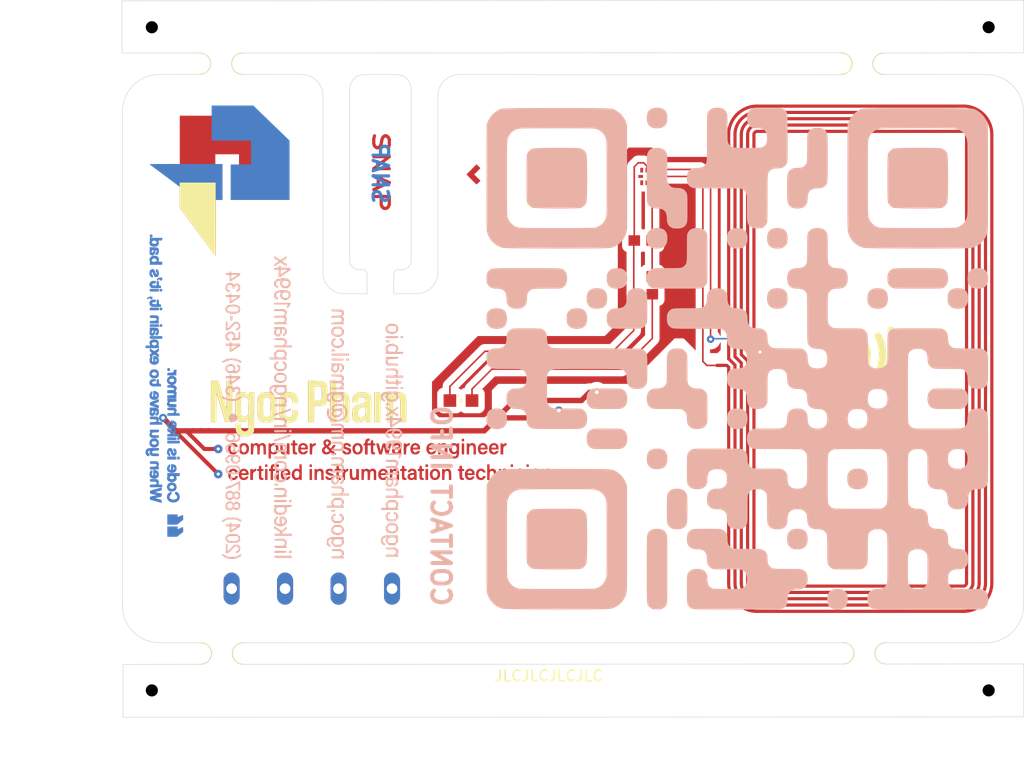
<source format=kicad_pcb>
(kicad_pcb (version 20211014) (generator pcbnew)
  (title_block (title "PCBusinessCard") (date "2023-01-06") (rev "1") (company "Glenn Lopez") (comment 1 "Repo: https://github.com/glennlopez/PCBusinessCard.EDA") (comment 2 "Inspired by: https://www.instructables.com/PCB-Business-Card-With-NFC/") (comment 3 "MIT License") (comment 4 "Github.com/glennlopez"))
  (layers (0 "F.Cu" signal) (31 "B.Cu" signal) (34 "B.Paste" user) (35 "F.Paste" user) (36 "B.SilkS" user "B.Silkscreen") (37 "F.SilkS" user "F.Silkscreen") (38 "B.Mask" user) (39 "F.Mask" user) (44 "Edge.Cuts" user))
  (net 0 "")
  (net 1 "GND")
  (net 2 "N$6")
  (net 3 "N$4")
  (net 4 "N$3")
  (net 5 "N$2")
  (net 6 "N$1")
  (footprint "NFC_BusinessCard:Tooling Hole JLCPCB" (layer "F.Cu") (at 69.333514 88.942155)
    (fp_text reference "REF**" hide)
    (fp_text value "Tooling Hole")
  )
  (footprint "MouseBites:mouse-bite-2mm-slot" (layer "F.Cu") (at 137.033514 85.442155)
    (fp_text reference "mouse-bite-2mm-slot" hide)
    (fp_text value "VAL**" hide)
  )
  (footprint "NFC_BusinessCard:Tooling Hole JLCPCB" (layer "F.Cu") (at 148.833514 25.942155)
    (fp_text reference "REF**" hide)
    (fp_text value "Tooling Hole")
  )
  (footprint "" (layer "F.Cu") (at 75.641514 66.030955)
    (fp_text reference "")
    (fp_text value "")
  )
  (footprint "" (layer "F.Cu") (at 75.641514 68.418555)
    (fp_text reference "")
    (fp_text value "")
  )
  (footprint "NFC_BusinessCard:Tooling Hole JLCPCB" (layer "F.Cu") (at 69.333514 25.942155)
    (fp_text reference "REF**" hide)
    (fp_text value "Tooling Hole")
  )
  (footprint "NFC_BusinessCard:C0603" (layer "F.Cu") (at 116.014614 46.225255 180)
    (fp_text reference "C1" hide)
    (fp_text value "220 nf" hide)
  )
  (footprint "NFC_BusinessCard:XQFN8" (layer "F.Cu") (at 116.370614 40.141255 -90)
    (fp_text reference "NT3H1101" hide)
    (fp_text value "NT3H" hide)
  )
  (footprint "NFC_BusinessCard:25X48MM_NFC" (layer "F.Cu") (at 136.633614 57.458255 90)
    (fp_text reference "ANT0" hide)
    (fp_text value "25X48MM_NFC_ANTENNA" hide)
  )
  (footprint "NFC_BusinessCard:SML0805" (layer "F.Cu") (at 98.7 61.43)
    (fp_text reference "LED1" hide)
    (fp_text value "")
  )
  (footprint "MouseBites:mouse-bite-2mm-slot" (layer "F.Cu") (at 75.920914 29.429555)
    (fp_text reference "mouse-bite-2mm-slot" hide)
    (fp_text value "VAL**" hide)
  )
  (footprint "NFC_BusinessCard:Tooling Hole JLCPCB" (layer "F.Cu") (at 148.833514 88.942155)
    (fp_text reference "REF**" hide)
    (fp_text value "Tooling Hole")
  )
  (footprint "NFC_BusinessCard:R0603" (layer "F.Cu") (at 116.878614 50.481255 -90)
    (fp_text reference "R1" hide)
    (fp_text value "47 Ω" hide)
  )
  (footprint "MouseBites:mouse-bite-2mm-slot" (layer "F.Cu") (at 136.830114 29.429555)
    (fp_text reference "mouse-bite-2mm-slot" hide)
    (fp_text value "VAL**" hide)
  )
  (footprint "NFC_BusinessCard:Order Number JLCPCB" (layer "F.Cu") (at 107.043514 88.082155)
    (fp_text reference "JLCJLCJLCJLC")
    (fp_text value "Order Number JLCPCB")
  )
  (footprint "MouseBites:mouse-bite-2mm-slot" (layer "F.Cu") (at 75.997114 85.461955)
    (fp_text reference "mouse-bite-2mm-slot" hide)
    (fp_text value "VAL**" hide)
  )
  (footprint "NFC_BusinessCard:MA08-1" (layer "B.Cu") (at 83.261514 79.3 180)
    (fp_text reference "CONTACT INFO")
    (fp_text value "Contact Info")
  )
  (gr_poly (pts (xy 77.097463 65.498675) (xy 77.1273 65.502163) (xy 77.156577 65.507522) (xy 77.185173 65.514698) (xy 77.212963 65.523638) (xy 77.239826 65.534288) (xy 77.26564 65.546595) (xy 77.290282 65.560506) (xy 77.313629 65.575967) (xy 77.33556 65.592924) (xy 77.355951 65.611325) (xy 77.37468 65.631117) (xy 77.391625 65.652245) (xy 77.406663 65.674656) (xy 77.420365 65.69737) (xy 77.432148 65.717546) (xy 77.441986 65.735332) (xy 77.44985 65.750876) (xy 77.455712 65.764326) (xy 77.457884 65.770312) (xy 77.459546 65.77583) (xy 77.460693 65.780899) (xy 77.461323 65.785536) (xy 77.461431 65.789761) (xy 77.461016 65.793593) (xy 77.460072 65.797048) (xy 77.458597 65.800147) (xy 77.456587 65.802907) (xy 77.454039 65.805347) (xy 77.450949 65.807485) (xy 77.447313 65.809341) (xy 77.44313 65.810932) (xy 77.438394 65.812277) (xy 77.433102 65.813395) (xy 77.427252 65.814303) (xy 77.41386 65.815567) (xy 77.398192 65.816217) (xy 77.380218 65.816401) (xy 77.369597 65.816044) (xy 77.358895 65.814977) (xy 77.348123 65.813204) (xy 77.337288 65.81073) (xy 77.3264 65.807559) (xy 77.315467 65.803696) (xy 77.304499 65.799146) (xy 77.293505 65.793912) (xy 77.282494 65.788) (xy 77.271474 65.781414) (xy 77.260454 65.774158) (xy 77.249444 65.766238) (xy 77.238453 65.757657) (xy 77.227489 65.74842) (xy 77.216562 65.738532) (xy 77.20568 65.727997) (xy 77.188202 65.710945) (xy 77.171777 65.695888) (xy 77.156228 65.682789) (xy 77.148727 65.676961) (xy 77.141379 65.671609) (xy 77.134162 65.666726) (xy 77.127054 65.662309) (xy 77.120032 65.658353) (xy 77.113074 65.654852) (xy 77.106159 65.651802) (xy 77.099265 65.649198) (xy 77.092369 65.647036) (xy 77.085449 65.64531) (xy 77.078483 65.644016) (xy 77.071449 65.643148) (xy 77.064325 65.642703) (xy 77.057089 65.642675) (xy 77.049719 65.64306) (xy 77.042193 65.643853) (xy 77.034488 65.645048) (xy 77.026583 65.646641) (xy 77.018455 65.648628) (xy 77.010083 65.651004) (xy 76.992516 65.6569) (xy 76.973707 65.664294) (xy 76.953477 65.673145) (xy 76.938348 65.680924) (xy 76.923875 65.690131) (xy 76.910071 65.70069) (xy 76.896948 65.712528) (xy 76.884517 65.725571) (xy 76.872792 65.739743) (xy 76.861785 65.754972) (xy 76.851508 65.771181) (xy 76.841973 65.788298) (xy 76.833192 65.806248) (xy 76.825179 65.824956) (xy 76.817945 65.844348) (xy 76.811503 65.86435) (xy 76.805865 65.884888) (xy 76.801043 65.905887) (xy 76.79705 65.927273) (xy 76.793898 65.948971) (xy 76.791599 65.970908) (xy 76.790166 65.993008) (xy 76.78961 66.015199) (xy 76.789945 66.037404) (xy 76.791183 66.059551) (xy 76.793335 66.081564) (xy 76.796415 66.10337) (xy 76.800434 66.124894) (xy 76.805405 66.146061) (xy 76.811341 66.166798) (xy 76.818253 66.187031) (xy 76.826153 66.206684) (xy 76.835055 66.225683) (xy 76.844971 66.243955) (xy 76.855912 66.261425) (xy 76.865635 66.274981) (xy 76.875978 66.287699) (xy 76.886895 66.299577) (xy 76.898336 66.310613) (xy 76.910254 66.320806) (xy 76.922601 66.330154) (xy 76.935329 66.338657) (xy 76.948389 66.346313) (xy 76.961733 66.353121) (xy 76.975313 66.359078) (xy 76.989081 66.364185) (xy 77.002988 66.368438) (xy 77.016988 66.371838) (xy 77.03103 66.374383) (xy 77.045068 66.37607) (xy 77.059054 66.3769) (xy 77.072938 66.37687) (xy 77.086673 66.375979) (xy 77.100211 66.374225) (xy 77.113503 66.371608) (xy 77.126502 66.368127) (xy 77.13916 66.363778) (xy 77.151427 66.358562) (xy 77.163256 66.352477) (xy 77.174599 66.345521) (xy 77.185408 66.337693) (xy 77.195634 66.328992) (xy 77.20523 66.319416) (xy 77.214147 66.308964) (xy 77.222337 66.297634) (xy 77.229752 66.285426) (xy 77.236344 66.272337) (xy 77.241216 66.262237) (xy 77.243708 66.257526) (xy 77.246248 66.253035) (xy 77.248843 66.248761) (xy 77.251501 66.244698) (xy 77.254229 66.240843) (xy 77.257036 66.237191) (xy 77.25993 66.233739) (xy 77.262917 66.230481) (xy 77.266006 66.227414) (xy 77.269203 66.224533) (xy 77.272518 66.221834) (xy 77.275958 66.219313) (xy 77.279529 66.216965) (xy 77.283241 66.214787) (xy 77.287101 66.212774) (xy 77.291115 66.210921) (xy 77.295293 66.209225) (xy 77.299642 66.207682) (xy 77.304169 66.206286) (xy 77.308882 66.205034) (xy 77.31379 66.203921) (xy 77.318898 66.202944) (xy 77.324216 66.202098) (xy 77.329751 66.201378) (xy 77.341503 66.200301) (xy 77.354214 66.19968) (xy 77.367948 66.199481) (xy 77.387715 66.199812) (xy 77.406157 66.200759) (xy 77.422868 66.202257) (xy 77.437447 66.204239) (xy 77.44381 66.20539) (xy 77.449488 66.206638) (xy 77.454431 66.207974) (xy 77.458589 66.209389) (xy 77.46191 66.210875) (xy 77.464345 66.212424) (xy 77.465843 66.214028) (xy 77.466225 66.214847) (xy 77.466353 66.215678) (xy 77.466072 66.22044) (xy 77.465243 66.225737) (xy 77.462035 66.237799) (xy 77.456916 66.251587) (xy 77.45007 66.266825) (xy 77.441685 66.283235) (xy 77.431945 66.300543) (xy 77.421036 66.31847) (xy 77.409144 66.336741) (xy 77.396454 66.355078) (xy 77.383153 66.373206) (xy 77.369426 66.390848) (xy 77.355458 66.407728) (xy 77.341436 66.423568) (xy 77.327544 66.438092) (xy 77.313969 66.451024) (xy 77.300897 66.462087) (xy 77.290533 66.469642) (xy 77.279292 66.476722) (xy 77.267228 66.483325) (xy 77.254391 66.489452) (xy 77.226618 66.500273) (xy 77.196398 66.509184) (xy 77.164154 66.516181) (xy 77.130312 66.52126) (xy 77.095297 66.524418) (xy 77.059532 66.525652) (xy 77.023443 66.52496) (xy 76.987453 66.522337) (xy 76.951989 66.51778) (xy 76.917473 66.511287) (xy 76.884331 66.502853) (xy 76.852988 66.492477) (xy 76.823868 66.480154) (xy 76.810274 66.473262) (xy 76.797395 66.465882) (xy 76.785168 66.458154) (xy 76.773382 66.450145) (xy 76.762032 66.441846) (xy 76.751114 66.433249) (xy 76.740625 66.424347) (xy 76.730562 66.41513) (xy 76.720921 66.405591) (xy 76.711697 66.395722) (xy 76.702888 66.385514) (xy 76.69449 66.37496) (xy 76.686498 66.364051) (xy 76.678911 66.352779) (xy 76.671723 66.341136) (xy 76.664931 66.329113) (xy 76.658532 66.316704) (xy 76.652522 66.303899) (xy 76.646897 66.29069) (xy 76.641654 66.27707) (xy 76.636789 66.263029) (xy 76.632298 66.248561) (xy 76.628178 66.233656) (xy 76.624425 66.218307) (xy 76.621036 66.202506) (xy 76.618006 66.186244) (xy 76.615333 66.169513) (xy 76.613012 66.152306) (xy 76.609412 66.116427) (xy 76.60718 66.078543) (xy 76.606284 66.038589) (xy 76.607631 65.980656) (xy 76.612329 65.92569) (xy 76.620333 65.873746) (xy 76.631602 65.824884) (xy 76.646093 65.779161) (xy 76.654533 65.757495) (xy 76.663762 65.736636) (xy 76.673775 65.71659) (xy 76.684566 65.697365) (xy 76.696131 65.678969) (xy 76.708464 65.661408) (xy 76.721558 65.644689) (xy 76.73541 65.628821) (xy 76.750014 65.61381) (xy 76.765364 65.599663) (xy 76.781455 65.586388) (xy 76.798281 65.573992) (xy 76.815837 65.562482) (xy 76.834119 65.551866) (xy 76.853119 65.54215) (xy 76.872834 65.533342) (xy 76.893258 65.525449) (xy 76.914385 65.518478) (xy 76.93621 65.512437) (xy 76.958727 65.507333) (xy 76.981932 65.503173) (xy 77.005818 65.499965) (xy 77.0366 65.497522) (xy 77.067189 65.49711)) (layer "F.Cu") (width 0.05) (fill solid))
  (gr_poly (pts (xy 101.39392 68.082878) (xy 101.464408 68.016664) (xy 101.473566 68.008487) (xy 101.483193 68.00071) (xy 101.493263 67.993335) (xy 101.50375 67.986366) (xy 101.52587 67.973657) (xy 101.549345 67.962607) (xy 101.573967 67.953243) (xy 101.599528 67.945589) (xy 101.62582 67.939671) (xy 101.652635 67.935513) (xy 101.679765 67.933141) (xy 101.707001 67.93258) (xy 101.734136 67.933856) (xy 101.760961 67.936993) (xy 101.787268 67.942017) (xy 101.81285 67.948952) (xy 101.837498 67.957825) (xy 101.849406 67.962995) (xy 101.861003 67.96866) (xy 101.874259 67.975811) (xy 101.886878 67.983255) (xy 101.898874 67.99104) (xy 101.910261 67.999215) (xy 101.921054 68.007828) (xy 101.931266 68.01693) (xy 101.940913 68.026568) (xy 101.950007 68.036792) (xy 101.958563 68.047651) (xy 101.966596 68.059194) (xy 101.97412 68.07147) (xy 101.981148 68.084527) (xy 101.987695 68.098415) (xy 101.993775 68.113183) (xy 101.999402 68.128879) (xy 102.004591 68.145553) (xy 102.009356 68.163254) (xy 102.013711 68.182031) (xy 102.017669 68.201932) (xy 102.021246 68.223006) (xy 102.024455 68.245303) (xy 102.02731 68.268872) (xy 102.029827 68.293761) (xy 102.032018 68.32002) (xy 102.033898 68.347697) (xy 102.035482 68.376841) (xy 102.037816 68.439729) (xy 102.039133 68.509074) (xy 102.039546 68.585268) (xy 102.039546 68.953041) (xy 101.869503 68.953041) (xy 101.85913 68.58701) (xy 101.855625 68.476312) (xy 101.851686 68.388939) (xy 101.846704 68.321363) (xy 101.843631 68.293896) (xy 101.840067 68.270056) (xy 101.835937 68.249401) (xy 101.831164 68.23149) (xy 101.825672 68.215883) (xy 101.819383 68.202138) (xy 101.812223 68.189815) (xy 101.804114 68.178472) (xy 101.794979 68.167668) (xy 101.784744 68.156963) (xy 101.776881 68.149541) (xy 101.768645 68.142604) (xy 101.76006 68.136154) (xy 101.75115 68.13019) (xy 101.74194 68.124711) (xy 101.732455 68.119717) (xy 101.722719 68.115209) (xy 101.712757 68.111186) (xy 101.702594 68.107647) (xy 101.692253 68.104593) (xy 101.681761 68.102024) (xy 101.671141 68.099938) (xy 101.660419 68.098337) (xy 101.649618 68.097219) (xy 101.638764 68.096585) (xy 101.62788 68.096434) (xy 101.616992 68.096767) (xy 101.606125 68.097582) (xy 101.595302 68.09888) (xy 101.58455 68.100661) (xy 101.573891 68.102924) (xy 101.563351 68.105669) (xy 101.552955 68.108896) (xy 101.542726 68.112604) (xy 101.532691 68.116795) (xy 101.522873 68.121466) (xy 101.513297 68.126619) (xy 101.503987 68.132252) (xy 101.494969 68.138366) (xy 101.486267 68.144961) (xy 101.477906 68.152036) (xy 101.469909 68.159591) (xy 101.460238 68.169778) (xy 101.455789 68.174947) (xy 101.451586 68.180235) (xy 101.44762 68.185694) (xy 101.443883 68.191376) (xy 101.440367 68.197332) (xy 101.437062 68.203615) (xy 101.43396 68.210276) (xy 101.431052 68.217367) (xy 101.42833 68.224939) (xy 101.425786 68.233046) (xy 101.423409 68.241737) (xy 101.421193 68.251065) (xy 101.419128 68.261083) (xy 101.417206 68.271841) (xy 101.415418 68.283391) (xy 101.413756 68.295785) (xy 101.41221 68.309076) (xy 101.410773 68.323314) (xy 101.408189 68.35484) (xy 101.405935 68.39078) (xy 101.403942 68.431545) (xy 101.402142 68.477552) (xy 101.400464 68.529213) (xy 101.398841 68.586944) (xy 101.389133 68.953043) (xy 101.217838 68.953043) (xy 101.217842 68.234054) (xy 101.217842 67.515063) (xy 101.39392 67.515063)) (layer "F.Cu") (width 0.05) (fill solid))
  (gr_poly (pts (xy 101.856956 65.4974) (xy 101.880274 65.498745) (xy 101.903113 65.501222) (xy 101.92545 65.504811) (xy 101.947259 65.509488) (xy 101.968516 65.515232) (xy 101.989196 65.522021) (xy 102.009273 65.529833) (xy 102.028724 65.538645) (xy 102.047524 65.548436) (xy 102.065648 65.559183) (xy 102.083071 65.570864) (xy 102.099768 65.583456) (xy 102.115716 65.596939) (xy 102.130888 65.61129) (xy 102.14526 65.626486) (xy 102.158809 65.642506) (xy 102.171508 65.659328) (xy 102.183333 65.676929) (xy 102.19426 65.695287) (xy 102.204263 65.71438) (xy 102.213318 65.734186) (xy 102.221401 65.754683) (xy 102.228486 65.775849) (xy 102.234549 65.797661) (xy 102.239565 65.820098) (xy 102.24351 65.843137) (xy 102.246358 65.866757) (xy 102.248085 65.890935) (xy 102.248666 65.915649) (xy 102.248666 66.052142) (xy 101.563542 66.052142) (xy 101.582406 66.146495) (xy 101.587139 66.166914) (xy 101.592974 66.186527) (xy 101.599858 66.205313) (xy 101.607737 66.223253) (xy 101.616556 66.240327) (xy 101.626262 66.256516) (xy 101.6368 66.271801) (xy 101.648117 66.286162) (xy 101.660158 66.299578) (xy 101.672871 66.312031) (xy 101.686199 66.323501) (xy 101.700091 66.333969) (xy 101.714491 66.343414) (xy 101.729346 66.351818) (xy 101.744601 66.35916) (xy 101.760203 66.365421) (xy 101.776098 66.370582) (xy 101.792231 66.374623) (xy 101.808549 66.377524) (xy 101.824998 66.379265) (xy 101.841523 66.379828) (xy 101.858071 66.379193) (xy 101.874588 66.377339) (xy 101.891019 66.374248) (xy 101.907312 66.3699) (xy 101.923411 66.364275) (xy 101.939262 66.357354) (xy 101.954813 66.349117) (xy 101.970008 66.339544) (xy 101.984793 66.328616) (xy 101.999116 66.316314) (xy 102.012921 66.302617) (xy 102.019827 66.29569) (xy 102.027236 66.289047) (xy 102.035103 66.282694) (xy 102.043378 66.27664) (xy 102.060968 66.265463) (xy 102.079625 66.255581) (xy 102.09897 66.24706) (xy 102.118625 66.239965) (xy 102.138209 66.234361) (xy 102.157342 66.230315) (xy 102.175646 66.227892) (xy 102.19274 66.227158) (xy 102.200716 66.227444) (xy 102.208246 66.228177) (xy 102.215285 66.229365) (xy 102.221784 66.231017) (xy 102.227696 66.233139) (xy 102.232974 66.235741) (xy 102.23757 66.238831) (xy 102.241437 66.242417) (xy 102.244527 66.246506) (xy 102.246792 66.251109) (xy 102.248187 66.256231) (xy 102.248662 66.261882) (xy 102.248512 66.26372) (xy 102.248069 66.265831) (xy 102.247338 66.268205) (xy 102.246327 66.270833) (xy 102.243496 66.276814) (xy 102.239635 66.283697) (xy 102.234801 66.291408) (xy 102.229054 66.29987) (xy 102.222453 66.309009) (xy 102.215056 66.318748) (xy 102.206921 66.329013) (xy 102.198107 66.339727) (xy 102.188674 66.350815) (xy 102.178679 66.362201) (xy 102.168181 66.37381) (xy 102.15724 66.385567) (xy 102.145913 66.397396) (xy 102.134259 66.409221) (xy 102.115186 66.428128) (xy 102.09784 66.444839) (xy 102.081885 66.459487) (xy 102.066981 66.472208) (xy 102.059818 66.477888) (xy 102.05279 66.483136) (xy 102.045857 66.48797) (xy 102.038974 66.492405) (xy 102.032101 66.49646) (xy 102.025194 66.500151) (xy 102.018212 66.503495) (xy 102.011111 66.506508) (xy 102.003851 66.509208) (xy 101.996388 66.51161) (xy 101.98868 66.513733) (xy 101.980685 66.515593) (xy 101.972361 66.517206) (xy 101.963664 66.518591) (xy 101.944988 66.520738) (xy 101.924316 66.522169) (xy 101.901311 66.523019) (xy 101.875634 66.523423) (xy 101.846948 66.523514) (xy 101.824974 66.523291) (xy 101.803836 66.522646) (xy 101.783506 66.521573) (xy 101.763955 66.520066) (xy 101.745154 66.518119) (xy 101.727074 66.515726) (xy 101.709688 66.512879) (xy 101.692967 66.509575) (xy 101.676882 66.505805) (xy 101.661404 66.501564) (xy 101.646506 66.496846) (xy 101.632158 66.491645) (xy 101.618332 66.485954) (xy 101.605 66.479767) (xy 101.592132 66.473079) (xy 101.579701 66.465882) (xy 101.579705 66.465882) (xy 101.566898 66.457788) (xy 101.554565 66.44941) (xy 101.542702 66.440737) (xy 101.531305 66.43176) (xy 101.520371 66.42247) (xy 101.509894 66.412857) (xy 101.499871 66.402911) (xy 101.490297 66.392622) (xy 101.481168 66.381982) (xy 101.472481 66.37098) (xy 101.46423 66.359607) (xy 101.456411 66.347853) (xy 101.449022 66.335709) (xy 101.442056 66.323164) (xy 101.43551 66.31021) (xy 101.42938 66.296836) (xy 101.423662 66.283034) (xy 101.418351 66.268793) (xy 101.413443 66.254104) (xy 101.408934 66.238956) (xy 101.40482 66.223342) (xy 101.401097 66.20725) (xy 101.39776 66.190672) (xy 101.394805 66.173597) (xy 101.392228 66.156017) (xy 101.390025 66.137921) (xy 101.386724 66.100143) (xy 101.384868 66.060188) (xy 101.384423 66.017978) (xy 101.386369 65.961576) (xy 101.391496 65.908239) (xy 101.39593 65.88135) (xy 101.580626 65.88135) (xy 101.58099 65.887324) (xy 101.581813 65.892933) (xy 101.583108 65.898147) (xy 101.584889 65.902938) (xy 101.587171 65.907277) (xy 101.58833 65.90866) (xy 101.590081 65.910026) (xy 101.592408 65.911373) (xy 101.595293 65.912699) (xy 101.602678 65.915281) (xy 101.612106 65.917758) (xy 101.62345 65.920117) (xy 101.63658 65.922342) (xy 101.651368 65.924422) (xy 101.667686 65.926342) (xy 101.685405 65.928087) (xy 101.704396 65.929645) (xy 101.72453 65.931001) (xy 101.74568 65.932141) (xy 101.767716 65.933052) (xy 101.79051 65.93372) (xy 101.813933 65.934131) (xy 101.837857 65.934271) (xy 101.902948 65.933844) (xy 101.955289 65.932397) (xy 101.977071 65.931215) (xy 101.996136 65.929686) (xy 102.012641 65.92778) (xy 102.026743 65.925467) (xy 102.038599 65.922715) (xy 102.048365 65.919494) (xy 102.056198 65.915774) (xy 102.062255 65.911523) (xy 102.066694 65.906712) (xy 102.06967 65.901309) (xy 102.07134 65.895284) (xy 102.071862 65.888606) (xy 102.071628 65.881763) (xy 102.07094 65.874552) (xy 102.06828 65.859167) (xy 102.064041 65.842724) (xy 102.058384 65.8255) (xy 102.051468 65.807768) (xy 102.043452 65.789805) (xy 102.034496 65.771884) (xy 102.02476 65.754282) (xy 102.014403 65.737272) (xy 102.003585 65.72113) (xy 101.992465 65.706131) (xy 101.981204 65.692549) (xy 101.969961 65.680661) (xy 101.958894 65.670739) (xy 101.953477 65.666603) (xy 101.948165 65.663061) (xy 101.942976 65.660148) (xy 101.937932 65.6579) (xy 101.922535 65.652533) (xy 101.906921 65.648149) (xy 101.891141 65.644743) (xy 101.875244 65.64231) (xy 101.85928 65.640842) (xy 101.843299 65.640334) (xy 101.82735 65.64078) (xy 101.811483 65.642175) (xy 101.795749 65.644513) (xy 101.780196 65.647787) (xy 101.764874 65.651991) (xy 101.749833 65.657121) (xy 101.735123 65.663169) (xy 101.720794 65.670131) (xy 101.706894 65.678) (xy 101.693475 65.68677) (xy 101.686697 65.691758) (xy 101.680004 65.697157) (xy 101.666926 65.709069) (xy 101.654352 65.722277) (xy 101.642392 65.736551) (xy 101.631158 65.751661) (xy 101.62076 65.767376) (xy 101.61131 65.783468) (xy 101.602918 65.799705) (xy 101.595694 65.815859) (xy 101.589751 65.831699) (xy 101.585198 65.846996) (xy 101.582146 65.861519) (xy 101.581218 65.868418) (xy 101.580707 65.875038) (xy 101.580626 65.88135) (xy 101.39593 65.88135) (xy 101.399781 65.858) (xy 101.411201 65.810886) (xy 101.418079 65.788511) (xy 101.425732 65.76693) (xy 101.434158 65.746145) (xy 101.443353 65.72616) (xy 101.453314 65.70698) (xy 101.464039 65.688608) (xy 101.475525 65.671047) (xy 101.487769 65.654302) (xy 101.500767 65.638377) (xy 101.514518 65.623275) (xy 101.529017 65.608999) (xy 101.544263 65.595555) (xy 101.560253 65.582945) (xy 101.576983 65.571173) (xy 101.594451 65.560243) (xy 101.612653 65.550159) (xy 101.631587 65.540924) (xy 101.651251 65.532543) (xy 101.67164 65.525019) (xy 101.692753 65.518356) (xy 101.714586 65.512557) (xy 101.737137 65.507627) (xy 101.784379 65.500388) (xy 101.808984 65.4982) (xy 101.833184 65.497211)) (layer "F.Cu") (width 0.05) (fill solid))
  (gr_poly (pts (xy 91.385469 65.521724) (xy 91.480065 65.521724) (xy 91.580501 65.910154) (xy 91.600966 65.987321) (xy 91.620621 66.057646) (xy 91.638994 66.119709) (xy 91.655615 66.172091) (xy 91.670014 66.213371) (xy 91.681721 66.242129) (xy 91.686417 66.251369) (xy 91.690264 66.256946) (xy 91.693203 66.258682) (xy 91.694313 66.258054) (xy 91.695174 66.256399) (xy 91.707896 66.21328) (xy 91.732008 66.127061) (xy 91.76405 66.010245) (xy 91.800567 65.875336) (xy 91.830829 65.763515) (xy 91.854741 65.679356) (xy 91.864998 65.646377) (xy 91.874485 65.618786) (xy 91.883475 65.596074) (xy 91.892241 65.577732) (xy 91.901055 65.563251) (xy 91.910191 65.552121) (xy 91.91992 65.543835) (xy 91.930516 65.537881) (xy 91.942251 65.533753) (xy 91.955398 65.53094) (xy 91.987018 65.527224) (xy 92.006161 65.525677) (xy 92.024019 65.524828) (xy 92.040203 65.524655) (xy 92.054322 65.525132) (xy 92.060484 65.525607) (xy 92.065983 65.526236) (xy 92.07077 65.527016) (xy 92.074796 65.527943) (xy 92.078013 65.529015) (xy 92.080371 65.530229) (xy 92.081822 65.531581) (xy 92.082192 65.532309) (xy 92.082316 65.53307) (xy 92.081945 65.535798) (xy 92.080856 65.540791) (xy 92.076671 65.557065) (xy 92.070054 65.580887) (xy 92.0613 65.611251) (xy 92.03855 65.687591) (xy 92.01077 65.778045) (xy 91.937453 66.01615) (xy 91.86165 66.265782) (xy 91.835855 66.350867) (xy 91.815255 66.414813) (xy 91.806257 66.439803) (xy 91.79778 66.46064) (xy 91.789568 66.477701) (xy 91.78136 66.491364) (xy 91.772898 66.502007) (xy 91.768491 66.506313) (xy 91.763923 66.510006) (xy 91.759163 66.513133) (xy 91.754177 66.51574) (xy 91.7434 66.519585) (xy 91.731334 66.521918) (xy 91.71772 66.523118) (xy 91.684814 66.523625) (xy 91.668108 66.523504) (xy 91.653269 66.523011) (xy 91.640116 66.521955) (xy 91.634116 66.521154) (xy 91.62847 66.52014) (xy 91.623155 66.518888) (xy 91.618149 66.517375) (xy 91.613429 66.515575) (xy 91.608974 66.513465) (xy 91.604759 66.511021) (xy 91.600764 66.508218) (xy 91.596965 66.505033) (xy 91.59334 66.50144) (xy 91.589866 66.497417) (xy 91.586522 66.492939) (xy 91.583283 66.487981) (xy 91.580128 66.482519) (xy 91.577034 66.476531) (xy 91.573979 66.46999) (xy 91.570941 66.462873) (xy 91.567896 66.455156) (xy 91.561697 66.437826) (xy 91.555202 66.417805) (xy 91.548232 66.394901) (xy 91.540607 66.368919) (xy 91.519114 66.291993) (xy 91.493813 66.196902) (xy 91.467861 66.095733) (xy 91.444417 66.000573) (xy 91.433637 65.957658) (xy 91.422643 65.917621) (xy 91.411741 65.881339) (xy 91.40124 65.84969) (xy 91.391448 65.823548) (xy 91.382672 65.80379) (xy 91.378761 65.79658) (xy 91.37522 65.791293) (xy 91.372086 65.788041) (xy 91.370685 65.787212) (xy 91.369399 65.786933) (xy 91.368181 65.786977) (xy 91.366978 65.787108) (xy 91.365793 65.787323) (xy 91.364625 65.787621) (xy 91.363478 65.787999) (xy 91.362353 65.788455) (xy 91.36125 65.788988) (xy 91.360173 65.789594) (xy 91.359121 65.790271) (xy 91.358097 65.791018) (xy 91.357102 65.791833) (xy 91.356138 65.792712) (xy 91.355206 65.793655) (xy 91.354308 65.794658) (xy 91.353445 65.79572) (xy 91.352619 65.796838) (xy 91.351831 65.798011) (xy 91.351083 65.799236) (xy 91.350376 65.800511) (xy 91.349712 65.801834) (xy 91.349092 65.803202) (xy 91.348519 65.804614) (xy 91.347993 65.806068) (xy 91.347515 65.80756) (xy 91.347088 65.80909) (xy 91.346714 65.810654) (xy 91.346392 65.812252) (xy 91.346126 65.813879) (xy 91.345916 65.815536) (xy 91.345764 65.817218) (xy 91.345672 65.818925) (xy 91.345641 65.820653) (xy 91.345163 65.825824) (xy 91.343762 65.834256) (xy 91.338376 65.86015) (xy 91.32986 65.896823) (xy 91.318593 65.942764) (xy 91.304953 65.996463) (xy 91.289316 66.056409) (xy 91.253564 66.188999) (xy 91.161487 66.523624) (xy 91.063766 66.523624) (xy 91.053744 66.52351) (xy 91.043873 66.523173) (xy 91.034208 66.522627) (xy 91.024807 66.521881) (xy 91.015726 66.520947) (xy 91.007022 66.519837) (xy 90.998751 66.518561) (xy 90.990971 66.517132) (xy 90.983737 66.515561) (xy 90.977108 66.513858) (xy 90.971138 66.512036) (xy 90.965886 66.510105) (xy 90.961407 66.508077) (xy 90.957758 66.505963) (xy 90.954997 66.503775) (xy 90.953179 66.501524) (xy 90.953162 66.501524) (xy 90.948065 66.488363) (xy 90.938445 66.459227) (xy 90.90787 66.360401) (xy 90.865907 66.219791) (xy 90.817027 66.052142) (xy 90.678826 65.573292) (xy 90.677769 65.569446) (xy 90.676884 65.565786) (xy 90.676179 65.562308) (xy 90.67566 65.559008) (xy 90.675335 65.555882) (xy 90.67521 65.552925) (xy 90.675293 65.550133) (xy 90.67559 65.547502) (xy 90.67611 65.545028) (xy 90.676858 65.542706) (xy 90.677843 65.540533) (xy 90.67907 65.538504) (xy 90.680548 65.536615) (xy 90.682283 65.534862) (xy 90.684282 65.53324) (xy 90.686553 65.531746) (xy 90.689102 65.530374) (xy 90.691936 65.529122) (xy 90.695063 65.527984) (xy 90.69849 65.526957) (xy 90.702223 65.526037) (xy 90.70627 65.525218) (xy 90.710638 65.524497) (xy 90.715334 65.52387) (xy 90.720365 65.523333) (xy 90.725738 65.522881) (xy 90.737538 65.522216) (xy 90.750792 65.521841) (xy 90.765555 65.521724) (xy 90.867213 65.521724) (xy 90.967643 65.925186) (xy 91.06807 66.328649) (xy 91.135373 66.079892) (xy 91.227155 65.743358) (xy 91.257112 65.643576) (xy 91.269616 65.607439) (xy 91.281044 65.57919) (xy 91.291827 65.557867) (xy 91.302397 65.542507) (xy 91.313185 65.532149) (xy 91.324621 65.525831) (xy 91.337136 65.522591) (xy 91.351162 65.521468)) (layer "F.Cu") (width 0.05) (fill solid))
  (gr_poly (pts (xy 106.96164 67.929673) (xy 106.977394 67.930597) (xy 106.993089 67.932143) (xy 107.008688 67.934317) (xy 107.024157 67.937128) (xy 107.03946 67.940582) (xy 107.054561 67.944685) (xy 107.069424 67.949445) (xy 107.084014 67.954868) (xy 107.098295 67.960962) (xy 107.112232 67.967733) (xy 107.123895 67.974005) (xy 107.134962 67.980483) (xy 107.145448 67.987225) (xy 107.155367 67.99429) (xy 107.164734 68.001734) (xy 107.173565 68.009617) (xy 107.181873 68.017996) (xy 107.189673 68.026929) (xy 107.196982 68.036474) (xy 107.203812 68.04669) (xy 107.21018 68.057633) (xy 107.216099 68.069362) (xy 107.221585 68.081935) (xy 107.226653 68.095409) (xy 107.231317 68.109844) (xy 107.235593 68.125296) (xy 107.239494 68.141824) (xy 107.243037 68.159486) (xy 107.246235 68.178339) (xy 107.249103 68.198442) (xy 107.251657 68.219853) (xy 107.253911 68.242629) (xy 107.25588 68.266828) (xy 107.257579 68.292509) (xy 107.259022 68.31973) (xy 107.260225 68.348547) (xy 107.261969 68.411207) (xy 107.262928 68.480951) (xy 107.263221 68.558244) (xy 107.263221 68.953041) (xy 107.087146 68.953041) (xy 107.087146 68.589461) (xy 107.08671 68.48457) (xy 107.085169 68.399831) (xy 107.082176 68.332471) (xy 107.080027 68.304442) (xy 107.077384 68.279718) (xy 107.074204 68.257953) (xy 107.070443 68.238801) (xy 107.066059 68.221914) (xy 107.061008 68.206946) (xy 107.055245 68.193551) (xy 107.048729 68.181381) (xy 107.041415 68.170092) (xy 107.03326 68.159335) (xy 107.025892 68.150818) (xy 107.018081 68.142896) (xy 107.009856 68.135567) (xy 107.001243 68.128831) (xy 106.992269 68.122686) (xy 106.982961 68.117131) (xy 106.973348 68.112164) (xy 106.963455 68.107784) (xy 106.95331 68.10399) (xy 106.942941 68.10078) (xy 106.932374 68.098152) (xy 106.921636 68.096107) (xy 106.910755 68.094641) (xy 106.899759 68.093754) (xy 106.888673 68.093445) (xy 106.877526 68.093712) (xy 106.866345 68.094554) (xy 106.855156 68.095969) (xy 106.843987 68.097957) (xy 106.832866 68.100515) (xy 106.821818 68.103642) (xy 106.810872 68.107338) (xy 106.800055 68.1116) (xy 106.789394 68.116428) (xy 106.778916 68.121819) (xy 106.768648 68.127774) (xy 106.758617 68.134289) (xy 106.748851 68.141365) (xy 106.739377 68.148999) (xy 106.730222 68.15719) (xy 106.721413 68.165937) (xy 106.712978 68.175239) (xy 106.702265 68.1881) (xy 106.697369 68.194373) (xy 106.692768 68.200619) (xy 106.688453 68.206897) (xy 106.684415 68.213265) (xy 106.680645 68.219782) (xy 106.677134 68.226507) (xy 106.673872 68.233498) (xy 106.670851 68.240813) (xy 106.668062 68.248512) (xy 106.665495 68.256653) (xy 106.663142 68.265294) (xy 106.660993 68.274495) (xy 106.65904 68.284313) (xy 106.657273 68.294807) (xy 106.655683 68.306037) (xy 106.654261 68.31806) (xy 106.652999 68.330935) (xy 106.651887 68.344721) (xy 106.650076 68.375259) (xy 106.648757 68.410144) (xy 106.647858 68.449843) (xy 106.647305 68.494826) (xy 106.647026 68.545562) (xy 106.646949 68.60252) (xy 106.646949 68.953041) (xy 106.44152 68.953041) (xy 106.441516 68.454153) (xy 106.441516 67.95526) (xy 106.52758 67.95526) (xy 106.53884 67.955467) (xy 106.549363 67.956098) (xy 106.559175 67.957168) (xy 106.5683 67.958691) (xy 106.576764 67.960684) (xy 106.584592 67.96316) (xy 106.591811 67.966135) (xy 106.598444 67.969624) (xy 106.601549 67.971566) (xy 106.604518 67.973642) (xy 106.607353 67.975853) (xy 106.610058 67.978203) (xy 106.612635 67.980692) (xy 106.615089 67.983323) (xy 106.619637 67.989017) (xy 106.623727 67.9953) (xy 106.627384 68.002187) (xy 106.630634 68.009692) (xy 106.633502 68.017831) (xy 106.635624 68.024062) (xy 106.637878 68.029837) (xy 106.640243 68.035139) (xy 106.6427 68.039949) (xy 106.64523 68.04425) (xy 106.647812 68.048024) (xy 106.650427 68.051252) (xy 106.65174 68.052656) (xy 106.653055 68.053917) (xy 106.654367 68.055033) (xy 106.655675 68.056001) (xy 106.656977 68.05682) (xy 106.658269 68.057487) (xy 106.65955 68.057999) (xy 106.660817 68.058355) (xy 106.662067 68.058552) (xy 106.663298 68.058588) (xy 106.664507 68.058461) (xy 106.665692 68.058168) (xy 106.666851 68.057708) (xy 106.667981 68.057078) (xy 106.669079 68.056276) (xy 106.670144 68.055299) (xy 106.671172 68.054145) (xy 106.672161 68.052813) (xy 106.680204 68.041792) (xy 106.688973 68.031242) (xy 106.698431 68.02117) (xy 106.708542 68.011582) (xy 106.71927 68.002485) (xy 106.730581 67.993886) (xy 106.742438 67.985792) (xy 106.754806 67.97821) (xy 106.76765 67.971147) (xy 106.780933 67.96461) (xy 106.794619 67.958605) (xy 106.808674 67.95314) (xy 106.823062 67.948221) (xy 106.837747 67.943855) (xy 106.852693 67.94005) (xy 106.867865 67.936811) (xy 106.883226 67.934146) (xy 106.898743 67.932063) (xy 106.914378 67.930566) (xy 106.930096 67.929665) (xy 106.945862 67.929365)) (layer "F.Cu") (width 0.05) (fill solid))
  (gr_poly (pts (xy 89.940215 65.068222) (xy 89.952806 65.06897) (xy 89.96377 65.07029) (xy 89.968683 65.07119) (xy 89.973238 65.072265) (xy 89.977452 65.073523) (xy 89.98134 65.074976) (xy 89.984919 65.076633) (xy 89.988205 65.078505) (xy 89.991214 65.080602) (xy 89.993963 65.082934) (xy 89.996467 65.085512) (xy 89.998744 65.088346) (xy 90.000808 65.091445) (xy 90.002677 65.09482) (xy 90.004366 65.098482) (xy 90.005892 65.10244) (xy 90.008519 65.111288) (xy 90.010688 65.121444) (xy 90.012529 65.132991) (xy 90.014171 65.146011) (xy 90.015434 65.15816) (xy 90.016244 65.169074) (xy 90.016555 65.178815) (xy 90.016319 65.187445) (xy 90.015981 65.191363) (xy 90.01549 65.195027) (xy 90.014838 65.198444) (xy 90.01402 65.201622) (xy 90.01303 65.20457) (xy 90.011863 65.207294) (xy 90.010512 65.209803) (xy 90.008972 65.212104) (xy 90.007236 65.214206) (xy 90.005299 65.216115) (xy 90.003154 65.21784) (xy 90.000797 65.219389) (xy 89.998221 65.220769) (xy 89.995421 65.221989) (xy 89.99239 65.223055) (xy 89.989122 65.223976) (xy 89.985612 65.224759) (xy 89.981854 65.225413) (xy 89.973569 65.226362) (xy 89.964221 65.226886) (xy 89.953763 65.227047) (xy 89.944618 65.227206) (xy 89.935811 65.227684) (xy 89.92734 65.228486) (xy 89.9192 65.229617) (xy 89.91139 65.231079) (xy 89.903904 65.232878) (xy 89.896742 65.235018) (xy 89.889899 65.237502) (xy 89.883372 65.240335) (xy 89.877158 65.24352) (xy 89.871254 65.247063) (xy 89.865657 65.250966) (xy 89.860364 65.255235) (xy 89.855371 65.259873) (xy 89.850676 65.264885) (xy 89.846275 65.270274) (xy 89.842165 65.276045) (xy 89.838343 65.282202) (xy 89.834806 65.288748) (xy 89.83155 65.295689) (xy 89.828573 65.303028) (xy 89.825871 65.310769) (xy 89.823442 65.318917) (xy 89.821281 65.327475) (xy 89.819387 65.336448) (xy 89.817755 65.34584) (xy 89.816383 65.355655) (xy 89.815268 65.365897) (xy 89.813794 65.387678) (xy 89.813308 65.411217) (xy 89.813308 65.524665) (xy 89.982747 65.515828) (xy 90.152188 65.50699) (xy 90.161183 65.367019) (xy 90.164363 65.322742) (xy 90.166113 65.304614) (xy 90.168131 65.288926) (xy 90.170537 65.275502) (xy 90.17345 65.264166) (xy 90.175135 65.259227) (xy 90.176992 65.254744) (xy 90.179036 65.250695) (xy 90.181281 65.247058) (xy 90.183744 65.243812) (xy 90.186439 65.240934) (xy 90.189382 65.238403) (xy 90.192586 65.236196) (xy 90.196067 65.234293) (xy 90.199841 65.232669) (xy 90.203922 65.231305) (xy 90.208325 65.230177) (xy 90.218158 65.228545) (xy 90.22946 65.227596) (xy 90.242352 65.227155) (xy 90.256953 65.227047) (xy 90.271853 65.227126) (xy 90.284943 65.227494) (xy 90.290846 65.227849) (xy 90.29634 65.228351) (xy 90.301441 65.229025) (xy 90.306162 65.229896) (xy 90.310519 65.230988) (xy 90.314525 65.232326) (xy 90.318197 65.233936) (xy 90.321547 65.235841) (xy 90.324592 65.238068) (xy 90.327345 65.24064) (xy 90.329821 65.243583) (xy 90.332035 65.246921) (xy 90.334001 65.250679) (xy 90.335735 65.254883) (xy 90.33725 65.259557) (xy 90.338561 65.264725) (xy 90.339684 65.270413) (xy 90.340632 65.276646) (xy 90.34142 65.283448) (xy 90.342064 65.290844) (xy 90.342973 65.307518) (xy 90.343478 65.326868) (xy 90.343695 65.34909) (xy 90.343741 65.374386) (xy 90.343741 65.521724) (xy 90.446878 65.521724) (xy 90.462928 65.521842) (xy 90.477254 65.522242) (xy 90.489952 65.522991) (xy 90.501116 65.524158) (xy 90.510841 65.525809) (xy 90.515194 65.526838) (xy 90.519223 65.528014) (xy 90.522939 65.529345) (xy 90.526355 65.530839) (xy 90.529483 65.532506) (xy 90.532334 65.534353) (xy 90.53492 65.536389) (xy 90.537254 65.538623) (xy 90.539346 65.541063) (xy 90.541209 65.543718) (xy 90.542855 65.546595) (xy 90.544296 65.549705) (xy 90.545543 65.553054) (xy 90.546608 65.556651) (xy 90.547504 65.560506) (xy 90.548241 65.564625) (xy 90.54929 65.573695) (xy 90.54985 65.583929) (xy 90.550016 65.595393) (xy 90.54985 65.606858) (xy 90.54929 65.617091) (xy 90.548832 65.621767) (xy 90.54824 65.626161) (xy 90.547502 65.630281) (xy 90.546607 65.634135) (xy 90.545541 65.637733) (xy 90.544294 65.641082) (xy 90.542853 65.644191) (xy 90.541207 65.647069) (xy 90.539343 65.649723) (xy 90.53725 65.652163) (xy 90.534917 65.654397) (xy 90.53233 65.656433) (xy 90.529479 65.658281) (xy 90.526351 65.659947) (xy 90.522935 65.661442) (xy 90.519219 65.662773) (xy 90.51519 65.663948) (xy 90.510837 65.664977) (xy 90.506149 65.665868) (xy 90.501112 65.666629) (xy 90.495716 65.667268) (xy 90.489949 65.667795) (xy 90.477252 65.668544) (xy 90.462926 65.668944) (xy 90.446878 65.669062) (xy 90.343741 65.669062) (xy 90.343741 65.976063) (xy 90.344414 66.095934) (xy 90.346995 66.189466) (xy 90.349266 66.227352) (xy 90.352332 66.25985) (xy 90.3563 66.28736) (xy 90.361274 66.31028) (xy 90.367361 66.329009) (xy 90.374667 66.343946) (xy 90.383297 66.35549) (xy 90.393359 66.364041) (xy 90.404956 66.369997) (xy 90.418197 66.373757) (xy 90.433185 66.37572) (xy 90.450028 66.376286) (xy 90.459979 66.376476) (xy 90.469014 66.377071) (xy 90.473201 66.377532) (xy 90.477173 66.37811) (xy 90.480935 66.378808) (xy 90.484492 66.379633) (xy 90.487849 66.380588) (xy 90.49101 66.381679) (xy 90.493979 66.38291) (xy 90.496763 66.384287) (xy 90.499365 66.385815) (xy 90.50179 66.387498) (xy 90.504043 66.389341) (xy 90.506128 66.391349) (xy 90.508051 66.393528) (xy 90.509815 66.395881) (xy 90.511426 66.398414) (xy 90.512889 66.401132) (xy 90.514207 66.40404) (xy 90.515386 66.407143) (xy 90.51643 66.410445) (xy 90.517345 66.413951) (xy 90.518134 66.417667) (xy 90.518803 66.421598) (xy 90.519798 66.430121) (xy 90.520367 66.439561) (xy 90.520549 66.449956) (xy 90.520387 66.46159) (xy 90.51983 66.471949) (xy 90.519369 66.476674) (xy 90.518768 66.481106) (xy 90.518013 66.485256) (xy 90.517091 66.489133) (xy 90.515987 66.492745) (xy 90.51469 66.496101) (xy 90.513183 66.499211) (xy 90.511455 66.502084) (xy 90.509492 66.504728) (xy 90.507279 66.507154) (xy 90.504803 66.509368) (xy 90.50205 66.511382) (xy 90.499007 66.513204) (xy 90.49566 66.514843) (xy 90.491995 66.516307) (xy 90.488 66.517607) (xy 90.483659 66.51875) (xy 90.478959 66.519747) (xy 90.473887 66.520606) (xy 90.468429 66.521336) (xy 90.462572 66.521946) (xy 90.456301 66.522446) (xy 90.442464 66.523149) (xy 90.426811 66.523518) (xy 90.40923 66.523625) (xy 90.397551 66.523387) (xy 90.385533 66.522688) (xy 90.373267 66.521553) (xy 90.360842 66.520005) (xy 90.348351 66.518067) (xy 90.335882 66.515763) (xy 90.323528 66.513116) (xy 90.311378 66.51015) (xy 90.299524 66.506888) (xy 90.288056 66.503354) (xy 90.277064 66.499571) (xy 90.266639 66.495564) (xy 90.256872 66.491354) (xy 90.247854 66.486967) (xy 90.239674 66.482425) (xy 90.232425 66.477752) (xy 90.226787 66.473733) (xy 90.221482 66.469767) (xy 90.216498 66.465788) (xy 90.211827 66.461732) (xy 90.207458 66.457531) (xy 90.20338 66.453122) (xy 90.199584 66.448438) (xy 90.196061 66.443414) (xy 90.192799 66.437984) (xy 90.189789 66.432084) (xy 90.18702 66.425646) (xy 90.184483 66.418607) (xy 90.182168 66.410899) (xy 90.180065 66.402459) (xy 90.178163 66.39322) (xy 90.176452 66.383116) (xy 90.174923 66.372083) (xy 90.173566 66.360055) (xy 90.17237 66.346966) (xy 90.171325 66.332751) (xy 90.170421 66.317343) (xy 90.169649 66.300679) (xy 90.168998 66.282692) (xy 90.168458 66.263316) (xy 90.167672 66.220138) (xy 90.167209 66.170621) (xy 90.166991 66.11424) (xy 90.166936 66.050471) (xy 90.166936 65.669062) (xy 89.813321 65.669062) (xy 89.813321 66.523624) (xy 89.607049 66.523624) (xy 89.607032 66.096343) (xy 89.607032 65.669062) (xy 89.533364 65.669062) (xy 89.522825 65.668882) (xy 89.513278 65.668314) (xy 89.504681 65.667314) (xy 89.500725 65.666639) (xy 89.496991 65.665839) (xy 89.493472 65.66491) (xy 89.490163 65.663846) (xy 89.48706 65.662642) (xy 89.484156 65.661292) (xy 89.481446 65.659791) (xy 89.478925 65.658134) (xy 89.476588 65.656315) (xy 89.474429 65.654328) (xy 89.472442 65.652169) (xy 89.470623 65.649832) (xy 89.468965 65.647311) (xy 89.467464 65.644602) (xy 89.466114 65.641698) (xy 89.46491 65.638594) (xy 89.463846 65.635286) (xy 89.462917 65.631767) (xy 89.462117 65.628032) (xy 89.461442 65.624076) (xy 89.460441 65.615479) (xy 89.459873 65.605933) (xy 89.459693 65.595393) (xy 89.459875 65.585044) (xy 89.460444 65.575639) (xy 89.461437 65.56714) (xy 89.462104 65.563218) (xy 89.46289 65.559508) (xy 89.463799 65.556005) (xy 89.464838 65.552705) (xy 89.466009 65.549603) (xy 89.467317 65.546694) (xy 89.468767 65.543973) (xy 89.470364 65.541435) (xy 89.472111 65.539077) (xy 89.474014 65.536892) (xy 89.476077 65.534877) (xy 89.478304 65.533026) (xy 89.4807 65.531335) (xy 89.483269 65.529799) (xy 89.486017 65.528413) (xy 89.488946 65.527173) (xy 89.492062 65.526073) (xy 89.49537 65.52511) (xy 89.498874 65.524277) (xy 89.502578 65.523571) (xy 89.510604 65.52252) (xy 89.519486 65.521916) (xy 89.52926 65.521724) (xy 89.540263 65.5215) (xy 89.545334 65.521192) (xy 89.55013 65.520728) (xy 89.554665 65.52009) (xy 89.558947 65.519259) (xy 89.562987 65.518216) (xy 89.566798 65.516942) (xy 89.570388 65.515419) (xy 89.57377 65.513627) (xy 89.576953 65.511548) (xy 89.579948 65.509164) (xy 89.582767 65.506455) (xy 89.585419 65.503402) (xy 89.587916 65.499988) (xy 89.590269 65.496192) (xy 89.592487 65.491998) (xy 89.594582 65.487384) (xy 89.596565 65.482334) (xy 89.598446 65.476828) (xy 89.600236 65.470847) (xy 89.601946 65.464372) (xy 89.603586 65.457386) (xy 89.605167 65.449868) (xy 89.608196 65.433166) (xy 89.611119 65.414114) (xy 89.614021 65.392563) (xy 89.616988 65.368363) (xy 89.622129 65.332729) (xy 89.628844 65.299377) (xy 89.637139 65.268302) (xy 89.64702 65.239497) (xy 89.652556 65.225944) (xy 89.658492 65.212956) (xy 89.664826 65.200533) (xy 89.671561 65.188673) (xy 89.678696 65.177376) (xy 89.686233 65.16664) (xy 89.694173 65.156466) (xy 89.702515 65.146853) (xy 89.711261 65.137799) (xy 89.720411 65.129303) (xy 89.729967 65.121366) (xy 89.739928 65.113986) (xy 89.750296 65.107162) (xy 89.761071 65.100894) (xy 89.772255 65.095181) (xy 89.783847 65.090022) (xy 89.795849 65.085416) (xy 89.808261 65.081363) (xy 89.821084 65.077861) (xy 89.834319 65.07491) (xy 89.847966 65.072509) (xy 89.862026 65.070657) (xy 89.891389 65.068598) (xy 89.909636 65.068118) (xy 89.925868 65.067966)) (layer "F.Cu") (width 0.05) (fill solid))
  (gr_poly (pts (xy 84.519693 68.953041) (xy 84.343612 68.953041) (xy 84.343612 67.955261) (xy 84.519693 67.955261)) (layer "F.Cu") (width 0.05) (fill solid))
  (gr_poly (pts (xy 94.084028 67.927772) (xy 94.105758 67.928674) (xy 94.127586 67.930464) (xy 94.149469 67.933154) (xy 94.171361 67.936756) (xy 94.193219 67.941283) (xy 94.214997 67.946746) (xy 94.236652 67.953159) (xy 94.258138 67.960533) (xy 94.279411 67.96888) (xy 94.293524 67.975072) (xy 94.306952 67.981597) (xy 94.319708 67.988507) (xy 94.33181 67.995852) (xy 94.343273 68.003684) (xy 94.354112 68.012053) (xy 94.364343 68.02101) (xy 94.373981 68.030606) (xy 94.383043 68.040893) (xy 94.391543 68.051921) (xy 94.399498 68.063741) (xy 94.406922 68.076404) (xy 94.413833 68.089962) (xy 94.420244 68.104464) (xy 94.426173 68.119963) (xy 94.431633 68.136509) (xy 94.436642 68.154154) (xy 94.441215 68.172947) (xy 94.445367 68.192941) (xy 94.449114 68.214185) (xy 94.452471 68.236732) (xy 94.455454 68.260632) (xy 94.45808 68.285936) (xy 94.460362 68.312695) (xy 94.462318 68.34096) (xy 94.463962 68.370782) (xy 94.466379 68.435302) (xy 94.467737 68.506662) (xy 94.468162 68.58527) (xy 94.468162 68.953043) (xy 94.380111 68.953043) (xy 94.367669 68.952887) (xy 94.356373 68.952399) (xy 94.346177 68.951545) (xy 94.337033 68.950292) (xy 94.328894 68.948607) (xy 94.325186 68.947593) (xy 94.321711 68.946459) (xy 94.318464 68.9452) (xy 94.315438 68.943813) (xy 94.312628 68.942294) (xy 94.310028 68.940638) (xy 94.307631 68.938841) (xy 94.305431 68.9369) (xy 94.303424 68.934809) (xy 94.301602 68.932566) (xy 94.29996 68.930166) (xy 94.298492 68.927604) (xy 94.297192 68.924877) (xy 94.296054 68.921981) (xy 94.295072 68.918911) (xy 94.294241 68.915664) (xy 94.293004 68.90862) (xy 94.292297 68.900816) (xy 94.292072 68.89222) (xy 94.292072 68.831395) (xy 94.214748 68.892218) (xy 94.204028 68.900253) (xy 94.193087 68.90764) (xy 94.181855 68.914397) (xy 94.170262 68.920542) (xy 94.158239 68.926092) (xy 94.145717 68.931067) (xy 94.132626 68.935483) (xy 94.118896 68.939358) (xy 94.104458 68.942711) (xy 94.089243 68.945559) (xy 94.07318 68.947919) (xy 94.0562 68.949811) (xy 94.038235 68.951251) (xy 94.019213 68.952257) (xy 93.999067 68.952848) (xy 93.977726 68.953041) (xy 93.953138 68.952889) (xy 93.930758 68.952382) (xy 93.910376 68.951448) (xy 93.891784 68.950015) (xy 93.874772 68.948009) (xy 93.859132 68.945357) (xy 93.844655 68.941986) (xy 93.831132 68.937823) (xy 93.818355 68.932795) (xy 93.806114 68.92683) (xy 93.794201 68.919854) (xy 93.782406 68.911794) (xy 93.770521 68.902578) (xy 93.758338 68.892132) (xy 93.745646 68.880383) (xy 93.732238 68.867259) (xy 93.732238 68.867261) (xy 93.720431 68.85513) (xy 93.709659 68.843352) (xy 93.699886 68.831839) (xy 93.691074 68.820502) (xy 93.683183 68.80925) (xy 93.676178 68.797997) (xy 93.670019 68.786653) (xy 93.664669 68.775128) (xy 93.660091 68.763335) (xy 93.656246 68.751185) (xy 93.653096 68.738587) (xy 93.650604 68.725455) (xy 93.648731 68.711698) (xy 93.64744 68.697228) (xy 93.646694 68.681956) (xy 93.646453 68.665793) (xy 93.646928 68.645776) (xy 93.647382 68.639579) (xy 93.821669 68.639579) (xy 93.821818 68.651753) (xy 93.823303 68.664042) (xy 93.826143 68.676414) (xy 93.830355 68.688841) (xy 93.835959 68.701293) (xy 93.842972 68.713738) (xy 93.851415 68.726148) (xy 93.861306 68.738492) (xy 93.872662 68.750741) (xy 93.885503 68.762864) (xy 93.899848 68.774832) (xy 93.929816 68.798119) (xy 93.942427 68.807379) (xy 93.953867 68.815106) (xy 93.959245 68.818407) (xy 93.964446 68.82134) (xy 93.969509 68.823911) (xy 93.974472 68.826124) (xy 93.979374 68.827984) (xy 93.984254 68.829497) (xy 93.989149 68.830668) (xy 93.9941 68.831502) (xy 93.999143 68.832004) (xy 94.004319 68.832179) (xy 94.009665 68.832033) (xy 94.01522 68.83157) (xy 94.021023 68.830797) (xy 94.027112 68.829717) (xy 94.033525 68.828336) (xy 94.040302 68.82666) (xy 94.055101 68.822441) (xy 94.071816 68.8171) (xy 94.112232 68.803222) (xy 94.112232 68.803224) (xy 94.132318 68.795617) (xy 94.141738 68.791567) (xy 94.150749 68.787337) (xy 94.159359 68.782918) (xy 94.167574 68.7783) (xy 94.1754 68.773473) (xy 94.182842 68.768426) (xy 94.189908 68.763148) (xy 94.196604 68.757631) (xy 94.202935 68.751863) (xy 94.208908 68.745833) (xy 94.214529 68.739533) (xy 94.219804 68.732952) (xy 94.22474 68.726079) (xy 94.229343 68.718904) (xy 94.233619 68.711417) (xy 94.237573 68.703608) (xy 94.241214 68.695466) (xy 94.244545 68.686981) (xy 94.247575 68.678143) (xy 94.250308 68.668942) (xy 94.252752 68.659367) (xy 94.254912 68.649409) (xy 94.256795 68.639056) (xy 94.258407 68.628299) (xy 94.259753 68.617127) (xy 94.260841 68.60553) (xy 94.262265 68.581021) (xy 94.262729 68.554689) (xy 94.262729 68.44594) (xy 94.093982 68.463322) (xy 94.070397 68.466182) (xy 94.047756 68.469784) (xy 94.026077 68.474099) (xy 94.005378 68.479098) (xy 93.98568 68.484749) (xy 93.966999 68.491025) (xy 93.949355 68.497893) (xy 93.932767 68.505325) (xy 93.917253 68.51329) (xy 93.902832 68.521759) (xy 93.889523 68.530701) (xy 93.877343 68.540087) (xy 93.866313 68.549886) (xy 93.85645 68.560069) (xy 93.847773 68.570606) (xy 93.840302 68.581467) (xy 93.834053 68.592621) (xy 93.829047 68.60404) (xy 93.825302 68.615692) (xy 93.822836 68.627548) (xy 93.821669 68.639579) (xy 93.647382 68.639579) (xy 93.648349 68.626376) (xy 93.650716 68.607594) (xy 93.654028 68.589432) (xy 93.658281 68.571889) (xy 93.663476 68.554969) (xy 93.669609 68.538671) (xy 93.67668 68.522997) (xy 93.684687 68.507948) (xy 93.693628 68.493525) (xy 93.703502 68.479729) (xy 93.714306 68.466562) (xy 93.726039 68.454024) (xy 93.738701 68.442117) (xy 93.752288 68.430842) (xy 93.766799 68.4202) (xy 93.782233 68.410191) (xy 93.798588 68.400818) (xy 93.815862 68.392082) (xy 93.834054 68.383983) (xy 93.853162 68.376522) (xy 93.873184 68.369701) (xy 93.894119 68.363521) (xy 93.915965 68.357983) (xy 93.938721 68.353089) (xy 93.962385 68.348838) (xy 93.986954 68.345233) (xy 94.012428 68.342275) (xy 94.038805 68.339964) (xy 94.066083 68.338303) (xy 94.094261 68.337291) (xy 94.123336 68.33693) (xy 94.167681 68.336573) (xy 94.185808 68.336009) (xy 94.201476 68.335046) (xy 94.214863 68.333575) (xy 94.226149 68.331491) (xy 94.23106 68.330185) (xy 94.235512 68.328685) (xy 94.239529 68.326978) (xy 94.243131 68.325051) (xy 94.246342 68.322889) (xy 94.249185 68.32048) (xy 94.25168 68.31781) (xy 94.253851 68.314867) (xy 94.25572 68.311635) (xy 94.25731 68.308103) (xy 94.258641 68.304256) (xy 94.259738 68.300081) (xy 94.261317 68.290695) (xy 94.262223 68.279837) (xy 94.262635 68.2674) (xy 94.262733 68.253276) (xy 94.262455 68.244519) (xy 94.261638 68.235513) (xy 94.260311 68.226326) (xy 94.258501 68.217025) (xy 94.256235 68.207679) (xy 94.25354 68.198355) (xy 94.250444 68.18912) (xy 94.246975 68.180043) (xy 94.24316 68.171191) (xy 94.239025 68.162632) (xy 94.2346 68.154433) (xy 94.229911 68.146663) (xy 94.224985 68.139388) (xy 94.21985 68.132677) (xy 94.214534 68.126597) (xy 94.209064 68.121217) (xy 94.199902 68.113649) (xy 94.189982 68.106797) (xy 94.179375 68.100648) (xy 94.168147 68.095192) (xy 94.156369 68.090415) (xy 94.144108 68.086308) (xy 94.131434 68.082858) (xy 94.118416 68.080054) (xy 94.091619 68.076336) (xy 94.064267 68.075062) (xy 94.036912 68.07614) (xy 94.010101 68.079477) (xy 93.984386 68.08498) (xy 93.960316 68.092558) (xy 93.949069 68.097095) (xy 93.93844 68.102116) (xy 93.928497 68.10761) (xy 93.919309 68.113564) (xy 93.910944 68.119967) (xy 93.903472 68.126808) (xy 93.896961 68.134075) (xy 93.891479 68.141756) (xy 93.887096 68.14984) (xy 93.88388 68.158316) (xy 93.8819 68.167171) (xy 93.881225 68.176394) (xy 93.881131 68.179119) (xy 93.880848 68.18175) (xy 93.880374 68.184287) (xy 93.879708 68.186731) (xy 93.87885 68.189082) (xy 93.877798 68.191341) (xy 93.876551 68.193509) (xy 93.875107 68.195586) (xy 93.873466 68.197571) (xy 93.871626 68.199467) (xy 93.869586 68.201273) (xy 93.867345 68.20299) (xy 93.864902 68.204618) (xy 93.862255 68.206158) (xy 93.859403 68.207611) (xy 93.856345 68.208976) (xy 93.85308 68.210255) (xy 93.849607 68.211448) (xy 93.845924 68.212555) (xy 93.84203 68.213576) (xy 93.837925 68.214514) (xy 93.833606 68.215367) (xy 93.829073 68.216136) (xy 93.824324 68.216823) (xy 93.819359 68.217426) (xy 93.814175 68.217948) (xy 93.808773 68.218388) (xy 93.80315 68.218747) (xy 93.797305 68.219025) (xy 93.791238 68.219223) (xy 93.77843 68.219381) (xy 93.67564 68.219381) (xy 93.713882 68.124005) (xy 93.721054 68.107855) (xy 93.729349 68.092312) (xy 93.738722 68.077389) (xy 93.749129 68.063097) (xy 93.760524 68.049449) (xy 93.772864 68.036456) (xy 93.786105 68.024132) (xy 93.8002 68.012488) (xy 93.815107 68.001537) (xy 93.83078 67.99129) (xy 93.847176 67.981761) (xy 93.864248 67.97296) (xy 93.881954 67.964901) (xy 93.900248 67.957596) (xy 93.919086 67.951056) (xy 93.938423 67.945294) (xy 93.958215 67.940323) (xy 93.978418 67.936154) (xy 93.998986 67.932799) (xy 94.019876 67.930271) (xy 94.041042 67.928583) (xy 94.062441 67.927746)) (layer "F.Cu") (width 0.05) (fill solid))
  (gr_poly (pts (xy 80.220102 67.515178) (xy 80.23281 67.515598) (xy 80.243978 67.516439) (xy 80.249016 67.517053) (xy 80.253705 67.517815) (xy 80.258059 67.518739) (xy 80.26209 67.51984) (xy 80.265809 67.521132) (xy 80.26923 67.522629) (xy 80.272364 67.524346) (xy 80.275224 67.526298) (xy 80.277822 67.528497) (xy 80.28017 67.530959) (xy 80.28228 67.533699) (xy 80.284166 67.536729) (xy 80.285838 67.540066) (xy 80.28731 67.543722) (xy 80.288594 67.547713) (xy 80.289701 67.552052) (xy 80.290645 67.556755) (xy 80.291437 67.561834) (xy 80.292617 67.573183) (xy 80.293337 67.586213) (xy 80.293698 67.601039) (xy 80.293796 67.617776) (xy 80.293698 67.634513) (xy 80.293339 67.649339) (xy 80.292619 67.662369) (xy 80.291442 67.673718) (xy 80.290651 67.678798) (xy 80.289708 67.6835) (xy 80.288601 67.687839) (xy 80.287319 67.69183) (xy 80.285848 67.695486) (xy 80.284176 67.698823) (xy 80.282292 67.701853) (xy 80.280182 67.704593) (xy 80.277835 67.707055) (xy 80.275237 67.709255) (xy 80.272378 67.711206) (xy 80.269244 67.712923) (xy 80.265824 67.71442) (xy 80.262104 67.715712) (xy 80.258073 67.716813) (xy 80.253719 67.717738) (xy 80.24399 67.719113) (xy 80.232819 67.719954) (xy 80.220107 67.720374) (xy 80.205757 67.720489) (xy 80.191411 67.720374) (xy 80.178702 67.719954) (xy 80.167533 67.719113) (xy 80.162495 67.718499) (xy 80.157805 67.717737) (xy 80.153451 67.716813) (xy 80.14942 67.715712) (xy 80.145701 67.71442) (xy 80.14228 67.712923) (xy 80.139146 67.711206) (xy 80.136286 67.709254) (xy 80.133688 67.707055) (xy 80.13134 67.704593) (xy 80.12923 67.701853) (xy 80.127345 67.698823) (xy 80.125672 67.695486) (xy 80.1242 67.69183) (xy 80.122917 67.687839) (xy 80.121809 67.6835) (xy 80.120866 67.678797) (xy 80.120073 67.673718) (xy 80.118894 67.662369) (xy 80.118174 67.649339) (xy 80.117814 67.634513) (xy 80.117715 67.617776) (xy 80.117813 67.601039) (xy 80.118173 67.586213) (xy 80.118892 67.573183) (xy 80.120069 67.561834) (xy 80.120861 67.556755) (xy 80.121804 67.552052) (xy 80.12291 67.547713) (xy 80.124193 67.543722) (xy 80.125664 67.540066) (xy 80.127335 67.536729) (xy 80.12922 67.533699) (xy 80.13133 67.530959) (xy 80.133677 67.528497) (xy 80.136274 67.526298) (xy 80.139134 67.524346) (xy 80.142268 67.522629) (xy 80.145688 67.521132) (xy 80.149408 67.51984) (xy 80.153439 67.518739) (xy 80.157793 67.517815) (xy 80.167522 67.516439) (xy 80.178694 67.515598) (xy 80.191406 67.515178) (xy 80.205757 67.515063)) (layer "F.Cu") (width 0.05) (fill solid))
  (gr_poly (pts (xy 79.208128 67.930768) (xy 79.211537 67.931) (xy 79.214674 67.931468) (xy 79.21755 67.932182) (xy 79.220176 67.93315) (xy 79.222563 67.934381) (xy 79.224722 67.935884) (xy 79.226664 67.937669) (xy 79.2284 67.939743) (xy 79.229942 67.942116) (xy 79.231301 67.944796) (xy 79.232487 67.947793) (xy 79.233511 67.951116) (xy 79.234386 67.954772) (xy 79.235121 67.958772) (xy 79.236218 67.967838) (xy 79.236892 67.978382) (xy 79.237232 67.990478) (xy 79.237325 68.004195) (xy 79.237073 68.016952) (xy 79.236253 68.028695) (xy 79.235601 68.03422) (xy 79.234772 68.039531) (xy 79.233754 68.044643) (xy 79.232535 68.049569) (xy 79.231104 68.054322) (xy 79.229449 68.058915) (xy 79.227559 68.063362) (xy 79.225421 68.067677) (xy 79.223023 68.071872) (xy 79.220355 68.075962) (xy 79.217404 68.079959) (xy 79.214158 68.083877) (xy 79.210606 68.08773) (xy 79.206736 68.09153) (xy 79.202537 68.095292) (xy 79.197996 68.099028) (xy 79.193102 68.102752) (xy 79.187843 68.106478) (xy 79.176184 68.113988) (xy 79.162924 68.121665) (xy 79.147969 68.129617) (xy 79.131227 68.13795) (xy 79.112602 68.146772) (xy 79.082465 68.161509) (xy 79.068591 68.168942) (xy 79.055483 68.17649) (xy 79.043122 68.184207) (xy 79.031487 68.192146) (xy 79.020556 68.200361) (xy 79.010309 68.208905) (xy 79.000725 68.217832) (xy 78.991782 68.227196) (xy 78.98346 68.237051) (xy 78.975738 68.247449) (xy 78.968595 68.258445) (xy 78.962009 68.270092) (xy 78.95596 68.282444) (xy 78.950428 68.295555) (xy 78.945389 68.309477) (xy 78.940825 68.324266) (xy 78.936714 68.339973) (xy 78.933035 68.356654) (xy 78.929767 68.374361) (xy 78.926889 68.393149) (xy 78.92438 68.413071) (xy 78.922219 68.43418) (xy 78.920385 68.45653) (xy 78.918857 68.480175) (xy 78.916636 68.531564) (xy 78.915388 68.588776) (xy 78.914945 68.65224) (xy 78.914495 68.953041) (xy 78.70907 68.953041) (xy 78.709087 68.454151) (xy 78.709087 67.955261) (xy 78.8118 67.955261) (xy 78.828098 67.955371) (xy 78.842599 67.955755) (xy 78.855406 67.956492) (xy 78.866621 67.95766) (xy 78.876346 67.959339) (xy 78.880683 67.960394) (xy 78.884686 67.961607) (xy 78.888369 67.962988) (xy 78.891744 67.964545) (xy 78.894823 67.966289) (xy 78.897621 67.96823) (xy 78.900149 67.970378) (xy 78.902421 67.972742) (xy 78.904449 67.975333) (xy 78.906247 67.97816) (xy 78.907827 67.981233) (xy 78.909202 67.984563) (xy 78.910385 67.988158) (xy 78.911389 67.99203) (xy 78.912911 68.000639) (xy 78.91387 68.010471) (xy 78.91437 68.021604) (xy 78.914514 68.034117) (xy 78.914514 68.112974) (xy 78.995216 68.03621) (xy 79.003855 68.028287) (xy 79.013074 68.020383) (xy 79.02279 68.012548) (xy 79.032919 68.004831) (xy 79.043379 67.997281) (xy 79.054087 67.989949) (xy 79.064961 67.982885) (xy 79.075918 67.976136) (xy 79.086875 67.969754) (xy 79.097749 67.963788) (xy 79.108457 67.958287) (xy 79.118917 67.953302) (xy 79.129047 67.94888) (xy 79.138762 67.945073) (xy 79.147982 67.941929) (xy 79.156621 67.939499) (xy 79.169722 67.936359) (xy 79.181334 67.933845) (xy 79.191547 67.932027) (xy 79.196156 67.931402) (xy 79.200448 67.930978) (xy 79.204435 67.930763)) (layer "F.Cu") (width 0.05) (fill solid))
  (gr_poly (pts (xy 83.734337 65.497392) (xy 83.757655 65.498737) (xy 83.780495 65.501214) (xy 83.802832 65.504803) (xy 83.824641 65.50948) (xy 83.845898 65.515225) (xy 83.866577 65.522014) (xy 83.886655 65.529825) (xy 83.906106 65.538637) (xy 83.924906 65.548428) (xy 83.943029 65.559175) (xy 83.960452 65.570856) (xy 83.97715 65.583449) (xy 83.993097 65.596932) (xy 84.008269 65.611282) (xy 84.022642 65.626479) (xy 84.03619 65.642499) (xy 84.04889 65.65932) (xy 84.060715 65.676921) (xy 84.071642 65.695279) (xy 84.081645 65.714372) (xy 84.0907 65.734178) (xy 84.098783 65.754675) (xy 84.105868 65.775841) (xy 84.111931 65.797653) (xy 84.116947 65.82009) (xy 84.120892 65.84313) (xy 84.12374 65.866749) (xy 84.125467 65.890927) (xy 84.126048 65.915641) (xy 84.126048 66.052135) (xy 83.440925 66.052135) (xy 83.459794 66.146488) (xy 83.464527 66.166907) (xy 83.470362 66.186519) (xy 83.477246 66.205305) (xy 83.485124 66.223245) (xy 83.493943 66.24032) (xy 83.503649 66.256509) (xy 83.514187 66.271794) (xy 83.525504 66.286154) (xy 83.537545 66.299571) (xy 83.550258 66.312024) (xy 83.563586 66.323494) (xy 83.577478 66.333962) (xy 83.591878 66.343407) (xy 83.606732 66.35181) (xy 83.621988 66.359153) (xy 83.63759 66.365414) (xy 83.653484 66.370575) (xy 83.669618 66.374615) (xy 83.685936 66.377516) (xy 83.702384 66.379258) (xy 83.71891 66.379821) (xy 83.735458 66.379185) (xy 83.751974 66.377332) (xy 83.768406 66.374241) (xy 83.784698 66.369893) (xy 83.800796 66.364268) (xy 83.816648 66.357346) (xy 83.832198 66.349109) (xy 83.847393 66.339537) (xy 83.862178 66.328609) (xy 83.876501 66.316306) (xy 83.890306 66.30261) (xy 83.897211 66.295683) (xy 83.904621 66.289039) (xy 83.912487 66.282686) (xy 83.920763 66.276633) (xy 83.938352 66.265456) (xy 83.957009 66.255574) (xy 83.976355 66.247052) (xy 83.99601 66.239957) (xy 84.015593 66.234354) (xy 84.034727 66.230308) (xy 84.053031 66.227885) (xy 84.070126 66.22715) (xy 84.078101 66.227437) (xy 84.085632 66.22817) (xy 84.092671 66.229358) (xy 84.09917 66.231009) (xy 84.105082 66.233132) (xy 84.11036 66.235734) (xy 84.114956 66.238824) (xy 84.118823 66.242409) (xy 84.121913 66.246499) (xy 84.124178 66.251101) (xy 84.125573 66.256224) (xy 84.126048 66.261875) (xy 84.125899 66.263713) (xy 84.125455 66.265823) (xy 84.124724 66.268198) (xy 84.123713 66.270826) (xy 84.120882 66.276806) (xy 84.117021 66.28369) (xy 84.112188 66.291401) (xy 84.106441 66.299863) (xy 84.09984 66.309002) (xy 84.092442 66.318741) (xy 84.084308 66.329005) (xy 84.075494 66.339719) (xy 84.066061 66.350807) (xy 84.056066 66.362194) (xy 84.045568 66.373803) (xy 84.034626 66.38556) (xy 84.023299 66.397388) (xy 84.011645 66.409213) (xy 83.992571 66.428121) (xy 83.975226 66.444832) (xy 83.95927 66.45948) (xy 83.944366 66.472201) (xy 83.937203 66.47788) (xy 83.930176 66.483129) (xy 83.923242 66.487962) (xy 83.916359 66.492398) (xy 83.909486 66.496453) (xy 83.902579 66.500144) (xy 83.895597 66.503488) (xy 83.888497 66.506501) (xy 83.881236 66.5092) (xy 83.873773 66.511603) (xy 83.866066 66.513726) (xy 83.858071 66.515586) (xy 83.849746 66.517199) (xy 83.84105 66.518583) (xy 83.822373 66.52073) (xy 83.801702 66.522162) (xy 83.778697 66.523012) (xy 83.753021 66.523415) (xy 83.724334 66.523507) (xy 83.702361 66.523284) (xy 83.681223 66.522639) (xy 83.660893 66.521566) (xy 83.641342 66.520059) (xy 83.622541 66.518112) (xy 83.604461 66.515718) (xy 83.587075 66.512872) (xy 83.570354 66.509567) (xy 83.554269 66.505797) (xy 83.538791 66.501557) (xy 83.523892 66.496839) (xy 83.509544 66.491637) (xy 83.495718 66.485946) (xy 83.482386 66.47976) (xy 83.469519 66.473071) (xy 83.457088 66.465875) (xy 83.457088 66.465874) (xy 83.44428 66.45778) (xy 83.431947 66.449402) (xy 83.420084 66.440729) (xy 83.408688 66.431752) (xy 83.397753 66.422462) (xy 83.387276 66.412849) (xy 83.377253 66.402903) (xy 83.367679 66.392615) (xy 83.35855 66.381974) (xy 83.349862 66.370972) (xy 83.341611 66.359599) (xy 83.333792 66.347845) (xy 83.326402 66.335701) (xy 83.319436 66.323156) (xy 83.31289 66.310202) (xy 83.30676 66.296828) (xy 83.301042 66.283026) (xy 83.295731 66.268785) (xy 83.290823 66.254096) (xy 83.286314 66.238949) (xy 83.2822 66.223334) (xy 83.278477 66.207242) (xy 83.27514 66.190664) (xy 83.272185 66.173589) (xy 83.269608 66.156009) (xy 83.267406 66.137913) (xy 83.264105 66.100135) (xy 83.26225 66.06018) (xy 83.261806 66.01797) (xy 83.263738 65.961568) (xy 83.268855 65.908232) (xy 83.273284 65.88135) (xy 83.458008 65.88135) (xy 83.458373 65.887324) (xy 83.459195 65.892933) (xy 83.46049 65.898147) (xy 83.462272 65.902938) (xy 83.464553 65.907277) (xy 83.465714 65.90866) (xy 83.467467 65.910026) (xy 83.469794 65.911373) (xy 83.472681 65.912699) (xy 83.480067 65.915281) (xy 83.489496 65.917758) (xy 83.50084 65.920117) (xy 83.51397 65.922342) (xy 83.528758 65.924422) (xy 83.545075 65.926342) (xy 83.562792 65.928087) (xy 83.581782 65.929645) (xy 83.601915 65.931001) (xy 83.623063 65.932141) (xy 83.645098 65.933052) (xy 83.667891 65.93372) (xy 83.691314 65.934131) (xy 83.715238 65.934271) (xy 83.780329 65.933844) (xy 83.83267 65.932397) (xy 83.854451 65.931215) (xy 83.873516 65.929686) (xy 83.890021 65.92778) (xy 83.904122 65.925467) (xy 83.915977 65.922715) (xy 83.925743 65.919494) (xy 83.933576 65.915774) (xy 83.939633 65.911523) (xy 83.944071 65.906712) (xy 83.947046 65.901309) (xy 83.948717 65.895284) (xy 83.949239 65.888606) (xy 83.949241 65.888606) (xy 83.949007 65.881763) (xy 83.948319 65.874552) (xy 83.945659 65.859166) (xy 83.94142 65.842724) (xy 83.935763 65.825499) (xy 83.928847 65.807768) (xy 83.920832 65.789804) (xy 83.911876 65.771884) (xy 83.90214 65.754281) (xy 83.891784 65.737271) (xy 83.880967 65.72113) (xy 83.869848 65.70613) (xy 83.858587 65.692549) (xy 83.847343 65.68066) (xy 83.836278 65.670739) (xy 83.830861 65.666602) (xy 83.825549 65.66306) (xy 83.82036 65.660148) (xy 83.815316 65.657899) (xy 83.799918 65.652532) (xy 83.784304 65.648149) (xy 83.768524 65.644743) (xy 83.752626 65.642309) (xy 83.736662 65.640842) (xy 83.720681 65.640334) (xy 83.704732 65.64078) (xy 83.688865 65.642175) (xy 83.67313 65.644513) (xy 83.657577 65.647787) (xy 83.642255 65.651991) (xy 83.627215 65.657121) (xy 83.612505 65.663169) (xy 83.598176 65.670131) (xy 83.584277 65.678) (xy 83.570859 65.68677) (xy 83.564081 65.691758) (xy 83.557388 65.697157) (xy 83.544309 65.709069) (xy 83.531735 65.722277) (xy 83.519775 65.736551) (xy 83.508541 65.751661) (xy 83.498143 65.767376) (xy 83.488693 65.783468) (xy 83.4803 65.799705) (xy 83.473077 65.815859) (xy 83.467133 65.831699) (xy 83.46258 65.846996) (xy 83.459528 65.861518) (xy 83.4586 65.868418) (xy 83.458089 65.875038) (xy 83.458008 65.88135) (xy 83.273284 65.88135) (xy 83.277132 65.857992) (xy 83.288548 65.810878) (xy 83.295425 65.788504) (xy 83.303078 65.766922) (xy 83.311503 65.746137) (xy 83.320699 65.726152) (xy 83.330661 65.706972) (xy 83.341387 65.6886) (xy 83.352874 65.671039) (xy 83.36512 65.654295) (xy 83.37812 65.638369) (xy 83.391873 65.623267) (xy 83.406375 65.608992) (xy 83.421623 65.595547) (xy 83.437615 65.582937) (xy 83.454348 65.571165) (xy 83.471818 65.560235) (xy 83.490023 65.550151) (xy 83.50896 65.540916) (xy 83.528625 65.532535) (xy 83.549017 65.525011) (xy 83.570131 65.518348) (xy 83.591966 65.51255) (xy 83.614518 65.507619) (xy 83.661761 65.50038) (xy 83.686366 65.498192) (xy 83.710566 65.497203)) (layer "F.Cu") (width 0.05) (fill solid))
  (gr_poly (pts (xy 74.816174 34.398354) (xy 77.620181 34.402131) (xy 79.27261 36.113626) (xy 80.925038 37.825121) (xy 80.926255 39.786899) (xy 80.927473 41.748678) (xy 77.640723 41.748678) (xy 77.640725 39.879339) (xy 77.640725 38.01) (xy 75.34 38.01) (xy 75.34 39.940965) (xy 72.012166 39.940965) (xy 72.012166 34.394576)) (layer "F.Cu") (width 0.05) (fill solid))
  (gr_poly (pts (xy 86.012278 65.136107) (xy 86.029903 65.137654) (xy 86.04745 65.140067) (xy 86.064885 65.143349) (xy 86.082172 65.147503) (xy 86.099274 65.152533) (xy 86.116156 65.15844) (xy 86.132783 65.165229) (xy 86.149117 65.172902) (xy 86.165123 65.181461) (xy 86.180766 65.190911) (xy 86.196009 65.201254) (xy 86.210816 65.212492) (xy 86.225152 65.22463) (xy 86.239881 65.238036) (xy 86.253065 65.250632) (xy 86.264786 65.26261) (xy 86.275127 65.274161) (xy 86.279806 65.279836) (xy 86.28417 65.285476) (xy 86.28823 65.291105) (xy 86.291996 65.296747) (xy 86.295478 65.302425) (xy 86.298687 65.308165) (xy 86.301633 65.313988) (xy 86.304326 65.31992) (xy 86.306777 65.325984) (xy 86.308995 65.332205) (xy 86.31099 65.338606) (xy 86.312774 65.34521) (xy 86.314357 65.352043) (xy 86.315748 65.359127) (xy 86.316958 65.366488) (xy 86.317997 65.374147) (xy 86.319603 65.390462) (xy 86.320649 65.408261) (xy 86.321216 65.427738) (xy 86.321387 65.449082) (xy 86.321238 65.471656) (xy 86.320695 65.492022) (xy 86.31962 65.510453) (xy 86.317873 65.527221) (xy 86.315315 65.542597) (xy 86.313687 65.549847) (xy 86.311805 65.556852) (xy 86.30965 65.563644) (xy 86.307204 65.570259) (xy 86.304451 65.576729) (xy 86.301373 65.583088) (xy 86.297952 65.589372) (xy 86.294171 65.595613) (xy 86.290013 65.601845) (xy 86.28546 65.608103) (xy 86.275099 65.620832) (xy 86.262949 65.63407) (xy 86.24887 65.648089) (xy 86.232722 65.663162) (xy 86.214367 65.679558) (xy 86.193664 65.697551) (xy 86.065942 65.807554) (xy 86.191602 65.915114) (xy 86.217187 65.936715) (xy 86.241719 65.956857) (xy 86.264612 65.9751) (xy 86.285283 65.991003) (xy 86.303147 66.004126) (xy 86.317621 66.014029) (xy 86.323403 66.017636) (xy 86.328119 66.020273) (xy 86.331695 66.021885) (xy 86.334058 66.022416) (xy 86.335068 66.022173) (xy 86.33636 66.021475) (xy 86.337925 66.020334) (xy 86.339755 66.018762) (xy 86.344176 66.01437) (xy 86.349557 66.008387) (xy 86.35583 66.000906) (xy 86.362929 65.992016) (xy 86.370787 65.981809) (xy 86.379336 65.970375) (xy 86.38851 65.957804) (xy 86.398243 65.944188) (xy 86.419113 65.914182) (xy 86.441412 65.881081) (xy 86.464604 65.84561) (xy 86.499619 65.79219) (xy 86.514798 65.770037) (xy 86.528725 65.750677) (xy 86.541623 65.733924) (xy 86.553719 65.719595) (xy 86.565237 65.707506) (xy 86.576401 65.697472) (xy 86.581921 65.693167) (xy 86.587437 65.689308) (xy 86.592978 65.68587) (xy 86.59857 65.682831) (xy 86.604243 65.680167) (xy 86.610024 65.677856) (xy 86.622024 65.674199) (xy 86.634796 65.671675) (xy 86.648563 65.670101) (xy 86.663551 65.669291) (xy 86.679984 65.669062) (xy 86.691555 65.669197) (xy 86.702336 65.669598) (xy 86.712312 65.670259) (xy 86.721471 65.671176) (xy 86.729796 65.672343) (xy 86.737276 65.673754) (xy 86.743894 65.675405) (xy 86.749638 65.67729) (xy 86.754493 65.679403) (xy 86.758444 65.68174) (xy 86.760077 65.682991) (xy 86.761479 65.684295) (xy 86.762648 65.685653) (xy 86.763582 65.687063) (xy 86.76428 65.688525) (xy 86.76474 65.690038) (xy 86.764959 65.691602) (xy 86.764938 65.693215) (xy 86.764673 65.694878) (xy 86.764162 65.696589) (xy 86.763405 65.698349) (xy 86.762399 65.700155) (xy 86.743483 65.728851) (xy 86.706193 65.784001) (xy 86.655918 65.85767) (xy 86.59805 65.941926) (xy 86.452916 66.152605) (xy 86.636777 66.338115) (xy 86.820636 66.523625) (xy 86.690126 66.523625) (xy 86.670187 66.523417) (xy 86.651792 66.522734) (xy 86.634748 66.521489) (xy 86.618859 66.519594) (xy 86.603933 66.516962) (xy 86.589773 66.513505) (xy 86.576186 66.509135) (xy 86.562978 66.503764) (xy 86.549955 66.497306) (xy 86.536921 66.489672) (xy 86.523683 66.480775) (xy 86.510046 66.470527) (xy 86.495817 66.45884) (xy 86.4808 66.445627) (xy 86.464801 66.430801) (xy 86.447627 66.414274) (xy 86.410931 66.378691) (xy 86.395863 66.36451) (xy 86.382691 66.352645) (xy 86.371195 66.343029) (xy 86.366007 66.339043) (xy 86.361156 66.335594) (xy 86.356614 66.332673) (xy 86.352354 66.330272) (xy 86.348349 66.328381) (xy 86.344572 66.326994) (xy 86.340994 66.326101) (xy 86.337589 66.325693) (xy 86.334329 66.325763) (xy 86.331187 66.326301) (xy 86.328135 66.327299) (xy 86.325146 66.32875) (xy 86.322193 66.330643) (xy 86.319248 66.332972) (xy 86.316284 66.335726) (xy 86.313274 66.338898) (xy 86.307003 66.346463) (xy 86.300218 66.355596) (xy 86.292699 66.36623) (xy 86.282278 66.37986) (xy 86.270526 66.392956) (xy 86.257521 66.405506) (xy 86.24334 66.417495) (xy 86.228059 66.428911) (xy 86.211754 66.43974) (xy 86.194504 66.44997) (xy 86.176385 66.459586) (xy 86.137847 66.476926) (xy 86.096754 66.491654) (xy 86.053722 66.503663) (xy 86.009366 66.512849) (xy 85.9643 66.519104) (xy 85.91914 66.522322) (xy 85.874501 66.522397) (xy 85.830997 66.519223) (xy 85.809862 66.516385) (xy 85.789243 66.512695) (xy 85.769214 66.508139) (xy 85.749854 66.502704) (xy 85.731239 66.496378) (xy 85.713446 66.489146) (xy 85.696551 66.480996) (xy 85.680633 66.471915) (xy 85.672384 66.466526) (xy 85.664189 66.460634) (xy 85.656061 66.454261) (xy 85.648014 66.447434) (xy 85.632219 66.43251) (xy 85.616911 66.416056) (xy 85.602201 66.398267) (xy 85.588197 66.379336) (xy 85.575009 66.359458) (xy 85.562745 66.338828) (xy 85.551515 66.31764) (xy 85.541429 66.296087) (xy 85.532594 66.274365) (xy 85.525121 66.252668) (xy 85.519119 66.231189) (xy 85.514696 66.210124) (xy 85.513112 66.199808) (xy 85.511963 66.189667) (xy 85.511264 66.179727) (xy 85.511027 66.170012) (xy 85.51153 66.159751) (xy 85.714142 66.159751) (xy 85.714728 66.1715) (xy 85.715998 66.183123) (xy 85.717952 66.194603) (xy 85.72059 66.205923) (xy 85.723914 66.217069) (xy 85.727922 66.228022) (xy 85.732618 66.238766) (xy 85.737999 66.249284) (xy 85.744069 66.259561) (xy 85.750826 66.269579) (xy 85.758272 66.279322) (xy 85.766408 66.288774) (xy 85.775233 66.297917) (xy 85.784749 66.306735) (xy 85.794955 66.315212) (xy 85.811845 66.327906) (xy 85.828304 66.339033) (xy 85.844429 66.348601) (xy 85.852396 66.352802) (xy 85.860315 66.356615) (xy 85.868199 66.360041) (xy 85.876058 66.363082) (xy 85.883906 66.365738) (xy 85.891755 66.368009) (xy 85.899615 66.369897) (xy 85.907499 66.371403) (xy 85.915419 66.372527) (xy 85.923388 66.37327) (xy 85.931416 66.373632) (xy 85.939516 66.373616) (xy 85.9477 66.373221) (xy 85.95598 66.372449) (xy 85.964368 66.371299) (xy 85.972876 66.369774) (xy 85.981515 66.367874) (xy 85.990298 66.365599) (xy 86.008342 66.359931) (xy 86.027105 66.352775) (xy 86.046682 66.344138) (xy 86.067168 66.334027) (xy 86.067164 66.334027) (xy 86.06716 66.334028) (xy 86.067156 66.334028) (xy 86.067155 66.334028) (xy 86.067153 66.334028) (xy 86.098319 66.317494) (xy 86.125318 66.302073) (xy 86.137253 66.294684) (xy 86.148145 66.287459) (xy 86.157993 66.280358) (xy 86.166797 66.273343) (xy 86.174557 66.266375) (xy 86.181272 66.259417) (xy 86.186941 66.25243) (xy 86.191564 66.245375) (xy 86.195141 66.238214) (xy 86.197672 66.230909) (xy 86.199155 66.22342) (xy 86.199591 66.215711) (xy 86.198979 66.207741) (xy 86.197319 66.199473) (xy 86.194609 66.190868) (xy 86.190851 66.181889) (xy 86.186042 66.172495) (xy 86.180184 66.16265) (xy 86.173275 66.152314) (xy 86.165315 66.141449) (xy 86.156304 66.130016) (xy 86.14624 66.117978) (xy 86.122957 66.09193) (xy 86.095461 66.062997) (xy 86.063748 66.030872) (xy 85.898898 65.866022) (xy 85.808105 65.956815) (xy 85.79717 65.968169) (xy 85.786909 65.979679) (xy 85.777321 65.991328) (xy 85.768406 66.0031) (xy 85.760167 66.014978) (xy 85.752603 66.026945) (xy 85.745715 66.038985) (xy 85.739503 66.051082) (xy 85.733969 66.063218) (xy 85.729112 66.075377) (xy 85.724933 66.087544) (xy 85.721434 66.0997) (xy 85.718614 66.111829) (xy 85.716474 66.123916) (xy 85.715015 66.135943) (xy 85.714237 66.147894) (xy 85.714142 66.159751) (xy 85.51153 66.159751) (xy 85.512066 66.148825) (xy 85.515107 66.12688) (xy 85.52004 66.104364) (xy 85.526756 66.081459) (xy 85.535142 66.058353) (xy 85.54509 66.035229) (xy 85.556488 66.012272) (xy 85.569225 65.989667) (xy 85.583192 65.967599) (xy 85.598278 65.946252) (xy 85.614372 65.925813) (xy 85.631363 65.906465) (xy 85.649142 65.888393) (xy 85.667597 65.871783) (xy 85.686619 65.856819) (xy 85.706096 65.843686) (xy 85.806489 65.78164) (xy 85.732427 65.693623) (xy 85.724144 65.683183) (xy 85.716331 65.672133) (xy 85.708988 65.660516) (xy 85.702118 65.648374) (xy 85.689806 65.622683) (xy 85.679411 65.595401) (xy 85.670952 65.566866) (xy 85.664445 65.537417) (xy 85.659908 65.507395) (xy 85.657358 65.477137) (xy 85.656813 65.446984) (xy 85.657148 65.440251) (xy 85.835172 65.440251) (xy 85.836061 65.459155) (xy 85.838633 65.47854) (xy 85.842748 65.498173) (xy 85.848264 65.517818) (xy 85.855042 65.53724) (xy 85.862939 65.556206) (xy 85.871816 65.574479) (xy 85.88153 65.591825) (xy 85.891942 65.608011) (xy 85.902909 65.622799) (xy 85.914292 65.635957) (xy 85.92595 65.647249) (xy 85.937741 65.65644) (xy 85.943642 65.660175) (xy 85.949524 65.663296) (xy 85.955369 65.665775) (xy 85.961159 65.667582) (xy 85.966877 65.668687) (xy 85.972505 65.669062) (xy 85.97476 65.668968) (xy 85.977174 65.668687) (xy 85.982449 65.667586) (xy 85.988271 65.665796) (xy 85.99458 65.663355) (xy 86.001319 65.660299) (xy 86.008428 65.656666) (xy 86.015849 65.652492) (xy 86.023523 65.647816) (xy 86.031392 65.642673) (xy 86.039397 65.6371) (xy 86.047478 65.631136) (xy 86.055578 65.624817) (xy 86.063638 65.61818) (xy 86.071598 65.611262) (xy 86.079401 65.604101) (xy 86.086988 65.596733) (xy 86.086986 65.596733) (xy 86.098537 65.584486) (xy 86.109 65.571975) (xy 86.118391 65.55924) (xy 86.126722 65.546326) (xy 86.134007 65.533275) (xy 86.140261 65.520131) (xy 86.145497 65.506935) (xy 86.149729 65.493731) (xy 86.152972 65.480563) (xy 86.155238 65.467472) (xy 86.156542 65.454501) (xy 86.156898 65.441694) (xy 86.15632 65.429094) (xy 86.154821 65.416743) (xy 86.152415 65.404684) (xy 86.149118 65.392961) (xy 86.144941 65.381615) (xy 86.139899 65.370691) (xy 86.134007 65.360231) (xy 86.127278 65.350277) (xy 86.119725 65.340873) (xy 86.111363 65.332062) (xy 86.102206 65.323886) (xy 86.092268 65.316389) (xy 86.081562 65.309613) (xy 86.070103 65.303601) (xy 86.057903 65.298396) (xy 86.044978 65.294042) (xy 86.031342 65.29058) (xy 86.017007 65.288055) (xy 86.001988 65.286508) (xy 85.986299 65.285983) (xy 85.967632 65.28656) (xy 85.958778 65.287285) (xy 85.950241 65.2883) (xy 85.94202 65.289609) (xy 85.934114 65.291212) (xy 85.926523 65.293111) (xy 85.919244 65.295306) (xy 85.912276 65.297799) (xy 85.905619 65.300592) (xy 85.89927 65.303685) (xy 85.89323 65.307079) (xy 85.887496 65.310777) (xy 85.882067 65.314779) (xy 85.876942 65.319086) (xy 85.872121 65.3237) (xy 85.867601 65.328622) (xy 85.863381 65.333853) (xy 85.859461 65.339395) (xy 85.855838 65.345248) (xy 85.852513 65.351414) (xy 85.849483 65.357895) (xy 85.846747 65.36469) (xy 85.844305 65.371803) (xy 85.842154 65.379233) (xy 85.840295 65.386983) (xy 85.838724 65.395053) (xy 85.837442 65.403444) (xy 85.836447 65.412158) (xy 85.835738 65.421197) (xy 85.835172 65.440251) (xy 85.657148 65.440251) (xy 85.65829 65.417275) (xy 85.661807 65.388348) (xy 85.66738 65.360544) (xy 85.675028 65.3342) (xy 85.679635 65.321683) (xy 85.684767 65.309658) (xy 85.690426 65.298167) (xy 85.696615 65.287255) (xy 85.703335 65.276962) (xy 85.710589 65.267331) (xy 85.722851 65.252986) (xy 85.735718 65.239451) (xy 85.749154 65.226728) (xy 85.763123 65.214821) (xy 85.77759 65.203733) (xy 85.792519 65.193466) (xy 85.807874 65.184023) (xy 85.823618 65.175408) (xy 85.839717 65.167623) (xy 85.856134 65.160672) (xy 85.872833 65.154557) (xy 85.889778 65.149282) (xy 85.906934 65.144849) (xy 85.924264 65.141261) (xy 85.941733 65.138522) (xy 85.959305 65.136634) (xy 85.976944 65.1356) (xy 85.994613 65.135423)) (layer "F.Cu") (width 0.05) (fill solid))
  (gr_poly (pts (xy 80.983414 65.501205) (xy 81.01219 65.504052) (xy 81.040255 65.508878) (xy 81.067389 65.515698) (xy 81.093373 65.524527) (xy 81.117988 65.53538) (xy 81.129714 65.541571) (xy 81.141015 65.548273) (xy 81.153699 65.556521) (xy 81.165924 65.565048) (xy 81.177692 65.573863) (xy 81.189008 65.582975) (xy 81.199875 65.592391) (xy 81.210298 65.602121) (xy 81.220279 65.612173) (xy 81.229823 65.622556) (xy 81.238934 65.633278) (xy 81.247615 65.644347) (xy 81.255871 65.655773) (xy 81.263704 65.667564) (xy 81.271119 65.679729) (xy 81.278119 65.692275) (xy 81.284709 65.705212) (xy 81.290891 65.718548) (xy 81.296671 65.732292) (xy 81.302051 65.746452) (xy 81.307036 65.761037) (xy 81.311628 65.776056) (xy 81.315833 65.791517) (xy 81.319654 65.807428) (xy 81.323094 65.823798) (xy 81.326157 65.840636) (xy 81.331169 65.87575) (xy 81.334719 65.912837) (xy 81.336839 65.951966) (xy 81.337558 65.993206) (xy 81.335842 66.055573) (xy 81.33063 66.114269) (xy 81.321962 66.169246) (xy 81.309875 66.220455) (xy 81.302562 66.244631) (xy 81.29441 66.267848) (xy 81.285422 66.290098) (xy 81.275603 66.311376) (xy 81.264959 66.331677) (xy 81.253495 66.350993) (xy 81.241215 66.369319) (xy 81.228124 66.386648) (xy 81.214227 66.402976) (xy 81.199529 66.418295) (xy 81.184034 66.4326) (xy 81.167748 66.445884) (xy 81.150675 66.458143) (xy 81.13282 66.469368) (xy 81.114188 66.479555) (xy 81.094784 66.488698) (xy 81.074613 66.49679) (xy 81.05368 66.503826) (xy 81.031988 66.509799) (xy 81.009544 66.514703) (xy 80.986352 66.518533) (xy 80.962417 66.521282) (xy 80.937744 66.522945) (xy 80.912337 66.523514) (xy 80.898355 66.523301) (xy 80.884183 66.522654) (xy 80.869919 66.521594) (xy 80.855661 66.520144) (xy 80.841508 66.518325) (xy 80.827557 66.516161) (xy 80.813908 66.513673) (xy 80.800657 66.510884) (xy 80.787903 66.507814) (xy 80.775745 66.504488) (xy 80.76428 66.500926) (xy 80.753607 66.49715) (xy 80.743824 66.493184) (xy 80.73503 66.489049) (xy 80.727321 66.484767) (xy 80.720798 66.48036) (xy 80.708856 66.47165) (xy 80.696843 66.463487) (xy 80.685085 66.456053) (xy 80.673907 66.449529) (xy 80.668637 66.446665) (xy 80.663634 66.444096) (xy 80.658938 66.441846) (xy 80.65459 66.439936) (xy 80.650632 66.43839) (xy 80.647103 66.43723) (xy 80.644044 66.436478) (xy 80.641496 66.436158) (xy 80.640363 66.436418) (xy 80.639245 66.437286) (xy 80.638142 66.438745) (xy 80.637057 66.440781) (xy 80.634943 66.446524) (xy 80.632915 66.454395) (xy 80.630984 66.464273) (xy 80.629162 66.476037) (xy 80.627459 66.489568) (xy 80.625888 66.504744) (xy 80.624459 66.521447) (xy 80.623183 66.539554) (xy 80.622073 66.558946) (xy 80.621139 66.579502) (xy 80.620393 66.601103) (xy 80.619846 66.623626) (xy 80.61951 66.646953) (xy 80.619395 66.670963) (xy 80.619395 66.906704) (xy 80.44259 66.906704) (xy 80.442588 66.214214) (xy 80.442588 66.030339) (xy 80.620126 66.030339) (xy 80.621743 66.068943) (xy 80.625603 66.106798) (xy 80.631655 66.143515) (xy 80.639847 66.178708) (xy 80.650128 66.211987) (xy 80.662446 66.242966) (xy 80.676749 66.271256) (xy 80.692987 66.296469) (xy 80.701814 66.3078) (xy 80.711106 66.318217) (xy 80.720856 66.327671) (xy 80.731057 66.336113) (xy 80.736994 66.340341) (xy 80.743338 66.344325) (xy 80.757151 66.351556) (xy 80.772304 66.3578) (xy 80.788605 66.363049) (xy 80.805863 66.367297) (xy 80.823886 66.370536) (xy 80.842484 66.372759) (xy 80.861465 66.373961) (xy 80.880636 66.374133) (xy 80.899808 66.37327) (xy 80.918787 66.371363) (xy 80.937384 66.368407) (xy 80.955405 66.364394) (xy 80.972661 66.359317) (xy 80.988959 66.35317) (xy 81.004108 66.345946) (xy 81.004108 66.345945) (xy 81.016571 66.338464) (xy 81.028563 66.329657) (xy 81.04007 66.319592) (xy 81.051081 66.308337) (xy 81.061582 66.295961) (xy 81.071562 66.282533) (xy 81.081006 66.268121) (xy 81.089904 66.252794) (xy 81.098241 66.23662) (xy 81.106006 66.219668) (xy 81.113186 66.202006) (xy 81.119769 66.183704) (xy 81.13109 66.14545) (xy 81.13987 66.105456) (xy 81.146007 66.06427) (xy 81.149401 66.022439) (xy 81.14995 65.980514) (xy 81.147555 65.939043) (xy 81.145221 65.918648) (xy 81.142114 65.898573) (xy 81.13822 65.878886) (xy 81.133526 65.859655) (xy 81.128021 65.840948) (xy 81.121691 65.822835) (xy 81.114524 65.805384) (xy 81.106507 65.788664) (xy 81.097197 65.772217) (xy 81.0869 65.756889) (xy 81.075685 65.742676) (xy 81.063622 65.729577) (xy 81.050778 65.717588) (xy 81.037223 65.706708) (xy 81.023026 65.696933) (xy 81.008255 65.688261) (xy 80.992979 65.680691) (xy 80.977266 65.674219) (xy 80.961186 65.668842) (xy 80.944808 65.664559) (xy 80.928199 65.661367) (xy 80.91143 65.659264) (xy 80.894568 65.658246) (xy 80.877683 65.658312) (xy 80.860842 65.659459) (xy 80.844116 65.661685) (xy 80.827572 65.664986) (xy 80.81128 65.669362) (xy 80.795308 65.674808) (xy 80.779726 65.681323) (xy 80.764601 65.688905) (xy 80.750002 65.69755) (xy 80.735999 65.707256) (xy 80.722661 65.718021) (xy 80.710055 65.729843) (xy 80.698251 65.742718) (xy 80.687317 65.756645) (xy 80.677322 65.77162) (xy 80.668336 65.787642) (xy 80.660426 65.804708) (xy 80.647499 65.83966) (xy 80.637125 65.876191) (xy 80.629253 65.913912) (xy 80.62383 65.952436) (xy 80.620805 65.991374) (xy 80.620126 66.030339) (xy 80.442588 66.030339) (xy 80.442588 65.521724) (xy 80.530992 65.521724) (xy 80.543387 65.521881) (xy 80.554656 65.522374) (xy 80.564843 65.523232) (xy 80.573994 65.524486) (xy 80.582155 65.526167) (xy 80.585877 65.527177) (xy 80.589369 65.528306) (xy 80.592635 65.529556) (xy 80.595682 65.530931) (xy 80.598515 65.532437) (xy 80.601139 65.534076) (xy 80.603561 65.535851) (xy 80.605786 65.537768) (xy 80.607819 65.53983) (xy 80.609666 65.54204) (xy 80.611334 65.544403) (xy 80.612826 65.546921) (xy 80.61415 65.5496) (xy 80.615311 65.552443) (xy 80.616314 65.555454) (xy 80.617164 65.558635) (xy 80.618433 65.565529) (xy 80.619161 65.573154) (xy 80.619393 65.581541) (xy 80.619421 65.591974) (xy 80.619586 65.601011) (xy 80.620011 65.608646) (xy 80.620358 65.611937) (xy 80.620816 65.614875) (xy 80.621401 65.617461) (xy 80.622126 65.619694) (xy 80.623008 65.621573) (xy 80.624062 65.623098) (xy 80.625302 65.624268) (xy 80.626745 65.625082) (xy 80.628406 65.62554) (xy 80.630299 65.625641) (xy 80.632441 65.625385) (xy 80.634846 65.624771) (xy 80.63753 65.623798) (xy 80.640508 65.622467) (xy 80.643794 65.620776) (xy 80.647406 65.618724) (xy 80.655664 65.613538) (xy 80.665403 65.606904) (xy 80.676745 65.598817) (xy 80.70473 65.578267) (xy 80.728569 65.562153) (xy 80.753888 65.547866) (xy 80.780467 65.535424) (xy 80.808088 65.524839) (xy 80.836531 65.516129) (xy 80.865578 65.509307) (xy 80.895008 65.504388) (xy 80.924604 65.501388) (xy 80.954146 65.500322)) (layer "F.Cu") (width 0.05) (fill solid))
  (gr_poly (pts (xy 105.120925 68.953041) (xy 104.944847 68.953041) (xy 104.944847 67.95526) (xy 105.120925 67.95526)) (layer "F.Cu") (width 0.05) (fill solid))
  (gr_poly (pts (xy 103.550562 67.515178) (xy 103.56327 67.515598) (xy 103.574438 67.516439) (xy 103.579476 67.517053) (xy 103.584166 67.517815) (xy 103.58852 67.518739) (xy 103.59255 67.51984) (xy 103.59627 67.521132) (xy 103.599691 67.522629) (xy 103.602825 67.524346) (xy 103.605684 67.526298) (xy 103.608282 67.528497) (xy 103.61063 67.530959) (xy 103.612741 67.533699) (xy 103.614626 67.536729) (xy 103.616298 67.540066) (xy 103.61777 67.543722) (xy 103.619054 67.547713) (xy 103.620161 67.552052) (xy 103.621105 67.556755) (xy 103.621897 67.561834) (xy 103.623076 67.573183) (xy 103.623797 67.586213) (xy 103.624157 67.601039) (xy 103.624256 67.617776) (xy 103.624158 67.634513) (xy 103.623798 67.649339) (xy 103.623079 67.662369) (xy 103.621902 67.673718) (xy 103.62111 67.678798) (xy 103.620167 67.6835) (xy 103.619061 67.687839) (xy 103.617778 67.69183) (xy 103.616307 67.695486) (xy 103.614636 67.698823) (xy 103.612751 67.701853) (xy 103.610641 67.704593) (xy 103.608294 67.707055) (xy 103.605697 67.709255) (xy 103.602838 67.711206) (xy 103.599704 67.712923) (xy 103.596283 67.71442) (xy 103.592564 67.715712) (xy 103.588533 67.716813) (xy 103.584179 67.717738) (xy 103.57445 67.719113) (xy 103.563278 67.719954) (xy 103.550567 67.720374) (xy 103.536216 67.720489) (xy 103.521871 67.720374) (xy 103.509163 67.719954) (xy 103.497995 67.719113) (xy 103.492957 67.718499) (xy 103.488267 67.717737) (xy 103.483913 67.716813) (xy 103.479883 67.715712) (xy 103.476164 67.71442) (xy 103.472743 67.712923) (xy 103.469609 67.711206) (xy 103.46675 67.709254) (xy 103.464152 67.707055) (xy 103.461804 67.704593) (xy 103.459694 67.701853) (xy 103.457809 67.698823) (xy 103.456137 67.695486) (xy 103.454665 67.69183) (xy 103.453381 67.687839) (xy 103.452274 67.6835) (xy 103.451331 67.678797) (xy 103.450538 67.673718) (xy 103.44936 67.662369) (xy 103.448639 67.649339) (xy 103.448279 67.634513) (xy 103.448181 67.617776) (xy 103.448279 67.601039) (xy 103.448638 67.586213) (xy 103.449358 67.573183) (xy 103.450535 67.561834) (xy 103.451327 67.556755) (xy 103.45227 67.552052) (xy 103.453376 67.547713) (xy 103.454659 67.543722) (xy 103.45613 67.540066) (xy 103.457801 67.536729) (xy 103.459686 67.533699) (xy 103.461796 67.530959) (xy 103.464143 67.528497) (xy 103.46674 67.526298) (xy 103.469599 67.524346) (xy 103.472733 67.522629) (xy 103.476153 67.521132) (xy 103.479873 67.51984) (xy 103.483903 67.518739) (xy 103.488258 67.517815) (xy 103.497986 67.516439) (xy 103.509156 67.515598) (xy 103.521867 67.515178) (xy 103.536216 67.515063)) (layer "F.Cu") (width 0.05) (fill solid))
  (gr_poly (pts (xy 84.866069 65.49237) (xy 84.867464 65.492709) (xy 84.868838 65.493266) (xy 84.870191 65.494037) (xy 84.871521 65.495016) (xy 84.872826 65.496197) (xy 84.874104 65.497574) (xy 84.875354 65.499142) (xy 84.876573 65.500896) (xy 84.87776 65.502829) (xy 84.878914 65.504936) (xy 84.880032 65.507213) (xy 84.881113 65.509652) (xy 84.882155 65.512248) (xy 84.883155 65.514996) (xy 84.884114 65.517891) (xy 84.885027 65.520926) (xy 84.885895 65.524096) (xy 84.887485 65.530819) (xy 84.888869 65.538015) (xy 84.890033 65.545639) (xy 84.890963 65.553647) (xy 84.891645 65.561993) (xy 84.892064 65.570634) (xy 84.892207 65.579523) (xy 84.892024 65.593223) (xy 84.891401 65.605565) (xy 84.89089 65.611262) (xy 84.890227 65.616661) (xy 84.889398 65.621776) (xy 84.88839 65.626623) (xy 84.887188 65.631214) (xy 84.88578 65.635563) (xy 84.88415 65.639685) (xy 84.882285 65.643594) (xy 84.880172 65.647304) (xy 84.877795 65.650828) (xy 84.875142 65.654181) (xy 84.872198 65.657376) (xy 84.86895 65.660428) (xy 84.865384 65.663351) (xy 84.861485 65.666159) (xy 84.857241 65.668866) (xy 84.852636 65.671485) (xy 84.847658 65.674031) (xy 84.842292 65.676518) (xy 84.836524 65.67896) (xy 84.823728 65.683764) (xy 84.809159 65.688556) (xy 84.792705 65.693448) (xy 84.774257 65.698551) (xy 84.7577 65.703227) (xy 84.741963 65.708144) (xy 84.727024 65.71335) (xy 84.712863 65.718893) (xy 84.699456 65.724822) (xy 84.686781 65.731183) (xy 84.674818 65.738025) (xy 84.663544 65.745395) (xy 84.652938 65.753341) (xy 84.642977 65.761912) (xy 84.63364 65.771154) (xy 84.624904 65.781116) (xy 84.616749 65.791845) (xy 84.609152 65.80339) (xy 84.602092 65.815798) (xy 84.595546 65.829117) (xy 84.589493 65.843395) (xy 84.58391 65.858679) (xy 84.578777 65.875018) (xy 84.574071 65.892459) (xy 84.569771 65.91105) (xy 84.565854 65.930839) (xy 84.562298 65.951873) (xy 84.559083 65.974201) (xy 84.556186 65.997871) (xy 84.553585 66.02293) (xy 84.549184 66.077406) (xy 84.545707 66.138013) (xy 84.542977 66.205132) (xy 84.532069 66.523625) (xy 84.361781 66.523625) (xy 84.361789 66.022674) (xy 84.361789 65.521724) (xy 84.450193 65.521724) (xy 84.46374 65.521863) (xy 84.475864 65.522324) (xy 84.486641 65.523176) (xy 84.496146 65.524486) (xy 84.500445 65.525334) (xy 84.504454 65.526322) (xy 84.508184 65.527458) (xy 84.511643 65.528751) (xy 84.51484 65.530209) (xy 84.517787 65.53184) (xy 84.520491 65.533654) (xy 84.522962 65.535658) (xy 84.52521 65.537861) (xy 84.527244 65.540272) (xy 84.529075 65.542898) (xy 84.53071 65.545749) (xy 84.53216 65.548832) (xy 84.533434 65.552157) (xy 84.534542 65.555731) (xy 84.535493 65.559564) (xy 84.536297 65.563663) (xy 84.536963 65.568037) (xy 84.537919 65.577644) (xy 84.538437 65.588452) (xy 84.538592 65.60053) (xy 84.538592 65.679335) (xy 84.604896 65.617226) (xy 84.61753 65.606107) (xy 84.631682 65.59493) (xy 84.647131 65.583801) (xy 84.663652 65.572828) (xy 84.681025 65.562117) (xy 84.699027 65.551777) (xy 84.717434 65.541913) (xy 84.736025 65.532633) (xy 84.754576 65.524044) (xy 84.772867 65.516253) (xy 84.790673 65.509366) (xy 84.807773 65.503492) (xy 84.823944 65.498737) (xy 84.838963 65.495208) (xy 84.852608 65.493012) (xy 84.864657 65.492256)) (layer "F.Cu") (width 0.05) (fill solid))
  (gr_poly (pts (xy 88.339069 68.319032) (xy 88.342493 68.423415) (xy 88.346474 68.507841) (xy 88.351428 68.574974) (xy 88.3544 68.602889) (xy 88.35777 68.62748) (xy 88.361591 68.649081) (xy 88.365915 68.668026) (xy 88.370794 68.684646) (xy 88.37628 68.699276) (xy 88.382425 68.712249) (xy 88.38928 68.723898) (xy 88.396898 68.734555) (xy 88.40533 68.744556) (xy 88.412632 68.752186) (xy 88.42024 68.759297) (xy 88.428137 68.76589) (xy 88.436305 68.771964) (xy 88.444725 68.777522) (xy 88.453381 68.782562) (xy 88.462255 68.787087) (xy 88.471329 68.791096) (xy 88.480584 68.794591) (xy 88.490004 68.797571) (xy 88.499571 68.800038) (xy 88.509266 68.801991) (xy 88.519073 68.803432) (xy 88.528972 68.804362) (xy 88.538948 68.80478) (xy 88.548982 68.804688) (xy 88.559055 68.804085) (xy 88.569152 68.802974) (xy 88.579252 68.801354) (xy 88.58934 68.799225) (xy 88.599397 68.79659) (xy 88.609406 68.793447) (xy 88.619348 68.789798) (xy 88.629206 68.785643) (xy 88.638963 68.780984) (xy 88.6486 68.77582) (xy 88.658099 68.770152) (xy 88.667444 68.763981) (xy 88.676616 68.757308) (xy 88.685598 68.750132) (xy 88.694371 68.742455) (xy 88.702919 68.734278) (xy 88.715016 68.721903) (xy 88.720522 68.715968) (xy 88.725681 68.710114) (xy 88.730504 68.704272) (xy 88.735003 68.698378) (xy 88.739188 68.692364) (xy 88.743072 68.686164) (xy 88.746665 68.679712) (xy 88.749978 68.672941) (xy 88.753023 68.665785) (xy 88.755812 68.658176) (xy 88.758354 68.65005) (xy 88.760663 68.641338) (xy 88.762748 68.631975) (xy 88.764621 68.621895) (xy 88.766293 68.61103) (xy 88.767776 68.599315) (xy 88.769081 68.586682) (xy 88.770219 68.573066) (xy 88.771201 68.5584) (xy 88.772039 68.542617) (xy 88.773326 68.507435) (xy 88.77417 68.46699) (xy 88.774662 68.420749) (xy 88.774891 68.368181) (xy 88.774948 68.308753) (xy 88.774948 67.955261) (xy 88.980373 67.955261) (xy 88.980373 68.953041) (xy 88.894306 68.953041) (xy 88.883382 68.952834) (xy 88.87311 68.952206) (xy 88.863476 68.95115) (xy 88.854464 68.949658) (xy 88.846062 68.947723) (xy 88.838254 68.945335) (xy 88.831027 68.942488) (xy 88.824367 68.939174) (xy 88.818259 68.935384) (xy 88.81269 68.931111) (xy 88.807645 68.926348) (xy 88.803111 68.921085) (xy 88.799072 68.915315) (xy 88.795515 68.909031) (xy 88.792426 68.902225) (xy 88.789791 68.894888) (xy 88.786536 68.884697) (xy 88.783589 68.875865) (xy 88.780832 68.868392) (xy 88.779489 68.865165) (xy 88.778149 68.862278) (xy 88.776798 68.85973) (xy 88.775421 68.857522) (xy 88.774004 68.855654) (xy 88.772532 68.854125) (xy 88.77099 68.852936) (xy 88.769364 68.852087) (xy 88.767638 68.851577) (xy 88.765799 68.851408) (xy 88.763831 68.851577) (xy 88.761719 68.852087) (xy 88.75945 68.852936) (xy 88.757009 68.854125) (xy 88.75438 68.855654) (xy 88.751549 68.857522) (xy 88.748502 68.85973) (xy 88.745224 68.862278) (xy 88.737914 68.868392) (xy 88.729503 68.875865) (xy 88.708908 68.894888) (xy 88.701826 68.900861) (xy 88.69376 68.906536) (xy 88.684771 68.911908) (xy 88.67492 68.916974) (xy 88.652873 68.926175) (xy 88.628106 68.934108) (xy 88.601102 68.940745) (xy 88.572348 68.946055) (xy 88.542328 68.950011) (xy 88.511529 68.952582) (xy 88.480436 68.95374) (xy 88.449534 68.953455) (xy 88.419308 68.951697) (xy 88.390244 68.948438) (xy 88.362827 68.943649) (xy 88.337543 68.9373) (xy 88.314877 68.929362) (xy 88.304677 68.924788) (xy 88.295314 68.919805) (xy 88.295307 68.919807) (xy 88.285898 68.913955) (xy 88.276884 68.907551) (xy 88.268257 68.900566) (xy 88.260011 68.892974) (xy 88.252141 68.884748) (xy 88.244641 68.87586) (xy 88.237502 68.866283) (xy 88.230721 68.855989) (xy 88.224289 68.844952) (xy 88.218202 68.833144) (xy 88.212452 68.820537) (xy 88.207034 68.807105) (xy 88.201941 68.79282) (xy 88.197167 68.777654) (xy 88.192706 68.761582) (xy 88.188551 68.744574) (xy 88.184696 68.726604) (xy 88.181136 68.707645) (xy 88.177863 68.687669) (xy 88.174872 68.666648) (xy 88.169709 68.621367) (xy 88.165597 68.571582) (xy 88.162485 68.517074) (xy 88.160325 68.457626) (xy 88.159065 68.393019) (xy 88.158657 68.323034) (xy 88.158657 67.955261) (xy 88.328701 67.955261)) (layer "F.Cu") (width 0.05) (fill solid))
  (gr_poly (pts (xy 98.782081 67.955261) (xy 98.884796 67.955261) (xy 98.900778 67.955378) (xy 98.915044 67.955776) (xy 98.927689 67.956523) (xy 98.938806 67.957684) (xy 98.948491 67.959329) (xy 98.952825 67.960354) (xy 98.956837 67.961525) (xy 98.960538 67.96285) (xy 98.96394 67.964338) (xy 98.967054 67.965998) (xy 98.969893 67.967838) (xy 98.972469 67.969866) (xy 98.974793 67.97209) (xy 98.976876 67.97452) (xy 98.978732 67.977164) (xy 98.980371 67.98003) (xy 98.981806 67.983126) (xy 98.983048 67.986461) (xy 98.984109 67.990044) (xy 98.985001 67.993883) (xy 98.985735 67.997986) (xy 98.98678 68.007018) (xy 98.987338 68.017209) (xy 98.987503 68.028627) (xy 98.987338 68.040065) (xy 98.986781 68.050272) (xy 98.986326 68.054934) (xy 98.985736 68.059315) (xy 98.984999 68.063421) (xy 98.984105 68.067263) (xy 98.98304 68.070847) (xy 98.981793 68.074183) (xy 98.980351 68.07728) (xy 98.978703 68.080145) (xy 98.976836 68.082787) (xy 98.974739 68.085215) (xy 98.972399 68.087438) (xy 98.969805 68.089463) (xy 98.966944 68.0913) (xy 98.963805 68.092956) (xy 98.960375 68.094441) (xy 98.956642 68.095762) (xy 98.952595 68.096929) (xy 98.948221 68.09795) (xy 98.943508 68.098833) (xy 98.938444 68.099587) (xy 98.933017 68.100221) (xy 98.927216 68.100742) (xy 98.91444 68.101482) (xy 98.900021 68.101877) (xy 98.883861 68.101993) (xy 98.780212 68.101993) (xy 98.78844 68.446814) (xy 98.796695 68.791636) (xy 98.877395 68.800922) (xy 98.888748 68.802414) (xy 98.899064 68.804183) (xy 98.908384 68.806271) (xy 98.91675 68.808721) (xy 98.920589 68.810094) (xy 98.924205 68.811573) (xy 98.927604 68.813164) (xy 98.930791 68.814872) (xy 98.933771 68.816701) (xy 98.936549 68.818658) (xy 98.939132 68.820747) (xy 98.941523 68.822973) (xy 98.943729 68.825343) (xy 98.945754 68.827861) (xy 98.947604 68.830532) (xy 98.949284 68.833362) (xy 98.950799 68.836357) (xy 98.952155 68.83952) (xy 98.953357 68.842858) (xy 98.95441 68.846376) (xy 98.955319 68.850079) (xy 98.95609 68.853973) (xy 98.957239 68.862351) (xy 98.957897 68.871555) (xy 98.958107 68.881625) (xy 98.957943 68.893089) (xy 98.957365 68.90327) (xy 98.956878 68.907902) (xy 98.956237 68.912241) (xy 98.955425 68.916297) (xy 98.954425 68.920079) (xy 98.953221 68.923597) (xy 98.951795 68.926859) (xy 98.950132 68.929875) (xy 98.948215 68.932655) (xy 98.946025 68.935207) (xy 98.943548 68.937542) (xy 98.940766 68.939669) (xy 98.937662 68.941596) (xy 98.93422 68.943334) (xy 98.930423 68.944892) (xy 98.926253 68.946279) (xy 98.921695 68.947505) (xy 98.916732 68.948579) (xy 98.911347 68.94951) (xy 98.905522 68.950307) (xy 98.899242 68.950981) (xy 98.885248 68.951996) (xy 98.869231 68.952627) (xy 98.851056 68.952951) (xy 98.830589 68.953042) (xy 98.813767 68.95284) (xy 98.797874 68.952222) (xy 98.782864 68.951174) (xy 98.768691 68.949681) (xy 98.755309 68.947726) (xy 98.742672 68.945294) (xy 98.730734 68.94237) (xy 98.71945 68.938939) (xy 98.708772 68.934984) (xy 98.698656 68.930491) (xy 98.689055 68.925444) (xy 98.679924 68.919828) (xy 98.671216 68.913627) (xy 98.662886 68.906826) (xy 98.654887 68.89941) (xy 98.647174 68.891362) (xy 98.647232 68.891363) (xy 98.642903 68.886422) (xy 98.638786 68.881363) (xy 98.634875 68.876143) (xy 98.631162 68.87072) (xy 98.627642 68.865053) (xy 98.624307 68.859098) (xy 98.621152 68.852815) (xy 98.61817 68.846161) (xy 98.615355 68.839093) (xy 98.612699 68.831571) (xy 98.610197 68.823551) (xy 98.607841 68.814993) (xy 98.605626 68.805853) (xy 98.603545 68.79609) (xy 98.601592 68.785661) (xy 98.599759 68.774525) (xy 98.596431 68.749963) (xy 98.593509 68.722067) (xy 98.59094 68.690501) (xy 98.588674 68.654927) (xy 98.586658 68.615011) (xy 98.58484 68.570415) (xy 98.583169 68.520803) (xy 98.581592 68.465839) (xy 98.578255 68.346104) (xy 98.574859 68.256024) (xy 98.572848 68.220785) (xy 98.570471 68.191378) (xy 98.567613 68.167275) (xy 98.564155 68.147948) (xy 98.559981 68.13287) (xy 98.554975 68.121514) (xy 98.549018 68.113352) (xy 98.541995 68.107857) (xy 98.533788 68.104501) (xy 98.524281 68.102757) (xy 98.500896 68.101994) (xy 98.490848 68.101808) (xy 98.481729 68.101222) (xy 98.473501 68.100197) (xy 98.469708 68.099507) (xy 98.466124 68.098692) (xy 98.462743 68.097747) (xy 98.459561 68.096667) (xy 98.456572 68.095447) (xy 98.453771 68.094083) (xy 98.451155 68.092568) (xy 98.448718 68.090898) (xy 98.446454 68.089068) (xy 98.44436 68.087074) (xy 98.442431 68.084909) (xy 98.440661 68.082569) (xy 98.439046 68.08005) (xy 98.43758 68.077345) (xy 98.43626 68.07445) (xy 98.43508 68.07136) (xy 98.434036 68.06807) (xy 98.433122 68.064574) (xy 98.432334 68.060869) (xy 98.431666 68.056949) (xy 98.430674 68.048443) (xy 98.430108 68.039016) (xy 98.429927 68.028628) (xy 98.430107 68.018132) (xy 98.430673 68.008624) (xy 98.431669 68.000063) (xy 98.432342 67.996123) (xy 98.433138 67.992404) (xy 98.434064 67.988899) (xy 98.435123 67.985604) (xy 98.436323 67.982514) (xy 98.437667 67.979622) (xy 98.439162 67.976923) (xy 98.440813 67.974413) (xy 98.442625 67.972085) (xy 98.444603 67.969935) (xy 98.446754 67.967957) (xy 98.449081 67.966145) (xy 98.451592 67.964494) (xy 98.45429 67.963) (xy 98.457182 67.961655) (xy 98.460272 67.960456) (xy 98.463567 67.959397) (xy 98.467071 67.958472) (xy 98.470789 67.957676) (xy 98.474728 67.957003) (xy 98.483289 67.956007) (xy 98.492794 67.955441) (xy 98.503288 67.955262) (xy 98.515396 67.955119) (xy 98.526101 67.954574) (xy 98.530953 67.954098) (xy 98.535487 67.953456) (xy 98.539712 67.952629) (xy 98.54364 67.951594) (xy 98.547281 67.950329) (xy 98.550647 67.948814) (xy 98.553747 67.947026) (xy 98.556593 67.944945) (xy 98.559196 67.942548) (xy 98.561565 67.939815) (xy 98.563713 67.936723) (xy 98.565649 67.933252) (xy 98.567385 67.929379) (xy 98.56893 67.925084) (xy 98.570297 67.920345) (xy 98.571495 67.91514) (xy 98.572535 67.909447) (xy 98.573429 67.903246) (xy 98.574186 67.896515) (xy 98.574819 67.889232) (xy 98.57575 67.872925) (xy 98.576308 67.854154) (xy 98.57658 67.832746) (xy 98.576652 67.808529) (xy 98.576652 67.661796) (xy 98.782081 67.661796)) (layer "F.Cu") (width 0.05) (fill solid))
  (gr_poly (pts (xy 83.551212 68.953042) (xy 83.463171 68.953042) (xy 83.450728 68.952886) (xy 83.439433 68.952398) (xy 83.429237 68.951543) (xy 83.420093 68.95029) (xy 83.411954 68.948606) (xy 83.408246 68.947592) (xy 83.404771 68.946458) (xy 83.401524 68.945199) (xy 83.398499 68.943812) (xy 83.395688 68.942293) (xy 83.393088 68.940637) (xy 83.390691 68.93884) (xy 83.388491 68.936898) (xy 83.386483 68.934808) (xy 83.384662 68.932565) (xy 83.38302 68.930164) (xy 83.381552 68.927603) (xy 83.380252 68.924876) (xy 83.379114 68.921979) (xy 83.378132 68.91891) (xy 83.3773 68.915662) (xy 83.376063 68.908618) (xy 83.375356 68.900815) (xy 83.375131 68.892219) (xy 83.375131 68.831395) (xy 83.297807 68.892218) (xy 83.287059 68.900273) (xy 83.276095 68.907676) (xy 83.264843 68.914443) (xy 83.253232 68.920595) (xy 83.241188 68.926148) (xy 83.22864 68.931122) (xy 83.215516 68.935535) (xy 83.201743 68.939405) (xy 83.187251 68.942752) (xy 83.171966 68.945592) (xy 83.155816 68.947945) (xy 83.13873 68.949829) (xy 83.120636 68.951262) (xy 83.101461 68.952263) (xy 83.081134 68.95285) (xy 83.059581 68.953041) (xy 83.033446 68.952908) (xy 83.009904 68.952431) (xy 82.988661 68.951489) (xy 82.969425 68.949965) (xy 82.951904 68.947739) (xy 82.935803 68.944692) (xy 82.920831 68.940706) (xy 82.906695 68.93566) (xy 82.893101 68.929438) (xy 82.879758 68.921918) (xy 82.866372 68.912984) (xy 82.85265 68.902514) (xy 82.838301 68.890392) (xy 82.823029 68.876496) (xy 82.806544 68.86071) (xy 82.788553 68.842913) (xy 82.7886 68.842914) (xy 82.766456 68.81945) (xy 82.746186 68.795204) (xy 82.727779 68.770143) (xy 82.711227 68.744235) (xy 82.696522 68.717447) (xy 82.683653 68.689747) (xy 82.672613 68.661103) (xy 82.663393 68.631481) (xy 82.655983 68.600851) (xy 82.650374 68.569179) (xy 82.646558 68.536433) (xy 82.644525 68.50258) (xy 82.644267 68.467589) (xy 82.645007 68.449853) (xy 82.847798 68.449853) (xy 82.84909 68.485383) (xy 82.852408 68.520335) (xy 82.857711 68.554364) (xy 82.864954 68.587128) (xy 82.874096 68.618284) (xy 82.885093 68.647487) (xy 82.897903 68.674395) (xy 82.912482 68.698665) (xy 82.920421 68.709703) (xy 82.928787 68.719953) (xy 82.937574 68.729371) (xy 82.946777 68.737915) (xy 82.956303 68.745794) (xy 82.965968 68.753168) (xy 82.975763 68.760036) (xy 82.985679 68.766399) (xy 82.995706 68.772258) (xy 83.005834 68.777611) (xy 83.016054 68.782458) (xy 83.026357 68.786801) (xy 83.036733 68.790638) (xy 83.047172 68.79397) (xy 83.057665 68.796796) (xy 83.068203 68.799117) (xy 83.078776 68.800933) (xy 83.089375 68.802242) (xy 83.099989 68.803047) (xy 83.11061 68.803346) (xy 83.121229 68.803139) (xy 83.131834 68.802426) (xy 83.142418 68.801208) (xy 83.15297 68.799483) (xy 83.163482 68.797254) (xy 83.173943 68.794518) (xy 83.184344 68.791276) (xy 83.194675 68.787528) (xy 83.204928 68.783275) (xy 83.215092 68.778515) (xy 83.225158 68.773249) (xy 83.235117 68.767477) (xy 83.244959 68.761199) (xy 83.254675 68.754415) (xy 83.264255 68.747125) (xy 83.273689 68.739328) (xy 83.273693 68.739329) (xy 83.285415 68.728895) (xy 83.296004 68.718643) (xy 83.300896 68.713522) (xy 83.30553 68.708373) (xy 83.309917 68.703169) (xy 83.314064 68.697885) (xy 83.317981 68.692498) (xy 83.321677 68.686982) (xy 83.32516 68.681311) (xy 83.328439 68.675462) (xy 83.331523 68.669409) (xy 83.334421 68.663128) (xy 83.337141 68.656592) (xy 83.339693 68.649779) (xy 83.342086 68.642661) (xy 83.344328 68.635216) (xy 83.346428 68.627417) (xy 83.348394 68.61924) (xy 83.350237 68.61066) (xy 83.351964 68.601652) (xy 83.355108 68.582252) (xy 83.357897 68.56084) (xy 83.3604 68.537219) (xy 83.36269 68.511187) (xy 83.364837 68.482547) (xy 83.367291 68.437331) (xy 83.36811 68.395485) (xy 83.3673 68.357086) (xy 83.366288 68.339201) (xy 83.364871 68.322206) (xy 83.363051 68.30611) (xy 83.360828 68.290921) (xy 83.358204 68.27665) (xy 83.355179 68.263305) (xy 83.351755 68.250897) (xy 83.347932 68.239433) (xy 83.343711 68.228924) (xy 83.339094 68.219379) (xy 83.329196 68.202277) (xy 83.318366 68.186362) (xy 83.306669 68.171632) (xy 83.294171 68.158082) (xy 83.280936 68.145709) (xy 83.267031 68.134509) (xy 83.252521 68.12448) (xy 83.237472 68.115617) (xy 83.22195 68.107918) (xy 83.206019 68.101378) (xy 83.189746 68.095994) (xy 83.173196 68.091762) (xy 83.156434 68.088679) (xy 83.139527 68.086742) (xy 83.12254 68.085947) (xy 83.105537 68.08629) (xy 83.088586 68.087768) (xy 83.071751 68.090378) (xy 83.055099 68.094115) (xy 83.038694 68.098977) (xy 83.022602 68.104959) (xy 83.006889 68.112059) (xy 82.991621 68.120273) (xy 82.976862 68.129597) (xy 82.962679 68.140027) (xy 82.949137 68.151561) (xy 82.936301 68.164195) (xy 82.924238 68.177925) (xy 82.913013 68.192747) (xy 82.902691 68.208659) (xy 82.893337 68.225657) (xy 82.885019 68.243736) (xy 82.873247 68.275531) (xy 82.86376 68.308807) (xy 82.856515 68.34322) (xy 82.851468 68.378428) (xy 82.848577 68.414086) (xy 82.847798 68.449853) (xy 82.645007 68.449853) (xy 82.645775 68.431427) (xy 82.64904 68.394061) (xy 82.654052 68.355459) (xy 82.659443 68.324834) (xy 82.666267 68.295067) (xy 82.674471 68.266192) (xy 82.684 68.238244) (xy 82.6948 68.211257) (xy 82.706816 68.185264) (xy 82.719995 68.160301) (xy 82.734282 68.1364) (xy 82.749623 68.113596) (xy 82.765963 68.091922) (xy 82.783249 68.071414) (xy 82.801426 68.052104) (xy 82.820439 68.034028) (xy 82.840235 68.017219) (xy 82.860759 68.00171) (xy 82.881956 67.987537) (xy 82.903774 67.974733) (xy 82.926156 67.963332) (xy 82.94905 67.953368) (xy 82.972401 67.944876) (xy 82.996154 67.937888) (xy 83.020255 67.932441) (xy 83.04465 67.928566) (xy 83.069285 67.926299) (xy 83.094106 67.925674) (xy 83.119057 67.926724) (xy 83.144085 67.929483) (xy 83.169136 67.933986) (xy 83.194155 67.940267) (xy 83.219089 67.948359) (xy 83.243881 67.958297) (xy 83.26848 67.970115) (xy 83.285598 67.978921) (xy 83.302014 67.987137) (xy 83.317336 67.994582) (xy 83.331175 68.001076) (xy 83.343138 68.00644) (xy 83.352834 68.010495) (xy 83.359872 68.013059) (xy 83.362272 68.013726) (xy 83.363861 68.013954) (xy 83.36444 68.013628) (xy 83.365012 68.01266) (xy 83.36613 68.008863) (xy 83.367209 68.00269) (xy 83.368244 67.994271) (xy 83.370158 67.971202) (xy 83.371827 67.940679) (xy 83.373204 67.903725) (xy 83.374244 67.861364) (xy 83.374902 67.814617) (xy 83.375131 67.764509) (xy 83.375131 67.515064) (xy 83.551212 67.515064)) (layer "F.Cu") (width 0.05) (fill solid))
  (gr_poly (pts (xy 98.054226 65.494488) (xy 98.074441 65.495992) (xy 98.094657 65.498662) (xy 98.114845 65.502506) (xy 98.134975 65.507538) (xy 98.155016 65.513766) (xy 98.174938 65.521203) (xy 98.194711 65.529859) (xy 98.214305 65.539744) (xy 98.233689 65.550869) (xy 98.247642 65.559277) (xy 98.260239 65.566642) (xy 98.271544 65.572971) (xy 98.281619 65.578276) (xy 98.290526 65.582566) (xy 98.29833 65.58585) (xy 98.305092 65.588139) (xy 98.310876 65.58944) (xy 98.313421 65.589724) (xy 98.315744 65.589765) (xy 98.317854 65.589564) (xy 98.319759 65.589123) (xy 98.321467 65.588442) (xy 98.322984 65.587522) (xy 98.32432 65.586366) (xy 98.325482 65.584974) (xy 98.326478 65.583348) (xy 98.327315 65.581488) (xy 98.328003 65.579395) (xy 98.328547 65.577072) (xy 98.32924 65.571737) (xy 98.329457 65.565493) (xy 98.329546 65.562795) (xy 98.32981 65.560184) (xy 98.330252 65.557659) (xy 98.33087 65.555219) (xy 98.331665 65.552866) (xy 98.332636 65.550598) (xy 98.333785 65.548417) (xy 98.33511 65.546321) (xy 98.336613 65.544312) (xy 98.338292 65.542388) (xy 98.340149 65.54055) (xy 98.342182 65.538798) (xy 98.344393 65.537131) (xy 98.346782 65.535551) (xy 98.349347 65.534056) (xy 98.35209 65.532646) (xy 98.355011 65.531323) (xy 98.358109 65.530085) (xy 98.361385 65.528932) (xy 98.364838 65.527865) (xy 98.368469 65.526884) (xy 98.372278 65.525988) (xy 98.376265 65.525177) (xy 98.38043 65.524452) (xy 98.384772 65.523813) (xy 98.389293 65.523259) (xy 98.393992 65.52279) (xy 98.398869 65.522406) (xy 98.403924 65.522108) (xy 98.409157 65.521895) (xy 98.414569 65.521767) (xy 98.420159 65.521724) (xy 98.510858 65.521724) (xy 98.501203 66.074243) (xy 98.49637 66.278824) (xy 98.488869 66.441296) (xy 98.483665 66.508563) (xy 98.477252 66.567491) (xy 98.46945 66.618809) (xy 98.460076 66.663245) (xy 98.448952 66.701529) (xy 98.435895 66.734391) (xy 98.420726 66.762558) (xy 98.403263 66.786762) (xy 98.383327 66.807731) (xy 98.360736 66.826194) (xy 98.335309 66.84288) (xy 98.306867 66.85852) (xy 98.285295 66.868711) (xy 98.262174 66.878052) (xy 98.237704 66.886518) (xy 98.212086 66.894088) (xy 98.185519 66.900739) (xy 98.158203 66.906446) (xy 98.130339 66.911188) (xy 98.102126 66.914942) (xy 98.073764 66.917684) (xy 98.045454 66.919391) (xy 98.017395 66.920041) (xy 97.989787 66.91961) (xy 97.962831 66.918076) (xy 97.936727 66.915416) (xy 97.911673 66.911606) (xy 97.887872 66.906624) (xy 97.887872 66.906623) (xy 97.877674 66.903841) (xy 97.867215 66.90037) (xy 97.845666 66.891508) (xy 97.823533 66.880325) (xy 97.801122 66.867114) (xy 97.778739 66.852162) (xy 97.756693 66.835761) (xy 97.73529 66.818199) (xy 97.714836 66.799767) (xy 97.695639 66.780755) (xy 97.678007 66.761452) (xy 97.662244 66.742148) (xy 97.64866 66.723134) (xy 97.637559 66.704698) (xy 97.633037 66.695788) (xy 97.629251 66.687131) (xy 97.626239 66.678765) (xy 97.62404 66.670724) (xy 97.622693 66.663045) (xy 97.622235 66.655764) (xy 97.622718 66.649725) (xy 97.624128 66.644133) (xy 97.626411 66.638983) (xy 97.629513 66.634274) (xy 97.633379 66.630001) (xy 97.637954 66.626161) (xy 97.643184 66.622752) (xy 97.649014 66.619769) (xy 97.65539 66.617211) (xy 97.662256 66.615072) (xy 97.669558 66.613351) (xy 97.677242 66.612044) (xy 97.685252 66.611148) (xy 97.693535 66.610659) (xy 97.702035 66.610574) (xy 97.710698 66.610891) (xy 97.719469 66.611605) (xy 97.728293 66.612714) (xy 97.737117 66.614214) (xy 97.745884 66.616103) (xy 97.754541 66.618376) (xy 97.763034 66.621031) (xy 97.771306 66.624065) (xy 97.779304 66.627474) (xy 97.786973 66.631254) (xy 97.794258 66.635404) (xy 97.801105 66.639919) (xy 97.807459 66.644796) (xy 97.813265 66.650032) (xy 97.818469 66.655625) (xy 97.823016 66.661569) (xy 97.826852 66.667863) (xy 97.83408 66.679751) (xy 97.842588 66.690904) (xy 97.852292 66.701321) (xy 97.863105 66.711) (xy 97.874942 66.719939) (xy 97.887715 66.728137) (xy 97.90134 66.735592) (xy 97.915731 66.742303) (xy 97.930801 66.748268) (xy 97.946465 66.753486) (xy 97.962636 66.757955) (xy 97.979229 66.761673) (xy 97.996158 66.764639) (xy 98.013337 66.766851) (xy 98.03068 66.768307) (xy 98.048101 66.769007) (xy 98.065514 66.768948) (xy 98.082833 66.76813) (xy 98.099972 66.766549) (xy 98.116846 66.764205) (xy 98.133368 66.761097) (xy 98.149453 66.757222) (xy 98.165014 66.752579) (xy 98.179965 66.747166) (xy 98.194221 66.740982) (xy 98.207696 66.734026) (xy 98.220304 66.726295) (xy 98.231959 66.717788) (xy 98.242574 66.708504) (xy 98.252065 66.69844) (xy 98.260345 66.687596) (xy 98.267327 66.67597) (xy 98.273777 66.661852) (xy 98.280222 66.644359) (xy 98.286566 66.624084) (xy 98.292712 66.601617) (xy 98.298566 66.57755) (xy 98.304029 66.552474) (xy 98.313404 66.501659) (xy 98.320066 66.453904) (xy 98.322139 66.432651) (xy 98.323247 66.413936) (xy 98.323291 66.398351) (xy 98.322177 66.386487) (xy 98.321155 66.382135) (xy 98.319807 66.378935) (xy 98.318122 66.376961) (xy 98.316087 66.376287) (xy 98.315052 66.376364) (xy 98.313867 66.376592) (xy 98.312536 66.376969) (xy 98.311065 66.377489) (xy 98.307724 66.378948) (xy 98.303886 66.380937) (xy 98.299592 66.383427) (xy 98.294884 66.386387) (xy 98.289805 66.389788) (xy 98.284395 66.393599) (xy 98.278698 66.397789) (xy 98.272754 66.40233) (xy 98.266607 66.40719) (xy 98.260297 66.412338) (xy 98.253867 66.417746) (xy 98.247358 66.423383) (xy 98.240813 66.429218) (xy 98.234273 66.435222) (xy 98.225383 66.443052) (xy 98.216175 66.450243) (xy 98.206581 66.456813) (xy 98.196533 66.462781) (xy 98.185962 66.468165) (xy 98.174798 66.472984) (xy 98.162975 66.477257) (xy 98.150422 66.481001) (xy 98.137072 66.484235) (xy 98.122855 66.486979) (xy 98.107704 66.489249) (xy 98.091548 66.491065) (xy 98.074321 66.492446) (xy 98.055953 66.493409) (xy 98.036375 66.493973) (xy 98.015519 66.494157) (xy 97.991875 66.493982) (xy 97.970182 66.493409) (xy 97.950235 66.492366) (xy 97.931829 66.490781) (xy 97.914761 66.488583) (xy 97.898823 66.485699) (xy 97.883812 66.482057) (xy 97.869523 66.477586) (xy 97.85575 66.472213) (xy 97.842288 66.465868) (xy 97.828934 66.458477) (xy 97.815481 66.449969) (xy 97.801724 66.440273) (xy 97.787459 66.429315) (xy 97.772481 66.417025) (xy 97.756585 66.40333) (xy 97.740881 66.388862) (xy 97.725949 66.37373) (xy 97.711794 66.357962) (xy 97.69842 66.341589) (xy 97.685832 66.32464) (xy 97.674034 66.307144) (xy 97.66303 66.28913) (xy 97.652824 66.270629) (xy 97.643422 66.251669) (xy 97.634828 66.232279) (xy 97.627046 66.212489) (xy 97.62008 66.192329) (xy 97.613936 66.171828) (xy 97.608617 66.151015) (xy 97.604127 66.12992) (xy 97.600473 66.108572) (xy 97.597656 66.087) (xy 97.595683 66.065234) (xy 97.594558 66.043303) (xy 97.594284 66.021237) (xy 97.594867 65.999065) (xy 97.596311 65.976816) (xy 97.597017 65.969998) (xy 97.799695 65.969998) (xy 97.799874 66.003656) (xy 97.802 66.037252) (xy 97.806022 66.070435) (xy 97.811885 66.102854) (xy 97.819537 66.134154) (xy 97.828924 66.163986) (xy 97.839994 66.191996) (xy 97.852694 66.217833) (xy 97.86697 66.241145) (xy 97.88277 66.261578) (xy 97.891225 66.270606) (xy 97.900041 66.278783) (xy 97.909512 66.286612) (xy 97.919133 66.293941) (xy 97.928891 66.300768) (xy 97.938778 66.307094) (xy 97.948783 66.312919) (xy 97.958896 66.318243) (xy 97.969106 66.323065) (xy 97.979404 66.327386) (xy 97.989779 66.331205) (xy 98.000221 66.334523) (xy 98.010719 66.337339) (xy 98.021264 66.339654) (xy 98.031845 66.341467) (xy 98.042453 66.342778) (xy 98.053076 66.343587) (xy 98.063704 66.343895) (xy 98.074328 66.343701) (xy 98.084937 66.343004) (xy 98.095521 66.341806) (xy 98.106069 66.340106) (xy 98.116572 66.337904) (xy 98.12702 66.335199) (xy 98.137401 66.331992) (xy 98.147706 66.328283) (xy 98.157924 66.324072) (xy 98.168046 66.319358) (xy 98.178061 66.314142) (xy 98.187959 66.308424) (xy 98.197729 66.302203) (xy 98.207362 66.295479) (xy 98.216847 66.288253) (xy 98.226174 66.280524) (xy 98.226174 66.280516) (xy 98.23574 66.271596) (xy 98.244848 66.261772) (xy 98.253496 66.251093) (xy 98.261676 66.239608) (xy 98.269385 66.227366) (xy 98.276616 66.214415) (xy 98.283364 66.200805) (xy 98.289624 66.186583) (xy 98.30066 66.156499) (xy 98.309679 66.124555) (xy 98.316641 66.091139) (xy 98.321503 66.056641) (xy 98.324222 66.021451) (xy 98.324756 65.985957) (xy 98.323062 65.950549) (xy 98.319099 65.915616) (xy 98.312824 65.881549) (xy 98.304194 65.848736) (xy 98.298983 65.832921) (xy 98.293168 65.817567) (xy 98.286743 65.80272) (xy 98.279702 65.788431) (xy 98.270033 65.771552) (xy 98.259418 65.755848) (xy 98.247922 65.741315) (xy 98.235612 65.72795) (xy 98.222555 65.71575) (xy 98.208817 65.70471) (xy 98.194463 65.694827) (xy 98.179561 65.686098) (xy 98.164177 65.678518) (xy 98.148378 65.672084) (xy 98.132228 65.666792) (xy 98.115796 65.66264) (xy 98.099147 65.659622) (xy 98.082347 65.657736) (xy 98.065464 65.656978) (xy 98.048563 65.657344) (xy 98.03171 65.65883) (xy 98.014972 65.661434) (xy 97.998416 65.66515) (xy 97.982108 65.669976) (xy 97.966113 65.675909) (xy 97.950499 65.682943) (xy 97.935332 65.691077) (xy 97.920677 65.700305) (xy 97.906602 65.710625) (xy 97.893173 65.722032) (xy 97.880457 65.734524) (xy 97.868518 65.748096) (xy 97.857425 65.762745) (xy 97.847243 65.778468) (xy 97.838038 65.79526) (xy 97.829877 65.813117) (xy 97.819521 65.841799) (xy 97.811377 65.87218) (xy 97.805394 65.903908) (xy 97.801518 65.936632) (xy 97.799695 65.969998) (xy 97.597017 65.969998) (xy 97.59862 65.95452) (xy 97.601799 65.932206) (xy 97.605852 65.909904) (xy 97.610784 65.887643) (xy 97.616599 65.865452) (xy 97.623301 65.843361) (xy 97.630895 65.821398) (xy 97.639386 65.799595) (xy 97.648777 65.777979) (xy 97.659074 65.75658) (xy 97.670932 65.73427) (xy 97.683484 65.712877) (xy 97.696701 65.692411) (xy 97.710553 65.672883) (xy 97.72501 65.654305) (xy 97.74004 65.636686) (xy 97.755615 65.620038) (xy 97.771704 65.604372) (xy 97.788276 65.589697) (xy 97.805303 65.576026) (xy 97.822753 65.563369) (xy 97.840596 65.551736) (xy 97.858803 65.541139) (xy 97.877343 65.531588) (xy 97.896186 65.523094) (xy 97.915302 65.515668) (xy 97.934661 65.50932) (xy 97.954233 65.504062) (xy 97.973987 65.499904) (xy 97.993893 65.496856) (xy 98.013922 65.494931) (xy 98.034043 65.494138)) (layer "F.Cu") (width 0.05) (fill solid))
  (gr_poly (pts (xy 81.379615 68.953041) (xy 81.17419 68.953041) (xy 81.17419 67.955261) (xy 81.379615 67.955261)) (layer "F.Cu") (width 0.05) (fill solid))
  (gr_poly (pts (xy 89.407183 60.659056) (xy 89.479226 60.662432) (xy 89.546756 60.66813) (xy 89.609927 60.676218) (xy 89.668895 60.686761) (xy 89.723816 60.699827) (xy 89.774844 60.715484) (xy 89.822135 60.733799) (xy 89.865843 60.754838) (xy 89.906125 60.778669) (xy 89.943136 60.80536) (xy 89.977031 60.834976) (xy 90.007964 60.867586) (xy 90.036093 60.903257) (xy 90.061571 60.942055) (xy 90.084554 60.984049) (xy 90.097165 61.011208) (xy 90.108432 61.040196) (xy 90.118429 61.072197) (xy 90.127228 61.108394) (xy 90.134903 61.149967) (xy 90.141528 61.198101) (xy 90.147175 61.253978) (xy 90.151918 61.318781) (xy 90.15583 61.393692) (xy 90.158984 61.479894) (xy 90.161454 61.578569) (xy 90.163312 61.690901) (xy 90.165488 61.961264) (xy 90.166099 62.300445) (xy 90.166171 63.453747) (xy 89.700193 63.453747) (xy 89.700193 63.109279) (xy 89.548747 63.255355) (xy 89.500441 63.299267) (xy 89.451081 63.338866) (xy 89.400739 63.374138) (xy 89.349487 63.405068) (xy 89.297398 63.431641) (xy 89.244542 63.453842) (xy 89.190993 63.471656) (xy 89.136821 63.485069) (xy 89.0821 63.494065) (xy 89.054555 63.496903) (xy 89.0269 63.498631) (xy 88.971295 63.49875) (xy 88.915356 63.494409) (xy 88.859155 63.485593) (xy 88.802764 63.472286) (xy 88.746255 63.454473) (xy 88.6897 63.432141) (xy 88.689698 63.432141) (xy 88.669963 63.423102) (xy 88.65101 63.413477) (xy 88.632828 63.403242) (xy 88.615408 63.392373) (xy 88.598739 63.380846) (xy 88.582811 63.368637) (xy 88.567614 63.355721) (xy 88.553138 63.342074) (xy 88.539372 63.327672) (xy 88.526307 63.312491) (xy 88.513932 63.296506) (xy 88.502237 63.279693) (xy 88.491212 63.262029) (xy 88.480846 63.243488) (xy 88.47113 63.224047) (xy 88.462053 63.203681) (xy 88.453605 63.182366) (xy 88.445776 63.160078) (xy 88.438555 63.136792) (xy 88.431933 63.112485) (xy 88.4259 63.087132) (xy 88.420444 63.060709) (xy 88.415557 63.033192) (xy 88.411227 63.004556) (xy 88.407444 62.974777) (xy 88.4042 62.943832) (xy 88.401482 62.911695) (xy 88.399281 62.878343) (xy 88.39639 62.807895) (xy 88.395444 62.732294) (xy 88.396324 62.660402) (xy 88.872735 62.660402) (xy 88.874641 62.70243) (xy 88.878786 62.742714) (xy 88.885123 62.781122) (xy 88.893606 62.81752) (xy 88.904188 62.851775) (xy 88.916821 62.883753) (xy 88.931461 62.913321) (xy 88.948059 62.940346) (xy 88.966569 62.964695) (xy 88.986945 62.986234) (xy 89.009138 63.00483) (xy 89.033104 63.02035) (xy 89.045737 63.026915) (xy 89.058795 63.032661) (xy 89.084391 63.042845) (xy 89.107331 63.051631) (xy 89.128055 63.058997) (xy 89.146999 63.064919) (xy 89.164602 63.069375) (xy 89.173038 63.071045) (xy 89.181303 63.072341) (xy 89.189452 63.073258) (xy 89.197539 63.073794) (xy 89.20562 63.073946) (xy 89.213749 63.073712) (xy 89.221981 63.073088) (xy 89.23037 63.072071) (xy 89.238972 63.070659) (xy 89.247842 63.068848) (xy 89.266601 63.064021) (xy 89.287086 63.057566) (xy 89.309736 63.049461) (xy 89.334988 63.039682) (xy 89.395053 63.015011) (xy 89.395049 63.01501) (xy 89.41139 63.007804) (xy 89.427785 62.999842) (xy 89.444127 62.991206) (xy 89.460311 62.981979) (xy 89.476228 62.972242) (xy 89.491773 62.962078) (xy 89.506838 62.951569) (xy 89.521318 62.940796) (xy 89.535104 62.929842) (xy 89.548091 62.918789) (xy 89.560172 62.907719) (xy 89.571239 62.896713) (xy 89.581186 62.885854) (xy 89.589907 62.875225) (xy 89.597295 62.864906) (xy 89.603242 62.85498) (xy 89.616185 62.821975) (xy 89.627249 62.776257) (xy 89.636452 62.719921) (xy 89.643814 62.655061) (xy 89.649353 62.583772) (xy 89.653088 62.508147) (xy 89.655221 62.352266) (xy 89.653656 62.276198) (xy 89.650363 62.204171) (xy 89.64536 62.138279) (xy 89.638665 62.080616) (xy 89.630298 62.033276) (xy 89.620277 61.998353) (xy 89.614652 61.986202) (xy 89.608621 61.977941) (xy 89.602186 61.973831) (xy 89.595349 61.974135) (xy 89.553862 61.988684) (xy 89.483959 62.012408) (xy 89.395401 62.042022) (xy 89.297944 62.074241) (xy 89.244569 62.092558) (xy 89.19596 62.110974) (xy 89.151876 62.12975) (xy 89.112076 62.149148) (xy 89.076319 62.169427) (xy 89.059881 62.179978) (xy 89.044364 62.190848) (xy 89.029737 62.202068) (xy 89.01597 62.213671) (xy 89.003033 62.22569) (xy 88.990896 62.238158) (xy 88.979529 62.251106) (xy 88.968902 62.264568) (xy 88.958984 62.278576) (xy 88.949745 62.293163) (xy 88.941156 62.308361) (xy 88.933187 62.324202) (xy 88.925806 62.34072) (xy 88.918984 62.357947) (xy 88.906897 62.394658) (xy 88.896685 62.434595) (xy 88.888106 62.478019) (xy 88.88092 62.52519) (xy 88.875828 62.571649) (xy 88.873115 62.616764) (xy 88.872735 62.660402) (xy 88.396324 62.660402) (xy 88.396325 62.660316) (xy 88.398981 62.592077) (xy 88.403437 62.527508) (xy 88.409713 62.46654) (xy 88.417832 62.409103) (xy 88.427817 62.355129) (xy 88.439689 62.304549) (xy 88.453471 62.257293) (xy 88.469186 62.213294) (xy 88.486855 62.172481) (xy 88.506501 62.134786) (xy 88.528146 62.10014) (xy 88.551812 62.068474) (xy 88.577522 62.039719) (xy 88.605299 62.013806) (xy 88.635163 61.990665) (xy 88.648239 61.982189) (xy 88.664666 61.972773) (xy 88.684199 61.962516) (xy 88.706596 61.951517) (xy 88.759006 61.927689) (xy 88.819948 61.902081) (xy 88.887475 61.875484) (xy 88.959637 61.848689) (xy 89.034487 61.82249) (xy 89.110078 61.797676) (xy 89.283184 61.742058) (xy 89.353921 61.718256) (xy 89.415046 61.696457) (xy 89.46726 61.676162) (xy 89.511262 61.65687) (xy 89.547752 61.63808) (xy 89.57743 61.619292) (xy 89.600995 61.600006) (xy 89.610705 61.59002) (xy 89.619148 61.579721) (xy 89.626414 61.569048) (xy 89.632589 61.557937) (xy 89.642016 61.534153) (xy 89.64813 61.507869) (xy 89.651631 61.478585) (xy 89.653219 61.4458) (xy 89.653592 61.409014) (xy 89.653266 61.387767) (xy 89.652282 61.367274) (xy 89.650635 61.34753) (xy 89.64832 61.32853) (xy 89.645331 61.310268) (xy 89.641661 61.292739) (xy 89.637306 61.275938) (xy 89.63226 61.25986) (xy 89.626516 61.244499) (xy 89.620069 61.229851) (xy 89.612913 61.21591) (xy 89.605044 61.20267) (xy 89.596453 61.190128) (xy 89.587138 61.178276) (xy 89.57709 61.167111) (xy 89.566305 61.156627) (xy 89.554777 61.146819) (xy 89.5425 61.137681) (xy 89.529469 61.129209) (xy 89.515677 61.121397) (xy 89.501119 61.11424) (xy 89.48579 61.107732) (xy 89.469683 61.101869) (xy 89.452793 61.096645) (xy 89.435113 61.092056) (xy 89.41664 61.088095) (xy 89.397365 61.084758) (xy 89.377285 61.082039) (xy 89.356393 61.079934) (xy 89.334683 61.078436) (xy 89.288787 61.077245) (xy 89.243781 61.078677) (xy 89.222285 61.080463) (xy 89.201465 61.082957) (xy 89.181326 61.086156) (xy 89.16187 61.090057) (xy 89.143101 61.094656) (xy 89.125024 61.099951) (xy 89.107641 61.105936) (xy 89.090956 61.11261) (xy 89.074974 61.119969) (xy 89.059697 61.128009) (xy 89.04513 61.136728) (xy 89.031276 61.146121) (xy 89.018138 61.156185) (xy 89.005721 61.166917) (xy 88.994028 61.178314) (xy 88.983063 61.190373) (xy 88.97283 61.203089) (xy 88.963331 61.216459) (xy 88.954571 61.230481) (xy 88.946554 61.245151) (xy 88.939282 61.260464) (xy 88.932761 61.276419) (xy 88.926993 61.293012) (xy 88.921982 61.310239) (xy 88.917732 61.328096) (xy 88.914247 61.346581) (xy 88.911529 61.365691) (xy 88.909584 61.385421) (xy 88.908414 61.405769) (xy 88.908023 61.42673) (xy 88.908023 61.589823) (xy 88.442042 61.589823) (xy 88.442042 61.375525) (xy 88.44286 61.330104) (xy 88.445318 61.286246) (xy 88.449427 61.243942) (xy 88.455197 61.203185) (xy 88.462636 61.163966) (xy 88.471756 61.126279) (xy 88.482566 61.090114) (xy 88.495075 61.055464) (xy 88.509293 61.022322) (xy 88.525231 60.990678) (xy 88.542897 60.960527) (xy 88.562301 60.931859) (xy 88.583454 60.904666) (xy 88.606364 60.878942) (xy 88.631042 60.854677) (xy 88.657498 60.831865) (xy 88.685741 60.810497) (xy 88.715781 60.790565) (xy 88.747627 60.772062) (xy 88.78129 60.754979) (xy 88.816779 60.739309) (xy 88.854104 60.725044) (xy 88.893275 60.712177) (xy 88.9343 60.700698) (xy 88.977191 60.690601) (xy 89.021957 60.681877) (xy 89.068608 60.674518) (xy 89.117153 60.668518) (xy 89.167601 60.663867) (xy 89.219964 60.660558) (xy 89.33047 60.657935)) (layer "F.Cu") (width 0.05) (fill solid))
  (gr_poly (pts (xy 97.444407 67.927545) (xy 97.461334 67.928737) (xy 97.478042 67.93085) (xy 97.494504 67.933878) (xy 97.510696 67.937817) (xy 97.526591 67.942661) (xy 97.542164 67.948404) (xy 97.557388 67.955041) (xy 97.572239 67.962567) (xy 97.58669 67.970975) (xy 97.600716 67.98026) (xy 97.614291 67.990418) (xy 97.627388 68.001441) (xy 97.639983 68.013326) (xy 97.652049 68.026065) (xy 97.663562 68.039655) (xy 97.674494 68.054089) (xy 97.68482 68.069361) (xy 97.694514 68.085467) (xy 97.703552 68.102401) (xy 97.710853 68.117891) (xy 97.717473 68.13403) (xy 97.72344 68.151086) (xy 97.728785 68.169328) (xy 97.733536 68.189027) (xy 97.737723 68.210451) (xy 97.741373 68.233871) (xy 97.744517 68.259555) (xy 97.747183 68.287773) (xy 97.7494 68.318794) (xy 97.751198 68.352887) (xy 97.752605 68.390323) (xy 97.753651 68.43137) (xy 97.754364 68.476298) (xy 97.754909 68.578873) (xy 97.754951 68.953042) (xy 97.578876 68.953042) (xy 97.578876 68.634609) (xy 97.577325 68.506486) (xy 97.57528 68.450822) (xy 97.572294 68.400407) (xy 97.568297 68.354977) (xy 97.563217 68.314269) (xy 97.556985 68.278023) (xy 97.54953 68.245974) (xy 97.54078 68.217861) (xy 97.530665 68.19342) (xy 97.519114 68.17239) (xy 97.506057 68.154507) (xy 97.491423 68.139509) (xy 97.475141 68.127134) (xy 97.457141 68.117118) (xy 97.437351 68.1092) (xy 97.415884 68.10253) (xy 97.395221 68.097226) (xy 97.375355 68.0933) (xy 97.356277 68.090765) (xy 97.33798 68.089634) (xy 97.320455 68.089921) (xy 97.303694 68.091639) (xy 97.287689 68.0948) (xy 97.272433 68.099417) (xy 97.257916 68.105504) (xy 97.244131 68.113073) (xy 97.231069 68.122138) (xy 97.218724 68.132712) (xy 97.207086 68.144807) (xy 97.196147 68.158437) (xy 97.1859 68.173614) (xy 97.176336 68.190352) (xy 97.167447 68.208664) (xy 97.159225 68.228563) (xy 97.151663 68.250061) (xy 97.144751 68.273173) (xy 97.138483 68.29791) (xy 97.132849 68.324286) (xy 97.127842 68.352313) (xy 97.123453 68.382006) (xy 97.119675 68.413377) (xy 97.116499 68.446438) (xy 97.113918 68.481204) (xy 97.111923 68.517687) (xy 97.110506 68.555899) (xy 97.109375 68.637567) (xy 97.109333 68.953041) (xy 96.933258 68.953041) (xy 96.933254 68.454152) (xy 96.933254 67.955261) (xy 97.021293 67.955261) (xy 97.033492 67.955419) (xy 97.044607 67.955913) (xy 97.054679 67.956768) (xy 97.063748 67.958012) (xy 97.071856 67.959672) (xy 97.079043 67.961774) (xy 97.082305 67.963) (xy 97.085351 67.964346) (xy 97.088188 67.965817) (xy 97.090821 67.967415) (xy 97.093255 67.969144) (xy 97.095494 67.971007) (xy 97.097544 67.973007) (xy 97.099411 67.975149) (xy 97.101098 67.977435) (xy 97.102612 67.979869) (xy 97.103958 67.982454) (xy 97.10514 67.985193) (xy 97.106163 67.98809) (xy 97.107034 67.991148) (xy 97.108336 67.997761) (xy 97.109087 68.005059) (xy 97.109329 68.013069) (xy 97.109415 68.022695) (xy 97.109762 68.030999) (xy 97.110075 68.034651) (xy 97.110502 68.037965) (xy 97.111061 68.04094) (xy 97.111768 68.043573) (xy 97.112639 68.045863) (xy 97.113692 68.047806) (xy 97.114942 68.049401) (xy 97.116406 68.050645) (xy 97.1181 68.051537) (xy 97.120042 68.052073) (xy 97.122248 68.052252) (xy 97.124734 68.052071) (xy 97.127517 68.051528) (xy 97.130613 68.05062) (xy 97.134039 68.049346) (xy 97.137812 68.047704) (xy 97.141948 68.04569) (xy 97.146463 68.043303) (xy 97.151375 68.04054) (xy 97.156699 68.037399) (xy 97.168652 68.029975) (xy 97.182454 68.021012) (xy 97.198238 68.010491) (xy 97.216136 67.998396) (xy 97.233568 67.98711) (xy 97.251115 67.976817) (xy 97.268752 67.967511) (xy 97.286454 67.959187) (xy 97.304194 67.951839) (xy 97.321947 67.945462) (xy 97.339687 67.940051) (xy 97.357387 67.935599) (xy 97.375024 67.932102) (xy 97.39257 67.929553) (xy 97.409999 67.927948) (xy 97.427287 67.92728)) (layer "F.Cu") (width 0.05) (fill solid))
  (gr_poly (pts (xy 82.842454 65.227155) (xy 82.855344 65.227595) (xy 82.861185 65.227995) (xy 82.866645 65.228544) (xy 82.871737 65.229264) (xy 82.876477 65.230177) (xy 82.88088 65.231305) (xy 82.88496 65.232669) (xy 82.888734 65.234292) (xy 82.892215 65.236196) (xy 82.895419 65.238403) (xy 82.898362 65.240934) (xy 82.901057 65.243811) (xy 82.90352 65.247058) (xy 82.905766 65.250694) (xy 82.90781 65.254743) (xy 82.909667 65.259226) (xy 82.911352 65.264166) (xy 82.91288 65.269584) (xy 82.914266 65.275502) (xy 82.915526 65.281942) (xy 82.916673 65.288926) (xy 82.918692 65.304614) (xy 82.920444 65.322742) (xy 82.922048 65.343485) (xy 82.923625 65.367018) (xy 82.926825 65.412854) (xy 82.928577 65.431479) (xy 82.930658 65.447525) (xy 82.933238 65.461205) (xy 82.934767 65.467223) (xy 82.936485 65.47273) (xy 82.938413 65.47775) (xy 82.940571 65.482312) (xy 82.942982 65.486441) (xy 82.945665 65.490164) (xy 82.948644 65.493507) (xy 82.951938 65.496497) (xy 82.955569 65.499161) (xy 82.959558 65.501524) (xy 82.963927 65.503614) (xy 82.968697 65.505457) (xy 82.973889 65.50708) (xy 82.979524 65.508509) (xy 82.992209 65.51089) (xy 83.006922 65.512813) (xy 83.043111 65.516135) (xy 83.060007 65.517662) (xy 83.075134 65.51934) (xy 83.088585 65.521237) (xy 83.100454 65.523423) (xy 83.110835 65.525966) (xy 83.119821 65.528935) (xy 83.123821 65.530601) (xy 83.127507 65.532399) (xy 83.130892 65.534338) (xy 83.133986 65.536426) (xy 83.136802 65.538672) (xy 83.139352 65.541085) (xy 83.141646 65.543673) (xy 83.143698 65.546445) (xy 83.145518 65.549409) (xy 83.147118 65.552575) (xy 83.14851 65.55595) (xy 83.149706 65.559543) (xy 83.150718 65.563362) (xy 83.151556 65.567417) (xy 83.152761 65.576268) (xy 83.153416 65.586163) (xy 83.153613 65.597172) (xy 83.153446 65.608563) (xy 83.152868 65.618701) (xy 83.152387 65.623322) (xy 83.151759 65.627656) (xy 83.15097 65.631713) (xy 83.150004 65.6355) (xy 83.148848 65.639028) (xy 83.147485 65.642305) (xy 83.145902 65.645341) (xy 83.144084 65.648143) (xy 83.142016 65.650721) (xy 83.139684 65.653085) (xy 83.137073 65.655242) (xy 83.134167 65.657202) (xy 83.130953 65.658974) (xy 83.127416 65.660567) (xy 83.123542 65.661989) (xy 83.119314 65.66325) (xy 83.11472 65.664359) (xy 83.109743 65.665325) (xy 83.10437 65.666156) (xy 83.098585 65.666861) (xy 83.085724 65.667931) (xy 83.071042 65.668607) (xy 83.05442 65.66896) (xy 83.035743 65.669062) (xy 82.917872 65.669062) (xy 82.917872 65.965676) (xy 82.919205 66.078167) (xy 82.920992 66.126242) (xy 82.923634 66.169202) (xy 82.927213 66.207295) (xy 82.931808 66.24077) (xy 82.937501 66.269877) (xy 82.944374 66.294864) (xy 82.952506 66.315979) (xy 82.96198 66.333471) (xy 82.972875 66.34759) (xy 82.985273 66.358584) (xy 82.999256 66.366702) (xy 83.014902 66.372192) (xy 83.032295 66.375304) (xy 83.051515 66.376286) (xy 83.06186 66.376469) (xy 83.071239 66.377046) (xy 83.079692 66.378058) (xy 83.083584 66.378741) (xy 83.08726 66.379549) (xy 83.090725 66.380486) (xy 83.093985 66.381559) (xy 83.097045 66.382771) (xy 83.099909 66.38413) (xy 83.102583 66.385639) (xy 83.105072 66.387305) (xy 83.107382 66.389132) (xy 83.109516 66.391125) (xy 83.111482 66.393291) (xy 83.113283 66.395633) (xy 83.114925 66.398158) (xy 83.116413 66.40087) (xy 83.117753 66.403775) (xy 83.118948 66.406878) (xy 83.120006 66.410185) (xy 83.12093 66.4137) (xy 83.121726 66.417428) (xy 83.122399 66.421376) (xy 83.123398 66.42995) (xy 83.123966 66.439462) (xy 83.124147 66.449955) (xy 83.123995 66.461934) (xy 83.123444 66.472548) (xy 83.122973 66.47737) (xy 83.122346 66.481881) (xy 83.121547 66.486092) (xy 83.120555 66.490013) (xy 83.119353 66.493654) (xy 83.117923 66.497026) (xy 83.116247 66.500138) (xy 83.114305 66.503001) (xy 83.112079 66.505625) (xy 83.109552 66.50802) (xy 83.106705 66.510197) (xy 83.103519 66.512165) (xy 83.099976 66.513935) (xy 83.096059 66.515517) (xy 83.091747 66.516921) (xy 83.087024 66.518157) (xy 83.081871 66.519236) (xy 83.076269 66.520167) (xy 83.0702 66.520962) (xy 83.063646 66.521629) (xy 83.049008 66.522624) (xy 83.03221 66.523234) (xy 83.013103 66.523541) (xy 82.991542 66.523624) (xy 82.974469 66.523418) (xy 82.958221 66.522793) (xy 82.942768 66.521739) (xy 82.928078 66.520248) (xy 82.914121 66.518309) (xy 82.900865 66.515912) (xy 82.888278 66.513049) (xy 82.876331 66.509709) (xy 82.864991 66.505883) (xy 82.854227 66.501562) (xy 82.844008 66.496735) (xy 82.834304 66.491394) (xy 82.825082 66.485528) (xy 82.816312 66.479128) (xy 82.807962 66.472185) (xy 82.800002 66.464689) (xy 82.795201 66.459765) (xy 82.790664 66.454829) (xy 82.786384 66.449829) (xy 82.782353 66.44471) (xy 82.778565 66.439419) (xy 82.775012 66.433905) (xy 82.771687 66.428112) (xy 82.768582 66.421989) (xy 82.765689 66.415481) (xy 82.763003 66.408536) (xy 82.760515 66.4011) (xy 82.758217 66.393121) (xy 82.756104 66.384544) (xy 82.754166 66.375318) (xy 82.752398 66.365388) (xy 82.750791 66.354701) (xy 82.749338 66.343205) (xy 82.748032 66.330845) (xy 82.746866 66.31757) (xy 82.745832 66.303325) (xy 82.744131 66.271714) (xy 82.742872 66.235587) (xy 82.741994 66.194519) (xy 82.74144 66.148083) (xy 82.74115 66.095855) (xy 82.741067 66.037408) (xy 82.741067 65.669062) (xy 82.652663 65.669062) (xy 82.639369 65.668918) (xy 82.627432 65.668448) (xy 82.616785 65.667595) (xy 82.607358 65.6663) (xy 82.60308 65.665469) (xy 82.599081 65.664506) (xy 82.595353 65.663404) (xy 82.591887 65.662156) (xy 82.588674 65.660754) (xy 82.585706 65.659192) (xy 82.582974 65.657461) (xy 82.580469 65.655556) (xy 82.578182 65.653469) (xy 82.576106 65.651192) (xy 82.574231 65.648718) (xy 82.572549 65.646041) (xy 82.571051 65.643152) (xy 82.569729 65.640045) (xy 82.568574 65.636713) (xy 82.567577 65.633148) (xy 82.566729 65.629344) (xy 82.566023 65.625292) (xy 82.564998 65.616419) (xy 82.564434 65.606472) (xy 82.564262 65.595393) (xy 82.564434 65.584314) (xy 82.564998 65.574367) (xy 82.565448 65.569799) (xy 82.566023 65.565494) (xy 82.566729 65.561442) (xy 82.567576 65.557638) (xy 82.568573 65.554073) (xy 82.569729 65.550741) (xy 82.571051 65.547634) (xy 82.572549 65.544745) (xy 82.574231 65.542068) (xy 82.576106 65.539594) (xy 82.578182 65.537317) (xy 82.580468 65.53523) (xy 82.582973 65.533325) (xy 82.585705 65.531594) (xy 82.588674 65.530032) (xy 82.591886 65.52863) (xy 82.595353 65.527382) (xy 82.599081 65.52628) (xy 82.603079 65.525317) (xy 82.607357 65.524486) (xy 82.611922 65.52378) (xy 82.616784 65.523191) (xy 82.627432 65.522338) (xy 82.639368 65.521868) (xy 82.652663 65.521724) (xy 82.667901 65.521652) (xy 82.681279 65.521302) (xy 82.69292 65.520472) (xy 82.698126 65.519814) (xy 82.702943 65.518961) (xy 82.707386 65.517887) (xy 82.71147 65.516568) (xy 82.71521 65.514977) (xy 82.718621 65.513091) (xy 82.721718 65.510883) (xy 82.724517 65.508328) (xy 82.727033 65.505402) (xy 82.72928 65.502079) (xy 82.731274 65.498333) (xy 82.733029 65.494141) (xy 82.734562 65.489476) (xy 82.735887 65.484314) (xy 82.737019 65.478628) (xy 82.737973 65.472395) (xy 82.738765 65.465589) (xy 82.739409 65.458184) (xy 82.740316 65.441479) (xy 82.740814 65.422079) (xy 82.741024 65.399781) (xy 82.741067 65.374385) (xy 82.74133 65.326867) (xy 82.741834 65.307518) (xy 82.742743 65.290844) (xy 82.744174 65.276646) (xy 82.746244 65.264725) (xy 82.747555 65.259556) (xy 82.74907 65.254883) (xy 82.750803 65.250679) (xy 82.752769 65.246921) (xy 82.754982 65.243582) (xy 82.757458 65.240639) (xy 82.760211 65.238067) (xy 82.763255 65.235841) (xy 82.766606 65.233935) (xy 82.770277 65.232326) (xy 82.774284 65.230987) (xy 82.778641 65.229895) (xy 82.788463 65.228351) (xy 82.799862 65.227494) (xy 82.812953 65.227126) (xy 82.827855 65.227047)) (layer "F.Cu") (width 0.05) (fill solid))
  (gr_poly (pts (xy 80.293796 68.953041) (xy 80.117715 68.953041) (xy 80.117715 67.955261) (xy 80.293796 67.955261)) (layer "F.Cu") (width 0.05) (fill solid))
  (gr_poly (pts (xy 82.491294 60.669267) (xy 82.583917 60.678586) (xy 82.627379 60.685401) (xy 82.668972 60.69368) (xy 82.708721 60.703441) (xy 82.746649 60.714702) (xy 82.782779 60.727484) (xy 82.817136 60.741804) (xy 82.849742 60.757682) (xy 82.880622 60.775138) (xy 82.909798 60.794189) (xy 82.937295 60.814855) (xy 82.963136 60.837155) (xy 82.987344 60.861107) (xy 83.009944 60.886732) (xy 83.030958 60.914047) (xy 83.050411 60.943073) (xy 83.068325 60.973827) (xy 83.084725 61.006329) (xy 83.099634 61.040598) (xy 83.113076 61.076653) (xy 83.125074 61.114512) (xy 83.135652 61.154196) (xy 83.144833 61.195722) (xy 83.1591 61.284379) (xy 83.168063 61.380635) (xy 83.187316 61.68302) (xy 82.710479 61.68302) (xy 82.710479 61.49451) (xy 82.710012 61.472408) (xy 82.708624 61.450667) (xy 82.706336 61.429311) (xy 82.703167 61.408361) (xy 82.699138 61.38784) (xy 82.694267 61.36777) (xy 82.688575 61.348173) (xy 82.682083 61.329072) (xy 82.674809 61.310489) (xy 82.666774 61.292445) (xy 82.657997 61.274964) (xy 82.648499 61.258068) (xy 82.638299 61.241779) (xy 82.627418 61.226118) (xy 82.615875 61.21111) (xy 82.60369 61.196775) (xy 82.590884 61.183137) (xy 82.577475 61.170216) (xy 82.563484 61.158037) (xy 82.548931 61.14662) (xy 82.533836 61.135989) (xy 82.518219 61.126165) (xy 82.502099 61.117171) (xy 82.485496 61.109029) (xy 82.468431 61.101762) (xy 82.450923 61.095391) (xy 82.432992 61.089939) (xy 82.414659 61.085429) (xy 82.395942 61.081882) (xy 82.376862 61.079321) (xy 82.357439 61.077768) (xy 82.337693 61.077245) (xy 82.320622 61.077738) (xy 82.30348 61.079203) (xy 82.286311 61.081622) (xy 82.269154 61.084978) (xy 82.252051 61.089251) (xy 82.235044 61.094425) (xy 82.218173 61.100479) (xy 82.20148 61.107397) (xy 82.185006 61.11516) (xy 82.168793 61.123749) (xy 82.15288 61.133147) (xy 82.137311 61.143334) (xy 82.122126 61.154294) (xy 82.107366 61.166008) (xy 82.093072 61.178456) (xy 82.079287 61.191622) (xy 82.059509 61.211748) (xy 82.050538 61.221354) (xy 82.042153 61.230859) (xy 82.034333 61.240416) (xy 82.02706 61.250177) (xy 82.020313 61.260297) (xy 82.014072 61.270928) (xy 82.008319 61.282223) (xy 82.003032 61.294334) (xy 81.998193 61.307415) (xy 81.993781 61.321619) (xy 81.989778 61.337098) (xy 81.986162 61.354006) (xy 81.982914 61.372495) (xy 81.980015 61.392719) (xy 81.977445 61.41483) (xy 81.975184 61.438982) (xy 81.973212 61.465327) (xy 81.971509 61.494018) (xy 81.970057 61.525208) (xy 81.968834 61.55905) (xy 81.967821 61.595697) (xy 81.966999 61.635303) (xy 81.965848 61.723999) (xy 81.965221 61.826363) (xy 81.964909 62.076986) (xy 81.965399 62.314123) (xy 81.967421 62.499013) (xy 81.971803 62.639334) (xy 81.979374 62.742766) (xy 81.984614 62.783047) (xy 81.990962 62.816986) (xy 81.99852 62.845541) (xy 82.007394 62.869674) (xy 82.017685 62.890343) (xy 82.029499 62.908508) (xy 82.042937 62.92513) (xy 82.058105 62.941168) (xy 82.070118 62.952454) (xy 82.08286 62.963011) (xy 82.09633 62.97284) (xy 82.110528 62.981941) (xy 82.125454 62.990314) (xy 82.141108 62.997959) (xy 82.15749 63.004876) (xy 82.1746 63.011065) (xy 82.192439 63.016526) (xy 82.211005 63.021258) (xy 82.2303 63.025263) (xy 82.250322 63.028539) (xy 82.271073 63.031088) (xy 82.292552 63.032908) (xy 82.314758 63.034) (xy 82.337693 63.034364) (xy 82.361397 63.034004) (xy 82.384274 63.032919) (xy 82.406331 63.031105) (xy 82.427572 63.028556) (xy 82.448001 63.025267) (xy 82.467625 63.021234) (xy 82.486446 63.016451) (xy 82.504471 63.010913) (xy 82.521703 63.004616) (xy 82.538149 62.997553) (xy 82.553811 62.989719) (xy 82.568697 62.981111) (xy 82.582809 62.971722) (xy 82.596153 62.961548) (xy 82.608734 62.950583) (xy 82.620557 62.938822) (xy 82.631626 62.926261) (xy 82.641946 62.912893) (xy 82.651522 62.898715) (xy 82.660358 62.883721) (xy 82.66846 62.867905) (xy 82.675833 62.851263) (xy 82.68248 62.83379) (xy 82.688408 62.815481) (xy 82.69362 62.79633) (xy 82.698121 62.776332) (xy 82.701917 62.755482) (xy 82.705012 62.733776) (xy 82.707411 62.711208) (xy 82.709119 62.687772) (xy 82.710479 62.63828) (xy 82.710479 62.428589) (xy 83.176459 62.428589) (xy 83.176459 62.697255) (xy 83.17558 62.744889) (xy 83.172951 62.791179) (xy 83.168584 62.836116) (xy 83.162489 62.879687) (xy 83.15468 62.921882) (xy 83.145166 62.962689) (xy 83.13396 63.002097) (xy 83.121073 63.040096) (xy 83.106518 63.076674) (xy 83.090305 63.11182) (xy 83.072446 63.145523) (xy 83.052952 63.177773) (xy 83.031836 63.208557) (xy 83.009109 63.237864) (xy 82.984782 63.265685) (xy 82.958866 63.292007) (xy 82.931375 63.31682) (xy 82.902318 63.340112) (xy 82.871708 63.361873) (xy 82.839557 63.382091) (xy 82.805875 63.400755) (xy 82.770675 63.417854) (xy 82.733967 63.433378) (xy 82.695764 63.447314) (xy 82.656078 63.459653) (xy 82.614918 63.470382) (xy 82.572299 63.479491) (xy 82.52823 63.486969) (xy 82.482723 63.492804) (xy 82.43579 63.496986) (xy 82.387443 63.499503) (xy 82.337693 63.500344) (xy 82.304859 63.499951) (xy 82.272637 63.498765) (xy 82.240998 63.496782) (xy 82.209914 63.493994) (xy 82.179358 63.490395) (xy 82.1493 63.48598) (xy 82.119712 63.480741) (xy 82.090566 63.474673) (xy 82.061835 63.467768) (xy 82.033489 63.460022) (xy 82.005501 63.451426) (xy 81.977843 63.441976) (xy 81.950485 63.431664) (xy 81.923401 63.420485) (xy 81.896561 63.408432) (xy 81.869937 63.395499) (xy 81.869938 63.395499) (xy 81.807268 63.362318) (xy 81.778556 63.345651) (xy 81.751525 63.328706) (xy 81.726127 63.311316) (xy 81.702312 63.293312) (xy 81.680029 63.274523) (xy 81.659229 63.254782) (xy 81.639863 63.233919) (xy 81.62188 63.211766) (xy 81.605231 63.188153) (xy 81.589866 63.162911) (xy 81.575735 63.135871) (xy 81.562789 63.106865) (xy 81.550978 63.075723) (xy 81.540252 63.042277) (xy 81.530562 63.006357) (xy 81.521857 62.967794) (xy 81.514088 62.926419) (xy 81.507206 62.882064) (xy 81.501159 62.83456) (xy 81.4959 62.783737) (xy 81.491377 62.729426) (xy 81.487542 62.671459) (xy 81.481734 62.543878) (xy 81.478078 62.399644) (xy 81.476176 62.237403) (xy 81.475631 62.055805) (xy 81.476184 61.794378) (xy 81.478361 61.588144) (xy 81.482934 61.428635) (xy 81.490678 61.30738) (xy 81.49598 61.258451) (xy 81.502365 61.21591) (xy 81.50993 61.178698) (xy 81.51877 61.145756) (xy 81.528983 61.116026) (xy 81.540666 61.088449) (xy 81.568827 61.035518) (xy 81.599105 60.986268) (xy 81.629491 60.941446) (xy 81.644845 60.920634) (xy 81.660371 60.900854) (xy 81.676118 60.882081) (xy 81.692133 60.864291) (xy 81.708464 60.847459) (xy 81.725161 60.83156) (xy 81.742271 60.816568) (xy 81.759843 60.80246) (xy 81.777924 60.789209) (xy 81.796564 60.776792) (xy 81.815811 60.765183) (xy 81.835712 60.754357) (xy 81.856316 60.744289) (xy 81.877672 60.734955) (xy 81.899827 60.72633) (xy 81.922831 60.718389) (xy 81.94673 60.711106) (xy 81.971575 60.704457) (xy 81.997412 60.698417) (xy 82.02429 60.692961) (xy 82.052258 60.688064) (xy 82.081364 60.683701) (xy 82.143181 60.676479) (xy 82.210129 60.671095) (xy 82.282594 60.667349) (xy 82.390916 60.665572)) (layer "F.Cu") (width 0.05) (fill solid))
  (gr_poly (pts (xy 102.844168 67.927545) (xy 102.861094 67.928736) (xy 102.877802 67.930849) (xy 102.894264 67.933878) (xy 102.910456 67.937817) (xy 102.926351 67.942661) (xy 102.941924 67.948404) (xy 102.957149 67.955041) (xy 102.971999 67.962567) (xy 102.986451 67.970975) (xy 103.000477 67.98026) (xy 103.014051 67.990417) (xy 103.027149 68.001441) (xy 103.039744 68.013325) (xy 103.05181 68.026065) (xy 103.063323 68.039655) (xy 103.074255 68.054089) (xy 103.084581 68.069361) (xy 103.094276 68.085467) (xy 103.103313 68.102401) (xy 103.110614 68.117891) (xy 103.117234 68.13403) (xy 103.123202 68.151085) (xy 103.128547 68.169328) (xy 103.133298 68.189027) (xy 103.137485 68.210451) (xy 103.141135 68.233871) (xy 103.144279 68.259555) (xy 103.146945 68.287773) (xy 103.149162 68.318794) (xy 103.15096 68.352887) (xy 103.152366 68.390323) (xy 103.153411 68.43137) (xy 103.154124 68.476298) (xy 103.154666 68.578873) (xy 103.154712 68.953041) (xy 102.978633 68.953041) (xy 102.978633 68.634609) (xy 102.977082 68.506486) (xy 102.975037 68.450822) (xy 102.972052 68.400407) (xy 102.968055 68.354977) (xy 102.962976 68.314269) (xy 102.956744 68.278023) (xy 102.949288 68.245974) (xy 102.940539 68.217861) (xy 102.930424 68.19342) (xy 102.918873 68.17239) (xy 102.905816 68.154507) (xy 102.891182 68.139509) (xy 102.8749 68.127134) (xy 102.856899 68.117118) (xy 102.837108 68.1092) (xy 102.815641 68.10253) (xy 102.794978 68.097226) (xy 102.775112 68.0933) (xy 102.756035 68.090765) (xy 102.737737 68.089634) (xy 102.720212 68.089921) (xy 102.703452 68.091639) (xy 102.687447 68.0948) (xy 102.67219 68.099417) (xy 102.657673 68.105504) (xy 102.643888 68.113073) (xy 102.630827 68.122138) (xy 102.618481 68.132712) (xy 102.606843 68.144807) (xy 102.595905 68.158437) (xy 102.585658 68.173614) (xy 102.576094 68.190352) (xy 102.567205 68.208664) (xy 102.558984 68.228563) (xy 102.551421 68.250061) (xy 102.54451 68.273173) (xy 102.538241 68.29791) (xy 102.532608 68.324286) (xy 102.527601 68.352313) (xy 102.523212 68.382006) (xy 102.519434 68.413377) (xy 102.516259 68.446438) (xy 102.513678 68.481204) (xy 102.511683 68.517687) (xy 102.510267 68.555899) (xy 102.509136 68.637567) (xy 102.50909 68.953041) (xy 102.333011 68.953041) (xy 102.333011 67.955261) (xy 102.421051 67.955261) (xy 102.43325 67.955419) (xy 102.444366 67.955913) (xy 102.454438 67.956768) (xy 102.463507 67.958012) (xy 102.471616 67.959672) (xy 102.478803 67.961774) (xy 102.482065 67.963) (xy 102.485112 67.964346) (xy 102.487949 67.965817) (xy 102.490582 67.967415) (xy 102.493016 67.969144) (xy 102.495255 67.971007) (xy 102.497305 67.973007) (xy 102.499172 67.975149) (xy 102.500859 67.977435) (xy 102.502373 67.979869) (xy 102.503719 67.982453) (xy 102.504901 67.985193) (xy 102.505924 67.98809) (xy 102.506795 67.991148) (xy 102.508097 67.997761) (xy 102.508849 68.005059) (xy 102.50909 68.013069) (xy 102.509176 68.022695) (xy 102.509523 68.030999) (xy 102.509836 68.034651) (xy 102.510263 68.037965) (xy 102.510822 68.04094) (xy 102.511529 68.043573) (xy 102.512401 68.045863) (xy 102.513453 68.047806) (xy 102.514703 68.049401) (xy 102.516167 68.050645) (xy 102.517862 68.051537) (xy 102.519804 68.052073) (xy 102.522009 68.052252) (xy 102.524496 68.052071) (xy 102.527279 68.051528) (xy 102.530375 68.05062) (xy 102.533801 68.049346) (xy 102.537574 68.047704) (xy 102.54171 68.04569) (xy 102.546226 68.043303) (xy 102.551138 68.04054) (xy 102.556462 68.037399) (xy 102.568415 68.029975) (xy 102.582218 68.021011) (xy 102.598003 68.010491) (xy 102.615901 67.998396) (xy 102.633332 67.98711) (xy 102.650879 67.976817) (xy 102.668516 67.967511) (xy 102.686217 67.959187) (xy 102.703956 67.951839) (xy 102.721709 67.945462) (xy 102.739448 67.940051) (xy 102.757149 67.935599) (xy 102.774785 67.932102) (xy 102.79233 67.929553) (xy 102.80976 67.927948) (xy 102.827048 67.92728)) (layer "F.Cu") (width 0.05) (fill solid))
  (gr_poly (pts (xy 92.665919 65.496504) (xy 92.705655 65.501021) (xy 92.744187 65.508343) (xy 92.781124 65.51838) (xy 92.816077 65.531044) (xy 92.848655 65.546243) (xy 92.878466 65.563888) (xy 92.892213 65.5736) (xy 92.905122 65.58389) (xy 92.917144 65.594746) (xy 92.928231 65.606158) (xy 92.938333 65.618114) (xy 92.947403 65.630603) (xy 92.95539 65.643614) (xy 92.962247 65.657135) (xy 92.965881 65.667) (xy 92.969363 65.680211) (xy 92.972682 65.696608) (xy 92.975827 65.716032) (xy 92.978786 65.738324) (xy 92.981548 65.763324) (xy 92.986434 65.820812) (xy 92.990393 65.887218) (xy 92.993334 65.961268) (xy 92.995166 66.041686) (xy 92.995797 66.127197) (xy 92.995797 66.523624) (xy 92.907395 66.523624) (xy 92.894902 66.523468) (xy 92.88356 66.522978) (xy 92.873322 66.52212) (xy 92.86414 66.520862) (xy 92.855967 66.519171) (xy 92.852244 66.518152) (xy 92.848755 66.517013) (xy 92.845495 66.515749) (xy 92.842456 66.514357) (xy 92.839635 66.512831) (xy 92.837023 66.511168) (xy 92.834616 66.509364) (xy 92.832408 66.507414) (xy 92.830392 66.505315) (xy 92.828563 66.503063) (xy 92.826914 66.500653) (xy 92.82544 66.49808) (xy 92.824135 66.495342) (xy 92.822992 66.492434) (xy 92.822006 66.489351) (xy 92.821171 66.486091) (xy 92.81993 66.479018) (xy 92.81922 66.471182) (xy 92.818994 66.46255) (xy 92.818994 66.401476) (xy 92.741349 66.46255) (xy 92.730054 66.470838) (xy 92.717998 66.478559) (xy 92.705235 66.485714) (xy 92.691821 66.492305) (xy 92.663257 66.503798) (xy 92.632743 66.513048) (xy 92.600716 66.520064) (xy 92.567614 66.524856) (xy 92.533874 66.527432) (xy 92.499934 66.527803) (xy 92.466231 66.525978) (xy 92.433202 66.521965) (xy 92.401286 66.515775) (xy 92.370919 66.507418) (xy 92.342539 66.496901) (xy 92.329231 66.490836) (xy 92.316584 66.484235) (xy 92.304652 66.477099) (xy 92.29349 66.46943) (xy 92.283153 66.461227) (xy 92.273696 66.452494) (xy 92.273705 66.452493) (xy 92.273709 66.452493) (xy 92.273711 66.452493) (xy 92.273713 66.452493) (xy 92.262288 66.440545) (xy 92.251559 66.428265) (xy 92.241527 66.415676) (xy 92.232194 66.402803) (xy 92.22356 66.389669) (xy 92.215626 66.376298) (xy 92.208393 66.362714) (xy 92.201862 66.348942) (xy 92.196034 66.335004) (xy 92.190909 66.320925) (xy 92.186489 66.306729) (xy 92.182774 66.29244) (xy 92.179765 66.278081) (xy 92.177463 66.263676) (xy 92.175869 66.24925) (xy 92.174984 66.234826) (xy 92.174809 66.220428) (xy 92.174915 66.217601) (xy 92.381445 66.217601) (xy 92.382768 66.239339) (xy 92.384806 66.254068) (xy 92.387936 66.268127) (xy 92.392106 66.281506) (xy 92.397267 66.294191) (xy 92.403368 66.306173) (xy 92.410358 66.317438) (xy 92.418187 66.327976) (xy 92.426804 66.337775) (xy 92.43616 66.346823) (xy 92.446203 66.355109) (xy 92.456883 66.362621) (xy 92.468149 66.369348) (xy 92.479951 66.375278) (xy 92.492239 66.380399) (xy 92.504963 66.3847) (xy 92.51807 66.388169) (xy 92.531512 66.390795) (xy 92.545238 66.392566) (xy 92.559196 66.39347) (xy 92.573338 66.393496) (xy 92.587611 66.392632) (xy 92.601967 66.390868) (xy 92.616353 66.38819) (xy 92.630721 66.384588) (xy 92.645019 66.380049) (xy 92.659196 66.374563) (xy 92.673203 66.368118) (xy 92.686989 66.360702) (xy 92.700503 66.352304) (xy 92.713695 66.342911) (xy 92.726515 66.332513) (xy 92.738912 66.321098) (xy 92.744353 66.315293) (xy 92.74982 66.308549) (xy 92.755277 66.300949) (xy 92.760689 66.292573) (xy 92.766019 66.283504) (xy 92.771231 66.273824) (xy 92.77629 66.263614) (xy 92.781159 66.252956) (xy 92.785804 66.241933) (xy 92.790187 66.230626) (xy 92.794273 66.219117) (xy 92.798025 66.207487) (xy 92.801409 66.19582) (xy 92.804388 66.184196) (xy 92.806926 66.172697) (xy 92.808988 66.161406) (xy 92.812244 66.138074) (xy 92.813297 66.12733) (xy 92.813944 66.117186) (xy 92.814168 66.107633) (xy 92.813952 66.09866) (xy 92.813278 66.090258) (xy 92.812131 66.082415) (xy 92.810492 66.075123) (xy 92.808345 66.06837) (xy 92.805673 66.062148) (xy 92.802458 66.056444) (xy 92.798684 66.051251) (xy 92.794333 66.046556) (xy 92.789388 66.042351) (xy 92.783833 66.038625) (xy 92.777651 66.035367) (xy 92.770823 66.032568) (xy 92.763334 66.030218) (xy 92.755166 66.028306) (xy 92.746302 66.026823) (xy 92.736725 66.025757) (xy 92.726418 66.0251) (xy 92.715364 66.02484) (xy 92.703546 66.024968) (xy 92.690946 66.025474) (xy 92.663336 66.027577) (xy 92.632396 66.031069) (xy 92.597991 66.035869) (xy 92.568351 66.040902) (xy 92.541058 66.046781) (xy 92.516072 66.053545) (xy 92.493353 66.061231) (xy 92.472858 66.069878) (xy 92.463433 66.074574) (xy 92.45455 66.079525) (xy 92.446202 66.084734) (xy 92.438386 66.090208) (xy 92.431096 66.095951) (xy 92.424327 66.101967) (xy 92.418074 66.108261) (xy 92.412332 66.114839) (xy 92.407096 66.121705) (xy 92.402361 66.128864) (xy 92.398121 66.13632) (xy 92.394373 66.144078) (xy 92.39111 66.152144) (xy 92.388328 66.160521) (xy 92.386021 66.169215) (xy 92.384185 66.17823) (xy 92.382814 66.187571) (xy 92.381904 66.197244) (xy 92.38145 66.207252) (xy 92.381445 66.217601) (xy 92.174915 66.217601) (xy 92.175344 66.20608) (xy 92.176591 66.191806) (xy 92.17855 66.177629) (xy 92.181223 66.163575) (xy 92.184609 66.149666) (xy 92.188711 66.135926) (xy 92.193528 66.12238) (xy 92.199062 66.109051) (xy 92.205314 66.095963) (xy 92.212284 66.08314) (xy 92.219974 66.070606) (xy 92.228384 66.058385) (xy 92.237515 66.046501) (xy 92.247367 66.034977) (xy 92.257943 66.023838) (xy 92.272367 66.010822) (xy 92.288968 65.998384) (xy 92.30762 65.98656) (xy 92.328195 65.975385) (xy 92.350567 65.964895) (xy 92.374609 65.955127) (xy 92.400194 65.946115) (xy 92.427197 65.937896) (xy 92.455489 65.930506) (xy 92.484946 65.923979) (xy 92.515438 65.918352) (xy 92.546842 65.913661) (xy 92.579028 65.909941) (xy 92.611871 65.907229) (xy 92.645244 65.905559) (xy 92.679021 65.904968) (xy 92.722249 65.904549) (xy 92.74007 65.903943) (xy 92.755573 65.90296) (xy 92.76892 65.901516) (xy 92.780269 65.899526) (xy 92.78978 65.896908) (xy 92.793897 65.895336) (xy 92.797613 65.893575) (xy 92.80095 65.891615) (xy 92.803927 65.889445) (xy 92.806564 65.887055) (xy 92.808881 65.884434) (xy 92.810899 65.881571) (xy 92.812636 65.878456) (xy 92.814113 65.875079) (xy 92.81535 65.871429) (xy 92.817183 65.863267) (xy 92.818295 65.853886) (xy 92.818846 65.843204) (xy 92.818994 65.831134) (xy 92.818307 65.814666) (xy 92.816288 65.798816) (xy 92.813003 65.783607) (xy 92.808513 65.769057) (xy 92.802884 65.755189) (xy 92.796179 65.742022) (xy 92.788462 65.729577) (xy 92.779796 65.717875) (xy 92.770245 65.706935) (xy 92.759874 65.69678) (xy 92.748746 65.687429) (xy 92.736925 65.678902) (xy 92.724474 65.671221) (xy 92.711458 65.664406) (xy 92.697941 65.658478) (xy 92.683985 65.653456) (xy 92.669656 65.649363) (xy 92.655016 65.646217) (xy 92.64013 65.644041) (xy 92.625061 65.642853) (xy 92.609874 65.642676) (xy 92.594632 65.643529) (xy 92.579398 65.645433) (xy 92.564237 65.648409) (xy 92.549213 65.652477) (xy 92.534389 65.657658) (xy 92.51983 65.663973) (xy 92.505598 65.671441) (xy 92.491758 65.680083) (xy 92.478374 65.689921) (xy 92.465509 65.700974) (xy 92.453227 65.713264) (xy 92.446253 65.720388) (xy 92.438854 65.727194) (xy 92.431073 65.733674) (xy 92.422953 65.739821) (xy 92.405864 65.751092) (xy 92.387924 65.760951) (xy 92.369473 65.769344) (xy 92.35085 65.776216) (xy 92.332392 65.781513) (xy 92.31444 65.78518) (xy 92.29733 65.787162) (xy 92.281404 65.787405) (xy 92.273989 65.786858) (xy 92.266998 65.785855) (xy 92.260471 65.78439) (xy 92.254452 65.782456) (xy 92.248982 65.780047) (xy 92.244104 65.777155) (xy 92.23986 65.773773) (xy 92.236293 65.769896) (xy 92.233445 65.765515) (xy 92.231358 65.760625) (xy 92.230075 65.755218) (xy 92.229638 65.749288) (xy 92.229913 65.74272) (xy 92.230728 65.735957) (xy 92.232066 65.729017) (xy 92.233911 65.721919) (xy 92.236245 65.71468) (xy 92.239053 65.70732) (xy 92.242318 65.699856) (xy 92.246024 65.692307) (xy 92.254689 65.677028) (xy 92.264918 65.661628) (xy 92.276578 65.646255) (xy 92.289536 65.631056) (xy 92.303661 65.616177) (xy 92.31882 65.601766) (xy 92.334881 65.58797) (xy 92.351711 65.574934) (xy 92.369179 65.562807) (xy 92.387151 65.551736) (xy 92.405497 65.541866) (xy 92.424083 65.533345) (xy 92.462844 65.519144) (xy 92.502743 65.508287) (xy 92.543391 65.500684) (xy 92.584397 65.496246) (xy 92.625369 65.494882)) (layer "F.Cu") (width 0.05) (fill solid))
  (gr_poly (pts (xy 96.263082 67.930422) (xy 96.291724 67.932566) (xy 96.320136 67.936455) (xy 96.348219 67.942086) (xy 96.375873 67.949453) (xy 96.402999 67.958552) (xy 96.429497 67.969379) (xy 96.455267 67.98193) (xy 96.480209 67.9962) (xy 96.504225 68.012184) (xy 96.527215 68.029879) (xy 96.549079 68.04928) (xy 96.569717 68.070382) (xy 96.58903 68.093181) (xy 96.606918 68.117673) (xy 96.623283 68.143853) (xy 96.638023 68.171717) (xy 96.648708 68.195257) (xy 96.65827 68.219357) (xy 96.674076 68.268988) (xy 96.685547 68.320111) (xy 96.692786 68.372227) (xy 96.695898 68.424838) (xy 96.694985 68.477445) (xy 96.690153 68.52955) (xy 96.681504 68.580654) (xy 96.669144 68.630258) (xy 96.653176 68.677865) (xy 96.633704 68.722976) (xy 96.610832 68.765091) (xy 96.584665 68.803713) (xy 96.570377 68.821558) (xy 96.555305 68.838343) (xy 96.539461 68.854006) (xy 96.522858 68.868483) (xy 96.505508 68.881713) (xy 96.487426 68.893634) (xy 96.461412 68.907714) (xy 96.432881 68.919919) (xy 96.402202 68.930247) (xy 96.369747 68.9387) (xy 96.335887 68.945277) (xy 96.30099 68.949978) (xy 96.265429 68.952802) (xy 96.229573 68.95375) (xy 96.193793 68.952821) (xy 96.15846 68.950016) (xy 96.123943 68.945334) (xy 96.090614 68.938776) (xy 96.058843 68.93034) (xy 96.029 68.920028) (xy 96.001456 68.907838) (xy 95.976581 68.893772) (xy 95.976577 68.893772) (xy 95.957899 68.880754) (xy 95.940046 68.866215) (xy 95.923032 68.850239) (xy 95.906869 68.832908) (xy 95.891572 68.814308) (xy 95.877154 68.79452) (xy 95.863629 68.77363) (xy 95.851009 68.751719) (xy 95.839308 68.728873) (xy 95.82854 68.705173) (xy 95.818718 68.680704) (xy 95.809856 68.65555) (xy 95.801966 68.629793) (xy 95.795064 68.603518) (xy 95.784271 68.549746) (xy 95.777585 68.494902) (xy 95.775114 68.439654) (xy 95.775143 68.43752) (xy 95.96482 68.43752) (xy 95.965574 68.462804) (xy 95.967775 68.488519) (xy 95.971336 68.514449) (xy 95.976169 68.540379) (xy 95.982187 68.566093) (xy 95.989301 68.591376) (xy 95.997425 68.616013) (xy 96.00647 68.639786) (xy 96.016349 68.662483) (xy 96.026973 68.683885) (xy 96.038256 68.70378) (xy 96.050108 68.721949) (xy 96.062443 68.738179) (xy 96.075173 68.752253) (xy 96.08821 68.763957) (xy 96.101467 68.773074) (xy 96.109857 68.777661) (xy 96.118595 68.781882) (xy 96.137002 68.789233) (xy 96.156464 68.795145) (xy 96.176757 68.799637) (xy 96.197656 68.802726) (xy 96.218937 68.804429) (xy 96.240377 68.804764) (xy 96.26175 68.803749) (xy 96.282834 68.801403) (xy 96.303403 68.797742) (xy 96.323234 68.792784) (xy 96.342102 68.786547) (xy 96.359784 68.779049) (xy 96.376055 68.770307) (xy 96.383592 68.765476) (xy 96.390691 68.76034) (xy 96.397326 68.754902) (xy 96.403469 68.749165) (xy 96.410511 68.741701) (xy 96.417393 68.733572) (xy 96.430642 68.715456) (xy 96.443144 68.695092) (xy 96.45483 68.672753) (xy 96.465627 68.648716) (xy 96.475467 68.623254) (xy 96.484278 68.596643) (xy 96.491991 68.569157) (xy 96.498533 68.541071) (xy 96.503836 68.512659) (xy 96.507829 68.484198) (xy 96.51044 68.45596) (xy 96.511601 68.428222) (xy 96.511239 68.401258) (xy 96.509285 68.375342) (xy 96.505668 68.35075) (xy 96.497447 68.314268) (xy 96.487102 68.280566) (xy 96.474789 68.249618) (xy 96.460664 68.2214) (xy 96.444885 68.195886) (xy 96.427606 68.173051) (xy 96.408986 68.15287) (xy 96.38918 68.135318) (xy 96.368345 68.12037) (xy 96.346637 68.108001) (xy 96.324212 68.098186) (xy 96.301228 68.090899) (xy 96.277839 68.086115) (xy 96.254204 68.08381) (xy 96.230478 68.083959) (xy 96.206817 68.086535) (xy 96.183379 68.091515) (xy 96.160319 68.098873) (xy 96.137794 68.108584) (xy 96.11596 68.120622) (xy 96.094974 68.134963) (xy 96.074993 68.151582) (xy 96.056172 68.170454) (xy 96.038668 68.191553) (xy 96.022637 68.214854) (xy 96.008237 68.240332) (xy 95.995622 68.267963) (xy 95.984951 68.297721) (xy 95.976378 68.32958) (xy 95.970062 68.363517) (xy 95.966157 68.399505) (xy 95.96482 68.43752) (xy 95.775143 68.43752) (xy 95.775492 68.412087) (xy 95.776964 68.38467) (xy 95.779544 68.357485) (xy 95.783245 68.330618) (xy 95.78808 68.304151) (xy 95.794062 68.278167) (xy 95.801206 68.252751) (xy 95.809524 68.227985) (xy 95.819031 68.203953) (xy 95.829738 68.18074) (xy 95.841661 68.158428) (xy 95.854812 68.1371) (xy 95.873588 68.110717) (xy 95.893728 68.086151) (xy 95.915131 68.063396) (xy 95.937699 68.042447) (xy 95.961332 68.023302) (xy 95.985929 68.005955) (xy 96.011392 67.990402) (xy 96.037622 67.976638) (xy 96.064517 67.96466) (xy 96.09198 67.954462) (xy 96.119909 67.94604) (xy 96.148207 67.93939) (xy 96.176772 67.934508) (xy 96.205506 67.931389) (xy 96.234309 67.930029)) (layer "F.Cu") (width 0.05) (fill solid))
  (gr_poly (pts (xy 80.970819 67.50295) (xy 80.984953 67.503717) (xy 80.9972 67.505034) (xy 81.007713 67.506989) (xy 81.012368 67.508234) (xy 81.016648 67.509671) (xy 81.020571 67.511312) (xy 81.024158 67.513167) (xy 81.027426 67.515249) (xy 81.030396 67.517567) (xy 81.033087 67.520133) (xy 81.035518 67.522959) (xy 81.037708 67.526054) (xy 81.039676 67.529431) (xy 81.041443 67.533099) (xy 81.043026 67.537072) (xy 81.045721 67.54597) (xy 81.047916 67.556214) (xy 81.049763 67.567892) (xy 81.051418 67.581093) (xy 81.052768 67.593919) (xy 81.05365 67.605328) (xy 81.053983 67.6154) (xy 81.053918 67.619961) (xy 81.053686 67.624218) (xy 81.053277 67.628182) (xy 81.05268 67.631862) (xy 81.051885 67.63527) (xy 81.050883 67.638414) (xy 81.049663 67.641307) (xy 81.048216 67.643956) (xy 81.04653 67.646374) (xy 81.044597 67.648569) (xy 81.042406 67.650552) (xy 81.039946 67.652334) (xy 81.037209 67.653924) (xy 81.034184 67.655333) (xy 81.03086 67.65657) (xy 81.027229 67.657647) (xy 81.023279 67.658573) (xy 81.019 67.659358) (xy 81.014384 67.660012) (xy 81.009419 67.660546) (xy 80.998403 67.661295) (xy 80.985873 67.661684) (xy 80.971748 67.661796) (xy 80.962356 67.661986) (xy 80.953279 67.66256) (xy 80.944516 67.663517) (xy 80.936067 67.66486) (xy 80.92793 67.666591) (xy 80.920103 67.66871) (xy 80.912587 67.671219) (xy 80.905379 67.67412) (xy 80.898478 67.677415) (xy 80.891884 67.681104) (xy 80.885595 67.68519) (xy 80.879611 67.689674) (xy 80.873929 67.694557) (xy 80.868549 67.699841) (xy 80.86347 67.705528) (xy 80.85869 67.711619) (xy 80.854209 67.718116) (xy 80.850025 67.72502) (xy 80.846137 67.732333) (xy 80.842545 67.740056) (xy 80.839246 67.74819) (xy 80.83624 67.756738) (xy 80.833525 67.765701) (xy 80.831102 67.775081) (xy 80.828967 67.784878) (xy 80.827121 67.795095) (xy 80.825562 67.805733) (xy 80.824289 67.816793) (xy 80.823301 67.828278) (xy 80.822597 67.840188) (xy 80.822034 67.865292) (xy 80.822144 67.880023) (xy 80.82255 67.893062) (xy 80.823369 67.904511) (xy 80.82397 67.909672) (xy 80.824718 67.914474) (xy 80.825628 67.918929) (xy 80.826714 67.923051) (xy 80.827991 67.926852) (xy 80.829474 67.930346) (xy 80.831176 67.933545) (xy 80.833113 67.936461) (xy 80.8353 67.939108) (xy 80.83775 67.941498) (xy 80.840479 67.943644) (xy 80.843501 67.945559) (xy 80.84683 67.947255) (xy 80.850482 67.948746) (xy 80.85447 67.950045) (xy 80.85881 67.951163) (xy 80.863516 67.952114) (xy 80.868603 67.952911) (xy 80.879976 67.954092) (xy 80.893046 67.954809) (xy 80.907931 67.955165) (xy 80.924747 67.95526) (xy 80.940731 67.955378) (xy 80.954999 67.955776) (xy 80.967644 67.956523) (xy 80.978762 67.957684) (xy 80.988447 67.959329) (xy 80.992782 67.960354) (xy 80.996794 67.961524) (xy 81.000495 67.96285) (xy 81.003897 67.964338) (xy 81.007012 67.965998) (xy 81.009851 67.967838) (xy 81.012427 67.969866) (xy 81.01475 67.97209) (xy 81.016834 67.97452) (xy 81.01869 67.977164) (xy 81.020329 67.98003) (xy 81.021763 67.983126) (xy 81.023005 67.986461) (xy 81.024066 67.990044) (xy 81.024958 67.993883) (xy 81.025693 67.997985) (xy 81.026737 68.007018) (xy 81.027295 68.017209) (xy 81.02746 68.028627) (xy 81.027295 68.040044) (xy 81.026737 68.050235) (xy 81.026281 68.054892) (xy 81.025692 68.059268) (xy 81.024957 68.063371) (xy 81.024065 68.06721) (xy 81.023004 68.070792) (xy 81.021762 68.074128) (xy 81.020327 68.077224) (xy 81.018687 68.08009) (xy 81.016831 68.082733) (xy 81.014747 68.085163) (xy 81.012423 68.087388) (xy 81.009848 68.089416) (xy 81.007008 68.091256) (xy 81.003893 68.092915) (xy 81.000491 68.094404) (xy 80.99679 68.095729) (xy 80.992778 68.0969) (xy 80.988443 68.097925) (xy 80.983774 68.098812) (xy 80.978758 68.099569) (xy 80.973384 68.100206) (xy 80.967641 68.100731) (xy 80.954996 68.101477) (xy 80.94073 68.101875) (xy 80.924747 68.101993) (xy 80.822034 68.101993) (xy 80.822034 68.953041) (xy 80.645954 68.953041) (xy 80.645952 68.527517) (xy 80.645952 68.101993) (xy 80.557914 68.101993) (xy 80.544674 68.10185) (xy 80.532787 68.101382) (xy 80.522183 68.100532) (xy 80.512795 68.099242) (xy 80.508535 68.098414) (xy 80.504553 68.097456) (xy 80.50084 68.096358) (xy 80.497388 68.095115) (xy 80.494188 68.093719) (xy 80.491232 68.092163) (xy 80.488511 68.09044) (xy 80.486016 68.088543) (xy 80.483739 68.086464) (xy 80.481671 68.084196) (xy 80.479804 68.081733) (xy 80.478129 68.079066) (xy 80.476637 68.07619) (xy 80.47532 68.073096) (xy 80.47417 68.069777) (xy 80.473177 68.066227) (xy 80.472333 68.062438) (xy 80.471629 68.058403) (xy 80.470609 68.049567) (xy 80.470047 68.03966) (xy 80.469875 68.028627) (xy 80.470048 68.017709) (xy 80.47061 68.007888) (xy 80.471057 68.003373) (xy 80.471624 67.999111) (xy 80.472319 67.995097) (xy 80.473151 67.991323) (xy 80.474126 67.987783) (xy 80.475254 67.984469) (xy 80.476541 67.981376) (xy 80.477995 67.978496) (xy 80.479625 67.975823) (xy 80.481438 67.973349) (xy 80.483442 67.971069) (xy 80.485644 67.968974) (xy 80.488053 67.967059) (xy 80.490677 67.965317) (xy 80.493522 67.963741) (xy 80.496598 67.962324) (xy 80.499911 67.961059) (xy 80.50347 67.95994) (xy 80.507282 67.958959) (xy 80.511355 67.958111) (xy 80.515698 67.957387) (xy 80.520317 67.956782) (xy 80.530417 67.955901) (xy 80.541718 67.955412) (xy 80.554283 67.955261) (xy 80.568626 67.955153) (xy 80.58128 67.95469) (xy 80.587012 67.954259) (xy 80.59237 67.95366) (xy 80.597369 67.952865) (xy 80.602025 67.951849) (xy 80.606353 67.950585) (xy 80.610371 67.949046) (xy 80.614093 67.947207) (xy 80.617535 67.94504) (xy 80.620715 67.942519) (xy 80.623646 67.939617) (xy 80.626346 67.936309) (xy 80.62883 67.932567) (xy 80.631115 67.928365) (xy 80.633215 67.923676) (xy 80.635148 67.918475) (xy 80.636928 67.912734) (xy 80.638572 67.906427) (xy 80.640096 67.899527) (xy 80.641515 67.892009) (xy 80.642846 67.883844) (xy 80.645306 67.865473) (xy 80.647603 67.844202) (xy 80.649864 67.819819) (xy 80.652217 67.792111) (xy 80.656094 67.754413) (xy 80.661267 67.71975) (xy 80.66782 67.688033) (xy 80.675834 67.659171) (xy 80.680414 67.645783) (xy 80.68539 67.633075) (xy 80.690771 67.621037) (xy 80.696569 67.609657) (xy 80.702792 67.598923) (xy 80.709453 67.588826) (xy 80.716559 67.579353) (xy 80.724123 67.570494) (xy 80.732153 67.562237) (xy 80.74066 67.554571) (xy 80.749655 67.547485) (xy 80.759147 67.540968) (xy 80.769146 67.535008) (xy 80.779664 67.529595) (xy 80.790709 67.524717) (xy 80.802293 67.520363) (xy 80.814425 67.516522) (xy 80.827115 67.513183) (xy 80.840374 67.510335) (xy 80.854212 67.507966) (xy 80.883665 67.504621) (xy 80.915555 67.50306) (xy 80.936275 67.50271) (xy 80.954645 67.502644)) (layer "F.Cu") (width 0.05) (fill solid))
  (gr_poly (pts (xy 100.794887 65.494582) (xy 100.815659 65.496017) (xy 100.836469 65.49844) (xy 100.857286 65.501862) (xy 100.878078 65.506291) (xy 100.898813 65.511737) (xy 100.91946 65.518208) (xy 100.939987 65.525715) (xy 100.960362 65.534266) (xy 100.980554 65.54387) (xy 100.992084 65.549941) (xy 101.003332 65.556378) (xy 101.014297 65.563179) (xy 101.024978 65.570345) (xy 101.035376 65.577873) (xy 101.045488 65.585763) (xy 101.055315 65.594014) (xy 101.064855 65.602625) (xy 101.074109 65.611595) (xy 101.083076 65.620923) (xy 101.091755 65.630608) (xy 101.100146 65.640649) (xy 101.108248 65.651045) (xy 101.11606 65.661795) (xy 101.123582 65.672898) (xy 101.130813 65.684354) (xy 101.137752 65.69616) (xy 101.1444 65.708317) (xy 101.150755 65.720823) (xy 101.156817 65.733677) (xy 101.162586 65.746878) (xy 101.16806 65.760426) (xy 101.178122 65.788555) (xy 101.187 65.818059) (xy 101.194689 65.848927) (xy 101.201183 65.881154) (xy 101.206479 65.91473) (xy 101.225316 66.052142) (xy 100.8677 66.052142) (xy 100.737654 66.052695) (xy 100.685098 66.053743) (xy 100.640295 66.055622) (xy 100.602824 66.05857) (xy 100.572267 66.062824) (xy 100.548202 66.068623) (xy 100.538474 66.072176) (xy 100.530212 66.076205) (xy 100.523363 66.080738) (xy 100.517876 66.085806) (xy 100.513697 66.091438) (xy 100.510774 66.097664) (xy 100.509055 66.104514) (xy 100.508487 66.112018) (xy 100.509018 66.120205) (xy 100.510595 66.129105) (xy 100.516679 66.149163) (xy 100.526319 66.172429) (xy 100.554589 66.229538) (xy 100.562815 66.244456) (xy 100.571655 66.258622) (xy 100.581074 66.27203) (xy 100.591038 66.284673) (xy 100.601512 66.296545) (xy 100.612463 66.30764) (xy 100.623856 66.317951) (xy 100.635657 66.327472) (xy 100.647831 66.336197) (xy 100.660344 66.344119) (xy 100.673163 66.351233) (xy 100.686252 66.357531) (xy 100.699578 66.363008) (xy 100.713106 66.367658) (xy 100.726802 66.371473) (xy 100.740631 66.374448) (xy 100.75456 66.376576) (xy 100.768554 66.377851) (xy 100.782578 66.378268) (xy 100.796599 66.377818) (xy 100.810582 66.376497) (xy 100.824493 66.374297) (xy 100.838298 66.371213) (xy 100.851962 66.367238) (xy 100.865451 66.362367) (xy 100.87873 66.356591) (xy 100.891767 66.349907) (xy 100.904525 66.342306) (xy 100.916972 66.333783) (xy 100.929072 66.324331) (xy 100.940791 66.313945) (xy 100.952096 66.302617) (xy 100.958427 66.296299) (xy 100.965343 66.29017) (xy 100.980725 66.278526) (xy 100.997825 66.267776) (xy 101.016225 66.258011) (xy 101.035509 66.249324) (xy 101.055261 66.241806) (xy 101.075063 66.235547) (xy 101.094499 66.230641) (xy 101.113152 66.227178) (xy 101.130605 66.225251) (xy 101.146442 66.22495) (xy 101.153624 66.225438) (xy 101.160246 66.226367) (xy 101.166255 66.227748) (xy 101.171599 66.229594) (xy 101.176227 66.231914) (xy 101.180086 66.234722) (xy 101.183124 66.238027) (xy 101.185289 66.241843) (xy 101.186529 66.246179) (xy 101.186791 66.251048) (xy 101.186315 66.256398) (xy 101.185389 66.262035) (xy 101.184031 66.267939) (xy 101.182254 66.274092) (xy 101.177507 66.28706) (xy 101.171267 66.300781) (xy 101.163655 66.315096) (xy 101.154791 66.329845) (xy 101.144797 66.34487) (xy 101.133791 66.360011) (xy 101.121894 66.37511) (xy 101.109226 66.390008) (xy 101.095909 66.404546) (xy 101.082061 66.418565) (xy 101.067804 66.431906) (xy 101.053258 66.44441) (xy 101.038542 66.455917) (xy 101.023778 66.46627) (xy 101.013406 66.472616) (xy 101.002147 66.478588) (xy 100.977196 66.489404) (xy 100.949377 66.498707) (xy 100.919141 66.506488) (xy 100.88694 66.512737) (xy 100.853227 66.517442) (xy 100.818453 66.520595) (xy 100.783071 66.522183) (xy 100.747532 66.522199) (xy 100.712289 66.52063) (xy 100.677793 66.517468) (xy 100.644496 66.512701) (xy 100.612851 66.50632) (xy 100.583308 66.498313) (xy 100.556322 66.488672) (xy 100.532342 66.477386) (xy 100.532334 66.477387) (xy 100.514371 66.466547) (xy 100.497147 66.453976) (xy 100.480678 66.439761) (xy 100.464979 66.423993) (xy 100.450065 66.40676) (xy 100.435953 66.388151) (xy 100.422657 66.368256) (xy 100.410192 66.347163) (xy 100.398574 66.324961) (xy 100.387819 66.30174) (xy 100.377942 66.277589) (xy 100.368958 66.252597) (xy 100.360882 66.226852) (xy 100.35373 66.200444) (xy 100.342259 66.145996) (xy 100.334669 66.089964) (xy 100.331081 66.033061) (xy 100.330826 66.004506) (xy 100.331619 65.976) (xy 100.333473 65.947633) (xy 100.336405 65.919493) (xy 100.340044 65.894341) (xy 100.524903 65.894341) (xy 100.525274 65.900111) (xy 100.526162 65.905309) (xy 100.527587 65.909891) (xy 100.529568 65.913814) (xy 100.532125 65.917032) (xy 100.533309 65.917916) (xy 100.535077 65.918788) (xy 100.540296 65.920495) (xy 100.547656 65.922144) (xy 100.557028 65.923726) (xy 100.568286 65.925232) (xy 100.581303 65.926653) (xy 100.612103 65.929207) (xy 100.648409 65.931317) (xy 100.689205 65.932911) (xy 100.733473 65.933919) (xy 100.780194 65.934271) (xy 100.85548 65.934083) (xy 100.912312 65.932955) (xy 100.934618 65.931775) (xy 100.953283 65.930045) (xy 100.968632 65.927658) (xy 100.980989 65.92451) (xy 100.990678 65.920495) (xy 100.994623 65.918129) (xy 100.998023 65.915507) (xy 101.000917 65.912616) (xy 101.003348 65.909442) (xy 101.005354 65.905973) (xy 101.006978 65.902194) (xy 101.009237 65.893657) (xy 101.010449 65.883727) (xy 101.011029 65.859263) (xy 101.011025 65.859263) (xy 101.010364 65.843602) (xy 101.008416 65.828326) (xy 101.005241 65.813463) (xy 101.000895 65.799037) (xy 100.995436 65.785078) (xy 100.988921 65.771612) (xy 100.981409 65.758666) (xy 100.972956 65.746268) (xy 100.963621 65.734444) (xy 100.95346 65.723221) (xy 100.942531 65.712627) (xy 100.930892 65.702688) (xy 100.9186 65.693432) (xy 100.905713 65.684886) (xy 100.892289 65.677077) (xy 100.878384 65.670032) (xy 100.864056 65.663778) (xy 100.849364 65.658343) (xy 100.834363 65.653753) (xy 100.819113 65.650035) (xy 100.80367 65.647217) (xy 100.788092 65.645325) (xy 100.772437 65.644387) (xy 100.756762 65.64443) (xy 100.741124 65.645481) (xy 100.725581 65.647567) (xy 100.710191 65.650715) (xy 100.695011 65.654952) (xy 100.680099 65.660306) (xy 100.665512 65.666803) (xy 100.651308 65.67447) (xy 100.637544 65.683335) (xy 100.631478 65.687896) (xy 100.625392 65.693074) (xy 100.613239 65.705107) (xy 100.601246 65.71908) (xy 100.589571 65.734641) (xy 100.578373 65.751439) (xy 100.56781 65.769121) (xy 100.558043 65.787334) (xy 100.549229 65.805726) (xy 100.541527 65.823945) (xy 100.535098 65.841639) (xy 100.530099 65.858454) (xy 100.526689 65.87404) (xy 100.525028 65.888043) (xy 100.524903 65.894341) (xy 100.340044 65.894341) (xy 100.34043 65.891671) (xy 100.345564 65.864254) (xy 100.351821 65.837332) (xy 100.359217 65.810994) (xy 100.367767 65.785329) (xy 100.377487 65.760426) (xy 100.388393 65.736375) (xy 100.400498 65.713264) (xy 100.411654 65.694504) (xy 100.423576 65.676522) (xy 100.436232 65.659325) (xy 100.449591 65.642922) (xy 100.463622 65.627324) (xy 100.478292 65.612539) (xy 100.493571 65.598576) (xy 100.509425 65.585445) (xy 100.525825 65.573156) (xy 100.542737 65.561716) (xy 100.560131 65.551136) (xy 100.577975 65.541425) (xy 100.596237 65.532592) (xy 100.614885 65.524646) (xy 100.633888 65.517596) (xy 100.653214 65.511452) (xy 100.672832 65.506224) (xy 100.692709 65.501919) (xy 100.712815 65.498548) (xy 100.733117 65.496119) (xy 100.753584 65.494642) (xy 100.774185 65.494127)) (layer "F.Cu") (width 0.05) (fill solid))
  (gr_poly (pts (xy 90.961076 60.879203) (xy 90.962289 60.943133) (xy 90.963212 60.969245) (xy 90.964414 60.991607) (xy 90.965948 61.010335) (xy 90.967863 61.025542) (xy 90.970212 61.037343) (xy 90.973046 61.045853) (xy 90.974661 61.048909) (xy 90.976416 61.051185) (xy 90.978318 61.052695) (xy 90.980373 61.053454) (xy 90.982588 61.053476) (xy 90.984969 61.052774) (xy 90.987522 61.051365) (xy 90.990255 61.049261) (xy 90.996282 61.043027) (xy 91.003102 61.034189) (xy 91.010765 61.022859) (xy 91.019324 61.009152) (xy 91.025653 60.99914) (xy 91.033128 60.98803) (xy 91.051136 60.962982) (xy 91.072587 60.934938) (xy 91.096721 60.904829) (xy 91.122775 60.873586) (xy 91.14999 60.842137) (xy 91.177604 60.811414) (xy 91.204856 60.782347) (xy 91.226487 60.760138) (xy 91.246441 60.740546) (xy 91.265184 60.72344) (xy 91.274248 60.715778) (xy 91.283184 60.708687) (xy 91.29205 60.702151) (xy 91.300905 60.696154) (xy 91.309807 60.690679) (xy 91.318814 60.685708) (xy 91.327985 60.681227) (xy 91.337378 60.677218) (xy 91.347052 60.673664) (xy 91.357063 60.670549) (xy 91.367472 60.667857) (xy 91.378335 60.665571) (xy 91.389712 60.663673) (xy 91.401661 60.662149) (xy 91.414239 60.660981) (xy 91.427505 60.660152) (xy 91.441518 60.659646) (xy 91.456336 60.659447) (xy 91.488619 60.659901) (xy 91.52482 60.661382) (xy 91.565406 60.663757) (xy 91.610843 60.666894) (xy 91.664584 60.671701) (xy 91.714929 60.678145) (xy 91.761999 60.686299) (xy 91.805913 60.696236) (xy 91.846793 60.708029) (xy 91.884761 60.721751) (xy 91.919936 60.737476) (xy 91.952439 60.755275) (xy 91.982393 60.775224) (xy 92.009916 60.797393) (xy 92.035132 60.821857) (xy 92.058159 60.848689) (xy 92.07912 60.877961) (xy 92.098134 60.909747) (xy 92.115324 60.944119) (xy 92.130809 60.981152) (xy 92.174233 61.09475) (xy 92.263196 60.948465) (xy 92.275609 60.928784) (xy 92.288477 60.90982) (xy 92.301803 60.89157) (xy 92.315588 60.874034) (xy 92.329837 60.85721) (xy 92.344551 60.841099) (xy 92.359732 60.825697) (xy 92.375385 60.811005) (xy 92.391511 60.797021) (xy 92.408112 60.783744) (xy 92.425192 60.771172) (xy 92.442754 60.759305) (xy 92.460799 60.748142) (xy 92.47933 60.73768) (xy 92.498351 60.72792) (xy 92.517863 60.71886) (xy 92.537869 60.710499) (xy 92.558372 60.702835) (xy 92.579375 60.695868) (xy 92.600879 60.689596) (xy 92.622889 60.684018) (xy 92.645406 60.679133) (xy 92.668433 60.67494) (xy 92.691972 60.671438) (xy 92.716027 60.668626) (xy 92.740599 60.666501) (xy 92.765692 60.665064) (xy 92.791308 60.664314) (xy 92.81745 60.664248) (xy 92.844121 60.664865) (xy 92.899056 60.668148) (xy 92.92783 60.670887) (xy 92.955965 60.674272) (xy 92.983397 60.67828) (xy 93.010064 60.682893) (xy 93.035903 60.688091) (xy 93.06085 60.693853) (xy 93.084841 60.70016) (xy 93.107815 60.706991) (xy 93.129706 60.714327) (xy 93.150453 60.722148) (xy 93.169992 60.730433) (xy 93.18826 60.739163) (xy 93.205192 60.748318) (xy 93.220728 60.757878) (xy 93.234802 60.767822) (xy 93.247352 60.778131) (xy 93.266218 60.795321) (xy 93.284021 60.812435) (xy 93.300791 60.829679) (xy 93.316557 60.84726) (xy 93.331351 60.865382) (xy 93.345204 60.884251) (xy 93.358144 60.904073) (xy 93.370204 60.925053) (xy 93.381414 60.947397) (xy 93.391803 60.971311) (xy 93.401403 60.997) (xy 93.410244 61.024669) (xy 93.418356 61.054525) (xy 93.425771 61.086773) (xy 93.432518 61.121618) (xy 93.438628 61.159266) (xy 93.444131 61.199922) (xy 93.449059 61.243793) (xy 93.45344 61.291083) (xy 93.457307 61.341999) (xy 93.46069 61.396746) (xy 93.463618 61.455529) (xy 93.468234 61.586027) (xy 93.471399 61.735139) (xy 93.473359 61.904507) (xy 93.474355 62.095779) (xy 93.474633 62.310597) (xy 93.474633 63.453746) (xy 92.962054 63.453746) (xy 92.962054 62.358691) (xy 92.959855 61.749625) (xy 92.955746 61.551979) (xy 92.948422 61.410185) (xy 92.943272 61.356622) (xy 92.936978 61.312689) (xy 92.929428 61.276942) (xy 92.920507 61.247936) (xy 92.910103 61.224228) (xy 92.898103 61.204372) (xy 92.868859 61.170441) (xy 92.852482 61.155089) (xy 92.835484 61.141129) (xy 92.817916 61.128547) (xy 92.799828 61.117331) (xy 92.781271 61.10747) (xy 92.762295 61.098952) (xy 92.74295 61.091763) (xy 92.723287 61.085894) (xy 92.703356 61.08133) (xy 92.683208 61.078061) (xy 92.662893 61.076075) (xy 92.64246 61.075359) (xy 92.621962 61.075901) (xy 92.601447 61.077689) (xy 92.580966 61.080712) (xy 92.560571 61.084957) (xy 92.54031 61.090413) (xy 92.520235 61.097066) (xy 92.500396 61.104906) (xy 92.480843 61.11392) (xy 92.461626 61.124096) (xy 92.442797 61.135423) (xy 92.424405 61.147887) (xy 92.4065 61.161478) (xy 92.389134 61.176183) (xy 92.372356 61.19199) (xy 92.356217 61.208887) (xy 92.340767 61.226862) (xy 92.326056 61.245903) (xy 92.312136 61.265998) (xy 92.299056 61.287136) (xy 92.286866 61.309303) (xy 92.276784 61.331239) (xy 92.267654 61.356607) (xy 92.259434 61.386081) (xy 92.252083 61.420336) (xy 92.245559 61.460044) (xy 92.239821 61.505881) (xy 92.234826 61.558519) (xy 92.230534 61.618634) (xy 92.226902 61.686899) (xy 92.22389 61.763988) (xy 92.221455 61.850575) (xy 92.219556 61.947334) (xy 92.2172 62.174066) (xy 92.216489 62.449574) (xy 92.216489 63.453746) (xy 91.755298 63.453746) (xy 91.741258 62.363483) (xy 91.731184 61.770487) (xy 91.724464 61.573692) (xy 91.715437 61.429649) (xy 91.703211 61.32807) (xy 91.69562 61.289989) (xy 91.686897 61.258666) (xy 91.676929 61.232815) (xy 91.665605 61.211149) (xy 91.652815 61.192384) (xy 91.638446 61.175232) (xy 91.626312 61.162601) (xy 91.613614 61.150845) (xy 91.600385 61.139963) (xy 91.58666 61.129952) (xy 91.572473 61.120812) (xy 91.55786 61.11254) (xy 91.542854 61.105136) (xy 91.52749 61.098597) (xy 91.511804 61.092923) (xy 91.495828 61.088112) (xy 91.479598 61.084161) (xy 91.463148 61.08107) (xy 91.446514 61.078837) (xy 91.429728 61.077461) (xy 91.412827 61.076939) (xy 91.395844 61.077271) (xy 91.378814 61.078455) (xy 91.361772 61.08049) (xy 91.344751 61.083373) (xy 91.327788 61.087103) (xy 91.310915 61.091679) (xy 91.294168 61.097099) (xy 91.277582 61.103362) (xy 91.26119 61.110466) (xy 91.245027 61.11841) (xy 91.229129 61.127192) (xy 91.213529 61.13681) (xy 91.198261 61.147263) (xy 91.183361 61.158549) (xy 91.168863 61.170668) (xy 91.154802 61.183616) (xy 91.141212 61.197394) (xy 91.12151 61.218723) (xy 91.112574 61.228975) (xy 91.104218 61.239233) (xy 91.096419 61.24971) (xy 91.089156 61.260614) (xy 91.082405 61.272158) (xy 91.076143 61.284552) (xy 91.070349 61.298008) (xy 91.065 61.312736) (xy 91.060073 61.328947) (xy 91.055545 61.346853) (xy 91.051394 61.366663) (xy 91.047598 61.38859) (xy 91.044133 61.412844) (xy 91.040978 61.439636) (xy 91.03811 61.469177) (xy 91.035506 61.501679) (xy 91.033143 61.537351) (xy 91.031 61.576405) (xy 91.029053 61.619052) (xy 91.02728 61.665503) (xy 91.024166 61.770661) (xy 91.021477 61.893567) (xy 91.019033 62.035907) (xy 91.014157 62.385645) (xy 91.000075 63.453745) (xy 90.49236 63.453745) (xy 90.492358 62.055805) (xy 90.492358 60.657863) (xy 90.958337 60.657863)) (layer "F.Cu") (width 0.05) (fill solid))
  (gr_poly (pts (xy 99.564611 67.928233) (xy 99.585297 67.929662) (xy 99.606022 67.932075) (xy 99.626753 67.935483) (xy 99.647459 67.939894) (xy 99.668108 67.945317) (xy 99.68867 67.951762) (xy 99.709112 67.959238) (xy 99.729403 67.967753) (xy 99.749511 67.977319) (xy 99.760994 67.983365) (xy 99.772196 67.989775) (xy 99.783116 67.996548) (xy 99.793754 68.003684) (xy 99.804108 68.011182) (xy 99.814179 68.019039) (xy 99.823965 68.027256) (xy 99.833467 68.035832) (xy 99.842683 68.044765) (xy 99.851613 68.054055) (xy 99.860256 68.0637) (xy 99.868612 68.073699) (xy 99.876681 68.084053) (xy 99.884461 68.094759) (xy 99.891951 68.105816) (xy 99.899153 68.117224) (xy 99.906064 68.128982) (xy 99.912684 68.141089) (xy 99.919013 68.153543) (xy 99.92505 68.166345) (xy 99.930794 68.179492) (xy 99.936245 68.192983) (xy 99.946266 68.220998) (xy 99.955106 68.250379) (xy 99.962762 68.281121) (xy 99.969229 68.313215) (xy 99.974502 68.346653) (xy 99.993236 68.4835) (xy 99.637084 68.4835) (xy 99.507574 68.484051) (xy 99.455235 68.485094) (xy 99.410617 68.486965) (xy 99.3733 68.489901) (xy 99.342869 68.494138) (xy 99.318903 68.499914) (xy 99.309215 68.503452) (xy 99.300987 68.507464) (xy 99.294166 68.511978) (xy 99.288701 68.517025) (xy 99.284539 68.522634) (xy 99.281628 68.528835) (xy 99.279916 68.535657) (xy 99.279351 68.54313) (xy 99.27988 68.551283) (xy 99.28145 68.560146) (xy 99.287509 68.580122) (xy 99.29711 68.603292) (xy 99.325263 68.660166) (xy 99.333456 68.675023) (xy 99.342259 68.689131) (xy 99.351639 68.702484) (xy 99.361562 68.715075) (xy 99.371993 68.726898) (xy 99.382899 68.737947) (xy 99.394245 68.748216) (xy 99.405998 68.757698) (xy 99.418122 68.766387) (xy 99.430584 68.774277) (xy 99.44335 68.781361) (xy 99.456386 68.787634) (xy 99.469657 68.793088) (xy 99.483129 68.797718) (xy 99.496769 68.801518) (xy 99.510541 68.804481) (xy 99.524413 68.8066) (xy 99.538349 68.80787) (xy 99.552316 68.808284) (xy 99.566279 68.807837) (xy 99.580205 68.806521) (xy 99.594058 68.80433) (xy 99.607806 68.801259) (xy 99.621414 68.797301) (xy 99.634847 68.792449) (xy 99.648072 68.786698) (xy 99.661055 68.78004) (xy 99.67376 68.772471) (xy 99.686155 68.763983) (xy 99.698205 68.75457) (xy 99.709876 68.744226) (xy 99.721134 68.732945) (xy 99.727439 68.726653) (xy 99.734327 68.72055) (xy 99.749647 68.708953) (xy 99.766676 68.698247) (xy 99.785001 68.688523) (xy 99.804207 68.679871) (xy 99.823878 68.672384) (xy 99.843599 68.666151) (xy 99.862955 68.661265) (xy 99.881532 68.657817) (xy 99.898913 68.655897) (xy 99.914685 68.655597) (xy 99.921838 68.656083) (xy 99.928433 68.657008) (xy 99.934417 68.658384) (xy 99.93974 68.660222) (xy 99.944349 68.662533) (xy 99.948192 68.665329) (xy 99.951218 68.668621) (xy 99.953374 68.672421) (xy 99.95461 68.676739) (xy 99.954872 68.681589) (xy 99.954395 68.686916) (xy 99.953473 68.69253) (xy 99.952119 68.69841) (xy 99.950349 68.704537) (xy 99.94562 68.717452) (xy 99.939405 68.731117) (xy 99.931824 68.745372) (xy 99.922997 68.760061) (xy 99.913043 68.775024) (xy 99.902083 68.790103) (xy 99.890236 68.80514) (xy 99.877621 68.819977) (xy 99.864359 68.834455) (xy 99.850569 68.848416) (xy 99.836371 68.861702) (xy 99.821885 68.874154) (xy 99.80723 68.885615) (xy 99.792526 68.895925) (xy 99.782196 68.902245) (xy 99.770984 68.908192) (xy 99.746136 68.918964) (xy 99.71843 68.928229) (xy 99.688319 68.935978) (xy 99.65625 68.942201) (xy 99.622676 68.946887) (xy 99.588045 68.950026) (xy 99.552808 68.951609) (xy 99.517416 68.951624) (xy 99.482317 68.950062) (xy 99.447963 68.946913) (xy 99.414803 68.942166) (xy 99.383288 68.935811) (xy 99.353868 68.927837) (xy 99.326992 68.918236) (xy 99.303112 68.906997) (xy 99.303142 68.906996) (xy 99.285253 68.896201) (xy 99.268099 68.883681) (xy 99.251698 68.869525) (xy 99.236064 68.853822) (xy 99.221212 68.83666) (xy 99.207157 68.818128) (xy 99.193915 68.798314) (xy 99.181502 68.777308) (xy 99.169932 68.755197) (xy 99.159221 68.732072) (xy 99.149385 68.70802) (xy 99.140437 68.68313) (xy 99.132395 68.657492) (xy 99.125272 68.631192) (xy 99.113849 68.576968) (xy 99.106289 68.521166) (xy 99.102716 68.464497) (xy 99.102462 68.43606) (xy 99.103251 68.407671) (xy 99.105098 68.379421) (xy 99.108018 68.351397) (xy 99.111642 68.326348) (xy 99.295737 68.326348) (xy 99.296106 68.332094) (xy 99.296991 68.337271) (xy 99.298409 68.341834) (xy 99.300382 68.345741) (xy 99.302928 68.348946) (xy 99.304109 68.349826) (xy 99.30587 68.350695) (xy 99.31107 68.352395) (xy 99.318401 68.354037) (xy 99.327736 68.355612) (xy 99.338948 68.357112) (xy 99.351912 68.358527) (xy 99.382585 68.361071) (xy 99.418741 68.363172) (xy 99.459368 68.364759) (xy 99.503452 68.365764) (xy 99.54998 68.366114) (xy 99.624957 68.365926) (xy 99.681555 68.364803) (xy 99.70377 68.363629) (xy 99.722358 68.361905) (xy 99.737643 68.359529) (xy 99.749948 68.356393) (xy 99.759597 68.352395) (xy 99.763525 68.350039) (xy 99.766911 68.347428) (xy 99.769793 68.344548) (xy 99.772213 68.341388) (xy 99.774211 68.337932) (xy 99.775828 68.334169) (xy 99.778077 68.325667) (xy 99.779283 68.315777) (xy 99.779861 68.291414) (xy 99.779202 68.275818) (xy 99.777262 68.260605) (xy 99.7741 68.245802) (xy 99.769772 68.231436) (xy 99.764335 68.217535) (xy 99.757848 68.204124) (xy 99.750366 68.191231) (xy 99.741948 68.178884) (xy 99.732651 68.167108) (xy 99.722532 68.155931) (xy 99.711648 68.145381) (xy 99.700057 68.135483) (xy 99.687816 68.126265) (xy 99.674982 68.117755) (xy 99.661612 68.109978) (xy 99.647765 68.102962) (xy 99.633496 68.096734) (xy 99.618864 68.09132) (xy 99.603925 68.086749) (xy 99.588738 68.083046) (xy 99.573359 68.08024) (xy 99.557845 68.078356) (xy 99.542254 68.077422) (xy 99.526643 68.077465) (xy 99.51107 68.078511) (xy 99.495591 68.080589) (xy 99.480265 68.083724) (xy 99.465147 68.087944) (xy 99.450296 68.093275) (xy 99.43577 68.099745) (xy 99.421624 68.107381) (xy 99.407917 68.11621) (xy 99.401875 68.120752) (xy 99.395814 68.125909) (xy 99.383711 68.137892) (xy 99.371767 68.151807) (xy 99.36014 68.167305) (xy 99.348988 68.184034) (xy 99.338468 68.201643) (xy 99.328741 68.219781) (xy 99.319963 68.238098) (xy 99.312293 68.256242) (xy 99.30589 68.273863) (xy 99.300911 68.290609) (xy 99.297516 68.30613) (xy 99.295861 68.320076) (xy 99.295737 68.326348) (xy 99.111642 68.326348) (xy 99.112027 68.323689) (xy 99.117139 68.296385) (xy 99.12337 68.269573) (xy 99.130736 68.243344) (xy 99.139251 68.217784) (xy 99.148931 68.192984) (xy 99.159792 68.169031) (xy 99.171848 68.146015) (xy 99.182958 68.127333) (xy 99.19483 68.109425) (xy 99.207435 68.092298) (xy 99.220739 68.075963) (xy 99.234712 68.060429) (xy 99.249322 68.045705) (xy 99.264538 68.0318) (xy 99.280327 68.018723) (xy 99.296659 68.006484) (xy 99.313502 67.995091) (xy 99.330824 67.984555) (xy 99.348595 67.974883) (xy 99.366781 67.966086) (xy 99.385352 67.958173) (xy 99.404277 67.951153) (xy 99.423523 67.945034) (xy 99.44306 67.939827) (xy 99.462856 67.93554) (xy 99.482878 67.932182) (xy 99.503097 67.929764) (xy 99.523479 67.928293) (xy 99.543995 67.92778)) (layer "F.Cu") (width 0.05) (fill solid))
  (gr_poly (pts (xy 81.743503 65.886997) (xy 81.746939 65.991812) (xy 81.750936 66.076586) (xy 81.75591 66.143996) (xy 81.758894 66.172026) (xy 81.762279 66.196719) (xy 81.766117 66.218409) (xy 81.77046 66.237432) (xy 81.775359 66.254121) (xy 81.780868 66.268812) (xy 81.787038 66.281838) (xy 81.793922 66.293535) (xy 81.80157 66.304236) (xy 81.810037 66.314278) (xy 81.817369 66.32194) (xy 81.825008 66.32908) (xy 81.832938 66.3357) (xy 81.841139 66.3418) (xy 81.849594 66.34738) (xy 81.858286 66.352442) (xy 81.867197 66.356985) (xy 81.876308 66.361011) (xy 81.885602 66.36452) (xy 81.895061 66.367512) (xy 81.904667 66.369989) (xy 81.914402 66.371951) (xy 81.92425 66.373398) (xy 81.934191 66.374331) (xy 81.944208 66.374751) (xy 81.954283 66.374658) (xy 81.964398 66.374053) (xy 81.974536 66.372937) (xy 81.984679 66.37131) (xy 81.994808 66.369173) (xy 82.004907 66.366526) (xy 82.014957 66.363371) (xy 82.02494 66.359707) (xy 82.034839 66.355535) (xy 82.044635 66.350856) (xy 82.054312 66.345671) (xy 82.06385 66.339979) (xy 82.073233 66.333783) (xy 82.082442 66.327082) (xy 82.091461 66.319876) (xy 82.10027 66.312168) (xy 82.108851 66.303956) (xy 82.121 66.29153) (xy 82.126529 66.285571) (xy 82.131709 66.279692) (xy 82.136553 66.273827) (xy 82.14107 66.267908) (xy 82.145273 66.26187) (xy 82.149173 66.255644) (xy 82.152781 66.249166) (xy 82.156109 66.242367) (xy 82.159167 66.235181) (xy 82.161967 66.227541) (xy 82.16452 66.21938) (xy 82.166838 66.210633) (xy 82.168932 66.201232) (xy 82.170812 66.191109) (xy 82.172492 66.1802) (xy 82.173981 66.168436) (xy 82.175291 66.155751) (xy 82.176434 66.142079) (xy 82.17742 66.127352) (xy 82.178261 66.111504) (xy 82.179554 66.076177) (xy 82.180402 66.035565) (xy 82.180895 65.989133) (xy 82.181125 65.936348) (xy 82.181182 65.876675) (xy 82.181182 65.521724) (xy 82.387456 65.521724) (xy 82.387456 66.523624) (xy 82.30104 66.523624) (xy 82.290071 66.523416) (xy 82.279756 66.522786) (xy 82.270081 66.521725) (xy 82.261033 66.520227) (xy 82.252595 66.518284) (xy 82.244755 66.515886) (xy 82.237498 66.513028) (xy 82.230811 66.509699) (xy 82.224678 66.505894) (xy 82.219085 66.501604) (xy 82.21402 66.49682) (xy 82.209466 66.491536) (xy 82.20541 66.485742) (xy 82.201839 66.479432) (xy 82.198736 66.472598) (xy 82.19609 66.465231) (xy 82.192819 66.454998) (xy 82.189858 66.44613) (xy 82.187089 66.438626) (xy 82.185739 66.435385) (xy 82.184393 66.432486) (xy 82.183035 66.429928) (xy 82.181652 66.427711) (xy 82.180229 66.425835) (xy 82.17875 66.4243) (xy 82.177201 66.423106) (xy 82.175568 66.422253) (xy 82.173835 66.421742) (xy 82.171987 66.421571) (xy 82.170011 66.421742) (xy 82.167891 66.422253) (xy 82.165613 66.423106) (xy 82.163162 66.4243) (xy 82.160523 66.425835) (xy 82.157681 66.427711) (xy 82.154622 66.429928) (xy 82.15133 66.432486) (xy 82.143993 66.438626) (xy 82.13555 66.44613) (xy 82.114879 66.465231) (xy 82.107767 66.471229) (xy 82.099668 66.476927) (xy 82.090642 66.482321) (xy 82.08075 66.487408) (xy 82.058612 66.496647) (xy 82.033741 66.504613) (xy 82.006626 66.511277) (xy 81.977752 66.51661) (xy 81.947609 66.520582) (xy 81.916682 66.523163) (xy 81.88546 66.524326) (xy 81.85443 66.524039) (xy 81.82408 66.522275) (xy 81.794895 66.519002) (xy 81.767366 66.514193) (xy 81.741977 66.507818) (xy 81.719218 66.499847) (xy 81.708976 66.495254) (xy 81.699575 66.490251) (xy 81.699571 66.490251) (xy 81.690124 66.484375) (xy 81.681072 66.477944) (xy 81.67241 66.470931) (xy 81.664131 66.463308) (xy 81.656229 66.455048) (xy 81.648697 66.446124) (xy 81.64153 66.436507) (xy 81.63472 66.426171) (xy 81.628262 66.415088) (xy 81.62215 66.403231) (xy 81.616376 66.390573) (xy 81.610936 66.377085) (xy 81.605822 66.362741) (xy 81.601029 66.347513) (xy 81.596549 66.331374) (xy 81.592377 66.314296) (xy 81.588507 66.296252) (xy 81.584932 66.277214) (xy 81.581646 66.257156) (xy 81.578642 66.236049) (xy 81.573458 66.19058) (xy 81.569329 66.14059) (xy 81.566204 66.085857) (xy 81.564035 66.026164) (xy 81.56277 65.96129) (xy 81.56236 65.891016) (xy 81.56236 65.521724) (xy 81.733106 65.521724)) (layer "F.Cu") (width 0.05) (fill solid))
  (gr_poly (pts (xy 78.112194 65.507509) (xy 78.138439 65.50906) (xy 78.163904 65.511639) (xy 78.188583 65.515238) (xy 78.212471 65.519852) (xy 78.235562 65.525474) (xy 78.25785 65.532098) (xy 78.27933 65.539719) (xy 78.299996 65.548329) (xy 78.319842 65.557923) (xy 78.338864 65.568495) (xy 78.357055 65.580038) (xy 78.37441 65.592546) (xy 78.390923 65.606013) (xy 78.406588 65.620433) (xy 78.4214 65.6358) (xy 78.435354 65.652107) (xy 78.448444 65.669349) (xy 78.460663 65.687519) (xy 78.472008 65.706611) (xy 78.482471 65.726619) (xy 78.492047 65.747536) (xy 78.500732 65.769357) (xy 78.508518 65.792076) (xy 78.515401 65.815686) (xy 78.521375 65.84018) (xy 78.526435 65.865554) (xy 78.530574 65.8918) (xy 78.533787 65.918913) (xy 78.536069 65.946886) (xy 78.537414 65.975714) (xy 78.537816 66.005389) (xy 78.537115 66.042837) (xy 78.535156 66.078449) (xy 78.531894 66.112335) (xy 78.527279 66.144607) (xy 78.521266 66.175377) (xy 78.513806 66.204755) (xy 78.504851 66.232853) (xy 78.494355 66.259781) (xy 78.482269 66.28565) (xy 78.468547 66.310573) (xy 78.45314 66.33466) (xy 78.436002 66.358022) (xy 78.417085 66.38077) (xy 78.39634 66.403016) (xy 78.373722 66.424871) (xy 78.349181 66.446445) (xy 78.337717 66.455495) (xy 78.325492 66.464016) (xy 78.312549 66.472008) (xy 78.298936 66.479468) (xy 78.269875 66.492787) (xy 78.23867 66.503959) (xy 78.205683 66.512972) (xy 78.171275 66.519811) (xy 78.135807 66.524464) (xy 78.099641 66.526917) (xy 78.063137 66.527156) (xy 78.026658 66.525169) (xy 77.990564 66.520942) (xy 77.955216 66.514461) (xy 77.920977 66.505713) (xy 77.888207 66.494685) (xy 77.857268 66.481364) (xy 77.842598 66.473839) (xy 77.828521 66.465735) (xy 77.814854 66.457018) (xy 77.801616 66.447798) (xy 77.78881 66.438082) (xy 77.776438 66.427879) (xy 77.764505 66.417194) (xy 77.753013 66.406037) (xy 77.741965 66.394413) (xy 77.731364 66.38233) (xy 77.721214 66.369796) (xy 77.711518 66.356818) (xy 77.702279 66.343404) (xy 77.693499 66.32956) (xy 77.685183 66.315294) (xy 77.677333 66.300614) (xy 77.669952 66.285526) (xy 77.663044 66.270038) (xy 77.656611 66.254158) (xy 77.650657 66.237893) (xy 77.645184 66.22125) (xy 77.640197 66.204236) (xy 77.635698 66.186859) (xy 77.63169 66.169127) (xy 77.628177 66.151046) (xy 77.625161 66.132624) (xy 77.622645 66.113868) (xy 77.620633 66.094786) (xy 77.618134 66.055672) (xy 77.617687 66.015341) (xy 77.617922 66.009356) (xy 77.80318 66.009356) (xy 77.803814 66.036223) (xy 77.80583 66.062467) (xy 77.809178 66.088035) (xy 77.81381 66.112876) (xy 77.819678 66.136938) (xy 77.826732 66.160168) (xy 77.834925 66.182516) (xy 77.844206 66.203928) (xy 77.854529 66.224355) (xy 77.865844 66.243743) (xy 77.878102 66.262041) (xy 77.891256 66.279197) (xy 77.905256 66.295159) (xy 77.920053 66.309876) (xy 77.9356 66.323296) (xy 77.951847 66.335366) (xy 77.968746 66.346036) (xy 77.986248 66.355253) (xy 78.004304 66.362965) (xy 78.022867 66.369121) (xy 78.041887 66.373669) (xy 78.061316 66.376557) (xy 78.081105 66.377734) (xy 78.101205 66.377146) (xy 78.121568 66.374744) (xy 78.142145 66.370474) (xy 78.162888 66.364286) (xy 78.183748 66.356127) (xy 78.204677 66.345945) (xy 78.219885 66.336771) (xy 78.234283 66.326021) (xy 78.247863 66.313789) (xy 78.260618 66.300168) (xy 78.27254 66.285252) (xy 78.283623 66.269134) (xy 78.293859 66.251908) (xy 78.30324 66.233667) (xy 78.311759 66.214506) (xy 78.319409 66.194517) (xy 78.326182 66.173795) (xy 78.332071 66.152433) (xy 78.337069 66.130525) (xy 78.341167 66.108163) (xy 78.34436 66.085442) (xy 78.346639 66.062456) (xy 78.347997 66.039298) (xy 78.348426 66.016061) (xy 78.34792 65.992839) (xy 78.346471 65.969726) (xy 78.344072 65.946816) (xy 78.340714 65.924201) (xy 78.336391 65.901976) (xy 78.331096 65.880234) (xy 78.324821 65.859069) (xy 78.317558 65.838574) (xy 78.309301 65.818843) (xy 78.300042 65.79997) (xy 78.289773 65.782048) (xy 78.278487 65.76517) (xy 78.266177 65.749431) (xy 78.252835 65.734924) (xy 78.237001 65.720063) (xy 78.220816 65.706752) (xy 78.204328 65.69497) (xy 78.187585 65.684696) (xy 78.170635 65.675909) (xy 78.153526 65.66859) (xy 78.136305 65.662716) (xy 78.119022 65.658269) (xy 78.101724 65.655226) (xy 78.084458 65.653568) (xy 78.067273 65.653274) (xy 78.050218 65.654322) (xy 78.033339 65.656693) (xy 78.016684 65.660366) (xy 78.000303 65.66532) (xy 77.984242 65.671534) (xy 77.96855 65.678988) (xy 77.953275 65.687661) (xy 77.938465 65.697533) (xy 77.924167 65.708582) (xy 77.91043 65.720789) (xy 77.897302 65.734132) (xy 77.88483 65.748591) (xy 77.873063 65.764145) (xy 77.862048 65.780774) (xy 77.851834 65.798456) (xy 77.842469 65.817172) (xy 77.834 65.836901) (xy 77.826476 65.857621) (xy 77.819944 65.879313) (xy 77.814453 65.901955) (xy 77.81005 65.925527) (xy 77.806249 65.953956) (xy 77.803975 65.981916) (xy 77.80318 66.009356) (xy 77.617922 66.009356) (xy 77.619317 65.973851) (xy 77.624619 65.918267) (xy 77.628507 65.891749) (xy 77.633214 65.866085) (xy 77.638739 65.841278) (xy 77.645078 65.817331) (xy 77.652227 65.794248) (xy 77.660183 65.772031) (xy 77.668944 65.750683) (xy 77.678506 65.730209) (xy 77.688866 65.71061) (xy 77.700021 65.69189) (xy 77.711968 65.674053) (xy 77.724703 65.657101) (xy 77.738224 65.641038) (xy 77.752527 65.625866) (xy 77.767608 65.61159) (xy 77.783466 65.598212) (xy 77.800097 65.585734) (xy 77.817497 65.574162) (xy 77.835663 65.563497) (xy 77.854593 65.553743) (xy 77.874283 65.544902) (xy 77.894729 65.536979) (xy 77.91593 65.529976) (xy 77.937881 65.523897) (xy 77.960579 65.518744) (xy 77.984022 65.514521) (xy 78.008206 65.511231) (xy 78.033128 65.508877) (xy 78.058785 65.507462) (xy 78.085174 65.50699)) (layer "F.Cu") (width 0.05) (fill solid))
  (gr_poly (pts (xy 87.932194 67.931749) (xy 87.939188 67.932617) (xy 87.945642 67.934289) (xy 87.951545 67.936766) (xy 87.956886 67.940052) (xy 87.961655 67.944146) (xy 87.965841 67.949051) (xy 87.969434 67.954767) (xy 87.972424 67.961297) (xy 87.9748 67.968641) (xy 87.976551 67.976801) (xy 87.977667 67.985779) (xy 87.978137 67.995576) (xy 87.977952 68.006193) (xy 87.9771 68.017632) (xy 87.975519 68.031211) (xy 87.973582 68.043613) (xy 87.97121 68.054924) (xy 87.969837 68.060198) (xy 87.968326 68.065232) (xy 87.966666 68.070036) (xy 87.964849 68.074623) (xy 87.962865 68.079002) (xy 87.960703 68.083185) (xy 87.958355 68.087182) (xy 87.955809 68.091005) (xy 87.953058 68.094664) (xy 87.950089 68.09817) (xy 87.946895 68.101534) (xy 87.943465 68.104766) (xy 87.939789 68.107879) (xy 87.935858 68.110882) (xy 87.931661 68.113787) (xy 87.927189 68.116604) (xy 87.922433 68.119345) (xy 87.917382 68.12202) (xy 87.906356 68.127215) (xy 87.894035 68.132278) (xy 87.88034 68.137296) (xy 87.865192 68.142355) (xy 87.850834 68.147292) (xy 87.837097 68.152692) (xy 87.823968 68.158584) (xy 87.811438 68.164995) (xy 87.799496 68.171951) (xy 87.788131 68.179482) (xy 87.777332 68.187614) (xy 87.767089 68.196374) (xy 87.75739 68.205792) (xy 87.748224 68.215893) (xy 87.739582 68.226705) (xy 87.731452 68.238257) (xy 87.723824 68.250575) (xy 87.716686 68.263688) (xy 87.710028 68.277622) (xy 87.703839 68.292405) (xy 87.698109 68.308066) (xy 87.692826 68.32463) (xy 87.68798 68.342126) (xy 87.68356 68.360582) (xy 87.679555 68.380025) (xy 87.675954 68.400482) (xy 87.672747 68.421982) (xy 87.669923 68.44455) (xy 87.667471 68.468216) (xy 87.665381 68.493007) (xy 87.66224 68.546073) (xy 87.660415 68.603968) (xy 87.65982 68.666913) (xy 87.65977 68.953041) (xy 87.483692 68.953041) (xy 87.483688 68.454152) (xy 87.483688 67.955261) (xy 87.571727 67.955261) (xy 87.58522 67.955399) (xy 87.597294 67.955859) (xy 87.608027 67.956707) (xy 87.617493 67.958012) (xy 87.621774 67.958856) (xy 87.625768 67.95984) (xy 87.629482 67.960971) (xy 87.632927 67.962259) (xy 87.636111 67.963711) (xy 87.639046 67.965336) (xy 87.641739 67.967142) (xy 87.6442 67.969138) (xy 87.646439 67.971332) (xy 87.648465 67.973732) (xy 87.650288 67.976348) (xy 87.651916 67.979187) (xy 87.653361 67.982258) (xy 87.65463 67.985569) (xy 87.655733 67.989128) (xy 87.65668 67.992945) (xy 87.657481 67.997027) (xy 87.658144 68.001383) (xy 87.659096 68.010951) (xy 87.659612 68.021715) (xy 87.659767 68.033742) (xy 87.659767 68.112224) (xy 87.725795 68.052083) (xy 87.755309 68.026123) (xy 87.783374 68.003283) (xy 87.809905 67.983576) (xy 87.834819 67.967012) (xy 87.858032 67.953603) (xy 87.87946 67.943361) (xy 87.889478 67.939431) (xy 87.899019 67.936297) (xy 87.908071 67.93396) (xy 87.916625 67.932423) (xy 87.924669 67.931685)) (layer "F.Cu") (width 0.05) (fill solid))
  (gr_poly (pts (xy 100.645038 67.932309) (xy 100.674752 67.935783) (xy 100.703909 67.94112) (xy 100.732386 67.948267) (xy 100.760062 67.95717) (xy 100.786815 67.967776) (xy 100.812523 67.980033) (xy 100.837063 67.993886) (xy 100.860315 68.009283) (xy 100.882155 68.026171) (xy 100.902463 68.044496) (xy 100.921116 68.064206) (xy 100.937991 68.085247) (xy 100.952968 68.107566) (xy 100.966613 68.130187) (xy 100.978348 68.15028) (xy 100.988145 68.167993) (xy 100.995976 68.183473) (xy 101.001815 68.196868) (xy 101.003978 68.202829) (xy 101.005633 68.208325) (xy 101.006776 68.213372) (xy 101.007403 68.217991) (xy 101.007512 68.222199) (xy 101.007098 68.226014) (xy 101.006159 68.229455) (xy 101.00469 68.232541) (xy 101.002689 68.23529) (xy 101.000152 68.23772) (xy 100.997075 68.23985) (xy 100.993455 68.241698) (xy 100.989289 68.243282) (xy 100.984574 68.244622) (xy 100.979305 68.245735) (xy 100.973479 68.246639) (xy 100.960144 68.247898) (xy 100.944541 68.248545) (xy 100.926643 68.248728) (xy 100.916066 68.248373) (xy 100.905408 68.24731) (xy 100.89468 68.245545) (xy 100.88389 68.243081) (xy 100.873046 68.239923) (xy 100.862158 68.236076) (xy 100.851235 68.231544) (xy 100.840286 68.226332) (xy 100.82932 68.220444) (xy 100.818345 68.213885) (xy 100.807371 68.20666) (xy 100.796406 68.198772) (xy 100.78546 68.190226) (xy 100.774541 68.181027) (xy 100.763659 68.17118) (xy 100.752822 68.160689) (xy 100.735416 68.143706) (xy 100.719058 68.128712) (xy 100.703574 68.115666) (xy 100.696104 68.109863) (xy 100.688786 68.104532) (xy 100.681598 68.09967) (xy 100.674519 68.095271) (xy 100.667526 68.09133) (xy 100.660597 68.087844) (xy 100.653711 68.084806) (xy 100.646845 68.082213) (xy 100.639977 68.08006) (xy 100.633085 68.078341) (xy 100.626148 68.077052) (xy 100.619143 68.076188) (xy 100.612049 68.075745) (xy 100.604842 68.075717) (xy 100.597503 68.076101) (xy 100.590007 68.07689) (xy 100.582334 68.07808) (xy 100.574461 68.079667) (xy 100.566367 68.081646) (xy 100.558029 68.084011) (xy 100.540535 68.089884) (xy 100.521802 68.097247) (xy 100.501655 68.106062) (xy 100.486589 68.113809) (xy 100.472176 68.122978) (xy 100.458428 68.133494) (xy 100.445359 68.145283) (xy 100.432979 68.158272) (xy 100.421303 68.172386) (xy 100.410341 68.187552) (xy 100.400106 68.203695) (xy 100.39061 68.220741) (xy 100.381866 68.238617) (xy 100.373886 68.257248) (xy 100.366682 68.276561) (xy 100.360266 68.296481) (xy 100.354651 68.316934) (xy 100.349849 68.337846) (xy 100.345872 68.359144) (xy 100.342733 68.380753) (xy 100.340444 68.4026) (xy 100.339016 68.42461) (xy 100.338463 68.446709) (xy 100.338797 68.468823) (xy 100.34003 68.490879) (xy 100.342173 68.512801) (xy 100.34524 68.534517) (xy 100.349243 68.555953) (xy 100.354194 68.577033) (xy 100.360105 68.597685) (xy 100.366989 68.617834) (xy 100.374858 68.637406) (xy 100.383723 68.656328) (xy 100.393598 68.674524) (xy 100.404495 68.691922) (xy 100.414177 68.705423) (xy 100.424478 68.718089) (xy 100.43535 68.729917) (xy 100.446744 68.740908) (xy 100.458613 68.751059) (xy 100.470909 68.760369) (xy 100.483584 68.768837) (xy 100.49659 68.776462) (xy 100.509879 68.783241) (xy 100.523403 68.789174) (xy 100.537114 68.79426) (xy 100.550965 68.798496) (xy 100.564906 68.801881) (xy 100.578891 68.804415) (xy 100.592871 68.806096) (xy 100.606799 68.806922) (xy 100.620626 68.806892) (xy 100.634304 68.806005) (xy 100.647786 68.804259) (xy 100.661024 68.801652) (xy 100.673969 68.798185) (xy 100.686574 68.793854) (xy 100.698791 68.788659) (xy 100.710571 68.782599) (xy 100.721868 68.775672) (xy 100.732632 68.767876) (xy 100.742816 68.75921) (xy 100.752373 68.749674) (xy 100.761253 68.739265) (xy 100.769409 68.727982) (xy 100.776794 68.715823) (xy 100.783359 68.702788) (xy 100.788211 68.69273) (xy 100.790693 68.688038) (xy 100.793222 68.683566) (xy 100.795806 68.679309) (xy 100.798454 68.675263) (xy 100.801171 68.671424) (xy 100.803967 68.667787) (xy 100.806848 68.664349) (xy 100.809823 68.661104) (xy 100.812899 68.65805) (xy 100.816084 68.65518) (xy 100.819385 68.652493) (xy 100.82281 68.649982) (xy 100.826367 68.647644) (xy 100.830063 68.645475) (xy 100.833907 68.64347) (xy 100.837905 68.641625) (xy 100.842066 68.639936) (xy 100.846397 68.638399) (xy 100.850905 68.637009) (xy 100.855599 68.635762) (xy 100.860486 68.634654) (xy 100.865574 68.633681) (xy 100.87087 68.632838) (xy 100.876383 68.632121) (xy 100.888086 68.631049) (xy 100.900747 68.63043) (xy 100.914424 68.630232) (xy 100.934111 68.630561) (xy 100.952477 68.631504) (xy 100.969121 68.632996) (xy 100.983639 68.63497) (xy 100.989976 68.636117) (xy 100.995631 68.63736) (xy 101.000554 68.63869) (xy 101.004695 68.640099) (xy 101.008003 68.641579) (xy 101.010428 68.643122) (xy 101.011919 68.644719) (xy 101.0123 68.645535) (xy 101.012428 68.646362) (xy 101.012147 68.651105) (xy 101.011322 68.65638) (xy 101.008127 68.668392) (xy 101.003029 68.682124) (xy 100.996212 68.697299) (xy 100.987862 68.713642) (xy 100.978162 68.730878) (xy 100.967298 68.748732) (xy 100.955455 68.766927) (xy 100.942817 68.78519) (xy 100.92957 68.803243) (xy 100.915899 68.820813) (xy 100.901988 68.837622) (xy 100.888022 68.853397) (xy 100.874186 68.867862) (xy 100.860665 68.880741) (xy 100.847644 68.891759) (xy 100.837324 68.899283) (xy 100.826131 68.906333) (xy 100.814116 68.912909) (xy 100.801333 68.91901) (xy 100.773675 68.929788) (xy 100.74358 68.938662) (xy 100.711469 68.94563) (xy 100.677767 68.950688) (xy 100.642896 68.953833) (xy 100.607278 68.955062) (xy 100.571337 68.954372) (xy 100.535495 68.95176) (xy 100.500176 68.947222) (xy 100.465802 68.940755) (xy 100.432797 68.932357) (xy 100.401582 68.922023) (xy 100.372581 68.909751) (xy 100.359044 68.902887) (xy 100.346218 68.895537) (xy 100.346202 68.895539) (xy 100.334026 68.887843) (xy 100.322288 68.879867) (xy 100.310984 68.871602) (xy 100.300112 68.86304) (xy 100.289666 68.854174) (xy 100.279644 68.844996) (xy 100.270042 68.835496) (xy 100.260857 68.825667) (xy 100.252084 68.815502) (xy 100.24372 68.804991) (xy 100.235762 68.794126) (xy 100.228206 68.782901) (xy 100.221047 68.771306) (xy 100.214284 68.759333) (xy 100.207911 68.746974) (xy 100.201926 68.734222) (xy 100.196324 68.721067) (xy 100.191103 68.707503) (xy 100.186258 68.69352) (xy 100.181785 68.679111) (xy 100.177682 68.664268) (xy 100.173945 68.648982) (xy 100.170569 68.633246) (xy 100.167552 68.617051) (xy 100.16489 68.600389) (xy 100.162578 68.583252) (xy 100.158994 68.547521) (xy 100.156771 68.509793) (xy 100.155879 68.470003) (xy 100.157172 68.412309) (xy 100.161813 68.357568) (xy 100.16976 68.305838) (xy 100.180967 68.257177) (xy 100.195392 68.211642) (xy 100.203797 68.190065) (xy 100.212989 68.169291) (xy 100.222964 68.149328) (xy 100.233716 68.130182) (xy 100.245238 68.111861) (xy 100.257526 68.094373) (xy 100.270575 68.077723) (xy 100.284378 68.06192) (xy 100.29893 68.046971) (xy 100.314226 68.032882) (xy 100.33026 68.019662) (xy 100.347026 68.007317) (xy 100.36452 67.995854) (xy 100.382735 67.985281) (xy 100.401666 67.975605) (xy 100.421308 67.966833) (xy 100.441655 67.958973) (xy 100.462701 67.952031) (xy 100.484441 67.946015) (xy 100.50687 67.940932) (xy 100.529982 67.936789) (xy 100.553771 67.933594) (xy 100.584426 67.931161) (xy 100.614889 67.930751)) (layer "F.Cu") (width 0.05) (fill solid))
  (gr_poly (pts (xy 82.075339 67.931037) (xy 82.098561 67.932376) (xy 82.121307 67.934843) (xy 82.143552 67.938417) (xy 82.165271 67.943075) (xy 82.18644 67.948796) (xy 82.207034 67.955557) (xy 82.227029 67.963337) (xy 82.2464 67.972112) (xy 82.265122 67.981863) (xy 82.283171 67.992565) (xy 82.300523 68.004198) (xy 82.317151 68.016739) (xy 82.333033 68.030167) (xy 82.348143 68.044459) (xy 82.362456 68.059592) (xy 82.375949 68.075547) (xy 82.388595 68.092299) (xy 82.400372 68.109827) (xy 82.411254 68.12811) (xy 82.421216 68.147124) (xy 82.430234 68.166849) (xy 82.438284 68.187262) (xy 82.44534 68.20834) (xy 82.451378 68.230063) (xy 82.456373 68.252408) (xy 82.460301 68.275352) (xy 82.463138 68.298875) (xy 82.464858 68.322953) (xy 82.465436 68.347566) (xy 82.465436 68.483498) (xy 81.783132 68.483498) (xy 81.801918 68.577463) (xy 81.80663 68.597798) (xy 81.812441 68.61733) (xy 81.819296 68.636039) (xy 81.827142 68.653905) (xy 81.835925 68.670909) (xy 81.84559 68.687032) (xy 81.856085 68.702254) (xy 81.867355 68.716555) (xy 81.879347 68.729916) (xy 81.892007 68.742318) (xy 81.905281 68.753741) (xy 81.919115 68.764166) (xy 81.933456 68.773572) (xy 81.948249 68.781941) (xy 81.963442 68.789253) (xy 81.97898 68.795489) (xy 81.994809 68.800628) (xy 82.010876 68.804652) (xy 82.027127 68.807541) (xy 82.043508 68.809276) (xy 82.059966 68.809837) (xy 82.076446 68.809204) (xy 82.092895 68.807358) (xy 82.109259 68.80428) (xy 82.125484 68.799949) (xy 82.141517 68.794347) (xy 82.157303 68.787454) (xy 82.172789 68.779251) (xy 82.187922 68.769718) (xy 82.202647 68.758835) (xy 82.216911 68.746583) (xy 82.230659 68.732943) (xy 82.237536 68.726045) (xy 82.244915 68.719428) (xy 82.252749 68.713102) (xy 82.26099 68.707073) (xy 82.278507 68.695942) (xy 82.297087 68.6861) (xy 82.316353 68.677614) (xy 82.335926 68.670548) (xy 82.355429 68.664968) (xy 82.374484 68.660938) (xy 82.392713 68.658525) (xy 82.409737 68.657794) (xy 82.417679 68.658079) (xy 82.425179 68.658809) (xy 82.432189 68.659993) (xy 82.438661 68.661637) (xy 82.444549 68.663751) (xy 82.449805 68.666342) (xy 82.454382 68.669419) (xy 82.458233 68.67299) (xy 82.46131 68.677063) (xy 82.463567 68.681646) (xy 82.464955 68.686748) (xy 82.465429 68.692376) (xy 82.46528 68.694206) (xy 82.464838 68.696308) (xy 82.46411 68.698672) (xy 82.463103 68.701289) (xy 82.460284 68.707245) (xy 82.456439 68.7141) (xy 82.451625 68.721779) (xy 82.445902 68.730207) (xy 82.439328 68.739308) (xy 82.431961 68.749007) (xy 82.42386 68.75923) (xy 82.415083 68.7699) (xy 82.405688 68.780942) (xy 82.395735 68.792282) (xy 82.38528 68.803843) (xy 82.374384 68.815552) (xy 82.363103 68.827332) (xy 82.351497 68.839108) (xy 82.332502 68.857938) (xy 82.315227 68.87458) (xy 82.299337 68.889168) (xy 82.284495 68.901837) (xy 82.277361 68.907493) (xy 82.270362 68.91272) (xy 82.263457 68.917533) (xy 82.256602 68.921951) (xy 82.249757 68.925989) (xy 82.242879 68.929665) (xy 82.235925 68.932995) (xy 82.228854 68.935995) (xy 82.221623 68.938684) (xy 82.214191 68.941077) (xy 82.206514 68.943191) (xy 82.198552 68.945043) (xy 82.190262 68.94665) (xy 82.181602 68.948028) (xy 82.163002 68.950167) (xy 82.142415 68.951592) (xy 82.119505 68.952439) (xy 82.093935 68.952841) (xy 82.065366 68.952932) (xy 82.043484 68.95271) (xy 82.022434 68.952067) (xy 82.002187 68.950998) (xy 81.982717 68.949497) (xy 81.963993 68.947558) (xy 81.945988 68.945174) (xy 81.928674 68.942339) (xy 81.912021 68.939048) (xy 81.896002 68.935293) (xy 81.880588 68.93107) (xy 81.865751 68.926371) (xy 81.851462 68.921191) (xy 81.837693 68.915524) (xy 81.824416 68.909363) (xy 81.811602 68.902703) (xy 81.799222 68.895537) (xy 81.799228 68.895537) (xy 81.786473 68.887476) (xy 81.774191 68.879132) (xy 81.762377 68.870495) (xy 81.751027 68.861555) (xy 81.740137 68.852303) (xy 81.729703 68.842729) (xy 81.719721 68.832824) (xy 81.710186 68.822578) (xy 81.701095 68.811981) (xy 81.692443 68.801025) (xy 81.684226 68.789698) (xy 81.67644 68.777993) (xy 81.66908 68.765898) (xy 81.662143 68.753405) (xy 81.655624 68.740504) (xy 81.649519 68.727186) (xy 81.643824 68.71344) (xy 81.638535 68.699258) (xy 81.633647 68.684629) (xy 81.629157 68.669544) (xy 81.62506 68.653994) (xy 81.621352 68.637968) (xy 81.618029 68.621458) (xy 81.615086 68.604454) (xy 81.61252 68.586945) (xy 81.610327 68.568924) (xy 81.60704 68.531301) (xy 81.605192 68.491511) (xy 81.604749 68.449474) (xy 81.606732 68.393304) (xy 81.611871 68.340187) (xy 81.616299 68.313407) (xy 81.800144 68.313407) (xy 81.800507 68.319357) (xy 81.801326 68.324943) (xy 81.802616 68.330136) (xy 81.804389 68.334907) (xy 81.806661 68.339228) (xy 81.807819 68.340606) (xy 81.809565 68.341966) (xy 81.811884 68.343308) (xy 81.81476 68.344628) (xy 81.822117 68.3472) (xy 81.831508 68.349666) (xy 81.842806 68.352015) (xy 81.855882 68.354232) (xy 81.870609 68.356303) (xy 81.886858 68.358215) (xy 81.904503 68.359953) (xy 81.923414 68.361504) (xy 81.943464 68.362855) (xy 81.964525 68.36399) (xy 81.986469 68.364898) (xy 82.009168 68.365563) (xy 82.032494 68.365972) (xy 82.05632 68.366112) (xy 82.121141 68.365686) (xy 82.173265 68.364245) (xy 82.194957 68.363068) (xy 82.213943 68.361545) (xy 82.230379 68.359647) (xy 82.244422 68.357343) (xy 82.256229 68.354603) (xy 82.265954 68.351395) (xy 82.273755 68.34769) (xy 82.279787 68.343457) (xy 82.284207 68.338665) (xy 82.28717 68.333285) (xy 82.288834 68.327285) (xy 82.289354 68.320635) (xy 82.289356 68.320635) (xy 82.289123 68.313819) (xy 82.288437 68.306638) (xy 82.285788 68.291316) (xy 82.281567 68.274941) (xy 82.275934 68.257787) (xy 82.269046 68.240129) (xy 82.261063 68.222239) (xy 82.252145 68.204392) (xy 82.242449 68.186862) (xy 82.232135 68.169922) (xy 82.221362 68.153847) (xy 82.210289 68.138909) (xy 82.199075 68.125384) (xy 82.187878 68.113544) (xy 82.176858 68.103663) (xy 82.171464 68.099544) (xy 82.166174 68.096016) (xy 82.161008 68.093116) (xy 82.155984 68.090876) (xy 82.140649 68.085531) (xy 82.125099 68.081166) (xy 82.109383 68.077774) (xy 82.093551 68.07535) (xy 82.077652 68.073889) (xy 82.061736 68.073383) (xy 82.045852 68.073828) (xy 82.030051 68.075217) (xy 82.01438 68.077545) (xy 81.998891 68.080805) (xy 81.983632 68.084992) (xy 81.968654 68.090101) (xy 81.954004 68.096124) (xy 81.939734 68.103057) (xy 81.925892 68.110894) (xy 81.912528 68.119628) (xy 81.905778 68.124596) (xy 81.899112 68.129972) (xy 81.886088 68.141836) (xy 81.873565 68.154989) (xy 81.861655 68.169205) (xy 81.850467 68.184252) (xy 81.840112 68.199903) (xy 81.830701 68.215928) (xy 81.822344 68.232099) (xy 81.81515 68.248186) (xy 81.809231 68.263961) (xy 81.804697 68.279195) (xy 81.801658 68.293658) (xy 81.800734 68.300529) (xy 81.800225 68.307122) (xy 81.800144 68.313407) (xy 81.616299 68.313407) (xy 81.620145 68.290154) (xy 81.631531 68.243234) (xy 81.638385 68.220951) (xy 81.646009 68.199458) (xy 81.6544 68.178759) (xy 81.663556 68.158856) (xy 81.673474 68.139755) (xy 81.684151 68.121458) (xy 81.695585 68.10397) (xy 81.707772 68.087294) (xy 81.72071 68.071434) (xy 81.734397 68.056394) (xy 81.748829 68.042177) (xy 81.764004 68.028788) (xy 81.77992 68.01623) (xy 81.796572 68.004506) (xy 81.81396 67.993621) (xy 81.83208 67.983579) (xy 81.850928 67.974382) (xy 81.870504 67.966035) (xy 81.890803 67.958542) (xy 81.911824 67.951907) (xy 81.933563 67.946132) (xy 81.956017 67.941222) (xy 82.003063 67.934012) (xy 82.027566 67.931833) (xy 82.051666 67.930849)) (layer "F.Cu") (width 0.05) (fill solid))
  (gr_poly (pts (xy 99.792878 65.497346) (xy 99.822285 65.500617) (xy 99.851202 65.506382) (xy 99.879466 65.514632) (xy 99.906911 65.525355) (xy 99.920276 65.53164) (xy 99.933374 65.538539) (xy 99.946186 65.546051) (xy 99.95869 65.554174) (xy 99.970867 65.562907) (xy 99.982695 65.572248) (xy 99.994154 65.582197) (xy 100.005223 65.59275) (xy 100.018554 65.606287) (xy 100.024612 65.612718) (xy 100.030284 65.619038) (xy 100.035585 65.625332) (xy 100.04053 65.631686) (xy 100.045133 65.638185) (xy 100.04941 65.644913) (xy 100.053375 65.651957) (xy 100.057043 65.659401) (xy 100.060428 65.667331) (xy 100.063545 65.675831) (xy 100.06641 65.684987) (xy 100.069036 65.694885) (xy 100.071438 65.705608) (xy 100.073631 65.717244) (xy 100.075631 65.729876) (xy 100.07745 65.743591) (xy 100.079106 65.758472) (xy 100.080611 65.774607) (xy 100.081981 65.792078) (xy 100.08323 65.810973) (xy 100.085426 65.853372) (xy 100.087316 65.902486) (xy 100.089019 65.958996) (xy 100.092332 66.09693) (xy 100.101853 66.523624) (xy 99.920701 66.523624) (xy 99.920434 66.177379) (xy 99.919704 66.099337) (xy 99.917751 66.027382) (xy 99.914635 65.962156) (xy 99.910411 65.904305) (xy 99.905138 65.854472) (xy 99.898873 65.813301) (xy 99.895387 65.796165) (xy 99.891675 65.781435) (xy 99.887743 65.769193) (xy 99.883599 65.759519) (xy 99.879007 65.75106) (xy 99.874015 65.742963) (xy 99.868636 65.73523) (xy 99.862885 65.727866) (xy 99.856772 65.720874) (xy 99.850313 65.714257) (xy 99.843519 65.708019) (xy 99.836404 65.702163) (xy 99.828981 65.696693) (xy 99.821263 65.691612) (xy 99.813263 65.686923) (xy 99.804994 65.682631) (xy 99.796468 65.678738) (xy 99.7877 65.675248) (xy 99.778702 65.672164) (xy 99.769487 65.66949) (xy 99.760069 65.66723) (xy 99.750459 65.665386) (xy 99.740672 65.663962) (xy 99.730721 65.662962) (xy 99.720618 65.662389) (xy 99.710376 65.662247) (xy 99.700008 65.662539) (xy 99.689529 65.663268) (xy 99.678949 65.664438) (xy 99.668284 65.666053) (xy 99.657545 65.668115) (xy 99.646746 65.670629) (xy 99.6359 65.673597) (xy 99.625019 65.677024) (xy 99.614117 65.680912) (xy 99.603208 65.685266) (xy 99.592349 65.690161) (xy 99.58197 65.695532) (xy 99.572063 65.70141) (xy 99.562617 65.707829) (xy 99.553624 65.714819) (xy 99.545076 65.722412) (xy 99.536963 65.730641) (xy 99.529276 65.739537) (xy 99.522007 65.749133) (xy 99.515147 65.75946) (xy 99.508686 65.77055) (xy 99.502616 65.782435) (xy 99.496928 65.795148) (xy 99.491613 65.80872) (xy 99.486662 65.823182) (xy 99.482067 65.838567) (xy 99.477817 65.854908) (xy 99.473905 65.872235) (xy 99.470322 65.890581) (xy 99.467058 65.909977) (xy 99.464104 65.930456) (xy 99.461453 65.95205) (xy 99.459094 65.97479) (xy 99.457019 65.998709) (xy 99.453686 66.050209) (xy 99.451381 66.106807) (xy 99.450035 66.168757) (xy 99.449575 66.236315) (xy 99.449391 66.523624) (xy 99.272584 66.523624) (xy 99.272431 66.022674) (xy 99.272431 65.521724) (xy 99.360833 65.521724) (xy 99.373083 65.521883) (xy 99.384243 65.522378) (xy 99.394356 65.523237) (xy 99.403463 65.524486) (xy 99.411605 65.526153) (xy 99.418823 65.528264) (xy 99.422098 65.529495) (xy 99.425157 65.530847) (xy 99.428007 65.532323) (xy 99.430651 65.533928) (xy 99.433095 65.535664) (xy 99.435344 65.537535) (xy 99.437403 65.539544) (xy 99.439277 65.541694) (xy 99.440972 65.54399) (xy 99.442493 65.546433) (xy 99.443844 65.549029) (xy 99.445031 65.551779) (xy 99.446059 65.554688) (xy 99.446934 65.557759) (xy 99.448242 65.564399) (xy 99.448996 65.571728) (xy 99.449239 65.579771) (xy 99.449337 65.589363) (xy 99.449719 65.597629) (xy 99.450059 65.601259) (xy 99.45052 65.604549) (xy 99.451119 65.607497) (xy 99.451873 65.6101) (xy 99.452798 65.612356) (xy 99.453911 65.614262) (xy 99.455229 65.615816) (xy 99.456768 65.617015) (xy 99.458545 65.617856) (xy 99.460577 65.618336) (xy 99.46288 65.618453) (xy 99.465472 65.618205) (xy 99.468368 65.617589) (xy 99.471586 65.616601) (xy 99.475142 65.61524) (xy 99.479053 65.613503) (xy 99.483335 65.611387) (xy 99.488006 65.60889) (xy 99.493082 65.606009) (xy 99.498579 65.602741) (xy 99.510905 65.595034) (xy 99.525119 65.585749) (xy 99.541352 65.574865) (xy 99.559739 65.56236) (xy 99.573327 65.553488) (xy 99.587141 65.545264) (xy 99.61537 65.530753) (xy 99.644259 65.518816) (xy 99.673647 65.509442) (xy 99.703366 65.502619) (xy 99.733254 65.498336) (xy 99.763147 65.496582)) (layer "F.Cu") (width 0.05) (fill solid))
  (gr_poly (pts (xy 77.109159 67.932306) (xy 77.138873 67.935781) (xy 77.16803 67.941118) (xy 77.196508 67.948264) (xy 77.224184 67.957167) (xy 77.250937 67.967774) (xy 77.276645 67.98003) (xy 77.301185 67.993883) (xy 77.324436 68.009281) (xy 77.346277 68.026168) (xy 77.366584 68.044494) (xy 77.385236 68.064204) (xy 77.402111 68.085245) (xy 77.417087 68.107564) (xy 77.430733 68.130184) (xy 77.442468 68.150277) (xy 77.452265 68.16799) (xy 77.460097 68.18347) (xy 77.465935 68.196865) (xy 77.468098 68.202827) (xy 77.469753 68.208322) (xy 77.470895 68.21337) (xy 77.471522 68.217988) (xy 77.471631 68.222196) (xy 77.471216 68.226011) (xy 77.470277 68.229453) (xy 77.468808 68.232539) (xy 77.466806 68.235287) (xy 77.464268 68.237717) (xy 77.461191 68.239847) (xy 77.457571 68.241695) (xy 77.453404 68.24328) (xy 77.448688 68.244619) (xy 77.443418 68.245732) (xy 77.437591 68.246637) (xy 77.424255 68.247896) (xy 77.40865 68.248543) (xy 77.39075 68.248726) (xy 77.380173 68.248371) (xy 77.369516 68.247308) (xy 77.358788 68.245542) (xy 77.347998 68.243078) (xy 77.337155 68.239921) (xy 77.326267 68.236074) (xy 77.315345 68.231542) (xy 77.304396 68.22633) (xy 77.29343 68.220442) (xy 77.282455 68.213883) (xy 77.271481 68.206657) (xy 77.260516 68.198769) (xy 77.24957 68.190224) (xy 77.238651 68.181025) (xy 77.227768 68.171178) (xy 77.21693 68.160686) (xy 77.199524 68.143704) (xy 77.183166 68.128709) (xy 77.167682 68.115664) (xy 77.160212 68.10986) (xy 77.152894 68.104529) (xy 77.145707 68.099667) (xy 77.138627 68.095268) (xy 77.131634 68.091328) (xy 77.124706 68.087841) (xy 77.117819 68.084804) (xy 77.110953 68.082211) (xy 77.104085 68.080057) (xy 77.097194 68.078338) (xy 77.090256 68.077049) (xy 77.083252 68.076186) (xy 77.076157 68.075742) (xy 77.068951 68.075715) (xy 77.061611 68.076098) (xy 77.054116 68.076887) (xy 77.046443 68.078078) (xy 77.03857 68.079664) (xy 77.030476 68.081643) (xy 77.022138 68.084009) (xy 77.004644 68.089881) (xy 76.985911 68.097244) (xy 76.965765 68.106059) (xy 76.950698 68.113806) (xy 76.936285 68.122975) (xy 76.922538 68.133491) (xy 76.909468 68.145281) (xy 76.897089 68.158269) (xy 76.885412 68.172384) (xy 76.87445 68.187549) (xy 76.864215 68.203692) (xy 76.85472 68.220739) (xy 76.845976 68.238615) (xy 76.837995 68.257246) (xy 76.830791 68.276558) (xy 76.824376 68.296478) (xy 76.818761 68.316931) (xy 76.813959 68.337844) (xy 76.809982 68.359142) (xy 76.806843 68.380751) (xy 76.804554 68.402597) (xy 76.803126 68.424607) (xy 76.802573 68.446706) (xy 76.802907 68.46882) (xy 76.804139 68.490876) (xy 76.806283 68.512799) (xy 76.80935 68.534515) (xy 76.813353 68.55595) (xy 76.818303 68.577031) (xy 76.824214 68.597682) (xy 76.831098 68.617831) (xy 76.838966 68.637404) (xy 76.847831 68.656325) (xy 76.857706 68.674522) (xy 76.868602 68.69192) (xy 76.878285 68.70542) (xy 76.888586 68.718086) (xy 76.899458 68.729915) (xy 76.910852 68.740905) (xy 76.922722 68.751056) (xy 76.935018 68.760367) (xy 76.947693 68.768835) (xy 76.960699 68.776459) (xy 76.973989 68.783239) (xy 76.987513 68.789172) (xy 77.001224 68.794257) (xy 77.015075 68.798493) (xy 77.029017 68.801879) (xy 77.043002 68.804413) (xy 77.056982 68.806093) (xy 77.07091 68.806919) (xy 77.084737 68.80689) (xy 77.098416 68.806002) (xy 77.111898 68.804256) (xy 77.125136 68.80165) (xy 77.138081 68.798182) (xy 77.150686 68.793852) (xy 77.162903 68.788657) (xy 77.174684 68.782596) (xy 77.18598 68.775669) (xy 77.196745 68.767873) (xy 77.206929 68.759208) (xy 77.216486 68.749671) (xy 77.225366 68.739262) (xy 77.233523 68.727979) (xy 77.240907 68.715821) (xy 77.247472 68.702786) (xy 77.252324 68.692727) (xy 77.254805 68.688035) (xy 77.257334 68.683563) (xy 77.259919 68.679306) (xy 77.262566 68.67526) (xy 77.265283 68.671421) (xy 77.268079 68.667784) (xy 77.27096 68.664346) (xy 77.273935 68.661102) (xy 77.277011 68.658047) (xy 77.280195 68.655178) (xy 77.283497 68.65249) (xy 77.286922 68.64998) (xy 77.290479 68.647642) (xy 77.294175 68.645473) (xy 77.298019 68.643468) (xy 77.302017 68.641623) (xy 77.306178 68.639934) (xy 77.310509 68.638396) (xy 77.315017 68.637006) (xy 77.319711 68.635759) (xy 77.324598 68.634651) (xy 77.329686 68.633678) (xy 77.334982 68.632835) (xy 77.340494 68.632118) (xy 77.352198 68.631046) (xy 77.364857 68.630428) (xy 77.378534 68.630229) (xy 77.39822 68.630559) (xy 77.416586 68.631502) (xy 77.433229 68.632994) (xy 77.447748 68.634968) (xy 77.454084 68.636115) (xy 77.459739 68.637357) (xy 77.464662 68.638687) (xy 77.468802 68.640097) (xy 77.47211 68.641577) (xy 77.474535 68.643119) (xy 77.476027 68.644716) (xy 77.476407 68.645533) (xy 77.476535 68.64636) (xy 77.476255 68.651102) (xy 77.475429 68.656377) (xy 77.472235 68.66839) (xy 77.467136 68.682121) (xy 77.460319 68.697296) (xy 77.451968 68.713639) (xy 77.442268 68.730876) (xy 77.431404 68.748729) (xy 77.419561 68.766925) (xy 77.406924 68.785187) (xy 77.393677 68.803241) (xy 77.380006 68.82081) (xy 77.366096 68.83762) (xy 77.352131 68.853395) (xy 77.338297 68.86786) (xy 77.324778 68.880739) (xy 77.311759 68.891756) (xy 77.301439 68.89928) (xy 77.290244 68.906331) (xy 77.278229 68.912907) (xy 77.265446 68.919008) (xy 77.237787 68.929785) (xy 77.20769 68.93866) (xy 77.175579 68.945627) (xy 77.141877 68.950685) (xy 77.107005 68.95383) (xy 77.071387 68.95506) (xy 77.035446 68.95437) (xy 76.999605 68.951757) (xy 76.964286 68.94722) (xy 76.929912 68.940753) (xy 76.896907 68.932354) (xy 76.865692 68.922021) (xy 76.836691 68.909748) (xy 76.823153 68.902885) (xy 76.810327 68.895535) (xy 76.810326 68.895536) (xy 76.810325 68.895536) (xy 76.810325 68.895537) (xy 76.798149 68.88784) (xy 76.786411 68.879864) (xy 76.775107 68.871599) (xy 76.764235 68.863038) (xy 76.753789 68.854172) (xy 76.743767 68.844993) (xy 76.734165 68.835494) (xy 76.72498 68.825665) (xy 76.716207 68.815499) (xy 76.707843 68.804988) (xy 76.699885 68.794124) (xy 76.692328 68.782898) (xy 76.68517 68.771303) (xy 76.678406 68.75933) (xy 76.672034 68.746972) (xy 76.666048 68.734219) (xy 76.660447 68.721065) (xy 76.655225 68.707501) (xy 76.65038 68.693518) (xy 76.645908 68.679109) (xy 76.641805 68.664266) (xy 76.638067 68.64898) (xy 76.634691 68.633243) (xy 76.631674 68.617048) (xy 76.629012 68.600386) (xy 76.6267 68.583249) (xy 76.623116 68.547518) (xy 76.620892 68.50979) (xy 76.62 68.47) (xy 76.621341 68.412306) (xy 76.626019 68.357565) (xy 76.63399 68.305836) (xy 76.645213 68.257174) (xy 76.659643 68.21164) (xy 76.668049 68.190063) (xy 76.67724 68.169289) (xy 76.687212 68.149326) (xy 76.697959 68.13018) (xy 76.709476 68.111859) (xy 76.721758 68.09437) (xy 76.734799 68.077721) (xy 76.748594 68.061917) (xy 76.763138 68.046968) (xy 76.778424 68.03288) (xy 76.794449 68.019659) (xy 76.811206 68.007314) (xy 76.828691 67.995851) (xy 76.846897 67.985279) (xy 76.86582 67.975603) (xy 76.885454 67.966831) (xy 76.905793 67.958971) (xy 76.926833 67.952029) (xy 76.948568 67.946013) (xy 76.970993 67.94093) (xy 76.994102 67.936787) (xy 77.01789 67.933591) (xy 77.048546 67.931159) (xy 77.079009 67.930748)) (layer "F.Cu") (width 0.05) (fill solid))
  (gr_poly (pts (xy 88.904623 65.496782) (xy 88.933383 65.498935) (xy 88.961913 65.50284) (xy 88.990112 65.508494) (xy 89.017881 65.515891) (xy 89.045119 65.525028) (xy 89.071726 65.5359) (xy 89.097602 65.548502) (xy 89.122648 65.562831) (xy 89.146763 65.578882) (xy 89.169848 65.596649) (xy 89.191802 65.61613) (xy 89.212525 65.637319) (xy 89.231918 65.660213) (xy 89.249881 65.684806) (xy 89.266312 65.711094) (xy 89.281114 65.739073) (xy 89.291842 65.76271) (xy 89.301443 65.78691) (xy 89.317314 65.836746) (xy 89.328832 65.88808) (xy 89.336101 65.940411) (xy 89.339224 65.99324) (xy 89.338308 66.046064) (xy 89.333455 66.098384) (xy 89.324771 66.149699) (xy 89.31236 66.199508) (xy 89.296326 66.247311) (xy 89.276774 66.292608) (xy 89.253808 66.334897) (xy 89.227532 66.373679) (xy 89.213186 66.391598) (xy 89.198052 66.408452) (xy 89.182142 66.424179) (xy 89.165471 66.438716) (xy 89.14805 66.452001) (xy 89.129893 66.463971) (xy 89.103771 66.478109) (xy 89.075121 66.490364) (xy 89.044315 66.500736) (xy 89.011726 66.509223) (xy 88.977725 66.515827) (xy 88.942685 66.520547) (xy 88.906977 66.523383) (xy 88.870973 66.524335) (xy 88.835045 66.523403) (xy 88.799566 66.520586) (xy 88.764906 66.515885) (xy 88.731439 66.509299) (xy 88.699537 66.500829) (xy 88.66957 66.490474) (xy 88.641911 66.478234) (xy 88.616933 66.464109) (xy 88.616935 66.464109) (xy 88.59818 66.451037) (xy 88.580254 66.436438) (xy 88.563169 66.420396) (xy 88.546941 66.402994) (xy 88.531581 66.384317) (xy 88.517104 66.364448) (xy 88.503522 66.343471) (xy 88.49085 66.32147) (xy 88.479102 66.298529) (xy 88.468289 66.274732) (xy 88.458427 66.250162) (xy 88.449528 66.224904) (xy 88.441606 66.199041) (xy 88.434675 66.172657) (xy 88.423837 66.118663) (xy 88.417124 66.063592) (xy 88.414642 66.008116) (xy 88.414672 66.005973) (xy 88.605128 66.005973) (xy 88.605885 66.031362) (xy 88.608095 66.057183) (xy 88.611671 66.08322) (xy 88.616524 66.109257) (xy 88.622567 66.135078) (xy 88.629711 66.160465) (xy 88.637869 66.185203) (xy 88.646951 66.209075) (xy 88.656871 66.231865) (xy 88.667539 66.253356) (xy 88.678868 66.273332) (xy 88.69077 66.291577) (xy 88.703156 66.307874) (xy 88.715939 66.322007) (xy 88.72903 66.333759) (xy 88.742341 66.342913) (xy 88.750766 66.347519) (xy 88.75954 66.351757) (xy 88.778023 66.359139) (xy 88.797566 66.365076) (xy 88.817942 66.369586) (xy 88.838927 66.372687) (xy 88.860296 66.374397) (xy 88.881824 66.374734) (xy 88.903285 66.373715) (xy 88.924456 66.371359) (xy 88.94511 66.367682) (xy 88.965022 66.362704) (xy 88.983969 66.356442) (xy 89.001724 66.348913) (xy 89.018062 66.340135) (xy 89.025629 66.335283) (xy 89.032758 66.330127) (xy 89.039421 66.324666) (xy 89.045589 66.318905) (xy 89.052661 66.311411) (xy 89.059572 66.303248) (xy 89.072876 66.285057) (xy 89.08543 66.264608) (xy 89.097164 66.242178) (xy 89.108006 66.218041) (xy 89.117886 66.192474) (xy 89.126734 66.165753) (xy 89.134478 66.138153) (xy 89.141047 66.109951) (xy 89.146372 66.081423) (xy 89.15038 66.052844) (xy 89.153002 66.02449) (xy 89.154166 65.996637) (xy 89.153803 65.969561) (xy 89.15184 65.943538) (xy 89.148208 65.918845) (xy 89.139953 65.882212) (xy 89.129566 65.848371) (xy 89.117202 65.817295) (xy 89.10302 65.78896) (xy 89.087175 65.763341) (xy 89.069826 65.740412) (xy 89.051129 65.720148) (xy 89.031242 65.702523) (xy 89.01032 65.687514) (xy 88.988523 65.675094) (xy 88.966006 65.665238) (xy 88.942926 65.657921) (xy 88.919441 65.653118) (xy 88.895708 65.650803) (xy 88.871884 65.650952) (xy 88.848126 65.653539) (xy 88.82459 65.65854) (xy 88.801435 65.665928) (xy 88.778817 65.675679) (xy 88.756893 65.687767) (xy 88.735821 65.702167) (xy 88.715756 65.718855) (xy 88.696858 65.737804) (xy 88.679281 65.75899) (xy 88.663184 65.782388) (xy 88.648724 65.807971) (xy 88.636058 65.835716) (xy 88.625342 65.865597) (xy 88.616734 65.897588) (xy 88.610391 65.931664) (xy 88.60647 65.967801) (xy 88.605128 66.005973) (xy 88.414672 66.005973) (xy 88.415022 65.980435) (xy 88.4165 65.952905) (xy 88.419091 65.925609) (xy 88.422806 65.89863) (xy 88.427661 65.872054) (xy 88.433668 65.845963) (xy 88.440841 65.820441) (xy 88.449194 65.795573) (xy 88.458739 65.771443) (xy 88.469491 65.748133) (xy 88.481463 65.725729) (xy 88.494668 65.704313) (xy 88.513522 65.677822) (xy 88.533744 65.653154) (xy 88.555236 65.630304) (xy 88.577897 65.60927) (xy 88.601627 65.590045) (xy 88.626326 65.572627) (xy 88.651894 65.557009) (xy 88.678232 65.543189) (xy 88.705238 65.531161) (xy 88.732814 65.520921) (xy 88.760859 65.512464) (xy 88.789273 65.505787) (xy 88.817957 65.500885) (xy 88.84681 65.497753) (xy 88.875732 65.496387)) (layer "F.Cu") (width 0.05) (fill solid))
  (gr_poly (pts (xy 86.997724 67.661903) (xy 87.010561 67.662342) (xy 87.016379 67.66274) (xy 87.021816 67.663287) (xy 87.026887 67.664004) (xy 87.031608 67.664913) (xy 87.035993 67.666036) (xy 87.040057 67.667395) (xy 87.043815 67.669011) (xy 87.047282 67.670907) (xy 87.050474 67.673105) (xy 87.053404 67.675625) (xy 87.056088 67.678491) (xy 87.058541 67.681724) (xy 87.060778 67.685346) (xy 87.062814 67.689378) (xy 87.064664 67.693843) (xy 87.066342 67.698762) (xy 87.067864 67.704158) (xy 87.069244 67.710051) (xy 87.070498 67.716465) (xy 87.071641 67.72342) (xy 87.073652 67.739044) (xy 87.075396 67.757097) (xy 87.076993 67.777755) (xy 87.078563 67.801192) (xy 87.08175 67.846839) (xy 87.083494 67.865387) (xy 87.085565 67.881367) (xy 87.088132 67.894991) (xy 87.089654 67.900984) (xy 87.091364 67.906468) (xy 87.093283 67.911468) (xy 87.095431 67.916011) (xy 87.097831 67.920123) (xy 87.100502 67.92383) (xy 87.103468 67.92716) (xy 87.106747 67.930138) (xy 87.110363 67.93279) (xy 87.114335 67.935144) (xy 87.118686 67.937226) (xy 87.123436 67.939061) (xy 87.128606 67.940677) (xy 87.134218 67.9421) (xy 87.146852 67.944471) (xy 87.161506 67.946387) (xy 87.197555 67.949695) (xy 87.214382 67.951216) (xy 87.229447 67.952887) (xy 87.242843 67.954776) (xy 87.254664 67.956953) (xy 87.265003 67.959486) (xy 87.273953 67.962443) (xy 87.277936 67.964102) (xy 87.281607 67.965892) (xy 87.284978 67.967823) (xy 87.28806 67.969903) (xy 87.290865 67.97214) (xy 87.293404 67.974542) (xy 87.29569 67.97712) (xy 87.297733 67.97988) (xy 87.299546 67.982832) (xy 87.301139 67.985985) (xy 87.302526 67.989346) (xy 87.303717 67.992924) (xy 87.304725 67.996728) (xy 87.30556 68.000766) (xy 87.306761 68.009581) (xy 87.307413 68.019435) (xy 87.307609 68.030398) (xy 87.307443 68.041743) (xy 87.306868 68.051839) (xy 87.30639 68.056441) (xy 87.305765 68.060757) (xy 87.30498 68.064797) (xy 87.304019 68.068569) (xy 87.302868 68.072083) (xy 87.301512 68.075346) (xy 87.299936 68.078369) (xy 87.298127 68.08116) (xy 87.296068 68.083728) (xy 87.293746 68.086081) (xy 87.291146 68.08823) (xy 87.288253 68.090182) (xy 87.285053 68.091946) (xy 87.281531 68.093533) (xy 87.277673 68.094949) (xy 87.273463 68.096205) (xy 87.268887 68.097309) (xy 87.263931 68.098271) (xy 87.258579 68.099099) (xy 87.252818 68.099801) (xy 87.240008 68.100867) (xy 87.225382 68.10154) (xy 87.208825 68.101892) (xy 87.190219 68.101993) (xy 87.072834 68.101993) (xy 87.072834 68.397387) (xy 87.07416 68.509415) (xy 87.07594 68.557293) (xy 87.078571 68.600076) (xy 87.082134 68.638012) (xy 87.08671 68.67135) (xy 87.09238 68.700337) (xy 87.099224 68.725221) (xy 87.107322 68.746249) (xy 87.116757 68.76367) (xy 87.127608 68.777731) (xy 87.139955 68.78868) (xy 87.15388 68.796764) (xy 87.169464 68.802232) (xy 87.186786 68.805331) (xy 87.205928 68.806309) (xy 87.216231 68.806491) (xy 87.225571 68.807065) (xy 87.233989 68.808074) (xy 87.237865 68.808754) (xy 87.241526 68.809558) (xy 87.244977 68.810491) (xy 87.248223 68.81156) (xy 87.25127 68.812767) (xy 87.254122 68.81412) (xy 87.256785 68.815624) (xy 87.259264 68.817282) (xy 87.261564 68.819102) (xy 87.26369 68.821087) (xy 87.265647 68.823243) (xy 87.267441 68.825576) (xy 87.269076 68.82809) (xy 87.270558 68.830792) (xy 87.271892 68.833685) (xy 87.273083 68.836775) (xy 87.274136 68.840068) (xy 87.275056 68.843568) (xy 87.275849 68.847282) (xy 87.276519 68.851213) (xy 87.277513 68.859752) (xy 87.278079 68.869225) (xy 87.278259 68.879675) (xy 87.278108 68.891604) (xy 87.277559 68.902175) (xy 87.27709 68.906977) (xy 87.276465 68.911469) (xy 87.275669 68.915663) (xy 87.274681 68.919568) (xy 87.273484 68.923194) (xy 87.27206 68.926552) (xy 87.270389 68.929651) (xy 87.268455 68.932503) (xy 87.266239 68.935116) (xy 87.263722 68.937501) (xy 87.260886 68.939669) (xy 87.257713 68.941629) (xy 87.254185 68.943391) (xy 87.250283 68.944967) (xy 87.245989 68.946365) (xy 87.241285 68.947596) (xy 87.236153 68.948671) (xy 87.230574 68.949598) (xy 87.22453 68.95039) (xy 87.218002 68.951054) (xy 87.203425 68.952046) (xy 87.186696 68.952653) (xy 87.167669 68.952958) (xy 87.146198 68.953041) (xy 87.129196 68.952836) (xy 87.113016 68.952214) (xy 87.097627 68.951164) (xy 87.082998 68.949679) (xy 87.069098 68.947748) (xy 87.055897 68.945361) (xy 87.043362 68.94251) (xy 87.031464 68.939184) (xy 87.02017 68.935374) (xy 87.00945 68.93107) (xy 86.999274 68.926263) (xy 86.989609 68.920944) (xy 86.980425 68.915102) (xy 86.971691 68.908729) (xy 86.963375 68.901814) (xy 86.955448 68.894348) (xy 86.955449 68.894349) (xy 86.95545 68.894349) (xy 86.955451 68.894349) (xy 86.955451 68.89435) (xy 86.955451 68.894349) (xy 86.95067 68.889446) (xy 86.946151 68.88453) (xy 86.941888 68.87955) (xy 86.937874 68.874452) (xy 86.934102 68.869184) (xy 86.930563 68.863692) (xy 86.927251 68.857923) (xy 86.924158 68.851825) (xy 86.921278 68.845344) (xy 86.918602 68.838427) (xy 86.916124 68.831022) (xy 86.913836 68.823075) (xy 86.911731 68.814534) (xy 86.909801 68.805346) (xy 86.90804 68.795456) (xy 86.906439 68.784814) (xy 86.904992 68.773365) (xy 86.903692 68.761056) (xy 86.90253 68.747835) (xy 86.901501 68.733649) (xy 86.899807 68.702168) (xy 86.898552 68.66619) (xy 86.897678 68.62529) (xy 86.897126 68.579046) (xy 86.896838 68.527032) (xy 86.896755 68.468825) (xy 86.896755 68.101993) (xy 86.808715 68.101993) (xy 86.795475 68.10185) (xy 86.783587 68.101382) (xy 86.772984 68.100532) (xy 86.763595 68.099242) (xy 86.759335 68.098414) (xy 86.755353 68.097456) (xy 86.75164 68.096358) (xy 86.748188 68.095115) (xy 86.744988 68.093719) (xy 86.742032 68.092163) (xy 86.739311 68.09044) (xy 86.736816 68.088543) (xy 86.734539 68.086464) (xy 86.732472 68.084196) (xy 86.730605 68.081733) (xy 86.72893 68.079066) (xy 86.727438 68.07619) (xy 86.726121 68.073096) (xy 86.72497 68.069777) (xy 86.723977 68.066227) (xy 86.723133 68.062438) (xy 86.72243 68.058403) (xy 86.72141 68.049567) (xy 86.720848 68.03966) (xy 86.720676 68.028627) (xy 86.720848 68.017593) (xy 86.721411 68.007687) (xy 86.72186 68.003139) (xy 86.722433 67.998851) (xy 86.723138 67.994816) (xy 86.723983 67.991027) (xy 86.724977 67.987477) (xy 86.726129 67.984158) (xy 86.727447 67.981064) (xy 86.72894 67.978188) (xy 86.730616 67.975521) (xy 86.732484 67.973058) (xy 86.734553 67.97079) (xy 86.736831 67.968711) (xy 86.739326 67.966814) (xy 86.742048 67.965091) (xy 86.745005 67.963535) (xy 86.748205 67.962139) (xy 86.751657 67.960896) (xy 86.75537 67.959798) (xy 86.759352 67.958839) (xy 86.763611 67.958012) (xy 86.768157 67.957309) (xy 86.772998 67.956722) (xy 86.783598 67.955872) (xy 86.795481 67.955404) (xy 86.808715 67.955261) (xy 86.823891 67.955189) (xy 86.837214 67.95484) (xy 86.848807 67.954014) (xy 86.853992 67.953359) (xy 86.858789 67.952509) (xy 86.863214 67.95144) (xy 86.867281 67.950126) (xy 86.871005 67.948542) (xy 86.874402 67.946663) (xy 86.877487 67.944464) (xy 86.880275 67.94192) (xy 86.88278 67.939006) (xy 86.885017 67.935696) (xy 86.887003 67.931966) (xy 86.888751 67.927791) (xy 86.890278 67.923146) (xy 86.891597 67.918004) (xy 86.892724 67.912342) (xy 86.893675 67.906135) (xy 86.894463 67.899356) (xy 86.895104 67.891982) (xy 86.896007 67.875346) (xy 86.896503 67.856025) (xy 86.896712 67.833819) (xy 86.896755 67.808528) (xy 86.897021 67.761205) (xy 86.897529 67.741936) (xy 86.89844 67.72533) (xy 86.899873 67.71119) (xy 86.901941 67.699319) (xy 86.90325 67.694171) (xy 86.904762 67.689517) (xy 86.906492 67.685331) (xy 86.908453 67.681588) (xy 86.91066 67.678263) (xy 86.913127 67.675332) (xy 86.915871 67.672771) (xy 86.918903 67.670553) (xy 86.922241 67.668656) (xy 86.925897 67.667053) (xy 86.929886 67.66572) (xy 86.934223 67.664632) (xy 86.943999 67.663094) (xy 86.95534 67.662241) (xy 86.968363 67.661874) (xy 86.983184 67.661796)) (layer "F.Cu") (width 0.05) (fill solid))
  (gr_poly (pts (xy 93.794772 65.49237) (xy 93.796167 65.492709) (xy 93.797542 65.493266) (xy 93.798895 65.494037) (xy 93.800226 65.495016) (xy 93.801531 65.496197) (xy 93.80281 65.497574) (xy 93.80406 65.499142) (xy 93.805279 65.500896) (xy 93.806467 65.502829) (xy 93.807621 65.504936) (xy 93.808739 65.507213) (xy 93.80982 65.509652) (xy 93.810861 65.512248) (xy 93.811862 65.514996) (xy 93.81282 65.517891) (xy 93.813734 65.520926) (xy 93.814602 65.524096) (xy 93.816191 65.530819) (xy 93.817575 65.538015) (xy 93.818739 65.545639) (xy 93.819669 65.553647) (xy 93.82035 65.561993) (xy 93.82077 65.570634) (xy 93.820912 65.579523) (xy 93.820729 65.593223) (xy 93.820106 65.605565) (xy 93.819594 65.611262) (xy 93.818931 65.616661) (xy 93.818102 65.621776) (xy 93.817094 65.626623) (xy 93.815892 65.631214) (xy 93.814483 65.635563) (xy 93.812853 65.639685) (xy 93.810988 65.643594) (xy 93.808874 65.647304) (xy 93.806497 65.650828) (xy 93.803844 65.654181) (xy 93.8009 65.657376) (xy 93.797651 65.660428) (xy 93.794085 65.663351) (xy 93.790186 65.666159) (xy 93.785941 65.668866) (xy 93.781336 65.671485) (xy 93.776357 65.674031) (xy 93.770991 65.676518) (xy 93.765223 65.67896) (xy 93.752427 65.683764) (xy 93.737859 65.688556) (xy 93.721406 65.693448) (xy 93.702958 65.698551) (xy 93.686401 65.703227) (xy 93.670665 65.708144) (xy 93.655727 65.71335) (xy 93.641565 65.718893) (xy 93.628158 65.724822) (xy 93.615484 65.731183) (xy 93.603521 65.738025) (xy 93.592247 65.745395) (xy 93.581641 65.753341) (xy 93.57168 65.761912) (xy 93.562342 65.771154) (xy 93.553607 65.781116) (xy 93.545452 65.791845) (xy 93.537855 65.80339) (xy 93.530794 65.815798) (xy 93.524248 65.829117) (xy 93.518195 65.843395) (xy 93.512612 65.858679) (xy 93.507479 65.875018) (xy 93.502773 65.892459) (xy 93.498473 65.91105) (xy 93.494555 65.930839) (xy 93.491 65.951873) (xy 93.487785 65.974201) (xy 93.484888 65.997871) (xy 93.482287 66.02293) (xy 93.477886 66.077406) (xy 93.474409 66.138013) (xy 93.471681 66.205132) (xy 93.460778 66.523625) (xy 93.290494 66.523625) (xy 93.29049 66.022674) (xy 93.29049 65.521724) (xy 93.378892 65.521724) (xy 93.39244 65.521863) (xy 93.404565 65.522324) (xy 93.415342 65.523176) (xy 93.424847 65.524486) (xy 93.429146 65.525334) (xy 93.433156 65.526322) (xy 93.436886 65.527458) (xy 93.440345 65.528751) (xy 93.443543 65.530209) (xy 93.446489 65.53184) (xy 93.449193 65.533654) (xy 93.451665 65.535658) (xy 93.453913 65.537861) (xy 93.455948 65.540272) (xy 93.457778 65.542898) (xy 93.459414 65.545749) (xy 93.460864 65.548832) (xy 93.462139 65.552157) (xy 93.463247 65.555731) (xy 93.464198 65.559564) (xy 93.465002 65.563663) (xy 93.465668 65.568037) (xy 93.466624 65.577644) (xy 93.467142 65.588452) (xy 93.467298 65.60053) (xy 93.467298 65.679335) (xy 93.533597 65.617226) (xy 93.546231 65.606107) (xy 93.560384 65.59493) (xy 93.575833 65.583801) (xy 93.592355 65.572828) (xy 93.609728 65.562117) (xy 93.62773 65.551777) (xy 93.646137 65.541913) (xy 93.664728 65.532633) (xy 93.68328 65.524044) (xy 93.70157 65.516253) (xy 93.719377 65.509366) (xy 93.736476 65.503492) (xy 93.752647 65.498737) (xy 93.767666 65.495208) (xy 93.781311 65.493012) (xy 93.793359 65.492256)) (layer "F.Cu") (width 0.05) (fill solid))
  (gr_poly (pts (xy 90.35381 67.9304) (xy 90.383171 67.933778) (xy 90.411799 67.939684) (xy 90.43949 67.948103) (xy 90.452921 67.953249) (xy 90.466042 67.959019) (xy 90.478826 67.96541) (xy 90.491248 67.972419) (xy 90.503284 67.980046) (xy 90.514907 67.988289) (xy 90.526093 67.997145) (xy 90.536815 68.006613) (xy 90.547048 68.016691) (xy 90.556766 68.027377) (xy 90.567914 68.040712) (xy 90.572993 68.047183) (xy 90.577756 68.053623) (xy 90.582213 68.060109) (xy 90.586373 68.066715) (xy 90.590248 68.073519) (xy 90.593847 68.080595) (xy 90.59718 68.088019) (xy 90.600258 68.095867) (xy 90.60309 68.104216) (xy 90.605686 68.113139) (xy 90.608058 68.122714) (xy 90.610214 68.133017) (xy 90.612165 68.144122) (xy 90.613922 68.156106) (xy 90.615493 68.169044) (xy 90.61689 68.183012) (xy 90.618122 68.198086) (xy 90.6192 68.214342) (xy 90.620933 68.250701) (xy 90.622169 68.292697) (xy 90.62299 68.340933) (xy 90.623476 68.396018) (xy 90.623767 68.529154) (xy 90.623767 68.953042) (xy 90.447689 68.953042) (xy 90.447689 68.573667) (xy 90.447504 68.449356) (xy 90.446358 68.354851) (xy 90.445148 68.31721) (xy 90.443366 68.285139) (xy 90.440901 68.258013) (xy 90.437643 68.235204) (xy 90.433479 68.216086) (xy 90.428301 68.200033) (xy 90.421997 68.186416) (xy 90.414456 68.17461) (xy 90.405568 68.163988) (xy 90.395222 68.153923) (xy 90.369712 68.132956) (xy 90.361579 68.126767) (xy 90.353492 68.121036) (xy 90.345446 68.115762) (xy 90.337439 68.110948) (xy 90.329464 68.106592) (xy 90.321517 68.102697) (xy 90.313595 68.099261) (xy 90.305692 68.096286) (xy 90.297804 68.093773) (xy 90.289926 68.091722) (xy 90.282055 68.090133) (xy 90.274185 68.089007) (xy 90.266312 68.088344) (xy 90.258432 68.088146) (xy 90.25054 68.088412) (xy 90.242631 68.089143) (xy 90.234701 68.09034) (xy 90.226747 68.092004) (xy 90.218762 68.094134) (xy 90.210743 68.096731) (xy 90.202685 68.099797) (xy 90.194584 68.10333) (xy 90.186435 68.107333) (xy 90.178233 68.111806) (xy 90.169975 68.116748) (xy 90.161656 68.122161) (xy 90.153271 68.128045) (xy 90.144815 68.134401) (xy 90.127676 68.14853) (xy 90.110202 68.164553) (xy 90.105521 68.169193) (xy 90.101081 68.173906) (xy 90.096874 68.17874) (xy 90.092893 68.183742) (xy 90.089129 68.188962) (xy 90.085575 68.194446) (xy 90.082223 68.200243) (xy 90.079065 68.206401) (xy 90.076093 68.212968) (xy 90.0733 68.21999) (xy 90.070678 68.227518) (xy 90.068218 68.235597) (xy 90.065913 68.244277) (xy 90.063755 68.253606) (xy 90.061737 68.26363) (xy 90.05985 68.274399) (xy 90.058087 68.285959) (xy 90.05644 68.29836) (xy 90.053461 68.325873) (xy 90.050852 68.357321) (xy 90.048549 68.393088) (xy 90.04649 68.433556) (xy 90.044613 68.479111) (xy 90.042855 68.530134) (xy 90.041152 68.58701) (xy 90.03078 68.953041) (xy 89.860733 68.953041) (xy 89.860733 68.589461) (xy 89.860291 68.485103) (xy 89.858745 68.40061) (xy 89.855761 68.333294) (xy 89.853626 68.305236) (xy 89.851006 68.280465) (xy 89.847859 68.258644) (xy 89.844145 68.239437) (xy 89.839821 68.222508) (xy 89.834847 68.20752) (xy 89.829179 68.194139) (xy 89.822776 68.182027) (xy 89.815598 68.170849) (xy 89.807601 68.160269) (xy 89.801043 68.152629) (xy 89.794148 68.145475) (xy 89.786936 68.138807) (xy 89.779425 68.132626) (xy 89.771637 68.126931) (xy 89.763589 68.121723) (xy 89.755303 68.117002) (xy 89.746797 68.112768) (xy 89.738091 68.109022) (xy 89.729205 68.105763) (xy 89.720158 68.102991) (xy 89.710969 68.100708) (xy 89.70166 68.098912) (xy 89.692248 68.097605) (xy 89.682754 68.096786) (xy 89.673197 68.096455) (xy 89.663597 68.096613) (xy 89.653973 68.097261) (xy 89.644345 68.098397) (xy 89.634733 68.100022) (xy 89.625156 68.102137) (xy 89.615633 68.104741) (xy 89.606185 68.107836) (xy 89.596831 68.11142) (xy 89.58759 68.115494) (xy 89.578482 68.120059) (xy 89.569528 68.125114) (xy 89.560745 68.13066) (xy 89.552154 68.136696) (xy 89.543775 68.143224) (xy 89.535626 68.150243) (xy 89.527729 68.157753) (xy 89.517667 68.168292) (xy 89.513046 68.173588) (xy 89.508684 68.178975) (xy 89.504574 68.184506) (xy 89.500706 68.190236) (xy 89.49707 68.196219) (xy 89.493658 68.202509) (xy 89.490461 68.209162) (xy 89.487468 68.21623) (xy 89.484671 68.223769) (xy 89.48206 68.231833) (xy 89.479627 68.240476) (xy 89.477362 68.249752) (xy 89.475256 68.259716) (xy 89.4733 68.270422) (xy 89.471484 68.281924) (xy 89.469799 68.294277) (xy 89.468237 68.307535) (xy 89.466787 68.321751) (xy 89.464188 68.35328) (xy 89.46193 68.389298) (xy 89.459939 68.430239) (xy 89.45814 68.476537) (xy 89.45646 68.528628) (xy 89.454826 68.586945) (xy 89.445117 68.953044) (xy 89.273826 68.953044) (xy 89.273826 67.955261) (xy 89.361862 67.955261) (xy 89.374523 67.955413) (xy 89.385981 67.955897) (xy 89.396288 67.95675) (xy 89.405499 67.958012) (xy 89.413667 67.959721) (xy 89.417376 67.960755) (xy 89.420844 67.961915) (xy 89.424078 67.963206) (xy 89.427084 67.964633) (xy 89.42987 67.966201) (xy 89.432441 67.967915) (xy 89.434805 67.969779) (xy 89.436968 67.971798) (xy 89.438937 67.973977) (xy 89.440719 67.976321) (xy 89.442319 67.978835) (xy 89.443745 67.981523) (xy 89.445004 67.984391) (xy 89.446102 67.987443) (xy 89.447046 67.990684) (xy 89.447843 67.994119) (xy 89.44902 68.001589) (xy 89.449687 68.009893) (xy 89.449897 68.019069) (xy 89.449897 68.082878) (xy 89.515937 68.021245) (xy 89.527976 68.010521) (xy 89.540376 68.00047) (xy 89.553111 67.991093) (xy 89.566155 67.982391) (xy 89.579481 67.974362) (xy 89.593063 67.967009) (xy 89.606873 67.960331) (xy 89.620886 67.954329) (xy 89.635075 67.949004) (xy 89.649414 67.944355) (xy 89.663876 67.940383) (xy 89.678434 67.937089) (xy 89.693061 67.934473) (xy 89.707733 67.932536) (xy 89.722421 67.931277) (xy 89.7371 67.930698) (xy 89.751742 67.930799) (xy 89.766322 67.931579) (xy 89.780813 67.933041) (xy 89.795188 67.935183) (xy 89.80942 67.938007) (xy 89.823485 67.941513) (xy 89.837353 67.945701) (xy 89.851 67.950572) (xy 89.864399 67.956126) (xy 89.877523 67.962364) (xy 89.890346 67.969286) (xy 89.902841 67.976893) (xy 89.914982 67.985185) (xy 89.926741 67.994162) (xy 89.938094 68.003825) (xy 89.949012 68.014174) (xy 89.959086 68.024186) (xy 89.968094 68.032834) (xy 89.972273 68.036638) (xy 89.976276 68.040092) (xy 89.980133 68.043191) (xy 89.983873 68.045932) (xy 89.987528 68.048313) (xy 89.991126 68.05033) (xy 89.994698 68.05198) (xy 89.998275 68.053259) (xy 90.001886 68.054165) (xy 90.005561 68.054694) (xy 90.009331 68.054843) (xy 90.013225 68.054609) (xy 90.017274 68.053988) (xy 90.021507 68.052978) (xy 90.025955 68.051574) (xy 90.030648 68.049774) (xy 90.035616 68.047575) (xy 90.040889 68.044973) (xy 90.046497 68.041964) (xy 90.05247 68.038547) (xy 90.058839 68.034717) (xy 90.065633 68.030472) (xy 90.080616 68.020721) (xy 90.097662 68.009268) (xy 90.117012 67.996088) (xy 90.130828 67.987076) (xy 90.144895 67.978727) (xy 90.173676 67.96401) (xy 90.203152 67.951921) (xy 90.233118 67.942447) (xy 90.263371 67.935572) (xy 90.293707 67.931282) (xy 90.323921 67.929563)) (layer "F.Cu") (width 0.05) (fill solid))
  (gr_poly (pts (xy 86.811109 60.985519) (xy 86.944757 60.83594) (xy 86.966287 60.8123) (xy 86.986566 60.79118) (xy 87.006017 60.772414) (xy 87.015565 60.763863) (xy 87.025063 60.755838) (xy 87.034566 60.748319) (xy 87.044126 60.741285) (xy 87.053796 60.734716) (xy 87.063628 60.728592) (xy 87.073676 60.722891) (xy 87.083992 60.717592) (xy 87.09463 60.712676) (xy 87.105641 60.708122) (xy 87.11708 60.703909) (xy 87.128998 60.700016) (xy 87.141448 60.696423) (xy 87.154484 60.693109) (xy 87.168157 60.690053) (xy 87.182522 60.687236) (xy 87.213535 60.682231) (xy 87.247946 60.677931) (xy 87.286177 60.67417) (xy 87.32865 60.670782) (xy 87.375789 60.667603) (xy 87.462911 60.662992) (xy 87.500549 60.661866) (xy 87.534722 60.661626) (xy 87.565795 60.662343) (xy 87.594131 60.664091) (xy 87.620094 60.666943) (xy 87.644047 60.670973) (xy 87.666354 60.676253) (xy 87.687379 60.682856) (xy 87.707485 60.690857) (xy 87.727037 60.700328) (xy 87.746396 60.711341) (xy 87.765928 60.723972) (xy 87.785996 60.738291) (xy 87.806964 60.754374) (xy 87.829079 60.772143) (xy 87.849922 60.789688) (xy 87.869532 60.807232) (xy 87.887945 60.824996) (xy 87.905199 60.843201) (xy 87.921331 60.862068) (xy 87.936379 60.88182) (xy 87.950379 60.902676) (xy 87.963369 60.92486) (xy 87.975387 60.948592) (xy 87.98647 60.974094) (xy 87.996654 61.001587) (xy 88.005978 61.031293) (xy 88.014479 61.063433) (xy 88.022194 61.098228) (xy 88.02916 61.1359) (xy 88.035415 61.17667) (xy 88.040996 61.22076) (xy 88.04594 61.268392) (xy 88.050284 61.319785) (xy 88.054067 61.375163) (xy 88.057325 61.434747) (xy 88.060096 61.498757) (xy 88.062416 61.567416) (xy 88.065856 61.719564) (xy 88.067943 61.892963) (xy 88.068977 62.089383) (xy 88.069255 62.310597) (xy 88.069255 63.453746) (xy 87.556678 63.453746) (xy 87.556678 62.358691) (xy 87.554478 61.749625) (xy 87.550369 61.551979) (xy 87.543046 61.410185) (xy 87.537896 61.356622) (xy 87.531602 61.312689) (xy 87.524051 61.276942) (xy 87.515131 61.247936) (xy 87.504727 61.224228) (xy 87.492727 61.204372) (xy 87.463483 61.170441) (xy 87.451401 61.159001) (xy 87.438839 61.148348) (xy 87.425823 61.13848) (xy 87.412378 61.129397) (xy 87.39853 61.121097) (xy 87.384303 61.11358) (xy 87.369725 61.106845) (xy 87.354819 61.10089) (xy 87.339611 61.095715) (xy 87.324127 61.091319) (xy 87.308393 61.0877) (xy 87.292434 61.084858) (xy 87.276274 61.082792) (xy 87.259941 61.081501) (xy 87.243458 61.080983) (xy 87.226852 61.081239) (xy 87.210148 61.082266) (xy 87.193372 61.084064) (xy 87.176549 61.086632) (xy 87.159704 61.089968) (xy 87.142863 61.094073) (xy 87.126052 61.098944) (xy 87.109295 61.104582) (xy 87.092618 61.110984) (xy 87.076048 61.118151) (xy 87.059608 61.12608) (xy 87.043325 61.134772) (xy 87.027225 61.144225) (xy 87.011331 61.154437) (xy 86.995671 61.165409) (xy 86.98027 61.177139) (xy 86.965152 61.189626) (xy 86.834409 61.302007) (xy 86.820325 62.377876) (xy 86.806241 63.453746) (xy 86.298532 63.453746) (xy 86.29853 61.496628) (xy 86.29853 59.539508) (xy 86.811109 59.539508)) (layer "F.Cu") (width 0.05) (fill solid))
  (gr_poly (pts (xy 79.264599 65.494703) (xy 79.276837 65.495708) (xy 79.289001 65.497283) (xy 79.301092 65.49943) (xy 79.313107 65.502148) (xy 79.325045 65.505437) (xy 79.336904 65.509297) (xy 79.348683 65.513728) (xy 79.360381 65.51873) (xy 79.371994 65.524303) (xy 79.394966 65.537163) (xy 79.417585 65.552307) (xy 79.439839 65.569734) (xy 79.531917 65.647212) (xy 79.602338 65.581055) (xy 79.610736 65.57366) (xy 79.619945 65.566474) (xy 79.629908 65.559518) (xy 79.640571 65.552815) (xy 79.651879 65.546387) (xy 79.663775 65.540257) (xy 79.676206 65.534447) (xy 79.689114 65.528978) (xy 79.702446 65.523875) (xy 79.716147 65.519157) (xy 79.730159 65.514849) (xy 79.744429 65.510972) (xy 79.758901 65.507548) (xy 79.77352 65.5046) (xy 79.788231 65.50215) (xy 79.802978 65.500221) (xy 79.823398 65.49808) (xy 79.842026 65.496527) (xy 79.859073 65.495629) (xy 79.874752 65.495455) (xy 79.889273 65.496074) (xy 79.902848 65.497553) (xy 79.91569 65.499963) (xy 79.92801 65.503371) (xy 79.940019 65.507846) (xy 79.95193 65.513457) (xy 79.963955 65.520272) (xy 79.976304 65.52836) (xy 79.98919 65.537789) (xy 80.002824 65.548628) (xy 80.017419 65.560947) (xy 80.033185 65.574812) (xy 80.133178 65.664081) (xy 80.142716 66.093853) (xy 80.152257 66.523625) (xy 79.975785 66.523625) (xy 79.966079 66.141513) (xy 79.961143 65.997785) (xy 79.957741 65.937884) (xy 79.953455 65.885349) (xy 79.948091 65.83972) (xy 79.941454 65.80054) (xy 79.933349 65.767352) (xy 79.92358 65.739696) (xy 79.918011 65.7278) (xy 79.911953 65.717115) (xy 79.905381 65.707585) (xy 79.898272 65.699152) (xy 79.890601 65.691759) (xy 79.882343 65.685348) (xy 79.873474 65.679862) (xy 79.86397 65.675245) (xy 79.842959 65.668385) (xy 79.819113 65.66431) (xy 79.792239 65.662562) (xy 79.762141 65.662684) (xy 79.732405 65.664171) (xy 79.718771 65.665452) (xy 79.705924 65.667172) (xy 79.693841 65.669393) (xy 79.682496 65.672175) (xy 79.671863 65.675579) (xy 79.661918 65.679667) (xy 79.652634 65.6845) (xy 79.643987 65.690138) (xy 79.635951 65.696643) (xy 79.628501 65.704075) (xy 79.621612 65.712496) (xy 79.615258 65.721967) (xy 79.609414 65.732549) (xy 79.604055 65.744302) (xy 79.599156 65.757288) (xy 79.59469 65.771568) (xy 79.590633 65.787202) (xy 79.58696 65.804253) (xy 79.583645 65.82278) (xy 79.580663 65.842846) (xy 79.577989 65.86451) (xy 79.575597 65.887835) (xy 79.571558 65.939707) (xy 79.568345 65.998953) (xy 79.565754 66.066059) (xy 79.563584 66.141513) (xy 79.553876 66.523625) (xy 79.381753 66.523625) (xy 79.378816 66.192113) (xy 79.377809 66.124021) (xy 79.376063 66.057599) (xy 79.373673 65.99451) (xy 79.370736 65.936412) (xy 79.367348 65.884969) (xy 79.363605 65.84184) (xy 79.359603 65.808686) (xy 79.355437 65.787169) (xy 79.352899 65.778937) (xy 79.34993 65.77091) (xy 79.346544 65.763094) (xy 79.342755 65.755498) (xy 79.338576 65.748127) (xy 79.334022 65.740991) (xy 79.329105 65.734096) (xy 79.32384 65.727451) (xy 79.318241 65.721062) (xy 79.31232 65.714937) (xy 79.306093 65.709085) (xy 79.299572 65.703511) (xy 79.292771 65.698225) (xy 79.285704 65.693233) (xy 79.278385 65.688543) (xy 79.270827 65.684163) (xy 79.263045 65.6801) (xy 79.255051 65.676362) (xy 79.24686 65.672956) (xy 79.238486 65.669889) (xy 79.229941 65.66717) (xy 79.22124 65.664806) (xy 79.212397 65.662805) (xy 79.203425 65.661174) (xy 79.194338 65.65992) (xy 79.185149 65.659051) (xy 79.175873 65.658575) (xy 79.166523 65.658499) (xy 79.157113 65.658831) (xy 79.147657 65.659578) (xy 79.138167 65.660749) (xy 79.128659 65.66235) (xy 79.116624 65.664925) (xy 79.105138 65.667969) (xy 79.094187 65.67152) (xy 79.083757 65.675618) (xy 79.073833 65.680303) (xy 79.064402 65.685613) (xy 79.05545 65.691587) (xy 79.046962 65.698264) (xy 79.038925 65.705684) (xy 79.031324 65.713886) (xy 79.024146 65.722909) (xy 79.017377 65.732791) (xy 79.011002 65.743574) (xy 79.005007 65.755294) (xy 78.999379 65.767992) (xy 78.994103 65.781707) (xy 78.989165 65.796477) (xy 78.984552 65.812343) (xy 78.980249 65.829342) (xy 78.976242 65.847515) (xy 78.972517 65.866901) (xy 78.96906 65.887538) (xy 78.965857 65.909465) (xy 78.962895 65.932723) (xy 78.960158 65.95735) (xy 78.957634 65.983385) (xy 78.953164 66.039835) (xy 78.949374 66.102389) (xy 78.946151 66.171358) (xy 78.931644 66.523624) (xy 78.762933 66.523624) (xy 78.762931 66.022674) (xy 78.762931 65.521724) (xy 78.851333 65.521724) (xy 78.863582 65.521883) (xy 78.874743 65.522378) (xy 78.884856 65.523237) (xy 78.893963 65.524486) (xy 78.902105 65.526153) (xy 78.909322 65.528264) (xy 78.912597 65.529495) (xy 78.915657 65.530847) (xy 78.918506 65.532323) (xy 78.92115 65.533928) (xy 78.923594 65.535664) (xy 78.925843 65.537535) (xy 78.927902 65.539544) (xy 78.929776 65.541694) (xy 78.931471 65.54399) (xy 78.932991 65.546433) (xy 78.934342 65.549029) (xy 78.935529 65.551779) (xy 78.936557 65.554688) (xy 78.937432 65.557759) (xy 78.93874 65.564399) (xy 78.939494 65.571728) (xy 78.939736 65.579771) (xy 78.939823 65.589436) (xy 78.940173 65.597775) (xy 78.940488 65.601442) (xy 78.940918 65.604769) (xy 78.94148 65.607757) (xy 78.942191 65.610401) (xy 78.943066 65.6127) (xy 78.944124 65.614651) (xy 78.94538 65.616253) (xy 78.946852 65.617502) (xy 78.948554 65.618398) (xy 78.950505 65.618936) (xy 78.952721 65.619115) (xy 78.955218 65.618934) (xy 78.958013 65.618388) (xy 78.961123 65.617477) (xy 78.964564 65.616198) (xy 78.968353 65.614549) (xy 78.972506 65.612527) (xy 78.97704 65.61013) (xy 78.981971 65.607355) (xy 78.987317 65.604202) (xy 78.999317 65.596747) (xy 79.013174 65.587746) (xy 79.029018 65.577183) (xy 79.046985 65.565037) (xy 79.073401 65.548192) (xy 79.099628 65.533632) (xy 79.125651 65.521358) (xy 79.15146 65.51137) (xy 79.17704 65.503667) (xy 79.202381 65.49825) (xy 79.214957 65.496398) (xy 79.227468 65.495117) (xy 79.239914 65.494408) (xy 79.252291 65.49427)) (layer "F.Cu") (width 0.05) (fill solid))
  (gr_poly (pts (xy 84.445998 67.515178) (xy 84.458706 67.515598) (xy 84.469875 67.516439) (xy 84.474913 67.517053) (xy 84.479603 67.517815) (xy 84.483957 67.518739) (xy 84.487988 67.51984) (xy 84.491707 67.521132) (xy 84.495128 67.522629) (xy 84.498262 67.524346) (xy 84.501122 67.526298) (xy 84.50372 67.528497) (xy 84.506068 67.530959) (xy 84.508178 67.533699) (xy 84.510064 67.536729) (xy 84.511736 67.540066) (xy 84.513208 67.543722) (xy 84.514491 67.547713) (xy 84.515599 67.552052) (xy 84.516543 67.556755) (xy 84.517335 67.561834) (xy 84.518514 67.573183) (xy 84.519234 67.586213) (xy 84.519595 67.601039) (xy 84.519693 67.617776) (xy 84.519595 67.634513) (xy 84.519235 67.649339) (xy 84.518516 67.662369) (xy 84.517339 67.673718) (xy 84.516547 67.678798) (xy 84.515604 67.6835) (xy 84.514498 67.687839) (xy 84.513215 67.69183) (xy 84.511744 67.695486) (xy 84.510072 67.698823) (xy 84.508188 67.701853) (xy 84.506078 67.704593) (xy 84.50373 67.707055) (xy 84.501133 67.709255) (xy 84.498274 67.711206) (xy 84.49514 67.712923) (xy 84.491719 67.71442) (xy 84.488 67.715712) (xy 84.483969 67.716813) (xy 84.479614 67.717738) (xy 84.469885 67.719113) (xy 84.458714 67.719954) (xy 84.446002 67.720374) (xy 84.431652 67.720489) (xy 84.417306 67.720374) (xy 84.404598 67.719954) (xy 84.393429 67.719113) (xy 84.388391 67.718499) (xy 84.383701 67.717737) (xy 84.379347 67.716813) (xy 84.375317 67.715712) (xy 84.371597 67.71442) (xy 84.368176 67.712923) (xy 84.365042 67.711206) (xy 84.362183 67.709254) (xy 84.359585 67.707055) (xy 84.357237 67.704593) (xy 84.355127 67.701853) (xy 84.353241 67.698823) (xy 84.351569 67.695486) (xy 84.350097 67.69183) (xy 84.348814 67.687839) (xy 84.347706 67.6835) (xy 84.346762 67.678797) (xy 84.34597 67.673718) (xy 84.344791 67.662369) (xy 84.344071 67.649339) (xy 84.34371 67.634513) (xy 84.343612 67.617776) (xy 84.34371 67.601039) (xy 84.34407 67.586213) (xy 84.344789 67.573183) (xy 84.345966 67.561834) (xy 84.346758 67.556755) (xy 84.3477 67.552052) (xy 84.348807 67.547713) (xy 84.35009 67.543722) (xy 84.35156 67.540066) (xy 84.353232 67.536729) (xy 84.355117 67.533699) (xy 84.357226 67.530959) (xy 84.359574 67.528497) (xy 84.362171 67.526298) (xy 84.36503 67.524346) (xy 84.368164 67.522629) (xy 84.371584 67.521132) (xy 84.375304 67.51984) (xy 84.379335 67.518739) (xy 84.383689 67.517815) (xy 84.393418 67.516439) (xy 84.404589 67.515598) (xy 84.417301 67.515178) (xy 84.431652 67.515063)) (layer "F.Cu") (width 0.05) (fill solid))
  (gr_poly (pts (xy 76.932319 63.458004) (xy 76.623544 63.444225) (xy 76.31477 63.430446) (xy 75.889625 61.985905) (xy 75.46448 60.541365) (xy 75.452167 61.997555) (xy 75.439853 63.453744) (xy 74.9752 63.453744) (xy 74.9752 59.586107) (xy 75.654083 59.586107) (xy 76.042608 60.925801) (xy 76.325597 61.888139) (xy 76.41837 62.193476) (xy 76.460384 62.320571) (xy 76.461866 62.32157) (xy 76.463294 62.318945) (xy 76.465983 62.303167) (xy 76.470669 62.2319) (xy 76.474378 62.112264) (xy 76.477046 61.949754) (xy 76.478609 61.749866) (xy 76.479003 61.518094) (xy 76.476028 60.980876) (xy 76.462417 59.586106) (xy 76.932319 59.586106)) (layer "F.Cu") (width 0.05) (fill solid))
  (gr_poly (pts (xy 85.331463 67.930984) (xy 85.360749 67.934241) (xy 85.389548 67.939983) (xy 85.417695 67.948199) (xy 85.445028 67.958877) (xy 85.458337 67.965137) (xy 85.471382 67.972008) (xy 85.484141 67.979488) (xy 85.496593 67.987578) (xy 85.508719 67.996275) (xy 85.520499 68.005578) (xy 85.53191 68.015485) (xy 85.542934 68.025996) (xy 85.55621 68.039476) (xy 85.562242 68.045881) (xy 85.567891 68.052175) (xy 85.57317 68.058444) (xy 85.578095 68.064771) (xy 85.58268 68.071243) (xy 85.586939 68.077944) (xy 85.590888 68.084959) (xy 85.594541 68.092372) (xy 85.597912 68.100269) (xy 85.601017 68.108734) (xy 85.60387 68.117853) (xy 85.606485 68.12771) (xy 85.608878 68.13839) (xy 85.611063 68.149977) (xy 85.613054 68.162558) (xy 85.614866 68.176216) (xy 85.616515 68.191036) (xy 85.618014 68.207104) (xy 85.619378 68.224504) (xy 85.620622 68.243321) (xy 85.622809 68.285546) (xy 85.624691 68.334457) (xy 85.626386 68.390734) (xy 85.629684 68.528101) (xy 85.639213 68.953042) (xy 85.458801 68.953042) (xy 85.458271 68.60822) (xy 85.457564 68.530499) (xy 85.455633 68.45884) (xy 85.452536 68.393883) (xy 85.448332 68.336269) (xy 85.443078 68.286641) (xy 85.436832 68.245639) (xy 85.433355 68.228573) (xy 85.429652 68.213905) (xy 85.42573 68.201713) (xy 85.421596 68.192079) (xy 85.41702 68.183655) (xy 85.412046 68.17559) (xy 85.406687 68.16789) (xy 85.400957 68.160556) (xy 85.394868 68.153592) (xy 85.388434 68.147003) (xy 85.381666 68.14079) (xy 85.374579 68.134958) (xy 85.367185 68.129511) (xy 85.359498 68.12445) (xy 85.351529 68.119781) (xy 85.343293 68.115506) (xy 85.334802 68.111629) (xy 85.326069 68.108154) (xy 85.317108 68.105083) (xy 85.30793 68.10242) (xy 85.29855 68.100168) (xy 85.28898 68.098332) (xy 85.279232 68.096915) (xy 85.269321 68.095919) (xy 85.259259 68.095348) (xy 85.249059 68.095207) (xy 85.238734 68.095497) (xy 85.228298 68.096223) (xy 85.217762 68.097389) (xy 85.20714 68.098997) (xy 85.196445 68.101051) (xy 85.18569 68.103554) (xy 85.174888 68.10651) (xy 85.164052 68.109923) (xy 85.153195 68.113795) (xy 85.14233 68.11813) (xy 85.131516 68.123005) (xy 85.12118 68.128354) (xy 85.111313 68.134209) (xy 85.101906 68.140601) (xy 85.09295 68.147562) (xy 85.084437 68.155124) (xy 85.076358 68.163319) (xy 85.068703 68.172179) (xy 85.061463 68.181735) (xy 85.054631 68.19202) (xy 85.048197 68.203064) (xy 85.042152 68.214901) (xy 85.036487 68.227561) (xy 85.031194 68.241077) (xy 85.026263 68.25548) (xy 85.021686 68.270802) (xy 85.017454 68.287075) (xy 85.013558 68.304331) (xy 85.009989 68.322601) (xy 85.006739 68.341918) (xy 85.003798 68.362313) (xy 85.001157 68.383818) (xy 84.998808 68.406465) (xy 84.996742 68.430285) (xy 84.993422 68.481573) (xy 84.991128 68.537938) (xy 84.989787 68.599633) (xy 84.98933 68.666913) (xy 84.989168 68.953042) (xy 84.813089 68.953042) (xy 84.813156 68.454151) (xy 84.813156 67.955261) (xy 84.901195 67.955261) (xy 84.913394 67.955419) (xy 84.924509 67.955913) (xy 84.934581 67.956768) (xy 84.94365 67.958012) (xy 84.951758 67.959672) (xy 84.958946 67.961774) (xy 84.962208 67.963) (xy 84.965255 67.964346) (xy 84.968092 67.965817) (xy 84.970725 67.967415) (xy 84.973159 67.969144) (xy 84.975398 67.971007) (xy 84.977449 67.973007) (xy 84.979315 67.975149) (xy 84.981003 67.977435) (xy 84.982517 67.979869) (xy 84.983863 67.982453) (xy 84.985045 67.985193) (xy 84.986068 67.98809) (xy 84.986939 67.991148) (xy 84.988242 67.997761) (xy 84.988993 68.005059) (xy 84.989234 68.013069) (xy 84.989332 68.022622) (xy 84.989713 68.030854) (xy 84.990052 68.034468) (xy 84.990511 68.037745) (xy 84.991107 68.040681) (xy 84.991858 68.043273) (xy 84.992779 68.04552) (xy 84.993888 68.047419) (xy 84.9952 68.048966) (xy 84.996733 68.05016) (xy 84.998503 68.050997) (xy 85.000527 68.051476) (xy 85.002821 68.051593) (xy 85.005402 68.051345) (xy 85.008286 68.050731) (xy 85.011491 68.049748) (xy 85.015032 68.048393) (xy 85.018927 68.046663) (xy 85.023192 68.044556) (xy 85.027844 68.042069) (xy 85.032899 68.039199) (xy 85.038374 68.035944) (xy 85.050649 68.02827) (xy 85.064804 68.019023) (xy 85.080971 68.008183) (xy 85.099283 67.99573) (xy 85.112814 67.986895) (xy 85.126572 67.978705) (xy 85.154684 67.964254) (xy 85.183455 67.952366) (xy 85.212721 67.94303) (xy 85.242319 67.936235) (xy 85.272084 67.93197) (xy 85.301854 67.930223)) (layer "F.Cu") (width 0.05) (fill solid))
  (gr_poly (pts (xy 95.911844 65.496827) (xy 95.939427 65.499024) (xy 95.966623 65.502958) (xy 95.993363 65.508586) (xy 96.019577 65.515865) (xy 96.045194 65.524751) (xy 96.070146 65.535202) (xy 96.094361 65.547173) (xy 96.117771 65.560623) (xy 96.140304 65.575508) (xy 96.161892 65.591785) (xy 96.182463 65.60941) (xy 96.201949 65.628341) (xy 96.220279 65.648534) (xy 96.237383 65.669946) (xy 96.253191 65.692535) (xy 96.267634 65.716257) (xy 96.280641 65.741068) (xy 96.292142 65.766926) (xy 96.302068 65.793788) (xy 96.310348 65.821609) (xy 96.316913 65.850349) (xy 96.321693 65.879962) (xy 96.324617 65.910406) (xy 96.325616 65.941638) (xy 96.325658 66.052142) (xy 95.968896 66.052142) (xy 95.863763 66.052466) (xy 95.781599 66.05367) (xy 95.719887 66.0561) (xy 95.695914 66.057883) (xy 95.67611 66.060102) (xy 95.660161 66.062801) (xy 95.647752 66.066022) (xy 95.638567 66.06981) (xy 95.632294 66.074207) (xy 95.628616 66.079256) (xy 95.62722 66.085002) (xy 95.627791 66.091486) (xy 95.630014 66.098754) (xy 95.631836 66.103726) (xy 95.633608 66.108997) (xy 95.63696 66.120255) (xy 95.639998 66.13216) (xy 95.642648 66.144343) (xy 95.644836 66.156436) (xy 95.64649 66.168071) (xy 95.647093 66.173602) (xy 95.647536 66.178881) (xy 95.647808 66.183861) (xy 95.647901 66.188496) (xy 95.647995 66.190802) (xy 95.648276 66.193265) (xy 95.649377 66.198636) (xy 95.651166 66.204551) (xy 95.653608 66.21095) (xy 95.656663 66.217774) (xy 95.660297 66.224964) (xy 95.66447 66.23246) (xy 95.669147 66.240204) (xy 95.67429 66.248136) (xy 95.679862 66.256197) (xy 95.685827 66.264328) (xy 95.692146 66.272469) (xy 95.698783 66.280562) (xy 95.705701 66.288547) (xy 95.712863 66.296365) (xy 95.720231 66.303957) (xy 95.729724 66.312983) (xy 95.73955 66.321423) (xy 95.749685 66.329277) (xy 95.760105 66.336546) (xy 95.770788 66.343229) (xy 95.78171 66.349326) (xy 95.792846 66.354838) (xy 95.804175 66.359764) (xy 95.815672 66.364106) (xy 95.827314 66.367862) (xy 95.839077 66.371033) (xy 95.850938 66.373618) (xy 95.862874 66.375619) (xy 95.87486 66.377036) (xy 95.886875 66.377867) (xy 95.898893 66.378114) (xy 95.910892 66.377776) (xy 95.922848 66.376854) (xy 95.934738 66.375347) (xy 95.946538 66.373256) (xy 95.958225 66.370581) (xy 95.969776 66.367322) (xy 95.981166 66.363479) (xy 95.992373 66.359051) (xy 96.003373 66.35404) (xy 96.014142 66.348446) (xy 96.024657 66.342267) (xy 96.034895 66.335505) (xy 96.044832 66.32816) (xy 96.054444 66.320231) (xy 96.063709 66.311719) (xy 96.072602 66.302623) (xy 96.079221 66.29588) (xy 96.086308 66.289398) (xy 96.093821 66.283187) (xy 96.101714 66.277255) (xy 96.118462 66.266263) (xy 96.136197 66.256491) (xy 96.154562 66.248009) (xy 96.173201 66.240884) (xy 96.191756 66.235186) (xy 96.209872 66.230983) (xy 96.227192 66.228345) (xy 96.243359 66.22734) (xy 96.250899 66.227471) (xy 96.258018 66.228036) (xy 96.264669 66.229044) (xy 96.27081 66.230504) (xy 96.276395 66.232423) (xy 96.28138 66.234811) (xy 96.285721 66.237676) (xy 96.289372 66.241027) (xy 96.292289 66.244872) (xy 96.294428 66.249219) (xy 96.295745 66.254079) (xy 96.296193 66.259458) (xy 96.29591 66.265128) (xy 96.295075 66.271135) (xy 96.293708 66.277453) (xy 96.29183 66.284058) (xy 96.286627 66.298022) (xy 96.27963 66.312823) (xy 96.271008 66.328255) (xy 96.260925 66.344112) (xy 96.24955 66.36019) (xy 96.237049 66.376282) (xy 96.223587 66.392185) (xy 96.209333 66.407692) (xy 96.194451 66.422598) (xy 96.17911 66.436699) (xy 96.163475 66.449788) (xy 96.147713 66.461661) (xy 96.131991 66.472112) (xy 96.116475 66.480935) (xy 96.107228 66.485285) (xy 96.096598 66.489512) (xy 96.084711 66.493595) (xy 96.071691 66.497513) (xy 96.057664 66.501243) (xy 96.042755 66.504764) (xy 96.027088 66.508053) (xy 96.010789 66.511089) (xy 95.993983 66.513849) (xy 95.976794 66.516313) (xy 95.959348 66.518457) (xy 95.94177 66.520261) (xy 95.924185 66.521702) (xy 95.906717 66.522759) (xy 95.889493 66.523409) (xy 95.872636 66.52363) (xy 95.848818 66.523453) (xy 95.826848 66.522887) (xy 95.806553 66.521877) (xy 95.787762 66.520371) (xy 95.770302 66.518313) (xy 95.753999 66.515652) (xy 95.738682 66.512332) (xy 95.724178 66.5083) (xy 95.710314 66.503502) (xy 95.696917 66.497886) (xy 95.683816 66.491396) (xy 95.670837 66.483979) (xy 95.657807 66.475582) (xy 95.644555 66.466151) (xy 95.630908 66.455631) (xy 95.616693 66.44397) (xy 95.616693 66.443964) (xy 95.592601 66.422086) (xy 95.570296 66.398585) (xy 95.54977 66.373585) (xy 95.531013 66.347208) (xy 95.514015 66.319576) (xy 95.498766 66.290813) (xy 95.485259 66.261039) (xy 95.473482 66.230379) (xy 95.463427 66.198954) (xy 95.455084 66.166887) (xy 95.448444 66.134301) (xy 95.443498 66.101317) (xy 95.440235 66.06806) (xy 95.438647 66.03465) (xy 95.438724 66.001211) (xy 95.440457 65.967865) (xy 95.443836 65.934734) (xy 95.448852 65.901942) (xy 95.455495 65.86961) (xy 95.458188 65.859263) (xy 95.647904 65.859263) (xy 95.647996 65.872297) (xy 95.64817 65.878206) (xy 95.648485 65.883727) (xy 95.648981 65.888873) (xy 95.649698 65.893657) (xy 95.650676 65.898093) (xy 95.651957 65.902194) (xy 95.653581 65.905973) (xy 95.655587 65.909442) (xy 95.658018 65.912616) (xy 95.660913 65.915508) (xy 95.664313 65.91813) (xy 95.668258 65.920495) (xy 95.672789 65.922618) (xy 95.677947 65.92451) (xy 95.683772 65.926186) (xy 95.690304 65.927659) (xy 95.697584 65.92894) (xy 95.705653 65.930045) (xy 95.714551 65.930986) (xy 95.724318 65.931775) (xy 95.734996 65.932427) (xy 95.746624 65.932955) (xy 95.772894 65.933689) (xy 95.803453 65.934083) (xy 95.878736 65.934271) (xy 95.925456 65.933919) (xy 95.969723 65.932911) (xy 96.010517 65.931317) (xy 96.046823 65.929207) (xy 96.077621 65.926653) (xy 96.101895 65.923726) (xy 96.118628 65.920495) (xy 96.123848 65.918788) (xy 96.126802 65.917032) (xy 96.129359 65.913814) (xy 96.13134 65.909891) (xy 96.132765 65.905309) (xy 96.133653 65.900111) (xy 96.134025 65.89434) (xy 96.1339 65.888043) (xy 96.133298 65.881261) (xy 96.132239 65.87404) (xy 96.12883 65.858454) (xy 96.123831 65.841639) (xy 96.117401 65.823945) (xy 96.1097 65.805726) (xy 96.100886 65.787334) (xy 96.091118 65.769121) (xy 96.080556 65.751439) (xy 96.069357 65.734641) (xy 96.057682 65.71908) (xy 96.045688 65.705107) (xy 96.039622 65.698826) (xy 96.033535 65.693074) (xy 96.027449 65.687896) (xy 96.021382 65.683335) (xy 96.007619 65.67447) (xy 95.993415 65.666803) (xy 95.978828 65.660306) (xy 95.963916 65.654952) (xy 95.948736 65.650715) (xy 95.933347 65.647567) (xy 95.917804 65.645481) (xy 95.902167 65.64443) (xy 95.886492 65.644387) (xy 95.870836 65.645325) (xy 95.855259 65.647217) (xy 95.839816 65.650035) (xy 95.824566 65.653753) (xy 95.809566 65.658343) (xy 95.794873 65.663778) (xy 95.780546 65.670032) (xy 95.766641 65.677077) (xy 95.753216 65.684886) (xy 95.740329 65.693432) (xy 95.728038 65.702688) (xy 95.716399 65.712627) (xy 95.70547 65.723221) (xy 95.695309 65.734444) (xy 95.685974 65.746268) (xy 95.677521 65.758666) (xy 95.670009 65.771612) (xy 95.663494 65.785078) (xy 95.658035 65.799037) (xy 95.653689 65.813462) (xy 95.650514 65.828326) (xy 95.648566 65.843602) (xy 95.647904 65.859263) (xy 95.458188 65.859263) (xy 95.463757 65.837862) (xy 95.473627 65.806819) (xy 95.485096 65.776604) (xy 95.498155 65.74734) (xy 95.512794 65.719149) (xy 95.529004 65.692154) (xy 95.546776 65.666477) (xy 95.5661 65.642241) (xy 95.586966 65.619568) (xy 95.609366 65.598581) (xy 95.633289 65.579402) (xy 95.658727 65.562154) (xy 95.68567 65.546959) (xy 95.713825 65.533707) (xy 95.742153 65.522537) (xy 95.770584 65.513407) (xy 95.799049 65.506272) (xy 95.827478 65.501089) (xy 95.855799 65.497817) (xy 95.883945 65.49641)) (layer "F.Cu") (width 0.05) (fill solid))
  (gr_poly (pts (xy 95.553966 68.953041) (xy 95.348541 68.953041) (xy 95.348541 67.955261) (xy 95.553966 67.955261)) (layer "F.Cu") (width 0.05) (fill solid))
  (gr_poly (pts (xy 95.468534 67.515142) (xy 95.483759 67.515465) (xy 95.497064 67.51616) (xy 95.508577 67.517356) (xy 95.513703 67.518183) (xy 95.518429 67.519183) (xy 95.522771 67.520373) (xy 95.526747 67.52177) (xy 95.530371 67.523388) (xy 95.53366 67.525244) (xy 95.536631 67.527355) (xy 95.539299 67.529737) (xy 95.54168 67.532405) (xy 95.54379 67.535375) (xy 95.545647 67.538665) (xy 95.547265 67.542289) (xy 95.548661 67.546265) (xy 95.549851 67.550607) (xy 95.550851 67.555333) (xy 95.551678 67.560459) (xy 95.552874 67.571972) (xy 95.553569 67.585277) (xy 95.553891 67.600502) (xy 95.55397 67.617776) (xy 95.553891 67.63505) (xy 95.553568 67.650275) (xy 95.552873 67.66358) (xy 95.551677 67.675093) (xy 95.55085 67.680219) (xy 95.54985 67.684945) (xy 95.548659 67.689288) (xy 95.547263 67.693263) (xy 95.545645 67.696887) (xy 95.543788 67.700177) (xy 95.541677 67.703148) (xy 95.539296 67.705816) (xy 95.536628 67.708197) (xy 95.533657 67.710308) (xy 95.530368 67.712164) (xy 95.526743 67.713783) (xy 95.522768 67.715179) (xy 95.518425 67.716369) (xy 95.513699 67.717369) (xy 95.508574 67.718196) (xy 95.497061 67.719393) (xy 95.483756 67.720088) (xy 95.468532 67.72041) (xy 95.451259 67.720489) (xy 95.433985 67.72041) (xy 95.418759 67.720088) (xy 95.405454 67.719393) (xy 95.39394 67.718196) (xy 95.388815 67.717369) (xy 95.384089 67.716369) (xy 95.379746 67.715179) (xy 95.37577 67.713783) (xy 95.372146 67.712164) (xy 95.368856 67.710308) (xy 95.365886 67.708197) (xy 95.363218 67.705816) (xy 95.360836 67.703148) (xy 95.358726 67.700177) (xy 95.356869 67.696887) (xy 95.355251 67.693263) (xy 95.353854 67.689288) (xy 95.352664 67.684945) (xy 95.351664 67.680219) (xy 95.350837 67.675093) (xy 95.349641 67.66358) (xy 95.348946 67.650275) (xy 95.348623 67.63505) (xy 95.348545 67.617776) (xy 95.348623 67.600502) (xy 95.348946 67.585277) (xy 95.349641 67.571972) (xy 95.350838 67.560459) (xy 95.351664 67.555333) (xy 95.352665 67.550607) (xy 95.353855 67.546265) (xy 95.355252 67.542289) (xy 95.35687 67.538665) (xy 95.358727 67.535375) (xy 95.360838 67.532405) (xy 95.363219 67.529737) (xy 95.365887 67.527355) (xy 95.368858 67.525244) (xy 95.372148 67.523388) (xy 95.375772 67.52177) (xy 95.379748 67.520373) (xy 95.384091 67.519183) (xy 95.388817 67.518183) (xy 95.393942 67.517356) (xy 95.405456 67.51616) (xy 95.41876 67.515465) (xy 95.433985 67.515142) (xy 95.451259 67.515063)) (layer "F.Cu") (width 0.05) (fill solid))
  (gr_poly (pts (xy 98.903757 65.079824) (xy 98.916517 65.080246) (xy 98.927732 65.08109) (xy 98.932791 65.081706) (xy 98.9375 65.082471) (xy 98.941872 65.083399) (xy 98.945919 65.084505) (xy 98.949654 65.085802) (xy 98.953088 65.087306) (xy 98.956235 65.08903) (xy 98.959107 65.090989) (xy 98.961715 65.093198) (xy 98.964073 65.09567) (xy 98.966192 65.098421) (xy 98.968085 65.101464) (xy 98.969764 65.104814) (xy 98.971242 65.108486) (xy 98.972531 65.112493) (xy 98.973643 65.11685) (xy 98.97459 65.121572) (xy 98.975386 65.126673) (xy 98.97657 65.138069) (xy 98.977293 65.151153) (xy 98.977655 65.16604) (xy 98.977754 65.182846) (xy 98.977655 65.199651) (xy 98.977293 65.214539) (xy 98.97657 65.227623) (xy 98.975386 65.239018) (xy 98.974591 65.244119) (xy 98.973644 65.248841) (xy 98.972532 65.253198) (xy 98.971243 65.257205) (xy 98.969765 65.260877) (xy 98.968086 65.264227) (xy 98.966193 65.26727) (xy 98.964074 65.270021) (xy 98.961717 65.272493) (xy 98.959108 65.274702) (xy 98.956237 65.276661) (xy 98.95309 65.278385) (xy 98.949655 65.279889) (xy 98.945921 65.281186) (xy 98.941873 65.282292) (xy 98.937501 65.28322) (xy 98.927733 65.284601) (xy 98.916518 65.285445) (xy 98.903757 65.285867) (xy 98.889352 65.285983) (xy 98.874946 65.285867) (xy 98.862185 65.285445) (xy 98.85097 65.284601) (xy 98.845912 65.283985) (xy 98.841203 65.28322) (xy 98.836831 65.282292) (xy 98.832783 65.281186) (xy 98.829048 65.279889) (xy 98.825614 65.278385) (xy 98.822467 65.276661) (xy 98.819595 65.274702) (xy 98.816987 65.272493) (xy 98.81463 65.270021) (xy 98.812511 65.26727) (xy 98.810618 65.264227) (xy 98.808938 65.260877) (xy 98.807461 65.257205) (xy 98.806172 65.253198) (xy 98.80506 65.248841) (xy 98.804113 65.244119) (xy 98.803317 65.239018) (xy 98.802134 65.227623) (xy 98.80141 65.214539) (xy 98.801049 65.199651) (xy 98.80095 65.182846) (xy 98.801049 65.16604) (xy 98.80141 65.151153) (xy 98.802134 65.138069) (xy 98.803317 65.126673) (xy 98.804113 65.121572) (xy 98.80506 65.11685) (xy 98.806172 65.112493) (xy 98.807461 65.108486) (xy 98.808938 65.104814) (xy 98.810618 65.101464) (xy 98.812511 65.098421) (xy 98.81463 65.09567) (xy 98.816987 65.093198) (xy 98.819595 65.090989) (xy 98.822467 65.08903) (xy 98.825614 65.087306) (xy 98.829048 65.085802) (xy 98.832783 65.084505) (xy 98.836831 65.083399) (xy 98.841203 65.082471) (xy 98.85097 65.08109) (xy 98.862185 65.080246) (xy 98.874946 65.079824) (xy 98.889352 65.079709)) (layer "F.Cu") (width 0.05) (fill solid))
  (gr_poly (pts (xy 94.895449 67.661874) (xy 94.908486 67.662241) (xy 94.914364 67.662595) (xy 94.919836 67.663095) (xy 94.924916 67.663766) (xy 94.929618 67.664632) (xy 94.933957 67.66572) (xy 94.937947 67.667053) (xy 94.941603 67.668656) (xy 94.94494 67.670553) (xy 94.947972 67.672771) (xy 94.950714 67.675332) (xy 94.95318 67.678263) (xy 94.955385 67.681588) (xy 94.957343 67.685331) (xy 94.95907 67.689517) (xy 94.960579 67.694171) (xy 94.961885 67.699319) (xy 94.963003 67.704983) (xy 94.963947 67.71119) (xy 94.964732 67.717964) (xy 94.965373 67.72533) (xy 94.966279 67.741936) (xy 94.966782 67.761205) (xy 94.966998 67.783337) (xy 94.967044 67.808528) (xy 94.967044 67.955261) (xy 95.069755 67.955261) (xy 95.08574 67.955378) (xy 95.100007 67.955777) (xy 95.112653 67.956523) (xy 95.123771 67.957684) (xy 95.133457 67.959329) (xy 95.137792 67.960354) (xy 95.141804 67.961525) (xy 95.145505 67.96285) (xy 95.148907 67.964338) (xy 95.152022 67.965998) (xy 95.154861 67.967838) (xy 95.157437 67.969866) (xy 95.15976 67.972091) (xy 95.161844 67.974521) (xy 95.1637 67.977164) (xy 95.165339 67.98003) (xy 95.166773 67.983126) (xy 95.168015 67.986461) (xy 95.169076 67.990044) (xy 95.169968 67.993883) (xy 95.170703 67.997986) (xy 95.171747 68.007018) (xy 95.172305 68.01721) (xy 95.17247 68.028627) (xy 95.172305 68.040044) (xy 95.171747 68.050236) (xy 95.171292 68.054893) (xy 95.170702 68.059268) (xy 95.169968 68.063371) (xy 95.169076 68.06721) (xy 95.168015 68.070793) (xy 95.166773 68.074128) (xy 95.165338 68.077224) (xy 95.163699 68.08009) (xy 95.161843 68.082733) (xy 95.159759 68.085163) (xy 95.157435 68.087388) (xy 95.15486 68.089416) (xy 95.15202 68.091256) (xy 95.148905 68.092916) (xy 95.145503 68.094404) (xy 95.141802 68.095729) (xy 95.13779 68.0969) (xy 95.133455 68.097925) (xy 95.128786 68.098812) (xy 95.12377 68.09957) (xy 95.118396 68.100207) (xy 95.112652 68.100731) (xy 95.100006 68.101477) (xy 95.085739 68.101876) (xy 95.069755 68.101993) (xy 94.967044 68.101993) (xy 94.967044 68.407731) (xy 94.967713 68.527109) (xy 94.970283 68.620257) (xy 94.972545 68.657987) (xy 94.975599 68.690352) (xy 94.979549 68.717748) (xy 94.984503 68.740574) (xy 94.990565 68.759225) (xy 94.99784 68.774101) (xy 95.006435 68.785598) (xy 95.016455 68.794114) (xy 95.028006 68.800045) (xy 95.041192 68.80379) (xy 95.05612 68.805745) (xy 95.072895 68.806309) (xy 95.082804 68.806498) (xy 95.091802 68.80709) (xy 95.095971 68.80755) (xy 95.099926 68.808125) (xy 95.103673 68.808821) (xy 95.107215 68.809642) (xy 95.110558 68.810593) (xy 95.113706 68.811679) (xy 95.116663 68.812906) (xy 95.119435 68.814277) (xy 95.122026 68.815799) (xy 95.124441 68.817474) (xy 95.126684 68.81931) (xy 95.128761 68.82131) (xy 95.130675 68.82348) (xy 95.132432 68.825823) (xy 95.134036 68.828346) (xy 95.135492 68.831053) (xy 95.136805 68.833949) (xy 95.137979 68.837039) (xy 95.139019 68.840327) (xy 95.139929 68.84382) (xy 95.140715 68.84752) (xy 95.141381 68.851434) (xy 95.142372 68.859922) (xy 95.142939 68.869323) (xy 95.143119 68.879675) (xy 95.142958 68.891262) (xy 95.142403 68.901578) (xy 95.141943 68.906283) (xy 95.141344 68.910697) (xy 95.140591 68.91483) (xy 95.139672 68.918691) (xy 95.138573 68.922288) (xy 95.13728 68.925631) (xy 95.13578 68.928728) (xy 95.134058 68.931589) (xy 95.132102 68.934223) (xy 95.129897 68.936638) (xy 95.127431 68.938844) (xy 95.12469 68.940849) (xy 95.121659 68.942663) (xy 95.118326 68.944295) (xy 95.114676 68.945754) (xy 95.110697 68.947048) (xy 95.106374 68.948187) (xy 95.101694 68.94918) (xy 95.096644 68.950035) (xy 95.091209 68.950762) (xy 95.085376 68.95137) (xy 95.079133 68.951867) (xy 95.065356 68.952568) (xy 95.049771 68.952935) (xy 95.032268 68.953041) (xy 95.020636 68.952804) (xy 95.008667 68.952109) (xy 94.99645 68.950979) (xy 94.984076 68.949437) (xy 94.971635 68.947506) (xy 94.959218 68.945212) (xy 94.946914 68.942576) (xy 94.934814 68.939622) (xy 94.923007 68.936373) (xy 94.911586 68.932854) (xy 94.900639 68.929087) (xy 94.890256 68.925095) (xy 94.880529 68.920904) (xy 94.871548 68.916534) (xy 94.863402 68.912011) (xy 94.856182 68.907358) (xy 94.856182 68.907359) (xy 94.850567 68.903356) (xy 94.845284 68.899406) (xy 94.840321 68.895444) (xy 94.835669 68.891404) (xy 94.831318 68.887221) (xy 94.827257 68.882829) (xy 94.823477 68.878165) (xy 94.819968 68.873161) (xy 94.81672 68.867754) (xy 94.813722 68.861877) (xy 94.810965 68.855466) (xy 94.808439 68.848456) (xy 94.806133 68.84078) (xy 94.804038 68.832374) (xy 94.802144 68.823173) (xy 94.80044 68.813111) (xy 94.798918 68.802123) (xy 94.797565 68.790145) (xy 94.796374 68.777109) (xy 94.795333 68.762952) (xy 94.794434 68.747609) (xy 94.793664 68.731013) (xy 94.793016 68.713099) (xy 94.792478 68.693804) (xy 94.791695 68.650803) (xy 94.791234 68.601489) (xy 94.791017 68.54534) (xy 94.790962 68.481833) (xy 94.790962 68.101993) (xy 94.702926 68.101993) (xy 94.689791 68.101848) (xy 94.677982 68.101377) (xy 94.667432 68.100526) (xy 94.658076 68.099242) (xy 94.653825 68.098421) (xy 94.649848 68.097471) (xy 94.646136 68.096387) (xy 94.642681 68.095161) (xy 94.639475 68.093786) (xy 94.636509 68.092256) (xy 94.633776 68.090565) (xy 94.631268 68.088705) (xy 94.628975 68.08667) (xy 94.62689 68.084453) (xy 94.625004 68.082047) (xy 94.623309 68.079447) (xy 94.621798 68.076644) (xy 94.620461 68.073633) (xy 94.619291 68.070406) (xy 94.618278 68.066958) (xy 94.617416 68.063281) (xy 94.616696 68.059368) (xy 94.615647 68.05081) (xy 94.615066 68.041231) (xy 94.614887 68.030576) (xy 94.615097 68.020506) (xy 94.615754 68.011303) (xy 94.616264 68.007013) (xy 94.616902 68.002924) (xy 94.617672 67.99903) (xy 94.618581 67.995327) (xy 94.619633 67.991809) (xy 94.620835 67.988471) (xy 94.62219 67.985308) (xy 94.623705 67.982314) (xy 94.625384 67.979484) (xy 94.627234 67.976812) (xy 94.629258 67.974294) (xy 94.631463 67.971925) (xy 94.633854 67.969698) (xy 94.636435 67.967609) (xy 94.639213 67.965652) (xy 94.642193 67.963823) (xy 94.645379 67.962116) (xy 94.648778 67.960525) (xy 94.652394 67.959045) (xy 94.656232 67.957672) (xy 94.660298 67.956399) (xy 94.664598 67.955223) (xy 94.673917 67.953134) (xy 94.684233 67.951365) (xy 94.695587 67.949873) (xy 94.708683 67.948205) (xy 94.720322 67.946279) (xy 94.725626 67.945169) (xy 94.730602 67.943933) (xy 94.735263 67.942553) (xy 94.739622 67.941006) (xy 94.743689 67.939272) (xy 94.747479 67.937332) (xy 94.751002 67.935166) (xy 94.754271 67.932751) (xy 94.757299 67.930069) (xy 94.760097 67.927099) (xy 94.762678 67.923821) (xy 94.765055 67.920214) (xy 94.767239 67.916258) (xy 94.769242 67.911932) (xy 94.771078 67.907217) (xy 94.772758 67.902091) (xy 94.774295 67.896536) (xy 94.7757 67.890529) (xy 94.776986 67.884051) (xy 94.778166 67.877082) (xy 94.780255 67.861587) (xy 94.782064 67.843882) (xy 94.783691 67.823805) (xy 94.785236 67.801192) (xy 94.788397 67.757097) (xy 94.790139 67.739044) (xy 94.792148 67.72342) (xy 94.794543 67.710051) (xy 94.797445 67.698762) (xy 94.799123 67.693843) (xy 94.800972 67.689378) (xy 94.803008 67.685346) (xy 94.805244 67.681724) (xy 94.807698 67.678491) (xy 94.810382 67.675626) (xy 94.813312 67.673105) (xy 94.816504 67.670907) (xy 94.819972 67.669011) (xy 94.82373 67.667395) (xy 94.827795 67.666036) (xy 94.83218 67.664913) (xy 94.841974 67.663287) (xy 94.85323 67.662342) (xy 94.86607 67.661903) (xy 94.880611 67.661796)) (layer "F.Cu") (width 0.05) (fill solid))
  (gr_poly (pts (xy 102.985969 65.492373) (xy 102.987507 65.492719) (xy 102.989024 65.493288) (xy 102.990517 65.494076) (xy 102.991985 65.495075) (xy 102.993426 65.496281) (xy 102.994836 65.497688) (xy 102.996216 65.49929) (xy 102.997562 65.501081) (xy 102.998872 65.503056) (xy 103.000146 65.505209) (xy 103.00138 65.507534) (xy 103.002573 65.510025) (xy 103.003723 65.512677) (xy 103.004828 65.515484) (xy 103.005886 65.518441) (xy 103.006894 65.521541) (xy 103.007852 65.524779) (xy 103.008757 65.52815) (xy 103.009608 65.531647) (xy 103.010401 65.535264) (xy 103.011135 65.538997) (xy 103.012421 65.546785) (xy 103.013447 65.554964) (xy 103.0142 65.56349) (xy 103.014663 65.572315) (xy 103.014821 65.581396) (xy 103.014651 65.594889) (xy 103.014093 65.607077) (xy 103.013076 65.618044) (xy 103.01153 65.627875) (xy 103.010536 65.632392) (xy 103.009383 65.636657) (xy 103.008062 65.64068) (xy 103.006564 65.644474) (xy 103.004881 65.648047) (xy 103.003003 65.651411) (xy 103.000922 65.654576) (xy 102.998629 65.657553) (xy 102.996115 65.660354) (xy 102.993371 65.662987) (xy 102.990388 65.665465) (xy 102.987157 65.667797) (xy 102.98367 65.669995) (xy 102.979917 65.672069) (xy 102.97589 65.674029) (xy 102.97158 65.675887) (xy 102.962075 65.679337) (xy 102.951331 65.682504) (xy 102.939278 65.685474) (xy 102.925843 65.688332) (xy 102.916399 65.690595) (xy 102.906476 65.693679) (xy 102.896157 65.697531) (xy 102.885525 65.702096) (xy 102.874663 65.70732) (xy 102.863654 65.713151) (xy 102.852582 65.719535) (xy 102.841529 65.726417) (xy 102.830578 65.733744) (xy 102.819813 65.741463) (xy 102.809317 65.74952) (xy 102.799172 65.75786) (xy 102.789462 65.766432) (xy 102.78027 65.77518) (xy 102.771679 65.784052) (xy 102.763772 65.792993) (xy 102.751737 65.807618) (xy 102.741095 65.821484) (xy 102.736269 65.82828) (xy 102.731759 65.835065) (xy 102.727554 65.841897) (xy 102.723645 65.848836) (xy 102.720019 65.855941) (xy 102.716668 65.863272) (xy 102.713579 65.870887) (xy 102.710743 65.878847) (xy 102.708148 65.887211) (xy 102.705785 65.896037) (xy 102.703642 65.905386) (xy 102.70171 65.915316) (xy 102.699976 65.925888) (xy 102.698432 65.93716) (xy 102.697065 65.949191) (xy 102.695867 65.962042) (xy 102.693929 65.990438) (xy 102.692534 66.022822) (xy 102.691596 66.05967) (xy 102.691032 66.101456) (xy 102.690756 66.148655) (xy 102.690682 66.201741) (xy 102.690682 66.523624) (xy 102.484403 66.523624) (xy 102.484407 66.022674) (xy 102.484407 65.521724) (xy 102.569619 65.521724) (xy 102.581875 65.52192) (xy 102.593085 65.522538) (xy 102.603311 65.523628) (xy 102.612615 65.525237) (xy 102.616941 65.52625) (xy 102.62106 65.527412) (xy 102.624979 65.528726) (xy 102.628707 65.5302) (xy 102.632252 65.53184) (xy 102.63562 65.533651) (xy 102.63882 65.535639) (xy 102.641861 65.53781) (xy 102.644748 65.540171) (xy 102.647491 65.542727) (xy 102.650097 65.545484) (xy 102.652574 65.548448) (xy 102.654929 65.551625) (xy 102.657171 65.555022) (xy 102.659307 65.558643) (xy 102.661345 65.562495) (xy 102.665158 65.570917) (xy 102.668673 65.580333) (xy 102.671952 65.590793) (xy 102.675057 65.602343) (xy 102.678337 65.61518) (xy 102.681355 65.626399) (xy 102.684163 65.636026) (xy 102.686814 65.64409) (xy 102.689361 65.650619) (xy 102.690611 65.653316) (xy 102.691855 65.65564) (xy 102.693099 65.657594) (xy 102.694349 65.659182) (xy 102.695613 65.660407) (xy 102.696896 65.661272) (xy 102.698206 65.661781) (xy 102.699548 65.661937) (xy 102.70093 65.661744) (xy 102.702358 65.661206) (xy 102.703838 65.660325) (xy 102.705378 65.659106) (xy 102.706983 65.657552) (xy 102.70866 65.655666) (xy 102.712257 65.650912) (xy 102.716221 65.644873) (xy 102.720605 65.637576) (xy 102.725461 65.62905) (xy 102.728503 65.624208) (xy 102.732292 65.619179) (xy 102.736788 65.613986) (xy 102.741947 65.608651) (xy 102.754089 65.597645) (xy 102.768378 65.586339) (xy 102.784478 65.574912) (xy 102.80205 65.563542) (xy 102.820757 65.552407) (xy 102.84026 65.541687) (xy 102.860222 65.53156) (xy 102.880304 65.522203) (xy 102.90017 65.513796) (xy 102.91948 65.506518) (xy 102.937897 65.500546) (xy 102.955083 65.49606) (xy 102.9707 65.493237) (xy 102.977815 65.492505) (xy 102.98441 65.492256)) (layer "F.Cu") (width 0.05) (fill solid))
  (gr_poly (pts (xy 104.361131 67.925368) (xy 104.392335 67.929694) (xy 104.423323 67.936608) (xy 104.453973 67.946156) (xy 104.484162 67.958386) (xy 104.51377 67.973343) (xy 104.542673 67.991076) (xy 104.570749 68.011631) (xy 104.597876 68.035054) (xy 104.623933 68.061393) (xy 104.648796 68.090693) (xy 104.663496 68.110072) (xy 104.676086 68.128153) (xy 104.686568 68.144944) (xy 104.694938 68.160451) (xy 104.698332 68.167725) (xy 104.701198 68.17468) (xy 104.703536 68.181318) (xy 104.705345 68.187639) (xy 104.706627 68.193643) (xy 104.70738 68.199332) (xy 104.707605 68.204707) (xy 104.707302 68.209768) (xy 104.70647 68.214516) (xy 104.70511 68.218952) (xy 104.70322 68.223076) (xy 104.700802 68.22689) (xy 104.697855 68.230394) (xy 104.69438 68.23359) (xy 104.690375 68.236477) (xy 104.685841 68.239056) (xy 104.680777 68.24133) (xy 104.675185 68.243297) (xy 104.669063 68.24496) (xy 104.662411 68.246319) (xy 104.65523 68.247374) (xy 104.647519 68.248127) (xy 104.639278 68.248578) (xy 104.630508 68.248728) (xy 104.620897 68.248399) (xy 104.611313 68.247418) (xy 104.60177 68.245793) (xy 104.592282 68.24353) (xy 104.582862 68.240639) (xy 104.573525 68.237126) (xy 104.564285 68.232998) (xy 104.555154 68.228265) (xy 104.546148 68.222933) (xy 104.537279 68.21701) (xy 104.528561 68.210504) (xy 104.52001 68.203422) (xy 104.511637 68.195772) (xy 104.503457 68.187562) (xy 104.495484 68.1788) (xy 104.487731 68.169492) (xy 104.480363 68.160811) (xy 104.472502 68.15261) (xy 104.464179 68.14489) (xy 104.455425 68.137655) (xy 104.446268 68.130907) (xy 104.43674 68.124648) (xy 104.426871 68.118882) (xy 104.41669 68.11361) (xy 104.406227 68.108835) (xy 104.395513 68.104559) (xy 104.384577 68.100786) (xy 104.37345 68.097517) (xy 104.362162 68.094756) (xy 104.350742 68.092504) (xy 104.339221 68.090763) (xy 104.32763 68.089538) (xy 104.315997 68.08883) (xy 104.304353 68.088641) (xy 104.292728 68.088974) (xy 104.281152 68.089832) (xy 104.269656 68.091216) (xy 104.258268 68.093131) (xy 104.24702 68.095577) (xy 104.235942 68.098559) (xy 104.225062 68.102077) (xy 104.214413 68.106135) (xy 104.204022 68.110735) (xy 104.193922 68.115879) (xy 104.184141 68.121571) (xy 104.17471 68.127812) (xy 104.165658 68.134605) (xy 104.157016 68.141953) (xy 104.143794 68.155178) (xy 104.131526 68.169977) (xy 104.120207 68.186236) (xy 104.109832 68.203841) (xy 104.100397 68.222677) (xy 104.091897 68.242629) (xy 104.084326 68.263583) (xy 104.077681 68.285425) (xy 104.067147 68.33131) (xy 104.060257 68.37937) (xy 104.056973 68.428685) (xy 104.057257 68.47834) (xy 104.06107 68.527418) (xy 104.068375 68.575002) (xy 104.079133 68.620174) (xy 104.085795 68.64157) (xy 104.093307 68.662019) (xy 104.101663 68.681407) (xy 104.110858 68.699618) (xy 104.120888 68.71654) (xy 104.131748 68.732057) (xy 104.143434 68.746053) (xy 104.15594 68.758416) (xy 104.169262 68.76903) (xy 104.183395 68.77778) (xy 104.19352 68.782941) (xy 104.203707 68.787625) (xy 104.22422 68.795574) (xy 104.24484 68.801645) (xy 104.265474 68.805858) (xy 104.286027 68.80823) (xy 104.306406 68.808782) (xy 104.326517 68.807531) (xy 104.346266 68.804496) (xy 104.355975 68.802316) (xy 104.365559 68.799697) (xy 104.375006 68.796642) (xy 104.384304 68.793152) (xy 104.39344 68.789231) (xy 104.402405 68.78488) (xy 104.411185 68.780102) (xy 104.419769 68.774899) (xy 104.428145 68.769274) (xy 104.436302 68.763229) (xy 104.444228 68.756767) (xy 104.451911 68.749889) (xy 104.459339 68.742598) (xy 104.466502 68.734897) (xy 104.473386 68.726787) (xy 104.47998 68.718272) (xy 104.4885 68.707145) (xy 104.497016 68.696827) (xy 104.505551 68.687303) (xy 104.514124 68.678563) (xy 104.522756 68.670593) (xy 104.531469 68.663382) (xy 104.540283 68.656916) (xy 104.549219 68.651183) (xy 104.558297 68.646171) (xy 104.567539 68.641868) (xy 104.576965 68.638261) (xy 104.586597 68.635338) (xy 104.596454 68.633085) (xy 104.606558 68.631492) (xy 104.61693 68.630545) (xy 104.62759 68.630232) (xy 104.64421 68.630556) (xy 104.65176 68.63098) (xy 104.658809 68.631596) (xy 104.665359 68.632416) (xy 104.671414 68.633453) (xy 104.676976 68.634719) (xy 104.68205 68.636227) (xy 104.686638 68.63799) (xy 104.690743 68.64002) (xy 104.69437 68.642331) (xy 104.69752 68.644934) (xy 104.700198 68.647842) (xy 104.702406 68.651069) (xy 104.704149 68.654626) (xy 104.705428 68.658526) (xy 104.706248 68.662782) (xy 104.706611 68.667407) (xy 104.706521 68.672413) (xy 104.705982 68.677812) (xy 104.704995 68.683618) (xy 104.703565 68.689843) (xy 104.701696 68.6965) (xy 104.699389 68.703601) (xy 104.696648 68.71116) (xy 104.693477 68.719188) (xy 104.685857 68.736703) (xy 104.676555 68.756248) (xy 104.665596 68.777925) (xy 104.659719 68.788752) (xy 104.653465 68.79923) (xy 104.646833 68.809359) (xy 104.639823 68.819141) (xy 104.632435 68.828575) (xy 104.624666 68.837661) (xy 104.616517 68.8464) (xy 104.607987 68.854793) (xy 104.599075 68.862839) (xy 104.58978 68.870539) (xy 104.580102 68.877893) (xy 104.570041 68.884902) (xy 104.559594 68.891565) (xy 104.548762 68.897884) (xy 104.537544 68.903859) (xy 104.525939 68.909489) (xy 104.513946 68.914775) (xy 104.501566 68.919719) (xy 104.488796 68.924318) (xy 104.475637 68.928576) (xy 104.462087 68.93249) (xy 104.448146 68.936063) (xy 104.433813 68.939294) (xy 104.419088 68.942183) (xy 104.40397 68.944731) (xy 104.388457 68.946938) (xy 104.37255 68.948805) (xy 104.356248 68.950332) (xy 104.322454 68.952366) (xy 104.287071 68.953043) (xy 104.262232 68.95288) (xy 104.239532 68.952341) (xy 104.218751 68.95135) (xy 104.19967 68.949835) (xy 104.182068 68.947719) (xy 104.165727 68.94493) (xy 104.150426 68.941391) (xy 104.135946 68.937029) (xy 104.122067 68.931768) (xy 104.108569 68.925535) (xy 104.095232 68.918255) (xy 104.081838 68.909853) (xy 104.068165 68.900255) (xy 104.053996 68.889386) (xy 104.039108 68.877171) (xy 104.023284 68.863537) (xy 104.023246 68.863537) (xy 103.999862 68.841834) (xy 103.978421 68.819457) (xy 103.958895 68.796326) (xy 103.949843 68.784451) (xy 103.941259 68.772358) (xy 103.933142 68.760036) (xy 103.925487 68.747475) (xy 103.91829 68.734664) (xy 103.91155 68.721593) (xy 103.905262 68.708254) (xy 103.899423 68.694634) (xy 103.89403 68.680725) (xy 103.889079 68.666516) (xy 103.884567 68.651997) (xy 103.880492 68.637158) (xy 103.873634 68.606479) (xy 103.86848 68.574398) (xy 103.865002 68.540835) (xy 103.863174 68.505708) (xy 103.86297 68.468937) (xy 103.864362 68.430442) (xy 103.867324 68.39014) (xy 103.872366 68.34938) (xy 103.87988 68.310178) (xy 103.889744 68.27258) (xy 103.901835 68.236634) (xy 103.916032 68.202386) (xy 103.932212 68.169883) (xy 103.950253 68.139173) (xy 103.970034 68.1103) (xy 103.991431 68.083314) (xy 104.014322 68.058259) (xy 104.038586 68.035184) (xy 104.064101 68.014135) (xy 104.090743 67.995158) (xy 104.118392 67.978301) (xy 104.146924 67.963611) (xy 104.176218 67.951133) (xy 104.206151 67.940916) (xy 104.236601 67.933005) (xy 104.267446 67.927449) (xy 104.298565 67.924292) (xy 104.329833 67.923583)) (layer "F.Cu") (width 0.05) (fill solid))
  (gr_poly (pts (xy 97.07 65.5) (xy 97.098715 65.502746) (xy 97.126937 65.507569) (xy 97.15442 65.51449) (xy 97.180916 65.52353) (xy 97.193717 65.52885) (xy 97.206179 65.534707) (xy 97.218271 65.541104) (xy 97.229962 65.548044) (xy 97.241441 65.555567) (xy 97.252378 65.563401) (xy 97.262783 65.571594) (xy 97.272669 65.580193) (xy 97.282048 65.589244) (xy 97.290931 65.598796) (xy 97.29933 65.608896) (xy 97.307257 65.61959) (xy 97.314724 65.630926) (xy 97.321741 65.642951) (xy 97.328321 65.655712) (xy 97.334477 65.669256) (xy 97.340218 65.683632) (xy 97.345558 65.698885) (xy 97.350507 65.715063) (xy 97.355078 65.732214) (xy 97.359282 65.750384) (xy 97.363131 65.769621) (xy 97.366637 65.789972) (xy 97.369811 65.811484) (xy 97.372666 65.834204) (xy 97.375212 65.85818) (xy 97.379428 65.910087) (xy 97.382552 65.967583) (xy 97.384678 66.031045) (xy 97.3859 66.100851) (xy 97.386312 66.177379) (xy 97.386495 66.523624) (xy 97.180219 66.523624) (xy 97.180219 66.145112) (xy 97.179864 66.030651) (xy 97.178477 65.940576) (xy 97.175574 65.871335) (xy 97.173402 65.843418) (xy 97.17067 65.819377) (xy 97.167317 65.798769) (xy 97.163282 65.78115) (xy 97.158506 65.766076) (xy 97.152926 65.753103) (xy 97.146484 65.741788) (xy 97.139118 65.731685) (xy 97.130768 65.722352) (xy 97.121373 65.713344) (xy 97.113867 65.706969) (xy 97.105956 65.701045) (xy 97.097666 65.69557) (xy 97.089024 65.690544) (xy 97.080058 65.685964) (xy 97.070795 65.68183) (xy 97.061262 65.678141) (xy 97.051485 65.674895) (xy 97.041493 65.672092) (xy 97.031313 65.669729) (xy 97.010494 65.666322) (xy 96.989246 65.664665) (xy 96.967786 65.664747) (xy 96.946331 65.66656) (xy 96.925099 65.670094) (xy 96.904306 65.675339) (xy 96.894142 65.6786) (xy 96.884169 65.682285) (xy 96.874415 65.686394) (xy 96.864907 65.690924) (xy 96.85567 65.695875) (xy 96.846734 65.701245) (xy 96.838125 65.707034) (xy 96.82987 65.713239) (xy 96.821996 65.71986) (xy 96.81453 65.726896) (xy 96.804818 65.737126) (xy 96.80035 65.742316) (xy 96.796129 65.747626) (xy 96.792147 65.753107) (xy 96.788394 65.758813) (xy 96.784863 65.764794) (xy 96.781544 65.771103) (xy 96.778429 65.777791) (xy 96.775509 65.784911) (xy 96.772776 65.792515) (xy 96.770221 65.800655) (xy 96.767835 65.809382) (xy 96.765609 65.818749) (xy 96.763536 65.828808) (xy 96.761606 65.83961) (xy 96.759811 65.851208) (xy 96.758142 65.863653) (xy 96.75659 65.876999) (xy 96.755147 65.891296) (xy 96.752553 65.922953) (xy 96.75029 65.95904) (xy 96.74829 65.999974) (xy 96.746482 66.04617) (xy 96.744798 66.098045) (xy 96.743169 66.156015) (xy 96.733377 66.523625) (xy 96.561379 66.523625) (xy 96.561406 66.114761) (xy 96.55995 65.94874) (xy 96.555985 65.79895) (xy 96.553252 65.735278) (xy 96.55012 65.681828) (xy 96.546665 65.640653) (xy 96.542962 65.61381) (xy 96.539861 65.598012) (xy 96.537355 65.584132) (xy 96.535562 65.572044) (xy 96.534971 65.566635) (xy 96.534602 65.561627) (xy 96.534472 65.557005) (xy 96.534594 65.552754) (xy 96.534984 65.548859) (xy 96.535657 65.545304) (xy 96.536627 65.542073) (xy 96.53791 65.539151) (xy 96.53952 65.536522) (xy 96.541472 65.534171) (xy 96.54378 65.532083) (xy 96.546461 65.530242) (xy 96.549529 65.528632) (xy 96.552998 65.527239) (xy 96.556883 65.526045) (xy 96.5612 65.525037) (xy 96.565963 65.524199) (xy 96.571188 65.523514) (xy 96.583079 65.522545) (xy 96.596994 65.522006) (xy 96.61305 65.521774) (xy 96.631368 65.521724) (xy 96.647403 65.52185) (xy 96.661805 65.522262) (xy 96.674656 65.523009) (xy 96.686038 65.524141) (xy 96.696035 65.525708) (xy 96.704729 65.527758) (xy 96.708613 65.52898) (xy 96.712202 65.530342) (xy 96.715507 65.53185) (xy 96.718537 65.533509) (xy 96.721304 65.535327) (xy 96.723818 65.53731) (xy 96.726088 65.539462) (xy 96.728126 65.541792) (xy 96.729942 65.544305) (xy 96.731545 65.547007) (xy 96.732946 65.549904) (xy 96.734156 65.553003) (xy 96.735185 65.55631) (xy 96.736044 65.55983) (xy 96.73729 65.567538) (xy 96.737976 65.576177) (xy 96.738187 65.585796) (xy 96.738187 65.649868) (xy 96.810021 65.582383) (xy 96.819796 65.573688) (xy 96.830095 65.56546) (xy 96.840888 65.557701) (xy 96.852143 65.550414) (xy 96.863831 65.543601) (xy 96.875919 65.537264) (xy 96.901176 65.52603) (xy 96.927667 65.516733) (xy 96.955146 65.509392) (xy 96.983365 65.504028) (xy 97.012078 65.500662) (xy 97.041039 65.499312)) (layer "F.Cu") (width 0.05) (fill solid))
  (gr_poly (pts (xy 92.48486 67.927545) (xy 92.501787 67.928737) (xy 92.518494 67.93085) (xy 92.534956 67.933878) (xy 92.551148 67.937817) (xy 92.567043 67.942661) (xy 92.582616 67.948404) (xy 92.59784 67.955041) (xy 92.612691 67.962567) (xy 92.627142 67.970975) (xy 92.641168 67.98026) (xy 92.654742 67.990418) (xy 92.66784 68.001441) (xy 92.680434 68.013326) (xy 92.692501 68.026065) (xy 92.704013 68.039655) (xy 92.714945 68.054089) (xy 92.725271 68.069361) (xy 92.734966 68.085467) (xy 92.744003 68.102401) (xy 92.751304 68.117891) (xy 92.757924 68.13403) (xy 92.763891 68.151086) (xy 92.769236 68.169328) (xy 92.773988 68.189027) (xy 92.778174 68.210451) (xy 92.781824 68.233871) (xy 92.784968 68.259555) (xy 92.787634 68.287773) (xy 92.789851 68.318794) (xy 92.791649 68.352887) (xy 92.793056 68.390323) (xy 92.794102 68.43137) (xy 92.794815 68.476298) (xy 92.79536 68.578873) (xy 92.79541 68.953042) (xy 92.619327 68.953042) (xy 92.619327 68.634609) (xy 92.617776 68.506486) (xy 92.615731 68.450822) (xy 92.612745 68.400407) (xy 92.608748 68.354977) (xy 92.603668 68.314269) (xy 92.597436 68.278023) (xy 92.589981 68.245974) (xy 92.581231 68.217861) (xy 92.571116 68.19342) (xy 92.559565 68.17239) (xy 92.546508 68.154507) (xy 92.531874 68.139509) (xy 92.515592 68.127134) (xy 92.497592 68.117118) (xy 92.477802 68.1092) (xy 92.456334 68.10253) (xy 92.435671 68.097226) (xy 92.415805 68.0933) (xy 92.396727 68.090765) (xy 92.37843 68.089634) (xy 92.360905 68.089921) (xy 92.344144 68.091639) (xy 92.328139 68.0948) (xy 92.312882 68.099417) (xy 92.298365 68.105504) (xy 92.28458 68.113073) (xy 92.271519 68.122138) (xy 92.259173 68.132712) (xy 92.247535 68.144807) (xy 92.236597 68.158437) (xy 92.22635 68.173614) (xy 92.216786 68.190352) (xy 92.207898 68.208664) (xy 92.199676 68.228563) (xy 92.192114 68.250061) (xy 92.185203 68.273173) (xy 92.178934 68.29791) (xy 92.173301 68.324286) (xy 92.168294 68.352313) (xy 92.163905 68.382006) (xy 92.160128 68.413377) (xy 92.156952 68.446438) (xy 92.154371 68.481204) (xy 92.152377 68.517687) (xy 92.15096 68.555899) (xy 92.149829 68.637567) (xy 92.14978 68.953041) (xy 91.973701 68.953041) (xy 91.973701 67.955261) (xy 92.06174 67.955261) (xy 92.07394 67.955419) (xy 92.085056 67.955913) (xy 92.095128 67.956768) (xy 92.104197 67.958012) (xy 92.112305 67.959672) (xy 92.119493 67.961774) (xy 92.122755 67.963) (xy 92.125802 67.964346) (xy 92.128639 67.965817) (xy 92.131272 67.967415) (xy 92.133705 67.969144) (xy 92.135945 67.971007) (xy 92.137995 67.973007) (xy 92.139862 67.975149) (xy 92.141549 67.977435) (xy 92.143063 67.979869) (xy 92.144408 67.982454) (xy 92.145591 67.985193) (xy 92.146614 67.98809) (xy 92.147485 67.991148) (xy 92.148787 67.997761) (xy 92.149538 68.005059) (xy 92.14978 68.013069) (xy 92.149866 68.022695) (xy 92.150213 68.030999) (xy 92.150526 68.034651) (xy 92.150953 68.037965) (xy 92.151512 68.04094) (xy 92.152219 68.043573) (xy 92.15309 68.045863) (xy 92.154143 68.047806) (xy 92.155393 68.049401) (xy 92.156857 68.050645) (xy 92.158551 68.051537) (xy 92.160493 68.052073) (xy 92.162699 68.052252) (xy 92.165185 68.052071) (xy 92.167968 68.051528) (xy 92.171064 68.05062) (xy 92.17449 68.049346) (xy 92.178263 68.047704) (xy 92.182399 68.04569) (xy 92.186914 68.043303) (xy 92.191826 68.04054) (xy 92.19715 68.037399) (xy 92.209103 68.029975) (xy 92.222905 68.021012) (xy 92.238689 68.010491) (xy 92.256588 67.998396) (xy 92.274019 67.98711) (xy 92.291567 67.976817) (xy 92.309204 67.967511) (xy 92.326906 67.959187) (xy 92.344646 67.951839) (xy 92.362399 67.945462) (xy 92.380139 67.940051) (xy 92.39784 67.935599) (xy 92.415476 67.932102) (xy 92.433022 67.929553) (xy 92.450452 67.927948) (xy 92.46774 67.92728)) (layer "F.Cu") (width 0.05) (fill solid))
  (gr_poly (pts (xy 86.285427 67.931473) (xy 86.304639 67.93361) (xy 86.323544 67.93648) (xy 86.342077 67.940094) (xy 86.360174 67.944465) (xy 86.377768 67.949605) (xy 86.394796 67.955526) (xy 86.411192 67.962241) (xy 86.426891 67.96976) (xy 86.443751 67.979157) (xy 86.460394 67.989743) (xy 86.476698 68.001372) (xy 86.492544 68.013901) (xy 86.507813 68.027185) (xy 86.522383 68.041079) (xy 86.536135 68.055441) (xy 86.548949 68.070125) (xy 86.560705 68.084987) (xy 86.571283 68.099882) (xy 86.580563 68.114667) (xy 86.588425 68.129198) (xy 86.594748 68.143329) (xy 86.597296 68.150199) (xy 86.599414 68.156916) (xy 86.601087 68.163461) (xy 86.602301 68.169816) (xy 86.60304 68.175962) (xy 86.60329 68.181883) (xy 86.602885 68.187652) (xy 86.601694 68.192914) (xy 86.599754 68.197677) (xy 86.597104 68.201945) (xy 86.593779 68.205726) (xy 86.589819 68.209026) (xy 86.585259 68.21185) (xy 86.580138 68.214205) (xy 86.574492 68.216097) (xy 86.56836 68.217532) (xy 86.561778 68.218517) (xy 86.554784 68.219057) (xy 86.547415 68.219159) (xy 86.539708 68.218828) (xy 86.531701 68.218072) (xy 86.523432 68.216896) (xy 86.514937 68.215306) (xy 86.506254 68.213308) (xy 86.49742 68.21091) (xy 86.488473 68.208116) (xy 86.47945 68.204933) (xy 86.470388 68.201367) (xy 86.461325 68.197424) (xy 86.452298 68.193111) (xy 86.443345 68.188434) (xy 86.434502 68.183398) (xy 86.425807 68.17801) (xy 86.417298 68.172277) (xy 86.409012 68.166203) (xy 86.400986 68.159797) (xy 86.393257 68.153062) (xy 86.385864 68.146007) (xy 86.377782 68.138292) (xy 86.369401 68.130999) (xy 86.360746 68.12413) (xy 86.351837 68.117687) (xy 86.342698 68.111671) (xy 86.333351 68.106086) (xy 86.32382 68.100934) (xy 86.314127 68.096215) (xy 86.304294 68.091933) (xy 86.294344 68.08809) (xy 86.274185 68.081728) (xy 86.253831 68.077145) (xy 86.233464 68.074359) (xy 86.223332 68.073645) (xy 86.213265 68.073386) (xy 86.203285 68.073584) (xy 86.193415 68.074243) (xy 86.183678 68.075363) (xy 86.174097 68.076946) (xy 86.164693 68.078996) (xy 86.15549 68.081514) (xy 86.146511 68.084502) (xy 86.137778 68.087962) (xy 86.129314 68.091896) (xy 86.121141 68.096307) (xy 86.113283 68.101196) (xy 86.105761 68.106566) (xy 86.098599 68.112419) (xy 86.091819 68.118757) (xy 86.083512 68.127485) (xy 86.076152 68.136108) (xy 86.069743 68.144629) (xy 86.064283 68.153046) (xy 86.059776 68.161364) (xy 86.056222 68.169582) (xy 86.053622 68.177701) (xy 86.051977 68.185725) (xy 86.051289 68.193652) (xy 86.051559 68.201486) (xy 86.052789 68.209227) (xy 86.054978 68.216877) (xy 86.05813 68.224438) (xy 86.062244 68.231909) (xy 86.067322 68.239293) (xy 86.073365 68.246592) (xy 86.080375 68.253806) (xy 86.088353 68.260937) (xy 86.097299 68.267986) (xy 86.107216 68.274955) (xy 86.118104 68.281845) (xy 86.129964 68.288657) (xy 86.142799 68.295392) (xy 86.156608 68.302053) (xy 86.171394 68.30864) (xy 86.187157 68.315155) (xy 86.203898 68.321599) (xy 86.22162 68.327973) (xy 86.240323 68.334279) (xy 86.260008 68.340518) (xy 86.30233 68.352802) (xy 86.344421 68.365057) (xy 86.383392 68.377887) (xy 86.419299 68.391339) (xy 86.452197 68.405464) (xy 86.482142 68.420311) (xy 86.509191 68.43593) (xy 86.533399 68.452369) (xy 86.554821 68.469679) (xy 86.573514 68.487909) (xy 86.581855 68.497384) (xy 86.589534 68.507108) (xy 86.596558 68.517086) (xy 86.602935 68.527326) (xy 86.608672 68.537832) (xy 86.613775 68.548612) (xy 86.618252 68.559671) (xy 86.622109 68.571015) (xy 86.627993 68.594586) (xy 86.631482 68.619372) (xy 86.632633 68.645425) (xy 86.632161 68.670306) (xy 86.630719 68.693731) (xy 86.628267 68.715771) (xy 86.624766 68.736498) (xy 86.620176 68.755982) (xy 86.614457 68.774295) (xy 86.60757 68.791509) (xy 86.599476 68.807694) (xy 86.590134 68.822923) (xy 86.579505 68.837265) (xy 86.56755 68.850793) (xy 86.554228 68.863578) (xy 86.539501 68.875691) (xy 86.523328 68.887204) (xy 86.50567 68.898187) (xy 86.486488 68.908712) (xy 86.462843 68.9192) (xy 86.435686 68.928211) (xy 86.405543 68.935752) (xy 86.372942 68.941829) (xy 86.338411 68.946448) (xy 86.302476 68.949615) (xy 86.265665 68.951336) (xy 86.228504 68.951618) (xy 86.191522 68.950466) (xy 86.155244 68.947887) (xy 86.120199 68.943888) (xy 86.086913 68.938473) (xy 86.055914 68.93165) (xy 86.027729 68.923425) (xy 86.002886 68.913804) (xy 85.98191 68.902792) (xy 85.98191 68.902793) (xy 85.981911 68.902793) (xy 85.981911 68.902794) (xy 85.981912 68.902794) (xy 85.981912 68.902795) (xy 85.981913 68.902795) (xy 85.981913 68.902796) (xy 85.981914 68.902796) (xy 85.981914 68.902797) (xy 85.968321 68.893654) (xy 85.954917 68.883263) (xy 85.941797 68.871768) (xy 85.929057 68.859315) (xy 85.916791 68.846046) (xy 85.905094 68.832107) (xy 85.89406 68.817641) (xy 85.883785 68.802793) (xy 85.874364 68.787706) (xy 85.865891 68.772526) (xy 85.858461 68.757395) (xy 85.85217 68.742459) (xy 85.847111 68.727862) (xy 85.84338 68.713747) (xy 85.842043 68.706916) (xy 85.841072 68.700259) (xy 85.840482 68.693795) (xy 85.840282 68.687542) (xy 85.840769 68.682124) (xy 85.842195 68.677243) (xy 85.844506 68.672889) (xy 85.847649 68.669051) (xy 85.851569 68.66572) (xy 85.856214 68.662885) (xy 85.861528 68.660536) (xy 85.867459 68.658662) (xy 85.873954 68.657252) (xy 85.880957 68.656297) (xy 85.888416 68.655786) (xy 85.896277 68.655708) (xy 85.904486 68.656053) (xy 85.91299 68.656811) (xy 85.921735 68.657972) (xy 85.930666 68.659524) (xy 85.939732 68.661458) (xy 85.948877 68.663763) (xy 85.958048 68.666429) (xy 85.967191 68.669445) (xy 85.976253 68.672801) (xy 85.98518 68.676487) (xy 85.993919 68.680492) (xy 86.002415 68.684805) (xy 86.010615 68.689417) (xy 86.018466 68.694317) (xy 86.025913 68.699494) (xy 86.032902 68.704939) (xy 86.039382 68.71064) (xy 86.045296 68.716587) (xy 86.050593 68.722771) (xy 86.055217 68.72918) (xy 86.063203 68.740269) (xy 86.07211 68.750637) (xy 86.081869 68.760284) (xy 86.092414 68.76921) (xy 86.103675 68.777416) (xy 86.115585 68.784902) (xy 86.128075 68.791667) (xy 86.141077 68.797714) (xy 86.154523 68.80304) (xy 86.168345 68.807648) (xy 86.182474 68.811536) (xy 86.196843 68.814707) (xy 86.211382 68.817159) (xy 86.226025 68.818893) (xy 86.240703 68.819909) (xy 86.255347 68.820208) (xy 86.26989 68.819789) (xy 86.284263 68.818654) (xy 86.298398 68.816802) (xy 86.312227 68.814234) (xy 86.325682 68.81095) (xy 86.338695 68.80695) (xy 86.351196 68.802235) (xy 86.363119 68.796804) (xy 86.374395 68.790658) (xy 86.384956 68.783798) (xy 86.394734 68.776224) (xy 86.40366 68.767935) (xy 86.411666 68.758933) (xy 86.418684 68.749217) (xy 86.424647 68.738787) (xy 86.429485 68.727645) (xy 86.432567 68.718483) (xy 86.434981 68.709466) (xy 86.436724 68.700591) (xy 86.437797 68.691859) (xy 86.438196 68.683267) (xy 86.437922 68.674815) (xy 86.436972 68.666501) (xy 86.435345 68.658323) (xy 86.433041 68.650281) (xy 86.430057 68.642374) (xy 86.426392 68.634599) (xy 86.422045 68.626956) (xy 86.417014 68.619443) (xy 86.411299 68.612059) (xy 86.404898 68.604804) (xy 86.397809 68.597674) (xy 86.390031 68.59067) (xy 86.381562 68.58379) (xy 86.372403 68.577033) (xy 86.36255 68.570397) (xy 86.352003 68.563881) (xy 86.34076 68.557484) (xy 86.32882 68.551204) (xy 86.316182 68.545041) (xy 86.302844 68.538993) (xy 86.288805 68.533058) (xy 86.274064 68.527236) (xy 86.258619 68.521525) (xy 86.225611 68.510431) (xy 86.189773 68.499766) (xy 86.170941 68.494223) (xy 86.15193 68.488128) (xy 86.132869 68.481545) (xy 86.113886 68.474533) (xy 86.076671 68.459474) (xy 86.041314 68.443443) (xy 86.024653 68.435219) (xy 86.008843 68.426936) (xy 85.994011 68.418657) (xy 85.980286 68.410444) (xy 85.967796 68.402358) (xy 85.956672 68.394462) (xy 85.94704 68.386816) (xy 85.939029 68.379482) (xy 85.932155 68.372261) (xy 85.925627 68.364705) (xy 85.919447 68.35683) (xy 85.913618 68.348655) (xy 85.908142 68.340196) (xy 85.903021 68.331471) (xy 85.898257 68.322498) (xy 85.893852 68.313293) (xy 85.886128 68.294259) (xy 85.879865 68.274509) (xy 85.875081 68.254181) (xy 85.871792 68.233416) (xy 85.870016 68.212352) (xy 85.869768 68.191128) (xy 85.871066 68.169884) (xy 85.873927 68.148759) (xy 85.878367 68.127891) (xy 85.884403 68.10742) (xy 85.888025 68.097377) (xy 85.892053 68.087486) (xy 85.896488 68.077763) (xy 85.901332 68.068227) (xy 85.908404 68.056441) (xy 85.91673 68.045095) (xy 85.926244 68.034201) (xy 85.936881 68.023772) (xy 85.948577 68.013819) (xy 85.961266 68.004355) (xy 85.974883 67.995392) (xy 85.989364 67.986942) (xy 86.004643 67.979018) (xy 86.020656 67.971631) (xy 86.037337 67.964794) (xy 86.054621 67.958518) (xy 86.090739 67.947702) (xy 86.12849 67.939279) (xy 86.167355 67.933347) (xy 86.206813 67.930004) (xy 86.246344 67.929346)) (layer "F.Cu") (width 0.05) (fill solid))
  (gr_poly (pts (xy 103.624256 68.953041) (xy 103.448181 68.953041) (xy 103.448181 67.955261) (xy 103.624256 67.955261)) (layer "F.Cu") (width 0.05) (fill solid))
  (gr_poly (pts (xy 94.410358 65.500684) (xy 94.432549 65.502863) (xy 94.454356 65.50618) (xy 94.475749 65.510607) (xy 94.496701 65.516116) (xy 94.517182 65.522682) (xy 94.537164 65.530276) (xy 94.556619 65.538873) (xy 94.575517 65.548444) (xy 94.593831 65.558963) (xy 94.611531 65.570404) (xy 94.628589 65.582739) (xy 94.644976 65.59594) (xy 94.660665 65.609982) (xy 94.675625 65.624837) (xy 94.689829 65.640479) (xy 94.703248 65.656879) (xy 94.715853 65.674012) (xy 94.727615 65.69185) (xy 94.738507 65.710367) (xy 94.7485 65.729534) (xy 94.757564 65.749326) (xy 94.765671 65.769716) (xy 94.772794 65.790676) (xy 94.778902 65.812179) (xy 94.783968 65.834199) (xy 94.787962 65.856709) (xy 94.790857 65.879681) (xy 94.792623 65.903088) (xy 94.793233 65.926904) (xy 94.793325 66.052142) (xy 94.454446 66.052142) (xy 94.347444 66.052383) (xy 94.265664 66.053509) (xy 94.205731 66.056122) (xy 94.182901 66.058173) (xy 94.164267 66.060822) (xy 94.149406 66.064143) (xy 94.137896 66.068212) (xy 94.129314 66.073104) (xy 94.12324 66.078894) (xy 94.11925 66.085657) (xy 94.116923 66.09347) (xy 94.115836 66.102406) (xy 94.115567 66.112541) (xy 94.116439 66.128806) (xy 94.118959 66.14614) (xy 94.122991 66.164286) (xy 94.128394 66.182989) (xy 94.135028 66.201993) (xy 94.142755 66.221045) (xy 94.151436 66.239888) (xy 94.160931 66.258267) (xy 94.171101 66.275928) (xy 94.181807 66.292614) (xy 94.192909 66.308071) (xy 94.204268 66.322043) (xy 94.215746 66.334275) (xy 94.227202 66.344513) (xy 94.232879 66.348803) (xy 94.238498 66.3525) (xy 94.244042 66.35557) (xy 94.249494 66.357982) (xy 94.269042 66.364688) (xy 94.288892 66.369956) (xy 94.308951 66.373803) (xy 94.329123 66.376248) (xy 94.349313 66.377308) (xy 94.369428 66.377) (xy 94.389371 66.375343) (xy 94.409049 66.372353) (xy 94.428366 66.36805) (xy 94.447227 66.36245) (xy 94.465539 66.355572) (xy 94.483206 66.347432) (xy 94.500133 66.338049) (xy 94.516226 66.32744) (xy 94.53139 66.315624) (xy 94.545529 66.302617) (xy 94.552954 66.295533) (xy 94.560715 66.288771) (xy 94.577095 66.276239) (xy 94.59437 66.265072) (xy 94.61224 66.255318) (xy 94.630405 66.247029) (xy 94.648564 66.240252) (xy 94.666419 66.235038) (xy 94.683668 66.231436) (xy 94.700011 66.229495) (xy 94.715149 66.229265) (xy 94.722172 66.229808) (xy 94.728781 66.230796) (xy 94.734939 66.232238) (xy 94.740608 66.234137) (xy 94.74575 66.236502) (xy 94.750329 66.239338) (xy 94.754306 66.242651) (xy 94.757644 66.246448) (xy 94.760305 66.250734) (xy 94.762253 66.255516) (xy 94.763449 66.2608) (xy 94.763856 66.266593) (xy 94.763605 66.272538) (xy 94.762863 66.27871) (xy 94.761644 66.285091) (xy 94.759964 66.291663) (xy 94.757837 66.298407) (xy 94.755279 66.305307) (xy 94.748929 66.319496) (xy 94.741035 66.334086) (xy 94.731717 66.348932) (xy 94.721096 66.363889) (xy 94.709291 66.378812) (xy 94.696424 66.393557) (xy 94.682615 66.407978) (xy 94.667985 66.42193) (xy 94.652653 66.435269) (xy 94.636741 66.447849) (xy 94.62037 66.459527) (xy 94.603658 66.470156) (xy 94.586728 66.479591) (xy 94.560689 66.491422) (xy 94.532151 66.50143) (xy 94.501526 66.509633) (xy 94.469227 66.516046) (xy 94.435665 66.520688) (xy 94.401254 66.523574) (xy 94.366405 66.524722) (xy 94.331531 66.524149) (xy 94.297044 66.521872) (xy 94.263356 66.517908) (xy 94.23088 66.512273) (xy 94.200029 66.504985) (xy 94.171213 66.496061) (xy 94.144847 66.485517) (xy 94.121342 66.47337) (xy 94.110791 66.466702) (xy 94.10111 66.459638) (xy 94.101111 66.459638) (xy 94.101112 66.459638) (xy 94.101116 66.459638) (xy 94.10112 66.459638) (xy 94.101122 66.459638) (xy 94.101125 66.459638) (xy 94.084015 66.445375) (xy 94.067668 66.43013) (xy 94.052094 66.413953) (xy 94.037302 66.396893) (xy 94.023299 66.378997) (xy 94.010095 66.360315) (xy 93.997698 66.340896) (xy 93.986117 66.320787) (xy 93.97536 66.300039) (xy 93.965438 66.278699) (xy 93.956357 66.256815) (xy 93.948127 66.234438) (xy 93.940756 66.211615) (xy 93.934254 66.188395) (xy 93.92389 66.14096) (xy 93.917103 66.092521) (xy 93.913962 66.043468) (xy 93.914539 65.994191) (xy 93.916243 65.96959) (xy 93.918903 65.945078) (xy 93.922526 65.920706) (xy 93.927122 65.89652) (xy 93.932306 65.874261) (xy 94.115586 65.874261) (xy 94.115783 65.88471) (xy 94.116084 65.889459) (xy 94.116572 65.893903) (xy 94.117284 65.898049) (xy 94.118256 65.901907) (xy 94.119528 65.905483) (xy 94.121137 65.908788) (xy 94.12312 65.911828) (xy 94.125515 65.914613) (xy 94.128359 65.917151) (xy 94.131691 65.91945) (xy 94.135549 65.921518) (xy 94.139968 65.923364) (xy 94.144989 65.924996) (xy 94.150647 65.926422) (xy 94.156981 65.927651) (xy 94.164028 65.928692) (xy 94.171826 65.929551) (xy 94.180414 65.930239) (xy 94.189827 65.930763) (xy 94.200105 65.931131) (xy 94.211284 65.931352) (xy 94.223403 65.931434) (xy 94.25061 65.931216) (xy 94.282026 65.930542) (xy 94.317953 65.92948) (xy 94.358693 65.928096) (xy 94.437937 65.925119) (xy 94.497666 65.921902) (xy 94.521038 65.919915) (xy 94.540523 65.917522) (xy 94.556452 65.914607) (xy 94.569155 65.911055) (xy 94.578962 65.906751) (xy 94.582883 65.904281) (xy 94.586204 65.901579) (xy 94.588967 65.898632) (xy 94.591212 65.895425) (xy 94.592982 65.891943) (xy 94.594317 65.888172) (xy 94.595848 65.879705) (xy 94.596136 65.869909) (xy 94.594308 65.845868) (xy 94.593075 65.837002) (xy 94.591184 65.828054) (xy 94.588663 65.819047) (xy 94.585539 65.810004) (xy 94.581837 65.800951) (xy 94.577586 65.791911) (xy 94.572812 65.782907) (xy 94.567542 65.773964) (xy 94.561803 65.765105) (xy 94.555621 65.756355) (xy 94.542039 65.739275) (xy 94.52701 65.722915) (xy 94.51075 65.707466) (xy 94.493473 65.693118) (xy 94.475396 65.680065) (xy 94.456732 65.668495) (xy 94.447247 65.663326) (xy 94.437697 65.6586) (xy 94.428108 65.654341) (xy 94.418506 65.650572) (xy 94.40892 65.647317) (xy 94.399375 65.644601) (xy 94.389898 65.642446) (xy 94.380517 65.640878) (xy 94.371259 65.639919) (xy 94.362149 65.639594) (xy 94.353437 65.640022) (xy 94.344387 65.641279) (xy 94.335039 65.643326) (xy 94.325433 65.646126) (xy 94.315611 65.64964) (xy 94.305611 65.65383) (xy 94.285241 65.664084) (xy 94.264648 65.676581) (xy 94.244154 65.691013) (xy 94.22408 65.707074) (xy 94.20475 65.724456) (xy 94.186486 65.742853) (xy 94.169611 65.761958) (xy 94.154448 65.781464) (xy 94.141318 65.801064) (xy 94.135616 65.810803) (xy 94.130544 65.82045) (xy 94.126142 65.829967) (xy 94.122449 65.839316) (xy 94.119507 65.848459) (xy 94.117356 65.857356) (xy 94.116035 65.865969) (xy 94.115586 65.874261) (xy 93.932306 65.874261) (xy 93.932699 65.872571) (xy 93.939267 65.848906) (xy 93.946834 65.825575) (xy 93.955408 65.802625) (xy 93.964998 65.780107) (xy 93.975614 65.758067) (xy 93.991983 65.727584) (xy 94.008858 65.69928) (xy 94.026317 65.6731) (xy 94.044437 65.648989) (xy 94.063296 65.626893) (xy 94.073027 65.616584) (xy 94.082972 65.606758) (xy 94.09314 65.597409) (xy 94.103542 65.588529) (xy 94.114187 65.580113) (xy 94.125084 65.572152) (xy 94.136245 65.56464) (xy 94.147677 65.557571) (xy 94.159392 65.550937) (xy 94.171398 65.544732) (xy 94.183705 65.538949) (xy 94.196324 65.533582) (xy 94.209264 65.528622) (xy 94.222534 65.524064) (xy 94.250105 65.516125) (xy 94.279115 65.50971) (xy 94.309642 65.504765) (xy 94.341764 65.501235) (xy 94.364937 65.499842) (xy 94.387811 65.499668)) (layer "F.Cu") (width 0.05) (fill solid))
  (gr_poly (pts (xy 75.381092 44.193197) (xy 75.377467 46.61602) (xy 75.368752 47.623742) (xy 75.232058 47.446253) (xy 74.868993 46.96299) (xy 73.684773 45.374373) (xy 73.684766 45.374373) (xy 72.013126 43.125004) (xy 72.01265 41.943828) (xy 72.012174 40.762652) (xy 75.381092 40.762652)) (layer "F.Cu") (width 0.05) (fill solid))
  (gr_poly (pts (xy 105.047235 67.515178) (xy 105.059943 67.515598) (xy 105.071112 67.516439) (xy 105.07615 67.517053) (xy 105.080839 67.517815) (xy 105.085193 67.518739) (xy 105.089224 67.51984) (xy 105.092943 67.521132) (xy 105.096364 67.522629) (xy 105.099498 67.524346) (xy 105.102358 67.526298) (xy 105.104956 67.528497) (xy 105.107304 67.530959) (xy 105.109414 67.533699) (xy 105.1113 67.536729) (xy 105.112972 67.540066) (xy 105.114444 67.543722) (xy 105.115727 67.547713) (xy 105.116835 67.552052) (xy 105.117779 67.556755) (xy 105.118571 67.561834) (xy 105.11975 67.573183) (xy 105.120471 67.586213) (xy 105.120831 67.601039) (xy 105.120929 67.617776) (xy 105.120831 67.634513) (xy 105.120472 67.649339) (xy 105.119753 67.662369) (xy 105.118575 67.673718) (xy 105.117784 67.678798) (xy 105.116841 67.6835) (xy 105.115734 67.687839) (xy 105.114452 67.69183) (xy 105.112981 67.695486) (xy 105.111309 67.698823) (xy 105.109425 67.701853) (xy 105.107315 67.704593) (xy 105.104968 67.707055) (xy 105.102371 67.709255) (xy 105.099511 67.711206) (xy 105.096378 67.712923) (xy 105.092957 67.71442) (xy 105.089238 67.715712) (xy 105.085207 67.716813) (xy 105.080852 67.717738) (xy 105.071123 67.719113) (xy 105.059952 67.719954) (xy 105.04724 67.720374) (xy 105.03289 67.720489) (xy 105.018544 67.720374) (xy 105.005836 67.719954) (xy 104.994668 67.719113) (xy 104.98963 67.718499) (xy 104.98494 67.717737) (xy 104.980586 67.716813) (xy 104.976556 67.715712) (xy 104.972836 67.71442) (xy 104.969416 67.712923) (xy 104.966282 67.711206) (xy 104.963422 67.709254) (xy 104.960824 67.707055) (xy 104.958476 67.704593) (xy 104.956366 67.701853) (xy 104.95448 67.698823) (xy 104.952808 67.695486) (xy 104.951336 67.69183) (xy 104.950052 67.687839) (xy 104.948945 67.6835) (xy 104.948001 67.678797) (xy 104.947209 67.673718) (xy 104.94603 67.662369) (xy 104.945309 67.649339) (xy 104.944949 67.634513) (xy 104.94485 67.617776) (xy 104.944948 67.601039) (xy 104.945308 67.586213) (xy 104.946027 67.573183) (xy 104.947205 67.561834) (xy 104.947997 67.556755) (xy 104.948939 67.552052) (xy 104.950046 67.547713) (xy 104.951329 67.543722) (xy 104.9528 67.540066) (xy 104.954472 67.536729) (xy 104.956356 67.533699) (xy 104.958466 67.530959) (xy 104.960813 67.528497) (xy 104.963411 67.526298) (xy 104.96627 67.524346) (xy 104.969404 67.522629) (xy 104.972824 67.521132) (xy 104.976544 67.51984) (xy 104.980575 67.518739) (xy 104.984929 67.517815) (xy 104.994658 67.516439) (xy 105.005829 67.515598) (xy 105.01854 67.515178) (xy 105.03289 67.515063)) (layer "F.Cu") (width 0.05) (fill solid))
  (gr_poly (pts (xy 87.868867 65.496663) (xy 87.896584 65.498839) (xy 87.92414 65.502407) (xy 87.951393 65.507357) (xy 87.978203 65.513683) (xy 88.004428 65.521377) (xy 88.029927 65.530432) (xy 88.054558 65.54084) (xy 88.078179 65.552594) (xy 88.10065 65.565685) (xy 88.121828 65.580107) (xy 88.141573 65.595853) (xy 88.159744 65.612913) (xy 88.176197 65.631282) (xy 88.190794 65.65095) (xy 88.203391 65.671912) (xy 88.213847 65.694159) (xy 88.226085 65.724639) (xy 88.230677 65.736987) (xy 88.234147 65.747585) (xy 88.235437 65.752269) (xy 88.236417 65.756566) (xy 88.237079 65.760492) (xy 88.237411 65.764065) (xy 88.237405 65.7673) (xy 88.237051 65.770215) (xy 88.236339 65.772826) (xy 88.235259 65.77515) (xy 88.233802 65.777204) (xy 88.231958 65.779004) (xy 88.229718 65.780567) (xy 88.227071 65.78191) (xy 88.224008 65.783049) (xy 88.220519 65.784002) (xy 88.216595 65.784784) (xy 88.212226 65.785414) (xy 88.202114 65.786279) (xy 88.190105 65.786732) (xy 88.160089 65.786933) (xy 88.148524 65.786659) (xy 88.137307 65.785833) (xy 88.126427 65.78445) (xy 88.115871 65.782504) (xy 88.10563 65.77999) (xy 88.095692 65.776902) (xy 88.086045 65.773234) (xy 88.076679 65.768983) (xy 88.067583 65.764141) (xy 88.058746 65.758703) (xy 88.050155 65.752664) (xy 88.041802 65.746019) (xy 88.033673 65.738762) (xy 88.025759 65.730887) (xy 88.018047 65.72239) (xy 88.010528 65.713264) (xy 88.003201 65.704525) (xy 87.995407 65.696315) (xy 87.987178 65.688633) (xy 87.978548 65.681483) (xy 87.969551 65.674865) (xy 87.960219 65.66878) (xy 87.950588 65.663229) (xy 87.940689 65.658215) (xy 87.930557 65.653737) (xy 87.920226 65.649798) (xy 87.909728 65.646399) (xy 87.899097 65.64354) (xy 87.888367 65.641224) (xy 87.877572 65.639451) (xy 87.866745 65.638223) (xy 87.855919 65.63754) (xy 87.845128 65.637405) (xy 87.834406 65.637819) (xy 87.823786 65.638782) (xy 87.813301 65.640297) (xy 87.802986 65.642363) (xy 87.792873 65.644984) (xy 87.782997 65.648159) (xy 87.77339 65.65189) (xy 87.764087 65.656179) (xy 87.755121 65.661026) (xy 87.746525 65.666433) (xy 87.738333 65.672402) (xy 87.730579 65.678933) (xy 87.723296 65.686028) (xy 87.716517 65.693687) (xy 87.710277 65.701913) (xy 87.703431 65.712067) (xy 87.697384 65.721871) (xy 87.692153 65.731342) (xy 87.68776 65.740495) (xy 87.684222 65.749349) (xy 87.681559 65.757918) (xy 87.67979 65.76622) (xy 87.678935 65.77427) (xy 87.679012 65.782086) (xy 87.68004 65.789684) (xy 87.68204 65.79708) (xy 87.68503 65.804291) (xy 87.689029 65.811333) (xy 87.694057 65.818223) (xy 87.700133 65.824977) (xy 87.707276 65.831611) (xy 87.715505 65.838143) (xy 87.724839 65.844587) (xy 87.735298 65.850962) (xy 87.746901 65.857283) (xy 87.759667 65.863567) (xy 87.773615 65.86983) (xy 87.788764 65.876089) (xy 87.805134 65.88236) (xy 87.822744 65.88866) (xy 87.841614 65.895004) (xy 87.883206 65.907895) (xy 87.930065 65.921163) (xy 87.982345 65.934941) (xy 88.015181 65.944208) (xy 88.045853 65.954665) (xy 88.074367 65.966318) (xy 88.100728 65.979175) (xy 88.124944 65.993242) (xy 88.136249 66.000732) (xy 88.147021 66.008527) (xy 88.157259 66.016628) (xy 88.166964 66.025036) (xy 88.176138 66.033752) (xy 88.184781 66.042776) (xy 88.192895 66.052111) (xy 88.200478 66.061756) (xy 88.207534 66.071712) (xy 88.214062 66.08198) (xy 88.220063 66.092562) (xy 88.225538 66.103457) (xy 88.230488 66.114668) (xy 88.234913 66.126194) (xy 88.238815 66.138037) (xy 88.242194 66.150197) (xy 88.245051 66.162676) (xy 88.247386 66.175473) (xy 88.249201 66.188592) (xy 88.250497 66.202031) (xy 88.251533 66.229875) (xy 88.251305 66.247118) (xy 88.250594 66.263302) (xy 88.249355 66.278531) (xy 88.247545 66.292912) (xy 88.24512 66.306548) (xy 88.242037 66.319545) (xy 88.238252 66.332009) (xy 88.233722 66.344043) (xy 88.228402 66.355754) (xy 88.222249 66.367246) (xy 88.21522 66.378624) (xy 88.207271 66.389994) (xy 88.198358 66.40146) (xy 88.188437 66.413128) (xy 88.177466 66.425103) (xy 88.165401 66.437489) (xy 88.151143 66.451508) (xy 88.137848 66.463929) (xy 88.125188 66.474848) (xy 88.118991 66.479774) (xy 88.112829 66.48436) (xy 88.10666 66.488619) (xy 88.100443 66.492561) (xy 88.094136 66.4962) (xy 88.087698 66.499548) (xy 88.081087 66.502615) (xy 88.074263 66.505414) (xy 88.067184 66.507958) (xy 88.059809 66.510257) (xy 88.052096 66.512324) (xy 88.044004 66.514172) (xy 88.035492 66.515811) (xy 88.026518 66.517254) (xy 88.017041 66.518513) (xy 88.007019 66.519599) (xy 87.985178 66.521304) (xy 87.960664 66.522463) (xy 87.933146 66.523172) (xy 87.902294 66.523528) (xy 87.867776 66.523625) (xy 87.80052 66.52323) (xy 87.772459 66.522548) (xy 87.74759 66.521376) (xy 87.725522 66.519588) (xy 87.705865 66.51706) (xy 87.68823 66.513665) (xy 87.672225 66.509278) (xy 87.657462 66.503774) (xy 87.643549 66.497028) (xy 87.630097 66.488914) (xy 87.616716 66.479306) (xy 87.603015 66.46808) (xy 87.588605 66.45511) (xy 87.556096 66.423435) (xy 87.556081 66.423435) (xy 87.533768 66.40038) (xy 87.514318 66.378717) (xy 87.497734 66.358459) (xy 87.484016 66.339618) (xy 87.478232 66.330734) (xy 87.473165 66.322209) (xy 87.468814 66.314045) (xy 87.465181 66.306244) (xy 87.462265 66.298807) (xy 87.460066 66.291737) (xy 87.458585 66.285034) (xy 87.457821 66.2787) (xy 87.457775 66.272737) (xy 87.458446 66.267148) (xy 87.459836 66.261932) (xy 87.461943 66.257092) (xy 87.464769 66.252631) (xy 87.468312 66.248548) (xy 87.472574 66.244846) (xy 87.477555 66.241527) (xy 87.483254 66.238592) (xy 87.489671 66.236044) (xy 87.496808 66.233882) (xy 87.504663 66.23211) (xy 87.513237 66.230729) (xy 87.52253 66.229741) (xy 87.532543 66.229146) (xy 87.543275 66.228948) (xy 87.55361 66.229185) (xy 87.56361 66.229892) (xy 87.573262 66.231062) (xy 87.582551 66.232689) (xy 87.591464 66.234767) (xy 87.599989 66.237288) (xy 87.608111 66.240248) (xy 87.615818 66.243639) (xy 87.623096 66.247454) (xy 87.629932 66.251688) (xy 87.636313 66.256335) (xy 87.642225 66.261387) (xy 87.647655 66.266838) (xy 87.652589 66.272682) (xy 87.657015 66.278913) (xy 87.660918 66.285523) (xy 87.668348 66.297883) (xy 87.676928 66.309453) (xy 87.686577 66.320233) (xy 87.697213 66.330222) (xy 87.708752 66.339422) (xy 87.721112 66.34783) (xy 87.734211 66.355446) (xy 87.747966 66.362271) (xy 87.762293 66.368303) (xy 87.777112 66.373543) (xy 87.792339 66.37799) (xy 87.807891 66.381643) (xy 87.823686 66.384502) (xy 87.839642 66.386567) (xy 87.855675 66.387838) (xy 87.871704 66.388313) (xy 87.887645 66.387993) (xy 87.903416 66.386877) (xy 87.918935 66.384964) (xy 87.934119 66.382255) (xy 87.948885 66.378749) (xy 87.963151 66.374446) (xy 87.976834 66.369344) (xy 87.989852 66.363444) (xy 88.002122 66.356746) (xy 88.013561 66.349248) (xy 88.024087 66.340951) (xy 88.033617 66.331854) (xy 88.04207 66.321957) (xy 88.049361 66.311259) (xy 88.055408 66.299761) (xy 88.06013 66.28746) (xy 88.062562 66.278788) (xy 88.064319 66.270221) (xy 88.065402 66.261759) (xy 88.065812 66.253401) (xy 88.065549 66.245149) (xy 88.064613 66.237002) (xy 88.063005 66.228961) (xy 88.060725 66.221027) (xy 88.057774 66.2132) (xy 88.054151 66.205479) (xy 88.049858 66.197866) (xy 88.044894 66.19036) (xy 88.03926 66.182962) (xy 88.032956 66.175673) (xy 88.025983 66.168492) (xy 88.018342 66.161421) (xy 88.010031 66.154458) (xy 88.001053 66.147606) (xy 87.991407 66.140863) (xy 87.981093 66.13423) (xy 87.970112 66.127709) (xy 87.958465 66.121298) (xy 87.946152 66.114998) (xy 87.933172 66.10881) (xy 87.919527 66.102734) (xy 87.905217 66.09677) (xy 87.890242 66.090919) (xy 87.874603 66.085181) (xy 87.841333 66.074045) (xy 87.805409 66.063365) (xy 87.75492 66.047944) (xy 87.708805 66.031238) (xy 87.66706 66.013238) (xy 87.647824 66.00375) (xy 87.629677 65.993934) (xy 87.61262 65.98379) (xy 87.59665 65.973316) (xy 87.581768 65.962512) (xy 87.567972 65.951376) (xy 87.555262 65.939907) (xy 87.543637 65.928103) (xy 87.533095 65.915964) (xy 87.523637 65.903489) (xy 87.515261 65.890675) (xy 87.507966 65.877523) (xy 87.501752 65.864031) (xy 87.496617 65.850197) (xy 87.492562 65.83602) (xy 87.489585 65.8215) (xy 87.487685 65.806635) (xy 87.486861 65.791424) (xy 87.487113 65.775866) (xy 87.48844 65.759959) (xy 87.49084 65.743703) (xy 87.494314 65.727096) (xy 87.49886 65.710137) (xy 87.504478 65.692824) (xy 87.511166 65.675158) (xy 87.518924 65.657136) (xy 87.529981 65.636035) (xy 87.543141 65.616445) (xy 87.55826 65.59836) (xy 87.575199 65.58177) (xy 87.593815 65.56667) (xy 87.613968 65.55305) (xy 87.635515 65.540904) (xy 87.658315 65.530225) (xy 87.682227 65.521003) (xy 87.70711 65.513233) (xy 87.732822 65.506907) (xy 87.759221 65.502016) (xy 87.786167 65.498554) (xy 87.813517 65.496513) (xy 87.841131 65.495885)) (layer "F.Cu") (width 0.05) (fill solid))
  (gr_poly (pts (xy 84.897281 59.593482) (xy 85.105465 59.598863) (xy 85.270816 59.604988) (xy 85.399778 59.612739) (xy 85.452628 59.6175) (xy 85.498799 59.622998) (xy 85.539096 59.629345) (xy 85.574324 59.636651) (xy 85.605291 59.645025) (xy 85.632802 59.654578) (xy 85.657662 59.665421) (xy 85.680677 59.677664) (xy 85.702653 59.691418) (xy 85.724397 59.706792) (xy 85.766903 59.739611) (xy 85.786411 59.755878) (xy 85.804799 59.772219) (xy 85.8221 59.788761) (xy 85.838344 59.80563) (xy 85.853566 59.822954) (xy 85.867795 59.840858) (xy 85.881066 59.859471) (xy 85.89341 59.878918) (xy 85.904859 59.899326) (xy 85.915446 59.920822) (xy 85.925203 59.943532) (xy 85.934161 59.967584) (xy 85.942353 59.993105) (xy 85.949812 60.020219) (xy 85.956569 60.049056) (xy 85.962657 60.07974) (xy 85.968108 60.1124) (xy 85.972954 60.147161) (xy 85.977227 60.184151) (xy 85.98096 60.223496) (xy 85.984184 60.265323) (xy 85.986933 60.309758) (xy 85.99113 60.406962) (xy 85.993809 60.51612) (xy 85.995227 60.638248) (xy 85.995643 60.774358) (xy 85.994775 60.95362) (xy 85.991555 61.112431) (xy 85.985055 61.252089) (xy 85.974347 61.37389) (xy 85.958505 61.47913) (xy 85.948368 61.525945) (xy 85.936601 61.569106) (xy 85.923086 61.608775) (xy 85.907708 61.645114) (xy 85.89035 61.678285) (xy 85.870898 61.70845) (xy 85.849235 61.735771) (xy 85.825246 61.760411) (xy 85.798813 61.782531) (xy 85.769822 61.802294) (xy 85.738157 61.819861) (xy 85.703701 61.835394) (xy 85.666339 61.849056) (xy 85.625955 61.861009) (xy 85.535656 61.880434) (xy 85.431878 61.894966) (xy 85.313694 61.905902) (xy 85.180175 61.914537) (xy 84.737495 61.939311) (xy 84.72469 62.696529) (xy 84.711886 63.453748) (xy 84.201615 63.453748) (xy 84.201617 61.515654) (xy 84.201617 60.983161) (xy 84.721412 60.983161) (xy 84.722717 61.204071) (xy 84.724878 61.293407) (xy 84.727978 61.364747) (xy 84.731965 61.415153) (xy 84.736789 61.441689) (xy 84.741694 61.450499) (xy 84.74922 61.45848) (xy 84.75921 61.465644) (xy 84.771506 61.472008) (xy 84.78595 61.477583) (xy 84.802385 61.482386) (xy 84.840594 61.489726) (xy 84.884871 61.494141) (xy 84.933955 61.495742) (xy 84.986582 61.494643) (xy 85.04149 61.490954) (xy 85.097418 61.484789) (xy 85.153103 61.47626) (xy 85.207282 61.465478) (xy 85.258694 61.452556) (xy 85.306077 61.437607) (xy 85.348167 61.420742) (xy 85.366833 61.411626) (xy 85.383703 61.402073) (xy 85.398618 61.392098) (xy 85.411422 61.381714) (xy 85.411422 61.381713) (xy 85.419157 61.374538) (xy 85.426467 61.367354) (xy 85.433363 61.360087) (xy 85.439856 61.352659) (xy 85.445959 61.344995) (xy 85.451683 61.337019) (xy 85.457041 61.328654) (xy 85.462043 61.319824) (xy 85.466702 61.310453) (xy 85.47103 61.300465) (xy 85.475039 61.289784) (xy 85.47874 61.278333) (xy 85.482145 61.266037) (xy 85.485266 61.252819) (xy 85.488115 61.238604) (xy 85.490703 61.223314) (xy 85.493043 61.206874) (xy 85.495146 61.189208) (xy 85.497025 61.170239) (xy 85.49869 61.149891) (xy 85.501429 61.104756) (xy 85.503458 61.053192) (xy 85.504871 60.99459) (xy 85.505764 60.928341) (xy 85.50623 60.853836) (xy 85.506364 60.770465) (xy 85.50558 60.629472) (xy 85.503039 60.512205) (xy 85.498456 60.416285) (xy 85.491548 60.339338) (xy 85.487132 60.307236) (xy 85.482029 60.278987) (xy 85.476201 60.254292) (xy 85.469615 60.232854) (xy 85.462234 60.214378) (xy 85.454022 60.198565) (xy 85.444945 60.185119) (xy 85.434966 60.173742) (xy 85.426527 60.165836) (xy 85.417258 60.158149) (xy 85.396346 60.143458) (xy 85.372463 60.12972) (xy 85.345841 60.116983) (xy 85.316713 60.105297) (xy 85.285311 60.094711) (xy 85.25187 60.085273) (xy 85.21662 60.077034) (xy 85.179795 60.070042) (xy 85.141627 60.064346) (xy 85.10235 60.059996) (xy 85.062195 60.05704) (xy 85.021396 60.055529) (xy 84.980185 60.055511) (xy 84.938795 60.057035) (xy 84.897458 60.06015) (xy 84.737495 60.075387) (xy 84.724469 60.725516) (xy 84.721412 60.983161) (xy 84.201617 60.983161) (xy 84.201617 59.577559)) (layer "F.Cu") (width 0.05) (fill solid))
  (gr_poly (pts (xy 105.813176 67.930771) (xy 105.852913 67.934211) (xy 105.891748 67.940051) (xy 105.92921 67.948206) (xy 105.964827 67.958588) (xy 105.998129 67.971112) (xy 106.028643 67.985691) (xy 106.055898 68.002238) (xy 106.068157 68.011223) (xy 106.079424 68.020668) (xy 106.089642 68.030561) (xy 106.09875 68.040893) (xy 106.10669 68.051652) (xy 106.113403 68.062827) (xy 106.116382 68.070482) (xy 106.119384 68.082178) (xy 106.122388 68.097676) (xy 106.125373 68.116732) (xy 106.131209 68.164551) (xy 106.13673 68.223701) (xy 106.141776 68.292244) (xy 106.146185 68.368245) (xy 106.149797 68.449767) (xy 106.15245 68.534875) (xy 106.162715 68.953082) (xy 106.079265 68.953062) (xy 106.068723 68.952854) (xy 106.058824 68.952231) (xy 106.049554 68.951186) (xy 106.040902 68.949712) (xy 106.032857 68.947801) (xy 106.025405 68.945447) (xy 106.018535 68.942643) (xy 106.012235 68.939382) (xy 106.006493 68.935657) (xy 106.003827 68.933618) (xy 106.001296 68.93146) (xy 105.998899 68.929183) (xy 105.996633 68.926785) (xy 105.994498 68.924267) (xy 105.992491 68.921626) (xy 105.988859 68.915974) (xy 105.985725 68.909823) (xy 105.983075 68.903165) (xy 105.980899 68.895995) (xy 105.978273 68.886063) (xy 105.975869 68.877456) (xy 105.973579 68.870173) (xy 105.972442 68.867028) (xy 105.971293 68.864214) (xy 105.970118 68.861731) (xy 105.968904 68.859579) (xy 105.967636 68.857758) (xy 105.966302 68.856269) (xy 105.964888 68.85511) (xy 105.96338 68.854282) (xy 105.961765 68.853786) (xy 105.960029 68.85362) (xy 105.958159 68.853786) (xy 105.95614 68.854282) (xy 105.95396 68.85511) (xy 105.951605 68.856269) (xy 105.949061 68.857758) (xy 105.946315 68.859579) (xy 105.943353 68.861731) (xy 105.940162 68.864214) (xy 105.933037 68.870173) (xy 105.924832 68.877456) (xy 105.904747 68.895995) (xy 105.895291 68.904043) (xy 105.884857 68.911521) (xy 105.873508 68.918432) (xy 105.861308 68.924778) (xy 105.848321 68.93056) (xy 105.834611 68.935781) (xy 105.805275 68.944546) (xy 105.773813 68.95109) (xy 105.740733 68.955428) (xy 105.706547 68.957578) (xy 105.671766 68.957554) (xy 105.636899 68.955374) (xy 105.602458 68.951053) (xy 105.568953 68.944608) (xy 105.536894 68.936054) (xy 105.506793 68.925408) (xy 105.492636 68.919306) (xy 105.479159 68.912686) (xy 105.466428 68.905552) (xy 105.454504 68.897905) (xy 105.443453 68.889746) (xy 105.433338 68.881079) (xy 105.433343 68.881079) (xy 105.433346 68.881078) (xy 105.433348 68.881078) (xy 105.433349 68.881078) (xy 105.419788 68.867961) (xy 105.407553 68.85491) (xy 105.401921 68.848365) (xy 105.396606 68.841784) (xy 105.391602 68.83515) (xy 105.386905 68.828445) (xy 105.38251 68.821651) (xy 105.378411 68.814752) (xy 105.374605 68.807729) (xy 105.371085 68.800566) (xy 105.367847 68.793244) (xy 105.364885 68.785747) (xy 105.362196 68.778057) (xy 105.359773 68.770157) (xy 105.357612 68.762028) (xy 105.355708 68.753654) (xy 105.354056 68.745018) (xy 105.352651 68.736101) (xy 105.351487 68.726886) (xy 105.350561 68.717356) (xy 105.349398 68.697281) (xy 105.349123 68.675736) (xy 105.349681 68.653184) (xy 105.533655 68.653184) (xy 105.534472 68.665128) (xy 105.536163 68.677011) (xy 105.538711 68.68879) (xy 105.542097 68.700421) (xy 105.546305 68.711861) (xy 105.551315 68.723065) (xy 105.557112 68.733992) (xy 105.563676 68.744596) (xy 105.57099 68.754835) (xy 105.579037 68.764665) (xy 105.587799 68.774043) (xy 105.597257 68.782924) (xy 105.607395 68.791265) (xy 105.618194 68.799023) (xy 105.629636 68.806154) (xy 105.641705 68.812615) (xy 105.654382 68.818362) (xy 105.66765 68.823352) (xy 105.68149 68.82754) (xy 105.695886 68.830884) (xy 105.710819 68.833339) (xy 105.713066 68.833414) (xy 105.716152 68.833174) (xy 105.720021 68.832632) (xy 105.724619 68.831805) (xy 105.729892 68.830706) (xy 105.735785 68.829349) (xy 105.749213 68.825923) (xy 105.764466 68.821643) (xy 105.781109 68.816627) (xy 105.798705 68.81099) (xy 105.816818 68.804849) (xy 105.816818 68.80485) (xy 105.82595 68.801439) (xy 105.834831 68.797663) (xy 105.843459 68.793526) (xy 105.851832 68.789033) (xy 105.859946 68.784188) (xy 105.8678 68.778996) (xy 105.87539 68.773461) (xy 105.882714 68.767587) (xy 105.88977 68.761379) (xy 105.896554 68.754842) (xy 105.903065 68.74798) (xy 105.909299 68.740797) (xy 105.915255 68.733298) (xy 105.920929 68.725488) (xy 105.926319 68.71737) (xy 105.931422 68.70895) (xy 105.936236 68.700231) (xy 105.940758 68.691219) (xy 105.944986 68.681918) (xy 105.948916 68.672331) (xy 105.952547 68.662465) (xy 105.955876 68.652322) (xy 105.958901 68.641908) (xy 105.961617 68.631227) (xy 105.964024 68.620284) (xy 105.966119 68.609082) (xy 105.967898 68.597627) (xy 105.969359 68.585923) (xy 105.970501 68.573975) (xy 105.971319 68.561786) (xy 105.971812 68.549361) (xy 105.971977 68.536706) (xy 105.971977 68.44594) (xy 105.80754 68.462911) (xy 105.79005 68.46494) (xy 105.772608 68.467396) (xy 105.755311 68.470252) (xy 105.738254 68.473477) (xy 105.721535 68.477042) (xy 105.70525 68.480917) (xy 105.689494 68.485074) (xy 105.674365 68.489481) (xy 105.659959 68.494111) (xy 105.646371 68.498933) (xy 105.633699 68.503919) (xy 105.622039 68.509037) (xy 105.611487 68.51426) (xy 105.60214 68.519558) (xy 105.594093 68.5249) (xy 105.587444 68.530258) (xy 105.577473 68.539994) (xy 105.568572 68.550149) (xy 105.560723 68.560678) (xy 105.553907 68.571539) (xy 105.548107 68.582688) (xy 105.543306 68.594081) (xy 105.539486 68.605674) (xy 105.536628 68.617425) (xy 105.534716 68.629289) (xy 105.533731 68.641224) (xy 105.533655 68.653184) (xy 105.349681 68.653184) (xy 105.349696 68.652582) (xy 105.351077 68.627678) (xy 105.353225 68.600885) (xy 105.355095 68.585925) (xy 105.357953 68.571319) (xy 105.361783 68.557076) (xy 105.366573 68.543204) (xy 105.372308 68.52971) (xy 105.378974 68.516603) (xy 105.386557 68.503889) (xy 105.395042 68.491578) (xy 105.404415 68.479676) (xy 105.414662 68.468192) (xy 105.425769 68.457132) (xy 105.437723 68.446506) (xy 105.450507 68.436321) (xy 105.464109 68.426584) (xy 105.478515 68.417304) (xy 105.49371 68.408488) (xy 105.509679 68.400144) (xy 105.526409 68.39228) (xy 105.543886 68.384903) (xy 105.562096 68.378022) (xy 105.581023 68.371644) (xy 105.600655 68.365778) (xy 105.620977 68.36043) (xy 105.641974 68.355608) (xy 105.663633 68.351321) (xy 105.68594 68.347576) (xy 105.708879 68.344381) (xy 105.732438 68.341744) (xy 105.756602 68.339673) (xy 105.781356 68.338175) (xy 105.806687 68.337258) (xy 105.83258 68.33693) (xy 105.87724 68.336589) (xy 105.89546 68.336037) (xy 105.911183 68.335078) (xy 105.924594 68.333598) (xy 105.935876 68.331485) (xy 105.940776 68.330154) (xy 105.945212 68.328622) (xy 105.949208 68.326875) (xy 105.952787 68.324898) (xy 105.955971 68.322677) (xy 105.958783 68.320197) (xy 105.961247 68.317445) (xy 105.963385 68.314407) (xy 105.96522 68.311067) (xy 105.966775 68.307412) (xy 105.968073 68.303427) (xy 105.969137 68.299099) (xy 105.970654 68.289355) (xy 105.971511 68.278065) (xy 105.971891 68.265115) (xy 105.971977 68.250391) (xy 105.971289 68.234577) (xy 105.969269 68.219388) (xy 105.965981 68.204843) (xy 105.96149 68.190962) (xy 105.955858 68.177761) (xy 105.949152 68.165259) (xy 105.941434 68.153476) (xy 105.932769 68.142428) (xy 105.923221 68.132136) (xy 105.912855 68.122616) (xy 105.901735 68.113888) (xy 105.889925 68.10597) (xy 105.877489 68.09888) (xy 105.864491 68.092636) (xy 105.850996 68.087258) (xy 105.837068 68.082763) (xy 105.82277 68.07917) (xy 105.808169 68.076498) (xy 105.793326 68.074764) (xy 105.778308 68.073987) (xy 105.763178 68.074185) (xy 105.747999 68.075378) (xy 105.732838 68.077583) (xy 105.717756 68.080818) (xy 105.70282 68.085102) (xy 105.688093 68.090455) (xy 105.673639 68.096892) (xy 105.659523 68.104435) (xy 105.645809 68.1131) (xy 105.632561 68.122906) (xy 105.619843 68.133871) (xy 105.607719 68.146015) (xy 105.599953 68.153989) (xy 105.591767 68.161624) (xy 105.583211 68.168897) (xy 105.574332 68.175783) (xy 105.56518 68.182257) (xy 105.555804 68.188295) (xy 105.546251 68.193874) (xy 105.536572 68.198968) (xy 105.526814 68.203554) (xy 105.517027 68.207608) (xy 105.507258 68.211104) (xy 105.497557 68.214019) (xy 105.487973 68.216328) (xy 105.478554 68.218008) (xy 105.469349 68.219034) (xy 105.460407 68.219381) (xy 105.448232 68.219267) (xy 105.43743 68.218889) (xy 105.427949 68.218187) (xy 105.419736 68.217105) (xy 105.41609 68.216403) (xy 105.412741 68.215584) (xy 105.409684 68.21464) (xy 105.406911 68.213566) (xy 105.404418 68.212352) (xy 105.402196 68.210993) (xy 105.400239 68.209481) (xy 105.398542 68.207809) (xy 105.397097 68.205969) (xy 105.395898 68.203954) (xy 105.394939 68.201758) (xy 105.394214 68.199372) (xy 105.393714 68.196789) (xy 105.393435 68.194003) (xy 105.39337 68.191007) (xy 105.393512 68.187792) (xy 105.393855 68.184351) (xy 105.394393 68.180678) (xy 105.396025 68.172606) (xy 105.398356 68.163516) (xy 105.401336 68.153351) (xy 105.407086 68.135796) (xy 105.413267 68.119337) (xy 105.419946 68.103904) (xy 105.427188 68.089431) (xy 105.43506 68.075846) (xy 105.443628 68.063082) (xy 105.452958 68.051069) (xy 105.463118 68.039738) (xy 105.474173 68.029021) (xy 105.486189 68.018849) (xy 105.499234 68.009152) (xy 105.513372 67.999862) (xy 105.528671 67.99091) (xy 105.545197 67.982226) (xy 105.563016 67.973742) (xy 105.582195 67.96539) (xy 105.617449 67.95261) (xy 105.654629 67.942749) (xy 105.693263 67.935721) (xy 105.732879 67.93144) (xy 105.773007 67.929819)) (layer "F.Cu") (width 0.05) (fill solid))
  (gr_poly (pts (xy 80.375998 60.665424) (xy 80.449818 60.668421) (xy 80.517785 60.674245) (xy 80.580298 60.683071) (xy 80.637751 60.695077) (xy 80.690543 60.71044) (xy 80.739068 60.729335) (xy 80.783725 60.751939) (xy 80.824908 60.778429) (xy 80.863017 60.808983) (xy 80.898445 60.843775) (xy 80.931591 60.882983) (xy 80.962851 60.926784) (xy 80.992622 60.975355) (xy 81.021299 61.028871) (xy 81.038483 61.063828) (xy 81.053691 61.097269) (xy 81.067042 61.130385) (xy 81.078657 61.16437) (xy 81.083851 61.182061) (xy 81.088655 61.200417) (xy 81.093085 61.219586) (xy 81.097156 61.239719) (xy 81.104279 61.283469) (xy 81.110145 61.332861) (xy 81.114872 61.389088) (xy 81.11858 61.453342) (xy 81.12139 61.526817) (xy 81.123421 61.610706) (xy 81.124792 61.706202) (xy 81.125623 61.814498) (xy 81.126144 62.074265) (xy 81.123464 62.394543) (xy 81.11971 62.530985) (xy 81.113988 62.653038) (xy 81.10603 62.761759) (xy 81.095567 62.858205) (xy 81.082331 62.943431) (xy 81.066051 63.018494) (xy 81.046461 63.084451) (xy 81.023291 63.142359) (xy 80.996272 63.193273) (xy 80.965135 63.238252) (xy 80.929612 63.27835) (xy 80.889434 63.314626) (xy 80.844333 63.348135) (xy 80.794039 63.379934) (xy 80.759302 63.397476) (xy 80.717186 63.413755) (xy 80.668691 63.428681) (xy 80.614815 63.442166) (xy 80.556555 63.454118) (xy 80.49491 63.46445) (xy 80.430877 63.473072) (xy 80.365457 63.479894) (xy 80.299645 63.484826) (xy 80.234441 63.48778) (xy 80.170843 63.488666) (xy 80.109848 63.487395) (xy 80.052456 63.483877) (xy 79.999664 63.478023) (xy 79.952471 63.469743) (xy 79.911874 63.458949) (xy 79.868848 63.444314) (xy 79.828987 63.429505) (xy 79.792091 63.414356) (xy 79.757963 63.398705) (xy 79.726405 63.382388) (xy 79.697219 63.365242) (xy 79.670207 63.347102) (xy 79.645172 63.327805) (xy 79.621914 63.307188) (xy 79.600237 63.285087) (xy 79.579942 63.261337) (xy 79.560832 63.235777) (xy 79.542708 63.208242) (xy 79.525372 63.178568) (xy 79.508627 63.146592) (xy 79.492274 63.112151) (xy 79.478719 63.080803) (xy 79.466589 63.049111) (xy 79.455808 63.01616) (xy 79.446297 62.98103) (xy 79.437979 62.942807) (xy 79.430778 62.900571) (xy 79.424615 62.853407) (xy 79.419413 62.800396) (xy 79.415095 62.740623) (xy 79.411584 62.673169) (xy 79.408801 62.597118) (xy 79.40667 62.511553) (xy 79.405113 62.415556) (xy 79.404053 62.30821) (xy 79.403219 62.084468) (xy 79.868685 62.084468) (xy 79.869009 62.299907) (xy 79.87101 62.469045) (xy 79.875514 62.599025) (xy 79.878965 62.651563) (xy 79.883351 62.696991) (xy 79.888778 62.736201) (xy 79.895348 62.770086) (xy 79.903165 62.79954) (xy 79.912333 62.825455) (xy 79.922954 62.848723) (xy 79.935133 62.870239) (xy 79.964576 62.911584) (xy 79.97703 62.926277) (xy 79.990549 62.940102) (xy 80.005064 62.953056) (xy 80.020506 62.965135) (xy 80.036805 62.976337) (xy 80.053893 62.986659) (xy 80.0717 62.996098) (xy 80.090156 63.004651) (xy 80.109193 63.012314) (xy 80.128741 63.019086) (xy 80.148732 63.024963) (xy 80.169095 63.029942) (xy 80.189762 63.03402) (xy 80.210664 63.037194) (xy 80.231731 63.039461) (xy 80.252894 63.040819) (xy 80.274085 63.041264) (xy 80.295232 63.040794) (xy 80.316268 63.039405) (xy 80.337124 63.037095) (xy 80.357729 63.03386) (xy 80.378016 63.029698) (xy 80.397914 63.024606) (xy 80.417354 63.01858) (xy 80.436267 63.011618) (xy 80.454585 63.003717) (xy 80.472237 62.994874) (xy 80.489155 62.985086) (xy 80.505269 62.97435) (xy 80.52051 62.962663) (xy 80.534809 62.950023) (xy 80.548097 62.936425) (xy 80.555105 62.928425) (xy 80.561759 62.920235) (xy 80.568068 62.911773) (xy 80.574046 62.902957) (xy 80.579702 62.893705) (xy 80.585049 62.883934) (xy 80.590097 62.873563) (xy 80.594857 62.86251) (xy 80.599342 62.850693) (xy 80.603562 62.838029) (xy 80.607529 62.824436) (xy 80.611254 62.809834) (xy 80.614748 62.794138) (xy 80.618023 62.777268) (xy 80.62109 62.759141) (xy 80.623959 62.739676) (xy 80.629153 62.6964) (xy 80.633695 62.646785) (xy 80.637676 62.590174) (xy 80.641185 62.525911) (xy 80.644313 62.453339) (xy 80.647151 62.371802) (xy 80.649788 62.280644) (xy 80.652316 62.179207) (xy 80.656165 61.913633) (xy 80.655617 61.799708) (xy 80.653218 61.697423) (xy 80.64882 61.606079) (xy 80.642272 61.524976) (xy 80.633422 61.453412) (xy 80.622122 61.390688) (xy 80.60822 61.336104) (xy 80.591565 61.28896) (xy 80.572008 61.248555) (xy 80.549399 61.214189) (xy 80.523585 61.185163) (xy 80.494418 61.160775) (xy 80.461747 61.140326) (xy 80.425421 61.123116) (xy 80.407798 61.116292) (xy 80.389934 61.110302) (xy 80.353631 61.100779) (xy 80.316812 61.094463) (xy 80.279776 61.091267) (xy 80.242824 61.091107) (xy 80.206254 61.093896) (xy 80.170366 61.09955) (xy 80.13546 61.107982) (xy 80.101836 61.119107) (xy 80.069793 61.132841) (xy 80.039632 61.149096) (xy 80.01165 61.167788) (xy 79.998571 61.178021) (xy 79.986149 61.188831) (xy 79.974422 61.200207) (xy 79.963427 61.212139) (xy 79.953203 61.224616) (xy 79.943786 61.237628) (xy 79.935213 61.251163) (xy 79.927523 61.265211) (xy 79.920484 61.281872) (xy 79.913893 61.303148) (xy 79.907749 61.329039) (xy 79.902054 61.359541) (xy 79.896806 61.394653) (xy 79.892006 61.434372) (xy 79.887654 61.478696) (xy 79.883751 61.527623) (xy 79.880296 61.58115) (xy 79.87729 61.639276) (xy 79.872624 61.769313) (xy 79.869756 61.917716) (xy 79.868685 62.084468) (xy 79.403219 62.084468) (xy 79.403112 62.055804) (xy 79.403515 61.807855) (xy 79.405657 61.607198) (xy 79.41005 61.447359) (xy 79.417204 61.321869) (xy 79.427629 61.224255) (xy 79.434228 61.18388) (xy 79.441836 61.148047) (xy 79.450517 61.115947) (xy 79.460335 61.086772) (xy 79.483636 61.033959) (xy 79.509966 60.985051) (xy 79.523386 60.962248) (xy 79.53704 60.940514) (xy 79.550977 60.919823) (xy 79.565243 60.900152) (xy 79.579887 60.881477) (xy 79.594957 60.863773) (xy 79.610501 60.847017) (xy 79.626567 60.831183) (xy 79.643203 60.816247) (xy 79.660457 60.802186) (xy 79.678377 60.788975) (xy 79.697011 60.77659) (xy 79.716407 60.765006) (xy 79.736613 60.754199) (xy 79.757676 60.744145) (xy 79.779646 60.73482) (xy 79.802569 60.7262) (xy 79.826495 60.71826) (xy 79.85147 60.710975) (xy 79.877543 60.704323) (xy 79.904762 60.698277) (xy 79.933175 60.692815) (xy 79.96283 60.687912) (xy 79.993774 60.683544) (xy 80.059725 60.676314) (xy 80.13141 60.670931) (xy 80.209215 60.667202) (xy 80.295929 60.665077)) (layer "F.Cu") (width 0.05) (fill solid))
  (gr_poly (pts (xy 79.634002 67.661867) (xy 79.647325 67.662216) (xy 79.658917 67.663042) (xy 79.664102 67.663697) (xy 79.668899 67.664547) (xy 79.673323 67.665616) (xy 79.67739 67.66693) (xy 79.681115 67.668514) (xy 79.684512 67.670393) (xy 79.687597 67.672592) (xy 79.690384 67.675136) (xy 79.692889 67.678051) (xy 79.695127 67.68136) (xy 79.697113 67.68509) (xy 79.698862 67.689265) (xy 79.700388 67.693911) (xy 79.701708 67.699052) (xy 79.702835 67.704714) (xy 79.703785 67.710921) (xy 79.704574 67.7177) (xy 79.705216 67.725074) (xy 79.706119 67.74171) (xy 79.706614 67.761031) (xy 79.706824 67.783237) (xy 79.706867 67.808528) (xy 79.706867 67.955261) (xy 79.809579 67.955261) (xy 79.825564 67.955378) (xy 79.839832 67.955776) (xy 79.852477 67.956523) (xy 79.863595 67.957684) (xy 79.87328 67.959329) (xy 79.877615 67.960354) (xy 79.881627 67.961525) (xy 79.885328 67.96285) (xy 79.88873 67.964338) (xy 79.891844 67.965998) (xy 79.894683 67.967838) (xy 79.897259 67.969866) (xy 79.899582 67.97209) (xy 79.901666 67.97452) (xy 79.903521 67.977164) (xy 79.90516 67.98003) (xy 79.906595 67.983126) (xy 79.907836 67.986461) (xy 79.908897 67.990044) (xy 79.909789 67.993883) (xy 79.910523 67.997986) (xy 79.911568 68.007018) (xy 79.912125 68.017209) (xy 79.91229 68.028627) (xy 79.912125 68.040044) (xy 79.911567 68.050236) (xy 79.911112 68.054892) (xy 79.910522 68.059268) (xy 79.909788 68.063371) (xy 79.908895 68.06721) (xy 79.907834 68.070792) (xy 79.906592 68.074128) (xy 79.905157 68.077224) (xy 79.903518 68.08009) (xy 79.901662 68.082733) (xy 79.899578 68.085163) (xy 79.897254 68.087388) (xy 79.894678 68.089416) (xy 79.891839 68.091256) (xy 79.888724 68.092916) (xy 79.885322 68.094404) (xy 79.881621 68.095729) (xy 79.877609 68.0969) (xy 79.873274 68.097925) (xy 79.868605 68.098812) (xy 79.863589 68.099569) (xy 79.858216 68.100206) (xy 79.852472 68.100731) (xy 79.839828 68.101477) (xy 79.825562 68.101875) (xy 79.809579 68.101993) (xy 79.706867 68.101993) (xy 79.706867 68.418935) (xy 79.707879 68.532235) (xy 79.709327 68.579694) (xy 79.711567 68.621486) (xy 79.714722 68.657954) (xy 79.718913 68.689444) (xy 79.724263 68.716299) (xy 79.730896 68.738865) (xy 79.738932 68.757486) (xy 79.743515 68.765425) (xy 79.748495 68.772506) (xy 79.753887 68.778774) (xy 79.759707 68.78427) (xy 79.76597 68.789039) (xy 79.772691 68.793123) (xy 79.78757 68.799409) (xy 79.804465 68.803472) (xy 79.823499 68.805657) (xy 79.844795 68.806309) (xy 79.854193 68.806507) (xy 79.862748 68.807124) (xy 79.866719 68.807601) (xy 79.870492 68.808196) (xy 79.874071 68.808913) (xy 79.877459 68.809758) (xy 79.880661 68.810734) (xy 79.883681 68.811846) (xy 79.886523 68.813098) (xy 79.88919 68.814495) (xy 79.891688 68.816042) (xy 79.89402 68.817742) (xy 79.89619 68.8196) (xy 79.898202 68.82162) (xy 79.900061 68.823808) (xy 79.901771 68.826167) (xy 79.903334 68.828702) (xy 79.904757 68.831417) (xy 79.906042 68.834316) (xy 79.907194 68.837405) (xy 79.908217 68.840688) (xy 79.909115 68.844169) (xy 79.909892 68.847852) (xy 79.910552 68.851742) (xy 79.911538 68.86016) (xy 79.912106 68.869459) (xy 79.912288 68.879675) (xy 79.912137 68.891604) (xy 79.911587 68.902175) (xy 79.911117 68.906977) (xy 79.910493 68.911469) (xy 79.909695 68.915663) (xy 79.908707 68.919568) (xy 79.907509 68.923194) (xy 79.906084 68.926552) (xy 79.904413 68.929651) (xy 79.902478 68.932503) (xy 79.90026 68.935116) (xy 79.897742 68.937501) (xy 79.894906 68.939669) (xy 79.891732 68.941629) (xy 79.888203 68.943391) (xy 79.884301 68.944967) (xy 79.880007 68.946365) (xy 79.875303 68.947596) (xy 79.87017 68.948671) (xy 79.864591 68.949598) (xy 79.858547 68.95039) (xy 79.852021 68.951054) (xy 79.837445 68.952046) (xy 79.820718 68.952653) (xy 79.801694 68.952958) (xy 79.780227 68.953041) (xy 79.763224 68.952836) (xy 79.747043 68.952214) (xy 79.731654 68.951164) (xy 79.717025 68.949679) (xy 79.703125 68.947748) (xy 79.689924 68.945361) (xy 79.677389 68.94251) (xy 79.665491 68.939184) (xy 79.654198 68.935374) (xy 79.643479 68.93107) (xy 79.633303 68.926263) (xy 79.623638 68.920944) (xy 79.614455 68.915102) (xy 79.605721 68.908729) (xy 79.597406 68.901814) (xy 79.589479 68.894348) (xy 79.589485 68.894348) (xy 79.584703 68.889445) (xy 79.580184 68.884529) (xy 79.575921 68.879549) (xy 79.571907 68.874451) (xy 79.568135 68.869183) (xy 79.564596 68.863691) (xy 79.561284 68.857922) (xy 79.558191 68.851823) (xy 79.555311 68.845343) (xy 79.552635 68.838426) (xy 79.550157 68.831021) (xy 79.547869 68.823074) (xy 79.545763 68.814533) (xy 79.543834 68.805344) (xy 79.542072 68.795455) (xy 79.540472 68.784813) (xy 79.539025 68.773364) (xy 79.537724 68.761055) (xy 79.536562 68.747834) (xy 79.535533 68.733648) (xy 79.533839 68.702167) (xy 79.532584 68.666189) (xy 79.53171 68.625289) (xy 79.531158 68.579044) (xy 79.530869 68.527031) (xy 79.530786 68.468824) (xy 79.530786 68.101993) (xy 79.442749 68.101993) (xy 79.429508 68.10185) (xy 79.417621 68.101382) (xy 79.407018 68.100532) (xy 79.397629 68.099242) (xy 79.393369 68.098414) (xy 79.389387 68.097456) (xy 79.385674 68.096358) (xy 79.382222 68.095115) (xy 79.379022 68.093719) (xy 79.376066 68.092163) (xy 79.373345 68.09044) (xy 79.37085 68.088543) (xy 79.368573 68.086464) (xy 79.366506 68.084196) (xy 79.364638 68.081733) (xy 79.362963 68.079066) (xy 79.361472 68.07619) (xy 79.360155 68.073096) (xy 79.359004 68.069777) (xy 79.358011 68.066227) (xy 79.357167 68.062438) (xy 79.356463 68.058403) (xy 79.355443 68.049567) (xy 79.354881 68.03966) (xy 79.354709 68.028627) (xy 79.354881 68.017593) (xy 79.355443 68.007687) (xy 79.355892 68.003139) (xy 79.356464 67.998851) (xy 79.357167 67.994816) (xy 79.358012 67.991027) (xy 79.359005 67.987477) (xy 79.360156 67.984158) (xy 79.361473 67.981064) (xy 79.362965 67.978188) (xy 79.36464 67.975521) (xy 79.366507 67.973058) (xy 79.368575 67.97079) (xy 79.370852 67.968711) (xy 79.373347 67.966814) (xy 79.376069 67.965091) (xy 79.379025 67.963535) (xy 79.382225 67.962139) (xy 79.385677 67.960896) (xy 79.389389 67.959798) (xy 79.393371 67.958839) (xy 79.397631 67.958012) (xy 79.402178 67.957309) (xy 79.40702 67.956722) (xy 79.417623 67.955872) (xy 79.429509 67.955404) (xy 79.442749 67.955261) (xy 79.457923 67.955189) (xy 79.471246 67.95484) (xy 79.482839 67.954014) (xy 79.488023 67.953359) (xy 79.49282 67.952509) (xy 79.497245 67.95144) (xy 79.501312 67.950126) (xy 79.505036 67.948542) (xy 79.508433 67.946663) (xy 79.511518 67.944464) (xy 79.514305 67.94192) (xy 79.51681 67.939006) (xy 79.519048 67.935696) (xy 79.521034 67.931966) (xy 79.522782 67.927791) (xy 79.524309 67.923146) (xy 79.525628 67.918004) (xy 79.526755 67.912342) (xy 79.527706 67.906135) (xy 79.528494 67.899356) (xy 79.529136 67.891982) (xy 79.530038 67.875346) (xy 79.530534 67.856025) (xy 79.530743 67.833819) (xy 79.530786 67.808528) (xy 79.531035 67.761031) (xy 79.531528 67.74171) (xy 79.532426 67.725074) (xy 79.533852 67.710921) (xy 79.535925 67.699052) (xy 79.537242 67.693911) (xy 79.538766 67.689265) (xy 79.540513 67.68509) (xy 79.542496 67.68136) (xy 79.544733 67.678051) (xy 79.547237 67.675136) (xy 79.550023 67.672592) (xy 79.553107 67.670393) (xy 79.556504 67.668514) (xy 79.560228 67.66693) (xy 79.564296 67.665616) (xy 79.568722 67.664547) (xy 79.578708 67.663042) (xy 79.590307 67.662216) (xy 79.60364 67.661867) (xy 79.618827 67.661796)) (layer "F.Cu") (width 0.05) (fill solid))
  (gr_poly (pts (xy 81.294177 67.515142) (xy 81.309402 67.515465) (xy 81.322707 67.51616) (xy 81.33422 67.517356) (xy 81.339346 67.518183) (xy 81.344072 67.519183) (xy 81.348414 67.520373) (xy 81.35239 67.52177) (xy 81.356014 67.523388) (xy 81.359304 67.525244) (xy 81.362274 67.527355) (xy 81.364942 67.529737) (xy 81.367324 67.532405) (xy 81.369435 67.535375) (xy 81.371291 67.538665) (xy 81.372909 67.542289) (xy 81.374306 67.546265) (xy 81.375496 67.550607) (xy 81.376496 67.555333) (xy 81.377323 67.560459) (xy 81.378519 67.571972) (xy 81.379214 67.585277) (xy 81.379536 67.600502) (xy 81.379615 67.617776) (xy 81.379536 67.63505) (xy 81.379213 67.650275) (xy 81.378517 67.66358) (xy 81.377318 67.675093) (xy 81.376491 67.680219) (xy 81.37549 67.684945) (xy 81.374298 67.689288) (xy 81.372901 67.693263) (xy 81.371282 67.696887) (xy 81.369425 67.700177) (xy 81.367313 67.703148) (xy 81.364931 67.705816) (xy 81.362262 67.708197) (xy 81.359291 67.710308) (xy 81.356001 67.712164) (xy 81.352376 67.713783) (xy 81.348401 67.715179) (xy 81.344058 67.716369) (xy 81.339332 67.717369) (xy 81.334207 67.718196) (xy 81.322695 67.719393) (xy 81.309393 67.720088) (xy 81.294172 67.72041) (xy 81.276903 67.720489) (xy 81.259629 67.72041) (xy 81.244404 67.720088) (xy 81.231099 67.719393) (xy 81.219585 67.718196) (xy 81.21446 67.717369) (xy 81.209734 67.716369) (xy 81.205391 67.715179) (xy 81.201415 67.713783) (xy 81.197791 67.712164) (xy 81.194502 67.710308) (xy 81.191531 67.708197) (xy 81.188863 67.705816) (xy 81.186482 67.703148) (xy 81.184371 67.700177) (xy 81.182514 67.696887) (xy 81.180896 67.693263) (xy 81.1795 67.689288) (xy 81.17831 67.684945) (xy 81.177309 67.680219) (xy 81.176483 67.675093) (xy 81.175286 67.66358) (xy 81.174591 67.650275) (xy 81.174269 67.63505) (xy 81.17419 67.617776) (xy 81.174269 67.600502) (xy 81.174592 67.585277) (xy 81.175289 67.571972) (xy 81.176487 67.560459) (xy 81.177314 67.555333) (xy 81.178316 67.550607) (xy 81.179507 67.546265) (xy 81.180904 67.542289) (xy 81.182523 67.538665) (xy 81.184381 67.535375) (xy 81.186492 67.532405) (xy 81.188874 67.529737) (xy 81.191543 67.527355) (xy 81.194514 67.525244) (xy 81.197804 67.523388) (xy 81.201429 67.52177) (xy 81.205405 67.520373) (xy 81.209747 67.519183) (xy 81.214473 67.518183) (xy 81.219598 67.517356) (xy 81.23111 67.51616) (xy 81.244412 67.515465) (xy 81.259634 67.515142) (xy 81.276903 67.515063)) (layer "F.Cu") (width 0.05) (fill solid))
  (gr_poly (pts (xy 79.019112 62.513821) (xy 79.005931 64.369781) (xy 78.8783 64.537054) (xy 78.861027 64.558429) (xy 78.84238 64.579109) (xy 78.822412 64.599082) (xy 78.801172 64.618333) (xy 78.778711 64.636849) (xy 78.75508 64.654614) (xy 78.73033 64.671616) (xy 78.704511 64.68784) (xy 78.64987 64.717899) (xy 78.591564 64.74468) (xy 78.529999 64.76807) (xy 78.46558 64.787957) (xy 78.398714 64.804231) (xy 78.329805 64.816779) (xy 78.259261 64.825489) (xy 78.187487 64.83025) (xy 78.114889 64.83095) (xy 78.041874 64.827476) (xy 77.968846 64.819718) (xy 77.896212 64.807563) (xy 77.896211 64.807563) (xy 77.859575 64.799564) (xy 77.824129 64.790388) (xy 77.789871 64.780031) (xy 77.756798 64.768491) (xy 77.724911 64.755765) (xy 77.694206 64.741852) (xy 77.664682 64.726747) (xy 77.636337 64.710449) (xy 77.609169 64.692956) (xy 77.583177 64.674264) (xy 77.558358 64.654371) (xy 77.534712 64.633274) (xy 77.512236 64.610972) (xy 77.490928 64.587461) (xy 77.470787 64.562739) (xy 77.451811 64.536803) (xy 77.433998 64.50965) (xy 77.417346 64.481279) (xy 77.401854 64.451687) (xy 77.38752 64.42087) (xy 77.374342 64.388827) (xy 77.362318 64.355555) (xy 77.351447 64.321052) (xy 77.341726 64.285314) (xy 77.333154 64.248339) (xy 77.32573 64.210126) (xy 77.319451 64.17067) (xy 77.314316 64.12997) (xy 77.310322 64.088023) (xy 77.307469 64.044827) (xy 77.305176 63.954676) (xy 77.305102 63.640139) (xy 77.771083 63.640139) (xy 77.771083 63.898546) (xy 77.771335 63.936675) (xy 77.772145 63.971644) (xy 77.773588 64.003707) (xy 77.775744 64.033118) (xy 77.77869 64.060128) (xy 77.782504 64.084993) (xy 77.787263 64.107965) (xy 77.793045 64.129298) (xy 77.799927 64.149244) (xy 77.807989 64.168057) (xy 77.817306 64.185991) (xy 77.827958 64.203298) (xy 77.840021 64.220232) (xy 77.853574 64.237047) (xy 77.868694 64.253996) (xy 77.885459 64.271331) (xy 77.904117 64.288778) (xy 77.923589 64.304677) (xy 77.943799 64.319042) (xy 77.964672 64.331889) (xy 77.986134 64.343235) (xy 78.008109 64.353095) (xy 78.030523 64.361484) (xy 78.0533 64.368419) (xy 78.076366 64.373915) (xy 78.099647 64.377988) (xy 78.123066 64.380653) (xy 78.146549 64.381927) (xy 78.170022 64.381824) (xy 78.193409 64.380361) (xy 78.216635 64.377554) (xy 78.239626 64.373418) (xy 78.262306 64.367968) (xy 78.284601 64.361221) (xy 78.306436 64.353193) (xy 78.327736 64.343898) (xy 78.348426 64.333354) (xy 78.368431 64.321574) (xy 78.387676 64.308576) (xy 78.406086 64.294375) (xy 78.423587 64.278987) (xy 78.440103 64.262427) (xy 78.45556 64.24471) (xy 78.469883 64.225854) (xy 78.482996 64.205873) (xy 78.494825 64.184784) (xy 78.505296 64.162601) (xy 78.514332 64.139341) (xy 78.519315 64.122625) (xy 78.524159 64.101626) (xy 78.528837 64.076655) (xy 78.533326 64.048023) (xy 78.541633 63.981023) (xy 78.54888 63.903117) (xy 78.554866 63.816794) (xy 78.55939 63.724544) (xy 78.562251 63.628858) (xy 78.56325 63.532226) (xy 78.56325 63.065435) (xy 78.409467 63.243335) (xy 78.38486 63.271392) (xy 78.36197 63.296465) (xy 78.340396 63.318747) (xy 78.319739 63.338433) (xy 78.30963 63.347363) (xy 78.299599 63.355717) (xy 78.289597 63.363518) (xy 78.279575 63.370791) (xy 78.269481 63.37756) (xy 78.259266 63.383849) (xy 78.248881 63.389683) (xy 78.238274 63.395086) (xy 78.227397 63.400082) (xy 78.216198 63.404695) (xy 78.204629 63.408949) (xy 78.192638 63.412868) (xy 78.180177 63.416478) (xy 78.167194 63.419801) (xy 78.139465 63.425687) (xy 78.109053 63.430719) (xy 78.075555 63.435091) (xy 78.038573 63.438996) (xy 77.997706 63.442629) (xy 77.93842 63.446322) (xy 77.882326 63.447262) (xy 77.829314 63.445395) (xy 77.77927 63.440668) (xy 77.732085 63.433025) (xy 77.687644 63.422415) (xy 77.645838 63.408784) (xy 77.606553 63.392076) (xy 77.569678 63.37224) (xy 77.535101 63.349221) (xy 77.50271 63.322966) (xy 77.472394 63.29342) (xy 77.44404 63.26053) (xy 77.417536 63.224244) (xy 77.392771 63.184505) (xy 77.369633 63.141262) (xy 77.355921 63.112197) (xy 77.343688 63.0826) (xy 77.332852 63.051436) (xy 77.323332 63.017669) (xy 77.315044 62.980264) (xy 77.307908 62.938185) (xy 77.30184 62.890397) (xy 77.29676 62.835863) (xy 77.292584 62.773549) (xy 77.289231 62.702419) (xy 77.28662 62.621437) (xy 77.284667 62.529568) (xy 77.28329 62.425776) (xy 77.282409 62.309025) (xy 77.281802 62.032505) (xy 77.281902 61.989159) (xy 77.771084 61.989159) (xy 77.772986 62.212791) (xy 77.778985 62.401442) (xy 77.789516 62.557834) (xy 77.796617 62.624783) (xy 77.805016 62.684688) (xy 77.814766 62.737889) (xy 77.825922 62.784726) (xy 77.838539 62.825539) (xy 77.852671 62.860669) (xy 77.868372 62.890455) (xy 77.885699 62.915238) (xy 77.904704 62.935359) (xy 77.925443 62.951157) (xy 77.934468 62.956405) (xy 77.944307 62.961213) (xy 77.966217 62.969527) (xy 77.990757 62.976127) (xy 78.017512 62.981045) (xy 78.046067 62.98431) (xy 78.076005 62.985952) (xy 78.106911 62.986001) (xy 78.13837 62.984487) (xy 78.169966 62.981441) (xy 78.201284 62.976892) (xy 78.231907 62.97087) (xy 78.261421 62.963406) (xy 78.28941 62.95453) (xy 78.315457 62.944271) (xy 78.339149 62.932659) (xy 78.349981 62.926356) (xy 78.360068 62.919726) (xy 78.360069 62.919724) (xy 78.376144 62.908006) (xy 78.391414 62.895885) (xy 78.405895 62.883282) (xy 78.419605 62.870117) (xy 78.432558 62.856309) (xy 78.444771 62.841778) (xy 78.45626 62.826445) (xy 78.467041 62.810229) (xy 78.477131 62.793049) (xy 78.486544 62.774826) (xy 78.495299 62.755479) (xy 78.503409 62.734929) (xy 78.510893 62.713094) (xy 78.517765 62.689896) (xy 78.524042 62.665253) (xy 78.52974 62.639085) (xy 78.534875 62.611313) (xy 78.539463 62.581856) (xy 78.543521 62.550634) (xy 78.547064 62.517566) (xy 78.550108 62.482573) (xy 78.55267 62.445575) (xy 78.556411 62.36524) (xy 78.558416 62.275921) (xy 78.558813 62.176975) (xy 78.557731 62.067762) (xy 78.5553 61.947639) (xy 78.55 61.75) (xy 78.544096 61.596439) (xy 78.536354 61.479753) (xy 78.53141 61.432988) (xy 78.525545 61.39274) (xy 78.518604 61.35811) (xy 78.510435 61.328197) (xy 78.500882 61.3021) (xy 78.489793 61.278919) (xy 78.477012 61.257754) (xy 78.462386 61.237705) (xy 78.426984 61.19735) (xy 78.411794 61.182027) (xy 78.396015 61.1677) (xy 78.379691 61.154369) (xy 78.362867 61.142034) (xy 78.345587 61.130694) (xy 78.327894 61.120349) (xy 78.309833 61.110999) (xy 78.291447 61.102644) (xy 78.272782 61.095284) (xy 78.253881 61.088918) (xy 78.234788 61.083547) (xy 78.215548 61.079169) (xy 78.196204 61.075785) (xy 78.1768 61.073395) (xy 78.157381 61.071997) (xy 78.137991 61.071594) (xy 78.118674 61.072183) (xy 78.099474 61.073764) (xy 78.080435 61.076338) (xy 78.061601 61.079905) (xy 78.043017 61.084464) (xy 78.024726 61.090014) (xy 78.006773 61.096556) (xy 77.989201 61.10409) (xy 77.972055 61.112614) (xy 77.955379 61.12213) (xy 77.939217 61.132637) (xy 77.923614 61.144134) (xy 77.908612 61.156622) (xy 77.894257 61.1701) (xy 77.880592 61.184567) (xy 77.867662 61.200025) (xy 77.852162 61.220583) (xy 77.845068 61.230798) (xy 77.838396 61.241107) (xy 77.832133 61.251615) (xy 77.826265 61.262425) (xy 77.820781 61.273641) (xy 77.815667 61.285367) (xy 77.81091 61.297706) (xy 77.806499 61.310762) (xy 77.80242 61.324638) (xy 77.798661 61.339439) (xy 77.795209 61.355267) (xy 77.792051 61.372227) (xy 77.789175 61.390422) (xy 77.786568 61.409956) (xy 77.784218 61.430932) (xy 77.78211 61.453455) (xy 77.778576 61.503553) (xy 77.775864 61.561079) (xy 77.773872 61.626863) (xy 77.7725 61.701734) (xy 77.771646 61.786521) (xy 77.771084 61.989159) (xy 77.281902 61.989159) (xy 77.28243 61.760741) (xy 77.28469 61.542805) (xy 77.289147 61.371275) (xy 77.296364 61.238727) (xy 77.306908 61.137737) (xy 77.313603 61.096757) (xy 77.321341 61.060883) (xy 77.330193 61.029188) (xy 77.340229 61.000742) (xy 77.364137 60.949889) (xy 77.374522 60.931643) (xy 77.385404 60.914002) (xy 77.396787 60.896965) (xy 77.408673 60.880531) (xy 77.421068 60.864698) (xy 77.433973 60.849463) (xy 77.447393 60.834826) (xy 77.461332 60.820784) (xy 77.475792 60.807336) (xy 77.490778 60.79448) (xy 77.506293 60.782214) (xy 77.52234 60.770536) (xy 77.538924 60.759445) (xy 77.556047 60.748939) (xy 77.573714 60.739016) (xy 77.591928 60.729675) (xy 77.610692 60.720913) (xy 77.63001 60.712729) (xy 77.649886 60.705122) (xy 77.670323 60.698089) (xy 77.691325 60.691629) (xy 77.712895 60.685739) (xy 77.735037 60.680419) (xy 77.757755 60.675666) (xy 77.781051 60.671479) (xy 77.80493 60.667856) (xy 77.829396 60.664795) (xy 77.854451 60.662294) (xy 77.906346 60.658968) (xy 77.960642 60.657862) (xy 77.999447 60.658098) (xy 78.034541 60.658931) (xy 78.066366 60.660549) (xy 78.09536 60.663143) (xy 78.121964 60.6669) (xy 78.146617 60.67201) (xy 78.169759 60.678662) (xy 78.19183 60.687044) (xy 78.21327 60.697345) (xy 78.234518 60.709754) (xy 78.256015 60.72446) (xy 78.2782 60.741651) (xy 78.301513 60.761518) (xy 78.326394 60.784247) (xy 78.353283 60.81003) (xy 78.382619 60.839053) (xy 78.56381 61.020244) (xy 78.592783 60.839053) (xy 78.597899 60.807567) (xy 78.602749 60.779956) (xy 78.607662 60.755968) (xy 78.612968 60.735346) (xy 78.615871 60.726218) (xy 78.618995 60.717837) (xy 78.622382 60.71017) (xy 78.626073 60.703186) (xy 78.630109 60.696852) (xy 78.63453 60.691138) (xy 78.639379 60.686011) (xy 78.644697 60.681439) (xy 78.650523 60.677391) (xy 78.6569 60.673834) (xy 78.663869 60.670738) (xy 78.671471 60.66807) (xy 78.679747 60.665798) (xy 78.688737 60.66389) (xy 78.698484 60.662315) (xy 78.709029 60.661041) (xy 78.732674 60.659269) (xy 78.760003 60.658318) (xy 78.827025 60.657862) (xy 79.032293 60.657862)) (layer "F.Cu") (width 0.05) (fill solid))
  (gr_poly (pts (xy 98.977754 66.523624) (xy 98.80095 66.523624) (xy 98.80095 65.521724) (xy 98.977754 65.521724)) (layer "F.Cu") (width 0.05) (fill solid))
  (gr_poly (pts (xy 91.357524 67.934308) (xy 91.379623 67.936479) (xy 91.40134 67.939783) (xy 91.422646 67.944191) (xy 91.443511 67.949678) (xy 91.463908 67.956216) (xy 91.483808 67.96378) (xy 91.503183 67.972341) (xy 91.522004 67.981873) (xy 91.540242 67.992349) (xy 91.557869 68.003742) (xy 91.574857 68.016026) (xy 91.591177 68.029174) (xy 91.606801 68.043158) (xy 91.621699 68.057952) (xy 91.635845 68.073529) (xy 91.649208 68.089862) (xy 91.661761 68.106924) (xy 91.673475 68.124689) (xy 91.684322 68.143129) (xy 91.694273 68.162218) (xy 91.7033 68.181929) (xy 91.711374 68.202235) (xy 91.718466 68.223108) (xy 91.724549 68.244523) (xy 91.729594 68.266453) (xy 91.733571 68.28887) (xy 91.736454 68.311747) (xy 91.738212 68.335058) (xy 91.738819 68.358776) (xy 91.738914 68.483499) (xy 91.401428 68.483499) (xy 91.294865 68.48374) (xy 91.213422 68.484861) (xy 91.153735 68.487462) (xy 91.130999 68.489505) (xy 91.112442 68.492143) (xy 91.097641 68.495451) (xy 91.086178 68.499503) (xy 91.077632 68.504375) (xy 91.071583 68.510141) (xy 91.067609 68.516877) (xy 91.065291 68.524657) (xy 91.064209 68.533556) (xy 91.063941 68.543649) (xy 91.064809 68.559848) (xy 91.06732 68.577111) (xy 91.071335 68.595182) (xy 91.076716 68.613808) (xy 91.083323 68.632734) (xy 91.091019 68.651708) (xy 91.099665 68.670473) (xy 91.109121 68.688777) (xy 91.119249 68.706364) (xy 91.129911 68.722982) (xy 91.140968 68.738375) (xy 91.152281 68.75229) (xy 91.163711 68.764472) (xy 91.17512 68.774667) (xy 91.180773 68.77894) (xy 91.186368 68.782622) (xy 91.191889 68.785679) (xy 91.197319 68.788081) (xy 91.216787 68.794759) (xy 91.236557 68.800006) (xy 91.256533 68.803837) (xy 91.276623 68.806272) (xy 91.296731 68.807327) (xy 91.316763 68.807021) (xy 91.336624 68.805371) (xy 91.356221 68.802394) (xy 91.375458 68.798108) (xy 91.394242 68.792531) (xy 91.412478 68.785681) (xy 91.430072 68.777574) (xy 91.446929 68.76823) (xy 91.462955 68.757665) (xy 91.478056 68.745897) (xy 91.492137 68.732944) (xy 91.499531 68.725888) (xy 91.50726 68.719154) (xy 91.523573 68.706674) (xy 91.540777 68.695553) (xy 91.558574 68.68584) (xy 91.576664 68.677584) (xy 91.594748 68.670835) (xy 91.612529 68.665643) (xy 91.629707 68.662055) (xy 91.645983 68.660123) (xy 91.661058 68.659894) (xy 91.668052 68.660434) (xy 91.674634 68.661419) (xy 91.680767 68.662854) (xy 91.686412 68.664746) (xy 91.691533 68.667101) (xy 91.696093 68.669925) (xy 91.700053 68.673225) (xy 91.703377 68.677006) (xy 91.706028 68.681274) (xy 91.707967 68.686037) (xy 91.709158 68.691299) (xy 91.709564 68.697068) (xy 91.709314 68.702988) (xy 91.708575 68.709135) (xy 91.707361 68.71549) (xy 91.705688 68.722035) (xy 91.70357 68.728752) (xy 91.701023 68.735622) (xy 91.6947 68.749753) (xy 91.686838 68.764283) (xy 91.677559 68.779068) (xy 91.666982 68.793964) (xy 91.655226 68.808826) (xy 91.642413 68.82351) (xy 91.628661 68.837871) (xy 91.614091 68.851766) (xy 91.598823 68.86505) (xy 91.582977 68.877579) (xy 91.566672 68.889208) (xy 91.550029 68.899793) (xy 91.533168 68.90919) (xy 91.507235 68.920973) (xy 91.478813 68.93094) (xy 91.448314 68.939108) (xy 91.416146 68.945495) (xy 91.382722 68.950118) (xy 91.348452 68.952992) (xy 91.313746 68.954136) (xy 91.279015 68.953565) (xy 91.24467 68.951298) (xy 91.211121 68.94735) (xy 91.178778 68.941738) (xy 91.148054 68.93448) (xy 91.119357 68.925592) (xy 91.093099 68.915092) (xy 91.06969 68.902995) (xy 91.059182 68.896354) (xy 91.049541 68.88932) (xy 91.04956 68.88932) (xy 91.032521 68.875115) (xy 91.016242 68.859933) (xy 91.000732 68.843823) (xy 90.986001 68.826832) (xy 90.972055 68.80901) (xy 90.958906 68.790405) (xy 90.94656 68.771066) (xy 90.935027 68.75104) (xy 90.924315 68.730377) (xy 90.914433 68.709124) (xy 90.90539 68.687331) (xy 90.897194 68.665046) (xy 90.889854 68.642316) (xy 90.883378 68.619192) (xy 90.873056 68.571952) (xy 90.866297 68.523712) (xy 90.86317 68.474861) (xy 90.863745 68.425786) (xy 90.865441 68.401286) (xy 90.86809 68.376876) (xy 90.871698 68.352603) (xy 90.876275 68.328517) (xy 90.881438 68.306349) (xy 91.063961 68.306349) (xy 91.064156 68.316756) (xy 91.064457 68.321485) (xy 91.064943 68.325911) (xy 91.065653 68.33004) (xy 91.066622 68.333882) (xy 91.06789 68.337444) (xy 91.069492 68.340735) (xy 91.071468 68.343763) (xy 91.073854 68.346536) (xy 91.076688 68.349063) (xy 91.080007 68.351352) (xy 91.083849 68.353412) (xy 91.088251 68.35525) (xy 91.093252 68.356876) (xy 91.098887 68.358296) (xy 91.105196 68.35952) (xy 91.112215 68.360556) (xy 91.119982 68.361413) (xy 91.128534 68.362097) (xy 91.137909 68.362619) (xy 91.148144 68.362986) (xy 91.159277 68.363206) (xy 91.171346 68.363288) (xy 91.198439 68.36307) (xy 91.229724 68.362399) (xy 91.2655 68.361341) (xy 91.306068 68.359963) (xy 91.384988 68.356999) (xy 91.444471 68.353795) (xy 91.467748 68.351816) (xy 91.487153 68.349432) (xy 91.503016 68.346529) (xy 91.515666 68.342992) (xy 91.525433 68.338706) (xy 91.529338 68.336246) (xy 91.532646 68.333556) (xy 91.535397 68.330621) (xy 91.537633 68.327426) (xy 91.539395 68.323959) (xy 91.540725 68.320203) (xy 91.54225 68.311771) (xy 91.542537 68.302015) (xy 91.540718 68.278074) (xy 91.539488 68.269244) (xy 91.537605 68.260333) (xy 91.535093 68.251362) (xy 91.531981 68.242357) (xy 91.528294 68.233341) (xy 91.52406 68.224338) (xy 91.519305 68.215371) (xy 91.514057 68.206465) (xy 91.508341 68.197643) (xy 91.502185 68.188928) (xy 91.488658 68.171919) (xy 91.473692 68.155626) (xy 91.457499 68.14024) (xy 91.440294 68.125952) (xy 91.422292 68.112952) (xy 91.403705 68.10143) (xy 91.39426 68.096282) (xy 91.384749 68.091576) (xy 91.3752 68.087334) (xy 91.365638 68.08358) (xy 91.356091 68.080339) (xy 91.346585 68.077634) (xy 91.337148 68.075488) (xy 91.327805 68.073926) (xy 91.318585 68.072972) (xy 91.309513 68.072648) (xy 91.300836 68.073074) (xy 91.291823 68.074325) (xy 91.282514 68.076364) (xy 91.272948 68.079153) (xy 91.263165 68.082653) (xy 91.253206 68.086826) (xy 91.23292 68.097037) (xy 91.212412 68.109482) (xy 91.192001 68.123855) (xy 91.17201 68.13985) (xy 91.152759 68.157161) (xy 91.13457 68.175482) (xy 91.117764 68.194509) (xy 91.102663 68.213934) (xy 91.089586 68.233453) (xy 91.083908 68.243152) (xy 91.078857 68.25276) (xy 91.074473 68.262238) (xy 91.070795 68.271549) (xy 91.067865 68.280653) (xy 91.065723 68.289514) (xy 91.064408 68.298092) (xy 91.063961 68.306349) (xy 90.881438 68.306349) (xy 90.88183 68.304667) (xy 90.888371 68.281099) (xy 90.895906 68.257864) (xy 90.904445 68.235009) (xy 90.913996 68.212582) (xy 90.924568 68.190634) (xy 90.94087 68.160276) (xy 90.957675 68.132088) (xy 90.975062 68.106015) (xy 90.993107 68.082004) (xy 91.011888 68.059999) (xy 91.021579 68.049733) (xy 91.031483 68.039947) (xy 91.04161 68.030636) (xy 91.051969 68.021793) (xy 91.06257 68.013411) (xy 91.073422 68.005483) (xy 91.084537 67.998002) (xy 91.095922 67.990962) (xy 91.107588 67.984355) (xy 91.119545 67.978176) (xy 91.131802 67.972417) (xy 91.144369 67.967071) (xy 91.157255 67.962132) (xy 91.170471 67.957593) (xy 91.197929 67.949686) (xy 91.22682 67.943298) (xy 91.257221 67.938373) (xy 91.289211 67.934857) (xy 91.312289 67.933471) (xy 91.335069 67.933297)) (layer "F.Cu") (width 0.05) (fill solid))
  (gr_poly (pts (xy 78.091545 67.930467) (xy 78.119014 67.932655) (xy 78.146098 67.936573) (xy 78.172728 67.942177) (xy 78.198834 67.949426) (xy 78.224346 67.958276) (xy 78.249195 67.968683) (xy 78.273311 67.980606) (xy 78.296624 67.994) (xy 78.319065 68.008824) (xy 78.340563 68.025034) (xy 78.36105 68.042586) (xy 78.380456 68.061439) (xy 78.39871 68.08155) (xy 78.415744 68.102874) (xy 78.431487 68.12537) (xy 78.445871 68.148994) (xy 78.458824 68.173703) (xy 78.470279 68.199455) (xy 78.480164 68.226206) (xy 78.48841 68.253913) (xy 78.494948 68.282534) (xy 78.499709 68.312026) (xy 78.502621 68.342345) (xy 78.503616 68.373448) (xy 78.50366 68.483498) (xy 78.148363 68.483498) (xy 78.043662 68.483821) (xy 77.961837 68.48502) (xy 77.900379 68.48744) (xy 77.876505 68.489215) (xy 77.856782 68.491425) (xy 77.840899 68.494113) (xy 77.82854 68.497321) (xy 77.819394 68.501093) (xy 77.813146 68.505472) (xy 77.809484 68.510501) (xy 77.808094 68.516222) (xy 77.808662 68.52268) (xy 77.810876 68.529918) (xy 77.812691 68.534869) (xy 77.814456 68.540119) (xy 77.817795 68.551331) (xy 77.82082 68.563186) (xy 77.82346 68.575319) (xy 77.82564 68.587363) (xy 77.827287 68.59895) (xy 77.827888 68.604458) (xy 77.828329 68.609715) (xy 77.8286 68.614675) (xy 77.828693 68.619291) (xy 77.828787 68.621587) (xy 77.829067 68.62404) (xy 77.830163 68.62939) (xy 77.831945 68.63528) (xy 77.834377 68.641653) (xy 77.83742 68.648449) (xy 77.841038 68.655609) (xy 77.845195 68.663074) (xy 77.849853 68.670786) (xy 77.854974 68.678686) (xy 77.860524 68.686713) (xy 77.866463 68.694811) (xy 77.872756 68.702919) (xy 77.879366 68.710978) (xy 77.886255 68.71893) (xy 77.893387 68.726716) (xy 77.900724 68.734277) (xy 77.910178 68.743266) (xy 77.919963 68.751671) (xy 77.930056 68.759493) (xy 77.940434 68.766731) (xy 77.951073 68.773387) (xy 77.961949 68.779459) (xy 77.97304 68.784948) (xy 77.984322 68.789855) (xy 77.995772 68.794178) (xy 78.007366 68.797918) (xy 78.019081 68.801076) (xy 78.030893 68.803651) (xy 78.04278 68.805644) (xy 78.054717 68.807054) (xy 78.066682 68.807882) (xy 78.078651 68.808128) (xy 78.090601 68.807791) (xy 78.102508 68.806873) (xy 78.114349 68.805372) (xy 78.126101 68.80329) (xy 78.13774 68.800625) (xy 78.149243 68.797379) (xy 78.160586 68.793552) (xy 78.171747 68.789142) (xy 78.182701 68.784152) (xy 78.193426 68.77858) (xy 78.203898 68.772426) (xy 78.214093 68.765692) (xy 78.223989 68.758376) (xy 78.233562 68.750479) (xy 78.242789 68.742002) (xy 78.251646 68.732943) (xy 78.258237 68.726227) (xy 78.265295 68.719772) (xy 78.272777 68.713586) (xy 78.280637 68.707679) (xy 78.297317 68.696732) (xy 78.314979 68.687001) (xy 78.333268 68.678554) (xy 78.35183 68.671458) (xy 78.370309 68.665784) (xy 78.38835 68.661598) (xy 78.405599 68.658971) (xy 78.421699 68.65797) (xy 78.429208 68.6581) (xy 78.436297 68.658664) (xy 78.442921 68.659668) (xy 78.449037 68.661121) (xy 78.454599 68.663032) (xy 78.459564 68.66541) (xy 78.463886 68.668264) (xy 78.467522 68.6716) (xy 78.470428 68.67543) (xy 78.472558 68.67976) (xy 78.473868 68.684599) (xy 78.474315 68.689956) (xy 78.474033 68.695602) (xy 78.473201 68.701585) (xy 78.47184 68.707877) (xy 78.46997 68.714455) (xy 78.464788 68.728362) (xy 78.457821 68.743101) (xy 78.449234 68.75847) (xy 78.439193 68.774261) (xy 78.427865 68.790273) (xy 78.415415 68.806299) (xy 78.402009 68.822137) (xy 78.387813 68.83758) (xy 78.372993 68.852425) (xy 78.357715 68.866467) (xy 78.342144 68.879503) (xy 78.326446 68.891327) (xy 78.310788 68.901735) (xy 78.295335 68.910522) (xy 78.286126 68.914853) (xy 78.27554 68.919063) (xy 78.263702 68.92313) (xy 78.250736 68.927031) (xy 78.236767 68.930746) (xy 78.221919 68.934252) (xy 78.206317 68.937528) (xy 78.190085 68.940551) (xy 78.173347 68.943301) (xy 78.156229 68.945754) (xy 78.138855 68.94789) (xy 78.121349 68.949687) (xy 78.103836 68.951122) (xy 78.08644 68.952174) (xy 78.069286 68.952821) (xy 78.052497 68.953042) (xy 78.028777 68.952866) (xy 78.006897 68.952302) (xy 77.986687 68.951296) (xy 77.967973 68.949796) (xy 77.950585 68.947747) (xy 77.93435 68.945096) (xy 77.919096 68.94179) (xy 77.904651 68.937775) (xy 77.890844 68.932997) (xy 77.877503 68.927403) (xy 77.864455 68.92094) (xy 77.851529 68.913554) (xy 77.838553 68.905191) (xy 77.825355 68.895799) (xy 77.811763 68.885323) (xy 77.797605 68.87371) (xy 77.797605 68.873709) (xy 77.773613 68.851921) (xy 77.7514 68.828517) (xy 77.730959 68.803619) (xy 77.712279 68.777351) (xy 77.695351 68.749832) (xy 77.680166 68.721187) (xy 77.666714 68.691536) (xy 77.654986 68.661002) (xy 77.644973 68.629706) (xy 77.636664 68.597771) (xy 77.630052 68.565319) (xy 77.625126 68.532471) (xy 77.621877 68.49935) (xy 77.620296 68.466078) (xy 77.620372 68.432776) (xy 77.622098 68.399567) (xy 77.625463 68.366573) (xy 77.630459 68.333916) (xy 77.637075 68.301717) (xy 77.639757 68.291412) (xy 77.828693 68.291412) (xy 77.828784 68.304392) (xy 77.828957 68.310277) (xy 77.829271 68.315775) (xy 77.829764 68.3209) (xy 77.830477 68.325665) (xy 77.831452 68.330083) (xy 77.832727 68.334166) (xy 77.834343 68.33793) (xy 77.836341 68.341385) (xy 77.838761 68.344546) (xy 77.841644 68.347425) (xy 77.845029 68.350036) (xy 77.848958 68.352392) (xy 77.85347 68.354506) (xy 77.858606 68.356391) (xy 77.864406 68.35806) (xy 77.870911 68.359526) (xy 77.878161 68.360803) (xy 77.886197 68.361903) (xy 77.895058 68.36284) (xy 77.904785 68.363626) (xy 77.915419 68.364275) (xy 77.926999 68.364801) (xy 77.953162 68.365532) (xy 77.983597 68.365924) (xy 78.058574 68.366112) (xy 78.105102 68.365761) (xy 78.149186 68.364757) (xy 78.189813 68.363169) (xy 78.22597 68.361069) (xy 78.256642 68.358525) (xy 78.280818 68.35561) (xy 78.297483 68.352392) (xy 78.302682 68.350693) (xy 78.305624 68.348944) (xy 78.305622 68.348944) (xy 78.308168 68.345738) (xy 78.310141 68.341832) (xy 78.31156 68.337268) (xy 78.312444 68.332092) (xy 78.312814 68.326345) (xy 78.31269 68.320073) (xy 78.31209 68.31332) (xy 78.311035 68.306128) (xy 78.30764 68.290607) (xy 78.302662 68.27386) (xy 78.296258 68.25624) (xy 78.288589 68.238095) (xy 78.279811 68.219779) (xy 78.270083 68.201641) (xy 78.259564 68.184032) (xy 78.248412 68.167303) (xy 78.236785 68.151805) (xy 78.224841 68.13789) (xy 78.218799 68.131635) (xy 78.212738 68.125907) (xy 78.206677 68.12075) (xy 78.200635 68.116208) (xy 78.186928 68.107379) (xy 78.172782 68.099743) (xy 78.158256 68.093273) (xy 78.143405 68.087941) (xy 78.128287 68.083721) (xy 78.112961 68.080586) (xy 78.097482 68.078509) (xy 78.081909 68.077463) (xy 78.066298 68.07742) (xy 78.050707 68.078354) (xy 78.035194 68.080238) (xy 78.019815 68.083044) (xy 78.004627 68.086747) (xy 77.989689 68.091318) (xy 77.975057 68.096731) (xy 77.960788 68.102959) (xy 77.946941 68.109975) (xy 77.933571 68.117752) (xy 77.920737 68.126263) (xy 77.908496 68.135481) (xy 77.896905 68.145379) (xy 77.886022 68.155929) (xy 77.875903 68.167106) (xy 77.866605 68.178881) (xy 77.858188 68.191229) (xy 77.850706 68.204122) (xy 77.844219 68.217532) (xy 77.838782 68.231434) (xy 77.834454 68.2458) (xy 77.831292 68.260603) (xy 77.829352 68.275816) (xy 77.828693 68.291412) (xy 77.639757 68.291412) (xy 77.645302 68.270099) (xy 77.655132 68.239184) (xy 77.666554 68.209093) (xy 77.679559 68.179949) (xy 77.694138 68.151874) (xy 77.710281 68.12499) (xy 77.72798 68.099419) (xy 77.747224 68.075282) (xy 77.768005 68.052703) (xy 77.790312 68.031802) (xy 77.814137 68.012702) (xy 77.83947 67.995524) (xy 77.866302 67.980392) (xy 77.894341 67.967195) (xy 77.922552 67.956071) (xy 77.950867 67.946978) (xy 77.979214 67.939872) (xy 78.007526 67.934711) (xy 78.035731 67.931452) (xy 78.06376 67.930051)) (layer "F.Cu") (width 0.05) (fill solid))
  (gr_poly (pts (xy 93.219185 67.661903) (xy 93.232022 67.662342) (xy 93.237839 67.66274) (xy 93.243276 67.663287) (xy 93.248347 67.664004) (xy 93.253068 67.664913) (xy 93.257453 67.666036) (xy 93.261517 67.667395) (xy 93.265275 67.669011) (xy 93.268742 67.670907) (xy 93.271933 67.673105) (xy 93.274863 67.675625) (xy 93.277547 67.678491) (xy 93.28 67.681724) (xy 93.282237 67.685346) (xy 93.284273 67.689378) (xy 93.286122 67.693843) (xy 93.2878 67.698762) (xy 93.289322 67.704158) (xy 93.290703 67.710051) (xy 93.291957 67.716465) (xy 93.293099 67.72342) (xy 93.29511 67.739044) (xy 93.296854 67.757097) (xy 93.298451 67.777755) (xy 93.300022 67.801192) (xy 93.303207 67.846839) (xy 93.304951 67.865387) (xy 93.307022 67.881367) (xy 93.309589 67.894991) (xy 93.311111 67.900984) (xy 93.312821 67.906468) (xy 93.31474 67.911468) (xy 93.316888 67.916011) (xy 93.319288 67.920123) (xy 93.321959 67.92383) (xy 93.324925 67.92716) (xy 93.328205 67.930138) (xy 93.33182 67.93279) (xy 93.335793 67.935144) (xy 93.340143 67.937226) (xy 93.344893 67.939061) (xy 93.350064 67.940677) (xy 93.355676 67.9421) (xy 93.36831 67.944471) (xy 93.382964 67.946387) (xy 93.419013 67.949695) (xy 93.43584 67.951216) (xy 93.450904 67.952887) (xy 93.464299 67.954776) (xy 93.47612 67.956953) (xy 93.486458 67.959486) (xy 93.495407 67.962443) (xy 93.49939 67.964102) (xy 93.503061 67.965892) (xy 93.506432 67.967823) (xy 93.509513 67.969903) (xy 93.512318 67.97214) (xy 93.514857 67.974542) (xy 93.517142 67.97712) (xy 93.519185 67.97988) (xy 93.520998 67.982832) (xy 93.522591 67.985985) (xy 93.523978 67.989346) (xy 93.525169 67.992924) (xy 93.526176 67.996728) (xy 93.527011 68.000766) (xy 93.528212 68.009581) (xy 93.528863 68.019435) (xy 93.52906 68.030398) (xy 93.528894 68.041743) (xy 93.528319 68.051839) (xy 93.527841 68.056441) (xy 93.527216 68.060757) (xy 93.526431 68.064797) (xy 93.52547 68.068569) (xy 93.524319 68.072083) (xy 93.522963 68.075346) (xy 93.521387 68.078369) (xy 93.519578 68.08116) (xy 93.517519 68.083728) (xy 93.515197 68.086081) (xy 93.512598 68.08823) (xy 93.509705 68.090182) (xy 93.506505 68.091946) (xy 93.502983 68.093533) (xy 93.499125 68.094949) (xy 93.494915 68.096205) (xy 93.49034 68.097309) (xy 93.485384 68.098271) (xy 93.480033 68.099099) (xy 93.474272 68.099801) (xy 93.461462 68.100867) (xy 93.446838 68.10154) (xy 93.430282 68.101892) (xy 93.411678 68.101993) (xy 93.294292 68.101993) (xy 93.294292 68.397387) (xy 93.295619 68.509415) (xy 93.297398 68.557293) (xy 93.300029 68.600076) (xy 93.303592 68.638012) (xy 93.308168 68.67135) (xy 93.313838 68.700337) (xy 93.320682 68.725221) (xy 93.328781 68.746249) (xy 93.338215 68.76367) (xy 93.349066 68.777731) (xy 93.361414 68.78868) (xy 93.375339 68.796764) (xy 93.390922 68.802232) (xy 93.408245 68.805331) (xy 93.427387 68.806309) (xy 93.43769 68.806491) (xy 93.44703 68.807065) (xy 93.455448 68.808074) (xy 93.459324 68.808754) (xy 93.462985 68.809558) (xy 93.466436 68.810491) (xy 93.469683 68.81156) (xy 93.47273 68.812767) (xy 93.475582 68.81412) (xy 93.478245 68.815624) (xy 93.480724 68.817282) (xy 93.483024 68.819102) (xy 93.48515 68.821087) (xy 93.487108 68.823243) (xy 93.488902 68.825576) (xy 93.490537 68.82809) (xy 93.492019 68.830792) (xy 93.493353 68.833685) (xy 93.494544 68.836775) (xy 93.495597 68.840068) (xy 93.496517 68.843568) (xy 93.49731 68.847282) (xy 93.497981 68.851213) (xy 93.498975 68.859752) (xy 93.499541 68.869225) (xy 93.499721 68.879675) (xy 93.49957 68.891604) (xy 93.49902 68.902175) (xy 93.49855 68.906977) (xy 93.497925 68.911469) (xy 93.497128 68.915663) (xy 93.496139 68.919568) (xy 93.494942 68.923194) (xy 93.493516 68.926552) (xy 93.491845 68.929651) (xy 93.48991 68.932503) (xy 93.487693 68.935116) (xy 93.485175 68.937501) (xy 93.482339 68.939669) (xy 93.479165 68.941629) (xy 93.475636 68.943391) (xy 93.471734 68.944967) (xy 93.46744 68.946365) (xy 93.462735 68.947596) (xy 93.457603 68.948671) (xy 93.452024 68.949598) (xy 93.44598 68.95039) (xy 93.439453 68.951054) (xy 93.424878 68.952046) (xy 93.408151 68.952653) (xy 93.389127 68.952958) (xy 93.36766 68.953041) (xy 93.350657 68.952836) (xy 93.334477 68.952214) (xy 93.319088 68.951164) (xy 93.304459 68.949679) (xy 93.290559 68.947748) (xy 93.277357 68.945361) (xy 93.264823 68.94251) (xy 93.252924 68.939184) (xy 93.24163 68.935374) (xy 93.230911 68.93107) (xy 93.220734 68.926263) (xy 93.211069 68.920944) (xy 93.201885 68.915102) (xy 93.19315 68.908729) (xy 93.184834 68.901814) (xy 93.176906 68.894348) (xy 93.176906 68.89435) (xy 93.172125 68.889446) (xy 93.167606 68.884531) (xy 93.163344 68.879551) (xy 93.15933 68.874453) (xy 93.155558 68.869184) (xy 93.152019 68.863692) (xy 93.148708 68.857924) (xy 93.145615 68.851825) (xy 93.142735 68.845344) (xy 93.140059 68.838428) (xy 93.137581 68.831023) (xy 93.135293 68.823076) (xy 93.133188 68.814535) (xy 93.131259 68.805346) (xy 93.129498 68.795457) (xy 93.127897 68.784814) (xy 93.126451 68.773365) (xy 93.12515 68.761057) (xy 93.123989 68.747836) (xy 93.122959 68.733649) (xy 93.121265 68.702168) (xy 93.120011 68.66619) (xy 93.119137 68.625291) (xy 93.118585 68.579046) (xy 93.118296 68.527032) (xy 93.118213 68.468826) (xy 93.118213 68.101993) (xy 93.030174 68.101993) (xy 93.016933 68.10185) (xy 93.005046 68.101382) (xy 92.994442 68.100532) (xy 92.985054 68.099242) (xy 92.980794 68.098414) (xy 92.976812 68.097456) (xy 92.9731 68.096358) (xy 92.969648 68.095115) (xy 92.966448 68.093719) (xy 92.963492 68.092163) (xy 92.960771 68.09044) (xy 92.958277 68.088543) (xy 92.956 68.086464) (xy 92.953932 68.084196) (xy 92.952066 68.081733) (xy 92.950391 68.079066) (xy 92.948899 68.07619) (xy 92.947582 68.073096) (xy 92.946432 68.069777) (xy 92.945439 68.066227) (xy 92.944595 68.062438) (xy 92.943892 68.058403) (xy 92.942872 68.049567) (xy 92.94231 68.03966) (xy 92.942138 68.028627) (xy 92.942311 68.017593) (xy 92.942873 68.007687) (xy 92.943322 68.003139) (xy 92.943895 67.998851) (xy 92.944599 67.994816) (xy 92.945444 67.991027) (xy 92.946438 67.987477) (xy 92.94759 67.984158) (xy 92.948908 67.981064) (xy 92.950401 67.978188) (xy 92.952077 67.975521) (xy 92.953945 67.973058) (xy 92.956013 67.97079) (xy 92.958291 67.968711) (xy 92.960786 67.966814) (xy 92.963508 67.965091) (xy 92.966465 67.963535) (xy 92.969665 67.962139) (xy 92.973117 67.960896) (xy 92.976829 67.959798) (xy 92.980811 67.958839) (xy 92.98507 67.958012) (xy 92.989616 67.957309) (xy 92.994457 67.956722) (xy 93.005057 67.955872) (xy 93.01694 67.955404) (xy 93.030174 67.955261) (xy 93.045348 67.955189) (xy 93.058672 67.95484) (xy 93.070264 67.954014) (xy 93.075449 67.953359) (xy 93.080246 67.952509) (xy 93.08467 67.95144) (xy 93.088738 67.950126) (xy 93.092462 67.948542) (xy 93.095859 67.946663) (xy 93.098944 67.944464) (xy 93.101731 67.94192) (xy 93.104236 67.939006) (xy 93.106474 67.935696) (xy 93.10846 67.931966) (xy 93.110209 67.927791) (xy 93.111735 67.923146) (xy 93.113054 67.918004) (xy 93.114182 67.912342) (xy 93.115132 67.906135) (xy 93.115921 67.899356) (xy 93.116562 67.891982) (xy 93.117465 67.875346) (xy 93.117961 67.856025) (xy 93.11817 67.833819) (xy 93.118213 67.808528) (xy 93.11848 67.761205) (xy 93.118987 67.741936) (xy 93.119898 67.72533) (xy 93.12133 67.71119) (xy 93.123399 67.699319) (xy 93.124708 67.694171) (xy 93.12622 67.689517) (xy 93.127949 67.685331) (xy 93.12991 67.681588) (xy 93.132117 67.678263) (xy 93.134585 67.675332) (xy 93.137328 67.672771) (xy 93.140361 67.670553) (xy 93.143698 67.668656) (xy 93.147355 67.667053) (xy 93.151344 67.66572) (xy 93.155681 67.664632) (xy 93.165458 67.663094) (xy 93.1768 67.662241) (xy 93.189824 67.661874) (xy 93.204647 67.661796)) (layer "F.Cu") (width 0.05) (fill solid))
  (gr_poly (pts (xy 69.975509 62.524428) (xy 69.974769 62.548291) (xy 69.973457 62.570813) (xy 69.971551 62.592061) (xy 69.969034 62.612101) (xy 69.965884 62.631) (xy 69.962082 62.648825) (xy 69.95761 62.665643) (xy 69.952446 62.68152) (xy 69.946571 62.696523) (xy 69.939966 62.710719) (xy 69.93261 62.724174) (xy 69.924485 62.736956) (xy 69.915571 62.74913) (xy 69.905847 62.760765) (xy 69.895295 62.771925) (xy 69.884942 62.781966) (xy 69.874716 62.791317) (xy 69.864632 62.799978) (xy 69.854703 62.807952) (xy 69.84494 62.815238) (xy 69.835358 62.821839) (xy 69.82597 62.827754) (xy 69.816789 62.832986) (xy 69.807828 62.837534) (xy 69.7991 62.841401) (xy 69.790618 62.844587) (xy 69.782397 62.847093) (xy 69.774447 62.84892) (xy 69.766784 62.85007) (xy 69.75942 62.850542) (xy 69.752368 62.850339) (xy 69.745641 62.849462) (xy 69.739253 62.84791) (xy 69.733217 62.845687) (xy 69.727546 62.842791) (xy 69.722252 62.839225) (xy 69.71735 62.83499) (xy 69.712852 62.830086) (xy 69.708772 62.824514) (xy 69.705123 62.818277) (xy 69.701917 62.811373) (xy 69.699169 62.803806) (xy 69.69689 62.795575) (xy 69.695095 62.786682) (xy 69.693797 62.777127) (xy 69.693008 62.766913) (xy 69.692742 62.756039) (xy 69.692822 62.751051) (xy 69.693058 62.746067) (xy 69.693446 62.741093) (xy 69.693983 62.736138) (xy 69.694664 62.731209) (xy 69.695486 62.726313) (xy 69.696445 62.721459) (xy 69.697537 62.716655) (xy 69.698758 62.711907) (xy 69.700105 62.707224) (xy 69.701572 62.702613) (xy 69.703157 62.698082) (xy 69.704855 62.693638) (xy 69.706663 62.68929) (xy 69.708577 62.685045) (xy 69.710592 62.68091) (xy 69.712706 62.676894) (xy 69.714913 62.673004) (xy 69.717211 62.669247) (xy 69.719595 62.665632) (xy 69.722061 62.662166) (xy 69.724605 62.658857) (xy 69.727224 62.655712) (xy 69.729914 62.652739) (xy 69.732671 62.649946) (xy 69.73549 62.647341) (xy 69.738368 62.644931) (xy 69.741302 62.642723) (xy 69.744286 62.640727) (xy 69.747318 62.638948) (xy 69.750394 62.637395) (xy 69.753508 62.636076) (xy 69.756846 62.634649) (xy 69.760117 62.632953) (xy 69.766443 62.628779) (xy 69.772469 62.623602) (xy 69.778173 62.617472) (xy 69.783536 62.610437) (xy 69.788537 62.602547) (xy 69.793157 62.59385) (xy 69.797376 62.584395) (xy 69.801173 62.574231) (xy 69.804529 62.563408) (xy 69.807423 62.551974) (xy 69.809836 62.539978) (xy 69.811748 62.527469) (xy 69.813138 62.514496) (xy 69.813987 62.501109) (xy 69.814274 62.487355) (xy 69.813919 62.469159) (xy 69.812878 62.452507) (xy 69.811183 62.437382) (xy 69.808871 62.423764) (xy 69.805974 62.411637) (xy 69.802527 62.400983) (xy 69.798565 62.391783) (xy 69.794121 62.38402) (xy 69.78923 62.377677) (xy 69.783925 62.372734) (xy 69.778241 62.369175) (xy 69.772213 62.366982) (xy 69.765874 62.366137) (xy 69.759259 62.366621) (xy 69.752401 62.368417) (xy 69.745336 62.371508) (xy 69.738097 62.375876) (xy 69.730718 62.381501) (xy 69.723234 62.388368) (xy 69.715679 62.396458) (xy 69.708086 62.405752) (xy 69.700491 62.416234) (xy 69.692928 62.427886) (xy 69.68543 62.440689) (xy 69.678031 62.454626) (xy 69.670767 62.469679) (xy 69.663672 62.485829) (xy 69.656778 62.503061) (xy 69.650121 62.521354) (xy 69.643735 62.540693) (xy 69.637654 62.561058) (xy 69.631913 62.582432) (xy 69.621596 62.622143) (xy 69.611808 62.657633) (xy 69.602321 62.689194) (xy 69.592906 62.717114) (xy 69.588155 62.729799) (xy 69.583336 62.741683) (xy 69.578421 62.752801) (xy 69.573382 62.76319) (xy 69.568189 62.772886) (xy 69.562816 62.781926) (xy 69.557232 62.790344) (xy 69.55141 62.798179) (xy 69.545321 62.805465) (xy 69.538936 62.812239) (xy 69.532227 62.818537) (xy 69.525166 62.824396) (xy 69.517724 62.829851) (xy 69.509872 62.834939) (xy 69.501582 62.839696) (xy 69.492825 62.844159) (xy 69.483574 62.848362) (xy 69.473799 62.852343) (xy 69.452563 62.859783) (xy 69.428892 62.866767) (xy 69.402555 62.873585) (xy 69.387786 62.87689) (xy 69.373675 62.879342) (xy 69.360152 62.880919) (xy 69.347148 62.8816) (xy 69.340819 62.881598) (xy 69.334593 62.881363) (xy 69.328462 62.880893) (xy 69.322417 62.880185) (xy 69.316449 62.879237) (xy 69.31055 62.878045) (xy 69.304711 62.876608) (xy 69.298923 62.874921) (xy 69.293178 62.872983) (xy 69.287466 62.870791) (xy 69.281779 62.868342) (xy 69.276109 62.865633) (xy 69.270446 62.862662) (xy 69.264782 62.859426) (xy 69.253416 62.852146) (xy 69.241941 62.843773) (xy 69.230286 62.834284) (xy 69.218384 62.823658) (xy 69.206163 62.811873) (xy 69.206169 62.811877) (xy 69.193447 62.798779) (xy 69.182082 62.786147) (xy 69.172034 62.773835) (xy 69.163264 62.761695) (xy 69.155734 62.749581) (xy 69.149403 62.737345) (xy 69.144235 62.724841) (xy 69.140189 62.711922) (xy 69.137226 62.698442) (xy 69.135308 62.684253) (xy 69.134395 62.669209) (xy 69.134449 62.653162) (xy 69.13543 62.635967) (xy 69.1373 62.617475) (xy 69.14002 62.597541) (xy 69.14355 62.576018) (xy 69.148696 62.543279) (xy 69.153392 62.506758) (xy 69.157545 62.467682) (xy 69.161057 62.427277) (xy 69.163834 62.38677) (xy 69.16578 62.347387) (xy 69.166799 62.310356) (xy 69.166797 62.276904) (xy 69.164151 62.125367) (xy 69.451365 62.125367) (xy 69.470175 62.125555) (xy 69.470175 62.368935) (xy 69.45503 62.369134) (xy 69.439211 62.37064) (xy 69.423036 62.373436) (xy 69.406821 62.377504) (xy 69.390883 62.382827) (xy 69.375539 62.389386) (xy 69.36819 62.393125) (xy 69.361107 62.397166) (xy 69.354332 62.401507) (xy 69.347904 62.406147) (xy 69.341862 62.411083) (xy 69.336246 62.416314) (xy 69.336246 62.416317) (xy 69.328856 62.424191) (xy 69.322069 62.432438) (xy 69.315878 62.441017) (xy 69.310279 62.449888) (xy 69.305264 62.45901) (xy 69.300828 62.468341) (xy 69.296965 62.477841) (xy 69.29367 62.487469) (xy 69.290936 62.497185) (xy 69.288758 62.506946) (xy 69.28713 62.516713) (xy 69.286046 62.526445) (xy 69.2855 62.5361) (xy 69.285487 62.545638) (xy 69.286001 62.555018) (xy 69.287035 62.5642) (xy 69.288584 62.573141) (xy 69.290642 62.581802) (xy 69.293204 62.590141) (xy 69.296263 62.598118) (xy 69.299814 62.605691) (xy 69.303851 62.61282) (xy 69.308367 62.619465) (xy 69.313358 62.625583) (xy 69.318817 62.631135) (xy 69.324739 62.636079) (xy 69.331117 62.640374) (xy 69.337947 62.643981) (xy 69.345221 62.646856) (xy 69.352935 62.648961) (xy 69.361082 62.650254) (xy 69.369656 62.650694) (xy 69.376636 62.650311) (xy 69.383673 62.64918) (xy 69.390748 62.64733) (xy 69.397844 62.644787) (xy 69.404943 62.64158) (xy 69.412026 62.637737) (xy 69.419074 62.633285) (xy 69.42607 62.628253) (xy 69.439831 62.616557) (xy 69.453164 62.602872) (xy 69.46592 62.587421) (xy 69.477955 62.570426) (xy 69.489121 62.55211) (xy 69.499274 62.532696) (xy 69.508265 62.512405) (xy 69.51595 62.491461) (xy 69.522182 62.470086) (xy 69.526814 62.448504) (xy 69.529701 62.426935) (xy 69.530695 62.405604) (xy 69.530301 62.400705) (xy 69.529143 62.396165) (xy 69.527262 62.391982) (xy 69.524698 62.388155) (xy 69.52149 62.384681) (xy 69.517677 62.381557) (xy 69.5133 62.378782) (xy 69.508397 62.376354) (xy 69.503009 62.374269) (xy 69.497176 62.372527) (xy 69.490936 62.371125) (xy 69.484329 62.37006) (xy 69.470175 62.368935) (xy 69.470175 62.125555) (xy 69.501737 62.125872) (xy 69.549302 62.127398) (xy 69.594104 62.129955) (xy 69.636187 62.133558) (xy 69.675597 62.138216) (xy 69.712376 62.143944) (xy 69.746571 62.150754) (xy 69.778224 62.158657) (xy 69.793112 62.163023) (xy 69.807381 62.167667) (xy 69.821038 62.17259) (xy 69.834086 62.177795) (xy 69.846533 62.183282) (xy 69.858384 62.189054) (xy 69.869644 62.195111) (xy 69.880318 62.201456) (xy 69.890413 62.20809) (xy 69.899934 62.215014) (xy 69.908886 62.22223) (xy 69.917275 62.22974) (xy 69.925107 62.237545) (xy 69.932386 62.245646) (xy 69.93912 62.254046) (xy 69.945312 62.262745) (xy 69.948347 62.268271) (xy 69.951304 62.275595) (xy 69.954166 62.284597) (xy 69.956917 62.295156) (xy 69.962029 62.320459) (xy 69.966514 62.350533) (xy 69.970247 62.38441) (xy 69.973105 62.421119) (xy 69.974962 62.459691) (xy 69.975695 62.499157)) (layer "B.Cu") (width 0.05) (fill solid))
  (gr_poly (pts (xy 71.961071 65.069536) (xy 71.960289 65.082627) (xy 71.958914 65.094416) (xy 71.957986 65.099841) (xy 71.956887 65.104963) (xy 71.95561 65.109788) (xy 71.954147 65.114325) (xy 71.952492 65.118581) (xy 71.950636 65.122563) (xy 71.948573 65.126278) (xy 71.946295 65.129735) (xy 71.943794 65.13294) (xy 71.941063 65.135901) (xy 71.938094 65.138625) (xy 71.934881 65.14112) (xy 71.931416 65.143393) (xy 71.927691 65.145451) (xy 71.923699 65.147302) (xy 71.919433 65.148953) (xy 71.914884 65.150412) (xy 71.910047 65.151686) (xy 71.904913 65.152782) (xy 71.899474 65.153708) (xy 71.887655 65.155079) (xy 71.874531 65.155859) (xy 71.860042 65.156105) (xy 71.845553 65.155859) (xy 71.832428 65.155079) (xy 71.82061 65.153708) (xy 71.815171 65.152782) (xy 71.810037 65.151686) (xy 71.805199 65.150412) (xy 71.800651 65.148953) (xy 71.796385 65.147302) (xy 71.792393 65.145451) (xy 71.788668 65.143393) (xy 71.785203 65.14112) (xy 71.781989 65.138625) (xy 71.779021 65.135901) (xy 71.77629 65.13294) (xy 71.773789 65.129735) (xy 71.771511 65.126278) (xy 71.769447 65.122563) (xy 71.767592 65.118581) (xy 71.765936 65.114325) (xy 71.764474 65.109788) (xy 71.763197 65.104963) (xy 71.762098 65.099841) (xy 71.761169 65.094416) (xy 71.759795 65.082627) (xy 71.759013 65.069536) (xy 71.758766 65.055083) (xy 71.759013 65.040629) (xy 71.759795 65.027536) (xy 71.761169 65.015746) (xy 71.762098 65.010321) (xy 71.763197 65.005199) (xy 71.764474 65.000374) (xy 71.765936 64.995837) (xy 71.767592 64.991581) (xy 71.769447 64.987598) (xy 71.771511 64.983883) (xy 71.773789 64.980426) (xy 71.77629 64.977221) (xy 71.779021 64.97426) (xy 71.781989 64.971535) (xy 71.785203 64.96904) (xy 71.788668 64.966768) (xy 71.792393 64.964709) (xy 71.796385 64.962858) (xy 71.800651 64.961207) (xy 71.805199 64.959748) (xy 71.810037 64.958474) (xy 71.815171 64.957378) (xy 71.82061 64.956452) (xy 71.832428 64.95508) (xy 71.845553 64.954301) (xy 71.860042 64.954054) (xy 71.874531 64.954301) (xy 71.887655 64.95508) (xy 71.899474 64.956452) (xy 71.904913 64.957378) (xy 71.910047 64.958474) (xy 71.914884 64.959748) (xy 71.919433 64.961207) (xy 71.923699 64.962859) (xy 71.927691 64.96471) (xy 71.931416 64.966768) (xy 71.934881 64.969041) (xy 71.938094 64.971536) (xy 71.941063 64.97426) (xy 71.943794 64.977221) (xy 71.946295 64.980427) (xy 71.948573 64.983883) (xy 71.950636 64.987599) (xy 71.952492 64.991581) (xy 71.954147 64.995837) (xy 71.95561 65.000375) (xy 71.956887 65.0052) (xy 71.957986 65.010322) (xy 71.958914 65.015747) (xy 71.960289 65.027537) (xy 71.961071 65.040629) (xy 71.961318 65.055083)) (layer "B.Cu") (width 0.05) (fill solid))
  (gr_poly (pts (xy 71.657125 59.535252) (xy 71.656034 59.555374) (xy 71.654222 59.575049) (xy 71.651694 59.59427) (xy 71.648457 59.613031) (xy 71.644516 59.631326) (xy 71.639877 59.649147) (xy 71.634544 59.666488) (xy 71.628525 59.683343) (xy 71.621823 59.699704) (xy 71.614445 59.715566) (xy 71.606397 59.730922) (xy 71.597683 59.745765) (xy 71.58831 59.760089) (xy 71.578282 59.773886) (xy 71.567607 59.787152) (xy 71.556288 59.799878) (xy 71.544333 59.812058) (xy 71.531745 59.823686) (xy 71.518531 59.834756) (xy 71.504697 59.84526) (xy 71.490248 59.855192) (xy 71.475189 59.864545) (xy 71.459526 59.873314) (xy 71.443265 59.88149) (xy 71.426412 59.889069) (xy 71.408971 59.896042) (xy 71.390948 59.902404) (xy 71.372349 59.908149) (xy 71.35318 59.913268) (xy 71.333446 59.917757) (xy 71.313152 59.921607) (xy 71.29668 59.924016) (xy 71.279936 59.925651) (xy 71.262958 59.92653) (xy 71.245782 59.92667) (xy 71.228447 59.926089) (xy 71.210989 59.924803) (xy 71.193445 59.92283) (xy 71.175854 59.920187) (xy 71.158252 59.916892) (xy 71.140677 59.912961) (xy 71.123166 59.908413) (xy 71.105756 59.903264) (xy 71.07139 59.891233) (xy 71.037878 59.877007) (xy 71.005517 59.860724) (xy 70.974606 59.842523) (xy 70.959788 59.832746) (xy 70.945444 59.822541) (xy 70.931612 59.811925) (xy 70.91833 59.800917) (xy 70.905633 59.789533) (xy 70.893561 59.777789) (xy 70.88215 59.765705) (xy 70.871437 59.753296) (xy 70.86146 59.740581) (xy 70.852257 59.727576) (xy 70.843863 59.714299) (xy 70.836318 59.700767) (xy 70.836318 59.700768) (xy 70.824584 59.675989) (xy 70.814916 59.650806) (xy 70.807262 59.625296) (xy 70.801571 59.599538) (xy 70.797793 59.573609) (xy 70.795875 59.547588) (xy 70.795768 59.521553) (xy 70.79742 59.495582) (xy 70.800779 59.469753) (xy 70.805796 59.444144) (xy 70.812419 59.418834) (xy 70.820597 59.3939) (xy 70.830278 59.369421) (xy 70.841413 59.345475) (xy 70.85395 59.322139) (xy 70.867837 59.299493) (xy 70.883025 59.277614) (xy 70.899461 59.25658) (xy 70.917095 59.23647) (xy 70.935876 59.217361) (xy 70.955753 59.199332) (xy 70.976675 59.182461) (xy 70.99859 59.166825) (xy 71.021449 59.152504) (xy 71.045198 59.139575) (xy 71.069789 59.128117) (xy 71.09517 59.118207) (xy 71.121289 59.109923) (xy 71.148095 59.103344) (xy 71.175539 59.098549) (xy 71.203568 59.095614) (xy 71.232131 59.094618) (xy 71.254173 59.094972) (xy 71.260092 59.095279) (xy 71.260092 59.316455) (xy 71.244309 59.316667) (xy 71.228188 59.317594) (xy 71.195034 59.321632) (xy 71.160824 59.328658) (xy 71.125751 59.338759) (xy 71.10597 59.345527) (xy 71.08809 59.352229) (xy 71.072023 59.358962) (xy 71.057685 59.365824) (xy 71.051137 59.369333) (xy 71.044989 59.372912) (xy 71.039229 59.376572) (xy 71.033848 59.380324) (xy 71.028835 59.384183) (xy 71.024178 59.388159) (xy 71.019866 59.392265) (xy 71.01589 59.396513) (xy 71.012239 59.400915) (xy 71.008901 59.405484) (xy 71.005866 59.410231) (xy 71.003123 59.41517) (xy 71.000661 59.420312) (xy 70.99847 59.425668) (xy 70.996538 59.431253) (xy 70.994856 59.437077) (xy 70.993412 59.443153) (xy 70.992195 59.449494) (xy 70.991195 59.456111) (xy 70.990401 59.463016) (xy 70.989388 59.477742) (xy 70.989069 59.493768) (xy 70.989884 59.520555) (xy 70.992364 59.545281) (xy 70.994246 59.556886) (xy 70.996564 59.567993) (xy 70.999325 59.578607) (xy 71.002536 59.588735) (xy 71.006204 59.598383) (xy 71.010336 59.607555) (xy 71.014938 59.616258) (xy 71.020017 59.624497) (xy 71.025579 59.632278) (xy 71.031633 59.639608) (xy 71.038183 59.646491) (xy 71.045237 59.652933) (xy 71.052802 59.658941) (xy 71.060884 59.664519) (xy 71.06949 59.669674) (xy 71.078627 59.674411) (xy 71.088302 59.678736) (xy 71.098521 59.682655) (xy 71.109291 59.686174) (xy 71.120619 59.689298) (xy 71.132512 59.692033) (xy 71.144975 59.694384) (xy 71.171643 59.697961) (xy 71.200678 59.700073) (xy 71.232131 59.700767) (xy 71.263408 59.700074) (xy 71.29231 59.697969) (xy 71.305886 59.696374) (xy 71.318887 59.69441) (xy 71.33132 59.692073) (xy 71.343189 59.689357) (xy 71.354502 59.686256) (xy 71.365264 59.682767) (xy 71.375482 59.678883) (xy 71.385162 59.674599) (xy 71.39431 59.669911) (xy 71.402931 59.664814) (xy 71.411033 59.659301) (xy 71.418622 59.653369) (xy 71.425703 59.647011) (xy 71.432282 59.640223) (xy 71.438366 59.632999) (xy 71.443962 59.625335) (xy 71.449074 59.617225) (xy 71.453709 59.608664) (xy 71.457874 59.599647) (xy 71.461575 59.590168) (xy 71.464817 59.580224) (xy 71.467607 59.569808) (xy 71.46995 59.558915) (xy 71.471854 59.54754) (xy 71.473324 59.535679) (xy 71.474367 59.523325) (xy 71.474988 59.510474) (xy 71.475194 59.497121) (xy 71.474728 59.48348) (xy 71.473346 59.470289) (xy 71.471072 59.457561) (xy 71.467931 59.445307) (xy 71.463946 59.433536) (xy 71.459143 59.422261) (xy 71.453543 59.411492) (xy 71.447173 59.40124) (xy 71.440056 59.391516) (xy 71.432217 59.38233) (xy 71.423679 59.373695) (xy 71.414466 59.365621) (xy 71.404603 59.358118) (xy 71.394114 59.351198) (xy 71.383022 59.344872) (xy 71.371353 59.33915) (xy 71.35913 59.334044) (xy 71.346378 59.329564) (xy 71.33312 59.325722) (xy 71.31938 59.322528) (xy 71.305184 59.319994) (xy 71.290554 59.318129) (xy 71.275516 59.316946) (xy 71.260092 59.316455) (xy 71.260092 59.095279) (xy 71.275225 59.096063) (xy 71.295391 59.097933) (xy 71.314779 59.100625) (xy 71.333493 59.104181) (xy 71.35164 59.108645) (xy 71.369326 59.114057) (xy 71.386655 59.120463) (xy 71.403735 59.127902) (xy 71.420671 59.13642) (xy 71.437569 59.146057) (xy 71.454535 59.156856) (xy 71.471674 59.168861) (xy 71.489093 59.182114) (xy 71.506897 59.196657) (xy 71.525192 59.212532) (xy 71.54526 59.230763) (xy 71.563252 59.24793) (xy 71.579274 59.264281) (xy 71.593435 59.280061) (xy 71.605843 59.295518) (xy 71.616605 59.310898) (xy 71.62583 59.326447) (xy 71.633626 59.342412) (xy 71.640101 59.359039) (xy 71.645362 59.376576) (xy 71.649518 59.395268) (xy 71.652675 59.415362) (xy 71.654944 59.437105) (xy 71.65643 59.460743) (xy 71.657243 59.486522) (xy 71.65749 59.51469)) (layer "B.Cu") (width 0.05) (fill solid))
  (gr_poly (pts (xy 69.976149 64.34497) (xy 69.975419 64.36015) (xy 69.973752 64.373378) (xy 69.970779 64.384788) (xy 69.968688 64.389853) (xy 69.966132 64.394513) (xy 69.963065 64.398786) (xy 69.959441 64.402689) (xy 69.955214 64.406237) (xy 69.950337 64.409448) (xy 69.944766 64.412339) (xy 69.938453 64.414926) (xy 69.923419 64.419257) (xy 69.904867 64.422575) (xy 69.882427 64.425014) (xy 69.855732 64.426708) (xy 69.824412 64.427793) (xy 69.788098 64.428401) (xy 69.699016 64.428727) (xy 69.659173 64.428916) (xy 69.622697 64.429513) (xy 69.589383 64.430565) (xy 69.559028 64.432116) (xy 69.531429 64.434211) (xy 69.506381 64.436897) (xy 69.483682 64.440217) (xy 69.473149 64.44213) (xy 69.463126 64.444219) (xy 69.45359 64.446489) (xy 69.444512 64.448947) (xy 69.435869 64.451597) (xy 69.427635 64.454446) (xy 69.419785 64.457499) (xy 69.412292 64.460762) (xy 69.405131 64.464241) (xy 69.398278 64.467941) (xy 69.391706 64.471868) (xy 69.385391 64.476027) (xy 69.379306 64.480425) (xy 69.373426 64.485067) (xy 69.367726 64.489958) (xy 69.36218 64.495104) (xy 69.356763 64.500512) (xy 69.351449 64.506186) (xy 69.341533 64.517447) (xy 69.332797 64.528119) (xy 69.325227 64.538295) (xy 69.318808 64.548068) (xy 69.316026 64.552832) (xy 69.313526 64.557531) (xy 69.311308 64.562176) (xy 69.309368 64.566778) (xy 69.307705 64.571349) (xy 69.306317 64.575901) (xy 69.305203 64.580446) (xy 69.30436 64.584995) (xy 69.303787 64.589559) (xy 69.303482 64.594151) (xy 69.303443 64.598782) (xy 69.303669 64.603463) (xy 69.304157 64.608206) (xy 69.304906 64.613024) (xy 69.305914 64.617927) (xy 69.307179 64.622927) (xy 69.3087 64.628037) (xy 69.310474 64.633266) (xy 69.314775 64.644134) (xy 69.320069 64.655622) (xy 69.32634 64.667826) (xy 69.333854 64.680927) (xy 69.341769 64.69262) (xy 69.350405 64.702984) (xy 69.360082 64.712096) (xy 69.37112 64.720034) (xy 69.383839 64.726874) (xy 69.398559 64.732696) (xy 69.415601 64.737575) (xy 69.435284 64.74159) (xy 69.457929 64.744818) (xy 69.483855 64.747337) (xy 69.513382 64.749224) (xy 69.584521 64.751413) (xy 69.673907 64.752005) (xy 69.726009 64.752055) (xy 69.771758 64.752296) (xy 69.811565 64.752867) (xy 69.845845 64.753905) (xy 69.861041 64.754643) (xy 69.875009 64.755549) (xy 69.887802 64.756641) (xy 69.899472 64.757936) (xy 69.910069 64.759451) (xy 69.919645 64.761204) (xy 69.928252 64.763212) (xy 69.935941 64.765492) (xy 69.942765 64.768061) (xy 69.948774 64.770936) (xy 69.954021 64.774135) (xy 69.958557 64.777676) (xy 69.962433 64.781574) (xy 69.965702 64.785848) (xy 69.968414 64.790515) (xy 69.970621 64.795591) (xy 69.972376 64.801095) (xy 69.973729 64.807043) (xy 69.974733 64.813453) (xy 69.975438 64.820342) (xy 69.975897 64.827727) (xy 69.97616 64.835625) (xy 69.976309 64.853032) (xy 69.975471 64.886013) (xy 69.973692 64.899397) (xy 69.970359 64.9109) (xy 69.967958 64.915991) (xy 69.964985 64.920665) (xy 69.96138 64.92494) (xy 69.957083 64.928833) (xy 69.952032 64.932363) (xy 69.946166 64.935548) (xy 69.931748 64.940951) (xy 69.913342 64.945185) (xy 69.890462 64.948392) (xy 69.862621 64.950716) (xy 69.829333 64.952297) (xy 69.744467 64.953805) (xy 69.631971 64.954054) (xy 69.580101 64.953895) (xy 69.533141 64.953376) (xy 69.490762 64.952435) (xy 69.452635 64.951009) (xy 69.418428 64.949034) (xy 69.387813 64.94645) (xy 69.360459 64.943192) (xy 69.347902 64.941291) (xy 69.336037 64.939198) (xy 69.324822 64.936905) (xy 69.314217 64.934405) (xy 69.304179 64.93169) (xy 69.294668 64.928752) (xy 69.285643 64.925583) (xy 69.277061 64.922174) (xy 69.268883 64.91852) (xy 69.261067 64.914611) (xy 69.253571 64.910439) (xy 69.246355 64.905997) (xy 69.239376 64.901278) (xy 69.232595 64.896272) (xy 69.225969 64.890973) (xy 69.219457 64.885373) (xy 69.206612 64.873236) (xy 69.206613 64.873236) (xy 69.197655 64.863819) (xy 69.189237 64.853996) (xy 69.18136 64.843792) (xy 69.174024 64.833235) (xy 69.167231 64.822351) (xy 69.160981 64.811167) (xy 69.155277 64.799709) (xy 69.150118 64.788005) (xy 69.145505 64.776081) (xy 69.141441 64.763964) (xy 69.137925 64.751681) (xy 69.134959 64.739258) (xy 69.132544 64.726722) (xy 69.13068 64.7141) (xy 69.129369 64.701418) (xy 69.128612 64.688704) (xy 69.12841 64.675983) (xy 69.128764 64.663283) (xy 69.129674 64.650631) (xy 69.131142 64.638053) (xy 69.133169 64.625575) (xy 69.135756 64.613225) (xy 69.138903 64.60103) (xy 69.142613 64.589016) (xy 69.146885 64.577209) (xy 69.151721 64.565637) (xy 69.157122 64.554326) (xy 69.163089 64.543303) (xy 69.169623 64.532594) (xy 69.176724 64.522228) (xy 69.184395 64.512229) (xy 69.192635 64.502625) (xy 69.196302 64.498523) (xy 69.199781 64.494509) (xy 69.203071 64.490586) (xy 69.206171 64.486756) (xy 69.209081 64.483022) (xy 69.211799 64.479387) (xy 69.214326 64.475855) (xy 69.21666 64.472426) (xy 69.218801 64.469105) (xy 69.220747 64.465894) (xy 69.222498 64.462796) (xy 69.224054 64.459814) (xy 69.225413 64.45695) (xy 69.226575 64.454207) (xy 69.227539 64.451588) (xy 69.228304 64.449096) (xy 69.22887 64.446734) (xy 69.229235 64.444503) (xy 69.229399 64.442408) (xy 69.229362 64.440451) (xy 69.229121 64.438634) (xy 69.228678 64.436961) (xy 69.22838 64.436179) (xy 69.22803 64.435434) (xy 69.22763 64.434726) (xy 69.227178 64.434056) (xy 69.226675 64.433424) (xy 69.22612 64.432829) (xy 69.225513 64.432274) (xy 69.224855 64.431758) (xy 69.224145 64.43128) (xy 69.223384 64.430843) (xy 69.221704 64.430089) (xy 69.219816 64.429497) (xy 69.217718 64.429071) (xy 69.215411 64.428813) (xy 69.212892 64.428727) (xy 69.210494 64.428594) (xy 69.208126 64.428202) (xy 69.205791 64.427557) (xy 69.203493 64.426665) (xy 69.201234 64.425532) (xy 69.199018 64.424165) (xy 69.196847 64.422571) (xy 69.194725 64.420755) (xy 69.190637 64.416487) (xy 69.186779 64.411413) (xy 69.183174 64.405583) (xy 69.179847 64.399051) (xy 69.176822 64.391868) (xy 69.174122 64.384085) (xy 69.171772 64.375755) (xy 69.169795 64.366929) (xy 69.168216 64.357658) (xy 69.167058 64.347996) (xy 69.166346 64.337993) (xy 69.166103 64.327702) (xy 69.166103 64.226679) (xy 69.97631 64.226679) (xy 69.97631 64.327702)) (layer "B.Cu") (width 0.05) (fill solid))
  (gr_poly (pts (xy 71.6505 67.916183) (xy 71.649733 67.942117) (xy 71.648361 67.96593) (xy 71.646307 67.987822) (xy 71.643494 68.007992) (xy 71.641778 68.017493) (xy 71.639844 68.026638) (xy 71.637682 68.035452) (xy 71.635282 68.043959) (xy 71.632635 68.052185) (xy 71.62973 68.060154) (xy 71.626559 68.067892) (xy 71.623112 68.075422) (xy 71.619378 68.082771) (xy 71.61535 68.089962) (xy 71.611016 68.097021) (xy 71.606367 68.103973) (xy 71.601394 68.110842) (xy 71.596086 68.117653) (xy 71.590436 68.124431) (xy 71.584432 68.131201) (xy 71.571326 68.144817) (xy 71.556691 68.158698) (xy 71.540452 68.173045) (xy 71.519136 68.189915) (xy 71.496553 68.205118) (xy 71.47282 68.218681) (xy 71.448055 68.23063) (xy 71.422377 68.240989) (xy 71.395902 68.249785) (xy 71.36875 68.257044) (xy 71.341038 68.262791) (xy 71.312885 68.267052) (xy 71.284407 68.269853) (xy 71.255723 68.27122) (xy 71.22695 68.271179) (xy 71.198208 68.269754) (xy 71.169614 68.266974) (xy 71.141285 68.262862) (xy 71.11334 68.257444) (xy 71.085896 68.250748) (xy 71.059072 68.242797) (xy 71.032986 68.233619) (xy 71.007755 68.223239) (xy 70.983498 68.211682) (xy 70.960331 68.198975) (xy 70.938374 68.185144) (xy 70.917745 68.170213) (xy 70.89856 68.15421) (xy 70.880939 68.137159) (xy 70.864999 68.119086) (xy 70.850858 68.100018) (xy 70.838633 68.079981) (xy 70.828444 68.058999) (xy 70.820408 68.037098) (xy 70.814642 68.014306) (xy 70.814643 68.014306) (xy 70.809523 67.983558) (xy 70.806287 67.952834) (xy 70.804903 67.922237) (xy 70.805341 67.891873) (xy 70.807569 67.861845) (xy 70.811557 67.83226) (xy 70.817274 67.803221) (xy 70.82469 67.774833) (xy 70.833773 67.747201) (xy 70.844492 67.72043) (xy 70.856817 67.694624) (xy 70.870717 67.669888) (xy 70.88616 67.646327) (xy 70.903117 67.624046) (xy 70.921556 67.603149) (xy 70.941447 67.583741) (xy 70.959707 67.567302) (xy 70.975827 67.55301) (xy 70.989958 67.540844) (xy 71.002252 67.530778) (xy 71.007758 67.526527) (xy 71.012862 67.522792) (xy 71.017582 67.519572) (xy 71.021937 67.516862) (xy 71.025948 67.514661) (xy 71.029632 67.512966) (xy 71.033008 67.511773) (xy 71.036096 67.511079) (xy 71.038914 67.510883) (xy 71.041481 67.511181) (xy 71.043817 67.51197) (xy 71.04594 67.513247) (xy 71.04787 67.51501) (xy 71.049624 67.517255) (xy 71.051223 67.51998) (xy 71.052685 67.523183) (xy 71.054029 67.526859) (xy 71.055274 67.531006) (xy 71.056439 67.535622) (xy 71.057543 67.540703) (xy 71.059644 67.552251) (xy 71.061728 67.565627) (xy 71.06262 67.574376) (xy 71.062863 67.584082) (xy 71.06248 67.594644) (xy 71.061498 67.605959) (xy 71.059942 67.617927) (xy 71.057837 67.630447) (xy 71.055208 67.643415) (xy 71.052082 67.656732) (xy 71.048483 67.670295) (xy 71.044436 67.684003) (xy 71.039968 67.697754) (xy 71.035104 67.711448) (xy 71.029868 67.724982) (xy 71.024287 67.738255) (xy 71.018386 67.751165) (xy 71.01219 67.763611) (xy 71.00305 67.781547) (xy 70.995096 67.798026) (xy 70.988322 67.813205) (xy 70.982723 67.82724) (xy 70.980362 67.833878) (xy 70.978293 67.840289) (xy 70.976514 67.846493) (xy 70.975026 67.852508) (xy 70.973827 67.858356) (xy 70.972917 67.864055) (xy 70.972296 67.869625) (xy 70.971961 67.875086) (xy 70.971914 67.880456) (xy 70.972152 67.885757) (xy 70.972676 67.891007) (xy 70.973484 67.896226) (xy 70.974576 67.901433) (xy 70.975952 67.906649) (xy 70.97761 67.911893) (xy 70.979551 67.917184) (xy 70.981772 67.922541) (xy 70.984274 67.927986) (xy 70.990116 67.939213) (xy 70.997073 67.951023) (xy 71.005137 67.96357) (xy 71.011019 67.971976) (xy 71.017409 67.980279) (xy 71.024244 67.98843) (xy 71.031463 67.996382) (xy 71.039004 68.004085) (xy 71.046806 68.01149) (xy 71.054807 68.01855) (xy 71.062945 68.025215) (xy 71.071157 68.031436) (xy 71.079384 68.037165) (xy 71.087562 68.042354) (xy 71.09563 68.046953) (xy 71.103527 68.050915) (xy 71.11119 68.054189) (xy 71.118557 68.056728) (xy 71.125568 68.058484) (xy 71.135565 68.059911) (xy 71.144531 68.059878) (xy 71.152519 68.05816) (xy 71.159583 68.054533) (xy 71.165775 68.048773) (xy 71.171149 68.040654) (xy 71.175758 68.029954) (xy 71.179656 68.016447) (xy 71.182895 67.999909) (xy 71.18553 67.980115) (xy 71.187613 67.956842) (xy 71.189198 67.929865) (xy 71.191086 67.863901) (xy 71.191621 67.780428) (xy 71.191621 67.48931) (xy 71.341113 67.513508) (xy 71.351365 67.515459) (xy 71.351365 67.701933) (xy 71.349407 67.702175) (xy 71.347473 67.702894) (xy 71.345566 67.704077) (xy 71.343689 67.705713) (xy 71.340034 67.710296) (xy 71.336528 67.716548) (xy 71.333189 67.724373) (xy 71.330038 67.733676) (xy 71.327094 67.744363) (xy 71.324377 67.756339) (xy 71.321906 67.769509) (xy 71.319701 67.783777) (xy 71.317782 67.79905) (xy 71.316167 67.815231) (xy 71.314878 67.832226) (xy 71.313932 67.84994) (xy 71.31335 67.868278) (xy 71.313152 67.887144) (xy 71.313297 67.905079) (xy 71.313732 67.922004) (xy 71.314457 67.937921) (xy 71.315471 67.95283) (xy 71.316775 67.966729) (xy 71.318368 67.97962) (xy 71.320251 67.991501) (xy 71.322423 68.002374) (xy 71.324884 68.012238) (xy 71.327634 68.021093) (xy 71.330673 68.028939) (xy 71.334002 68.035775) (xy 71.337618 68.041603) (xy 71.341524 68.046421) (xy 71.345718 68.050229) (xy 71.3502 68.053029) (xy 71.354971 68.054819) (xy 71.36003 68.0556) (xy 71.365377 68.055371) (xy 71.371012 68.054133) (xy 71.376935 68.051885) (xy 71.383146 68.048627) (xy 71.389645 68.04436) (xy 71.396431 68.039082) (xy 71.403505 68.032796) (xy 71.410866 68.025499) (xy 71.418515 68.017192) (xy 71.42645 68.007876) (xy 71.434673 67.997549) (xy 71.443183 67.986212) (xy 71.45198 67.973866) (xy 71.461063 67.960509) (xy 71.468971 67.948266) (xy 71.475781 67.936851) (xy 71.481488 67.926134) (xy 71.486084 67.915984) (xy 71.487964 67.911081) (xy 71.489563 67.906271) (xy 71.490881 67.901538) (xy 71.491918 67.896865) (xy 71.492671 67.892235) (xy 71.493141 67.887634) (xy 71.493326 67.883044) (xy 71.493226 67.87845) (xy 71.492839 67.873834) (xy 71.492166 67.869181) (xy 71.491204 67.864474) (xy 71.489954 67.859697) (xy 71.488414 67.854833) (xy 71.486583 67.849867) (xy 71.484461 67.844783) (xy 71.482046 67.839563) (xy 71.476337 67.828652) (xy 71.469449 67.817005) (xy 71.461374 67.804492) (xy 71.452105 67.790982) (xy 71.445538 67.781911) (xy 71.438765 67.773094) (xy 71.431839 67.764578) (xy 71.424812 67.756407) (xy 71.417735 67.748627) (xy 71.41066 67.741284) (xy 71.403638 67.734424) (xy 71.396721 67.728092) (xy 71.38996 67.722334) (xy 71.383409 67.717195) (xy 71.377117 67.712722) (xy 71.371137 67.70896) (xy 71.36552 67.705954) (xy 71.362864 67.704749) (xy 71.360318 67.703751) (xy 71.357888 67.702964) (xy 71.355582 67.702395) (xy 71.353406 67.70205) (xy 71.351365 67.701933) (xy 71.351365 67.515459) (xy 71.380676 67.521035) (xy 71.417286 67.530367) (xy 71.434501 67.53573) (xy 71.450999 67.54157) (xy 71.466787 67.547895) (xy 71.481871 67.554713) (xy 71.496258 67.562032) (xy 71.509955 67.569861) (xy 71.52297 67.578208) (xy 71.535308 67.587081) (xy 71.546977 67.596489) (xy 71.557985 67.60644) (xy 71.568337 67.616943) (xy 71.57804 67.628005) (xy 71.587102 67.639635) (xy 71.595529 67.651842) (xy 71.603329 67.664633) (xy 71.610508 67.678018) (xy 71.617072 67.692004) (xy 71.62303 67.7066) (xy 71.628388 67.721814) (xy 71.633152 67.737654) (xy 71.63733 67.754129) (xy 71.640929 67.771247) (xy 71.646415 67.807447) (xy 71.649667 67.846319) (xy 71.650738 67.88793)) (layer "B.Cu") (width 0.05) (fill solid))
  (gr_poly (pts (xy 69.166103 51.053043) (xy 69.166103 50.850994) (xy 69.97631 50.850994) (xy 69.97631 51.053043)) (layer "B.Cu") (width 0.05) (fill solid))
  (gr_poly (pts (xy 69.736193 52.507801) (xy 69.660317 52.507742) (xy 69.593459 52.507468) (xy 69.534914 52.506838) (xy 69.483978 52.505708) (xy 69.461143 52.504912) (xy 69.439946 52.503937) (xy 69.420298 52.502766) (xy 69.402111 52.501381) (xy 69.385298 52.499765) (xy 69.36977 52.497899) (xy 69.355439 52.495765) (xy 69.342217 52.493347) (xy 69.330016 52.490625) (xy 69.318747 52.487583) (xy 69.308323 52.484202) (xy 69.298655 52.480464) (xy 69.289655 52.476352) (xy 69.281236 52.471849) (xy 69.273309 52.466935) (xy 69.265785 52.461593) (xy 69.258577 52.455807) (xy 69.251597 52.449556) (xy 69.244756 52.442825) (xy 69.237966 52.435594) (xy 69.23114 52.427847) (xy 69.224189 52.419565) (xy 69.209559 52.401326) (xy 69.209553 52.401324) (xy 69.192323 52.378031) (xy 69.177151 52.354531) (xy 69.164003 52.330887) (xy 69.152844 52.307161) (xy 69.14364 52.283415) (xy 69.136356 52.25971) (xy 69.130959 52.236109) (xy 69.127414 52.212674) (xy 69.125686 52.189466) (xy 69.125741 52.166549) (xy 69.127545 52.143983) (xy 69.131064 52.121831) (xy 69.136263 52.100156) (xy 69.143108 52.079018) (xy 69.151564 52.05848) (xy 69.161597 52.038604) (xy 69.173174 52.019452) (xy 69.186258 52.001087) (xy 69.200817 51.983569) (xy 69.216816 51.966962) (xy 69.23422 51.951326) (xy 69.252995 51.936725) (xy 69.273107 51.92322) (xy 69.294521 51.910873) (xy 69.317203 51.899747) (xy 69.341119 51.889903) (xy 69.366234 51.881403) (xy 69.392515 51.874309) (xy 69.419926 51.868684) (xy 69.448433 51.86459) (xy 69.478002 51.862087) (xy 69.508599 51.861239) (xy 69.538394 51.861357) (xy 69.564818 51.861781) (xy 69.588071 51.86262) (xy 69.608352 51.863979) (xy 69.617441 51.864888) (xy 69.625862 51.865967) (xy 69.63364 51.867229) (xy 69.640801 51.86869) (xy 69.647368 51.87036) (xy 69.653368 51.872255) (xy 69.658824 51.874387) (xy 69.663763 51.87677) (xy 69.668209 51.879418) (xy 69.672186 51.882342) (xy 69.675721 51.885558) (xy 69.678838 51.889079) (xy 69.681562 51.892917) (xy 69.683918 51.897086) (xy 69.685931 51.9016) (xy 69.687626 51.906472) (xy 69.689028 51.911715) (xy 69.690162 51.917343) (xy 69.691053 51.923369) (xy 69.691726 51.929807) (xy 69.692518 51.943971) (xy 69.692737 51.959941) (xy 69.692475 51.975443) (xy 69.69158 51.98931) (xy 69.689888 52.001647) (xy 69.687233 52.01256) (xy 69.685494 52.017516) (xy 69.683453 52.022156) (xy 69.681089 52.026493) (xy 69.678382 52.03054) (xy 69.675311 52.034311) (xy 69.671857 52.037819) (xy 69.667997 52.041077) (xy 69.663713 52.044098) (xy 69.658982 52.046896) (xy 69.653785 52.049483) (xy 69.648102 52.051874) (xy 69.641911 52.054082) (xy 69.627924 52.057998) (xy 69.611662 52.061339) (xy 69.59296 52.064211) (xy 69.571653 52.066719) (xy 69.547577 52.06897) (xy 69.520568 52.071069) (xy 69.493369 52.073178) (xy 69.469152 52.075431) (xy 69.447747 52.077938) (xy 69.428986 52.080813) (xy 69.420544 52.082422) (xy 69.412699 52.084165) (xy 69.405431 52.086055) (xy 69.398717 52.088107) (xy 69.392538 52.090334) (xy 69.386871 52.092751) (xy 69.381695 52.09537) (xy 69.37699 52.098207) (xy 69.372734 52.101275) (xy 69.368906 52.104588) (xy 69.365485 52.10816) (xy 69.362449 52.112006) (xy 69.359778 52.116138) (xy 69.357451 52.120571) (xy 69.355445 52.125319) (xy 69.353741 52.130395) (xy 69.352316 52.135815) (xy 69.35115 52.141591) (xy 69.350221 52.147737) (xy 69.349509 52.154269) (xy 69.348649 52.168541) (xy 69.348399 52.184519) (xy 69.348618 52.201262) (xy 69.349458 52.216088) (xy 69.351196 52.229133) (xy 69.354109 52.24053) (xy 69.356092 52.245653) (xy 69.358472 52.250414) (xy 69.361285 52.25483) (xy 69.364564 52.258919) (xy 69.368344 52.262696) (xy 69.372659 52.266179) (xy 69.377545 52.269384) (xy 69.383035 52.272329) (xy 69.395969 52.277502) (xy 69.411736 52.281834) (xy 69.430613 52.285458) (xy 69.452878 52.288509) (xy 69.478805 52.29112) (xy 69.508673 52.293427) (xy 69.581334 52.297664) (xy 69.814268 52.309784) (xy 69.814268 52.085513) (xy 69.814395 52.050476) (xy 69.814826 52.019222) (xy 69.815637 51.991541) (xy 69.816208 51.978975) (xy 69.816903 51.967223) (xy 69.817731 51.95626) (xy 69.818701 51.946058) (xy 69.819824 51.936592) (xy 69.821107 51.927836) (xy 69.822562 51.919763) (xy 69.824197 51.912347) (xy 69.826021 51.905561) (xy 69.828046 51.89938) (xy 69.830279 51.893777) (xy 69.83273 51.888725) (xy 69.835409 51.8842) (xy 69.838326 51.880173) (xy 69.841489 51.87662) (xy 69.844909 51.873513) (xy 69.848594 51.870827) (xy 69.852555 51.868536) (xy 69.8568 51.866612) (xy 69.86134 51.86503) (xy 69.866184 51.863763) (xy 69.87134 51.862786) (xy 69.87682 51.862071) (xy 69.882631 51.861593) (xy 69.888785 51.861326) (xy 69.895289 51.861243) (xy 69.907932 51.861593) (xy 69.919213 51.862782) (xy 69.929205 51.865016) (xy 69.937986 51.868504) (xy 69.941945 51.870782) (xy 69.94563 51.873451) (xy 69.94905 51.876538) (xy 69.952214 51.880066) (xy 69.955131 51.884064) (xy 69.957811 51.888556) (xy 69.962499 51.899127) (xy 69.966353 51.911987) (xy 69.969448 51.927343) (xy 69.971859 51.945402) (xy 69.973663 51.966371) (xy 69.974934 51.990459) (xy 69.975749 52.01787) (xy 69.97631 52.083497) (xy 69.976395 52.120622) (xy 69.976734 52.153378) (xy 69.977451 52.182038) (xy 69.978669 52.206874) (xy 69.979505 52.217943) (xy 69.980513 52.228158) (xy 69.981709 52.237554) (xy 69.983107 52.246163) (xy 69.984724 52.254021) (xy 69.986575 52.261161) (xy 69.988675 52.267617) (xy 69.991041 52.273424) (xy 69.993687 52.278615) (xy 69.996629 52.283224) (xy 69.999882 52.287286) (xy 70.003463 52.290834) (xy 70.007386 52.293903) (xy 70.011667 52.296527) (xy 70.016322 52.298739) (xy 70.021366 52.300574) (xy 70.026815 52.302065) (xy 70.032683 52.303247) (xy 70.038987 52.304154) (xy 70.045743 52.30482) (xy 70.060669 52.305563) (xy 70.077586 52.305751) (xy 70.092075 52.305997) (xy 70.105199 52.306777) (xy 70.117018 52.308148) (xy 70.122457 52.309074) (xy 70.127591 52.310171) (xy 70.132428 52.311445) (xy 70.136977 52.312904) (xy 70.141243 52.314555) (xy 70.145235 52.316406) (xy 70.14896 52.318464) (xy 70.152425 52.320737) (xy 70.155638 52.323232) (xy 70.158607 52.325956) (xy 70.161338 52.328917) (xy 70.163838 52.332123) (xy 70.166117 52.335579) (xy 70.16818 52.339295) (xy 70.170036 52.343277) (xy 70.171691 52.347533) (xy 70.173154 52.35207) (xy 70.174431 52.356896) (xy 70.17553 52.362017) (xy 70.176458 52.367442) (xy 70.177833 52.379232) (xy 70.178614 52.392324) (xy 70.178862 52.406777) (xy 70.178862 52.507801)) (layer "B.Cu") (width 0.05) (fill solid))
  (gr_poly (pts (xy 69.975938 57.633174) (xy 69.974751 57.668692) (xy 69.97264 57.701097) (xy 69.971203 57.716203) (xy 69.969494 57.730619) (xy 69.967499 57.744372) (xy 69.965205 57.757491) (xy 69.962598 57.770006) (xy 69.959664 57.781944) (xy 69.95639 57.793337) (xy 69.952762 57.804211) (xy 69.948766 57.814597) (xy 69.944389 57.824523) (xy 69.939617 57.834018) (xy 69.934437 57.843111) (xy 69.928834 57.851831) (xy 69.922796 57.860207) (xy 69.916308 57.868268) (xy 69.909357 57.876043) (xy 69.901929 57.883561) (xy 69.89401 57.890851) (xy 69.885588 57.897941) (xy 69.876648 57.904862) (xy 69.867176 57.911641) (xy 69.85716 57.918308) (xy 69.846585 57.924891) (xy 69.835437 57.931421) (xy 69.811371 57.944432) (xy 69.788542 57.955498) (xy 69.765296 57.965389) (xy 69.741692 57.97412) (xy 69.717787 57.981705) (xy 69.693642 57.988158) (xy 69.669315 57.993494) (xy 69.644864 57.997727) (xy 69.62035 58.000872) (xy 69.59583 58.002942) (xy 69.571363 58.003953) (xy 69.547009 58.003918) (xy 69.522826 58.002851) (xy 69.498873 58.000768) (xy 69.475209 57.997683) (xy 69.451892 57.993609) (xy 69.428983 57.988562) (xy 69.406539 57.982555) (xy 69.384619 57.975603) (xy 69.363282 57.96772) (xy 69.342587 57.958921) (xy 69.322594 57.94922) (xy 69.30336 57.938631) (xy 69.284945 57.927169) (xy 69.267407 57.914847) (xy 69.250806 57.901682) (xy 69.2352 57.887685) (xy 69.220648 57.872873) (xy 69.207209 57.857259) (xy 69.194942 57.840858) (xy 69.183906 57.823684) (xy 69.174159 57.805751) (xy 69.165761 57.787074) (xy 69.158959 57.768899) (xy 69.153046 57.750261) (xy 69.148007 57.731219) (xy 69.143825 57.71183) (xy 69.140485 57.69215) (xy 69.137971 57.672238) (xy 69.136268 57.65215) (xy 69.135359 57.631944) (xy 69.135229 57.611677) (xy 69.135862 57.591406) (xy 69.137241 57.571189) (xy 69.139353 57.551083) (xy 69.14218 57.531144) (xy 69.145707 57.511431) (xy 69.149917 57.492001) (xy 69.154797 57.47291) (xy 69.160328 57.454217) (xy 69.166497 57.435978) (xy 69.173286 57.418251) (xy 69.180681 57.401092) (xy 69.188665 57.38456) (xy 69.197222 57.368711) (xy 69.206338 57.353604) (xy 69.215995 57.339294) (xy 69.226179 57.325839) (xy 69.236873 57.313297) (xy 69.248062 57.301725) (xy 69.25973 57.29118) (xy 69.271861 57.281719) (xy 69.284439 57.2734) (xy 69.297449 57.26628) (xy 69.310875 57.260415) (xy 69.320997 57.256801) (xy 69.329953 57.25423) (xy 69.337779 57.252809) (xy 69.341279 57.252562) (xy 69.344509 57.252642) (xy 69.347474 57.253062) (xy 69.350178 57.253835) (xy 69.352625 57.254975) (xy 69.354819 57.256494) (xy 69.356766 57.258406) (xy 69.358468 57.260724) (xy 69.359932 57.26346) (xy 69.36116 57.266629) (xy 69.362157 57.270243) (xy 69.362928 57.274316) (xy 69.363807 57.283889) (xy 69.363832 57.295455) (xy 69.363037 57.309118) (xy 69.361457 57.324984) (xy 69.359127 57.343158) (xy 69.352352 57.386851) (xy 69.344123 57.436868) (xy 69.337112 57.481151) (xy 69.331375 57.520147) (xy 69.329003 57.537803) (xy 69.326971 57.554305) (xy 69.325287 57.56971) (xy 69.323957 57.584074) (xy 69.322989 57.597452) (xy 69.322391 57.609901) (xy 69.322168 57.621477) (xy 69.32233 57.632235) (xy 69.322882 57.642233) (xy 69.323832 57.651526) (xy 69.325187 57.66017) (xy 69.326955 57.668221) (xy 69.329142 57.675735) (xy 69.331756 57.682769) (xy 69.334804 57.689377) (xy 69.338293 57.695618) (xy 69.342231 57.701545) (xy 69.346624 57.707217) (xy 69.35148 57.712688) (xy 69.356806 57.718014) (xy 69.36261 57.723252) (xy 69.368897 57.728458) (xy 69.375677 57.733688) (xy 69.382955 57.738998) (xy 69.399037 57.750081) (xy 69.490185 57.811359) (xy 69.490185 57.235762) (xy 69.633813 57.235762) (xy 69.652609 57.236189) (xy 69.671025 57.23746) (xy 69.684641 57.239047) (xy 69.684641 57.437812) (xy 69.682979 57.438052) (xy 69.681339 57.438763) (xy 69.67813 57.441553) (xy 69.675031 57.446087) (xy 69.672057 57.452273) (xy 69.669226 57.460016) (xy 69.666553 57.469222) (xy 69.664057 57.479797) (xy 69.661752 57.491647) (xy 69.659657 57.504678) (xy 69.657787 57.518797) (xy 69.65479 57.54992) (xy 69.652894 57.584264) (xy 69.652232 57.621079) (xy 69.652313 57.651232) (xy 69.652618 57.67777) (xy 69.653241 57.700857) (xy 69.654277 57.720655) (xy 69.654979 57.729372) (xy 69.65582 57.737329) (xy 69.656811 57.744544) (xy 69.657965 57.751039) (xy 69.659292 57.756835) (xy 69.660805 57.761951) (xy 69.662516 57.766408) (xy 69.664436 57.770227) (xy 69.666577 57.773427) (xy 69.668951 57.776029) (xy 69.67157 57.778053) (xy 69.674446 57.779521) (xy 69.677589 57.780452) (xy 69.681013 57.780866) (xy 69.684729 57.780784) (xy 69.688749 57.780227) (xy 69.693084 57.779215) (xy 69.697746 57.777767) (xy 69.702747 57.775905) (xy 69.7081 57.773649) (xy 69.719904 57.768036) (xy 69.733253 57.761092) (xy 69.744422 57.754331) (xy 69.754648 57.746535) (xy 69.763945 57.737785) (xy 69.772325 57.728165) (xy 69.7798 57.717755) (xy 69.786383 57.706637) (xy 69.792085 57.694894) (xy 69.79692 57.682608) (xy 69.800899 57.66986) (xy 69.804035 57.656733) (xy 69.806339 57.643308) (xy 69.807826 57.629667) (xy 69.808506 57.615893) (xy 69.808392 57.602067) (xy 69.807497 57.588272) (xy 69.805833 57.574589) (xy 69.803411 57.5611) (xy 69.800245 57.547887) (xy 69.796347 57.535032) (xy 69.791728 57.522618) (xy 69.786403 57.510725) (xy 69.780381 57.499437) (xy 69.773677 57.488835) (xy 69.766303 57.479001) (xy 69.758269 57.470017) (xy 69.74959 57.461964) (xy 69.740278 57.454926) (xy 69.730344 57.448984) (xy 69.719801 57.444219) (xy 69.708661 57.440714) (xy 69.696937 57.438551) (xy 69.684641 57.437812) (xy 69.684641 57.239047) (xy 69.689047 57.23956) (xy 69.70666 57.242475) (xy 69.723851 57.246189) (xy 69.740604 57.250687) (xy 69.756907 57.255956) (xy 69.772744 57.261979) (xy 69.788102 57.268742) (xy 69.802966 57.27623) (xy 69.817322 57.284428) (xy 69.831156 57.293322) (xy 69.844454 57.302896) (xy 69.857201 57.313136) (xy 69.869383 57.324026) (xy 69.880987 57.335552) (xy 69.891997 57.3477) (xy 69.9024 57.360453) (xy 69.912181 57.373797) (xy 69.921327 57.387718) (xy 69.929822 57.402201) (xy 69.937654 57.41723) (xy 69.944806 57.432791) (xy 69.951267 57.448868) (xy 69.95702 57.465448) (xy 69.962052 57.482514) (xy 69.96635 57.500053) (xy 69.969897 57.51805) (xy 69.972681 57.536488) (xy 69.974688 57.555355) (xy 69.975902 57.574634) (xy 69.97631 57.594311)) (layer "B.Cu") (width 0.05) (fill solid))
  (gr_poly (pts (xy 70.827028 62.852742) (xy 70.827028 62.751719) (xy 70.827187 62.734426) (xy 70.827915 62.719226) (xy 70.829589 62.705985) (xy 70.832583 62.694567) (xy 70.834693 62.6895) (xy 70.837274 62.684839) (xy 70.840373 62.680565) (xy 70.844037 62.676664) (xy 70.848313 62.673117) (xy 70.853248 62.669908) (xy 70.858889 62.66702) (xy 70.865283 62.664436) (xy 70.880517 62.660113) (xy 70.899326 62.656804) (xy 70.922086 62.654374) (xy 70.949173 62.652689) (xy 70.980963 62.651613) (xy 71.01783 62.651012) (xy 71.108303 62.650692) (xy 71.151464 62.650538) (xy 71.190361 62.650025) (xy 71.225287 62.649079) (xy 71.256533 62.647626) (xy 71.270867 62.646686) (xy 71.284391 62.645592) (xy 71.297141 62.644334) (xy 71.309153 62.642902) (xy 71.320465 62.641289) (xy 71.331111 62.639483) (xy 71.34113 62.637477) (xy 71.350557 62.63526) (xy 71.35943 62.632823) (xy 71.367783 62.630158) (xy 71.375654 62.627255) (xy 71.38308 62.624105) (xy 71.390097 62.620697) (xy 71.396741 62.617024) (xy 71.403049 62.613076) (xy 71.409057 62.608843) (xy 71.414802 62.604316) (xy 71.420321 62.599486) (xy 71.425649 62.594344) (xy 71.430824 62.58888) (xy 71.435881 62.583086) (xy 71.440857 62.576951) (xy 71.44579 62.570467) (xy 71.450714 62.563624) (xy 71.45852 62.552071) (xy 71.465437 62.540887) (xy 71.471472 62.530036) (xy 71.47663 62.519478) (xy 71.480914 62.509177) (xy 71.48433 62.499094) (xy 71.485714 62.494123) (xy 71.486883 62.489192) (xy 71.487838 62.484297) (xy 71.488579 62.479433) (xy 71.489106 62.474595) (xy 71.489421 62.469779) (xy 71.489523 62.46498) (xy 71.489415 62.460193) (xy 71.489095 62.455414) (xy 71.488565 62.450637) (xy 71.487826 62.445858) (xy 71.486877 62.441073) (xy 71.484356 62.431463) (xy 71.481007 62.42177) (xy 71.476833 62.411956) (xy 71.471841 62.401984) (xy 71.465265 62.390885) (xy 71.457894 62.380902) (xy 71.449474 62.37198) (xy 71.439754 62.364063) (xy 71.428479 62.357096) (xy 71.415396 62.351025) (xy 71.400252 62.345794) (xy 71.382795 62.341348) (xy 71.362769 62.337631) (xy 71.339923 62.334589) (xy 71.314003 62.332166) (xy 71.284756 62.330308) (xy 71.215267 62.328062) (xy 71.12943 62.327412) (xy 71.077328 62.327362) (xy 71.031579 62.327121) (xy 70.991772 62.32655) (xy 70.957492 62.325512) (xy 70.942296 62.324774) (xy 70.928327 62.323868) (xy 70.915534 62.322777) (xy 70.903865 62.321482) (xy 70.893268 62.319966) (xy 70.883692 62.318214) (xy 70.875085 62.316206) (xy 70.867395 62.313926) (xy 70.860572 62.311358) (xy 70.854562 62.308482) (xy 70.849315 62.305283) (xy 70.84478 62.301743) (xy 70.840904 62.297844) (xy 70.837635 62.293571) (xy 70.834923 62.288904) (xy 70.832715 62.283828) (xy 70.830961 62.278324) (xy 70.829608 62.272376) (xy 70.828604 62.265966) (xy 70.827899 62.259077) (xy 70.82744 62.251692) (xy 70.827177 62.243793) (xy 70.827028 62.226387) (xy 70.827869 62.193405) (xy 70.829642 62.180021) (xy 70.832959 62.168517) (xy 70.835348 62.163426) (xy 70.838302 62.158752) (xy 70.841884 62.154477) (xy 70.846152 62.150584) (xy 70.851168 62.147054) (xy 70.856991 62.143869) (xy 70.8713 62.138466) (xy 70.88956 62.134231) (xy 70.912253 62.131023) (xy 70.939861 62.1287) (xy 70.972865 62.127118) (xy 71.056987 62.12561) (xy 71.168472 62.125361) (xy 71.232256 62.125764) (xy 71.28986 62.127075) (xy 71.341659 62.129451) (xy 71.365499 62.131087) (xy 71.388029 62.133047) (xy 71.409296 62.135351) (xy 71.429346 62.138019) (xy 71.448226 62.141069) (xy 71.465984 62.144521) (xy 71.482666 62.148395) (xy 71.49832 62.152709) (xy 71.512991 62.157485) (xy 71.526728 62.16274) (xy 71.539576 62.168494) (xy 71.551584 62.174767) (xy 71.562797 62.181578) (xy 71.573264 62.188947) (xy 71.58303 62.196893) (xy 71.592142 62.205436) (xy 71.600648 62.214594) (xy 71.608595 62.224387) (xy 71.616029 62.234836) (xy 71.622998 62.245958) (xy 71.629548 62.257775) (xy 71.635726 62.270304) (xy 71.641579 62.283566) (xy 71.647154 62.297579) (xy 71.652498 62.312365) (xy 71.657658 62.32794) (xy 71.659966 62.336806) (xy 71.661593 62.346654) (xy 71.662557 62.357381) (xy 71.662877 62.368884) (xy 71.662569 62.381059) (xy 71.661653 62.393803) (xy 71.660145 62.407011) (xy 71.658064 62.420582) (xy 71.655427 62.43441) (xy 71.652252 62.448394) (xy 71.648558 62.462429) (xy 71.644361 62.476411) (xy 71.639679 62.490238) (xy 71.634531 62.503806) (xy 71.628934 62.517012) (xy 71.622907 62.529751) (xy 71.562424 62.65069) (xy 71.761871 62.65069) (xy 71.794719 62.650791) (xy 71.823767 62.651173) (xy 71.849248 62.651952) (xy 71.871392 62.653246) (xy 71.881285 62.654123) (xy 71.890432 62.655173) (xy 71.89886 62.65641) (xy 71.906599 62.65785) (xy 71.913679 62.659506) (xy 71.920127 62.661394) (xy 71.925973 62.663528) (xy 71.931245 62.665924) (xy 71.935974 62.668595) (xy 71.940188 62.671556) (xy 71.943915 62.674822) (xy 71.947185 62.678408) (xy 71.950027 62.682328) (xy 71.95247 62.686597) (xy 71.954542 62.69123) (xy 71.956273 62.696242) (xy 71.957692 62.701646) (xy 71.958828 62.707458) (xy 71.95971 62.713693) (xy 71.960366 62.720365) (xy 71.961118 62.735079) (xy 71.961318 62.751717) (xy 71.961318 62.852742)) (layer "B.Cu") (width 0.05) (fill solid))
  (gr_poly (pts (xy 69.751661 60.064456) (xy 69.680923 60.064362) (xy 69.61813 60.063999) (xy 69.562659 60.063253) (xy 69.513889 60.062004) (xy 69.471199 60.060137) (xy 69.451939 60.058935) (xy 69.433965 60.057534) (xy 69.417201 60.05592) (xy 69.401568 60.054078) (xy 69.386988 60.051993) (xy 69.373385 60.049651) (xy 69.360679 60.047038) (xy 69.348794 60.044138) (xy 69.337651 60.040937) (xy 69.327174 60.03742) (xy 69.317284 60.033573) (xy 69.307903 60.029381) (xy 69.298954 60.02483) (xy 69.29036 60.019904) (xy 69.282041 60.014589) (xy 69.273922 60.008871) (xy 69.265923 60.002734) (xy 69.257968 59.996165) (xy 69.249978 59.989149) (xy 69.241877 59.98167) (xy 69.225026 59.965268) (xy 69.225021 59.965268) (xy 69.213831 59.953616) (xy 69.203328 59.941679) (xy 69.19351 59.92947) (xy 69.184378 59.917005) (xy 69.175934 59.904299) (xy 69.168177 59.891366) (xy 69.161109 59.878221) (xy 69.154729 59.864879) (xy 69.149038 59.851356) (xy 69.144037 59.837666) (xy 69.139725 59.823823) (xy 69.136105 59.809843) (xy 69.133176 59.795741) (xy 69.130938 59.781532) (xy 69.129393 59.76723) (xy 69.128541 59.75285) (xy 69.128382 59.738408) (xy 69.128916 59.723918) (xy 69.130146 59.709395) (xy 69.13207 59.694853) (xy 69.134689 59.680309) (xy 69.138004 59.665776) (xy 69.142016 59.65127) (xy 69.146725 59.636806) (xy 69.152131 59.622398) (xy 69.158235 59.608061) (xy 69.165038 59.593811) (xy 69.17254 59.579661) (xy 69.180741 59.565628) (xy 69.189642 59.551725) (xy 69.199245 59.537969) (xy 69.209548 59.524372) (xy 69.222496 59.508461) (xy 69.235082 59.494159) (xy 69.247518 59.481386) (xy 69.26002 59.470063) (xy 69.272801 59.460108) (xy 69.286076 59.45144) (xy 69.30006 59.443981) (xy 69.314965 59.437648) (xy 69.331007 59.432362) (xy 69.3484 59.428041) (xy 69.367357 59.424606) (xy 69.388094 59.421977) (xy 69.410825 59.420071) (xy 69.435763 59.41881) (xy 69.463123 59.418112) (xy 69.49312 59.417898) (xy 69.523806 59.418037) (xy 69.551254 59.418504) (xy 69.575636 59.419367) (xy 69.586732 59.41997) (xy 69.597127 59.420698) (xy 69.606843 59.421561) (xy 69.6159 59.422567) (xy 69.624322 59.423724) (xy 69.63213 59.425043) (xy 69.639345 59.426531) (xy 69.64599 59.428198) (xy 69.652085 59.430051) (xy 69.657653 59.432101) (xy 69.662715 59.434355) (xy 69.667293 59.436823) (xy 69.671409 59.439513) (xy 69.675084 59.442435) (xy 69.678341 59.445596) (xy 69.6812 59.449006) (xy 69.683685 59.452673) (xy 69.685815 59.456607) (xy 69.687613 59.460816) (xy 69.689102 59.465309) (xy 69.690301 59.470094) (xy 69.691234 59.475181) (xy 69.691922 59.480578) (xy 69.692386 59.486294) (xy 69.692649 59.492338) (xy 69.692732 59.498719) (xy 69.69241 59.509484) (xy 69.691421 59.519366) (xy 69.690666 59.523984) (xy 69.689732 59.52839) (xy 69.688615 59.532589) (xy 69.68731 59.536583) (xy 69.685813 59.540376) (xy 69.68412 59.54397) (xy 69.682227 59.54737) (xy 69.680129 59.550578) (xy 69.677823 59.553598) (xy 69.675305 59.556433) (xy 69.672569 59.559086) (xy 69.669612 59.56156) (xy 69.666429 59.56386) (xy 69.663017 59.565987) (xy 69.659371 59.567946) (xy 69.655488 59.569739) (xy 69.651362 59.57137) (xy 69.646989 59.572842) (xy 69.642366 59.574158) (xy 69.637489 59.575322) (xy 69.626952 59.577205) (xy 69.615347 59.578519) (xy 69.602638 59.579287) (xy 69.588793 59.579538) (xy 69.575237 59.579742) (xy 69.561876 59.580347) (xy 69.548724 59.581343) (xy 69.535798 59.582722) (xy 69.523112 59.584474) (xy 69.510682 59.58659) (xy 69.498524 59.58906) (xy 69.486653 59.591874) (xy 69.475084 59.595023) (xy 69.463834 59.598498) (xy 69.452917 59.60229) (xy 69.442349 59.606388) (xy 69.432145 59.610784) (xy 69.422322 59.615468) (xy 69.412894 59.62043) (xy 69.403877 59.625662) (xy 69.395286 59.631153) (xy 69.387137 59.636895) (xy 69.379446 59.642877) (xy 69.372228 59.649091) (xy 69.365498 59.655527) (xy 69.359273 59.662176) (xy 69.353566 59.669027) (xy 69.348395 59.676072) (xy 69.343774 59.683302) (xy 69.339719 59.690706) (xy 69.336245 59.698276) (xy 69.333368 59.706002) (xy 69.331103 59.713874) (xy 69.329466 59.721883) (xy 69.328473 59.73002) (xy 69.328138 59.738275) (xy 69.329057 59.755009) (xy 69.331889 59.770334) (xy 69.336747 59.784296) (xy 69.33997 59.79078) (xy 69.343741 59.79694) (xy 69.348075 59.802783) (xy 69.352986 59.808312) (xy 69.358487 59.813535) (xy 69.364593 59.818457) (xy 69.378674 59.82742) (xy 69.395341 59.835247) (xy 69.414708 59.841983) (xy 69.436886 59.847674) (xy 69.461988 59.852365) (xy 69.490125 59.856101) (xy 69.521411 59.858927) (xy 69.555957 59.86089) (xy 69.593875 59.862035) (xy 69.635279 59.862406) (xy 69.814263 59.862406) (xy 69.814263 59.640151) (xy 69.81439 59.605469) (xy 69.814824 59.574525) (xy 69.815638 59.547113) (xy 69.816212 59.534667) (xy 69.81691 59.523026) (xy 69.81774 59.512165) (xy 69.818713 59.502057) (xy 69.819838 59.492677) (xy 69.821125 59.483998) (xy 69.822582 59.475995) (xy 69.824219 59.468642) (xy 69.826047 59.461913) (xy 69.828073 59.455782) (xy 69.830308 59.450223) (xy 69.832761 59.445211) (xy 69.835441 59.440719) (xy 69.838359 59.436721) (xy 69.841522 59.433193) (xy 69.844942 59.430106) (xy 69.848627 59.427437) (xy 69.852586 59.425159) (xy 69.85683 59.423245) (xy 69.861367 59.421671) (xy 69.866207 59.42041) (xy 69.87136 59.419437) (xy 69.876834 59.418724) (xy 69.88264 59.418248) (xy 69.888786 59.417981) (xy 69.895283 59.417898) (xy 69.907926 59.418248) (xy 69.919207 59.419437) (xy 69.929199 59.421671) (xy 69.93798 59.425159) (xy 69.941939 59.427437) (xy 69.945624 59.430106) (xy 69.949044 59.433192) (xy 69.952208 59.436721) (xy 69.955125 59.440719) (xy 69.957805 59.445211) (xy 69.962494 59.455782) (xy 69.966347 59.468642) (xy 69.969442 59.483997) (xy 69.971853 59.502057) (xy 69.973657 59.523026) (xy 69.974928 59.547113) (xy 69.975743 59.574525) (xy 69.976304 59.640151) (xy 69.97639 59.677277) (xy 69.976729 59.710034) (xy 69.977445 59.738695) (xy 69.978663 59.763531) (xy 69.979499 59.7746) (xy 69.980507 59.784816) (xy 69.981703 59.794211) (xy 69.983101 59.802821) (xy 69.984718 59.810678) (xy 69.986569 59.817818) (xy 69.98867 59.824274) (xy 69.991035 59.830081) (xy 69.993681 59.835272) (xy 69.996623 59.839881) (xy 69.999877 59.843943) (xy 70.003457 59.847491) (xy 70.00738 59.85056) (xy 70.011662 59.853183) (xy 70.016316 59.855395) (xy 70.02136 59.85723) (xy 70.026809 59.858721) (xy 70.032677 59.859903) (xy 70.038982 59.86081) (xy 70.045737 59.861475) (xy 70.060663 59.862219) (xy 70.07758 59.862406) (xy 70.092069 59.862653) (xy 70.105193 59.863432) (xy 70.117012 59.864803) (xy 70.122451 59.86573) (xy 70.127585 59.866826) (xy 70.132422 59.8681) (xy 70.136971 59.869559) (xy 70.141237 59.87121) (xy 70.145229 59.873061) (xy 70.148954 59.875119) (xy 70.152419 59.877392) (xy 70.155632 59.879887) (xy 70.158601 59.882611) (xy 70.161331 59.885572) (xy 70.163832 59.888777) (xy 70.166111 59.892234) (xy 70.168174 59.89595) (xy 70.17003 59.899932) (xy 70.171685 59.904187) (xy 70.173148 59.908725) (xy 70.174425 59.91355) (xy 70.175524 59.918672) (xy 70.176452 59.924097) (xy 70.177827 59.935886) (xy 70.178609 59.948978) (xy 70.178856 59.963432) (xy 70.178856 60.064456)) (layer "B.Cu") (width 0.05) (fill solid))
  (gr_poly (pts (xy 70.827028 65.479386) (xy 70.827028 65.277337) (xy 71.961318 65.277337) (xy 71.961318 65.479386)) (layer "B.Cu") (width 0.05) (fill solid))
  (gr_poly (pts (xy 69.166101 63.70135) (xy 69.166101 63.600323) (xy 69.166273 63.583187) (xy 69.167009 63.568105) (xy 69.16864 63.554944) (xy 69.171496 63.543575) (xy 69.173487 63.538522) (xy 69.175908 63.533867) (xy 69.178801 63.529595) (xy 69.182207 63.525689) (xy 69.186167 63.522133) (xy 69.190723 63.51891) (xy 69.195915 63.516005) (xy 69.201786 63.5134) (xy 69.215728 63.509028) (xy 69.232878 63.505663) (xy 69.253567 63.503174) (xy 69.278127 63.501431) (xy 69.306887 63.500303) (xy 69.340178 63.499659) (xy 69.421676 63.4993) (xy 69.47485 63.4986) (xy 69.523807 63.496474) (xy 69.546727 63.494864) (xy 69.568621 63.492883) (xy 69.589498 63.490526) (xy 69.609367 63.487787) (xy 69.628237 63.484663) (xy 69.646118 63.481148) (xy 69.663019 63.477236) (xy 69.678949 63.472925) (xy 69.693918 63.468207) (xy 69.707934 63.463079) (xy 69.721008 63.457536) (xy 69.733148 63.451573) (xy 69.744363 63.445184) (xy 69.754664 63.438365) (xy 69.764058 63.431111) (xy 69.772557 63.423417) (xy 69.780168 63.415278) (xy 69.786901 63.40669) (xy 69.792765 63.397646) (xy 69.79777 63.388143) (xy 69.801925 63.378176) (xy 69.805239 63.367739) (xy 69.807722 63.356828) (xy 69.809382 63.345438) (xy 69.81023 63.333564) (xy 69.810273 63.321201) (xy 69.809522 63.308343) (xy 69.807987 63.294987) (xy 69.805393 63.278405) (xy 69.802318 63.263756) (xy 69.798354 63.2509) (xy 69.793092 63.239702) (xy 69.786124 63.230022) (xy 69.781872 63.225709) (xy 69.777041 63.221724) (xy 69.765435 63.214669) (xy 69.750898 63.20872) (xy 69.73302 63.203739) (xy 69.711395 63.199589) (xy 69.685613 63.196132) (xy 69.655265 63.193231) (xy 69.579241 63.188543) (xy 69.480056 63.184424) (xy 69.426559 63.182351) (xy 69.379504 63.18031) (xy 69.33848 63.178155) (xy 69.303073 63.175741) (xy 69.287347 63.17439) (xy 69.272871 63.17292) (xy 69.259592 63.171311) (xy 69.247461 63.169547) (xy 69.236424 63.167607) (xy 69.22643 63.165475) (xy 69.217427 63.163132) (xy 69.209365 63.160559) (xy 69.202191 63.157739) (xy 69.195854 63.154653) (xy 69.190302 63.151282) (xy 69.185484 63.14761) (xy 69.181347 63.143616) (xy 69.177841 63.139283) (xy 69.174914 63.134594) (xy 69.172514 63.129528) (xy 69.17059 63.124069) (xy 69.169089 63.118198) (xy 69.167961 63.111897) (xy 69.167154 63.105147) (xy 69.166616 63.09793) (xy 69.166296 63.090228) (xy 69.166101 63.073296) (xy 69.167006 63.041012) (xy 69.168849 63.027894) (xy 69.172252 63.01661) (xy 69.174687 63.011611) (xy 69.17769 63.00702) (xy 69.18132 63.002817) (xy 69.185637 62.998986) (xy 69.1907 62.995511) (xy 69.196568 62.992373) (xy 69.210958 62.98704) (xy 69.229281 62.982851) (xy 69.252012 62.979668) (xy 69.279625 62.977352) (xy 69.312596 62.975767) (xy 69.396508 62.974235) (xy 69.507546 62.973969) (xy 69.553822 62.974158) (xy 69.596604 62.974742) (xy 69.636042 62.975743) (xy 69.672286 62.977186) (xy 69.705485 62.979093) (xy 69.735791 62.981489) (xy 69.763352 62.984396) (xy 69.788318 62.987839) (xy 69.810841 62.991841) (xy 69.831068 62.996425) (xy 69.849152 63.001614) (xy 69.857436 63.004444) (xy 69.86524 63.007433) (xy 69.872584 63.010586) (xy 69.879485 63.013905) (xy 69.885962 63.017393) (xy 69.892034 63.021053) (xy 69.89772 63.024888) (xy 69.903039 63.028901) (xy 69.908009 63.033095) (xy 69.912649 63.037472) (xy 69.919279 63.04462) (xy 69.925546 63.052452) (xy 69.931447 63.060932) (xy 69.936982 63.070022) (xy 69.946942 63.089884) (xy 69.955408 63.111739) (xy 69.962364 63.135291) (xy 69.967793 63.160241) (xy 69.971677 63.186292) (xy 69.974001 63.213145) (xy 69.974747 63.240503) (xy 69.973898 63.268069) (xy 69.971438 63.295544) (xy 69.96735 63.32263) (xy 69.961616 63.349031) (xy 69.95422 63.374447) (xy 69.945145 63.398582) (xy 69.934374 63.421137) (xy 69.927709 63.433957) (xy 69.922418 63.445302) (xy 69.918685 63.455261) (xy 69.916697 63.463923) (xy 69.916415 63.467795) (xy 69.916639 63.471378) (xy 69.917391 63.47468) (xy 69.918696 63.477715) (xy 69.920575 63.480492) (xy 69.923054 63.483024) (xy 69.926153 63.485321) (xy 69.929898 63.487394) (xy 69.93431 63.489255) (xy 69.939414 63.490915) (xy 69.951787 63.493677) (xy 69.967203 63.495768) (xy 69.985847 63.497278) (xy 70.007905 63.498297) (xy 70.033562 63.498914) (xy 70.096416 63.4993) (xy 70.130111 63.499398) (xy 70.159894 63.49977) (xy 70.186005 63.500535) (xy 70.208683 63.501813) (xy 70.21881 63.50268) (xy 70.228169 63.503721) (xy 70.236789 63.504948) (xy 70.244701 63.506378) (xy 70.251935 63.508026) (xy 70.258521 63.509905) (xy 70.264488 63.51203) (xy 70.269867 63.514418) (xy 70.274688 63.517082) (xy 70.278981 63.520038) (xy 70.282775 63.523299) (xy 70.286101 63.526882) (xy 70.288988 63.530801) (xy 70.291467 63.53507) (xy 70.293568 63.539705) (xy 70.29532 63.54472) (xy 70.296754 63.550131) (xy 70.297899 63.555952) (xy 70.298786 63.562198) (xy 70.299444 63.568884) (xy 70.300196 63.583635) (xy 70.300393 63.600323) (xy 70.300393 63.70135)) (layer "B.Cu") (width 0.05) (fill solid))
  (gr_poly (pts (xy 72.287123 73.897877) (xy 72.00532 74.122923) (xy 71.723516 74.347964) (xy 71.275272 74.347964) (xy 70.827028 74.347966) (xy 70.827028 73.41675) (xy 71.757147 73.41675) (xy 71.766632 73.55704) (xy 71.776116 73.697327) (xy 72.004254 73.58808) (xy 72.050666 73.566134) (xy 72.095091 73.54566) (xy 72.136478 73.527107) (xy 72.173773 73.510923) (xy 72.205923 73.497555) (xy 72.231875 73.487451) (xy 72.242198 73.483764) (xy 72.250577 73.481061) (xy 72.25688 73.479398) (xy 72.260975 73.478831) (xy 72.262438 73.479105) (xy 72.26388 73.479918) (xy 72.266692 73.483107) (xy 72.269395 73.488292) (xy 72.271977 73.495364) (xy 72.274423 73.504216) (xy 72.276718 73.514741) (xy 72.280804 73.540379) (xy 72.284121 73.571419) (xy 72.286557 73.607001) (xy 72.288001 73.646266) (xy 72.28834 73.688355)) (layer "B.Cu") (width 0.05) (fill solid))
  (gr_poly (pts (xy 76.85 42.35) (xy 76.85 39.020093) (xy 78.780964 39.020093) (xy 78.780964 36.717934) (xy 76.911625 36.717934) (xy 75.042284 36.717935) (xy 75.042284 33.429137) (xy 77.004063 33.430354) (xy 78.965841 33.431571) (xy 80.677337 35.085029) (xy 82.388832 36.738488) (xy 82.39261 39.544243) (xy 82.396388 42.35)) (layer "B.Cu") (width 0.05) (fill solid))
  (gr_poly (pts (xy 70.827028 67.014962) (xy 70.827028 66.772501) (xy 71.637235 66.772501) (xy 71.637235 67.014962)) (layer "B.Cu") (width 0.05) (fill solid))
  (gr_poly (pts (xy 69.166103 54.083785) (xy 69.166103 53.982762) (xy 69.166265 53.965501) (xy 69.166995 53.950326) (xy 69.168659 53.937102) (xy 69.171622 53.925694) (xy 69.173705 53.92063) (xy 69.17625 53.91597) (xy 69.179302 53.911697) (xy 69.182908 53.907795) (xy 69.187113 53.904246) (xy 69.191962 53.901034) (xy 69.197502 53.898143) (xy 69.203777 53.895554) (xy 69.218719 53.891221) (xy 69.237154 53.887901) (xy 69.259447 53.885459) (xy 69.285963 53.883762) (xy 69.317068 53.882676) (xy 69.353128 53.882065) (xy 69.441573 53.881738) (xy 69.494125 53.881259) (xy 69.541852 53.879758) (xy 69.584953 53.877135) (xy 69.60483 53.875372) (xy 69.623624 53.873291) (xy 69.641361 53.870881) (xy 69.658065 53.868129) (xy 69.673761 53.865023) (xy 69.688473 53.86155) (xy 69.702226 53.857698) (xy 69.715046 53.853455) (xy 69.726956 53.848809) (xy 69.737981 53.843746) (xy 69.748147 53.838256) (xy 69.757477 53.832324) (xy 69.765997 53.82594) (xy 69.773731 53.819091) (xy 69.780705 53.811764) (xy 69.786942 53.803948) (xy 69.792468 53.795629) (xy 69.797307 53.786796) (xy 69.801485 53.777437) (xy 69.805025 53.767538) (xy 69.807952 53.757088) (xy 69.810292 53.746074) (xy 69.812069 53.734484) (xy 69.813307 53.722306) (xy 69.814032 53.709527) (xy 69.814268 53.696135) (xy 69.813424 53.675891) (xy 69.81071 53.657644) (xy 69.805859 53.641298) (xy 69.798602 53.626757) (xy 69.793987 53.620134) (xy 69.788671 53.613927) (xy 69.782618 53.608124) (xy 69.775796 53.602713) (xy 69.75971 53.593019) (xy 69.740144 53.584749) (xy 69.71683 53.577809) (xy 69.689498 53.572104) (xy 69.65788 53.567537) (xy 69.621708 53.564015) (xy 69.580714 53.561441) (xy 69.534628 53.55972) (xy 69.426107 53.558458) (xy 69.381934 53.558392) (xy 69.343062 53.558106) (xy 69.309155 53.55747) (xy 69.279873 53.556351) (xy 69.266861 53.555569) (xy 69.254878 53.554618) (xy 69.243882 53.55348) (xy 69.233831 53.552139) (xy 69.224683 53.550579) (xy 69.216395 53.548784) (xy 69.208925 53.546736) (xy 69.202231 53.54442) (xy 69.19627 53.541819) (xy 69.191 53.538917) (xy 69.186379 53.535697) (xy 69.182364 53.532142) (xy 69.178914 53.528237) (xy 69.175986 53.523964) (xy 69.173537 53.519309) (xy 69.171526 53.514253) (xy 69.169909 53.50878) (xy 69.168646 53.502875) (xy 69.167692 53.496521) (xy 69.167007 53.4897) (xy 69.166548 53.482398) (xy 69.166273 53.474597) (xy 69.166103 53.457434) (xy 69.166944 53.424437) (xy 69.168717 53.411048) (xy 69.172035 53.399542) (xy 69.174423 53.39445) (xy 69.177378 53.389776) (xy 69.180959 53.385501) (xy 69.185228 53.381607) (xy 69.190243 53.378077) (xy 69.196066 53.374894) (xy 69.210375 53.369492) (xy 69.228635 53.365261) (xy 69.251328 53.362056) (xy 69.278936 53.359736) (xy 69.31194 53.358157) (xy 69.396062 53.356655) (xy 69.507547 53.356408) (xy 69.553823 53.356597) (xy 69.596605 53.35718) (xy 69.636043 53.358182) (xy 69.672287 53.359624) (xy 69.705487 53.361532) (xy 69.735792 53.363927) (xy 69.763353 53.366835) (xy 69.78832 53.370277) (xy 69.810842 53.374279) (xy 69.83107 53.378863) (xy 69.849153 53.384052) (xy 69.857437 53.386882) (xy 69.865242 53.389871) (xy 69.872585 53.393024) (xy 69.879486 53.396343) (xy 69.885963 53.399831) (xy 69.892036 53.403491) (xy 69.897722 53.407326) (xy 69.903041 53.411339) (xy 69.908011 53.415533) (xy 69.912651 53.41991) (xy 69.919494 53.427484) (xy 69.925951 53.436122) (xy 69.932022 53.445753) (xy 69.937702 53.456305) (xy 69.947882 53.479884) (xy 69.956469 53.506282) (xy 69.963443 53.534923) (xy 69.968783 53.565232) (xy 69.972468 53.596631) (xy 69.974478 53.628545) (xy 69.97479 53.660397) (xy 69.973384 53.691612) (xy 69.970239 53.721613) (xy 69.965335 53.749824) (xy 69.958649 53.775669) (xy 69.954632 53.787524) (xy 69.950162 53.798572) (xy 69.945236 53.80874) (xy 69.939852 53.817956) (xy 69.934007 53.826149) (xy 69.927698 53.833246) (xy 69.921052 53.840006) (xy 69.915291 53.846159) (xy 69.910417 53.851728) (xy 69.908313 53.854301) (xy 69.90643 53.856736) (xy 69.904768 53.859037) (xy 69.903328 53.861207) (xy 69.90211 53.863249) (xy 69.901113 53.865165) (xy 69.900337 53.866959) (xy 69.899783 53.868634) (xy 69.899451 53.870192) (xy 69.89934 53.871637) (xy 69.899451 53.872971) (xy 69.899783 53.874198) (xy 69.900337 53.87532) (xy 69.901113 53.876341) (xy 69.90211 53.877263) (xy 69.903328 53.878089) (xy 69.904768 53.878822) (xy 69.90643 53.879466) (xy 69.908313 53.880022) (xy 69.910417 53.880495) (xy 69.912744 53.880887) (xy 69.915291 53.881202) (xy 69.918061 53.881441) (xy 69.921052 53.881608) (xy 69.927698 53.881738) (xy 69.93019 53.88187) (xy 69.93265 53.882262) (xy 69.935075 53.882908) (xy 69.937463 53.8838) (xy 69.93981 53.884933) (xy 69.942112 53.8863) (xy 69.944368 53.887894) (xy 69.946573 53.889709) (xy 69.95082 53.893977) (xy 69.954829 53.899052) (xy 69.958574 53.904881) (xy 69.96203 53.911413) (xy 69.965174 53.918597) (xy 69.967979 53.92638) (xy 69.97042 53.93471) (xy 69.972474 53.943536) (xy 69.974115 53.952806) (xy 69.975318 53.962468) (xy 69.976058 53.972471) (xy 69.97631 53.982762) (xy 69.97631 54.083785)) (layer "B.Cu") (width 0.05) (fill solid))
  (gr_poly (pts (xy 69.975613 65.482838) (xy 69.973472 65.519184) (xy 69.969807 65.553054) (xy 69.96738 65.569101) (xy 69.964542 65.584579) (xy 69.961285 65.599503) (xy 69.957599 65.61389) (xy 69.953473 65.627756) (xy 69.948898 65.641118) (xy 69.943864 65.653993) (xy 69.938362 65.666396) (xy 69.932382 65.678343) (xy 69.925914 65.689853) (xy 69.918948 65.70094) (xy 69.911475 65.711621) (xy 69.903484 65.721912) (xy 69.894967 65.731831) (xy 69.885913 65.741393) (xy 69.876312 65.750614) (xy 69.866156 65.759512) (xy 69.855433 65.768102) (xy 69.844135 65.776401) (xy 69.832251 65.784426) (xy 69.819772 65.792192) (xy 69.806688 65.799716) (xy 69.792989 65.807015) (xy 69.778666 65.814105) (xy 69.748108 65.827723) (xy 69.727261 65.83591) (xy 69.706314 65.84315) (xy 69.685296 65.849451) (xy 69.664237 65.854821) (xy 69.643164 65.859269) (xy 69.622106 65.862802) (xy 69.601094 65.86543) (xy 69.580154 65.86716) (xy 69.559317 65.868002) (xy 69.538611 65.867962) (xy 69.518064 65.867051) (xy 69.497706 65.865276) (xy 69.477565 65.862645) (xy 69.457671 65.859167) (xy 69.438051 65.85485) (xy 69.418735 65.849702) (xy 69.399752 65.843733) (xy 69.381131 65.83695) (xy 69.362899 65.829361) (xy 69.345087 65.820976) (xy 69.327723 65.811802) (xy 69.310835 65.801847) (xy 69.294454 65.791121) (xy 69.278606 65.779631) (xy 69.263322 65.767387) (xy 69.248629 65.754395) (xy 69.234558 65.740665) (xy 69.221136 65.726205) (xy 69.208392 65.711023) (xy 69.196356 65.695127) (xy 69.185056 65.678527) (xy 69.174521 65.66123) (xy 69.174521 65.661229) (xy 69.164487 65.642398) (xy 69.155682 65.623014) (xy 69.148089 65.603135) (xy 69.141686 65.58282) (xy 69.136456 65.562128) (xy 69.132378 65.541118) (xy 69.129433 65.519848) (xy 69.127602 65.498377) (xy 69.126866 65.476765) (xy 69.127204 65.455069) (xy 69.128599 65.43335) (xy 69.131029 65.411665) (xy 69.134476 65.390073) (xy 69.138921 65.368633) (xy 69.144344 65.347405) (xy 69.150726 65.326446) (xy 69.158047 65.305816) (xy 69.166288 65.285574) (xy 69.17543 65.265777) (xy 69.185453 65.246486) (xy 69.196338 65.227759) (xy 69.208065 65.209654) (xy 69.220616 65.192231) (xy 69.23397 65.175548) (xy 69.248109 65.159665) (xy 69.263012 65.144639) (xy 69.278661 65.13053) (xy 69.295037 65.117397) (xy 69.312119 65.105298) (xy 69.329888 65.094293) (xy 69.348326 65.084439) (xy 69.367413 65.075797) (xy 69.395544 65.065085) (xy 69.423671 65.056158) (xy 69.451734 65.048982) (xy 69.479677 65.04352) (xy 69.50744 65.039738) (xy 69.534964 65.037601) (xy 69.562193 65.037073) (xy 69.565269 65.037193) (xy 69.565269 65.261062) (xy 69.534793 65.261772) (xy 69.504689 65.264491) (xy 69.475424 65.269194) (xy 69.447466 65.275855) (xy 69.421282 65.284447) (xy 69.409003 65.289459) (xy 69.397342 65.294943) (xy 69.386359 65.300897) (xy 69.376111 65.307317) (xy 69.366659 65.3142) (xy 69.358059 65.321543) (xy 69.350371 65.329342) (xy 69.343652 65.337593) (xy 69.343651 65.337599) (xy 69.330888 65.355788) (xy 69.319879 65.373192) (xy 69.315034 65.381624) (xy 69.310627 65.389889) (xy 69.30666 65.397996) (xy 69.303133 65.405955) (xy 69.300047 65.413776) (xy 69.297401 65.421468) (xy 69.295196 65.429041) (xy 69.293433 65.436504) (xy 69.292111 65.443867) (xy 69.29123 65.45114) (xy 69.290792 65.458332) (xy 69.290797 65.465453) (xy 69.291244 65.472512) (xy 69.292134 65.479519) (xy 69.293468 65.486483) (xy 69.295245 65.493415) (xy 69.297466 65.500324) (xy 69.300132 65.507219) (xy 69.303242 65.514109) (xy 69.306797 65.521006) (xy 69.310798 65.527918) (xy 69.315244 65.534854) (xy 69.320135 65.541825) (xy 69.325473 65.54884) (xy 69.331258 65.555908) (xy 69.337489 65.563039) (xy 69.351292 65.57753) (xy 69.358884 65.584356) (xy 69.367544 65.590797) (xy 69.377199 65.596851) (xy 69.387778 65.602517) (xy 69.411415 65.61267) (xy 69.437879 65.621235) (xy 69.466592 65.628191) (xy 69.496975 65.633518) (xy 69.528452 65.637193) (xy 69.560446 65.639197) (xy 69.592377 65.639508) (xy 69.623669 65.638105) (xy 69.653745 65.634968) (xy 69.682026 65.630076) (xy 69.707935 65.623407) (xy 69.71982 65.6194) (xy 69.730895 65.614941) (xy 69.741088 65.610028) (xy 69.750328 65.604657) (xy 69.758541 65.598826) (xy 69.765655 65.592533) (xy 69.771871 65.585886) (xy 69.777636 65.578812) (xy 69.782953 65.571342) (xy 69.787823 65.563504) (xy 69.792248 65.555329) (xy 69.79623 65.546846) (xy 69.799771 65.538084) (xy 69.802871 65.529073) (xy 69.805534 65.519842) (xy 69.80776 65.510421) (xy 69.809551 65.500838) (xy 69.810909 65.491125) (xy 69.811836 65.481309) (xy 69.812333 65.471421) (xy 69.812401 65.46149) (xy 69.812044 65.451545) (xy 69.811262 65.441616) (xy 69.810056 65.431732) (xy 69.80843 65.421923) (xy 69.806384 65.412218) (xy 69.80392 65.402647) (xy 69.80104 65.393239) (xy 69.797745 65.384023) (xy 69.794037 65.37503) (xy 69.789919 65.366288) (xy 69.78539 65.357827) (xy 69.780454 65.349676) (xy 69.775112 65.341866) (xy 69.769366 65.334424) (xy 69.763217 65.327381) (xy 69.756666 65.320767) (xy 69.749717 65.31461) (xy 69.740118 65.307282) (xy 69.729736 65.300506) (xy 69.718628 65.294279) (xy 69.706853 65.288597) (xy 69.694469 65.283458) (xy 69.681535 65.278858) (xy 69.668109 65.274794) (xy 69.654249 65.271261) (xy 69.625465 65.265781) (xy 69.595649 65.26239) (xy 69.565269 65.261062) (xy 69.565269 65.037193) (xy 69.589068 65.038119) (xy 69.61553 65.040704) (xy 69.641521 65.044792) (xy 69.666983 65.050349) (xy 69.691858 65.057339) (xy 69.716087 65.065727) (xy 69.739613 65.075478) (xy 69.762376 65.086556) (xy 69.784319 65.098927) (xy 69.805383 65.112555) (xy 69.825511 65.127405) (xy 69.844643 65.143441) (xy 69.862723 65.160629) (xy 69.87969 65.178934) (xy 69.895488 65.198319) (xy 69.910058 65.21875) (xy 69.923341 65.240192) (xy 69.93528 65.262609) (xy 69.945816 65.285967) (xy 69.95489 65.310229) (xy 69.962446 65.335362) (xy 69.968424 65.361328) (xy 69.972766 65.388095) (xy 69.975414 65.415625) (xy 69.976309 65.443884)) (layer "B.Cu") (width 0.05) (fill solid))
  (gr_poly (pts (xy 71.669455 58.571349) (xy 71.668928 58.576139) (xy 71.668102 58.581267) (xy 71.666987 58.586747) (xy 71.665597 58.592588) (xy 71.662036 58.605403) (xy 71.657516 58.619801) (xy 71.654522 58.629849) (xy 71.65167 58.641158) (xy 71.64644 58.667062) (xy 71.641925 58.696517) (xy 71.638223 58.728529) (xy 71.635432 58.762104) (xy 71.633651 58.796247) (xy 71.632979 58.829964) (xy 71.633514 58.86226) (xy 71.639192 59.013797) (xy 71.233108 59.013797) (xy 71.233109 59.013797) (xy 71.233109 59.013798) (xy 71.233109 59.013799) (xy 71.23311 59.013799) (xy 70.827028 59.013799) (xy 70.827028 58.912774) (xy 70.827214 58.895876) (xy 70.827959 58.880969) (xy 70.82954 58.86793) (xy 70.832235 58.856634) (xy 70.834086 58.8516) (xy 70.836321 58.846956) (xy 70.838972 58.842685) (xy 70.842075 58.838772) (xy 70.845665 58.835202) (xy 70.849777 58.831959) (xy 70.854444 58.829027) (xy 70.859702 58.82639) (xy 70.865586 58.824034) (xy 70.87213 58.821943) (xy 70.887337 58.818492) (xy 70.905601 58.815913) (xy 70.9272 58.814082) (xy 70.952412 58.812875) (xy 70.981513 58.812166) (xy 71.052498 58.811749) (xy 71.102185 58.811142) (xy 71.148008 58.809292) (xy 71.169498 58.807887) (xy 71.190057 58.806155) (xy 71.209696 58.804091) (xy 71.228425 58.801689) (xy 71.246256 58.798943) (xy 71.263201 58.795848) (xy 71.27927 58.792399) (xy 71.294476 58.788591) (xy 71.30883 58.784417) (xy 71.322342 58.779872) (xy 71.335024 58.774952) (xy 71.346889 58.76965) (xy 71.357946 58.76396) (xy 71.368207 58.757879) (xy 71.377685 58.751399) (xy 71.386389 58.744517) (xy 71.394332 58.737225) (xy 71.401524 58.729519) (xy 71.407978 58.721394) (xy 71.413704 58.712843) (xy 71.418713 58.703862) (xy 71.423018 58.694445) (xy 71.42663 58.684587) (xy 71.429559 58.674281) (xy 71.431818 58.663524) (xy 71.433417 58.652308) (xy 71.434369 58.64063) (xy 71.434683 58.628482) (xy 71.434924 58.613428) (xy 71.435712 58.599924) (xy 71.43715 58.587889) (xy 71.438144 58.582398) (xy 71.439338 58.577244) (xy 71.440745 58.572418) (xy 71.442377 58.56791) (xy 71.444248 58.563709) (xy 71.44637 58.559806) (xy 71.448755 58.55619) (xy 71.451416 58.552852) (xy 71.454365 58.549782) (xy 71.457617 58.54697) (xy 71.461182 58.544405) (xy 71.465074 58.542078) (xy 71.469305 58.539979) (xy 71.473888 58.538098) (xy 71.478836 58.536424) (xy 71.484161 58.534948) (xy 71.489875 58.533661) (xy 71.495993 58.532551) (xy 71.509485 58.530825) (xy 71.52474 58.529691) (xy 71.541857 58.529069) (xy 71.560939 58.52888) (xy 71.58089 58.529009) (xy 71.598538 58.529457) (xy 71.613979 58.530314) (xy 71.620902 58.530924) (xy 71.627308 58.531671) (xy 71.633211 58.532565) (xy 71.638623 58.533618) (xy 71.643554 58.53484) (xy 71.648018 58.536244) (xy 71.652025 58.537841) (xy 71.655589 58.539642) (xy 71.658721 58.541658) (xy 71.661433 58.5439) (xy 71.663737 58.54638) (xy 71.665646 58.54911) (xy 71.66717 58.552099) (xy 71.668323 58.555361) (xy 71.669116 58.558905) (xy 71.669561 58.562744) (xy 71.66967 58.566888)) (layer "B.Cu") (width 0.05) (fill solid))
  (gr_poly (pts (xy 70.300145 50.966471) (xy 70.299364 50.979563) (xy 70.297989 50.991353) (xy 70.297061 50.996778) (xy 70.295962 51.0019) (xy 70.294685 51.006725) (xy 70.293222 51.011262) (xy 70.291567 51.015518) (xy 70.289711 51.0195) (xy 70.287648 51.023216) (xy 70.28537 51.026673) (xy 70.282869 51.029878) (xy 70.280138 51.032839) (xy 70.277169 51.035563) (xy 70.273956 51.038058) (xy 70.270491 51.040331) (xy 70.266766 51.042389) (xy 70.262774 51.04424) (xy 70.258508 51.045891) (xy 70.253959 51.04735) (xy 70.249122 51.048624) (xy 70.243988 51.04972) (xy 70.238549 51.050646) (xy 70.22673 51.052018) (xy 70.213606 51.052797) (xy 70.199117 51.053044) (xy 70.184628 51.052797) (xy 70.171504 51.052018) (xy 70.159685 51.050646) (xy 70.154247 51.04972) (xy 70.149113 51.048624) (xy 70.144275 51.04735) (xy 70.139727 51.045891) (xy 70.13546 51.044239) (xy 70.131468 51.042388) (xy 70.127744 51.04033) (xy 70.124278 51.038057) (xy 70.121065 51.035562) (xy 70.118097 51.032838) (xy 70.115366 51.029877) (xy 70.112865 51.026672) (xy 70.110586 51.023215) (xy 70.108523 51.019499) (xy 70.106667 51.015517) (xy 70.105012 51.011261) (xy 70.103549 51.006724) (xy 70.102272 51.001899) (xy 70.101173 50.996777) (xy 70.100245 50.991352) (xy 70.09887 50.979563) (xy 70.098088 50.966471) (xy 70.097841 50.952018) (xy 70.098088 50.937564) (xy 70.09887 50.924473) (xy 70.100244 50.912683) (xy 70.101173 50.907258) (xy 70.102272 50.902137) (xy 70.103549 50.897311) (xy 70.105011 50.892774) (xy 70.106667 50.888519) (xy 70.108522 50.884537) (xy 70.110586 50.880821) (xy 70.112864 50.877364) (xy 70.115365 50.874159) (xy 70.118096 50.871198) (xy 70.121064 50.868474) (xy 70.124278 50.865979) (xy 70.127743 50.863707) (xy 70.131468 50.861649) (xy 70.13546 50.859798) (xy 70.139726 50.858146) (xy 70.144274 50.856688) (xy 70.149112 50.855414) (xy 70.154246 50.854317) (xy 70.159684 50.853391) (xy 70.171503 50.85202) (xy 70.184628 50.851241) (xy 70.199117 50.850994) (xy 70.213606 50.851241) (xy 70.22673 50.85202) (xy 70.238549 50.853391) (xy 70.243988 50.854317) (xy 70.249122 50.855414) (xy 70.253959 50.856688) (xy 70.258508 50.858146) (xy 70.262774 50.859798) (xy 70.266766 50.861649) (xy 70.270491 50.863707) (xy 70.273956 50.865979) (xy 70.277169 50.868474) (xy 70.280138 50.871198) (xy 70.282869 50.874159) (xy 70.28537 50.877364) (xy 70.287648 50.880821) (xy 70.289711 50.884537) (xy 70.291567 50.888519) (xy 70.293222 50.892774) (xy 70.294685 50.897311) (xy 70.295962 50.902137) (xy 70.297061 50.907258) (xy 70.297989 50.912683) (xy 70.299364 50.924473) (xy 70.300145 50.937564) (xy 70.300393 50.952018)) (layer "B.Cu") (width 0.05) (fill solid))
  (gr_poly (pts (xy 70.252136 70.42128) (xy 70.249843 70.442793) (xy 70.247204 70.461896) (xy 70.243902 70.478811) (xy 70.23962 70.493762) (xy 70.237013 70.50057) (xy 70.234042 70.50697) (xy 70.230668 70.51299) (xy 70.226851 70.518658) (xy 70.222552 70.524002) (xy 70.21773 70.529049) (xy 70.212347 70.533827) (xy 70.206363 70.538365) (xy 70.199738 70.54269) (xy 70.192433 70.546829) (xy 70.175623 70.554663) (xy 70.155618 70.562091) (xy 70.132099 70.569333) (xy 70.104751 70.576614) (xy 70.073258 70.584155) (xy 69.996565 70.600909) (xy 69.840082 70.634181) (xy 69.778297 70.647832) (xy 69.727269 70.659895) (xy 69.686836 70.670673) (xy 69.656837 70.680466) (xy 69.6457 70.685088) (xy 69.637112 70.689578) (xy 69.631051 70.693972) (xy 69.627498 70.69831) (xy 69.626433 70.702628) (xy 69.627835 70.706964) (xy 69.631685 70.711356) (xy 69.637963 70.715842) (xy 69.646647 70.720459) (xy 69.657718 70.725246) (xy 69.686942 70.735478) (xy 69.725472 70.74684) (xy 69.773147 70.759633) (xy 69.895289 70.790724) (xy 70.006693 70.819295) (xy 70.052077 70.831499) (xy 70.091231 70.84271) (xy 70.108624 70.848035) (xy 70.124643 70.853222) (xy 70.139347 70.858308) (xy 70.152798 70.86333) (xy 70.165056 70.868325) (xy 70.176183 70.873329) (xy 70.186239 70.878379) (xy 70.195286 70.883513) (xy 70.203383 70.888766) (xy 70.210591 70.894177) (xy 70.216972 70.899781) (xy 70.222587 70.905617) (xy 70.227495 70.911719) (xy 70.231759 70.918126) (xy 70.235438 70.924874) (xy 70.238594 70.932001) (xy 70.241288 70.939542) (xy 70.243579 70.947535) (xy 70.24553 70.956017) (xy 70.247201 70.965024) (xy 70.249945 70.984762) (xy 70.252299 71.007044) (xy 70.253761 71.023691) (xy 70.254308 71.031486) (xy 70.254731 71.038931) (xy 70.25503 71.04603) (xy 70.255202 71.052787) (xy 70.255247 71.059204) (xy 70.255164 71.065284) (xy 70.254952 71.071031) (xy 70.254609 71.076448) (xy 70.254135 71.081536) (xy 70.253528 71.086301) (xy 70.252787 71.090744) (xy 70.251911 71.094869) (xy 70.250899 71.098678) (xy 70.24975 71.102176) (xy 70.248462 71.105364) (xy 70.247035 71.108247) (xy 70.245468 71.110826) (xy 70.243758 71.113106) (xy 70.241906 71.115088) (xy 70.23991 71.116777) (xy 70.237769 71.118175) (xy 70.235482 71.119286) (xy 70.233048 71.120112) (xy 70.230465 71.120656) (xy 70.227733 71.120922) (xy 70.22485 71.120913) (xy 70.221815 71.120631) (xy 70.218627 71.12008) (xy 70.215286 71.119262) (xy 70.211789 71.118182) (xy 70.04333 71.068735) (xy 69.712993 70.975136) (xy 69.383403 70.881823) (xy 69.271564 70.849543) (xy 69.21674 70.833064) (xy 69.216742 70.833062) (xy 69.214146 70.832035) (xy 69.211583 70.830718) (xy 69.206569 70.827246) (xy 69.201726 70.822714) (xy 69.197079 70.81719) (xy 69.192655 70.810745) (xy 69.18848 70.803446) (xy 69.184579 70.795362) (xy 69.180978 70.786564) (xy 69.177704 70.777118) (xy 69.174782 70.767095) (xy 69.172238 70.756563) (xy 69.170099 70.745592) (xy 69.16839 70.734249) (xy 69.167137 70.722605) (xy 69.166366 70.710727) (xy 69.166103 70.698685) (xy 69.166274 70.678434) (xy 69.167099 70.66051) (xy 69.169048 70.644656) (xy 69.172593 70.630613) (xy 69.178203 70.618121) (xy 69.18193 70.612377) (xy 69.18635 70.606924) (xy 69.191521 70.601729) (xy 69.197503 70.596761) (xy 69.212133 70.587374) (xy 69.23071 70.578504) (xy 69.253705 70.569894) (xy 69.281588 70.561284) (xy 69.314829 70.552415) (xy 69.399269 70.532868) (xy 69.510789 70.509184) (xy 69.579673 70.494334) (xy 69.643247 70.479793) (xy 69.700169 70.465928) (xy 69.749098 70.453107) (xy 69.770145 70.447204) (xy 69.78869 70.441699) (xy 69.804565 70.436639) (xy 69.817603 70.43207) (xy 69.827636 70.428038) (xy 69.834496 70.424589) (xy 69.836684 70.423097) (xy 69.838015 70.421769) (xy 69.83847 70.420609) (xy 69.838026 70.419623) (xy 69.835339 70.417649) (xy 69.830943 70.415338) (xy 69.817417 70.409815) (xy 69.79824 70.403285) (xy 69.774202 70.395977) (xy 69.746094 70.388122) (xy 69.714706 70.37995) (xy 69.680829 70.371689) (xy 69.645254 70.363572) (xy 69.564577 70.345692) (xy 69.493483 70.329624) (xy 69.431368 70.315074) (xy 69.377628 70.301747) (xy 69.35371 70.29545) (xy 69.331659 70.289348) (xy 69.3114 70.283406) (xy 69.292857 70.277584) (xy 69.275955 70.271848) (xy 69.260618 70.26616) (xy 69.246771 70.260484) (xy 69.234338 70.254781) (xy 69.223243 70.249017) (xy 69.213411 70.243154) (xy 69.204767 70.237154) (xy 69.197235 70.230983) (xy 69.19074 70.224601) (xy 69.185206 70.217974) (xy 69.180557 70.211063) (xy 69.176718 70.203832) (xy 69.173613 70.196245) (xy 69.171168 70.188264) (xy 69.169306 70.179854) (xy 69.167952 70.170976) (xy 69.16703 70.161594) (xy 69.166465 70.151671) (xy 69.166103 70.130057) (xy 69.167538 70.092462) (xy 69.170419 70.076539) (xy 69.175709 70.062052) (xy 69.184132 70.048641) (xy 69.196412 70.035945) (xy 69.213276 70.023602) (xy 69.235447 70.011253) (xy 69.263651 69.998537) (xy 69.298612 69.985093) (xy 69.341054 69.970561) (xy 69.391703 69.95458) (xy 69.52052 69.916828) (xy 69.69086 69.868952) (xy 69.89636 69.812058) (xy 70.067971 69.765468) (xy 70.187749 69.733989) (xy 70.222593 69.725418) (xy 70.23775 69.722428) (xy 70.238884 69.722578) (xy 70.240004 69.723022) (xy 70.241109 69.723755) (xy 70.242196 69.724767) (xy 70.244312 69.727603) (xy 70.246343 69.731472) (xy 70.248277 69.736314) (xy 70.250102 69.742072) (xy 70.251807 69.748686) (xy 70.253381 69.756097) (xy 70.254812 69.764247) (xy 70.25609 69.773077) (xy 70.257201 69.782528) (xy 70.258137 69.792542) (xy 70.259431 69.814022) (xy 70.259883 69.837046) (xy 70.259666 69.85654) (xy 70.258736 69.873867) (xy 70.256672 69.88927) (xy 70.253055 69.902994) (xy 70.247466 69.915282) (xy 70.2438 69.920965) (xy 70.239484 69.926379) (xy 70.234466 69.931557) (xy 70.228691 69.936529) (xy 70.214667 69.945975) (xy 70.196992 69.954962) (xy 70.175247 69.963733) (xy 70.149012 69.972533) (xy 70.117867 69.981606) (xy 70.081393 69.991195) (xy 70.03917 70.001545) (xy 69.9358 70.025502) (xy 69.870699 70.040882) (xy 69.809965 70.056294) (xy 69.754928 70.071322) (xy 69.729961 70.078564) (xy 69.706917 70.085554) (xy 69.685962 70.092243) (xy 69.667261 70.098577) (xy 69.650982 70.104505) (xy 69.63729 70.109976) (xy 69.626351 70.114939) (xy 69.618332 70.11934) (xy 69.615469 70.121314) (xy 69.613399 70.123129) (xy 69.612141 70.124777) (xy 69.611718 70.126254) (xy 69.612144 70.127725) (xy 69.613411 70.129359) (xy 69.618381 70.13309) (xy 69.626459 70.137396) (xy 69.637478 70.142228) (xy 69.667669 70.153271) (xy 69.707616 70.165821) (xy 69.75598 70.179482) (xy 69.811422 70.193855) (xy 69.872602 70.208544) (xy 69.938181 70.223151) (xy 70.264645 70.293131)) (layer "B.Cu") (width 0.05) (fill solid))
  (gr_poly (pts (xy 69.976138 66.082464) (xy 69.975402 66.097547) (xy 69.973771 66.110707) (xy 69.970915 66.122076) (xy 69.968924 66.12713) (xy 69.966503 66.131784) (xy 69.96361 66.136057) (xy 69.960204 66.139963) (xy 69.956244 66.143519) (xy 69.951688 66.146742) (xy 69.946496 66.149647) (xy 69.940625 66.152252) (xy 69.926684 66.156625) (xy 69.909533 66.15999) (xy 69.888844 66.162479) (xy 69.864284 66.164223) (xy 69.835524 66.165351) (xy 69.802233 66.165995) (xy 69.720736 66.166354) (xy 69.667561 66.167054) (xy 69.618604 66.16918) (xy 69.595684 66.17079) (xy 69.57379 66.172771) (xy 69.552913 66.175128) (xy 69.533044 66.177867) (xy 69.514174 66.180991) (xy 69.496293 66.184507) (xy 69.479392 66.188418) (xy 69.463462 66.192729) (xy 69.448494 66.197447) (xy 69.434477 66.202575) (xy 69.421404 66.208118) (xy 69.409264 66.214081) (xy 69.398048 66.22047) (xy 69.387747 66.227289) (xy 69.378353 66.234543) (xy 69.369855 66.242237) (xy 69.362244 66.250376) (xy 69.35551 66.258964) (xy 69.349646 66.268008) (xy 69.344641 66.277511) (xy 69.340486 66.287478) (xy 69.337172 66.297915) (xy 69.334689 66.308826) (xy 69.333029 66.320216) (xy 69.332182 66.33209) (xy 69.332138 66.344453) (xy 69.332889 66.357311) (xy 69.334425 66.370667) (xy 69.337018 66.387249) (xy 69.340093 66.401898) (xy 69.344057 66.414754) (xy 69.349319 66.425952) (xy 69.356287 66.435631) (xy 69.360539 66.439944) (xy 69.36537 66.443929) (xy 69.376976 66.450984) (xy 69.391513 66.456932) (xy 69.409391 66.461912) (xy 69.431016 66.466062) (xy 69.456798 66.469519) (xy 69.487146 66.47242) (xy 69.563169 66.477109) (xy 69.662355 66.48123) (xy 69.71608 66.483307) (xy 69.763303 66.485345) (xy 69.804443 66.487493) (xy 69.83992 66.489903) (xy 69.855665 66.491253) (xy 69.870151 66.492725) (xy 69.883431 66.494337) (xy 69.895556 66.496109) (xy 69.90658 66.498058) (xy 69.916554 66.500205) (xy 69.925531 66.502567) (xy 69.933563 66.505163) (xy 69.940703 66.508013) (xy 69.947002 66.511135) (xy 69.952514 66.514548) (xy 69.957291 66.51827) (xy 69.961385 66.522321) (xy 69.964848 66.526719) (xy 69.967732 66.531483) (xy 69.970091 66.536632) (xy 69.971976 66.542184) (xy 69.97344 66.548159) (xy 69.974535 66.554575) (xy 69.975314 66.561452) (xy 69.975828 66.568806) (xy 69.976131 66.576659) (xy 69.97631 66.593932) (xy 69.975599 66.627158) (xy 69.973946 66.640562) (xy 69.970746 66.651999) (xy 69.968407 66.657021) (xy 69.965491 66.6616) (xy 69.961932 66.665752) (xy 69.957669 66.669494) (xy 69.952636 66.672842) (xy 69.946771 66.675812) (xy 69.932286 66.680682) (xy 69.913704 66.684236) (xy 69.890516 66.686603) (xy 69.86221 66.687913) (xy 69.828277 66.688295) (xy 69.741487 66.686798) (xy 69.626066 66.683152) (xy 69.567781 66.681111) (xy 69.516086 66.679005) (xy 69.470461 66.676687) (xy 69.430383 66.674007) (xy 69.412261 66.672485) (xy 69.39533 66.670816) (xy 69.379525 66.668983) (xy 69.364781 66.666967) (xy 69.351032 66.664748) (xy 69.338213 66.662309) (xy 69.326259 66.659631) (xy 69.315105 66.656695) (xy 69.304685 66.653482) (xy 69.294934 66.649975) (xy 69.285787 66.646154) (xy 69.277179 66.642001) (xy 69.269045 66.637497) (xy 69.261318 66.632624) (xy 69.253935 66.627363) (xy 69.246829 66.621695) (xy 69.239936 66.615602) (xy 69.23319 66.609066) (xy 69.226526 66.602067) (xy 69.219878 66.594588) (xy 69.213183 66.586609) (xy 69.206373 66.578111) (xy 69.192152 66.559489) (xy 69.179265 66.541922) (xy 69.167951 66.525711) (xy 69.158177 66.510637) (xy 69.149913 66.496486) (xy 69.143126 66.48304) (xy 69.140277 66.476513) (xy 69.137785 66.470081) (xy 69.135646 66.463718) (xy 69.133856 66.457395) (xy 69.132412 66.451086) (xy 69.13131 66.444764) (xy 69.130544 66.438401) (xy 69.130113 66.431971) (xy 69.13001 66.425446) (xy 69.130233 66.418799) (xy 69.130778 66.412004) (xy 69.13164 66.405033) (xy 69.1343 66.390455) (xy 69.138183 66.374849) (xy 69.143255 66.357997) (xy 69.149486 66.339684) (xy 69.156843 66.319693) (xy 69.167134 66.291334) (xy 69.175369 66.266001) (xy 69.181513 66.243654) (xy 69.183791 66.23359) (xy 69.185533 66.224258) (xy 69.186736 66.215654) (xy 69.187395 66.207773) (xy 69.187505 66.20061) (xy 69.187063 66.194162) (xy 69.186065 66.188423) (xy 69.184505 66.183388) (xy 69.182381 66.179053) (xy 69.179687 66.175412) (xy 69.176419 66.172462) (xy 69.172573 66.170198) (xy 69.168145 66.168614) (xy 69.16313 66.167707) (xy 69.157524 66.167471) (xy 69.151324 66.167901) (xy 69.144524 66.168994) (xy 69.13712 66.170744) (xy 69.129109 66.173146) (xy 69.120485 66.176196) (xy 69.111245 66.17989) (xy 69.101384 66.184222) (xy 69.079784 66.194781) (xy 69.05565 66.207838) (xy 69.03069 66.222497) (xy 69.019326 66.229678) (xy 69.008701 66.236776) (xy 68.998815 66.243801) (xy 68.989663 66.250764) (xy 68.981245 66.257677) (xy 68.973556 66.264551) (xy 68.966595 66.271397) (xy 68.96036 66.278225) (xy 68.954847 66.285048) (xy 68.950054 66.291876) (xy 68.945978 66.298721) (xy 68.942618 66.305593) (xy 68.93997 66.312504) (xy 68.938032 66.319464) (xy 68.936802 66.326486) (xy 68.936277 66.33358) (xy 68.936454 66.340757) (xy 68.937331 66.348028) (xy 68.938905 66.355405) (xy 68.941174 66.362898) (xy 68.944136 66.370519) (xy 68.947787 66.378279) (xy 68.952126 66.386189) (xy 68.957149 66.39426) (xy 68.962855 66.402504) (xy 68.969241 66.410931) (xy 68.976303 66.419552) (xy 68.98404 66.42838) (xy 68.99245 66.437424) (xy 69.001529 66.446696) (xy 69.01004 66.455605) (xy 69.018313 66.465088) (xy 69.026304 66.475059) (xy 69.033971 66.485435) (xy 69.041271 66.496131) (xy 69.04816 66.507063) (xy 69.054597 66.518148) (xy 69.060538 66.5293) (xy 69.065941 66.540436) (xy 69.070762 66.551472) (xy 69.074959 66.562323) (xy 69.078489 66.572905) (xy 69.081309 66.583134) (xy 69.083377 66.592926) (xy 69.084648 66.602197) (xy 69.085082 66.610863) (xy 69.084689 66.620835) (xy 69.083532 66.630139) (xy 69.081641 66.638775) (xy 69.079045 66.646745) (xy 69.075775 66.654049) (xy 69.071862 66.660689) (xy 69.067336 66.666666) (xy 69.062227 66.67198) (xy 69.056566 66.676632) (xy 69.050382 66.680624) (xy 69.043706 66.683956) (xy 69.036569 66.686629) (xy 69.029001 66.688645) (xy 69.021032 66.690004) (xy 69.012692 66.690707) (xy 69.004012 66.690755) (xy 68.995022 66.69015) (xy 68.985752 66.688891) (xy 68.976233 66.68698) (xy 68.966495 66.684418) (xy 68.956569 66.681206) (xy 68.946484 66.677345) (xy 68.936271 66.672836) (xy 68.925961 66.66768) (xy 68.915583 66.661877) (xy 68.905168 66.655429) (xy 68.894746 66.648337) (xy 68.884348 66.640601) (xy 68.874004 66.632223) (xy 68.863744 66.623203) (xy 68.853598 66.613543) (xy 68.843598 66.603243) (xy 68.830243 66.58775) (xy 68.818109 66.571241) (xy 68.807181 66.553799) (xy 68.797446 66.535506) (xy 68.788888 66.516443) (xy 68.781494 66.496692) (xy 68.775247 66.476334) (xy 68.770135 66.455451) (xy 68.766142 66.434126) (xy 68.763253 66.412438) (xy 68.761455 66.390471) (xy 68.760732 66.368306) (xy 68.76107 66.346025) (xy 68.762454 66.323708) (xy 68.76487 66.301439) (xy 68.768303 66.279298) (xy 68.772739 66.257367) (xy 68.778163 66.235728) (xy 68.78456 66.214463) (xy 68.791916 66.193653) (xy 68.800217 66.17338) (xy 68.809446 66.153725) (xy 68.819591 66.134771) (xy 68.830637 66.116599) (xy 68.842568 66.09929) (xy 68.855371 66.082927) (xy 68.869031 66.06759) (xy 68.883532 66.053362) (xy 68.898862 66.040325) (xy 68.915004 66.028559) (xy 68.931945 66.018148) (xy 68.949669 66.009171) (xy 68.962132 66.0046) (xy 68.978969 66.000158) (xy 69.024608 65.991749) (xy 69.08428 65.98413) (xy 69.155676 65.977483) (xy 69.236488 65.971992) (xy 69.32441 65.967843) (xy 69.417132 65.965218) (xy 69.512347 65.964302) (xy 69.97631 65.964302) (xy 69.97631 66.065329)) (layer "B.Cu") (width 0.05) (fill solid))
  (gr_poly (pts (xy 71.657951 69.670951) (xy 71.654608 69.705638) (xy 71.648916 69.739861) (xy 71.640947 69.773366) (xy 71.63077 69.805897) (xy 71.618455 69.8372) (xy 71.611518 69.852312) (xy 71.604072 69.867021) (xy 71.596127 69.881296) (xy 71.587692 69.895104) (xy 71.578774 69.908414) (xy 71.569383 69.921195) (xy 71.559528 69.933414) (xy 71.549216 69.945039) (xy 71.538458 69.956039) (xy 71.527262 69.966382) (xy 71.515636 69.976036) (xy 71.50359 69.984969) (xy 71.49355 69.991404) (xy 71.482408 69.997482) (xy 71.457101 70.008556) (xy 71.428226 70.018172) (xy 71.396346 70.026311) (xy 71.362019 70.032956) (xy 71.325805 70.038088) (xy 71.288265 70.041688) (xy 71.249959 70.043737) (xy 71.211445 70.044218) (xy 71.173286 70.043113) (xy 71.13604 70.040401) (xy 71.100267 70.036066) (xy 71.066527 70.030088) (xy 71.035381 70.022449) (xy 71.007389 70.013131) (xy 70.983109 70.002116) (xy 70.974501 69.99701) (xy 70.965566 69.990743) (xy 70.956374 69.983403) (xy 70.946995 69.975078) (xy 70.9375 69.965855) (xy 70.92796 69.955824) (xy 70.918445 69.945071) (xy 70.909025 69.933685) (xy 70.899772 69.921754) (xy 70.890755 69.909366) (xy 70.882045 69.89661) (xy 70.873713 69.883572) (xy 70.865829 69.870342) (xy 70.858464 69.857006) (xy 70.851688 69.843655) (xy 70.845572 69.830374) (xy 70.845572 69.83037) (xy 70.833416 69.80215) (xy 70.822837 69.776623) (xy 70.813819 69.7534) (xy 70.806346 69.732095) (xy 70.800403 69.712318) (xy 70.795973 69.693683) (xy 70.793041 69.675801) (xy 70.79159 69.658285) (xy 70.791605 69.640747) (xy 70.79307 69.622798) (xy 70.79597 69.604051) (xy 70.800287 69.584118) (xy 70.806006 69.562611) (xy 70.813112 69.539143) (xy 70.821589 69.513324) (xy 70.83142 69.484768) (xy 70.843755 69.454244) (xy 70.858604 69.425749) (xy 70.875798 69.39928) (xy 70.895169 69.374835) (xy 70.916547 69.352411) (xy 70.939765 69.332004) (xy 70.964654 69.313612) (xy 70.991045 69.297231) (xy 71.01877 69.282857) (xy 71.047661 69.27049) (xy 71.077548 69.260124) (xy 71.108263 69.251757) (xy 71.139639 69.245386) (xy 71.171506 69.241008) (xy 71.203695 69.238619) (xy 71.236039 69.238218) (xy 71.245335 69.238673) (xy 71.245335 69.441619) (xy 71.230442 69.441747) (xy 71.215306 69.442574) (xy 71.199952 69.444109) (xy 71.184403 69.446364) (xy 71.168682 69.449349) (xy 71.152813 69.453075) (xy 71.136821 69.457553) (xy 71.120728 69.462794) (xy 71.107439 69.468025) (xy 71.094797 69.47419) (xy 71.082814 69.481229) (xy 71.071497 69.489084) (xy 71.060858 69.497695) (xy 71.050905 69.507005) (xy 71.041649 69.516952) (xy 71.0331 69.527479) (xy 71.025266 69.538527) (xy 71.018158 69.550036) (xy 71.011785 69.561948) (xy 71.006157 69.574203) (xy 71.001285 69.586743) (xy 70.997176 69.599508) (xy 70.993843 69.61244) (xy 70.991293 69.625479) (xy 70.989537 69.638566) (xy 70.988584 69.651643) (xy 70.988445 69.66465) (xy 70.989128 69.677529) (xy 70.990645 69.69022) (xy 70.993003 69.702664) (xy 70.996214 69.714803) (xy 71.000287 69.726577) (xy 71.005231 69.737928) (xy 71.011056 69.748795) (xy 71.017773 69.759121) (xy 71.02539 69.768847) (xy 71.033918 69.777912) (xy 71.043365 69.786259) (xy 71.053743 69.793828) (xy 71.065061 69.80056) (xy 71.084328 69.810221) (xy 71.103638 69.818684) (xy 71.122942 69.825971) (xy 71.142194 69.832101) (xy 71.161346 69.837097) (xy 71.180351 69.84098) (xy 71.199163 69.84377) (xy 71.217734 69.845489) (xy 71.236016 69.846157) (xy 71.253963 69.845797) (xy 71.271528 69.844428) (xy 71.288663 69.842072) (xy 71.305321 69.83875) (xy 71.321456 69.834484) (xy 71.337019 69.829294) (xy 71.351964 69.823201) (xy 71.366244 69.816226) (xy 71.379812 69.808391) (xy 71.39262 69.799717) (xy 71.40462 69.790224) (xy 71.415768 69.779934) (xy 71.426013 69.768868) (xy 71.435311 69.757047) (xy 71.443614 69.744491) (xy 71.450873 69.731223) (xy 71.457044 69.717263) (xy 71.462077 69.702632) (xy 71.465926 69.687351) (xy 71.468545 69.671442) (xy 71.469885 69.654925) (xy 71.469899 69.637822) (xy 71.468541 69.620154) (xy 71.466563 69.606738) (xy 71.463775 69.593764) (xy 71.4602 69.581241) (xy 71.455862 69.569181) (xy 71.450785 69.557595) (xy 71.444993 69.546492) (xy 71.438508 69.535884) (xy 71.431355 69.525782) (xy 71.423558 69.516196) (xy 71.41514 69.507136) (xy 71.406124 69.498614) (xy 71.396535 69.490641) (xy 71.386396 69.483226) (xy 71.375731 69.476381) (xy 71.364563 69.470116) (xy 71.352916 69.464443) (xy 71.340813 69.459371) (xy 71.328279 69.454912) (xy 71.315337 69.451076) (xy 71.302011 69.447874) (xy 71.288324 69.445317) (xy 71.2743 69.443415) (xy 71.259962 69.442179) (xy 71.245335 69.441619) (xy 71.245335 69.238673) (xy 71.268368 69.2398) (xy 71.300515 69.243362) (xy 71.33231 69.248902) (xy 71.363585 69.256416) (xy 71.394173 69.265902) (xy 71.423903 69.277356) (xy 71.452608 69.290775) (xy 71.480118 69.306156) (xy 71.506267 69.323496) (xy 71.530884 69.342792) (xy 71.553802 69.364041) (xy 71.574852 69.387239) (xy 71.593866 69.412385) (xy 71.610675 69.439474) (xy 71.625109 69.468503) (xy 71.637002 69.49947) (xy 71.642067 69.515946) (xy 71.646448 69.532657) (xy 71.650154 69.549569) (xy 71.653195 69.566653) (xy 71.655579 69.583875) (xy 71.657315 69.601204) (xy 71.658412 69.618607) (xy 71.658877 69.636055)) (layer "B.Cu") (width 0.05) (fill solid))
  (gr_poly (pts (xy 69.971036 68.530599) (xy 69.970449 68.541591) (xy 69.969599 68.552037) (xy 69.968471 68.561978) (xy 69.96705 68.571457) (xy 69.965321 68.580513) (xy 69.963269 68.589189) (xy 69.960877 68.597524) (xy 69.958132 68.605562) (xy 69.955017 68.613342) (xy 69.951518 68.620906) (xy 69.947619 68.628294) (xy 69.943305 68.63555) (xy 69.93856 68.642712) (xy 69.93337 68.649823) (xy 69.927719 68.656924) (xy 69.921592 68.664056) (xy 69.914974 68.67126) (xy 69.907849 68.678577) (xy 69.892018 68.693717) (xy 69.873978 68.709804) (xy 69.853606 68.727168) (xy 69.833547 68.743006) (xy 69.81273 68.757531) (xy 69.791224 68.770751) (xy 69.769097 68.782677) (xy 69.746418 68.793318) (xy 69.723254 68.802683) (xy 69.699675 68.810784) (xy 69.675749 68.817628) (xy 69.651544 68.823227) (xy 69.62713 68.827589) (xy 69.602573 68.830726) (xy 69.577944 68.832645) (xy 69.553309 68.833358) (xy 69.528739 68.832873) (xy 69.504301 68.831202) (xy 69.480063 68.828352) (xy 69.456095 68.824335) (xy 69.432465 68.819159) (xy 69.40924 68.812836) (xy 69.386491 68.805373) (xy 69.364284 68.796782) (xy 69.342689 68.787072) (xy 69.321774 68.776252) (xy 69.301608 68.764333) (xy 69.282258 68.751324) (xy 69.263795 68.737235) (xy 69.246285 68.722075) (xy 69.229797 68.705855) (xy 69.214401 68.688584) (xy 69.200163 68.670272) (xy 69.187154 68.650929) (xy 69.175441 68.630564) (xy 69.175441 68.630566) (xy 69.167195 68.613269) (xy 69.160107 68.594859) (xy 69.154148 68.575444) (xy 69.149287 68.555135) (xy 69.145494 68.534039) (xy 69.142737 68.512267) (xy 69.140986 68.489926) (xy 69.140211 68.467126) (xy 69.14038 68.443975) (xy 69.141463 68.420584) (xy 69.143429 68.397061) (xy 69.146248 68.373515) (xy 69.149888 68.350054) (xy 69.15432 68.326789) (xy 69.159513 68.303827) (xy 69.165435 68.281279) (xy 69.172057 68.259253) (xy 69.179347 68.237857) (xy 69.187275 68.217202) (xy 69.19581 68.197395) (xy 69.204921 68.178547) (xy 69.214579 68.160766) (xy 69.224751 68.144161) (xy 69.235408 68.128841) (xy 69.246519 68.114915) (xy 69.258052 68.102492) (xy 69.269979 68.091681) (xy 69.282267 68.082591) (xy 69.294886 68.075332) (xy 69.307805 68.070012) (xy 69.320994 68.06674) (xy 69.334422 68.065625) (xy 69.338952 68.066254) (xy 69.343142 68.068094) (xy 69.346994 68.071074) (xy 69.350513 68.075125) (xy 69.353699 68.080174) (xy 69.356556 68.086153) (xy 69.359087 68.092989) (xy 69.361294 68.100613) (xy 69.364747 68.117942) (xy 69.366938 68.137574) (xy 69.367887 68.158944) (xy 69.367617 68.181488) (xy 69.366148 68.204641) (xy 69.363503 68.227839) (xy 69.359702 68.250517) (xy 69.354767 68.272111) (xy 69.34872 68.292055) (xy 69.341582 68.309785) (xy 69.337611 68.317643) (xy 69.333375 68.324736) (xy 69.328877 68.330993) (xy 69.324119 68.336344) (xy 69.318872 68.34214) (xy 69.314253 68.348405) (xy 69.310249 68.355107) (xy 69.306851 68.362212) (xy 69.304047 68.369688) (xy 69.301825 68.377502) (xy 69.300175 68.385622) (xy 69.299085 68.394014) (xy 69.298544 68.402648) (xy 69.298541 68.411488) (xy 69.299065 68.420504) (xy 69.300104 68.429662) (xy 69.301648 68.43893) (xy 69.303685 68.448275) (xy 69.306204 68.457664) (xy 69.309193 68.467065) (xy 69.312642 68.476445) (xy 69.31654 68.485771) (xy 69.320874 68.495011) (xy 69.325635 68.504132) (xy 69.33081 68.513102) (xy 69.336389 68.521887) (xy 69.34236 68.530455) (xy 69.348712 68.538773) (xy 69.355434 68.54681) (xy 69.362515 68.554531) (xy 69.369944 68.561905) (xy 69.377709 68.568899) (xy 69.385799 68.575479) (xy 69.394203 68.581614) (xy 69.40291 68.587271) (xy 69.411908 68.592417) (xy 69.425011 68.59916) (xy 69.436568 68.60432) (xy 69.446676 68.607569) (xy 69.455432 68.608578) (xy 69.459333 68.60814) (xy 69.462932 68.60702) (xy 69.466241 68.605175) (xy 69.469272 68.602565) (xy 69.472038 68.599149) (xy 69.47455 68.594886) (xy 69.478863 68.583654) (xy 69.482306 68.568541) (xy 69.484976 68.549219) (xy 69.48697 68.525358) (xy 69.488385 68.496632) (xy 69.489864 68.423267) (xy 69.490185 68.326498) (xy 69.490185 68.018792) (xy 69.621844 68.045313) (xy 69.665486 68.05505) (xy 69.6915 68.062167) (xy 69.6915 68.275497) (xy 69.688857 68.275785) (xy 69.686306 68.276437) (xy 69.683845 68.27745) (xy 69.681475 68.278825) (xy 69.679196 68.280561) (xy 69.674912 68.285114) (xy 69.670995 68.291105) (xy 69.667445 68.298532) (xy 69.664263 68.307389) (xy 69.661452 68.317674) (xy 69.659011 68.329382) (xy 69.656943 68.342509) (xy 69.655248 68.357053) (xy 69.653928 68.373009) (xy 69.652983 68.390373) (xy 69.652416 68.409141) (xy 69.652226 68.42931) (xy 69.652385 68.445268) (xy 69.652858 68.460357) (xy 69.65364 68.474573) (xy 69.654728 68.487915) (xy 69.656116 68.500381) (xy 69.6578 68.511968) (xy 69.659777 68.522674) (xy 69.66204 68.532498) (xy 69.664586 68.541436) (xy 69.667411 68.549486) (xy 69.67051 68.556648) (xy 69.673878 68.562917) (xy 69.67751 68.568292) (xy 69.681404 68.572771) (xy 69.685553 68.576351) (xy 69.689953 68.579031) (xy 69.694601 68.580808) (xy 69.699491 68.58168) (xy 69.704619 68.581645) (xy 69.709981 68.5807) (xy 69.715572 68.578844) (xy 69.721388 68.576074) (xy 69.727423 68.572387) (xy 69.733674 68.567783) (xy 69.740137 68.562257) (xy 69.746806 68.555809) (xy 69.753678 68.548437) (xy 69.760747 68.540137) (xy 69.768009 68.530908) (xy 69.77546 68.520747) (xy 69.783096 68.509652) (xy 69.790912 68.497622) (xy 69.795008 68.490583) (xy 69.798557 68.483313) (xy 69.80157 68.475835) (xy 69.804055 68.468174) (xy 69.806024 68.460353) (xy 69.807486 68.452397) (xy 69.808451 68.44433) (xy 69.808928 68.436175) (xy 69.808928 68.427958) (xy 69.808461 68.419701) (xy 69.807536 68.411429) (xy 69.806164 68.403165) (xy 69.804354 68.394935) (xy 69.802116 68.386762) (xy 69.79946 68.37867) (xy 69.796397 68.370683) (xy 69.792935 68.362825) (xy 69.789085 68.35512) (xy 69.784856 68.347593) (xy 69.78026 68.340267) (xy 69.775304 68.333166) (xy 69.770001 68.326315) (xy 69.764358 68.319737) (xy 69.758387 68.313457) (xy 69.752097 68.307498) (xy 69.745498 68.301885) (xy 69.7386 68.296641) (xy 69.731413 68.291792) (xy 69.723946 68.287359) (xy 69.71621 68.283369) (xy 69.708215 68.279845) (xy 69.69997 68.27681) (xy 69.697056 68.276009) (xy 69.694233 68.275571) (xy 69.6915 68.275497) (xy 69.6915 68.062167) (xy 69.705687 68.066048) (xy 69.742557 68.078426) (xy 69.759776 68.085169) (xy 69.776203 68.0923) (xy 69.791851 68.099834) (xy 69.806735 68.107787) (xy 69.820866 68.116172) (xy 69.83426 68.125004) (xy 69.84693 68.134298) (xy 69.858889 68.144068) (xy 69.870151 68.15433) (xy 69.88073 68.165097) (xy 69.890638 68.176384) (xy 69.89989 68.188207) (xy 69.9085 68.200579) (xy 69.91648 68.213515) (xy 69.923845 68.22703) (xy 69.930608 68.241138) (xy 69.936782 68.255855) (xy 69.942382 68.271194) (xy 69.94742 68.287171) (xy 69.951911 68.3038) (xy 69.955868 68.321095) (xy 69.959304 68.339072) (xy 69.96467 68.377127) (xy 69.968117 68.418084) (xy 69.969903 68.450886) (xy 69.971066 68.480353) (xy 69.971485 68.506814)) (layer "B.Cu") (width 0.05) (fill solid))
  (gr_poly (pts (xy 71.673607 60.276775) (xy 71.672649 60.287039) (xy 71.671101 60.297371) (xy 71.668963 60.307781) (xy 71.666237 60.318278) (xy 71.662923 60.328871) (xy 71.659023 60.339569) (xy 71.654537 60.35038) (xy 71.649467 60.361315) (xy 71.643814 60.372382) (xy 71.630761 60.394948) (xy 71.615387 60.41815) (xy 71.605479 60.432516) (xy 71.596908 60.445625) (xy 71.589677 60.457676) (xy 71.583793 60.468869) (xy 71.581357 60.474206) (xy 71.579259 60.479403) (xy 71.577499 60.484485) (xy 71.57608 60.489476) (xy 71.575 60.494402) (xy 71.574261 60.499288) (xy 71.573863 60.504158) (xy 71.573806 60.509038) (xy 71.574092 60.513952) (xy 71.574721 60.518925) (xy 71.575693 60.523982) (xy 71.57701 60.529148) (xy 71.57867 60.534447) (xy 71.580677 60.539906) (xy 71.583029 60.545548) (xy 71.585727 60.551398) (xy 71.592165 60.563824) (xy 71.599996 60.577382) (xy 71.609223 60.592271) (xy 71.619853 60.608692) (xy 71.628324 60.622138) (xy 71.635921 60.635373) (xy 71.642651 60.648439) (xy 71.64852 60.661377) (xy 71.653535 60.674229) (xy 71.657703 60.687037) (xy 71.66103 60.699842) (xy 71.663524 60.712687) (xy 71.665191 60.725612) (xy 71.666038 60.738659) (xy 71.666071 60.751871) (xy 71.665297 60.765288) (xy 71.663724 60.778953) (xy 71.661356 60.792907) (xy 71.658203 60.807192) (xy 71.654269 60.821849) (xy 71.651024 60.83388) (xy 71.647981 60.846911) (xy 71.642542 60.875474) (xy 71.638042 60.906541) (xy 71.63457 60.939118) (xy 71.632212 60.972208) (xy 71.631058 61.004816) (xy 71.631197 61.035946) (xy 71.631778 61.050646) (xy 71.632716 61.064602) (xy 71.643571 61.195934) (xy 71.235299 61.195934) (xy 70.827028 61.195937) (xy 70.827028 60.956882) (xy 71.140983 60.945071) (xy 71.194726 60.942993) (xy 71.241962 60.940955) (xy 71.283112 60.938807) (xy 71.318594 60.936398) (xy 71.334341 60.935048) (xy 71.348828 60.933576) (xy 71.362108 60.931964) (xy 71.374232 60.930192) (xy 71.385255 60.928242) (xy 71.395228 60.926094) (xy 71.404202 60.923731) (xy 71.412232 60.921132) (xy 71.419369 60.91828) (xy 71.425666 60.915156) (xy 71.431175 60.91174) (xy 71.435948 60.908013) (xy 71.440038 60.903958) (xy 71.443498 60.899555) (xy 71.446379 60.894785) (xy 71.448735 60.889629) (xy 71.450617 60.884069) (xy 71.452078 60.878086) (xy 71.45317 60.871661) (xy 71.453947 60.864775) (xy 71.454459 60.857409) (xy 71.45476 60.849544) (xy 71.454939 60.832244) (xy 71.45476 60.814942) (xy 71.453947 60.79971) (xy 71.452078 60.786398) (xy 71.448735 60.774854) (xy 71.446379 60.769698) (xy 71.443498 60.764927) (xy 71.440038 60.760524) (xy 71.435948 60.756468) (xy 71.431175 60.752742) (xy 71.425666 60.749326) (xy 71.412232 60.743349) (xy 71.395227 60.738388) (xy 71.374232 60.734291) (xy 71.348828 60.730907) (xy 71.318594 60.728087) (xy 71.241962 60.723532) (xy 71.140983 60.719421) (xy 70.827028 60.70761) (xy 70.827028 60.47195) (xy 71.140544 60.460152) (xy 71.189021 60.458197) (xy 71.232405 60.456128) (xy 71.270988 60.453864) (xy 71.288571 60.452634) (xy 71.305063 60.451325) (xy 71.320502 60.449927) (xy 71.334924 60.448431) (xy 71.348365 60.446825) (xy 71.360863 60.445101) (xy 71.372454 60.443248) (xy 71.383174 60.441255) (xy 71.39306 60.439114) (xy 71.402149 60.436814) (xy 71.410477 60.434345) (xy 71.418081 60.431697) (xy 71.424998 60.428859) (xy 71.431264 60.425823) (xy 71.436916 60.422577) (xy 71.441991 60.419112) (xy 71.446525 60.415418) (xy 71.450554 60.411485) (xy 71.454116 60.407302) (xy 71.457247 60.40286) (xy 71.459983 60.398149) (xy 71.462362 60.393159) (xy 71.46442 60.387879) (xy 71.466193 60.382299) (xy 71.467718 60.376411) (xy 71.469032 60.370202) (xy 71.47079 60.358871) (xy 71.471652 60.347896) (xy 71.47162 60.33728) (xy 71.470693 60.327022) (xy 71.468871 60.317122) (xy 71.466156 60.307581) (xy 71.462547 60.298398) (xy 71.458044 60.289573) (xy 71.452648 60.281107) (xy 71.446359 60.273) (xy 71.439177 60.265252) (xy 71.431103 60.257863) (xy 71.412278 60.244163) (xy 71.389886 60.231901) (xy 71.36393 60.221077) (xy 71.334411 60.211694) (xy 71.301331 60.203751) (xy 71.264694 60.19725) (xy 71.2245 60.192192) (xy 71.180752 60.188578) (xy 71.133452 60.186409) (xy 71.082603 60.185686) (xy 71.039258 60.185618) (xy 71.001105 60.185327) (xy 70.967814 60.184682) (xy 70.939054 60.183553) (xy 70.92627 60.182766) (xy 70.914494 60.181809) (xy 70.903686 60.180666) (xy 70.893805 60.179319) (xy 70.884808 60.177754) (xy 70.876654 60.175953) (xy 70.869303 60.173901) (xy 70.862713 60.17158) (xy 70.856842 60.168975) (xy 70.851649 60.166069) (xy 70.847094 60.162847) (xy 70.843134 60.15929) (xy 70.839728 60.155384) (xy 70.836835 60.151112) (xy 70.834414 60.146458) (xy 70.832423 60.141404) (xy 70.830821 60.135936) (xy 70.829567 60.130036) (xy 70.828619 60.123688) (xy 70.827936 60.116876) (xy 70.827477 60.109584) (xy 70.8272 60.101795) (xy 70.827028 60.084662) (xy 70.827881 60.051809) (xy 70.829629 60.038463) (xy 70.832863 60.026982) (xy 70.835179 60.021897) (xy 70.838038 60.017227) (xy 70.841495 60.012952) (xy 70.845607 60.009056) (xy 70.850432 60.005522) (xy 70.856026 60.002331) (xy 70.869748 59.996909) (xy 70.887228 59.992652) (xy 70.908919 59.989417) (xy 70.935276 59.987066) (xy 70.966754 59.985457) (xy 71.046887 59.983904) (xy 71.152952 59.983636) (xy 71.204875 59.983774) (xy 71.25142 59.984253) (xy 71.293013 59.985174) (xy 71.330086 59.986636) (xy 71.363065 59.988741) (xy 71.378154 59.990065) (xy 71.39238 59.991586) (xy 71.405798 59.993319) (xy 71.41846 59.995274) (xy 71.43042 59.997464) (xy 71.441733 59.999903) (xy 71.45245 60.002601) (xy 71.462627 60.005573) (xy 71.472317 60.00883) (xy 71.481572 60.012385) (xy 71.490448 60.01625) (xy 71.498997 60.020438) (xy 71.507273 60.024961) (xy 71.515329 60.029832) (xy 71.52322 60.035064) (xy 71.530998 60.040668) (xy 71.538718 60.046658) (xy 71.546432 60.053046) (xy 71.56206 60.067064) (xy 71.578311 60.082824) (xy 71.5986 60.104067) (xy 71.616455 60.124935) (xy 71.624472 60.13525) (xy 71.631884 60.145499) (xy 71.638692 60.155691) (xy 71.644896 60.165833) (xy 71.650498 60.175936) (xy 71.655499 60.186009) (xy 71.659899 60.19606) (xy 71.6637 60.206098) (xy 71.666902 60.216133) (xy 71.669508 60.226173) (xy 71.671516 60.236228) (xy 71.67293 60.246307) (xy 71.673749 60.256418) (xy 71.673974 60.266571)) (layer "B.Cu") (width 0.05) (fill solid))
  (gr_poly (pts (xy 69.975983 61.459007) (xy 69.974805 61.475516) (xy 69.972479 61.490481) (xy 69.968708 61.504122) (xy 69.963197 61.516662) (xy 69.959695 61.522589) (xy 69.955648 61.528324) (xy 69.951017 61.533894) (xy 69.945765 61.539328) (xy 69.933252 61.549898) (xy 69.917811 61.560254) (xy 69.899147 61.570619) (xy 69.876963 61.581215) (xy 69.850963 61.592263) (xy 69.820849 61.603987) (xy 69.786326 61.616607) (xy 69.702865 61.645426) (xy 69.42942 61.737818) (xy 69.702865 61.81783) (xy 69.747767 61.831085) (xy 69.787493 61.843149) (xy 69.822359 61.854243) (xy 69.852678 61.864591) (xy 69.866231 61.869554) (xy 69.878765 61.874414) (xy 69.89032 61.879199) (xy 69.900934 61.883936) (xy 69.910648 61.888654) (xy 69.9195 61.89338) (xy 69.927529 61.898142) (xy 69.934776 61.902968) (xy 69.941279 61.907886) (xy 69.947078 61.912923) (xy 69.952212 61.918108) (xy 69.95672 61.923468) (xy 69.960641 61.929031) (xy 69.964016 61.934826) (xy 69.966882 61.940879) (xy 69.96928 61.947219) (xy 69.971248 61.953873) (xy 69.972827 61.96087) (xy 69.974055 61.968237) (xy 69.974972 61.976002) (xy 69.975616 61.984193) (xy 69.976028 61.992838) (xy 69.97631 62.011601) (xy 69.976152 62.023192) (xy 69.97569 62.034462) (xy 69.974938 62.045354) (xy 69.973913 62.055809) (xy 69.972629 62.065768) (xy 69.971103 62.075174) (xy 69.96935 62.083967) (xy 69.967385 62.09209) (xy 69.965225 62.099483) (xy 69.964076 62.102889) (xy 69.962884 62.10609) (xy 69.961651 62.10908) (xy 69.960379 62.111851) (xy 69.959069 62.114396) (xy 69.957724 62.116708) (xy 69.956346 62.118779) (xy 69.954936 62.120603) (xy 69.953497 62.122171) (xy 69.95203 62.123477) (xy 69.950538 62.124513) (xy 69.949022 62.125272) (xy 69.947484 62.125746) (xy 69.945927 62.125929) (xy 69.932176 62.123375) (xy 69.904562 62.115833) (xy 69.814395 62.087922) (xy 69.688718 62.046468) (xy 69.540824 61.995743) (xy 69.540824 61.995741) (xy 69.476779 61.973321) (xy 69.420475 61.953345) (xy 69.371412 61.935475) (xy 69.329094 61.919372) (xy 69.310308 61.911877) (xy 69.293021 61.904697) (xy 69.277172 61.89779) (xy 69.262697 61.891112) (xy 69.249535 61.884621) (xy 69.237624 61.878276) (xy 69.226901 61.872033) (xy 69.217303 61.865851) (xy 69.20877 61.859687) (xy 69.201238 61.853498) (xy 69.194645 61.847243) (xy 69.188929 61.840879) (xy 69.184028 61.834363) (xy 69.17988 61.827654) (xy 69.176422 61.820708) (xy 69.173593 61.813483) (xy 69.171329 61.805938) (xy 69.169569 61.798029) (xy 69.168251 61.789715) (xy 69.167311 61.780952) (xy 69.166689 61.771699) (xy 69.166322 61.761914) (xy 69.166103 61.740574) (xy 69.166321 61.71915) (xy 69.167342 61.700033) (xy 69.169709 61.68286) (xy 69.173969 61.667272) (xy 69.180666 61.652907) (xy 69.190346 61.639403) (xy 69.203555 61.6264) (xy 69.220837 61.613536) (xy 69.242739 61.60045) (xy 69.269806 61.586781) (xy 69.302583 61.572168) (xy 69.341615 61.556249) (xy 69.440627 61.519051) (xy 69.571206 61.472297) (xy 69.97631 61.32843) (xy 69.97631 61.44073)) (layer "B.Cu") (width 0.05) (fill solid))
  (gr_poly (pts (xy 71.96112 66.911964) (xy 71.960474 66.928334) (xy 71.9593 66.942936) (xy 71.958491 66.949603) (xy 71.95752 66.955864) (xy 71.956378 66.96173) (xy 71.955054 66.967214) (xy 71.953539 66.972326) (xy 71.951823 66.97708) (xy 71.949896 66.981486) (xy 71.947748 66.985556) (xy 71.94537 66.989303) (xy 71.942751 66.992738) (xy 71.939881 66.995873) (xy 71.93675 66.99872) (xy 71.93335 67.001291) (xy 71.929669 67.003598) (xy 71.925698 67.005652) (xy 71.921427 67.007465) (xy 71.916846 67.009049) (xy 71.911946 67.010416) (xy 71.906716 67.011578) (xy 71.901146 67.012547) (xy 71.895226 67.013334) (xy 71.888948 67.013952) (xy 71.875273 67.014725) (xy 71.860042 67.014962) (xy 71.844811 67.014725) (xy 71.831136 67.013951) (xy 71.818938 67.012546) (xy 71.813368 67.011578) (xy 71.808138 67.010415) (xy 71.803237 67.009048) (xy 71.798657 67.007464) (xy 71.794386 67.00565) (xy 71.790415 67.003596) (xy 71.786734 67.00129) (xy 71.783333 66.998719) (xy 71.780203 66.995871) (xy 71.777333 66.992736) (xy 71.774714 66.989301) (xy 71.772335 66.985554) (xy 71.770188 66.981483) (xy 71.768261 66.977077) (xy 71.766545 66.972324) (xy 71.76503 66.967211) (xy 71.763706 66.961728) (xy 71.762564 66.955862) (xy 71.760784 66.942933) (xy 71.75961 66.928332) (xy 71.758964 66.911963) (xy 71.758766 66.893731) (xy 71.758964 66.875498) (xy 71.75961 66.859128) (xy 71.760784 66.844526) (xy 71.761593 66.837859) (xy 71.762564 66.831598) (xy 71.763706 66.825732) (xy 71.76503 66.820249) (xy 71.766545 66.815136) (xy 71.768261 66.810383) (xy 71.770188 66.805977) (xy 71.772335 66.801907) (xy 71.774714 66.79816) (xy 71.777333 66.794725) (xy 71.780203 66.791589) (xy 71.783333 66.788742) (xy 71.786734 66.786172) (xy 71.790415 66.783865) (xy 71.794386 66.781811) (xy 71.798657 66.779998) (xy 71.803237 66.778414) (xy 71.808138 66.777047) (xy 71.813368 66.775885) (xy 71.818938 66.774916) (xy 71.824857 66.774129) (xy 71.831136 66.773511) (xy 71.844811 66.772738) (xy 71.860042 66.772501) (xy 71.875273 66.772738) (xy 71.888948 66.773512) (xy 71.901146 66.774917) (xy 71.906716 66.775886) (xy 71.911946 66.777048) (xy 71.916846 66.778415) (xy 71.921427 66.78) (xy 71.925698 66.781813) (xy 71.929669 66.783867) (xy 71.93335 66.786174) (xy 71.93675 66.788745) (xy 71.939881 66.791592) (xy 71.942751 66.794727) (xy 71.94537 66.798163) (xy 71.947748 66.80191) (xy 71.949896 66.80598) (xy 71.951823 66.810386) (xy 71.953539 66.81514) (xy 71.955054 66.820252) (xy 71.956378 66.825735) (xy 71.95752 66.831601) (xy 71.9593 66.844529) (xy 71.960474 66.85913) (xy 71.96112 66.875499) (xy 71.961318 66.893731)) (layer "B.Cu") (width 0.05) (fill solid))
  (gr_poly (pts (xy 69.189186 57.27617) (xy 69.189187 57.27617) (xy 69.189188 57.27617)) (layer "B.Cu") (width 0.05) (fill solid))
  (gr_poly (pts (xy 74.847136 42.349517) (xy 73.665961 42.349041) (xy 71.416591 40.676358) (xy 71.416591 40.676351) (xy 69.827974 39.491393) (xy 69.344711 39.128102) (xy 69.167221 38.991322) (xy 70.174944 38.982601) (xy 72.597767 38.978974) (xy 76.028312 38.978974) (xy 76.028312 42.349993)) (layer "B.Cu") (width 0.05) (fill solid))
  (gr_poly (pts (xy 69.368457 45.817985) (xy 69.36781 45.834354) (xy 69.366637 45.848956) (xy 69.365827 45.855623) (xy 69.364857 45.861884) (xy 69.363714 45.86775) (xy 69.362391 45.873233) (xy 69.360876 45.878346) (xy 69.35916 45.883099) (xy 69.357233 45.887505) (xy 69.355085 45.891576) (xy 69.352706 45.895323) (xy 69.350087 45.898758) (xy 69.347217 45.901893) (xy 69.344087 45.90474) (xy 69.340686 45.907311) (xy 69.337006 45.909618) (xy 69.333035 45.911672) (xy 69.328764 45.913485) (xy 69.324183 45.91507) (xy 69.319282 45.916437) (xy 69.314052 45.917599) (xy 69.308482 45.918568) (xy 69.302563 45.919355) (xy 69.296284 45.919973) (xy 69.282609 45.920746) (xy 69.267378 45.920983) (xy 69.252147 45.920746) (xy 69.238472 45.919973) (xy 69.226274 45.918568) (xy 69.220705 45.917599) (xy 69.215474 45.916437) (xy 69.210574 45.91507) (xy 69.205993 45.913485) (xy 69.201722 45.911672) (xy 69.197751 45.909618) (xy 69.19407 45.907311) (xy 69.19067 45.90474) (xy 69.187539 45.901893) (xy 69.184669 45.898758) (xy 69.18205 45.895323) (xy 69.179672 45.891576) (xy 69.177524 45.887505) (xy 69.175597 45.883099) (xy 69.173881 45.878346) (xy 69.172366 45.873233) (xy 69.171043 45.86775) (xy 69.1699 45.861884) (xy 69.16812 45.848956) (xy 69.166946 45.834354) (xy 69.1663 45.817985) (xy 69.166103 45.799753) (xy 69.1663 45.781521) (xy 69.166946 45.765152) (xy 69.16812 45.750551) (xy 69.16893 45.743883) (xy 69.1699 45.737622) (xy 69.171043 45.731756) (xy 69.172366 45.726273) (xy 69.173881 45.72116) (xy 69.175597 45.716407) (xy 69.177524 45.712001) (xy 69.179672 45.707931) (xy 69.182051 45.704184) (xy 69.18467 45.700748) (xy 69.18754 45.697613) (xy 69.19067 45.694766) (xy 69.194071 45.692195) (xy 69.197751 45.689888) (xy 69.201722 45.687834) (xy 69.205993 45.686021) (xy 69.210574 45.684436) (xy 69.215475 45.683069) (xy 69.220705 45.681907) (xy 69.226275 45.680938) (xy 69.232194 45.680151) (xy 69.238473 45.679533) (xy 69.252148 45.67876) (xy 69.267378 45.678523) (xy 69.28261 45.67876) (xy 69.296285 45.679533) (xy 69.308482 45.680938) (xy 69.314052 45.681907) (xy 69.319283 45.683069) (xy 69.324183 45.684436) (xy 69.328764 45.686021) (xy 69.333035 45.687834) (xy 69.337006 45.689888) (xy 69.340687 45.692195) (xy 69.344087 45.694766) (xy 69.347218 45.697613) (xy 69.350087 45.700748) (xy 69.352707 45.704184) (xy 69.355085 45.707931) (xy 69.357233 45.712001) (xy 69.35916 45.716407) (xy 69.360876 45.72116) (xy 69.362391 45.726273) (xy 69.363714 45.731756) (xy 69.364857 45.737622) (xy 69.366637 45.750551) (xy 69.36781 45.765152) (xy 69.368457 45.781521) (xy 69.368654 45.799753)) (layer "B.Cu") (width 0.05) (fill solid))
  (gr_poly (pts (xy 69.368654 56.427563) (xy 68.761004 56.427562) (xy 68.761004 56.326538) (xy 68.761183 56.309511) (xy 68.761923 56.294509) (xy 68.76353 56.281404) (xy 68.766309 56.270069) (xy 68.768234 56.265024) (xy 68.770565 56.260374) (xy 68.773343 56.256103) (xy 68.776604 56.252193) (xy 68.780387 56.248631) (xy 68.78473 56.245398) (xy 68.789672 56.242481) (xy 68.795249 56.239861) (xy 68.808467 56.235454) (xy 68.824688 56.23205) (xy 68.844218 56.229519) (xy 68.867361 56.227736) (xy 68.894424 56.226571) (xy 68.925712 56.225898) (xy 69.002182 56.225512) (xy 69.24336 56.225512) (xy 69.178117 56.112115) (xy 69.166258 56.089951) (xy 69.156214 56.067896) (xy 69.147955 56.045987) (xy 69.141451 56.024262) (xy 69.136672 56.002758) (xy 69.133588 55.981514) (xy 69.132169 55.960566) (xy 69.132386 55.939953) (xy 69.134208 55.919712) (xy 69.137606 55.89988) (xy 69.142549 55.880496) (xy 69.149008 55.861596) (xy 69.156953 55.843219) (xy 69.166354 55.825403) (xy 69.177181 55.808184) (xy 69.189405 55.7916) (xy 69.202994 55.77569) (xy 69.21792 55.76049) (xy 69.234153 55.746038) (xy 69.251662 55.732373) (xy 69.270418 55.719531) (xy 69.290391 55.70755) (xy 69.311551 55.696468) (xy 69.333868 55.686322) (xy 69.357312 55.677151) (xy 69.381853 55.668991) (xy 69.407462 55.66188) (xy 69.434108 55.655857) (xy 69.461762 55.650958) (xy 69.490394 55.647221) (xy 69.519973 55.644684) (xy 69.55047 55.643384) (xy 69.571206 55.643266) (xy 69.571206 55.863264) (xy 69.54074 55.863999) (xy 69.510861 55.866204) (xy 69.482156 55.86988) (xy 69.45521 55.875027) (xy 69.43061 55.881643) (xy 69.408944 55.88973) (xy 69.399394 55.894325) (xy 69.390797 55.899288) (xy 69.383226 55.904618) (xy 69.376756 55.910316) (xy 69.365538 55.922385) (xy 69.355718 55.934768) (xy 69.347267 55.94742) (xy 69.340158 55.960294) (xy 69.334362 55.973345) (xy 69.329851 55.986527) (xy 69.326597 55.999794) (xy 69.324571 56.013101) (xy 69.323746 56.026403) (xy 69.324093 56.039652) (xy 69.325584 56.052804) (xy 69.328191 56.065813) (xy 69.331885 56.078633) (xy 69.336639 56.091218) (xy 69.342424 56.103523) (xy 69.349212 56.115502) (xy 69.356974 56.127109) (xy 69.365684 56.138298) (xy 69.375311 56.149025) (xy 69.385829 56.159242) (xy 69.397208 56.168905) (xy 69.409422 56.177967) (xy 69.422441 56.186384) (xy 69.436237 56.194108) (xy 69.450782 56.201095) (xy 69.466049 56.207299) (xy 69.482008 56.212673) (xy 69.498631 56.217173) (xy 69.515891 56.220753) (xy 69.533759 56.223366) (xy 69.552206 56.224968) (xy 69.571206 56.225512) (xy 69.590205 56.224968) (xy 69.608653 56.223366) (xy 69.626521 56.220753) (xy 69.64378 56.217173) (xy 69.660404 56.212673) (xy 69.676363 56.207299) (xy 69.691629 56.201095) (xy 69.706174 56.194108) (xy 69.719971 56.186384) (xy 69.732989 56.177967) (xy 69.745203 56.168905) (xy 69.756583 56.159242) (xy 69.7671 56.149025) (xy 69.776728 56.138298) (xy 69.785437 56.127109) (xy 69.7932 56.115502) (xy 69.799988 56.103523) (xy 69.805773 56.091218) (xy 69.810527 56.078633) (xy 69.814221 56.065813) (xy 69.816828 56.052804) (xy 69.818319 56.039652) (xy 69.818666 56.026403) (xy 69.817841 56.013101) (xy 69.815815 55.999794) (xy 69.812561 55.986527) (xy 69.80805 55.973345) (xy 69.802254 55.960294) (xy 69.795145 55.94742) (xy 69.786694 55.934768) (xy 69.776874 55.922385) (xy 69.765656 55.910316) (xy 69.759185 55.904618) (xy 69.751615 55.899288) (xy 69.743018 55.894325) (xy 69.733468 55.88973) (xy 69.711802 55.881643) (xy 69.687202 55.875027) (xy 69.660256 55.86988) (xy 69.63155 55.866204) (xy 69.601671 55.863999) (xy 69.571206 55.863264) (xy 69.571206 55.643266) (xy 69.573029 55.643256) (xy 69.595077 55.64385) (xy 69.616604 55.645158) (xy 69.6376 55.647174) (xy 69.658056 55.649889) (xy 69.67796 55.653295) (xy 69.697302 55.657386) (xy 69.716074 55.662153) (xy 69.734263 55.667589) (xy 69.751861 55.673687) (xy 69.768857 55.680437) (xy 69.785241 55.687833) (xy 69.801003 55.695868) (xy 69.816133 55.704533) (xy 69.83062 55.71382) (xy 69.844455 55.723723) (xy 69.857627 55.734234) (xy 69.870126 55.745344) (xy 69.881943 55.757046) (xy 69.893066 55.769333) (xy 69.903487 55.782197) (xy 69.913193 55.79563) (xy 69.922177 55.809624) (xy 69.930427 55.824173) (xy 69.937933 55.839267) (xy 69.944685 55.8549) (xy 69.950674 55.871065) (xy 69.955888 55.887752) (xy 69.960318 55.904955) (xy 69.963954 55.922666) (xy 69.966785 55.940877) (xy 69.968802 55.959581) (xy 69.96985 55.975196) (xy 69.97038 55.990961) (xy 69.970408 56.006771) (xy 69.969954 56.022517) (xy 69.969036 56.038093) (xy 69.967671 56.053393) (xy 69.965878 56.06831) (xy 69.963675 56.082737) (xy 69.96108 56.096568) (xy 69.95811 56.109695) (xy 69.954785 56.122013) (xy 69.951123 56.133414) (xy 69.947141 56.143792) (xy 69.942857 56.153039) (xy 69.938291 56.16105) (xy 69.935907 56.164559) (xy 69.933459 56.167718) (xy 69.927426 56.175155) (xy 69.924704 56.178661) (xy 69.922178 56.182027) (xy 69.919848 56.185255) (xy 69.917714 56.188346) (xy 69.915777 56.191302) (xy 69.914035 56.194124) (xy 69.912489 56.196814) (xy 69.911139 56.199373) (xy 69.909985 56.201803) (xy 69.909026 56.204104) (xy 69.908263 56.206279) (xy 69.907695 56.20833) (xy 69.907323 56.210256) (xy 69.907147 56.21206) (xy 69.907165 56.213744) (xy 69.907379 56.215309) (xy 69.907788 56.216756) (xy 69.908393 56.218086) (xy 69.909192 56.219302) (xy 69.910186 56.220404) (xy 69.911375 56.221394) (xy 69.91276 56.222274) (xy 69.914338 56.223045) (xy 69.916112 56.223709) (xy 69.91808 56.224266) (xy 69.920243 56.224719) (xy 69.9226 56.225068) (xy 69.925152 56.225316) (xy 69.927899 56.225464) (xy 69.930839 56.225513) (xy 69.93317 56.225645) (xy 69.935471 56.226037) (xy 69.93774 56.226682) (xy 69.939973 56.227575) (xy 69.942168 56.228708) (xy 69.944322 56.230075) (xy 69.948494 56.233484) (xy 69.952467 56.237753) (xy 69.956216 56.242827) (xy 69.959719 56.248657) (xy 69.962952 56.255189) (xy 69.965893 56.262373) (xy 69.968517 56.270156) (xy 69.970801 56.278486) (xy 69.972722 56.287312) (xy 69.974257 56.296582) (xy 69.975382 56.306245) (xy 69.976074 56.316247) (xy 69.97631 56.326538) (xy 69.97631 56.427563)) (layer "B.Cu") (width 0.05) (fill solid))
  (gr_poly (pts (xy 69.166103 52.83108) (xy 69.166103 52.62903) (xy 69.97631 52.62903) (xy 69.97631 52.83108)) (layer "B.Cu") (width 0.05) (fill solid))
  (gr_poly (pts (xy 69.973906 58.954132) (xy 69.972245 58.977585) (xy 69.969839 59.000142) (xy 69.96668 59.021809) (xy 69.962761 59.042594) (xy 69.958074 59.062504) (xy 69.952612 59.081546) (xy 69.946368 59.099727) (xy 69.939334 59.117054) (xy 69.931503 59.133535) (xy 69.922868 59.149176) (xy 69.913421 59.163985) (xy 69.903155 59.177969) (xy 69.892063 59.191134) (xy 69.880137 59.203488) (xy 69.86737 59.215039) (xy 69.853755 59.225793) (xy 69.839283 59.235757) (xy 69.823949 59.244938) (xy 69.807744 59.253344) (xy 69.790661 59.260982) (xy 69.772693 59.267859) (xy 69.753832 59.273981) (xy 69.734072 59.279357) (xy 69.713404 59.283992) (xy 69.691821 59.287895) (xy 69.669316 59.291073) (xy 69.621512 59.295279) (xy 69.569931 59.296668) (xy 69.538159 59.296441) (xy 69.509139 59.295692) (xy 69.482597 59.294319) (xy 69.458261 59.292221) (xy 69.435858 59.289296) (xy 69.425297 59.287491) (xy 69.415116 59.285442) (xy 69.405282 59.283136) (xy 69.39576 59.280559) (xy 69.386518 59.277699) (xy 69.377519 59.274544) (xy 69.368731 59.271081) (xy 69.36012 59.267297) (xy 69.35165 59.263179) (xy 69.343288 59.258715) (xy 69.335001 59.253891) (xy 69.326753 59.248696) (xy 69.31851 59.243117) (xy 69.31024 59.23714) (xy 69.293476 59.223945) (xy 69.27619 59.209009) (xy 69.258108 59.192231) (xy 69.238956 59.173509) (xy 69.219239 59.153565) (xy 69.201794 59.135188) (xy 69.186514 59.118055) (xy 69.173294 59.101844) (xy 69.162027 59.086232) (xy 69.152609 59.070896) (xy 69.144934 59.055512) (xy 69.141716 59.047702) (xy 69.138894 59.039758) (xy 69.136456 59.031642) (xy 69.134386 59.023312) (xy 69.131303 59.00585) (xy 69.12954 58.98705) (xy 69.12899 58.966587) (xy 69.129548 58.944141) (xy 69.131108 58.919387) (xy 69.133564 58.892004) (xy 69.136811 58.861667) (xy 69.143269 58.817328) (xy 69.147465 58.796169) (xy 69.152302 58.775685) (xy 69.157777 58.755882) (xy 69.163887 58.736761) (xy 69.170628 58.718325) (xy 69.177999 58.700578) (xy 69.185995 58.683521) (xy 69.194614 58.667158) (xy 69.203852 58.651492) (xy 69.213708 58.636525) (xy 69.224176 58.622261) (xy 69.235256 58.608702) (xy 69.246942 58.595851) (xy 69.259234 58.583711) (xy 69.272126 58.572285) (xy 69.285617 58.561575) (xy 69.299703 58.551584) (xy 69.314382 58.542316) (xy 69.32965 58.533773) (xy 69.345504 58.525958) (xy 69.361941 58.518874) (xy 69.378959 58.512523) (xy 69.396553 58.506909) (xy 69.414722 58.502034) (xy 69.433461 58.497902) (xy 69.452769 58.494514) (xy 69.472641 58.491874) (xy 69.493075 58.489985) (xy 69.514068 58.48885) (xy 69.528802 58.48859) (xy 69.528802 58.697328) (xy 69.513099 58.69757) (xy 69.505589 58.698028) (xy 69.498286 58.698715) (xy 69.491177 58.699636) (xy 69.484246 58.700795) (xy 69.477478 58.702194) (xy 69.47086 58.70384) (xy 69.464376 58.705734) (xy 69.458011 58.707883) (xy 69.451751 58.710288) (xy 69.445582 58.712955) (xy 69.439487 58.715887) (xy 69.433454 58.719089) (xy 69.427466 58.722563) (xy 69.421509 58.726315) (xy 69.415569 58.730349) (xy 69.409631 58.734667) (xy 69.397701 58.744176) (xy 69.385601 58.754873) (xy 69.373215 58.766791) (xy 69.3552 58.785008) (xy 69.339516 58.801556) (xy 69.326137 58.816695) (xy 69.320304 58.823819) (xy 69.315038 58.830689) (xy 69.310336 58.837339) (xy 69.306195 58.843801) (xy 69.302612 58.850107) (xy 69.299583 58.856291) (xy 69.297106 58.862386) (xy 69.295177 58.868424) (xy 69.293794 58.874438) (xy 69.292952 58.880461) (xy 69.29265 58.886526) (xy 69.292884 58.892665) (xy 69.29365 58.898912) (xy 69.294947 58.905299) (xy 69.29677 58.911858) (xy 69.299116 58.918623) (xy 69.301983 58.925627) (xy 69.305368 58.932902) (xy 69.309267 58.940482) (xy 69.313676 58.948398) (xy 69.324017 58.965372) (xy 69.336365 58.984088) (xy 69.350696 59.004808) (xy 69.361917 59.019164) (xy 69.374433 59.032231) (xy 69.388134 59.044028) (xy 69.402912 59.054575) (xy 69.418659 59.06389) (xy 69.435267 59.071994) (xy 69.452626 59.078906) (xy 69.470628 59.084645) (xy 69.489166 59.089232) (xy 69.508129 59.092685) (xy 69.527411 59.095025) (xy 69.546902 59.09627) (xy 69.566494 59.096441) (xy 69.586078 59.095556) (xy 69.605546 59.093636) (xy 69.62479 59.090699) (xy 69.643701 59.086766) (xy 69.662171 59.081856) (xy 69.68009 59.075988) (xy 69.697351 59.069182) (xy 69.713846 59.061458) (xy 69.729465 59.052834) (xy 69.7441 59.043331) (xy 69.757643 59.032969) (xy 69.769985 59.021766) (xy 69.781018 59.009742) (xy 69.790633 58.996917) (xy 69.798722 58.98331) (xy 69.805177 58.968941) (xy 69.809888 58.953829) (xy 69.812748 58.937994) (xy 69.813647 58.921455) (xy 69.812852 58.896675) (xy 69.810772 58.873768) (xy 69.807327 58.852654) (xy 69.805069 58.842745) (xy 69.802441 58.833253) (xy 69.799433 58.82417) (xy 69.796035 58.815484) (xy 69.792237 58.807186) (xy 69.78803 58.799266) (xy 69.783404 58.791714) (xy 69.778349 58.78452) (xy 69.772855 58.777674) (xy 69.766913 58.771165) (xy 69.760513 58.764984) (xy 69.753644 58.75912) (xy 69.746298 58.753564) (xy 69.738464 58.748305) (xy 69.730133 58.743334) (xy 69.721295 58.73864) (xy 69.71194 58.734213) (xy 69.702058 58.730044) (xy 69.680676 58.722437) (xy 69.657069 58.715738) (xy 69.63116 58.709867) (xy 69.602871 58.704744) (xy 69.58243 58.701695) (xy 69.56335 58.699422) (xy 69.545513 58.697956) (xy 69.528802 58.697328) (xy 69.528802 58.48859) (xy 69.535617 58.48847) (xy 69.590608 58.489962) (xy 69.616625 58.491836) (xy 69.641665 58.494471) (xy 69.665735 58.497875) (xy 69.688843 58.502053) (xy 69.710996 58.507012) (xy 69.7322 58.51276) (xy 69.752464 58.519302) (xy 69.771793 58.526646) (xy 69.790195 58.534797) (xy 69.807677 58.543764) (xy 69.824247 58.553552) (xy 69.83991 58.564168) (xy 69.854675 58.575619) (xy 69.868548 58.587912) (xy 69.881537 58.601053) (xy 69.893648 58.615048) (xy 69.904888 58.629906) (xy 69.915266 58.645632) (xy 69.924786 58.662233) (xy 69.933458 58.679715) (xy 69.941287 58.698086) (xy 69.948282 58.717352) (xy 69.954448 58.73752) (xy 69.959793 58.758597) (xy 69.964325 58.780588) (xy 69.968049 58.803502) (xy 69.970974 58.827344) (xy 69.973106 58.852121) (xy 69.975021 58.904508)) (layer "B.Cu") (width 0.05) (fill solid))
  (gr_poly (pts (xy 69.733248 69.641608) (xy 69.166102 69.64161) (xy 69.166102 69.540585) (xy 69.166264 69.523325) (xy 69.166994 69.50815) (xy 69.168658 69.494926) (xy 69.171621 69.483519) (xy 69.173704 69.478455) (xy 69.176249 69.473794) (xy 69.179301 69.469521) (xy 69.182907 69.465619) (xy 69.187112 69.46207) (xy 69.191961 69.458858) (xy 69.197501 69.455966) (xy 69.203776 69.453378) (xy 69.218718 69.449044) (xy 69.237153 69.445723) (xy 69.259446 69.443281) (xy 69.285962 69.441584) (xy 69.317067 69.440497) (xy 69.353126 69.439886) (xy 69.441572 69.439558) (xy 69.494124 69.43908) (xy 69.541851 69.437578) (xy 69.584952 69.434955) (xy 69.604829 69.433192) (xy 69.623623 69.431112) (xy 69.64136 69.428702) (xy 69.658064 69.42595) (xy 69.67376 69.422844) (xy 69.688472 69.419371) (xy 69.702225 69.415519) (xy 69.715045 69.411276) (xy 69.726955 69.40663) (xy 69.73798 69.401567) (xy 69.748146 69.396077) (xy 69.757476 69.390146) (xy 69.765996 69.383762) (xy 69.77373 69.376912) (xy 69.780704 69.369586) (xy 69.786941 69.361769) (xy 69.792467 69.353451) (xy 69.797306 69.344618) (xy 69.801484 69.335258) (xy 69.805024 69.325359) (xy 69.807951 69.314909) (xy 69.810291 69.303895) (xy 69.812068 69.292305) (xy 69.813306 69.280127) (xy 69.814031 69.267348) (xy 69.814268 69.253956) (xy 69.813423 69.233712) (xy 69.810709 69.215465) (xy 69.805858 69.199119) (xy 69.798601 69.184578) (xy 69.793986 69.177955) (xy 69.78867 69.171748) (xy 69.782617 69.165945) (xy 69.775795 69.160534) (xy 69.759709 69.15084) (xy 69.740143 69.14257) (xy 69.716829 69.135631) (xy 69.689497 69.129925) (xy 69.657879 69.125359) (xy 69.621707 69.121837) (xy 69.580713 69.119263) (xy 69.534627 69.117542) (xy 69.426106 69.11628) (xy 69.381933 69.116214) (xy 69.343061 69.115929) (xy 69.309154 69.115292) (xy 69.279872 69.114173) (xy 69.26686 69.113392) (xy 69.254877 69.11244) (xy 69.243881 69.111302) (xy 69.23383 69.109962) (xy 69.224682 69.108402) (xy 69.216394 69.106606) (xy 69.208924 69.104559) (xy 69.20223 69.102243) (xy 69.196269 69.099642) (xy 69.190999 69.096739) (xy 69.186378 69.093519) (xy 69.182363 69.089964) (xy 69.178913 69.086059) (xy 69.175985 69.081786) (xy 69.173536 69.07713) (xy 69.171525 69.072074) (xy 69.169908 69.066602) (xy 69.168645 69.060696) (xy 69.167691 69.054342) (xy 69.167006 69.047521) (xy 69.166547 69.040219) (xy 69.166272 69.032417) (xy 69.166102 69.015253) (xy 69.166951 68.982362) (xy 69.168707 68.969005) (xy 69.171968 68.957517) (xy 69.174308 68.952431) (xy 69.177198 68.947759) (xy 69.180696 68.943484) (xy 69.18486 68.939589) (xy 69.189748 68.936056) (xy 69.195417 68.932866) (xy 69.209331 68.92745) (xy 69.227067 68.923199) (xy 69.249088 68.919973) (xy 69.275856 68.91763) (xy 69.307835 68.916029) (xy 69.389278 68.914489) (xy 69.497123 68.914227) (xy 69.542446 68.91442) (xy 69.584337 68.915019) (xy 69.622959 68.91605) (xy 69.658477 68.917541) (xy 69.691055 68.919517) (xy 69.720855 68.922007) (xy 69.748044 68.925038) (xy 69.772783 68.928636) (xy 69.795238 68.932829) (xy 69.815572 68.937644) (xy 69.83395 68.943108) (xy 69.842456 68.946092) (xy 69.850535 68.949247) (xy 69.858206 68.952579) (xy 69.865491 68.95609) (xy 69.872409 68.959783) (xy 69.878982 68.963663) (xy 69.88523 68.967731) (xy 69.891173 68.971992) (xy 69.896831 68.97645) (xy 69.902226 68.981106) (xy 69.910003 68.988829) (xy 69.917371 68.997544) (xy 69.924326 69.007186) (xy 69.930863 69.017687) (xy 69.936979 69.028983) (xy 69.942669 69.041005) (xy 69.952756 69.066966) (xy 69.961091 69.095037) (xy 69.967641 69.124687) (xy 69.972373 69.155385) (xy 69.975254 69.186599) (xy 69.976251 69.217796) (xy 69.97533 69.248446) (xy 69.97246 69.278016) (xy 69.967606 69.305975) (xy 69.960736 69.331791) (xy 69.956534 69.343729) (xy 69.951816 69.354932) (xy 69.946578 69.365334) (xy 69.940815 69.374867) (xy 69.934523 69.383466) (xy 69.927698 69.391064) (xy 69.921486 69.397825) (xy 69.917085 69.403977) (xy 69.914571 69.409546) (xy 69.914047 69.412119) (xy 69.914025 69.414554) (xy 69.914515 69.416855) (xy 69.915526 69.419025) (xy 69.917068 69.421067) (xy 69.919152 69.422983) (xy 69.924984 69.426452) (xy 69.933099 69.429455) (xy 69.943577 69.432016) (xy 69.956498 69.434159) (xy 69.97194 69.435907) (xy 69.989982 69.437284) (xy 70.010704 69.438314) (xy 70.034185 69.43902) (xy 70.089739 69.439557) (xy 70.124683 69.439649) (xy 70.155549 69.440009) (xy 70.182589 69.440755) (xy 70.206054 69.442009) (xy 70.216525 69.442865) (xy 70.226196 69.443892) (xy 70.235099 69.445107) (xy 70.243267 69.446523) (xy 70.250729 69.448158) (xy 70.257517 69.450025) (xy 70.263664 69.452139) (xy 70.269199 69.454516) (xy 70.274156 69.457171) (xy 70.278565 69.460119) (xy 70.282458 69.463375) (xy 70.285866 69.466953) (xy 70.28882 69.47087) (xy 70.291353 69.47514) (xy 70.293495 69.479778) (xy 70.295278 69.484799) (xy 70.296734 69.490219) (xy 70.297893 69.496053) (xy 70.298788 69.502315) (xy 70.29945 69.50902) (xy 70.300199 69.523823) (xy 70.300393 69.540581) (xy 70.300393 69.641608)) (layer "B.Cu") (width 0.05) (fill solid))
  (gr_poly (pts (xy 71.660571 66.364019) (xy 71.659668 66.381499) (xy 71.658139 66.398764) (xy 71.655988 66.415783) (xy 71.65322 66.432529) (xy 71.649842 66.44897) (xy 71.645859 66.465078) (xy 71.641276 66.480822) (xy 71.636099 66.496173) (xy 71.630334 66.511101) (xy 71.623985 66.525577) (xy 71.617058 66.53957) (xy 71.609559 66.553052) (xy 71.601494 66.565993) (xy 71.592867 66.578362) (xy 71.583684 66.590131) (xy 71.573952 66.601269) (xy 71.563674 66.611747) (xy 71.552857 66.621535) (xy 71.541507 66.630604) (xy 71.529628 66.638924) (xy 71.515813 66.647526) (xy 71.502206 66.655133) (xy 71.488803 66.661743) (xy 71.475601 66.667352) (xy 71.462595 66.67196) (xy 71.449781 66.675562) (xy 71.437156 66.678157) (xy 71.424714 66.679741) (xy 71.412453 66.680313) (xy 71.400369 66.679869) (xy 71.388457 66.678408) (xy 71.376713 66.675926) (xy 71.365134 66.672421) (xy 71.353715 66.667891) (xy 71.342453 66.662333) (xy 71.331343 66.655744) (xy 71.320381 66.648121) (xy 71.309564 66.639463) (xy 71.298888 66.629767) (xy 71.288348 66.619029) (xy 71.277941 66.607249) (xy 71.267663 66.594422) (xy 71.257509 66.580546) (xy 71.247476 66.56562) (xy 71.227755 66.532603) (xy 71.20847 66.495351) (xy 71.189588 66.453843) (xy 71.171076 66.408059) (xy 71.162445 66.386046) (xy 71.153584 66.364493) (xy 71.144558 66.343518) (xy 71.135434 66.323241) (xy 71.126278 66.303778) (xy 71.117157 66.285249) (xy 71.108135 66.267772) (xy 71.099279 66.251465) (xy 71.090655 66.236446) (xy 71.082329 66.222834) (xy 71.074366 66.210748) (xy 71.066834 66.200304) (xy 71.059798 66.191622) (xy 71.056487 66.187979) (xy 71.053324 66.184821) (xy 71.050318 66.182162) (xy 71.047478 66.180017) (xy 71.044811 66.178402) (xy 71.042326 66.17733) (xy 71.034982 66.175414) (xy 71.027967 66.174625) (xy 71.021289 66.174913) (xy 71.014954 66.176229) (xy 71.00897 66.178523) (xy 71.003343 66.181746) (xy 70.998081 66.185849) (xy 70.993191 66.190781) (xy 70.988681 66.196495) (xy 70.984556 66.202939) (xy 70.980825 66.210065) (xy 70.977494 66.217823) (xy 70.972063 66.235038) (xy 70.968319 66.254189) (xy 70.96632 66.274879) (xy 70.966123 66.296712) (xy 70.967784 66.319295) (xy 70.971361 66.342229) (xy 70.97691 66.365121) (xy 70.984489 66.387573) (xy 70.989058 66.398511) (xy 70.994155 66.409191) (xy 70.999789 66.419564) (xy 71.005965 66.429579) (xy 71.0131 66.440831) (xy 71.019805 66.45219) (xy 71.02608 66.463625) (xy 71.031922 66.475106) (xy 71.037331 66.486603) (xy 71.042307 66.498084) (xy 71.046847 66.509521) (xy 71.05095 66.520881) (xy 71.054616 66.532136) (xy 71.057843 66.543253) (xy 71.060631 66.554204) (xy 71.062978 66.564957) (xy 71.064882 66.575483) (xy 71.066344 66.58575) (xy 71.067361 66.595728) (xy 71.067933 66.605387) (xy 71.068059 66.614696) (xy 71.067737 66.623625) (xy 71.066966 66.632144) (xy 71.065745 66.640222) (xy 71.064074 66.647828) (xy 71.06195 66.654933) (xy 71.059373 66.661505) (xy 71.056342 66.667515) (xy 71.052855 66.672932) (xy 71.048912 66.677725) (xy 71.044511 66.681865) (xy 71.039652 66.685319) (xy 71.034332 66.68806) (xy 71.028552 66.690055) (xy 71.022309 66.691274) (xy 71.015603 66.691687) (xy 71.009095 66.691352) (xy 71.002392 66.690361) (xy 70.995516 66.688738) (xy 70.988487 66.686505) (xy 70.981325 66.683685) (xy 70.974051 66.680301) (xy 70.959253 66.671934) (xy 70.944258 66.661587) (xy 70.929233 66.649442) (xy 70.914344 66.635682) (xy 70.899756 66.620492) (xy 70.885637 66.604054) (xy 70.872152 66.586551) (xy 70.859468 66.568166) (xy 70.847751 66.549083) (xy 70.837167 66.529485) (xy 70.827883 66.509555) (xy 70.820065 66.489476) (xy 70.813878 66.469431) (xy 70.813878 66.469428) (xy 70.808182 66.443842) (xy 70.804174 66.416586) (xy 70.801796 66.387983) (xy 70.800987 66.358353) (xy 70.801691 66.328021) (xy 70.803847 66.297307) (xy 70.807396 66.266535) (xy 70.812281 66.236026) (xy 70.818441 66.206103) (xy 70.825818 66.177087) (xy 70.834353 66.149302) (xy 70.843988 66.12307) (xy 70.854663 66.098713) (xy 70.866319 66.076552) (xy 70.878898 66.056911) (xy 70.885515 66.048136) (xy 70.89234 66.040112) (xy 70.900018 66.032215) (xy 70.908306 66.024745) (xy 70.917161 66.017705) (xy 70.92654 66.011099) (xy 70.936398 66.004929) (xy 70.946692 65.9992) (xy 70.957378 65.993913) (xy 70.968413 65.989073) (xy 70.979753 65.984684) (xy 70.991354 65.980747) (xy 71.015164 65.974245) (xy 71.039495 65.969595) (xy 71.063995 65.966822) (xy 71.088316 65.965952) (xy 71.112109 65.967012) (xy 71.123697 65.968274) (xy 71.135022 65.970028) (xy 71.14604 65.972278) (xy 71.156708 65.975026) (xy 71.166981 65.978276) (xy 71.176815 65.982032) (xy 71.186168 65.986295) (xy 71.194995 65.991071) (xy 71.203253 65.996362) (xy 71.210898 66.002171) (xy 71.217886 66.008501) (xy 71.224173 66.015356) (xy 71.228753 66.02156) (xy 71.233701 66.029558) (xy 71.238971 66.039225) (xy 71.244516 66.050436) (xy 71.256243 66.076987) (xy 71.268507 66.10821) (xy 71.280935 66.1431) (xy 71.293152 66.180658) (xy 71.304783 66.219879) (xy 71.315454 66.259762) (xy 71.32209 66.285184) (xy 71.328641 66.308485) (xy 71.335138 66.329717) (xy 71.338376 66.339572) (xy 71.341613 66.348929) (xy 71.344854 66.357794) (xy 71.3481 66.366174) (xy 71.351358 66.374074) (xy 71.35463 66.381502) (xy 71.357922 66.388463) (xy 71.361236 66.394964) (xy 71.364577 66.401012) (xy 71.367949 66.406612) (xy 71.371356 66.411772) (xy 71.374802 66.416497) (xy 71.378291 66.420794) (xy 71.381827 66.424669) (xy 71.385414 66.428129) (xy 71.389056 66.43118) (xy 71.392757 66.433829) (xy 71.396521 66.436081) (xy 71.400353 66.437943) (xy 71.404255 66.439423) (xy 71.408233 66.440525) (xy 71.41229 66.441256) (xy 71.41643 66.441624) (xy 71.420658 66.441633) (xy 71.424976 66.441291) (xy 71.42939 66.440604) (xy 71.43751 66.438726) (xy 71.445194 66.436314) (xy 71.452439 66.433391) (xy 71.459241 66.429981) (xy 71.465597 66.426108) (xy 71.471505 66.421796) (xy 71.476961 66.41707) (xy 71.481961 66.411954) (xy 71.486503 66.406472) (xy 71.490582 66.400647) (xy 71.494197 66.394504) (xy 71.497344 66.388068) (xy 71.500019 66.381361) (xy 71.502219 66.374409) (xy 71.503941 66.367236) (xy 71.505182 66.359865) (xy 71.505939 66.35232) (xy 71.506208 66.344627) (xy 71.505986 66.336808) (xy 71.50527 66.328889) (xy 71.504057 66.320893) (xy 71.502343 66.312844) (xy 71.500125 66.304766) (xy 71.497401 66.296684) (xy 71.494166 66.288622) (xy 71.490417 66.280604) (xy 71.486152 66.272653) (xy 71.481367 66.264794) (xy 71.476058 66.257052) (xy 71.470224 66.24945) (xy 71.463859 66.242012) (xy 71.456962 66.234763) (xy 71.448537 66.225927) (xy 71.440726 66.216867) (xy 71.433525 66.207613) (xy 71.426933 66.1982) (xy 71.420945 66.188661) (xy 71.41556 66.179029) (xy 71.410774 66.169336) (xy 71.406584 66.159618) (xy 71.402987 66.149906) (xy 71.39998 66.140233) (xy 71.397561 66.130634) (xy 71.395727 66.121141) (xy 71.394473 66.111787) (xy 71.393799 66.102606) (xy 71.3937 66.093631) (xy 71.394174 66.084895) (xy 71.395218 66.076431) (xy 71.396829 66.068272) (xy 71.399003 66.060452) (xy 71.401739 66.053004) (xy 71.405033 66.045961) (xy 71.408881 66.039356) (xy 71.413283 66.033222) (xy 71.418233 66.027594) (xy 71.42373 66.022503) (xy 71.42977 66.017983) (xy 71.436351 66.014067) (xy 71.44347 66.010789) (xy 71.451123 66.008182) (xy 71.459307 66.006278) (xy 71.468021 66.005112) (xy 71.477261 66.004715) (xy 71.487794 66.005247) (xy 71.498062 66.006852) (xy 71.508078 66.009539) (xy 71.517853 66.013321) (xy 71.527398 66.01821) (xy 71.536724 66.024216) (xy 71.545843 66.031352) (xy 71.554766 66.039628) (xy 71.563505 66.049057) (xy 71.572072 66.059649) (xy 71.580477 66.071416) (xy 71.588732 66.08437) (xy 71.596849 66.098521) (xy 71.604838 66.113883) (xy 71.612712 66.130465) (xy 71.620482 66.14828) (xy 71.627534 66.166027) (xy 71.633893 66.183915) (xy 71.639564 66.201915) (xy 71.644553 66.219996) (xy 71.648866 66.238129) (xy 71.652507 66.256284) (xy 71.655483 66.274431) (xy 71.657799 66.292542) (xy 71.65946 66.310586) (xy 71.660472 66.328533) (xy 71.66084 66.346354)) (layer "B.Cu") (width 0.05) (fill solid))
  (gr_poly (pts (xy 70.300145 54.320495) (xy 70.299364 54.333587) (xy 70.297989 54.345376) (xy 70.297061 54.350801) (xy 70.295962 54.355923) (xy 70.294685 54.360749) (xy 70.293222 54.365286) (xy 70.291567 54.369541) (xy 70.289711 54.373523) (xy 70.287648 54.377239) (xy 70.28537 54.380696) (xy 70.282869 54.383901) (xy 70.280138 54.386862) (xy 70.277169 54.389586) (xy 70.273956 54.392081) (xy 70.270491 54.394353) (xy 70.266766 54.396411) (xy 70.262774 54.398262) (xy 70.258508 54.399914) (xy 70.253959 54.401372) (xy 70.249122 54.402646) (xy 70.243988 54.403743) (xy 70.238549 54.404669) (xy 70.22673 54.40604) (xy 70.213606 54.406819) (xy 70.199117 54.407066) (xy 70.184628 54.406819) (xy 70.171504 54.40604) (xy 70.159685 54.404669) (xy 70.154247 54.403742) (xy 70.149113 54.402646) (xy 70.144275 54.401372) (xy 70.139727 54.399913) (xy 70.13546 54.398262) (xy 70.131468 54.396411) (xy 70.127744 54.394353) (xy 70.124278 54.39208) (xy 70.121065 54.389585) (xy 70.118097 54.386861) (xy 70.115366 54.3839) (xy 70.112865 54.380695) (xy 70.110586 54.377239) (xy 70.108523 54.373523) (xy 70.106667 54.369541) (xy 70.105012 54.365285) (xy 70.103549 54.360748) (xy 70.102272 54.355923) (xy 70.101173 54.350801) (xy 70.100245 54.345376) (xy 70.09887 54.333587) (xy 70.098088 54.320495) (xy 70.097841 54.306041) (xy 70.098088 54.291588) (xy 70.09887 54.278495) (xy 70.100244 54.266706) (xy 70.101173 54.261281) (xy 70.102272 54.256159) (xy 70.103549 54.251334) (xy 70.105011 54.246797) (xy 70.106667 54.242541) (xy 70.108522 54.238559) (xy 70.110586 54.234843) (xy 70.112864 54.231387) (xy 70.115365 54.228181) (xy 70.118096 54.225221) (xy 70.121064 54.222497) (xy 70.124278 54.220002) (xy 70.127743 54.217729) (xy 70.131468 54.215671) (xy 70.13546 54.21382) (xy 70.139726 54.212169) (xy 70.144274 54.21071) (xy 70.149112 54.209436) (xy 70.154246 54.20834) (xy 70.159684 54.207414) (xy 70.171503 54.206042) (xy 70.184628 54.205263) (xy 70.199117 54.205017) (xy 70.213606 54.205263) (xy 70.22673 54.206043) (xy 70.238549 54.207414) (xy 70.243988 54.20834) (xy 70.249122 54.209436) (xy 70.253959 54.21071) (xy 70.258508 54.212169) (xy 70.262774 54.21382) (xy 70.266766 54.215671) (xy 70.270491 54.21773) (xy 70.273956 54.220002) (xy 70.277169 54.222497) (xy 70.280138 54.225221) (xy 70.282869 54.228182) (xy 70.28537 54.231387) (xy 70.287648 54.234844) (xy 70.289711 54.23856) (xy 70.291567 54.242542) (xy 70.293222 54.246798) (xy 70.294685 54.251335) (xy 70.295962 54.25616) (xy 70.297061 54.261282) (xy 70.297989 54.266707) (xy 70.299364 54.278496) (xy 70.300145 54.291588) (xy 70.300393 54.306041)) (layer "B.Cu") (width 0.05) (fill solid))
  (gr_poly (pts (xy 70.300145 52.744508) (xy 70.299364 52.7576) (xy 70.297989 52.76939) (xy 70.297061 52.774815) (xy 70.295962 52.779936) (xy 70.294685 52.784762) (xy 70.293222 52.789299) (xy 70.291567 52.793555) (xy 70.289711 52.797537) (xy 70.287648 52.801253) (xy 70.28537 52.804709) (xy 70.282869 52.807915) (xy 70.280138 52.810876) (xy 70.277169 52.8136) (xy 70.273956 52.816095) (xy 70.270491 52.818367) (xy 70.266766 52.820426) (xy 70.262774 52.822277) (xy 70.258508 52.823928) (xy 70.253959 52.825387) (xy 70.249122 52.826661) (xy 70.243988 52.827757) (xy 70.238549 52.828683) (xy 70.22673 52.830054) (xy 70.213606 52.830834) (xy 70.199117 52.83108) (xy 70.184628 52.830834) (xy 70.171504 52.830054) (xy 70.159685 52.828683) (xy 70.154247 52.827757) (xy 70.149113 52.82666) (xy 70.144275 52.825386) (xy 70.139727 52.823927) (xy 70.13546 52.822276) (xy 70.131468 52.820425) (xy 70.127744 52.818367) (xy 70.124278 52.816094) (xy 70.121065 52.813599) (xy 70.118097 52.810875) (xy 70.115366 52.807914) (xy 70.112865 52.804708) (xy 70.110586 52.801252) (xy 70.108523 52.797536) (xy 70.106667 52.793554) (xy 70.105012 52.789298) (xy 70.103549 52.784761) (xy 70.102272 52.779935) (xy 70.101173 52.774814) (xy 70.100245 52.769389) (xy 70.09887 52.757599) (xy 70.098088 52.744508) (xy 70.097841 52.730054) (xy 70.098088 52.715601) (xy 70.09887 52.702509) (xy 70.100244 52.69072) (xy 70.101173 52.685295) (xy 70.102272 52.680173) (xy 70.103549 52.675348) (xy 70.105011 52.670811) (xy 70.106667 52.666555) (xy 70.108522 52.662573) (xy 70.110586 52.658857) (xy 70.112864 52.6554) (xy 70.115365 52.652195) (xy 70.118096 52.649235) (xy 70.121064 52.64651) (xy 70.124278 52.644016) (xy 70.127743 52.641743) (xy 70.131468 52.639685) (xy 70.13546 52.637834) (xy 70.139726 52.636182) (xy 70.144274 52.634724) (xy 70.149112 52.63345) (xy 70.154246 52.632353) (xy 70.159684 52.631427) (xy 70.171503 52.630056) (xy 70.184628 52.629277) (xy 70.199117 52.62903) (xy 70.213606 52.629277) (xy 70.22673 52.630056) (xy 70.238549 52.631427) (xy 70.243988 52.632353) (xy 70.249122 52.63345) (xy 70.253959 52.634724) (xy 70.258508 52.636182) (xy 70.262774 52.637834) (xy 70.266766 52.639685) (xy 70.270491 52.641743) (xy 70.273956 52.644016) (xy 70.277169 52.64651) (xy 70.280138 52.649235) (xy 70.282869 52.652195) (xy 70.28537 52.6554) (xy 70.287648 52.658857) (xy 70.289711 52.662573) (xy 70.291567 52.666555) (xy 70.293222 52.670811) (xy 70.294685 52.675348) (xy 70.295962 52.680173) (xy 70.297061 52.685295) (xy 70.297989 52.69072) (xy 70.299364 52.702509) (xy 70.300145 52.715601) (xy 70.300393 52.730054)) (layer "B.Cu") (width 0.05) (fill solid))
  (gr_poly (pts (xy 69.166102 55.538545) (xy 69.166102 55.336495) (xy 70.300392 55.336495) (xy 70.300392 55.538545)) (layer "B.Cu") (width 0.05) (fill solid))
  (gr_poly (pts (xy 69.975622 60.963858) (xy 69.973578 60.991912) (xy 69.970201 61.019013) (xy 69.965516 61.045144) (xy 69.959549 61.070288) (xy 69.952323 61.094429) (xy 69.943865 61.117551) (xy 69.934198 61.139636) (xy 69.923347 61.160669) (xy 69.911338 61.180632) (xy 69.898194 61.19951) (xy 69.883942 61.217285) (xy 69.868605 61.233942) (xy 69.85221 61.249463) (xy 69.834779 61.263832) (xy 69.816339 61.277033) (xy 69.796914 61.289049) (xy 69.776528 61.299863) (xy 69.755208 61.309459) (xy 69.732977 61.31782) (xy 69.709861 61.324931) (xy 69.685883 61.330773) (xy 69.66107 61.335332) (xy 69.635446 61.33859) (xy 69.609035 61.34053) (xy 69.581864 61.341137) (xy 69.553955 61.340393) (xy 69.525335 61.338282) (xy 69.496028 61.334788) (xy 69.466058 61.329894) (xy 69.435452 61.323584) (xy 69.404233 61.31584) (xy 69.385387 61.310401) (xy 69.367208 61.304388) (xy 69.349705 61.29781) (xy 69.332889 61.290675) (xy 69.316771 61.282988) (xy 69.301361 61.274759) (xy 69.28667 61.265993) (xy 69.272708 61.2567) (xy 69.259486 61.246885) (xy 69.247015 61.236557) (xy 69.235304 61.225722) (xy 69.224365 61.214389) (xy 69.214207 61.202565) (xy 69.204843 61.190256) (xy 69.196281 61.177471) (xy 69.188533 61.164217) (xy 69.188535 61.164217) (xy 69.182445 61.152388) (xy 69.176509 61.139608) (xy 69.170758 61.126) (xy 69.165225 61.111684) (xy 69.159939 61.09678) (xy 69.154934 61.081409) (xy 69.15024 61.065693) (xy 69.14589 61.049752) (xy 69.141914 61.033706) (xy 69.138343 61.017677) (xy 69.135211 61.001786) (xy 69.132548 60.986153) (xy 69.130385 60.970898) (xy 69.128754 60.956144) (xy 69.127687 60.94201) (xy 69.127215 60.928617) (xy 69.127447 60.916859) (xy 69.128417 60.904609) (xy 69.13009 60.891923) (xy 69.132432 60.87886) (xy 69.135409 60.865474) (xy 69.138986 60.851824) (xy 69.143131 60.837965) (xy 69.147808 60.823955) (xy 69.158624 60.795707) (xy 69.171161 60.767534) (xy 69.185145 60.73989) (xy 69.200304 60.713228) (xy 69.216364 60.688004) (xy 69.233053 60.664669) (xy 69.241547 60.653853) (xy 69.250097 60.64368) (xy 69.258666 60.634206) (xy 69.267223 60.625488) (xy 69.275731 60.617584) (xy 69.284158 60.610549) (xy 69.292468 60.604441) (xy 69.300628 60.599317) (xy 69.308604 60.595232) (xy 69.316362 60.592244) (xy 69.323867 60.59041) (xy 69.331085 60.589786) (xy 69.335752 60.590216) (xy 69.340093 60.591482) (xy 69.344109 60.593549) (xy 69.347802 60.596379) (xy 69.351173 60.599938) (xy 69.354221 60.604189) (xy 69.35695 60.609097) (xy 69.359358 60.614625) (xy 69.363222 60.627399) (xy 69.365819 60.642224) (xy 69.367159 60.658813) (xy 69.36725 60.676876) (xy 69.366099 60.696128) (xy 69.363715 60.716281) (xy 69.360106 60.737047) (xy 69.355281 60.758139) (xy 69.349247 60.779269) (xy 69.342013 60.800149) (xy 69.333586 60.820493) (xy 69.323976 60.840012) (xy 69.319203 60.849762) (xy 69.31512 60.859885) (xy 69.311709 60.870337) (xy 69.308952 60.881073) (xy 69.306834 60.892049) (xy 69.305337 60.903219) (xy 69.304443 60.914538) (xy 69.304136 60.925963) (xy 69.3044 60.937447) (xy 69.305215 60.948946) (xy 69.306567 60.960417) (xy 69.308437 60.971812) (xy 69.310809 60.983089) (xy 69.313666 60.994201) (xy 69.316991 61.005105) (xy 69.320766 61.015755) (xy 69.324974 61.026107) (xy 69.329599 61.036116) (xy 69.334624 61.045736) (xy 69.340031 61.054924) (xy 69.345804 61.063634) (xy 69.351924 61.071822) (xy 69.358377 61.079443) (xy 69.365144 61.086452) (xy 69.372208 61.092804) (xy 69.379552 61.098454) (xy 69.38716 61.103358) (xy 69.395014 61.107471) (xy 69.403097 61.110748) (xy 69.411392 61.113144) (xy 69.419882 61.114614) (xy 69.428551 61.115115) (xy 69.437386 61.114416) (xy 69.445385 61.112208) (xy 69.452587 61.108318) (xy 69.459026 61.102575) (xy 69.46474 61.09481) (xy 69.469766 61.08485) (xy 69.474139 61.072525) (xy 69.477897 61.057663) (xy 69.481075 61.040095) (xy 69.483712 61.019649) (xy 69.485842 60.996153) (xy 69.487503 60.969438) (xy 69.489563 60.905664) (xy 69.490185 60.826958) (xy 69.490185 60.538802) (xy 69.63778 60.562694) (xy 69.677744 60.570467) (xy 69.681007 60.571273) (xy 69.681007 60.772062) (xy 69.677583 60.772476) (xy 69.674439 60.773407) (xy 69.671564 60.774874) (xy 69.668945 60.776899) (xy 69.666571 60.779501) (xy 69.664429 60.782701) (xy 69.662509 60.786519) (xy 69.660799 60.790976) (xy 69.657958 60.801887) (xy 69.655814 60.815598) (xy 69.654271 60.832271) (xy 69.653235 60.852069) (xy 69.652612 60.875156) (xy 69.652226 60.931847) (xy 69.652558 60.965199) (xy 69.653582 60.994979) (xy 69.654368 61.008546) (xy 69.655343 61.021241) (xy 69.656514 61.033069) (xy 69.657887 61.044037) (xy 69.659466 61.054153) (xy 69.661257 61.063422) (xy 69.663266 61.071851) (xy 69.665498 61.079447) (xy 69.667959 61.086217) (xy 69.670655 61.092166) (xy 69.673591 61.097303) (xy 69.676773 61.101633) (xy 69.680206 61.105163) (xy 69.683896 61.107899) (xy 69.687848 61.109849) (xy 69.692069 61.111018) (xy 69.696563 61.111415) (xy 69.701337 61.111044) (xy 69.706395 61.109913) (xy 69.711743 61.108029) (xy 69.717388 61.105398) (xy 69.723334 61.102026) (xy 69.729587 61.097921) (xy 69.736153 61.093089) (xy 69.743037 61.087536) (xy 69.750245 61.08127) (xy 69.757783 61.074296) (xy 69.765656 61.066622) (xy 69.772444 61.05936) (xy 69.778691 61.051682) (xy 69.784399 61.043621) (xy 69.789572 61.035211) (xy 69.794215 61.026484) (xy 69.798332 61.017474) (xy 69.801925 61.008213) (xy 69.805 60.998735) (xy 69.80756 60.989072) (xy 69.809608 60.979258) (xy 69.811149 60.969325) (xy 69.812188 60.959307) (xy 69.812726 60.949237) (xy 69.812769 60.939146) (xy 69.812321 60.92907) (xy 69.811384 60.91904) (xy 69.809964 60.90909) (xy 69.808064 60.899252) (xy 69.805688 60.88956) (xy 69.802839 60.880046) (xy 69.799523 60.870745) (xy 69.795742 60.861688) (xy 69.7915 60.852908) (xy 69.786802 60.844439) (xy 69.781651 60.836314) (xy 69.776052 60.828566) (xy 69.770007 60.821227) (xy 69.763522 60.814332) (xy 69.756599 60.807912) (xy 69.749243 60.802) (xy 69.741458 60.796631) (xy 69.733247 60.791836) (xy 69.733247 60.791835) (xy 69.719897 60.784891) (xy 69.708093 60.779278) (xy 69.697739 60.775161) (xy 69.688742 60.772701) (xy 69.684722 60.772143) (xy 69.681007 60.772062) (xy 69.681007 60.571273) (xy 69.696836 60.575183) (xy 69.715329 60.580447) (xy 69.73322 60.586254) (xy 69.750507 60.592602) (xy 69.767185 60.599486) (xy 69.78325 60.606902) (xy 69.798701 60.614847) (xy 69.813532 60.623318) (xy 69.827742 60.632309) (xy 69.841325 60.641819) (xy 69.85428 60.651841) (xy 69.866601 60.662374) (xy 69.878287 60.673413) (xy 69.889334 60.684955) (xy 69.899737 60.696995) (xy 69.909494 60.70953) (xy 69.918602 60.722556) (xy 69.927056 60.736069) (xy 69.934853 60.750066) (xy 69.941991 60.764543) (xy 69.948465 60.779495) (xy 69.954272 60.79492) (xy 69.959409 60.810813) (xy 69.963872 60.827171) (xy 69.967658 60.84399) (xy 69.970763 60.861266) (xy 69.973184 60.878996) (xy 69.974918 60.897175) (xy 69.975961 60.9158) (xy 69.976309 60.934866)) (layer "B.Cu") (width 0.05) (fill solid))
  (gr_poly (pts (xy 71.394173 64.832827) (xy 70.827028 64.832825) (xy 70.827028 64.731802) (xy 70.827257 64.716196) (xy 70.828028 64.702249) (xy 70.829462 64.68987) (xy 70.830466 64.684241) (xy 70.831681 64.67897) (xy 70.833122 64.674046) (xy 70.834806 64.669459) (xy 70.836746 64.665196) (xy 70.838959 64.661246) (xy 70.841459 64.657599) (xy 70.844262 64.654243) (xy 70.847383 64.651167) (xy 70.850838 64.648359) (xy 70.854641 64.645808) (xy 70.858807 64.643504) (xy 70.863353 64.641434) (xy 70.868292 64.639588) (xy 70.873641 64.637954) (xy 70.879415 64.636521) (xy 70.892296 64.634214) (xy 70.907059 64.632576) (xy 70.923825 64.631517) (xy 70.942716 64.630948) (xy 70.963854 64.630778) (xy 70.978021 64.630502) (xy 70.992242 64.629693) (xy 71.006423 64.628377) (xy 71.020471 64.626583) (xy 71.034293 64.624336) (xy 71.047798 64.621666) (xy 71.060891 64.618598) (xy 71.07348 64.61516) (xy 71.085472 64.61138) (xy 71.096775 64.607285) (xy 71.107295 64.602901) (xy 71.11694 64.598256) (xy 71.125617 64.593379) (xy 71.133233 64.588294) (xy 71.136614 64.585683) (xy 71.139695 64.583031) (xy 71.142465 64.580341) (xy 71.144911 64.577616) (xy 71.150599 64.569962) (xy 71.154703 64.562478) (xy 71.156139 64.558778) (xy 71.157155 64.555095) (xy 71.15774 64.551419) (xy 71.157888 64.547743) (xy 71.157589 64.544057) (xy 71.156835 64.540352) (xy 71.155617 64.536621) (xy 71.153928 64.532854) (xy 71.151758 64.529043) (xy 71.149099 64.52518) (xy 71.142283 64.517259) (xy 71.13341 64.509022) (xy 71.122415 64.500401) (xy 71.109229 64.491325) (xy 71.093785 64.481726) (xy 71.076016 64.471534) (xy 71.055855 64.46068) (xy 71.033234 64.449094) (xy 71.008085 64.436707) (xy 70.980559 64.423143) (xy 70.955891 64.41045) (xy 70.933933 64.398455) (xy 70.914534 64.386986) (xy 70.897545 64.375871) (xy 70.889908 64.370392) (xy 70.882817 64.364936) (xy 70.876254 64.359483) (xy 70.870201 64.35401) (xy 70.864638 64.348496) (xy 70.859546 64.34292) (xy 70.854909 64.337259) (xy 70.850705 64.331492) (xy 70.846918 64.325598) (xy 70.843527 64.319556) (xy 70.840515 64.313343) (xy 70.837863 64.306937) (xy 70.835552 64.300319) (xy 70.833564 64.293465) (xy 70.83188 64.286354) (xy 70.83048 64.278966) (xy 70.829348 64.271277) (xy 70.828463 64.263267) (xy 70.827362 64.246196) (xy 70.827028 64.227581) (xy 70.827028 64.106165) (xy 71.089833 64.23544) (xy 71.352639 64.364714) (xy 71.494937 64.227135) (xy 71.637235 64.089558) (xy 71.637237 64.228815) (xy 71.63686 64.248978) (xy 71.635672 64.267979) (xy 71.633585 64.285972) (xy 71.630514 64.303109) (xy 71.626372 64.319545) (xy 71.623872 64.327547) (xy 71.621071 64.335432) (xy 71.617959 64.343218) (xy 71.614526 64.350924) (xy 71.61076 64.35857) (xy 71.60665 64.366174) (xy 71.597355 64.381337) (xy 71.586557 64.396564) (xy 71.574167 64.41201) (xy 71.5601 64.427828) (xy 71.544269 64.444171) (xy 71.526586 64.461193) (xy 71.506966 64.479047) (xy 71.485323 64.497887) (xy 71.333407 64.627701) (xy 71.647362 64.629261) (xy 71.701558 64.629571) (xy 71.749131 64.630036) (xy 71.790512 64.630797) (xy 71.826133 64.631997) (xy 71.841918 64.632804) (xy 71.856425 64.633774) (xy 71.869708 64.634924) (xy 71.88182 64.636272) (xy 71.892815 64.637834) (xy 71.902748 64.639629) (xy 71.911673 64.641674) (xy 71.919642 64.643988) (xy 71.926711 64.646586) (xy 71.932933 64.649488) (xy 71.938362 64.652711) (xy 71.943052 64.656272) (xy 71.947057 64.660189) (xy 71.950431 64.664479) (xy 71.953227 64.669161) (xy 71.955501 64.674251) (xy 71.957304 64.679768) (xy 71.958693 64.685729) (xy 71.959719 64.692151) (xy 71.960439 64.699053) (xy 71.960904 64.706452) (xy 71.96117 64.714365) (xy 71.961318 64.731804) (xy 71.961318 64.832827)) (layer "B.Cu") (width 0.05) (fill solid))
  (gr_poly (pts (xy 69.166103 54.407066) (xy 69.166103 54.205017) (xy 69.97631 54.205017) (xy 69.97631 54.407066)) (layer "B.Cu") (width 0.05) (fill solid))
  (gr_poly (pts (xy 69.975484 49.393299) (xy 69.974442 49.412439) (xy 69.97298 49.430889) (xy 69.971096 49.448651) (xy 69.968788 49.46573) (xy 69.966055 49.482128) (xy 69.962893 49.497847) (xy 69.959301 49.512891) (xy 69.955277 49.527262) (xy 69.95082 49.540964) (xy 69.945926 49.553999) (xy 69.940595 49.56637) (xy 69.934824 49.57808) (xy 69.928611 49.589132) (xy 69.921955 49.599529) (xy 69.914853 49.609273) (xy 69.907303 49.618368) (xy 69.899304 49.626816) (xy 69.890853 49.63462) (xy 69.881949 49.641783) (xy 69.872589 49.648309) (xy 69.862772 49.654199) (xy 69.852496 49.659457) (xy 69.841758 49.664086) (xy 69.830556 49.668088) (xy 69.81889 49.671467) (xy 69.806756 49.674225) (xy 69.794153 49.676365) (xy 69.781078 49.67789) (xy 69.767531 49.678802) (xy 69.753508 49.679106) (xy 69.729343 49.677983) (xy 69.706291 49.674592) (xy 69.695173 49.672037) (xy 69.684323 49.668902) (xy 69.673738 49.665184) (xy 69.663413 49.660879) (xy 69.653345 49.655984) (xy 69.643531 49.650493) (xy 69.633967 49.644403) (xy 69.62465 49.63771) (xy 69.615575 49.63041) (xy 69.606741 49.622498) (xy 69.589777 49.604826) (xy 69.573729 49.584661) (xy 69.558569 49.561972) (xy 69.54427 49.536725) (xy 69.530803 49.508888) (xy 69.51814 49.47843) (xy 69.506254 49.445319) (xy 69.495115 49.409522) (xy 69.484696 49.371006) (xy 69.478513 49.347396) (xy 69.472362 49.325736) (xy 69.466216 49.305982) (xy 69.463135 49.296806) (xy 69.460045 49.288091) (xy 69.456941 49.27983) (xy 69.45382 49.272018) (xy 69.450678 49.26465) (xy 69.447512 49.257721) (xy 69.444317 49.251223) (xy 69.441092 49.245154) (xy 69.437831 49.239505) (xy 69.434531 49.234274) (xy 69.431188 49.229452) (xy 69.4278 49.225036) (xy 69.424362 49.22102) (xy 69.42087 49.217398) (xy 69.417321 49.214165) (xy 69.413712 49.211315) (xy 69.410039 49.208843) (xy 69.406297 49.206744) (xy 69.402484 49.205011) (xy 69.398596 49.203639) (xy 69.39463 49.202623) (xy 69.39058 49.201958) (xy 69.386445 49.201637) (xy 69.38222 49.201656) (xy 69.377902 49.202009) (xy 69.373487 49.20269) (xy 69.365321 49.204823) (xy 69.357553 49.208019) (xy 69.35019 49.21221) (xy 69.343239 49.217327) (xy 69.336709 49.223303) (xy 69.330605 49.23007) (xy 69.324936 49.23756) (xy 69.319708 49.245705) (xy 69.314929 49.254438) (xy 69.310607 49.26369) (xy 69.306748 49.273395) (xy 69.30336 49.283483) (xy 69.30045 49.293887) (xy 69.298025 49.304539) (xy 69.296093 49.315372) (xy 69.294661 49.326318) (xy 69.293737 49.337308) (xy 69.293327 49.348275) (xy 69.293438 49.359151) (xy 69.294079 49.369869) (xy 69.295256 49.38036) (xy 69.296977 49.390556) (xy 69.299249 49.40039) (xy 69.302079 49.409795) (xy 69.305474 49.418701) (xy 69.309443 49.427041) (xy 69.313991 49.434748) (xy 69.319127 49.441753) (xy 69.324858 49.447989) (xy 69.331191 49.453388) (xy 69.338133 49.457882) (xy 69.345692 49.461403) (xy 69.351109 49.464113) (xy 69.356389 49.467991) (xy 69.361516 49.472955) (xy 69.36648 49.478922) (xy 69.371266 49.48581) (xy 69.375862 49.493537) (xy 69.380255 49.50202) (xy 69.384431 49.511178) (xy 69.392084 49.531189) (xy 69.398718 49.55291) (xy 69.40423 49.575685) (xy 69.408515 49.598855) (xy 69.41147 49.621763) (xy 69.412993 49.643751) (xy 69.41298 49.66416) (xy 69.412365 49.673568) (xy 69.411327 49.682334) (xy 69.409853 49.690377) (xy 69.407931 49.697615) (xy 69.405547 49.703964) (xy 69.402689 49.709344) (xy 69.399343 49.713671) (xy 69.395497 49.716863) (xy 69.391137 49.718839) (xy 69.386252 49.719516) (xy 69.379877 49.719236) (xy 69.373201 49.718408) (xy 69.36625 49.717054) (xy 69.359052 49.715196) (xy 69.351634 49.712856) (xy 69.344022 49.710053) (xy 69.328324 49.703149) (xy 69.312176 49.694654) (xy 69.295792 49.68474) (xy 69.279388 49.673578) (xy 69.263179 49.661338) (xy 69.247381 49.648191) (xy 69.232209 49.634309) (xy 69.217878 49.619861) (xy 69.204605 49.60502) (xy 69.192604 49.589956) (xy 69.182091 49.574839) (xy 69.17746 49.567314) (xy 69.173281 49.559841) (xy 69.169583 49.55244) (xy 69.166391 49.545133) (xy 69.154098 49.511525) (xy 69.144048 49.477307) (xy 69.136216 49.442687) (xy 69.130578 49.407874) (xy 69.12711 49.373075) (xy 69.125785 49.338501) (xy 69.12658 49.304358) (xy 69.12947 49.270856) (xy 69.13443 49.238203) (xy 69.141435 49.206607) (xy 69.150461 49.176278) (xy 69.161482 49.147423) (xy 69.167734 49.133613) (xy 69.174475 49.120251) (xy 69.181703 49.107361) (xy 69.189414 49.09497) (xy 69.197606 49.083104) (xy 69.206275 49.071789) (xy 69.215418 49.061051) (xy 69.225032 49.050917) (xy 69.241258 49.035398) (xy 69.257359 49.021328) (xy 69.27333 49.008704) (xy 69.289164 48.997524) (xy 69.304855 48.987783) (xy 69.320396 48.97948) (xy 69.335781 48.97261) (xy 69.351003 48.96717) (xy 69.366056 48.963158) (xy 69.380933 48.96057) (xy 69.395629 48.959404) (xy 69.410135 48.959655) (xy 69.424447 48.961321) (xy 69.438557 48.964399) (xy 69.45246 48.968885) (xy 69.466148 48.974777) (xy 69.479615 48.982072) (xy 69.492855 48.990765) (xy 69.505861 49.000854) (xy 69.518627 49.012337) (xy 69.531146 49.025209) (xy 69.543412 49.039468) (xy 69.555419 49.05511) (xy 69.567159 49.072132) (xy 69.578627 49.090532) (xy 69.589816 49.110306) (xy 69.60072 49.131451) (xy 69.611331 49.153963) (xy 69.621645 49.17784) (xy 69.631653 49.203079) (xy 69.65073 49.257629) (xy 69.65731 49.277404) (xy 69.66417 49.296775) (xy 69.671255 49.315634) (xy 69.678509 49.333875) (xy 69.685878 49.351392) (xy 69.693305 49.368077) (xy 69.700736 49.383824) (xy 69.708116 49.398526) (xy 69.715388 49.412077) (xy 69.722497 49.42437) (xy 69.729389 49.435299) (xy 69.736008 49.444756) (xy 69.742298 49.452636) (xy 69.745303 49.45595) (xy 69.748205 49.458831) (xy 69.750997 49.461263) (xy 69.753672 49.463234) (xy 69.756224 49.464731) (xy 69.758645 49.46574) (xy 69.765754 49.467605) (xy 69.772542 49.468534) (xy 69.779003 49.468566) (xy 69.785129 49.467738) (xy 69.790915 49.466088) (xy 69.796354 49.463656) (xy 69.80144 49.460478) (xy 69.806166 49.456593) (xy 69.810526 49.45204) (xy 69.814513 49.446856) (xy 69.818121 49.44108) (xy 69.821344 49.43475) (xy 69.824175 49.427903) (xy 69.826608 49.420579) (xy 69.828635 49.412815) (xy 69.830252 49.40465) (xy 69.832225 49.387266) (xy 69.832477 49.368735) (xy 69.830955 49.349361) (xy 69.827607 49.329449) (xy 69.822384 49.309304) (xy 69.815232 49.289233) (xy 69.810917 49.27932) (xy 69.8061 49.26954) (xy 69.800776 49.259931) (xy 69.794938 49.250531) (xy 69.788563 49.240441) (xy 69.782528 49.230119) (xy 69.776834 49.219601) (xy 69.771485 49.208922) (xy 69.766484 49.19812) (xy 69.761833 49.18723) (xy 69.757536 49.176289) (xy 69.753596 49.165332) (xy 69.750016 49.154397) (xy 69.746798 49.14352) (xy 69.743946 49.132736) (xy 69.741462 49.122082) (xy 69.73935 49.111594) (xy 69.737612 49.101309) (xy 69.736252 49.091262) (xy 69.735272 49.081491) (xy 69.734676 49.07203) (xy 69.734466 49.062918) (xy 69.734646 49.054189) (xy 69.735217 49.04588) (xy 69.736185 49.038027) (xy 69.73755 49.030668) (xy 69.739317 49.023837) (xy 69.741487 49.017571) (xy 69.744066 49.011906) (xy 69.747054 49.006879) (xy 69.750455 49.002526) (xy 69.754273 48.998883) (xy 69.758509 48.995987) (xy 69.763168 48.993873) (xy 69.768252 48.992578) (xy 69.773763 48.992138) (xy 69.783948 48.992622) (xy 69.794025 48.994054) (xy 69.803982 48.996411) (xy 69.813805 48.999667) (xy 69.823478 49.003796) (xy 69.832987 49.008774) (xy 69.842319 49.014574) (xy 69.85146 49.021172) (xy 69.869108 49.036659) (xy 69.885818 49.055033) (xy 69.901477 49.07609) (xy 69.91597 49.099629) (xy 69.929185 49.125445) (xy 69.941006 49.153338) (xy 69.951321 49.183104) (xy 69.960015 49.21454) (xy 69.966976 49.247445) (xy 69.972088 49.281614) (xy 69.975239 49.316847) (xy 69.976315 49.35294)) (layer "B.Cu") (width 0.05) (fill solid))
  (gr_poly (pts (xy 69.976087 54.88151) (xy 69.975411 54.901602) (xy 69.97429 54.921144) (xy 69.972728 54.940128) (xy 69.970729 54.958546) (xy 69.968298 54.976391) (xy 69.965439 54.993657) (xy 69.962157 55.010335) (xy 69.958455 55.026418) (xy 69.954338 55.041899) (xy 69.94981 55.056771) (xy 69.944876 55.071026) (xy 69.93954 55.084657) (xy 69.933805 55.097657) (xy 69.927678 55.110018) (xy 69.921161 55.121733) (xy 69.914259 55.132795) (xy 69.906977 55.143197) (xy 69.899318 55.15293) (xy 69.891288 55.161988) (xy 69.88289 55.170364) (xy 69.874129 55.178049) (xy 69.865008 55.185038) (xy 69.855533 55.191321) (xy 69.845708 55.196894) (xy 69.835537 55.201746) (xy 69.825024 55.205873) (xy 69.814173 55.209265) (xy 69.802989 55.211917) (xy 69.791477 55.213819) (xy 69.77964 55.214967) (xy 69.767483 55.215351) (xy 69.759061 55.214973) (xy 69.751138 55.213865) (xy 69.743716 55.212059) (xy 69.736798 55.209591) (xy 69.730384 55.206495) (xy 69.724478 55.202806) (xy 69.719081 55.198558) (xy 69.714195 55.193785) (xy 69.709823 55.188523) (xy 69.705965 55.182805) (xy 69.702625 55.176666) (xy 69.699805 55.170141) (xy 69.697505 55.163264) (xy 69.695729 55.156069) (xy 69.694478 55.148591) (xy 69.693755 55.140865) (xy 69.693561 55.132925) (xy 69.693899 55.124806) (xy 69.69477 55.116541) (xy 69.696176 55.108166) (xy 69.69812 55.099715) (xy 69.700604 55.091223) (xy 69.703629 55.082724) (xy 69.707197 55.074252) (xy 69.711311 55.065842) (xy 69.715973 55.057529) (xy 69.721184 55.049346) (xy 69.726947 55.04133) (xy 69.733264 55.033513) (xy 69.740136 55.025931) (xy 69.747566 55.018617) (xy 69.755555 55.011608) (xy 69.762543 55.005218) (xy 69.768989 54.998112) (xy 69.774898 54.990348) (xy 69.780274 54.981987) (xy 69.785124 54.97309) (xy 69.789451 54.963717) (xy 69.793261 54.953928) (xy 69.796558 54.943784) (xy 69.799347 54.933345) (xy 69.801633 54.922672) (xy 69.803422 54.911824) (xy 69.804717 54.900862) (xy 69.805523 54.889846) (xy 69.805847 54.878837) (xy 69.805691 54.867896) (xy 69.805062 54.857081) (xy 69.803964 54.846455) (xy 69.802402 54.836077) (xy 69.800381 54.826007) (xy 69.797906 54.816306) (xy 69.794981 54.807035) (xy 69.791611 54.798253) (xy 69.787802 54.790021) (xy 69.783558 54.782399) (xy 69.778884 54.775448) (xy 69.773785 54.769228) (xy 69.768265 54.763799) (xy 69.76233 54.759222) (xy 69.755985 54.755557) (xy 69.749234 54.752865) (xy 69.742082 54.751205) (xy 69.734534 54.750638) (xy 69.730963 54.750828) (xy 69.727418 54.751397) (xy 69.7239 54.752341) (xy 69.720412 54.753658) (xy 69.713526 54.757404) (xy 69.706772 54.762615) (xy 69.700158 54.769273) (xy 69.693694 54.777357) (xy 69.687392 54.78685) (xy 69.68126 54.797731) (xy 69.675308 54.809982) (xy 69.669547 54.823583) (xy 69.663987 54.838516) (xy 69.658637 54.854761) (xy 69.653508 54.8723) (xy 69.64861 54.891112) (xy 69.643952 54.91118) (xy 69.639544 54.932483) (xy 69.6356 54.951374) (xy 69.631122 54.970455) (xy 69.626163 54.989597) (xy 69.620771 55.00867) (xy 69.614999 55.027544) (xy 69.608897 55.046091) (xy 69.602514 55.064181) (xy 69.595903 55.081684) (xy 69.589113 55.09847) (xy 69.582195 55.114411) (xy 69.5752 55.129376) (xy 69.568179 55.143237) (xy 69.561181 55.155864) (xy 69.554257 55.167127) (xy 69.547459 55.176897) (xy 69.540837 55.185045) (xy 69.533028 55.193242) (xy 69.524757 55.200913) (xy 69.516052 55.208057) (xy 69.506938 55.214674) (xy 69.497445 55.220765) (xy 69.487598 55.226328) (xy 69.477424 55.231365) (xy 69.466951 55.235874) (xy 69.456207 55.239856) (xy 69.445217 55.243311) (xy 69.434009 55.246239) (xy 69.422611 55.248639) (xy 69.411048 55.250511) (xy 69.39935 55.251856) (xy 69.387541 55.252674) (xy 69.375651 55.252963) (xy 69.351731 55.251959) (xy 69.327806 55.248842) (xy 69.31591 55.246492) (xy 69.304095 55.243614) (xy 69.292386 55.240207) (xy 69.280812 55.236272) (xy 69.2694 55.231808) (xy 69.258176 55.226816) (xy 69.247169 55.221295) (xy 69.236404 55.215245) (xy 69.225909 55.208667) (xy 69.215711 55.20156) (xy 69.205837 55.193924) (xy 69.196315 55.185759) (xy 69.19631 55.185802) (xy 69.196304 55.185845) (xy 69.185418 55.175548) (xy 69.175669 55.165274) (xy 69.167027 55.154895) (xy 69.159465 55.144288) (xy 69.152952 55.133326) (xy 69.14746 55.121885) (xy 69.142959 55.109838) (xy 69.139421 55.09706) (xy 69.136815 55.083427) (xy 69.135113 55.068812) (xy 69.134286 55.05309) (xy 69.134304 55.036136) (xy 69.135138 55.017824) (xy 69.13676 54.998029) (xy 69.139139 54.976626) (xy 69.142247 54.953489) (xy 69.146926 54.918177) (xy 69.15125 54.880053) (xy 69.155127 54.840321) (xy 69.158467 54.800186) (xy 69.161175 54.760853) (xy 69.163162 54.723527) (xy 69.164334 54.689413) (xy 69.164599 54.659715) (xy 69.163568 54.528384) (xy 69.476048 54.528384) (xy 69.476048 54.730346) (xy 69.469495 54.730676) (xy 69.462477 54.731642) (xy 69.455059 54.733213) (xy 69.447305 54.735357) (xy 69.439278 54.73804) (xy 69.431043 54.741229) (xy 69.422663 54.744894) (xy 69.414203 54.749) (xy 69.405726 54.753515) (xy 69.397297 54.758407) (xy 69.388979 54.763643) (xy 69.380836 54.769191) (xy 69.372933 54.775018) (xy 69.365333 54.781091) (xy 69.3581 54.787379) (xy 69.351298 54.793847) (xy 69.351292 54.793847) (xy 69.343864 54.801643) (xy 69.336914 54.809714) (xy 69.330443 54.818032) (xy 69.324451 54.826569) (xy 69.318938 54.835296) (xy 69.313903 54.844186) (xy 69.309348 54.85321) (xy 69.305271 54.86234) (xy 69.301673 54.871547) (xy 69.298554 54.880805) (xy 69.295913 54.890084) (xy 69.293752 54.899357) (xy 69.292069 54.908594) (xy 69.290866 54.917769) (xy 69.290141 54.926853) (xy 69.289896 54.935818) (xy 69.290129 54.944635) (xy 69.290842 54.953276) (xy 69.292033 54.961714) (xy 69.293704 54.96992) (xy 69.295854 54.977866) (xy 69.298483 54.985524) (xy 69.301591 54.992865) (xy 69.305178 54.999862) (xy 69.309244 55.006486) (xy 69.31379 55.012709) (xy 69.318815 55.018503) (xy 69.324319 55.02384) (xy 69.330302 55.028692) (xy 69.336765 55.03303) (xy 69.343707 55.036827) (xy 69.351128 55.040054) (xy 69.366047 55.045012) (xy 69.373169 55.046783) (xy 69.380074 55.048073) (xy 69.386767 55.048876) (xy 69.393254 55.049184) (xy 69.399543 55.048992) (xy 69.405638 55.048292) (xy 69.411545 55.047077) (xy 69.417271 55.045341) (xy 69.422822 55.043077) (xy 69.428202 55.040278) (xy 69.43342 55.036938) (xy 69.438479 55.033051) (xy 69.443387 55.028608) (xy 69.448149 55.023603) (xy 69.452772 55.018031) (xy 69.45726 55.011883) (xy 69.46586 54.997836) (xy 69.473997 54.981409) (xy 69.481717 54.962546) (xy 69.48907 54.941196) (xy 69.496102 54.917304) (xy 69.502862 54.890816) (xy 69.509397 54.861679) (xy 69.513108 54.843338) (xy 69.516123 54.826652) (xy 69.517365 54.818909) (xy 69.518427 54.811555) (xy 69.519306 54.804582) (xy 69.520001 54.797982) (xy 69.52051 54.791747) (xy 69.52083 54.785869) (xy 69.52096 54.780339) (xy 69.520898 54.775149) (xy 69.520641 54.770292) (xy 69.520187 54.765759) (xy 69.519535 54.761543) (xy 69.518682 54.757634) (xy 69.517626 54.754025) (xy 69.516365 54.750708) (xy 69.514897 54.747674) (xy 69.513221 54.744916) (xy 69.511333 54.742425) (xy 69.509232 54.740193) (xy 69.506916 54.738212) (xy 69.504383 54.736475) (xy 69.50163 54.734972) (xy 69.498656 54.733696) (xy 69.495459 54.732639) (xy 69.492036 54.731792) (xy 69.488385 54.731147) (xy 69.484505 54.730697) (xy 69.480394 54.730432) (xy 69.476048 54.730346) (xy 69.476048 54.528384) (xy 69.479906 54.528384) (xy 69.554667 54.529028) (xy 69.621775 54.531137) (xy 69.681618 54.53497) (xy 69.708937 54.537616) (xy 69.734588 54.540791) (xy 69.758617 54.544528) (xy 69.781075 54.54886) (xy 69.80201 54.55382) (xy 69.82147 54.55944) (xy 69.839506 54.565753) (xy 69.856164 54.572792) (xy 69.871496 54.580589) (xy 69.885548 54.589177) (xy 69.89837 54.59859) (xy 69.910011 54.608858) (xy 69.92052 54.620016) (xy 69.929946 54.632096) (xy 69.938336 54.645131) (xy 69.945741 54.659153) (xy 69.952209 54.674195) (xy 69.957789 54.690289) (xy 69.962529 54.70747) (xy 69.966479 54.725768) (xy 69.969687 54.745218) (xy 69.972203 54.765851) (xy 69.974074 54.7877) (xy 69.975351 54.810799) (xy 69.976313 54.860874)) (layer "B.Cu") (width 0.05) (fill solid))
  (gr_poly (pts (xy 70.300196 46.119515) (xy 70.299444 46.134265) (xy 70.297899 46.147196) (xy 70.29532 46.158428) (xy 70.293568 46.163443) (xy 70.291467 46.168078) (xy 70.288988 46.172347) (xy 70.286101 46.176266) (xy 70.282775 46.179849) (xy 70.278981 46.183111) (xy 70.274688 46.186066) (xy 70.269867 46.188731) (xy 70.264488 46.191118) (xy 70.258521 46.193245) (xy 70.244701 46.196771) (xy 70.228169 46.199429) (xy 70.208683 46.201338) (xy 70.186005 46.202616) (xy 70.159894 46.203381) (xy 70.096416 46.203851) (xy 70.063004 46.203933) (xy 70.033562 46.204238) (xy 70.007905 46.204855) (xy 69.985847 46.205874) (xy 69.97611 46.206562) (xy 69.967203 46.207384) (xy 69.959103 46.208351) (xy 69.951787 46.209475) (xy 69.945232 46.210767) (xy 69.939414 46.212237) (xy 69.93431 46.213897) (xy 69.929898 46.215758) (xy 69.926153 46.217831) (xy 69.923054 46.220128) (xy 69.920575 46.22266) (xy 69.919562 46.224017) (xy 69.918696 46.225438) (xy 69.917391 46.228472) (xy 69.916639 46.231775) (xy 69.916415 46.235357) (xy 69.916697 46.23923) (xy 69.917461 46.243405) (xy 69.918685 46.247892) (xy 69.920345 46.252704) (xy 69.922418 46.257851) (xy 69.92488 46.263344) (xy 69.927709 46.269196) (xy 69.934374 46.282016) (xy 69.940564 46.294205) (xy 69.94624 46.306715) (xy 69.951403 46.319514) (xy 69.956057 46.332573) (xy 69.963853 46.359353) (xy 69.96965 46.386815) (xy 69.973475 46.414721) (xy 69.975352 46.442832) (xy 69.975306 46.470909) (xy 69.973362 46.498714) (xy 69.969545 46.526008) (xy 69.963881 46.552552) (xy 69.956393 46.578108) (xy 69.947108 46.602437) (xy 69.941798 46.614066) (xy 69.936049 46.625299) (xy 69.929862 46.636106) (xy 69.923242 46.646458) (xy 69.916191 46.656323) (xy 69.908712 46.665673) (xy 69.900808 46.674477) (xy 69.892483 46.682706) (xy 69.875551 46.697281) (xy 69.857358 46.710767) (xy 69.837999 46.723171) (xy 69.817566 46.734497) (xy 69.796152 46.744752) (xy 69.773851 46.753941) (xy 69.750756 46.762071) (xy 69.72696 46.769148) (xy 69.702556 46.775177) (xy 69.677638 46.780164) (xy 69.652298 46.784115) (xy 69.626629 46.787036) (xy 69.574681 46.789812) (xy 69.522538 46.788538) (xy 69.470946 46.783261) (xy 69.42065 46.77403) (xy 69.396221 46.767945) (xy 69.372396 46.760889) (xy 69.349267 46.752868) (xy 69.326929 46.743888) (xy 69.305473 46.733954) (xy 69.284994 46.723072) (xy 69.265585 46.711249) (xy 69.247338 46.698489) (xy 69.230347 46.6848) (xy 69.214705 46.670187) (xy 69.200505 46.654655) (xy 69.187841 46.638211) (xy 69.181542 46.628729) (xy 69.175565 46.618715) (xy 69.169913 46.608215) (xy 69.164591 46.597278) (xy 69.154948 46.57428) (xy 69.146663 46.550103) (xy 69.139766 46.525127) (xy 69.134283 46.499732) (xy 69.130243 46.4743) (xy 69.127675 46.44921) (xy 69.126605 46.424844) (xy 69.127061 46.401583) (xy 69.129073 46.379806) (xy 69.130671 46.369593) (xy 69.132668 46.359895) (xy 69.135068 46.350758) (xy 69.137874 46.34223) (xy 69.141089 46.334359) (xy 69.144718 46.327193) (xy 69.148764 46.320778) (xy 69.15323 46.315162) (xy 69.158119 46.310394) (xy 69.163436 46.306521) (xy 69.165346 46.305141) (xy 69.167172 46.303414) (xy 69.17057 46.298963) (xy 69.173623 46.29325) (xy 69.176323 46.286361) (xy 69.178662 46.278378) (xy 69.180633 46.269387) (xy 69.182228 46.259471) (xy 69.183439 46.248715) (xy 69.184258 46.237202) (xy 69.184679 46.225017) (xy 69.184692 46.212244) (xy 69.184292 46.198967) (xy 69.183469 46.185269) (xy 69.182216 46.171235) (xy 69.180526 46.15695) (xy 69.178391 46.142496) (xy 69.155501 46.001803) (xy 69.548363 46.001803) (xy 69.548363 46.206896) (xy 69.536813 46.207208) (xy 69.525339 46.208055) (xy 69.51395 46.209438) (xy 69.502655 46.211354) (xy 69.491463 46.213805) (xy 69.480384 46.216788) (xy 69.469427 46.220305) (xy 69.458602 46.224353) (xy 69.447918 46.228934) (xy 69.437385 46.234046) (xy 69.427011 46.239689) (xy 69.416807 46.245863) (xy 69.406781 46.252567) (xy 69.396944 46.2598) (xy 69.387304 46.267562) (xy 69.377871 46.275852) (xy 69.368654 46.284671) (xy 69.351074 46.302593) (xy 69.335807 46.319093) (xy 69.329039 46.326866) (xy 69.322847 46.334351) (xy 69.31723 46.341569) (xy 69.312188 46.348543) (xy 69.30772 46.355295) (xy 69.303825 46.361848) (xy 69.300503 46.368224) (xy 69.297753 46.374445) (xy 69.295573 46.380533) (xy 69.293964 46.386512) (xy 69.292925 46.392402) (xy 69.292454 46.398226) (xy 69.292552 46.404007) (xy 69.293217 46.409767) (xy 69.294449 46.415528) (xy 69.296247 46.421313) (xy 69.298611 46.427143) (xy 69.301539 46.433041) (xy 69.305031 46.439029) (xy 69.309086 46.44513) (xy 69.313704 46.451366) (xy 69.318883 46.457759) (xy 69.324623 46.464331) (xy 69.330924 46.471105) (xy 69.345204 46.485347) (xy 69.361717 46.500663) (xy 69.37025 46.507754) (xy 69.379664 46.514454) (xy 69.389898 46.520758) (xy 69.400891 46.526664) (xy 69.424902 46.53727) (xy 69.451204 46.546252) (xy 69.479303 46.553585) (xy 69.508704 46.559248) (xy 69.538914 46.563218) (xy 69.569438 46.565472) (xy 69.599782 46.565988) (xy 69.629453 46.564744) (xy 69.657956 46.561717) (xy 69.684796 46.556884) (xy 69.709481 46.550224) (xy 69.72086 46.546201) (xy 69.731515 46.541713) (xy 69.741384 46.536756) (xy 69.750405 46.531329) (xy 69.758516 46.525427) (xy 69.765656 46.519049) (xy 69.772448 46.511909) (xy 69.778697 46.504589) (xy 69.784405 46.497104) (xy 69.789574 46.489467) (xy 69.794206 46.481689) (xy 69.798304 46.473786) (xy 69.801869 46.465768) (xy 69.804904 46.457651) (xy 69.80741 46.449446) (xy 69.809391 46.441168) (xy 69.810848 46.432828) (xy 69.811783 46.42444) (xy 69.812198 46.416017) (xy 69.812097 46.407573) (xy 69.811479 46.39912) (xy 69.810349 46.390671) (xy 69.808708 46.382239) (xy 69.806558 46.373838) (xy 69.803901 46.365481) (xy 69.80074 46.35718) (xy 69.797076 46.34895) (xy 69.792913 46.340802) (xy 69.788251 46.33275) (xy 69.783093 46.324807) (xy 69.777441 46.316986) (xy 69.771298 46.3093) (xy 69.764665 46.301763) (xy 69.757545 46.294387) (xy 69.74994 46.287185) (xy 69.741851 46.280171) (xy 69.733282 46.273358) (xy 69.724234 46.266758) (xy 69.712685 46.258986) (xy 69.70107 46.251755) (xy 69.689399 46.245067) (xy 69.67768 46.238919) (xy 69.665924 46.233313) (xy 69.65414 46.228247) (xy 69.642337 46.223721) (xy 69.630524 46.219735) (xy 69.618712 46.216288) (xy 69.606908 46.213379) (xy 69.595124 46.211008) (xy 69.583368 46.209175) (xy 69.571649 46.207878) (xy 69.559978 46.207119) (xy 69.548363 46.206896) (xy 69.548363 46.001803) (xy 70.300393 46.001803) (xy 70.300393 46.102827)) (layer "B.Cu") (width 0.05) (fill solid))
  (gr_poly (pts (xy 69.736193 50.729765) (xy 69.660317 50.729705) (xy 69.593459 50.729432) (xy 69.534914 50.728801) (xy 69.483978 50.727672) (xy 69.461143 50.726875) (xy 69.439946 50.7259) (xy 69.420298 50.724729) (xy 69.402111 50.723345) (xy 69.385298 50.721728) (xy 69.36977 50.719862) (xy 69.355439 50.717729) (xy 69.342217 50.71531) (xy 69.330016 50.712588) (xy 69.318747 50.709546) (xy 69.308323 50.706165) (xy 69.298655 50.702428) (xy 69.289655 50.698316) (xy 69.281236 50.693812) (xy 69.273309 50.688898) (xy 69.265785 50.683557) (xy 69.258577 50.67777) (xy 69.251597 50.67152) (xy 69.244756 50.664788) (xy 69.237966 50.657558) (xy 69.23114 50.64981) (xy 69.224189 50.641528) (xy 69.209559 50.623289) (xy 69.209553 50.623286) (xy 69.192323 50.599993) (xy 69.177151 50.576493) (xy 69.164003 50.55285) (xy 69.152844 50.529123) (xy 69.14364 50.505377) (xy 69.136356 50.481672) (xy 69.130959 50.458071) (xy 69.127414 50.434636) (xy 69.125686 50.411429) (xy 69.125741 50.388511) (xy 69.127545 50.365946) (xy 69.131064 50.343794) (xy 69.136263 50.322118) (xy 69.143108 50.300981) (xy 69.151564 50.280443) (xy 69.161597 50.260567) (xy 69.173174 50.241415) (xy 69.186258 50.22305) (xy 69.200817 50.205532) (xy 69.216816 50.188924) (xy 69.23422 50.173289) (xy 69.252995 50.158688) (xy 69.273107 50.145183) (xy 69.294521 50.132836) (xy 69.317203 50.12171) (xy 69.341119 50.111866) (xy 69.366234 50.103366) (xy 69.392515 50.096272) (xy 69.419926 50.090647) (xy 69.448433 50.086553) (xy 69.478002 50.08405) (xy 69.508599 50.083202) (xy 69.538394 50.08332) (xy 69.564818 50.083744) (xy 69.588071 50.084583) (xy 69.608352 50.085942) (xy 69.617441 50.086851) (xy 69.625862 50.08793) (xy 69.63364 50.089192) (xy 69.640801 50.090653) (xy 69.647368 50.092323) (xy 69.653368 50.094218) (xy 69.658824 50.09635) (xy 69.663763 50.098733) (xy 69.668209 50.101381) (xy 69.672186 50.104305) (xy 69.675721 50.107521) (xy 69.678838 50.111042) (xy 69.681562 50.11488) (xy 69.683918 50.119049) (xy 69.685931 50.123563) (xy 69.687626 50.128435) (xy 69.689028 50.133678) (xy 69.690162 50.139306) (xy 69.691053 50.145332) (xy 69.691726 50.15177) (xy 69.692518 50.165933) (xy 69.692737 50.181904) (xy 69.692475 50.197406) (xy 69.69158 50.211273) (xy 69.689888 50.22361) (xy 69.687233 50.234523) (xy 69.685494 50.239479) (xy 69.683453 50.244119) (xy 69.681089 50.248456) (xy 69.678382 50.252503) (xy 69.675311 50.256274) (xy 69.671857 50.259782) (xy 69.667997 50.26304) (xy 69.663713 50.266061) (xy 69.658982 50.268859) (xy 69.653785 50.271447) (xy 69.648102 50.273838) (xy 69.641911 50.276045) (xy 69.627924 50.279962) (xy 69.611662 50.283303) (xy 69.59296 50.286174) (xy 69.571653 50.288682) (xy 69.547577 50.290933) (xy 69.520568 50.293032) (xy 69.493369 50.295141) (xy 69.469152 50.297394) (xy 69.447747 50.299902) (xy 69.428986 50.302776) (xy 69.420544 50.304385) (xy 69.412699 50.306128) (xy 69.405431 50.308019) (xy 69.398717 50.31007) (xy 69.392538 50.312297) (xy 69.386871 50.314714) (xy 69.381695 50.317334) (xy 69.37699 50.32017) (xy 69.372734 50.323238) (xy 69.368906 50.326551) (xy 69.365485 50.330124) (xy 69.362449 50.333969) (xy 69.359778 50.338101) (xy 69.357451 50.342534) (xy 69.355445 50.347282) (xy 69.353741 50.352358) (xy 69.352316 50.357778) (xy 69.35115 50.363554) (xy 69.350221 50.369701) (xy 69.349509 50.376232) (xy 69.348649 50.390504) (xy 69.348399 50.406482) (xy 69.348618 50.423225) (xy 69.349458 50.438051) (xy 69.351196 50.451094) (xy 69.354109 50.46249) (xy 69.356092 50.467612) (xy 69.358472 50.472373) (xy 69.361285 50.476789) (xy 69.364564 50.480877) (xy 69.368344 50.484653) (xy 69.372659 50.488135) (xy 69.377545 50.49134) (xy 69.383035 50.494284) (xy 69.395969 50.499457) (xy 69.411736 50.503788) (xy 69.430613 50.507412) (xy 69.452878 50.510463) (xy 69.478805 50.513076) (xy 69.508673 50.515384) (xy 69.581334 50.519627) (xy 69.814268 50.531748) (xy 69.814268 50.307477) (xy 69.814395 50.272439) (xy 69.814826 50.241185) (xy 69.815637 50.213503) (xy 69.816208 50.200937) (xy 69.816903 50.189185) (xy 69.817731 50.178222) (xy 69.818701 50.16802) (xy 69.819824 50.158554) (xy 69.821107 50.149798) (xy 69.822562 50.141725) (xy 69.824197 50.134308) (xy 69.826021 50.127523) (xy 69.828046 50.121342) (xy 69.830279 50.115738) (xy 69.83273 50.110687) (xy 69.835409 50.106161) (xy 69.838326 50.102135) (xy 69.841489 50.098582) (xy 69.844909 50.095475) (xy 69.848594 50.092789) (xy 69.852555 50.090497) (xy 69.8568 50.088574) (xy 69.86134 50.086992) (xy 69.866184 50.085725) (xy 69.87134 50.084748) (xy 69.87682 50.084033) (xy 69.882631 50.083555) (xy 69.888785 50.083288) (xy 69.895289 50.083205) (xy 69.907932 50.083555) (xy 69.919213 50.084744) (xy 69.929205 50.086978) (xy 69.937986 50.090466) (xy 69.941945 50.092744) (xy 69.94563 50.095414) (xy 69.94905 50.0985) (xy 69.952214 50.102029) (xy 69.955131 50.106026) (xy 69.957811 50.110518) (xy 69.962499 50.121089) (xy 69.966353 50.133949) (xy 69.969448 50.149306) (xy 69.971859 50.167365) (xy 69.973663 50.188334) (xy 69.974934 50.212422) (xy 69.975749 50.239834) (xy 69.97631 50.30546) (xy 69.976395 50.342585) (xy 69.976734 50.375342) (xy 69.977451 50.404002) (xy 69.978669 50.428838) (xy 69.979505 50.439907) (xy 69.980513 50.450122) (xy 69.981709 50.459518) (xy 69.983107 50.468127) (xy 69.984724 50.475985) (xy 69.986575 50.483125) (xy 69.988675 50.489581) (xy 69.991041 50.495388) (xy 69.993687 50.500579) (xy 69.996629 50.505188) (xy 69.999882 50.50925) (xy 70.003463 50.512799) (xy 70.007386 50.515868) (xy 70.011667 50.518491) (xy 70.016322 50.520703) (xy 70.021366 50.522538) (xy 70.026815 50.524029) (xy 70.032683 50.525211) (xy 70.038987 50.526118) (xy 70.045743 50.526784) (xy 70.060669 50.527528) (xy 70.077586 50.527715) (xy 70.092075 50.527962) (xy 70.105199 50.528741) (xy 70.117018 50.530113) (xy 70.122457 50.531039) (xy 70.127591 50.532135) (xy 70.132428 50.533409) (xy 70.136977 50.534868) (xy 70.141243 50.536519) (xy 70.145235 50.53837) (xy 70.14896 50.540428) (xy 70.152425 50.542701) (xy 70.155638 50.545196) (xy 70.158607 50.54792) (xy 70.161338 50.550881) (xy 70.163838 50.554086) (xy 70.166117 50.557543) (xy 70.16818 50.561258) (xy 70.170036 50.56524) (xy 70.171691 50.569496) (xy 70.173154 50.574033) (xy 70.174431 50.578859) (xy 70.17553 50.58398) (xy 70.176458 50.589405) (xy 70.177833 50.601194) (xy 70.178614 50.614286) (xy 70.178862 50.628739) (xy 70.178862 50.729765)) (layer "B.Cu") (width 0.05) (fill solid))
  (gr_poly (pts (xy 71.664956 63.741575) (xy 71.663323 63.764075) (xy 71.660488 63.787074) (xy 71.656443 63.810564) (xy 71.651185 63.834537) (xy 71.644706 63.858984) (xy 71.637002 63.883896) (xy 71.624965 63.915141) (xy 71.610299 63.944408) (xy 71.593183 63.971694) (xy 71.573796 63.996999) (xy 71.552315 64.020319) (xy 71.528918 64.041653) (xy 71.503784 64.060999) (xy 71.477091 64.078356) (xy 71.449016 64.09372) (xy 71.419738 64.10709) (xy 71.389435 64.118464) (xy 71.358285 64.127841) (xy 71.326466 64.135218) (xy 71.294157 64.140592) (xy 71.261535 64.143963) (xy 71.228778 64.145329) (xy 71.196065 64.144686) (xy 71.163573 64.142034) (xy 71.131482 64.13737) (xy 71.099968 64.130693) (xy 71.06921 64.122) (xy 71.039386 64.11129) (xy 71.010675 64.09856) (xy 70.983254 64.083809) (xy 70.957301 64.067034) (xy 70.932994 64.048233) (xy 70.910513 64.027406) (xy 70.890034 64.004549) (xy 70.871736 63.979661) (xy 70.855796 63.952739) (xy 70.842394 63.923782) (xy 70.831707 63.892788) (xy 70.831707 63.89279) (xy 70.814974 63.83495) (xy 70.808399 63.811416) (xy 70.803018 63.790794) (xy 70.79883 63.772577) (xy 70.795834 63.756253) (xy 70.794029 63.741316) (xy 70.793574 63.734208) (xy 70.793415 63.727256) (xy 70.793555 63.720396) (xy 70.793992 63.713565) (xy 70.795757 63.699732) (xy 70.798711 63.685251) (xy 70.802854 63.669612) (xy 70.808183 63.652305) (xy 70.814699 63.632823) (xy 70.831289 63.585297) (xy 70.835086 63.574988) (xy 70.839232 63.564775) (xy 70.848508 63.544693) (xy 70.858989 63.525173) (xy 70.870549 63.506338) (xy 70.883061 63.48831) (xy 70.896397 63.471209) (xy 70.910431 63.455159) (xy 70.925035 63.44028) (xy 70.940083 63.426695) (xy 70.955448 63.414527) (xy 70.971002 63.403895) (xy 70.97881 63.399195) (xy 70.986618 63.394924) (xy 70.994411 63.391098) (xy 71.002171 63.387734) (xy 71.009883 63.384845) (xy 71.017532 63.382447) (xy 71.025101 63.380555) (xy 71.032574 63.379185) (xy 71.039936 63.378352) (xy 71.047171 63.378071) (xy 71.051355 63.378555) (xy 71.055118 63.379978) (xy 71.058466 63.382296) (xy 71.061407 63.385463) (xy 71.063948 63.389437) (xy 71.066096 63.394171) (xy 71.067857 63.399624) (xy 71.069238 63.405749) (xy 71.070889 63.419841) (xy 71.071105 63.436093) (xy 71.06994 63.45415) (xy 71.067449 63.473659) (xy 71.063689 63.494265) (xy 71.058714 63.515613) (xy 71.052579 63.53735) (xy 71.04534 63.55912) (xy 71.037052 63.580569) (xy 71.02777 63.601342) (xy 71.017549 63.621087) (xy 71.006445 63.639447) (xy 70.999582 63.650576) (xy 70.993502 63.661838) (xy 70.988192 63.673201) (xy 70.98364 63.684634) (xy 70.979834 63.696104) (xy 70.976759 63.70758) (xy 70.974404 63.71903) (xy 70.972756 63.730422) (xy 70.971801 63.741723) (xy 70.971528 63.752903) (xy 70.971923 63.763928) (xy 70.972974 63.774768) (xy 70.974668 63.78539) (xy 70.976992 63.795762) (xy 70.979933 63.805853) (xy 70.983479 63.81563) (xy 70.987617 63.825062) (xy 70.992334 63.834117) (xy 70.997617 63.842762) (xy 71.003453 63.850967) (xy 71.009831 63.858698) (xy 71.016736 63.865925) (xy 71.024157 63.872614) (xy 71.03208 63.878735) (xy 71.040493 63.884256) (xy 71.049383 63.889144) (xy 71.058738 63.893367) (xy 71.068543 63.896894) (xy 71.078788 63.899693) (xy 71.089458 63.901732) (xy 71.100542 63.902978) (xy 71.112025 63.903401) (xy 71.124712 63.903017) (xy 71.135991 63.901672) (xy 71.145944 63.899077) (xy 71.154652 63.894942) (xy 71.162196 63.888978) (xy 71.168657 63.880893) (xy 71.174118 63.8704) (xy 71.178658 63.857208) (xy 71.18236 63.841028) (xy 71.185305 63.82157) (xy 71.187573 63.798544) (xy 71.189247 63.771661) (xy 71.191136 63.705163) (xy 71.191621 63.619761) (xy 71.191621 63.336123) (xy 71.303024 63.360239) (xy 71.330751 63.366721) (xy 71.357416 63.373927) (xy 71.372492 63.378591) (xy 71.372492 63.58012) (xy 71.364867 63.580672) (xy 71.35782 63.582348) (xy 71.354508 63.583618) (xy 71.351337 63.585181) (xy 71.348304 63.587041) (xy 71.345407 63.589202) (xy 71.340019 63.594444) (xy 71.335161 63.600938) (xy 71.330822 63.608715) (xy 71.326988 63.617809) (xy 71.32365 63.62825) (xy 71.320794 63.640072) (xy 71.31841 63.653304) (xy 71.316486 63.667981) (xy 71.31501 63.684132) (xy 71.31397 63.701791) (xy 71.313354 63.72099) (xy 71.313152 63.741759) (xy 71.313401 63.758214) (xy 71.314136 63.773857) (xy 71.315339 63.788681) (xy 71.316993 63.802676) (xy 71.319081 63.815834) (xy 71.321584 63.828145) (xy 71.324486 63.839602) (xy 71.327768 63.850195) (xy 71.331414 63.859915) (xy 71.335405 63.868754) (xy 71.339725 63.876703) (xy 71.344355 63.883754) (xy 71.349279 63.889897) (xy 71.354478 63.895124) (xy 71.359935 63.899426) (xy 71.365632 63.902794) (xy 71.371553 63.90522) (xy 71.377678 63.906695) (xy 71.383992 63.90721) (xy 71.390477 63.906757) (xy 71.397114 63.905326) (xy 71.403886 63.902908) (xy 71.410776 63.899496) (xy 71.417766 63.895081) (xy 71.424839 63.889653) (xy 71.431978 63.883204) (xy 71.439163 63.875725) (xy 71.446379 63.867207) (xy 71.453608 63.857643) (xy 71.460831 63.847022) (xy 71.468032 63.835336) (xy 71.475193 63.822577) (xy 71.47971 63.813403) (xy 71.483577 63.803973) (xy 71.486808 63.794324) (xy 71.48942 63.784491) (xy 71.491427 63.77451) (xy 71.492844 63.764417) (xy 71.493686 63.754248) (xy 71.49397 63.744038) (xy 71.493709 63.733824) (xy 71.49292 63.723641) (xy 71.491617 63.713526) (xy 71.489815 63.703513) (xy 71.48753 63.69364) (xy 71.484777 63.683941) (xy 71.481571 63.674453) (xy 71.477928 63.665211) (xy 71.473862 63.656252) (xy 71.469388 63.64761) (xy 71.464523 63.639323) (xy 71.45928 63.631426) (xy 71.453675 63.623954) (xy 71.447724 63.616944) (xy 71.441442 63.610432) (xy 71.434843 63.604453) (xy 71.427944 63.599043) (xy 71.420758 63.594238) (xy 71.413302 63.590073) (xy 71.40559 63.586586) (xy 71.397638 63.583811) (xy 71.389461 63.581785) (xy 71.381074 63.580542) (xy 71.372492 63.58012) (xy 71.372492 63.378591) (xy 71.383016 63.381847) (xy 71.407544 63.390474) (xy 71.430995 63.399799) (xy 71.453364 63.409813) (xy 71.474645 63.420508) (xy 71.494832 63.431874) (xy 71.51392 63.443904) (xy 71.531904 63.456589) (xy 71.548778 63.46992) (xy 71.564536 63.483889) (xy 71.579174 63.498487) (xy 71.592685 63.513705) (xy 71.605064 63.529535) (xy 71.616305 63.545967) (xy 71.626404 63.562995) (xy 71.635354 63.580608) (xy 71.643151 63.598799) (xy 71.649788 63.617558) (xy 71.65526 63.636878) (xy 71.659562 63.656749) (xy 71.662688 63.677163) (xy 71.664633 63.698111) (xy 71.66539 63.719585)) (layer "B.Cu") (width 0.05) (fill solid))
  (gr_poly (pts (xy 71.961151 70.618474) (xy 71.959011 70.649355) (xy 71.955078 70.679912) (xy 71.949305 70.710014) (xy 71.941647 70.739526) (xy 71.932059 70.768314) (xy 71.920495 70.796245) (xy 71.90691 70.823186) (xy 71.891259 70.849002) (xy 71.873495 70.87356) (xy 71.849931 70.901324) (xy 71.824593 70.927206) (xy 71.797607 70.951212) (xy 71.7691 70.973344) (xy 71.739198 70.993605) (xy 71.708028 71.012) (xy 71.675715 71.028532) (xy 71.642386 71.043203) (xy 71.608168 71.056018) (xy 71.573187 71.06698) (xy 71.537569 71.076092) (xy 71.50144 71.083358) (xy 71.464927 71.088781) (xy 71.428156 71.092364) (xy 71.391254 71.094112) (xy 71.354347 71.094027) (xy 71.31756 71.092113) (xy 71.281021 71.088373) (xy 71.244856 71.082811) (xy 71.209191 71.07543) (xy 71.174152 71.066234) (xy 71.139866 71.055225) (xy 71.10646 71.042408) (xy 71.074059 71.027786) (xy 71.042789 71.011362) (xy 71.012778 70.99314) (xy 70.984151 70.973123) (xy 70.957035 70.951315) (xy 70.931556 70.927719) (xy 70.90784 70.902338) (xy 70.886014 70.875176) (xy 70.866205 70.846236) (xy 70.866205 70.84623) (xy 70.855108 70.827669) (xy 70.844929 70.808758) (xy 70.835663 70.789529) (xy 70.827305 70.770014) (xy 70.819853 70.750247) (xy 70.8133 70.730258) (xy 70.807644 70.710081) (xy 70.80288 70.689748) (xy 70.799004 70.669291) (xy 70.796012 70.648743) (xy 70.793898 70.628135) (xy 70.79266 70.6075) (xy 70.792293 70.586871) (xy 70.792793 70.56628) (xy 70.794156 70.545759) (xy 70.796376 70.52534) (xy 70.799451 70.505056) (xy 70.803376 70.48494) (xy 70.808147 70.465022) (xy 70.813759 70.445337) (xy 70.820209 70.425915) (xy 70.827491 70.40679) (xy 70.835603 70.387994) (xy 70.844539 70.369559) (xy 70.854296 70.351518) (xy 70.864869 70.333902) (xy 70.876254 70.316744) (xy 70.888448 70.300077) (xy 70.901444 70.283932) (xy 70.915241 70.268343) (xy 70.929832 70.253341) (xy 70.945215 70.238959) (xy 70.958378 70.227505) (xy 70.971784 70.216373) (xy 70.985337 70.205619) (xy 70.998942 70.195302) (xy 71.012504 70.185479) (xy 71.025926 70.176207) (xy 71.039114 70.167545) (xy 71.051973 70.159551) (xy 71.064405 70.15228) (xy 71.076316 70.145793) (xy 71.087611 70.140145) (xy 71.098194 70.135394) (xy 71.107969 70.131599) (xy 71.116841 70.128817) (xy 71.124715 70.127106) (xy 71.128247 70.126669) (xy 71.131494 70.126522) (xy 71.140105 70.126993) (xy 71.148013 70.128379) (xy 71.155226 70.130639) (xy 71.161751 70.133731) (xy 71.167592 70.137616) (xy 71.172758 70.142252) (xy 71.177253 70.147599) (xy 71.181085 70.153615) (xy 71.184259 70.16026) (xy 71.186782 70.167494) (xy 71.18866 70.175274) (xy 71.1899 70.183561) (xy 71.190508 70.192313) (xy 71.19049 70.201489) (xy 71.189852 70.21105) (xy 71.188601 70.220953) (xy 71.186744 70.231159) (xy 71.184285 70.241626) (xy 71.177593 70.26318) (xy 71.168573 70.285289) (xy 71.157277 70.307626) (xy 71.143756 70.329865) (xy 71.12806 70.351679) (xy 71.119412 70.362324) (xy 71.11024 70.37274) (xy 71.100548 70.382887) (xy 71.090345 70.392723) (xy 71.079199 70.403462) (xy 71.068722 70.41444) (xy 71.058916 70.425641) (xy 71.049781 70.437047) (xy 71.041318 70.448644) (xy 71.033528 70.460414) (xy 71.026411 70.47234) (xy 71.01997 70.484406) (xy 71.014204 70.496596) (xy 71.009115 70.508893) (xy 71.004703 70.521281) (xy 71.00097 70.533743) (xy 70.997915 70.546262) (xy 70.995541 70.558822) (xy 70.993847 70.571407) (xy 70.992836 70.583999) (xy 70.992507 70.596583) (xy 70.992861 70.609142) (xy 70.9939 70.62166) (xy 70.995624 70.634119) (xy 70.998035 70.646503) (xy 71.001132 70.658796) (xy 71.004918 70.670982) (xy 71.009392 70.683043) (xy 71.014556 70.694964) (xy 71.020411 70.706727) (xy 71.026957 70.718317) (xy 71.034195 70.729716) (xy 71.042127 70.740908) (xy 71.050752 70.751877) (xy 71.060073 70.762607) (xy 71.07009 70.773079) (xy 71.080404 70.782359) (xy 71.092146 70.791103) (xy 71.105228 70.799309) (xy 71.119561 70.806973) (xy 71.151625 70.820666) (xy 71.18763 70.832162) (xy 71.226864 70.841439) (xy 71.268619 70.848477) (xy 71.312186 70.853253) (xy 71.356855 70.855748) (xy 71.401916 70.855939) (xy 71.446659 70.853806) (xy 71.490377 70.849326) (xy 71.532358 70.84248) (xy 71.571893 70.833246) (xy 71.608274 70.821602) (xy 71.64079 70.807527) (xy 71.655377 70.799572) (xy 71.668731 70.791001) (xy 71.680571 70.782063) (xy 71.691611 70.772387) (xy 71.701851 70.762022) (xy 71.711294 70.751019) (xy 71.719941 70.739426) (xy 71.727793 70.727294) (xy 71.734852 70.714673) (xy 71.741118 70.701612) (xy 71.746594 70.68816) (xy 71.751281 70.674368) (xy 71.75518 70.660286) (xy 71.758292 70.645962) (xy 71.760619 70.631448) (xy 71.762162 70.616791) (xy 71.762923 70.602043) (xy 71.762903 70.587253) (xy 71.762104 70.572471) (xy 71.760526 70.557746) (xy 71.758171 70.543129) (xy 71.755041 70.528668) (xy 71.751136 70.514414) (xy 71.746459 70.500416) (xy 71.74101 70.486724) (xy 71.734792 70.473388) (xy 71.727805 70.460458) (xy 71.72005 70.447983) (xy 71.71153 70.436012) (xy 71.702246 70.424597) (xy 71.692198 70.413786) (xy 71.681388 70.403629) (xy 71.669819 70.394177) (xy 71.65749 70.385477) (xy 71.646973 70.378125) (xy 71.636981 70.370189) (xy 71.62752 70.361723) (xy 71.618598 70.352781) (xy 71.610224 70.343416) (xy 71.602405 70.333682) (xy 71.59515 70.323633) (xy 71.588465 70.313322) (xy 71.582358 70.302802) (xy 71.576839 70.292128) (xy 71.571913 70.281352) (xy 71.56759 70.270529) (xy 71.563877 70.259711) (xy 71.560782 70.248953) (xy 71.558312 70.238308) (xy 71.556476 70.22783) (xy 71.555281 70.217571) (xy 71.554736 70.207586) (xy 71.554847 70.197929) (xy 71.555623 70.188652) (xy 71.557072 70.17981) (xy 71.559202 70.171455) (xy 71.562019 70.163642) (xy 71.565533 70.156424) (xy 71.569751 70.149855) (xy 71.57468 70.143987) (xy 71.580329 70.138876) (xy 71.586706 70.134573) (xy 71.593818 70.131134) (xy 71.601672 70.128611) (xy 71.610278 70.127058) (xy 71.619643 70.126528) (xy 71.646234 70.127948) (xy 71.672075 70.132119) (xy 71.697121 70.138906) (xy 71.721327 70.148178) (xy 71.744647 70.159799) (xy 71.767035 70.173636) (xy 71.788447 70.189556) (xy 71.808837 70.207425) (xy 71.828159 70.227109) (xy 71.846368 70.248475) (xy 71.863419 70.271389) (xy 71.879266 70.295718) (xy 71.893864 70.321327) (xy 71.907168 70.348084) (xy 71.919131 70.375854) (xy 71.929709 70.404505) (xy 71.938857 70.433902) (xy 71.946528 70.463911) (xy 71.952677 70.4944) (xy 71.95726 70.525234) (xy 71.96023 70.556281) (xy 71.961542 70.587405)) (layer "B.Cu") (width 0.05) (fill solid))
  (gr_poly (pts (xy 69.976082 47.244051) (xy 69.975406 47.264144) (xy 69.974285 47.283686) (xy 69.972723 47.302669) (xy 69.970724 47.321087) (xy 69.968293 47.338933) (xy 69.965434 47.356198) (xy 69.962152 47.372876) (xy 69.95845 47.388959) (xy 69.954333 47.404441) (xy 69.949805 47.419313) (xy 69.944871 47.433568) (xy 69.939534 47.447199) (xy 69.9338 47.460199) (xy 69.927672 47.47256) (xy 69.921156 47.484275) (xy 69.914254 47.495337) (xy 69.906972 47.505738) (xy 69.899313 47.515472) (xy 69.891283 47.52453) (xy 69.882885 47.532905) (xy 69.874123 47.540591) (xy 69.865003 47.547579) (xy 69.855528 47.553863) (xy 69.845703 47.559435) (xy 69.835531 47.564288) (xy 69.825018 47.568415) (xy 69.814168 47.571807) (xy 69.802984 47.574458) (xy 69.791472 47.576361) (xy 69.779635 47.577508) (xy 69.767478 47.577892) (xy 69.759056 47.577515) (xy 69.751133 47.576407) (xy 69.743711 47.574601) (xy 69.736792 47.572133) (xy 69.730379 47.569037) (xy 69.724473 47.565348) (xy 69.719076 47.5611) (xy 69.71419 47.556327) (xy 69.709817 47.551065) (xy 69.70596 47.545347) (xy 69.70262 47.539208) (xy 69.699799 47.532683) (xy 69.6975 47.525805) (xy 69.695724 47.518611) (xy 69.694473 47.511133) (xy 69.69375 47.503407) (xy 69.693556 47.495467) (xy 69.693894 47.487347) (xy 69.694765 47.479083) (xy 69.696171 47.470708) (xy 69.698115 47.462257) (xy 69.700598 47.453764) (xy 69.703623 47.445265) (xy 69.707192 47.436793) (xy 69.711306 47.428383) (xy 69.715968 47.42007) (xy 69.721179 47.411888) (xy 69.726942 47.403871) (xy 69.733258 47.396054) (xy 69.740131 47.388472) (xy 69.74756 47.381158) (xy 69.75555 47.374149) (xy 69.762538 47.367759) (xy 69.768983 47.360653) (xy 69.774892 47.352889) (xy 69.780269 47.344528) (xy 69.785118 47.335632) (xy 69.789446 47.326259) (xy 69.793255 47.31647) (xy 69.796552 47.306326) (xy 69.799341 47.295887) (xy 69.801628 47.285213) (xy 69.803416 47.274365) (xy 69.804711 47.263403) (xy 69.805518 47.252388) (xy 69.805841 47.241379) (xy 69.805686 47.230437) (xy 69.805057 47.219623) (xy 69.803959 47.208997) (xy 69.802397 47.198618) (xy 69.800376 47.188549) (xy 69.7979 47.178848) (xy 69.794975 47.169577) (xy 69.791606 47.160795) (xy 69.787797 47.152563) (xy 69.783553 47.144941) (xy 69.778879 47.13799) (xy 69.773779 47.13177) (xy 69.76826 47.126341) (xy 69.762325 47.121764) (xy 69.75598 47.118099) (xy 69.749229 47.115407) (xy 69.742077 47.113747) (xy 69.734529 47.11318) (xy 69.730958 47.11337) (xy 69.727412 47.113938) (xy 69.723895 47.114882) (xy 69.720406 47.1162) (xy 69.713521 47.119946) (xy 69.706767 47.125157) (xy 69.700153 47.131815) (xy 69.693689 47.139899) (xy 69.687387 47.149391) (xy 69.681255 47.160272) (xy 69.675303 47.172523) (xy 69.669542 47.186125) (xy 69.663982 47.201058) (xy 69.658632 47.217303) (xy 69.653503 47.234841) (xy 69.648605 47.253653) (xy 69.643947 47.273721) (xy 69.639539 47.295024) (xy 69.635594 47.313915) (xy 69.631117 47.332996) (xy 69.626157 47.352138) (xy 69.620766 47.371211) (xy 69.614994 47.390086) (xy 69.608891 47.408633) (xy 69.602509 47.426722) (xy 69.595898 47.444225) (xy 69.589108 47.461012) (xy 69.58219 47.476953) (xy 69.575195 47.491919) (xy 69.568173 47.505779) (xy 69.561175 47.518406) (xy 69.554252 47.529669) (xy 69.547454 47.539439) (xy 69.540831 47.547586) (xy 69.533022 47.555782) (xy 69.524752 47.563451) (xy 69.516046 47.570594) (xy 69.506933 47.57721) (xy 69.497439 47.583299) (xy 69.487592 47.588862) (xy 69.477419 47.593897) (xy 69.466946 47.598405) (xy 69.456201 47.602386) (xy 69.445211 47.605841) (xy 69.434004 47.608767) (xy 69.422605 47.611167) (xy 69.411043 47.613039) (xy 69.399344 47.614383) (xy 69.387536 47.6152) (xy 69.375645 47.615489) (xy 69.351725 47.614484) (xy 69.327801 47.611367) (xy 69.315905 47.609016) (xy 69.30409 47.606138) (xy 69.292381 47.602731) (xy 69.280807 47.598795) (xy 69.269395 47.594332) (xy 69.258171 47.589339) (xy 69.247164 47.583819) (xy 69.236399 47.577769) (xy 69.225904 47.571191) (xy 69.215706 47.564084) (xy 69.205832 47.556448) (xy 69.19631 47.548283) (xy 69.196299 47.548386) (xy 69.185413 47.538089) (xy 69.175664 47.527814) (xy 69.167022 47.517435) (xy 69.15946 47.506828) (xy 69.152947 47.495866) (xy 69.147455 47.484424) (xy 69.142954 47.472378) (xy 69.139416 47.4596) (xy 69.13681 47.445967) (xy 69.135108 47.431352) (xy 69.134281 47.41563) (xy 69.134299 47.398676) (xy 69.135133 47.380365) (xy 69.136755 47.36057) (xy 69.139134 47.339167) (xy 69.142242 47.316029) (xy 69.146921 47.280718) (xy 69.151245 47.242594) (xy 69.155122 47.202862) (xy 69.158462 47.162727) (xy 69.16117 47.123394) (xy 69.163157 47.086068) (xy 69.164329 47.051953) (xy 69.164594 47.022256) (xy 69.163563 46.890924) (xy 69.476044 46.890924) (xy 69.476044 47.092871) (xy 69.46949 47.093201) (xy 69.462472 47.094167) (xy 69.455054 47.095738) (xy 69.4473 47.097882) (xy 69.439273 47.100564) (xy 69.431038 47.103754) (xy 69.422658 47.107418) (xy 69.414198 47.111524) (xy 69.405722 47.11604) (xy 69.397292 47.120931) (xy 69.388974 47.126168) (xy 69.380832 47.131715) (xy 69.372929 47.137542) (xy 69.365328 47.143616) (xy 69.358096 47.149903) (xy 69.351294 47.156372) (xy 69.351287 47.156372) (xy 69.343859 47.164168) (xy 69.336909 47.172239) (xy 69.330438 47.180557) (xy 69.324446 47.189094) (xy 69.318933 47.197821) (xy 69.313898 47.206711) (xy 69.309342 47.215735) (xy 69.305266 47.224865) (xy 69.301667 47.234073) (xy 69.298548 47.24333) (xy 69.295908 47.252609) (xy 69.293747 47.261882) (xy 69.292064 47.27112) (xy 69.290861 47.280295) (xy 69.290136 47.289378) (xy 69.289891 47.298343) (xy 69.290124 47.30716) (xy 69.290837 47.315802) (xy 69.292028 47.32424) (xy 69.293699 47.332446) (xy 69.295849 47.340392) (xy 69.298478 47.348049) (xy 69.301586 47.355391) (xy 69.305173 47.362387) (xy 69.309239 47.369011) (xy 69.313785 47.375235) (xy 69.31881 47.381029) (xy 69.324314 47.386366) (xy 69.330297 47.391217) (xy 69.33676 47.395556) (xy 69.343702 47.399352) (xy 69.351123 47.402579) (xy 69.366043 47.407536) (xy 69.373164 47.409308) (xy 69.380069 47.410598) (xy 69.386762 47.4114) (xy 69.39325 47.411709) (xy 69.399538 47.411516) (xy 69.405633 47.410816) (xy 69.411541 47.409601) (xy 69.417267 47.407865) (xy 69.422817 47.405601) (xy 69.428198 47.402803) (xy 69.433415 47.399463) (xy 69.438475 47.395575) (xy 69.443382 47.391132) (xy 69.448145 47.386128) (xy 69.452767 47.380555) (xy 69.457256 47.374408) (xy 69.465856 47.360361) (xy 69.473992 47.343933) (xy 69.481713 47.325071) (xy 69.489065 47.303721) (xy 69.496097 47.279829) (xy 69.502857 47.253341) (xy 69.509392 47.224203) (xy 69.513103 47.205862) (xy 69.516119 47.189176) (xy 69.51736 47.181433) (xy 69.518422 47.174079) (xy 69.519301 47.167106) (xy 69.519996 47.160506) (xy 69.520505 47.154271) (xy 69.520826 47.148392) (xy 69.520956 47.142862) (xy 69.520893 47.137673) (xy 69.520636 47.132816) (xy 69.520182 47.128283) (xy 69.51953 47.124067) (xy 69.518677 47.120158) (xy 69.517621 47.116549) (xy 69.51636 47.113232) (xy 69.514893 47.110198) (xy 69.513216 47.10744) (xy 69.511328 47.104949) (xy 69.509228 47.102718) (xy 69.506911 47.100737) (xy 69.504378 47.099) (xy 69.501626 47.097497) (xy 69.498652 47.096221) (xy 69.495454 47.095164) (xy 69.492031 47.094317) (xy 69.488381 47.093672) (xy 69.484501 47.093222) (xy 69.480389 47.092958) (xy 69.476044 47.092871) (xy 69.476044 46.890924) (xy 69.479901 46.890924) (xy 69.554662 46.891569) (xy 69.621769 46.893677) (xy 69.681613 46.897511) (xy 69.708932 46.900156) (xy 69.734583 46.903331) (xy 69.758612 46.907069) (xy 69.78107 46.911401) (xy 69.802005 46.916361) (xy 69.821465 46.921981) (xy 69.8395 46.928294) (xy 69.856159 46.935332) (xy 69.87149 46.943129) (xy 69.885543 46.951718) (xy 69.898365 46.96113) (xy 69.910006 46.971399) (xy 69.920515 46.982556) (xy 69.92994 46.994636) (xy 69.938331 47.007671) (xy 69.945736 47.021693) (xy 69.952204 47.036735) (xy 69.957784 47.05283) (xy 69.962524 47.07001) (xy 69.966474 47.088309) (xy 69.969682 47.107759) (xy 69.972198 47.128392) (xy 69.974069 47.150241) (xy 69.975345 47.17334) (xy 69.976308 47.223415)) (layer "B.Cu") (width 0.05) (fill solid))
  (gr_poly (pts (xy 69.155509 48.507218) (xy 69.177437 48.372419) (xy 69.179483 48.358391) (xy 69.181102 48.344174) (xy 69.182302 48.329867) (xy 69.18309 48.315569) (xy 69.183473 48.301377) (xy 69.18346 48.287391) (xy 69.183057 48.273709) (xy 69.182271 48.260428) (xy 69.181111 48.247649) (xy 69.179582 48.235468) (xy 69.177694 48.223984) (xy 69.175452 48.213297) (xy 69.172865 48.203503) (xy 69.169939 48.194702) (xy 69.166682 48.186992) (xy 69.163102 48.180471) (xy 69.163097 48.180471) (xy 69.156992 48.170308) (xy 69.151465 48.159977) (xy 69.146513 48.149487) (xy 69.142134 48.138848) (xy 69.138327 48.128068) (xy 69.135088 48.117156) (xy 69.132417 48.106122) (xy 69.13031 48.094974) (xy 69.128767 48.083723) (xy 69.127785 48.072376) (xy 69.127362 48.060943) (xy 69.127495 48.049434) (xy 69.128184 48.037857) (xy 69.129426 48.026221) (xy 69.131218 48.014535) (xy 69.133559 48.00281) (xy 69.136448 47.991053) (xy 69.13988 47.979273) (xy 69.148373 47.955685) (xy 69.159019 47.932117) (xy 69.171805 47.908643) (xy 69.186713 47.885336) (xy 69.203727 47.862268) (xy 69.222831 47.839512) (xy 69.244008 47.817142) (xy 69.262052 47.799552) (xy 69.279242 47.783732) (xy 69.295815 47.769594) (xy 69.312007 47.757051) (xy 69.328055 47.746015) (xy 69.344194 47.736398) (xy 69.360661 47.728113) (xy 69.377693 47.721072) (xy 69.395525 47.715188) (xy 69.414394 47.710373) (xy 69.434537 47.706539) (xy 69.45619 47.703598) (xy 69.479589 47.701464) (xy 69.504971 47.700048) (xy 69.532572 47.699262) (xy 69.548363 47.699135) (xy 69.548363 47.904112) (xy 69.536813 47.904424) (xy 69.525339 47.905272) (xy 69.51395 47.906654) (xy 69.502655 47.908571) (xy 69.491463 47.911021) (xy 69.480384 47.914005) (xy 69.469427 47.917522) (xy 69.458602 47.92157) (xy 69.447918 47.926151) (xy 69.437385 47.931263) (xy 69.427011 47.936907) (xy 69.416807 47.94308) (xy 69.406781 47.949784) (xy 69.396944 47.957017) (xy 69.387304 47.964779) (xy 69.377871 47.97307) (xy 69.368654 47.981889) (xy 69.368656 47.981889) (xy 69.351737 47.999067) (xy 69.336977 48.01482) (xy 69.324352 48.02936) (xy 69.318832 48.036242) (xy 69.313837 48.0429) (xy 69.309364 48.04936) (xy 69.30541 48.05565) (xy 69.301972 48.061796) (xy 69.299046 48.067824) (xy 69.296631 48.073761) (xy 69.294722 48.079633) (xy 69.293317 48.085468) (xy 69.292413 48.09129) (xy 69.292008 48.097128) (xy 69.292097 48.103007) (xy 69.292678 48.108953) (xy 69.293748 48.114995) (xy 69.295305 48.121157) (xy 69.297344 48.127466) (xy 69.299864 48.13395) (xy 69.30286 48.140634) (xy 69.306331 48.147545) (xy 69.310273 48.154709) (xy 69.319559 48.169904) (xy 69.330693 48.186431) (xy 69.343653 48.204502) (xy 69.350891 48.213588) (xy 69.358876 48.222119) (xy 69.367594 48.230093) (xy 69.377035 48.237504) (xy 69.387187 48.244348) (xy 69.398038 48.250621) (xy 69.409576 48.256317) (xy 69.421789 48.261433) (xy 69.434667 48.265964) (xy 69.448197 48.269905) (xy 69.462367 48.273253) (xy 69.477167 48.276001) (xy 69.492583 48.278147) (xy 69.508605 48.279685) (xy 69.525221 48.280612) (xy 69.542419 48.280921) (xy 69.565832 48.280372) (xy 69.588367 48.278756) (xy 69.609997 48.276118) (xy 69.630697 48.272506) (xy 69.650439 48.267965) (xy 69.669196 48.262542) (xy 69.686943 48.256284) (xy 69.703652 48.249237) (xy 69.719297 48.241447) (xy 69.733851 48.232961) (xy 69.747288 48.223825) (xy 69.759581 48.214085) (xy 69.770704 48.203788) (xy 69.780629 48.19298) (xy 69.789331 48.181708) (xy 69.796782 48.170018) (xy 69.802956 48.157956) (xy 69.807827 48.145569) (xy 69.811367 48.132903) (xy 69.813551 48.120005) (xy 69.814351 48.10692) (xy 69.813741 48.093696) (xy 69.811694 48.080378) (xy 69.808184 48.067014) (xy 69.803184 48.053649) (xy 69.796668 48.040329) (xy 69.788609 48.027102) (xy 69.77898 48.014014) (xy 69.767754 48.001111) (xy 69.754906 47.988439) (xy 69.740408 47.976044) (xy 69.724234 47.963974) (xy 69.712685 47.956202) (xy 69.70107 47.948971) (xy 69.689399 47.942283) (xy 69.67768 47.936136) (xy 69.665924 47.930529) (xy 69.65414 47.925464) (xy 69.642337 47.920938) (xy 69.630524 47.916951) (xy 69.618712 47.913504) (xy 69.606908 47.910595) (xy 69.595124 47.908224) (xy 69.583368 47.906391) (xy 69.571649 47.905095) (xy 69.559978 47.904335) (xy 69.548363 47.904112) (xy 69.548363 47.699135) (xy 69.562627 47.69902) (xy 69.587679 47.69934) (xy 69.611973 47.700301) (xy 69.635508 47.701899) (xy 69.658281 47.704134) (xy 69.680288 47.707003) (xy 69.701529 47.710503) (xy 69.721999 47.714635) (xy 69.741698 47.719394) (xy 69.760622 47.72478) (xy 69.778768 47.730791) (xy 69.796135 47.737424) (xy 69.81272 47.744678) (xy 69.82852 47.752551) (xy 69.843533 47.76104) (xy 69.857756 47.770145) (xy 69.871187 47.779862) (xy 69.883823 47.790191) (xy 69.895662 47.801129) (xy 69.906702 47.812674) (xy 69.916939 47.824824) (xy 69.926372 47.837578) (xy 69.934997 47.850934) (xy 69.942813 47.864889) (xy 69.949817 47.879442) (xy 69.956006 47.89459) (xy 69.961378 47.910333) (xy 69.96593 47.926667) (xy 69.969661 47.943592) (xy 69.972566 47.961104) (xy 69.974645 47.979203) (xy 69.975894 47.997886) (xy 69.976311 48.017151) (xy 69.976058 48.032746) (xy 69.975318 48.048398) (xy 69.974116 48.064003) (xy 69.972475 48.079461) (xy 69.970421 48.094669) (xy 69.967979 48.109525) (xy 69.965174 48.123927) (xy 69.962031 48.137773) (xy 69.958574 48.150961) (xy 69.954829 48.163388) (xy 69.950821 48.174952) (xy 69.946573 48.185553) (xy 69.942113 48.195086) (xy 69.937463 48.203451) (xy 69.93265 48.210545) (xy 69.93019 48.213584) (xy 69.927698 48.216266) (xy 69.921487 48.223026) (xy 69.917085 48.229179) (xy 69.914572 48.234747) (xy 69.914048 48.23732) (xy 69.914026 48.239755) (xy 69.914515 48.242056) (xy 69.915526 48.244226) (xy 69.917069 48.246268) (xy 69.919153 48.248184) (xy 69.924984 48.251653) (xy 69.933099 48.254656) (xy 69.943578 48.257217) (xy 69.956498 48.25936) (xy 69.97194 48.261108) (xy 69.989983 48.262485) (xy 70.010705 48.263515) (xy 70.034185 48.264221) (xy 70.089739 48.264758) (xy 70.158238 48.26508) (xy 70.186066 48.265735) (xy 70.210004 48.266944) (xy 70.220606 48.267809) (xy 70.230345 48.268875) (xy 70.239258 48.270164) (xy 70.247381 48.271698) (xy 70.254752 48.273496) (xy 70.261406 48.275579) (xy 70.26738 48.27797) (xy 70.272711 48.280689) (xy 70.277435 48.283757) (xy 70.28159 48.287195) (xy 70.285211 48.291025) (xy 70.288335 48.295266) (xy 70.290999 48.299941) (xy 70.293239 48.305071) (xy 70.295092 48.310675) (xy 70.296595 48.316777) (xy 70.297784 48.323395) (xy 70.298696 48.330553) (xy 70.299367 48.33827) (xy 70.299834 48.346568) (xy 70.300302 48.36499) (xy 70.300393 48.385988) (xy 70.300393 48.507218)) (layer "B.Cu") (width 0.05) (fill solid))
  (gr_poly (pts (xy 71.323279 61.527589) (xy 71.009324 61.5394) (xy 71.009324 61.781859) (xy 71.323279 61.793671) (xy 71.637235 61.805481) (xy 71.637235 62.052834) (xy 71.289315 62.038584) (xy 71.23461 62.036203) (xy 71.18555 62.033714) (xy 71.141728 62.031012) (xy 71.102739 62.027993) (xy 71.068175 62.024553) (xy 71.052426 62.022642) (xy 71.037631 62.020586) (xy 71.02374 62.018373) (xy 71.010702 62.015988) (xy 70.998465 62.01342) (xy 70.98698 62.010654) (xy 70.976195 62.007679) (xy 70.966059 62.00448) (xy 70.956523 62.001045) (xy 70.947535 61.997361) (xy 70.939044 61.993414) (xy 70.931 61.989192) (xy 70.923351 61.984681) (xy 70.916048 61.979868) (xy 70.909039 61.97474) (xy 70.902274 61.969285) (xy 70.895702 61.963489) (xy 70.889271 61.957338) (xy 70.882932 61.950821) (xy 70.876634 61.943923) (xy 70.863956 61.928934) (xy 70.863956 61.928893) (xy 70.847664 61.907963) (xy 70.833429 61.88775) (xy 70.821242 61.868093) (xy 70.811094 61.84883) (xy 70.806782 61.839296) (xy 70.802977 61.8298) (xy 70.799677 61.820323) (xy 70.796881 61.810844) (xy 70.794588 61.801342) (xy 70.792797 61.791799) (xy 70.791507 61.782193) (xy 70.790717 61.772505) (xy 70.790426 61.762715) (xy 70.790632 61.752802) (xy 70.791334 61.742746) (xy 70.792532 61.732527) (xy 70.796409 61.711522) (xy 70.802253 61.689623) (xy 70.810056 61.666672) (xy 70.81981 61.642506) (xy 70.831504 61.616965) (xy 70.84513 61.589888) (xy 70.850852 61.578568) (xy 70.856026 61.567565) (xy 70.860641 61.556937) (xy 70.864687 61.54674) (xy 70.868155 61.537031) (xy 70.871032 61.527867) (xy 70.872247 61.523508) (xy 70.87331 61.519306) (xy 70.874221 61.515269) (xy 70.874978 61.511404) (xy 70.875581 61.507719) (xy 70.876026 61.504219) (xy 70.876315 61.500912) (xy 70.876444 61.497806) (xy 70.876413 61.494908) (xy 70.876221 61.492224) (xy 70.875866 61.489762) (xy 70.875347 61.487529) (xy 70.874662 61.485532) (xy 70.873811 61.483778) (xy 70.872793 61.482275) (xy 70.871605 61.481028) (xy 70.870246 61.480047) (xy 70.868716 61.479337) (xy 70.867013 61.478905) (xy 70.865136 61.47876) (xy 70.863182 61.478628) (xy 70.861254 61.478236) (xy 70.859352 61.477591) (xy 70.85748 61.476698) (xy 70.855641 61.475565) (xy 70.853836 61.474199) (xy 70.850339 61.470789) (xy 70.84701 61.466521) (xy 70.843867 61.461446) (xy 70.840931 61.455617) (xy 70.838222 61.449085) (xy 70.835758 61.441901) (xy 70.833559 61.434119) (xy 70.831645 61.425788) (xy 70.830034 61.416962) (xy 70.828748 61.407692) (xy 70.827805 61.39803) (xy 70.827225 61.388027) (xy 70.827028 61.377736) (xy 70.827028 61.276711) (xy 71.637235 61.276711) (xy 71.637235 61.515779)) (layer "B.Cu") (width 0.05) (fill solid))
  (gr_poly (pts (xy 69.976191 57.168222) (xy 69.975839 57.180123) (xy 69.975268 57.191618) (xy 69.974489 57.202647) (xy 69.973514 57.213148) (xy 69.972354 57.223059) (xy 69.971022 57.232318) (xy 69.969529 57.240864) (xy 69.967888 57.248636) (xy 69.96611 57.255571) (xy 69.964206 57.261609) (xy 69.963211 57.264271) (xy 69.962189 57.266686) (xy 69.961142 57.268846) (xy 69.960071 57.270743) (xy 69.958977 57.272369) (xy 69.957863 57.273717) (xy 69.956729 57.274779) (xy 69.955577 57.275547) (xy 69.954409 57.276013) (xy 69.953225 57.27617) (xy 69.949943 57.275531) (xy 69.944925 57.273656) (xy 69.930101 57.266451) (xy 69.909584 57.25506) (xy 69.884204 57.239989) (xy 69.854792 57.221742) (xy 69.822179 57.200824) (xy 69.787196 57.177742) (xy 69.750674 57.153) (xy 69.571206 57.029827) (xy 69.391738 57.153) (xy 69.355216 57.177742) (xy 69.320232 57.200824) (xy 69.287619 57.221742) (xy 69.258207 57.239989) (xy 69.232827 57.25506) (xy 69.221909 57.261247) (xy 69.21231 57.266451) (xy 69.204134 57.270609) (xy 69.197486 57.273656) (xy 69.192469 57.275531) (xy 69.190604 57.276009) (xy 69.189187 57.27617) (xy 69.188004 57.276011) (xy 69.186836 57.275537) (xy 69.18455 57.273678) (xy 69.182342 57.270657) (xy 69.180224 57.266536) (xy 69.178207 57.261378) (xy 69.176303 57.255245) (xy 69.174525 57.248199) (xy 69.172884 57.240305) (xy 69.171391 57.231623) (xy 69.170059 57.222217) (xy 69.168899 57.212149) (xy 69.167924 57.201483) (xy 69.166574 57.178602) (xy 69.166103 57.154076) (xy 69.166411 57.137565) (xy 69.167358 57.122126) (xy 69.168979 57.107701) (xy 69.170054 57.100851) (xy 69.17131 57.094232) (xy 69.172752 57.087837) (xy 69.174385 57.08166) (xy 69.176213 57.075693) (xy 69.17824 57.069928) (xy 69.180471 57.064358) (xy 69.182909 57.058976) (xy 69.18556 57.053775) (xy 69.188428 57.048748) (xy 69.191517 57.043886) (xy 69.194832 57.039183) (xy 69.198377 57.034632) (xy 69.202156 57.030226) (xy 69.206173 57.025956) (xy 69.210434 57.021816) (xy 69.214943 57.017798) (xy 69.219703 57.013896) (xy 69.224719 57.010101) (xy 69.229996 57.006407) (xy 69.235539 57.002807) (xy 69.24135 56.999292) (xy 69.253799 56.992492) (xy 69.267379 56.985949) (xy 69.277695 56.981119) (xy 69.287723 56.97615) (xy 69.297409 56.971077) (xy 69.306702 56.965938) (xy 69.31555 56.960772) (xy 69.323901 56.955615) (xy 69.331703 56.950506) (xy 69.338905 56.945481) (xy 69.345453 56.940578) (xy 69.351297 56.935834) (xy 69.356385 56.931288) (xy 69.358628 56.9291) (xy 69.360663 56.926976) (xy 69.362483 56.92492) (xy 69.364082 56.922936) (xy 69.365452 56.92103) (xy 69.366588 56.919206) (xy 69.367482 56.917469) (xy 69.368129 56.915823) (xy 69.368522 56.914273) (xy 69.368655 56.912824) (xy 69.368522 56.911364) (xy 69.368129 56.909783) (xy 69.366588 56.906277) (xy 69.364082 56.902348) (xy 69.360663 56.898037) (xy 69.356385 56.893385) (xy 69.351297 56.888435) (xy 69.345453 56.883228) (xy 69.338905 56.877805) (xy 69.331703 56.872209) (xy 69.323901 56.86648) (xy 69.31555 56.860661) (xy 69.306702 56.854793) (xy 69.297409 56.848917) (xy 69.287723 56.843076) (xy 69.277695 56.83731) (xy 69.267379 56.831662) (xy 69.253494 56.823862) (xy 69.240818 56.815893) (xy 69.229309 56.807674) (xy 69.218921 56.799123) (xy 69.209613 56.79016) (xy 69.201342 56.780702) (xy 69.194063 56.770669) (xy 69.187734 56.759979) (xy 69.182311 56.748551) (xy 69.177751 56.736303) (xy 69.174012 56.723154) (xy 69.171049 56.709023) (xy 69.16882 56.693828) (xy 69.167282 56.677488) (xy 69.16639 56.659921) (xy 69.166103 56.641047) (xy 69.166103 56.504499) (xy 69.345571 56.627672) (xy 69.364092 56.640218) (xy 69.382565 56.652414) (xy 69.418898 56.675496) (xy 69.453645 56.696413) (xy 69.470135 56.705902) (xy 69.485882 56.71466) (xy 69.500769 56.722625) (xy 69.514682 56.729732) (xy 69.527503 56.735919) (xy 69.539119 56.741123) (xy 69.549413 56.745281) (xy 69.558269 56.748328) (xy 69.565572 56.750203) (xy 69.568605 56.750681) (xy 69.571206 56.750842) (xy 69.57684 56.750203) (xy 69.584143 56.748329) (xy 69.593 56.745281) (xy 69.603294 56.741123) (xy 69.627731 56.729732) (xy 69.656531 56.714661) (xy 69.688767 56.696414) (xy 69.723515 56.675496) (xy 69.759848 56.652414) (xy 69.796842 56.627672) (xy 69.97631 56.504499) (xy 69.97631 56.628264) (xy 69.975959 56.645564) (xy 69.974869 56.661805) (xy 69.972981 56.677077) (xy 69.971721 56.684377) (xy 69.97024 56.69147) (xy 69.968531 56.698366) (xy 69.966587 56.705076) (xy 69.964402 56.711612) (xy 69.961966 56.717986) (xy 69.959275 56.724207) (xy 69.95632 56.730289) (xy 69.953094 56.736241) (xy 69.94959 56.742076) (xy 69.945802 56.747805) (xy 69.941721 56.753439) (xy 69.937341 56.75899) (xy 69.932654 56.764468) (xy 69.927654 56.769886) (xy 69.922334 56.775254) (xy 69.910701 56.785887) (xy 69.8977 56.796458) (xy 69.883273 56.807058) (xy 69.867362 56.817778) (xy 69.849912 56.828707) (xy 69.723513 56.905385) (xy 69.849912 56.970586) (xy 69.86757 56.980016) (xy 69.883635 56.989303) (xy 69.898169 56.998541) (xy 69.911234 57.007821) (xy 69.922894 57.017236) (xy 69.928216 57.022022) (xy 69.93321 57.026877) (xy 69.937884 57.031811) (xy 69.942246 57.036836) (xy 69.946304 57.041964) (xy 69.950065 57.047206) (xy 69.953537 57.052573) (xy 69.956728 57.058078) (xy 69.959647 57.063731) (xy 69.9623 57.069544) (xy 69.964696 57.075529) (xy 69.966842 57.081697) (xy 69.968747 57.088059) (xy 69.970418 57.094628) (xy 69.97309 57.10843) (xy 69.974921 57.123194) (xy 69.975973 57.139013) (xy 69.97631 57.155979)) (layer "B.Cu") (width 0.05) (fill solid))
  (gr_poly (pts (xy 70.300195 49.899384) (xy 70.299549 49.915753) (xy 70.298375 49.930354) (xy 70.297566 49.937021) (xy 70.296595 49.943282) (xy 70.295453 49.949148) (xy 70.294129 49.954632) (xy 70.292614 49.959744) (xy 70.290898 49.964497) (xy 70.288971 49.968903) (xy 70.286823 49.972974) (xy 70.284445 49.976721) (xy 70.281825 49.980156) (xy 70.278956 49.983291) (xy 70.275825 49.986139) (xy 70.272425 49.98871) (xy 70.268744 49.991016) (xy 70.264773 49.99307) (xy 70.260502 49.994883) (xy 70.255921 49.996468) (xy 70.251021 49.997835) (xy 70.24579 49.998997) (xy 70.240221 49.999966) (xy 70.234301 50.000753) (xy 70.228023 50.001371) (xy 70.214348 50.002144) (xy 70.199117 50.002381) (xy 70.193282 50.002314) (xy 70.187595 50.002115) (xy 70.182057 50.001784) (xy 70.176673 50.001324) (xy 70.171443 50.000735) (xy 70.16637 50.000019) (xy 70.161458 49.999179) (xy 70.156708 49.998214) (xy 70.152122 49.997127) (xy 70.147704 49.995919) (xy 70.143456 49.994592) (xy 70.13938 49.993147) (xy 70.135479 49.991585) (xy 70.131755 49.989909) (xy 70.12821 49.988119) (xy 70.124848 49.986217) (xy 70.12167 49.984205) (xy 70.11868 49.982083) (xy 70.115879 49.979854) (xy 70.11327 49.977519) (xy 70.110855 49.97508) (xy 70.108638 49.972537) (xy 70.10662 49.969893) (xy 70.104804 49.967148) (xy 70.103192 49.964305) (xy 70.101787 49.961365) (xy 70.100592 49.958329) (xy 70.099608 49.955199) (xy 70.098839 49.951976) (xy 70.098286 49.948662) (xy 70.097953 49.945258) (xy 70.097841 49.941766) (xy 70.097618 49.934522) (xy 70.096957 49.927762) (xy 70.095868 49.921485) (xy 70.094364 49.915692) (xy 70.092455 49.910382) (xy 70.090152 49.905555) (xy 70.087467 49.901209) (xy 70.084411 49.897345) (xy 70.080995 49.893963) (xy 70.07723 49.891061) (xy 70.073128 49.88864) (xy 70.068699 49.886698) (xy 70.063955 49.885236) (xy 70.058908 49.884254) (xy 70.053567 49.88375) (xy 70.047945 49.883724) (xy 70.042053 49.884177) (xy 70.035902 49.885107) (xy 70.029503 49.886514) (xy 70.022868 49.888397) (xy 70.016007 49.890757) (xy 70.008931 49.893593) (xy 70.001653 49.896905) (xy 69.994183 49.900691) (xy 69.978712 49.909687) (xy 69.962609 49.920578) (xy 69.945962 49.933362) (xy 69.928862 49.948034) (xy 69.928862 49.94803) (xy 69.917092 49.958566) (xy 69.906623 49.967708) (xy 69.897379 49.975458) (xy 69.889286 49.981819) (xy 69.885648 49.98448) (xy 69.88227 49.986795) (xy 69.879142 49.988765) (xy 69.876255 49.990389) (xy 69.8736 49.991668) (xy 69.871167 49.992602) (xy 69.868947 49.993193) (xy 69.866931 49.993439) (xy 69.86511 49.993342) (xy 69.863474 49.992902) (xy 69.862013 49.992119) (xy 69.860719 49.990994) (xy 69.859582 49.989526) (xy 69.858593 49.987717) (xy 69.857743 49.985567) (xy 69.857021 49.983076) (xy 69.856419 49.980244) (xy 69.855928 49.977072) (xy 69.855538 49.97356) (xy 69.85524 49.969708) (xy 69.854882 49.960988) (xy 69.854779 49.950915) (xy 69.855128 49.940603) (xy 69.856167 49.930482) (xy 69.857883 49.920559) (xy 69.860261 49.910846) (xy 69.863288 49.901349) (xy 69.866952 49.892079) (xy 69.871237 49.883044) (xy 69.876132 49.874254) (xy 69.881622 49.865717) (xy 69.887694 49.857442) (xy 69.894335 49.849438) (xy 69.90153 49.841714) (xy 69.909267 49.83428) (xy 69.917532 49.827144) (xy 69.935593 49.813802) (xy 69.955604 49.801761) (xy 69.977458 49.791092) (xy 70.001047 49.781867) (xy 70.026263 49.774158) (xy 70.052999 49.768037) (xy 70.081146 49.763576) (xy 70.110597 49.760847) (xy 70.141245 49.759921) (xy 70.167723 49.760029) (xy 70.191099 49.76045) (xy 70.211568 49.761329) (xy 70.229319 49.762814) (xy 70.237236 49.76383) (xy 70.244546 49.765051) (xy 70.251273 49.766498) (xy 70.257441 49.768187) (xy 70.263074 49.770137) (xy 70.268196 49.772367) (xy 70.272831 49.774894) (xy 70.277003 49.777738) (xy 70.280736 49.780916) (xy 70.284054 49.784447) (xy 70.286982 49.788348) (xy 70.289542 49.792639) (xy 70.29176 49.797338) (xy 70.293658 49.802462) (xy 70.295262 49.80803) (xy 70.296595 49.814061) (xy 70.297681 49.820573) (xy 70.298545 49.827583) (xy 70.2997 49.843175) (xy 70.300251 49.860982) (xy 70.300393 49.881152)) (layer "B.Cu") (width 0.05) (fill solid))
  (gr_poly (pts (xy 71.961203 68.490388) (xy 71.960696 68.508566) (xy 71.95955 68.524413) (xy 71.95752 68.538089) (xy 71.956096 68.544162) (xy 71.954359 68.549752) (xy 71.952278 68.554879) (xy 71.949823 68.559564) (xy 71.946961 68.563825) (xy 71.943664 68.567683) (xy 71.9399 68.571158) (xy 71.935638 68.574269) (xy 71.930847 68.577038) (xy 71.925498 68.579483) (xy 71.919558 68.581624) (xy 71.912998 68.583483) (xy 71.897893 68.586429) (xy 71.879938 68.588482) (xy 71.858885 68.589801) (xy 71.834489 68.590545) (xy 71.774687 68.590949) (xy 71.74593 68.591068) (xy 71.720349 68.591468) (xy 71.697806 68.592212) (xy 71.68763 68.592732) (xy 71.678161 68.593361) (xy 71.669382 68.594108) (xy 71.661276 68.59498) (xy 71.653824 68.595985) (xy 71.64701 68.59713) (xy 71.640816 68.598424) (xy 71.635225 68.599874) (xy 71.63022 68.601489) (xy 71.625783 68.603276) (xy 71.621896 68.605243) (xy 71.618543 68.607397) (xy 71.615705 68.609747) (xy 71.613366 68.612301) (xy 71.611508 68.615066) (xy 71.610114 68.61805) (xy 71.609167 68.621261) (xy 71.608648 68.624707) (xy 71.608541 68.628395) (xy 71.608828 68.632334) (xy 71.609492 68.636531) (xy 71.610515 68.640995) (xy 71.611881 68.645732) (xy 71.613571 68.650752) (xy 71.615568 68.656061) (xy 71.617855 68.661667) (xy 71.630125 68.691897) (xy 71.640585 68.720195) (xy 71.64922 68.74674) (xy 71.656016 68.771709) (xy 71.65872 68.783657) (xy 71.660959 68.795278) (xy 71.66273 68.806593) (xy 71.664033 68.817625) (xy 71.664864 68.828396) (xy 71.665223 68.838928) (xy 71.665108 68.849243) (xy 71.664516 68.859364) (xy 71.663446 68.869312) (xy 71.661896 68.87911) (xy 71.659864 68.888779) (xy 71.657349 68.898343) (xy 71.654348 68.907822) (xy 71.65086 68.91724) (xy 71.646882 68.926619) (xy 71.642414 68.93598) (xy 71.637453 68.945346) (xy 71.631997 68.954739) (xy 71.626044 68.964181) (xy 71.619594 68.973694) (xy 71.60519 68.993023) (xy 71.588771 69.012904) (xy 71.570734 69.032089) (xy 71.551087 69.049781) (xy 71.529955 69.06599) (xy 71.507461 69.080728) (xy 71.483729 69.094007) (xy 71.458881 69.105836) (xy 71.433042 69.116229) (xy 71.406335 69.125196) (xy 71.378884 69.13275) (xy 71.350811 69.1389) (xy 71.322241 69.143659) (xy 71.293297 69.147038) (xy 71.264102 69.149049) (xy 71.234781 69.149703) (xy 71.205456 69.149011) (xy 71.176252 69.146984) (xy 71.14729 69.143635) (xy 71.118696 69.138975) (xy 71.090593 69.133014) (xy 71.063104 69.125765) (xy 71.036352 69.117239) (xy 71.010462 69.107447) (xy 70.985556 69.0964) (xy 70.961759 69.084111) (xy 70.939193 69.07059) (xy 70.917983 69.055849) (xy 70.898251 69.0399) (xy 70.880122 69.022753) (xy 70.863718 69.00442) (xy 70.849164 68.984913) (xy 70.836582 68.964243) (xy 70.826097 68.942421) (xy 70.826097 68.942419) (xy 70.822418 68.932849) (xy 70.81907 68.922518) (xy 70.816062 68.911524) (xy 70.813401 68.899965) (xy 70.811095 68.887938) (xy 70.809151 68.87554) (xy 70.807576 68.862869) (xy 70.806379 68.850022) (xy 70.805566 68.837096) (xy 70.805147 68.824189) (xy 70.805127 68.811398) (xy 70.805515 68.79882) (xy 70.806318 68.786552) (xy 70.807544 68.774693) (xy 70.809201 68.763339) (xy 70.811295 68.752587) (xy 70.815719 68.729201) (xy 70.819674 68.701405) (xy 70.823086 68.670235) (xy 70.825882 68.636726) (xy 70.827987 68.601915) (xy 70.829327 68.566838) (xy 70.829827 68.53253) (xy 70.829413 68.500027) (xy 70.82507 68.348488) (xy 71.219274 68.348488) (xy 71.219274 68.558967) (xy 71.213345 68.559134) (xy 71.207431 68.55959) (xy 71.201509 68.560337) (xy 71.195555 68.561373) (xy 71.189544 68.5627) (xy 71.183454 68.564317) (xy 71.17094 68.568422) (xy 71.157819 68.573689) (xy 71.143903 68.580118) (xy 71.128999 68.587709) (xy 71.112917 68.596465) (xy 71.112917 68.596644) (xy 71.094691 68.607568) (xy 71.078094 68.619046) (xy 71.063104 68.631018) (xy 71.0497 68.643425) (xy 71.037862 68.656208) (xy 71.027567 68.669309) (xy 71.018794 68.682667) (xy 71.011523 68.696225) (xy 71.005731 68.709923) (xy 71.001398 68.723702) (xy 70.998503 68.737504) (xy 70.997024 68.751268) (xy 70.99694 68.764936) (xy 70.998229 68.778449) (xy 71.000872 68.791748) (xy 71.004845 68.804774) (xy 71.010128 68.817468) (xy 71.0167 68.82977) (xy 71.02454 68.841623) (xy 71.033626 68.852966) (xy 71.043937 68.863741) (xy 71.055451 68.873889) (xy 71.068149 68.88335) (xy 71.082007 68.892066) (xy 71.097006 68.899978) (xy 71.113123 68.907026) (xy 71.130338 68.913152) (xy 71.148629 68.918297) (xy 71.167975 68.922401) (xy 71.188355 68.925405) (xy 71.209747 68.927251) (xy 71.232131 68.92788) (xy 71.25529 68.927224) (xy 71.277363 68.925301) (xy 71.298331 68.922174) (xy 71.318173 68.917907) (xy 71.33687 68.912565) (xy 71.354401 68.90621) (xy 71.370747 68.898908) (xy 71.385888 68.890723) (xy 71.399803 68.881717) (xy 71.412473 68.871956) (xy 71.423877 68.861504) (xy 71.433996 68.850424) (xy 71.44281 68.838781) (xy 71.450299 68.826638) (xy 71.456443 68.81406) (xy 71.461221 68.80111) (xy 71.464615 68.787853) (xy 71.466603 68.774353) (xy 71.467166 68.760674) (xy 71.466285 68.746879) (xy 71.463938 68.733034) (xy 71.460106 68.719201) (xy 71.45477 68.705445) (xy 71.447908 68.69183) (xy 71.439502 68.67842) (xy 71.429531 68.66528) (xy 71.417975 68.652472) (xy 71.404814 68.640061) (xy 71.390029 68.628112) (xy 71.373599 68.616688) (xy 71.355504 68.605853) (xy 71.335724 68.595671) (xy 71.317277 68.587035) (xy 71.300323 68.579554) (xy 71.284672 68.57323) (xy 71.270132 68.568062) (xy 71.256513 68.564051) (xy 71.249989 68.56248) (xy 71.243624 68.561198) (xy 71.237394 68.560205) (xy 71.231275 68.559503) (xy 71.225243 68.55909) (xy 71.219274 68.558967) (xy 71.219274 68.348488) (xy 71.961318 68.348488) (xy 71.961318 68.469719)) (layer "B.Cu") (width 0.05) (fill solid))
  (gr_poly (pts (xy 69.571206 67.944392) (xy 69.166102 67.944394) (xy 69.166102 67.843369) (xy 69.166264 67.826109) (xy 69.166995 67.810933) (xy 69.168659 67.797709) (xy 69.171622 67.786302) (xy 69.173705 67.781237) (xy 69.17625 67.776577) (xy 69.179302 67.772304) (xy 69.182908 67.768401) (xy 69.187112 67.764852) (xy 69.191962 67.76164) (xy 69.197501 67.758748) (xy 69.203777 67.75616) (xy 69.218719 67.751826) (xy 69.237154 67.748506) (xy 69.259446 67.746063) (xy 69.285962 67.744366) (xy 69.317068 67.743279) (xy 69.353127 67.742668) (xy 69.441573 67.74234) (xy 69.494125 67.741862) (xy 69.541852 67.74036) (xy 69.584952 67.737737) (xy 69.60483 67.735974) (xy 69.623624 67.733894) (xy 69.641361 67.731484) (xy 69.658065 67.728732) (xy 69.673761 67.725626) (xy 69.688473 67.722154) (xy 69.702226 67.718302) (xy 69.715045 67.714059) (xy 69.726955 67.709413) (xy 69.737981 67.70435) (xy 69.748146 67.69886) (xy 69.757477 67.692928) (xy 69.765997 67.686544) (xy 69.773731 67.679695) (xy 69.780705 67.672369) (xy 69.786942 67.664552) (xy 69.792468 67.656234) (xy 69.797307 67.647401) (xy 69.801484 67.638041) (xy 69.805024 67.628142) (xy 69.807952 67.617692) (xy 69.810292 67.606678) (xy 69.812069 67.595088) (xy 69.813307 67.582909) (xy 69.814032 67.57013) (xy 69.814268 67.556738) (xy 69.813423 67.536495) (xy 69.81071 67.518247) (xy 69.805859 67.501901) (xy 69.798602 67.487361) (xy 69.793987 67.480738) (xy 69.78867 67.474531) (xy 69.782618 67.468728) (xy 69.775796 67.463317) (xy 69.75971 67.453623) (xy 69.740144 67.445353) (xy 69.71683 67.438413) (xy 69.689498 67.432708) (xy 69.65788 67.428141) (xy 69.621708 67.424619) (xy 69.580713 67.422045) (xy 69.534627 67.420324) (xy 69.426107 67.419062) (xy 69.381933 67.418996) (xy 69.343062 67.418711) (xy 69.309155 67.418074) (xy 69.279873 67.416955) (xy 69.26686 67.416174) (xy 69.254877 67.415222) (xy 69.243882 67.414084) (xy 69.233831 67.412744) (xy 69.224683 67.411184) (xy 69.216395 67.409389) (xy 69.208925 67.407341) (xy 69.20223 67.405025) (xy 69.19627 67.402424) (xy 69.191 67.399521) (xy 69.186379 67.396301) (xy 69.182364 67.392747) (xy 69.178914 67.388841) (xy 69.175986 67.384569) (xy 69.173537 67.379913) (xy 69.171525 67.374857) (xy 69.169909 67.369385) (xy 69.168645 67.363479) (xy 69.167692 67.357125) (xy 69.167007 67.350305) (xy 69.166548 67.343002) (xy 69.166272 67.335201) (xy 69.166103 67.318037) (xy 69.166943 67.285033) (xy 69.168717 67.271642) (xy 69.172034 67.260135) (xy 69.174423 67.255043) (xy 69.177377 67.250368) (xy 69.180959 67.246093) (xy 69.185227 67.2422) (xy 69.190243 67.238671) (xy 69.196066 67.235487) (xy 69.210375 67.230087) (xy 69.228635 67.225857) (xy 69.251328 67.222654) (xy 69.278936 67.220336) (xy 69.31194 67.218759) (xy 69.396062 67.217259) (xy 69.507547 67.217013) (xy 69.553823 67.217202) (xy 69.596605 67.217786) (xy 69.636043 67.218787) (xy 69.672287 67.22023) (xy 69.705486 67.222137) (xy 69.735792 67.224533) (xy 69.763353 67.22744) (xy 69.788319 67.230883) (xy 69.810842 67.234884) (xy 69.83107 67.239468) (xy 69.849153 67.244658) (xy 69.857437 67.247487) (xy 69.865242 67.250476) (xy 69.872585 67.253629) (xy 69.879486 67.256948) (xy 69.885963 67.260436) (xy 69.892035 67.264096) (xy 69.897722 67.267931) (xy 69.90304 67.271943) (xy 69.90801 67.276137) (xy 69.91265 67.280514) (xy 69.919493 67.288088) (xy 69.925951 67.296726) (xy 69.932022 67.306357) (xy 69.937702 67.31691) (xy 69.947881 67.340489) (xy 69.956469 67.366887) (xy 69.963443 67.395528) (xy 69.968783 67.425837) (xy 69.972468 67.457236) (xy 69.974477 67.489149) (xy 69.97479 67.521002) (xy 69.973384 67.552216) (xy 69.970239 67.582217) (xy 69.965334 67.610428) (xy 69.958649 67.636273) (xy 69.954632 67.648128) (xy 69.950162 67.659175) (xy 69.945236 67.669343) (xy 69.939851 67.678559) (xy 69.934006 67.686751) (xy 69.927698 67.693848) (xy 69.921051 67.700608) (xy 69.915291 67.70676) (xy 69.910417 67.712328) (xy 69.908313 67.7149) (xy 69.90643 67.717335) (xy 69.904768 67.719636) (xy 69.903328 67.721806) (xy 69.902109 67.723848) (xy 69.901112 67.725764) (xy 69.900337 67.727558) (xy 69.899783 67.729233) (xy 69.899451 67.730791) (xy 69.89934 67.732236) (xy 69.899451 67.73357) (xy 69.899783 67.734797) (xy 69.900337 67.735919) (xy 69.901112 67.73694) (xy 69.902109 67.737862) (xy 69.903328 67.738688) (xy 69.904768 67.739422) (xy 69.90643 67.740065) (xy 69.908313 67.740622) (xy 69.910417 67.741095) (xy 69.912743 67.741488) (xy 69.915291 67.741802) (xy 69.91806 67.742041) (xy 69.921051 67.742208) (xy 69.927698 67.742339) (xy 69.930189 67.742471) (xy 69.93265 67.742863) (xy 69.935075 67.743508) (xy 69.937463 67.744401) (xy 69.939809 67.745534) (xy 69.942112 67.7469) (xy 69.944368 67.748495) (xy 69.946573 67.75031) (xy 69.95082 67.754579) (xy 69.954828 67.759654) (xy 69.958573 67.765483) (xy 69.96203 67.772016) (xy 69.965173 67.7792) (xy 69.967978 67.786983) (xy 69.97042 67.795313) (xy 69.972474 67.80414) (xy 69.974115 67.81341) (xy 69.975318 67.823073) (xy 69.976058 67.833076) (xy 69.97631 67.843367) (xy 69.97631 67.944392)) (layer "B.Cu") (width 0.05) (fill solid))
  (gr_poly (pts (xy 72.285817 72.749379) (xy 72.002749 72.974425) (xy 71.71968 73.199469) (xy 71.273354 73.199469) (xy 71.273354 73.199467) (xy 70.827028 73.199467) (xy 70.827028 72.26825) (xy 71.757148 72.26825) (xy 71.766632 72.405653) (xy 71.776116 72.543059) (xy 72.005906 72.436695) (xy 72.052616 72.415329) (xy 72.097254 72.395396) (xy 72.138769 72.377333) (xy 72.176106 72.361576) (xy 72.208214 72.348561) (xy 72.234038 72.338725) (xy 72.244265 72.335135) (xy 72.252527 72.332503) (xy 72.258691 72.330884) (xy 72.262627 72.330332) (xy 72.264005 72.330606) (xy 72.26536 72.331419) (xy 72.267998 72.334609) (xy 72.270528 72.339793) (xy 72.272936 72.346865) (xy 72.27521 72.355717) (xy 72.277337 72.366242) (xy 72.281098 72.391881) (xy 72.284116 72.422921) (xy 72.286289 72.458503) (xy 72.287514 72.497768) (xy 72.287688 72.539856)) (layer "B.Cu") (width 0.05) (fill solid))
  (gr_poly (pts (xy 71.029382 58.506702) (xy 71.028736 58.523071) (xy 71.027562 58.537672) (xy 71.026753 58.544339) (xy 71.025782 58.5506) (xy 71.024639 58.556466) (xy 71.023316 58.56195) (xy 71.021801 58.567062) (xy 71.020085 58.571815) (xy 71.018158 58.576221) (xy 71.01601 58.580292) (xy 71.013632 58.584039) (xy 71.011012 58.587474) (xy 71.008142 58.590609) (xy 71.005012 58.593456) (xy 71.001612 58.596027) (xy 70.997931 58.598334) (xy 70.99396 58.600388) (xy 70.989689 58.602201) (xy 70.985108 58.603786) (xy 70.980208 58.605153) (xy 70.974977 58.606315) (xy 70.969407 58.607284) (xy 70.963488 58.608071) (xy 70.957209 58.608689) (xy 70.943535 58.609462) (xy 70.928304 58.609699) (xy 70.913073 58.609462) (xy 70.899398 58.608688) (xy 70.8872 58.607284) (xy 70.88163 58.606315) (xy 70.8764 58.605153) (xy 70.871499 58.603785) (xy 70.866918 58.602201) (xy 70.862647 58.600387) (xy 70.858676 58.598333) (xy 70.854996 58.596027) (xy 70.851595 58.593456) (xy 70.848465 58.590609) (xy 70.845595 58.587473) (xy 70.842976 58.584038) (xy 70.840597 58.580291) (xy 70.838449 58.576221) (xy 70.836522 58.571815) (xy 70.834806 58.567061) (xy 70.833291 58.561949) (xy 70.831968 58.556466) (xy 70.830825 58.550599) (xy 70.829045 58.537671) (xy 70.827872 58.52307) (xy 70.827225 58.506701) (xy 70.827028 58.48847) (xy 70.827225 58.470237) (xy 70.827872 58.453868) (xy 70.829045 58.439267) (xy 70.829854 58.432599) (xy 70.830825 58.426339) (xy 70.831968 58.420472) (xy 70.833291 58.414989) (xy 70.834806 58.409877) (xy 70.836522 58.405123) (xy 70.838449 58.400717) (xy 70.840597 58.396647) (xy 70.842976 58.3929) (xy 70.845595 58.389465) (xy 70.848465 58.386329) (xy 70.851595 58.383482) (xy 70.854995 58.380911) (xy 70.858676 58.378604) (xy 70.862647 58.37655) (xy 70.866918 58.374737) (xy 70.871499 58.373153) (xy 70.8764 58.371785) (xy 70.88163 58.370623) (xy 70.8872 58.369654) (xy 70.893119 58.368867) (xy 70.899398 58.36825) (xy 70.913073 58.367476) (xy 70.928304 58.367239) (xy 70.943535 58.367476) (xy 70.957209 58.36825) (xy 70.969407 58.369655) (xy 70.974977 58.370623) (xy 70.980207 58.371786) (xy 70.985108 58.373153) (xy 70.989689 58.374737) (xy 70.99396 58.376551) (xy 70.997931 58.378605) (xy 71.001612 58.380911) (xy 71.005012 58.383482) (xy 71.008142 58.38633) (xy 71.011012 58.389465) (xy 71.013632 58.3929) (xy 71.01601 58.396647) (xy 71.018158 58.400718) (xy 71.020085 58.405124) (xy 71.021801 58.409877) (xy 71.023316 58.41499) (xy 71.024639 58.420473) (xy 71.025782 58.426339) (xy 71.027562 58.439267) (xy 71.028736 58.453868) (xy 71.029382 58.470238) (xy 71.02958 58.48847)) (layer "B.Cu") (width 0.05) (fill solid))
  (gr_poly (pts (xy 70.827028 65.156107) (xy 70.827028 64.954056) (xy 71.637235 64.954056) (xy 71.637235 65.156107)) (layer "B.Cu") (width 0.05) (fill solid))
  (gr_poly (pts (xy 69.368413 51.69205) (xy 69.36765 51.705501) (xy 69.366301 51.717598) (xy 69.365387 51.723159) (xy 69.364305 51.728406) (xy 69.363045 51.733345) (xy 69.361601 51.737986) (xy 69.359963 51.742336) (xy 69.358125 51.746402) (xy 69.35608 51.750194) (xy 69.353818 51.753718) (xy 69.351333 51.756982) (xy 69.348616 51.759995) (xy 69.345661 51.762764) (xy 69.342458 51.765298) (xy 69.339001 51.767603) (xy 69.335282 51.769689) (xy 69.331293 51.771562) (xy 69.327026 51.773231) (xy 69.322473 51.774704) (xy 69.317627 51.775988) (xy 69.312481 51.777091) (xy 69.307026 51.778022) (xy 69.295158 51.779397) (xy 69.281963 51.780176) (xy 69.267378 51.780422) (xy 69.261543 51.780355) (xy 69.255856 51.780155) (xy 69.250319 51.779825) (xy 69.244934 51.779364) (xy 69.239704 51.778775) (xy 69.234632 51.77806) (xy 69.229719 51.777219) (xy 69.224969 51.776254) (xy 69.220384 51.775167) (xy 69.215966 51.77396) (xy 69.211717 51.772632) (xy 69.207641 51.771187) (xy 69.20374 51.769626) (xy 69.200016 51.767949) (xy 69.196472 51.76616) (xy 69.193109 51.764258) (xy 69.189932 51.762245) (xy 69.186941 51.760124) (xy 69.18414 51.757895) (xy 69.181531 51.75556) (xy 69.179117 51.75312) (xy 69.176899 51.750578) (xy 69.174881 51.747933) (xy 69.173065 51.745189) (xy 69.171453 51.742346) (xy 69.170049 51.739405) (xy 69.168853 51.736369) (xy 69.167869 51.733239) (xy 69.1671 51.730016) (xy 69.166547 51.726702) (xy 69.166214 51.723298) (xy 69.166102 51.719806) (xy 69.166029 51.716699) (xy 69.165813 51.713631) (xy 69.165456 51.710607) (xy 69.164963 51.70763) (xy 69.164337 51.704704) (xy 69.163582 51.701833) (xy 69.162702 51.69902) (xy 69.161699 51.696271) (xy 69.160578 51.693588) (xy 69.159341 51.690975) (xy 69.157993 51.688437) (xy 69.156538 51.685977) (xy 69.154978 51.683599) (xy 69.153318 51.681308) (xy 69.15156 51.679106) (xy 69.149709 51.676998) (xy 69.147769 51.674987) (xy 69.145741 51.673078) (xy 69.143631 51.671275) (xy 69.141442 51.669581) (xy 69.139177 51.668) (xy 69.136841 51.666536) (xy 69.134435 51.665193) (xy 69.131965 51.663975) (xy 69.129434 51.662886) (xy 69.126844 51.661929) (xy 69.124201 51.661109) (xy 69.121507 51.660429) (xy 69.118766 51.659894) (xy 69.115982 51.659506) (xy 69.113157 51.659271) (xy 69.110297 51.659192) (xy 69.10435 51.659506) (xy 69.098057 51.660429) (xy 69.091472 51.661929) (xy 69.084649 51.663975) (xy 69.077643 51.666536) (xy 69.070508 51.669581) (xy 69.063299 51.673078) (xy 69.05607 51.676998) (xy 69.048876 51.681308) (xy 69.041771 51.685977) (xy 69.034809 51.690975) (xy 69.028046 51.696271) (xy 69.021535 51.701833) (xy 69.01533 51.70763) (xy 69.009488 51.713631) (xy 69.004061 51.719806) (xy 68.998714 51.72598) (xy 68.993104 51.731982) (xy 68.987279 51.73778) (xy 68.981284 51.743342) (xy 68.975168 51.748638) (xy 68.968975 51.753636) (xy 68.962754 51.758306) (xy 68.95655 51.762616) (xy 68.950409 51.766535) (xy 68.94438 51.770033) (xy 68.938508 51.773078) (xy 68.93284 51.775639) (xy 68.927422 51.777685) (xy 68.922302 51.779184) (xy 68.919867 51.77972) (xy 68.917525 51.780107) (xy 68.91528 51.780342) (xy 68.913139 51.780422) (xy 68.911142 51.780303) (xy 68.909327 51.77995) (xy 68.907691 51.779369) (xy 68.906235 51.778566) (xy 68.904956 51.777546) (xy 68.903853 51.776316) (xy 68.902925 51.774881) (xy 68.902171 51.773247) (xy 68.901589 51.77142) (xy 68.901178 51.769406) (xy 68.900866 51.764839) (xy 68.901223 51.759592) (xy 68.902239 51.753713) (xy 68.903905 51.747248) (xy 68.906209 51.740243) (xy 68.909143 51.732746) (xy 68.912696 51.724802) (xy 68.916857 51.716459) (xy 68.921617 51.707763) (xy 68.926966 51.698761) (xy 68.932893 51.689499) (xy 68.941604 51.677153) (xy 68.950779 51.665777) (xy 68.960513 51.655331) (xy 68.9709 51.645775) (xy 68.982034 51.637072) (xy 68.99401 51.62918) (xy 69.006923 51.622061) (xy 69.020868 51.615675) (xy 69.035938 51.609983) (xy 69.052228 51.604946) (xy 69.069834 51.600524) (xy 69.088849 51.596677) (xy 69.109368 51.593367) (xy 69.131486 51.590554) (xy 69.155297 51.588198) (xy 69.180896 51.58626) (xy 69.212267 51.584289) (xy 69.239944 51.582818) (xy 69.26416 51.581959) (xy 69.285143 51.581823) (xy 69.294495 51.582061) (xy 69.303125 51.582522) (xy 69.311062 51.583219) (xy 69.318335 51.584167) (xy 69.324973 51.585379) (xy 69.331004 51.586869) (xy 69.336457 51.588652) (xy 69.341362 51.590741) (xy 69.345746 51.59315) (xy 69.349639 51.595893) (xy 69.353069 51.598985) (xy 69.356065 51.602438) (xy 69.358656 51.606267) (xy 69.360871 51.610486) (xy 69.362738 51.615108) (xy 69.364287 51.620149) (xy 69.365546 51.625621) (xy 69.366543 51.631539) (xy 69.367308 51.637916) (xy 69.36787 51.644767) (xy 69.368497 51.659944) (xy 69.368654 51.677183)) (layer "B.Cu") (width 0.05) (fill solid))
  (gr_poly (pts (xy 91.634782 55.889032) (xy 91.601081 55.855569) (xy 91.56738 55.822102) (xy 91.59541 55.777068) (xy 91.623438 55.732037) (xy 91.88072 55.732037) (xy 91.88072 55.889032)) (layer "B.SilkS") (width 0.05) (fill solid))
  (gr_poly (pts (xy 82.050157 68.958933) (xy 81.969176 69.073742) (xy 81.749211 69.132555) (xy 81.529244 69.19137) (xy 81.331441 69.132519) (xy 81.133639 69.073673) (xy 81.052682 68.9589) (xy 80.971723 68.844124) (xy 80.971723 68.548675) (xy 81.101079 68.420225) (xy 81.230433 68.291775) (xy 81.340627 68.291775) (xy 81.340627 68.423592) (xy 81.235225 68.488955) (xy 81.129825 68.554319) (xy 81.129825 68.854605) (xy 81.216973 68.926432) (xy 81.304131 68.998247) (xy 81.798737 68.998247) (xy 81.885888 68.926428) (xy 81.973039 68.854601) (xy 81.973039 68.554317) (xy 81.762235 68.423588) (xy 81.762235 68.291771) (xy 81.912686 68.291771) (xy 82.021913 68.429655) (xy 82.131139 68.567543) (xy 82.131139 68.844131)) (layer "B.SilkS") (width 0.05) (fill solid))
  (gr_poly (pts (xy 92.702913 54.709101) (xy 92.669955 54.839498) (xy 92.561542 54.939793) (xy 92.453129 55.040088) (xy 92.291541 55.07218) (xy 92.129953 55.10427) (xy 91.928217 55.050326) (xy 91.72648 54.996387) (xy 91.645501 54.88158) (xy 91.564521 54.766775) (xy 91.564521 54.617398) (xy 91.564522 54.468019) (xy 91.872616 54.162081) (xy 91.926491 54.162081) (xy 91.926491 54.319041) (xy 91.824555 54.373211) (xy 91.722622 54.427377) (xy 91.722622 54.611411) (xy 91.722618 54.795372) (xy 91.916588 54.875852) (xy 92.110557 54.956329) (xy 92.267293 54.925198) (xy 92.424029 54.894065) (xy 92.494927 54.835635) (xy 92.565826 54.777205) (xy 92.565826 54.427381) (xy 92.463889 54.373211) (xy 92.361954 54.319041) (xy 91.926491 54.319041) (xy 91.926491 54.162081) (xy 92.350068 54.162081) (xy 92.480738 54.221202) (xy 92.611406 54.280322) (xy 92.673639 54.429512) (xy 92.735871 54.578704)) (layer "B.SilkS") (width 0.05) (fill solid))
  (gr_poly (pts (xy 77.760446 61.196516) (xy 77.696181 61.273411) (xy 77.431924 61.360571) (xy 77.16767 61.447727) (xy 76.843101 61.427019) (xy 76.518535 61.406309) (xy 76.268207 61.285738) (xy 76.017878 61.165165) (xy 76.017878 61.117502) (xy 76.017882 61.117346) (xy 76.017882 61.069685) (xy 76.090005 61.069685) (xy 76.325435 61.182856) (xy 76.560864 61.296026) (xy 76.934955 61.297588) (xy 77.309043 61.299122) (xy 77.538127 61.18082) (xy 77.767211 61.062521) (xy 77.824714 61.119623)) (layer "B.SilkS") (width 0.05) (fill solid))
  (gr_poly (pts (xy 82.048747 61.700687) (xy 81.966367 61.768578) (xy 82.048747 61.814358) (xy 82.131127 61.860138) (xy 82.131127 61.95961) (xy 81.041984 61.95961) (xy 81.008285 61.926146) (xy 80.974584 61.892681) (xy 81.002614 61.847647) (xy 81.03065 61.802629) (xy 81.807406 61.802629) (xy 81.890223 61.720394) (xy 81.973039 61.638157) (xy 81.973039 61.39679) (xy 81.904666 61.340445) (xy 81.836293 61.2841) (xy 81.429976 61.26862) (xy 81.023658 61.253141) (xy 81.010861 61.200811) (xy 80.998065 61.148483) (xy 81.423228 61.133429) (xy 81.848388 61.118374) (xy 81.989758 61.228798) (xy 82.131127 61.33922) (xy 82.131127 61.632795)) (layer "B.SilkS") (width 0.05) (fill solid))
  (gr_poly (pts (xy 121.220359 45.067631) (xy 121.296011 45.071864) (xy 121.367527 45.079002) (xy 121.435051 45.089115) (xy 121.498727 45.102271) (xy 121.558701 45.118538) (xy 121.615118 45.137986) (xy 121.668121 45.160682) (xy 121.717856 45.186696) (xy 121.764468 45.216096) (xy 121.808101 45.24895) (xy 121.8489 45.285328) (xy 121.887009 45.325298) (xy 121.922575 45.368929) (xy 121.95574 45.416289) (xy 121.986651 45.467446) (xy 122.004946 45.50111) (xy 122.013247 45.517851) (xy 122.021009 45.535091) (xy 122.028249 45.553249) (xy 122.034986 45.572746) (xy 122.041238 45.594) (xy 122.047022 45.61743) (xy 122.052357 45.643457) (xy 122.057261 45.6725) (xy 122.061752 45.704978) (xy 122.065849 45.74131) (xy 122.069569 45.781917) (xy 122.07293 45.827217) (xy 122.075952 45.877631) (xy 122.078651 45.933577) (xy 122.081046 45.995475) (xy 122.083155 46.063744) (xy 122.086587 46.221076) (xy 122.089094 46.408926) (xy 122.09082 46.630652) (xy 122.09191 46.889609) (xy 122.092509 47.189152) (xy 122.092814 47.923421) (xy 122.090857 49.216188) (xy 122.086657 49.625764) (xy 122.078749 49.913262) (xy 122.065964 50.105528) (xy 122.047133 50.229408) (xy 122.021085 50.311747) (xy 121.986651 50.379392) (xy 121.974856 50.399184) (xy 121.96147 50.419502) (xy 121.946643 50.440194) (xy 121.930527 50.46111) (xy 121.913272 50.482097) (xy 121.895031 50.503005) (xy 121.875954 50.523683) (xy 121.856192 50.543978) (xy 121.835897 50.56374) (xy 121.81522 50.582818) (xy 121.794312 50.60106) (xy 121.773325 50.618315) (xy 121.752409 50.634432) (xy 121.731717 50.649259) (xy 121.711399 50.662645) (xy 121.691607 50.67444) (xy 121.657936 50.692744) (xy 121.641198 50.701049) (xy 121.623965 50.708813) (xy 121.605813 50.716054) (xy 121.586323 50.722789) (xy 121.565071 50.729037) (xy 121.541637 50.734816) (xy 121.5156 50.740143) (xy 121.486537 50.745038) (xy 121.454028 50.749517) (xy 121.417651 50.753598) (xy 121.376985 50.7573) (xy 121.331607 50.760641) (xy 121.281098 50.763638) (xy 121.225034 50.76631) (xy 121.162995 50.768674) (xy 121.09456 50.770749) (xy 120.936814 50.774101) (xy 120.748423 50.776511) (xy 120.526017 50.778121) (xy 120.266224 50.779077) (xy 119.965672 50.779521) (xy 119.228806 50.779451) (xy 117.93273 50.776834) (xy 117.522206 50.772408) (xy 117.234278 50.76435) (xy 117.042139 50.751491) (xy 116.91898 50.732667) (xy 116.837991 50.706711) (xy 116.772364 50.672456) (xy 116.772366 50.672456) (xy 116.746804 50.657099) (xy 116.722181 50.641209) (xy 116.698487 50.624767) (xy 116.675714 50.607755) (xy 116.653853 50.590156) (xy 116.632898 50.571953) (xy 116.612839 50.553127) (xy 116.593668 50.53366) (xy 116.575376 50.513536) (xy 116.557957 50.492735) (xy 116.5414 50.471241) (xy 116.525698 50.449036) (xy 116.510843 50.426101) (xy 116.496827 50.40242) (xy 116.48364 50.377974) (xy 116.471275 50.352745) (xy 116.459724 50.326717) (xy 116.448978 50.299871) (xy 116.439029 50.272189) (xy 116.429869 50.243654) (xy 116.421489 50.214247) (xy 116.413881 50.183952) (xy 116.407037 50.15275) (xy 116.400949 50.120624) (xy 116.395608 50.087556) (xy 116.391005 50.053528) (xy 116.383985 49.982522) (xy 116.379822 49.907463) (xy 116.378449 49.82821) (xy 116.379844 49.748275) (xy 116.384077 49.672623) (xy 116.391215 49.601106) (xy 116.401328 49.533582) (xy 116.414484 49.469905) (xy 116.430751 49.409931) (xy 116.450199 49.353515) (xy 116.472895 49.300511) (xy 116.498909 49.250776) (xy 116.528308 49.204164) (xy 116.561163 49.160531) (xy 116.597541 49.119731) (xy 116.63751 49.081621) (xy 116.681141 49.046056) (xy 116.7285 49.01289) (xy 116.779657 48.981979) (xy 116.812359 48.964202) (xy 116.844558 48.948524) (xy 116.86105 48.94143) (xy 116.878113 48.934812) (xy 116.895979 48.928652) (xy 116.914882 48.922935) (xy 116.935052 48.917644) (xy 116.956723 48.912763) (xy 116.980127 48.908275) (xy 117.005495 48.904164) (xy 117.033061 48.900413) (xy 117.063057 48.897006) (xy 117.095714 48.893926) (xy 117.131266 48.891158) (xy 117.21198 48.88649) (xy 117.307059 48.882871) (xy 117.41836 48.880168) (xy 117.547741 48.87825) (xy 117.697062 48.876987) (xy 117.868179 48.876248) (xy 118.283239 48.875814) (xy 119.018739 48.873381) (xy 119.259421 48.868764) (xy 119.435213 48.86048) (xy 119.560982 48.847478) (xy 119.609754 48.838879) (xy 119.651595 48.828706) (xy 119.688363 48.816829) (xy 119.721918 48.803115) (xy 119.786818 48.769654) (xy 119.806609 48.75786) (xy 119.826927 48.744474) (xy 119.847619 48.729647) (xy 119.868534 48.71353) (xy 119.889521 48.696275) (xy 119.910429 48.678032) (xy 119.931106 48.658954) (xy 119.951401 48.639192) (xy 119.971163 48.618896) (xy 119.990241 48.598218) (xy 120.008483 48.57731) (xy 120.025738 48.556322) (xy 120.041854 48.535406) (xy 120.056681 48.514714) (xy 120.070067 48.494395) (xy 120.081862 48.474603) (xy 120.099638 48.441902) (xy 120.115316 48.409703) (xy 120.122409 48.393212) (xy 120.129028 48.376149) (xy 120.135187 48.358283) (xy 120.140904 48.33938) (xy 120.146195 48.31921) (xy 120.151077 48.297539) (xy 120.155565 48.274136) (xy 120.159676 48.248767) (xy 120.163427 48.221202) (xy 120.166834 48.191206) (xy 120.169914 48.158549) (xy 120.172682 48.122998) (xy 120.17735 48.042283) (xy 120.18097 47.947205) (xy 120.183674 47.835904) (xy 120.185591 47.706522) (xy 120.186854 47.557202) (xy 120.187594 47.386084) (xy 120.188028 46.971023) (xy 120.190464 46.235525) (xy 120.195084 45.994844) (xy 120.203371 45.819052) (xy 120.216375 45.693283) (xy 120.224974 45.644511) (xy 120.235146 45.60267) (xy 120.247022 45.565901) (xy 120.260734 45.532346) (xy 120.294188 45.467446) (xy 120.30937 45.441389) (xy 120.325099 45.416289) (xy 120.341391 45.392138) (xy 120.358265 45.368929) (xy 120.375739 45.346652) (xy 120.393831 45.325298) (xy 120.412559 45.30486) (xy 120.431941 45.285328) (xy 120.451996 45.266695) (xy 120.472741 45.24895) (xy 120.494195 45.232087) (xy 120.516375 45.216096) (xy 120.539299 45.200968) (xy 120.562987 45.186696) (xy 120.587456 45.17327) (xy 120.612723 45.160682) (xy 120.638807 45.148923) (xy 120.665727 45.137986) (xy 120.6935 45.12786) (xy 120.722144 45.118538) (xy 120.751678 45.110011) (xy 120.782119 45.102271) (xy 120.813486 45.095308) (xy 120.845796 45.089115) (xy 120.879069 45.083683) (xy 120.913321 45.079002) (xy 120.948571 45.075066) (xy 120.984837 45.071864) (xy 121.06049 45.067631) (xy 121.140425 45.066236)) (layer "B.SilkS") (width 0.05) (fill solid))
  (gr_poly (pts (xy 82.522868 62.320282) (xy 82.47368 62.365217) (xy 81.788573 62.588766) (xy 81.103467 62.812304) (xy 81.030402 62.839115) (xy 80.957335 62.865927) (xy 80.980912 62.7957) (xy 81.004487 62.725466) (xy 81.761796 62.474117) (xy 82.519107 62.222761) (xy 82.545581 62.249054) (xy 82.572055 62.275341)) (layer "B.SilkS") (width 0.05) (fill solid))
  (gr_poly (pts (xy 82.025727 55.15647) (xy 81.920329 55.261141) (xy 81.814929 55.261141) (xy 81.814929 55.104154) (xy 81.922589 55.104154) (xy 81.979581 54.979942) (xy 82.036572 54.855733) (xy 81.976596 54.744449) (xy 81.916617 54.633168) (xy 81.656823 54.633168) (xy 81.656823 55.037705) (xy 81.547599 55.175593) (xy 81.438371 55.313473) (xy 81.182519 55.313473) (xy 81.077119 55.208809) (xy 80.971719 55.104146) (xy 80.971719 54.802961) (xy 81.054101 54.735069) (xy 81.136481 54.667178) (xy 81.054101 54.6214) (xy 80.971719 54.575621) (xy 80.971719 54.476154) (xy 81.333693 54.476154) (xy 81.333693 54.633145) (xy 81.129821 54.741487) (xy 81.129821 54.914089) (xy 81.129819 55.086683) (xy 81.164952 55.121572) (xy 81.200086 55.156463) (xy 81.442313 55.156463) (xy 81.496871 55.055238) (xy 81.551423 54.954016) (xy 81.551423 54.633145) (xy 81.333693 54.633145) (xy 81.333693 54.476154) (xy 81.920329 54.476154) (xy 82.025729 54.580818) (xy 82.131129 54.685481) (xy 82.131129 55.051806)) (layer "B.SilkS") (width 0.05) (fill solid))
  (gr_poly (pts (xy 77.308873 49.766394) (xy 76.913455 50.031353) (xy 76.837337 50.060356) (xy 76.761216 50.089356) (xy 76.745275 49.783903) (xy 76.729335 49.478452) (xy 76.558057 49.462056) (xy 76.386781 49.44566) (xy 76.386781 49.396641) (xy 76.386779 49.347626) (xy 76.70629 49.347626) (xy 76.736623 49.269128) (xy 76.766961 49.19063) (xy 76.861085 49.19063) (xy 76.861085 49.347626) (xy 77.56376 49.347626) (xy 77.56376 49.452288) (xy 76.861085 49.452288) (xy 76.861085 49.689732) (xy 76.861087 49.927171) (xy 77.190463 49.707792) (xy 77.519841 49.488414) (xy 77.5418 49.470351) (xy 77.56376 49.452288) (xy 77.56376 49.347626) (xy 77.704293 49.347626) (xy 77.704293 49.501435)) (layer "B.SilkS") (width 0.05) (fill solid))
  (gr_poly (pts (xy 134.593932 79.355849) (xy 134.650676 79.360135) (xy 134.705275 79.366161) (xy 134.757746 79.373945) (xy 134.808102 79.383501) (xy 134.856361 79.394844) (xy 134.902537 79.407991) (xy 134.946646 79.422957) (xy 134.988704 79.439756) (xy 135.028725 79.458406) (xy 135.066726 79.478921) (xy 135.102722 79.501316) (xy 135.136729 79.525609) (xy 135.168761 79.551812) (xy 135.198835 79.579944) (xy 135.226967 79.610018) (xy 135.253171 79.642051) (xy 135.277463 79.676057) (xy 135.299858 79.712053) (xy 135.320373 79.750054) (xy 135.339023 79.790076) (xy 135.355823 79.832133) (xy 135.370788 79.876242) (xy 135.383935 79.922418) (xy 135.395278 79.970677) (xy 135.404834 80.021034) (xy 135.412618 80.073504) (xy 135.418645 80.128103) (xy 135.42293 80.184848) (xy 135.42634 80.304832) (xy 135.424945 80.384766) (xy 135.420712 80.460419) (xy 135.413574 80.531935) (xy 135.403461 80.599459) (xy 135.390305 80.663136) (xy 135.374038 80.72311) (xy 135.354591 80.779527) (xy 135.331894 80.832531) (xy 135.305881 80.882266) (xy 135.276481 80.928878) (xy 135.243626 80.972512) (xy 135.207248 81.013312) (xy 135.167278 81.051423) (xy 135.123647 81.086989) (xy 135.076287 81.120156) (xy 135.025129 81.151069) (xy 134.971709 81.177319) (xy 134.911762 81.200045) (xy 134.846231 81.219249) (xy 134.776061 81.234932) (xy 134.702193 81.247097) (xy 134.625572 81.255745) (xy 134.547142 81.260879) (xy 134.467845 81.262499) (xy 134.388624 81.260608) (xy 134.310424 81.255208) (xy 134.234187 81.246301) (xy 134.160857 81.233888) (xy 134.091377 81.217971) (xy 134.026691 81.198553) (xy 133.967741 81.175635) (xy 133.915472 81.149219) (xy 133.915468 81.149085) (xy 133.889907 81.133728) (xy 133.865283 81.117838) (xy 133.841589 81.101395) (xy 133.818816 81.084384) (xy 133.796955 81.066785) (xy 133.776 81.048581) (xy 133.755941 81.029755) (xy 133.73677 81.010288) (xy 133.718478 80.990163) (xy 133.701058 80.969363) (xy 133.684502 80.947868) (xy 133.6688 80.925663) (xy 133.653945 80.902728) (xy 133.639928 80.879047) (xy 133.626742 80.8546) (xy 133.614377 80.829372) (xy 133.602826 80.803343) (xy 133.59208 80.776497) (xy 133.582131 80.748815) (xy 133.572971 80.72028) (xy 133.564591 80.690873) (xy 133.556983 80.660578) (xy 133.550139 80.629376) (xy 133.544051 80.59725) (xy 133.53871 80.564182) (xy 133.534108 80.530154) (xy 133.527088 80.459147) (xy 133.522924 80.384089) (xy 133.521551 80.304835) (xy 133.522794 80.207774) (xy 133.524414 80.163765) (xy 133.52676 80.122462) (xy 133.529875 80.083634) (xy 133.533805 80.047048) (xy 133.538594 80.012475) (xy 133.544287 79.979682) (xy 133.550928 79.948437) (xy 133.558563 79.91851) (xy 133.567234 79.889669) (xy 133.576988 79.861682) (xy 133.587868 79.834319) (xy 133.599919 79.807347) (xy 133.613187 79.780536) (xy 133.627714 79.753654) (xy 133.642897 79.727595) (xy 133.658626 79.702495) (xy 133.674918 79.678344) (xy 133.691792 79.655134) (xy 133.709266 79.632857) (xy 133.727358 79.611503) (xy 133.746086 79.591065) (xy 133.765469 79.571533) (xy 133.785524 79.552899) (xy 133.806269 79.535154) (xy 133.827723 79.518291) (xy 133.849903 79.502299) (xy 133.872828 79.487172) (xy 133.896516 79.472899) (xy 133.920984 79.459473) (xy 133.946252 79.446885) (xy 133.972337 79.435127) (xy 133.999256 79.424189) (xy 134.027029 79.414063) (xy 134.055673 79.404741) (xy 134.085207 79.396214) (xy 134.115648 79.388474) (xy 134.147014 79.381512) (xy 134.179325 79.375318) (xy 134.212596 79.369886) (xy 134.246848 79.365206) (xy 134.282098 79.361269) (xy 134.318363 79.358067) (xy 134.394015 79.353835) (xy 134.473948 79.352439)) (layer "B.SilkS") (width 0.05) (fill solid))
  (gr_poly (pts (xy 82.012179 49.339254) (xy 81.519847 49.661626) (xy 81.393323 49.661626) (xy 81.393323 48.981313) (xy 80.962937 48.981313) (xy 80.984574 48.915899) (xy 81.006217 48.850352) (xy 81.199769 48.834118) (xy 81.393321 48.81788) (xy 81.393321 48.667214) (xy 81.551423 48.667214) (xy 81.551423 48.820226) (xy 82.011962 48.835355) (xy 82.314454 48.845292) (xy 82.314454 48.981313) (xy 81.551423 48.981313) (xy 81.551423 49.4523) (xy 81.607432 49.4523) (xy 81.960942 49.216806) (xy 82.314454 48.981313) (xy 82.314454 48.845292) (xy 82.472497 48.850484) (xy 82.488505 48.933683) (xy 82.504512 49.016882)) (layer "B.SilkS") (width 0.05) (fill solid))
  (gr_poly (pts (xy 86.391086 56.726363) (xy 86.413043 56.660949) (xy 86.435003 56.595534) (xy 86.680939 56.595534) (xy 86.702899 56.660949) (xy 86.724856 56.726363)) (layer "B.SilkS") (width 0.05) (fill solid))
  (gr_poly (pts (xy 77.70309 59.225262) (xy 77.701924 59.316844) (xy 77.281943 59.591587) (xy 76.861962 59.866327) (xy 76.755689 59.866327) (xy 76.755689 59.290677) (xy 76.38679 59.290677) (xy 76.38679 59.212178) (xy 76.386741 59.133675) (xy 76.755647 59.133675) (xy 76.755647 58.976679) (xy 76.861047 58.976679) (xy 76.861047 59.133682) (xy 77.517962 59.133682) (xy 77.517962 59.29067) (xy 76.861089 59.29067) (xy 76.861089 59.506018) (xy 76.861091 59.721363) (xy 77.006017 59.628441) (xy 77.150943 59.535517) (xy 77.334453 59.413095) (xy 77.517962 59.29067) (xy 77.517962 59.133682) (xy 77.704255 59.133682)) (layer "B.SilkS") (width 0.05) (fill solid))
  (gr_poly (pts (xy 117.450829 66.022334) (xy 117.507573 66.02662) (xy 117.562173 66.032647) (xy 117.614643 66.04043) (xy 117.665 66.049986) (xy 117.713258 66.06133) (xy 117.759435 66.074477) (xy 117.803544 66.089443) (xy 117.845601 66.106243) (xy 117.885623 66.124893) (xy 117.923624 66.145408) (xy 117.95962 66.167804) (xy 117.993627 66.192096) (xy 118.025659 66.2183) (xy 118.055734 66.246432) (xy 118.083865 66.276506) (xy 118.110069 66.308539) (xy 118.134361 66.342546) (xy 118.156757 66.378542) (xy 118.177272 66.416544) (xy 118.195922 66.456565) (xy 118.212722 66.498623) (xy 118.227687 66.542732) (xy 118.240834 66.588908) (xy 118.252177 66.637167) (xy 118.261733 66.687523) (xy 118.269517 66.739994) (xy 118.275544 66.794593) (xy 118.27983 66.851337) (xy 118.283239 66.97132) (xy 118.281844 67.051253) (xy 118.277611 67.126905) (xy 118.270473 67.198421) (xy 118.26036 67.265944) (xy 118.247204 67.329621) (xy 118.230937 67.389595) (xy 118.211489 67.446012) (xy 118.188793 67.499016) (xy 118.162779 67.548752) (xy 118.133379 67.595364) (xy 118.100525 67.638998) (xy 118.064147 67.679798) (xy 118.024177 67.717909) (xy 117.980546 67.753475) (xy 117.933186 67.786642) (xy 117.882029 67.817554) (xy 117.828608 67.843804) (xy 117.76866 67.86653) (xy 117.703129 67.885734) (xy 117.632958 67.901417) (xy 117.559091 67.913582) (xy 117.48247 67.92223) (xy 117.404039 67.927363) (xy 117.324741 67.928983) (xy 117.24552 67.927092) (xy 117.167319 67.921692) (xy 117.091082 67.912784) (xy 117.017752 67.900371) (xy 116.948271 67.884454) (xy 116.883585 67.865035) (xy 116.824635 67.842117) (xy 116.772366 67.8157) (xy 116.772366 67.815566) (xy 116.746804 67.80021) (xy 116.722181 67.784319) (xy 116.698487 67.767877) (xy 116.675714 67.750866) (xy 116.653853 67.733267) (xy 116.632898 67.715064) (xy 116.612839 67.696238) (xy 116.593668 67.676771) (xy 116.575376 67.656647) (xy 116.557957 67.635846) (xy 116.5414 67.614352) (xy 116.525698 67.592147) (xy 116.510843 67.569212) (xy 116.496827 67.545531) (xy 116.48364 67.521085) (xy 116.471275 67.495856) (xy 116.459724 67.469828) (xy 116.448978 67.442982) (xy 116.439029 67.4153) (xy 116.429869 67.386764) (xy 116.421489 67.357358) (xy 116.413881 67.327063) (xy 116.407037 67.295861) (xy 116.400949 67.263735) (xy 116.395608 67.230667) (xy 116.391005 67.196639) (xy 116.383985 67.125632) (xy 116.379822 67.050573) (xy 116.378449 66.97132) (xy 116.381859 66.851337) (xy 116.386144 66.794593) (xy 116.392171 66.739994) (xy 116.399955 66.687523) (xy 116.409511 66.637167) (xy 116.420855 66.588908) (xy 116.434001 66.542732) (xy 116.448967 66.498623) (xy 116.465767 66.456565) (xy 116.484417 66.416544) (xy 116.504932 66.378542) (xy 116.527328 66.342546) (xy 116.55162 66.308539) (xy 116.577824 66.276506) (xy 116.605956 66.246432) (xy 116.63603 66.2183) (xy 116.668063 66.192096) (xy 116.70207 66.167804) (xy 116.738066 66.145408) (xy 116.776067 66.124893) (xy 116.816089 66.106243) (xy 116.858147 66.089443) (xy 116.902256 66.074477) (xy 116.948432 66.06133) (xy 116.996691 66.049986) (xy 117.047047 66.04043) (xy 117.099518 66.032647) (xy 117.154117 66.02662) (xy 117.210861 66.022334) (xy 117.330845 66.018924)) (layer "B.SilkS") (width 0.05) (fill solid))
  (gr_poly (pts (xy 82.050153 73.145449) (xy 81.969172 73.26025) (xy 81.760301 73.316109) (xy 81.551427 73.371952) (xy 81.342555 73.316109) (xy 81.133681 73.26025) (xy 81.052703 73.145449) (xy 80.971723 73.03064) (xy 80.971723 72.882908) (xy 80.971724 72.735176) (xy 81.11276 72.595125) (xy 81.253791 72.455078) (xy 81.276271 72.522034) (xy 81.298743 72.588991) (xy 81.214286 72.68166) (xy 81.129827 72.77434) (xy 81.129827 73.041111) (xy 81.195703 73.093445) (xy 81.261577 73.145779) (xy 81.380153 73.181879) (xy 81.498727 73.217977) (xy 81.498727 72.478277) (xy 81.656829 72.478277) (xy 81.656829 72.586252) (xy 81.656829 73.207651) (xy 81.749055 73.175007) (xy 81.841281 73.142359) (xy 81.907157 73.091749) (xy 81.973033 73.041134) (xy 81.973033 72.752777) (xy 81.907157 72.702162) (xy 81.841281 72.651545) (xy 81.749055 72.6189) (xy 81.656829 72.586252) (xy 81.656829 72.478277) (xy 81.872422 72.478277) (xy 82.001777 72.606729) (xy 82.131133 72.73518) (xy 82.131133 73.03064)) (layer "B.SilkS") (width 0.05) (fill solid))
  (gr_poly (pts (xy 82.118087 70.973787) (xy 82.096257 71.039202) (xy 81.603818 71.054361) (xy 81.111381 71.069521) (xy 81.041553 71.04291) (xy 80.971723 71.0163) (xy 80.971723 70.96233) (xy 80.971724 70.908371) (xy 82.139918 70.908371)) (layer "B.SilkS") (width 0.05) (fill solid))
  (gr_poly (pts (xy 105.685216 54.592626) (xy 105.925898 54.597243) (xy 106.101691 54.605527) (xy 106.22746 54.61853) (xy 106.276232 54.627129) (xy 106.318073 54.637302) (xy 106.354841 54.64918) (xy 106.388395 54.662894) (xy 106.453295 54.696357) (xy 106.479353 54.71154) (xy 106.504453 54.727268) (xy 106.528603 54.74356) (xy 106.551812 54.760434) (xy 106.57409 54.777908) (xy 106.595443 54.796) (xy 106.615881 54.814728) (xy 106.635413 54.83411) (xy 106.654047 54.854164) (xy 106.671791 54.874909) (xy 106.688655 54.896363) (xy 106.704646 54.918543) (xy 106.719774 54.941467) (xy 106.734046 54.965155) (xy 106.747472 54.989623) (xy 106.76006 55.01489) (xy 106.771819 55.040975) (xy 106.782757 55.067894) (xy 106.792882 55.095667) (xy 106.802204 55.124311) (xy 106.810731 55.153844) (xy 106.818472 55.184285) (xy 106.825434 55.215652) (xy 106.831628 55.247962) (xy 106.83706 55.281234) (xy 106.841741 55.315486) (xy 106.845677 55.350737) (xy 106.848879 55.387003) (xy 106.853112 55.462656) (xy 106.854508 55.54259) (xy 106.855903 55.622523) (xy 106.860136 55.698175) (xy 106.867274 55.769691) (xy 106.877387 55.837214) (xy 106.890543 55.900891) (xy 106.90681 55.960865) (xy 106.926258 56.017282) (xy 106.948954 56.070286) (xy 106.974968 56.120022) (xy 107.004368 56.166634) (xy 107.037222 56.210268) (xy 107.0736 56.251068) (xy 107.11357 56.289179) (xy 107.157201 56.324745) (xy 107.204561 56.357912) (xy 107.255718 56.388824) (xy 107.272988 56.398434) (xy 107.29004 56.407446) (xy 107.307663 56.415879) (xy 107.326647 56.423753) (xy 107.347782 56.431086) (xy 107.371856 56.437897) (xy 107.399661 56.444207) (xy 107.431984 56.450033) (xy 107.469617 56.455396) (xy 107.513347 56.460315) (xy 107.563966 56.464808) (xy 107.622263 56.468895) (xy 107.689027 56.472596) (xy 107.765047 56.475929) (xy 107.851114 56.478913) (xy 107.948017 56.481569) (xy 108.056546 56.483915) (xy 108.17749 56.48597) (xy 108.311639 56.487753) (xy 108.459782 56.489285) (xy 108.80121 56.491668) (xy 109.208092 56.493273) (xy 109.686742 56.494253) (xy 110.243479 56.494763) (xy 111.61648 56.494987) (xy 114.024865 56.49672) (xy 115.284939 56.508455) (xy 115.610694 56.521137) (xy 115.800973 56.539996) (xy 115.90631 56.566257) (xy 115.97724 56.601146) (xy 115.997033 56.612939) (xy 116.017351 56.626325) (xy 116.038044 56.641152) (xy 116.05896 56.657269) (xy 116.079948 56.674524) (xy 116.100856 56.692766) (xy 116.121534 56.711844) (xy 116.141829 56.731607) (xy 116.161592 56.751902) (xy 116.18067 56.77258) (xy 116.198912 56.793488) (xy 116.216167 56.814476) (xy 116.232284 56.835392) (xy 116.247111 56.856084) (xy 116.260497 56.876402) (xy 116.272291 56.896194) (xy 116.290067 56.928895) (xy 116.305745 56.961094) (xy 116.312838 56.977585) (xy 116.319457 56.994648) (xy 116.325616 57.012514) (xy 116.331333 57.031417) (xy 116.336623 57.051587) (xy 116.341505 57.073258) (xy 116.345993 57.096661) (xy 116.350104 57.122029) (xy 116.353854 57.149595) (xy 116.357261 57.17959) (xy 116.36034 57.212247) (xy 116.363108 57.247799) (xy 116.367775 57.328513) (xy 116.371395 57.423591) (xy 116.374097 57.534891) (xy 116.376014 57.664273) (xy 116.377277 57.813593) (xy 116.378016 57.984711) (xy 116.378451 58.399772) (xy 116.376018 59.13527) (xy 116.371401 59.375952) (xy 116.363117 59.551743) (xy 116.350115 59.677512) (xy 116.341516 59.726283) (xy 116.331343 59.768124) (xy 116.319466 59.804892) (xy 116.305752 59.838446) (xy 116.272291 59.903346) (xy 116.257108 59.929405) (xy 116.241379 59.954505) (xy 116.225087 59.978656) (xy 116.208212 60.001865) (xy 116.190738 60.024143) (xy 116.172646 60.045497) (xy 116.153918 60.065935) (xy 116.134535 60.085467) (xy 116.114481 60.104101) (xy 116.093736 60.121846) (xy 116.072282 60.138709) (xy 116.050102 60.154701) (xy 116.027177 60.169828) (xy 116.00349 60.184101) (xy 115.979022 60.197527) (xy 115.953755 60.210115) (xy 115.92767 60.221873) (xy 115.900751 60.232811) (xy 115.872978 60.242937) (xy 115.844335 60.252259) (xy 115.814801 60.260785) (xy 115.784361 60.268526) (xy 115.752994 60.275488) (xy 115.720684 60.281681) (xy 115.687412 60.287114) (xy 115.653161 60.291794) (xy 115.617911 60.295731) (xy 115.581645 60.298932) (xy 115.505993 60.303165) (xy 115.42606 60.304561) (xy 115.306076 60.301151) (xy 115.249332 60.296865) (xy 115.194732 60.290838) (xy 115.142262 60.283055) (xy 115.091905 60.273499) (xy 115.043646 60.262155) (xy 114.99747 60.249009) (xy 114.95336 60.234043) (xy 114.911303 60.217243) (xy 114.871281 60.198594) (xy 114.83328 60.178079) (xy 114.797283 60.155683) (xy 114.763276 60.131391) (xy 114.731244 60.105187) (xy 114.701169 60.077056) (xy 114.673038 60.046981) (xy 114.646833 60.014948) (xy 114.622541 59.980942) (xy 114.600145 59.944946) (xy 114.57963 59.906944) (xy 114.56098 59.866923) (xy 114.54418 59.824865) (xy 114.529214 59.780756) (xy 114.516068 59.73458) (xy 114.504724 59.686321) (xy 114.495168 59.635964) (xy 114.487384 59.583493) (xy 114.481357 59.528894) (xy 114.477071 59.472149) (xy 114.473661 59.352164) (xy 114.472266 59.27223) (xy 114.468033 59.196577) (xy 114.460895 59.125061) (xy 114.450783 59.057537) (xy 114.437627 58.99386) (xy 114.42136 58.933886) (xy 114.401913 58.87747) (xy 114.379217 58.824466) (xy 114.353204 58.774731) (xy 114.323804 58.728119) (xy 114.29095 58.684486) (xy 114.254572 58.643687) (xy 114.214602 58.605577) (xy 114.170972 58.570012) (xy 114.123612 58.536846) (xy 114.072455 58.505935) (xy 114.038376 58.487428) (xy 114.021159 58.479042) (xy 114.003017 58.471208) (xy 113.983346 58.463908) (xy 113.961541 58.457123) (xy 113.936997 58.450834) (xy 113.909108 58.445023) (xy 113.877271 58.43967) (xy 113.840881 58.434756) (xy 113.799332 58.430264) (xy 113.75202 58.426173) (xy 113.698339 58.422466) (xy 113.637687 58.419123) (xy 113.569456 58.416125) (xy 113.493043 58.413454) (xy 113.407842 58.411091) (xy 113.31325 58.409017) (xy 113.093469 58.40566) (xy 112.828863 58.403233) (xy 112.514591 58.401585) (xy 112.145817 58.400566) (xy 111.7177 58.400024) (xy 110.664087 58.399772) (xy 108.813582 58.401542) (xy 107.835131 58.41334) (xy 107.576154 58.426039) (xy 107.419065 58.444894) (xy 107.325157 58.471121) (xy 107.25572 58.505935) (xy 107.235928 58.517729) (xy 107.21561 58.531115) (xy 107.194917 58.545943) (xy 107.174001 58.562059) (xy 107.153013 58.579315) (xy 107.132105 58.597557) (xy 107.111428 58.616635) (xy 107.091132 58.636397) (xy 107.07137 58.656693) (xy 107.052292 58.67737) (xy 107.034049 58.698278) (xy 107.016794 58.719265) (xy 107.000677 58.740181) (xy 106.98585 58.760873) (xy 106.972463 58.781191) (xy 106.960669 58.800983) (xy 106.942893 58.833684) (xy 106.927215 58.865883) (xy 106.920121 58.882374) (xy 106.913503 58.899437) (xy 106.907344 58.917303) (xy 106.901627 58.936206) (xy 106.896336 58.956376) (xy 106.891455 58.978047) (xy 106.886967 59.00145) (xy 106.882856 59.026818) (xy 106.879106 59.054384) (xy 106.875699 59.084379) (xy 106.87262 59.117036) (xy 106.869852 59.152588) (xy 106.865185 59.233302) (xy 106.861565 59.32838) (xy 106.858863 59.43968) (xy 106.856946 59.569062) (xy 106.855683 59.718382) (xy 106.854943 59.8895) (xy 106.854509 60.304561) (xy 106.856945 61.040061) (xy 106.861564 61.280743) (xy 106.869851 61.456536) (xy 106.882855 61.582306) (xy 106.891454 61.631078) (xy 106.901626 61.672919) (xy 106.913502 61.709688) (xy 106.927214 61.743243) (xy 106.960669 61.808143) (xy 106.972463 61.827935) (xy 106.98585 61.848252) (xy 107.000677 61.868945) (xy 107.016794 61.88986) (xy 107.034049 61.910847) (xy 107.052292 61.931755) (xy 107.07137 61.952433) (xy 107.091132 61.972728) (xy 107.111428 61.992491) (xy 107.132105 62.011569) (xy 107.153013 62.029811) (xy 107.174001 62.047066) (xy 107.194917 62.063183) (xy 107.21561 62.07801) (xy 107.235928 62.091396) (xy 107.25572 62.103191) (xy 107.288421 62.120966) (xy 107.32062 62.136644) (xy 107.337111 62.143737) (xy 107.354174 62.150355) (xy 107.37204 62.156515) (xy 107.390942 62.162231) (xy 107.411113 62.167522) (xy 107.432783 62.172403) (xy 107.456187 62.176891) (xy 107.481555 62.181002) (xy 107.509121 62.184752) (xy 107.539116 62.188159) (xy 107.571773 62.191237) (xy 107.607324 62.194005) (xy 107.688039 62.198672) (xy 107.783117 62.202291) (xy 107.894418 62.204994) (xy 108.023799 62.20691) (xy 108.173119 62.208173) (xy 108.344237 62.208912) (xy 108.759298 62.209346) (xy 109.494797 62.211778) (xy 109.735479 62.216395) (xy 109.911272 62.224679) (xy 110.037041 62.237682) (xy 110.085813 62.246281) (xy 110.127654 62.256454) (xy 110.164423 62.268332) (xy 110.197977 62.282046) (xy 110.262877 62.315509) (xy 110.288934 62.330692) (xy 110.314034 62.34642) (xy 110.338184 62.362712) (xy 110.361394 62.379586) (xy 110.383671 62.39706) (xy 110.405024 62.415152) (xy 110.425462 62.433881) (xy 110.444994 62.453263) (xy 110.463628 62.473318) (xy 110.481372 62.494063) (xy 110.498235 62.515517) (xy 110.514226 62.537697) (xy 110.529354 62.560622) (xy 110.543626 62.584309) (xy 110.557052 62.608778) (xy 110.56964 62.634045) (xy 110.581399 62.66013) (xy 110.592337 62.687049) (xy 110.602462 62.714822) (xy 110.611784 62.743466) (xy 110.620311 62.773) (xy 110.628052 62.803441) (xy 110.635014 62.834807) (xy 110.641208 62.867118) (xy 110.64664 62.90039) (xy 110.65132 62.934641) (xy 110.655257 62.969891) (xy 110.658459 63.006157) (xy 110.662692 63.081809) (xy 110.664087 63.161742) (xy 110.662692 63.241675) (xy 110.658459 63.317326) (xy 110.65132 63.388841) (xy 110.641208 63.456365) (xy 110.628052 63.520041) (xy 110.611784 63.580015) (xy 110.592337 63.636432) (xy 110.56964 63.689436) (xy 110.543626 63.739171) (xy 110.514226 63.785783) (xy 110.481372 63.829417) (xy 110.444994 63.870216) (xy 110.405024 63.908326) (xy 110.361394 63.943892) (xy 110.314034 63.977058) (xy 110.262877 64.007968) (xy 110.229206 64.026275) (xy 110.212469 64.03458) (xy 110.195235 64.042345) (xy 110.177084 64.049586) (xy 110.157593 64.056321) (xy 110.136342 64.06257) (xy 110.112908 64.068349) (xy 110.086871 64.073677) (xy 110.057809 64.078572) (xy 110.0253 64.083051) (xy 109.988923 64.087132) (xy 109.948256 64.090835) (xy 109.902879 64.094175) (xy 109.852369 64.097172) (xy 109.796306 64.099844) (xy 109.734267 64.102208) (xy 109.665832 64.104283) (xy 109.508085 64.107634) (xy 109.319695 64.110044) (xy 109.097289 64.111654) (xy 108.837496 64.112608) (xy 108.536944 64.113052) (xy 107.800078 64.112979) (xy 106.504001 64.110437) (xy 106.093477 64.105983) (xy 105.805549 64.097879) (xy 105.613411 64.084974) (xy 105.490251 64.066123) (xy 105.409262 64.040177) (xy 105.343636 64.005988) (xy 105.343634 64.005992) (xy 105.318072 63.990635) (xy 105.293449 63.974744) (xy 105.269755 63.958301) (xy 105.246982 63.941289) (xy 105.225122 63.92369) (xy 105.204166 63.905486) (xy 105.184107 63.88666) (xy 105.164936 63.867193) (xy 105.146644 63.847068) (xy 105.129225 63.826267) (xy 105.112668 63.804773) (xy 105.096966 63.782567) (xy 105.082111 63.759633) (xy 105.068095 63.735951) (xy 105.054908 63.711505) (xy 105.042543 63.686277) (xy 105.030992 63.660248) (xy 105.020246 63.633402) (xy 105.010297 63.60572) (xy 105.001137 63.577185) (xy 104.992757 63.547779) (xy 104.985149 63.517484) (xy 104.978305 63.486282) (xy 104.972217 63.454156) (xy 104.966876 63.421089) (xy 104.962274 63.387061) (xy 104.955253 63.316056) (xy 104.95109 63.240998) (xy 104.949717 63.161746) (xy 104.946307 63.041762) (xy 104.942021 62.985018) (xy 104.935994 62.930418) (xy 104.928211 62.877948) (xy 104.918655 62.827591) (xy 104.907311 62.779332) (xy 104.894164 62.733156) (xy 104.879199 62.689046) (xy 104.862399 62.646988) (xy 104.843749 62.606967) (xy 104.823234 62.568965) (xy 104.800839 62.532969) (xy 104.776546 62.498962) (xy 104.750342 62.466929) (xy 104.722211 62.436854) (xy 104.692137 62.408723) (xy 104.660104 62.382519) (xy 104.626097 62.358226) (xy 104.590101 62.33583) (xy 104.5521 62.315315) (xy 104.512078 62.296665) (xy 104.470021 62.279865) (xy 104.425912 62.264899) (xy 104.379736 62.251752) (xy 104.331477 62.240408) (xy 104.28112 62.230852) (xy 104.22865 62.223069) (xy 104.17405 62.217042) (xy 104.117306 62.212756) (xy 103.997322 62.209346) (xy 103.877338 62.205936) (xy 103.820594 62.20165) (xy 103.765995 62.195624) (xy 103.713525 62.18784) (xy 103.663168 62.178284) (xy 103.614909 62.166941) (xy 103.568733 62.153794) (xy 103.524624 62.138829) (xy 103.482566 62.122029) (xy 103.442545 62.10338) (xy 103.404544 62.082865) (xy 103.368548 62.06047) (xy 103.334541 62.036178) (xy 103.302508 62.009974) (xy 103.272434 61.981843) (xy 103.244303 61.951768) (xy 103.218099 61.919736) (xy 103.193807 61.885729) (xy 103.171411 61.849733) (xy 103.150896 61.811732) (xy 103.132246 61.771711) (xy 103.115446 61.729653) (xy 103.100481 61.685544) (xy 103.087334 61.639368) (xy 103.075991 61.591109) (xy 103.066435 61.540753) (xy 103.058651 61.488282) (xy 103.052624 61.433682) (xy 103.048339 61.376938) (xy 103.044929 61.256953) (xy 103.048339 61.13697) (xy 103.052624 61.080226) (xy 103.058651 61.025627) (xy 103.066435 60.973156) (xy 103.075991 60.9228) (xy 103.087334 60.874541) (xy 103.100481 60.828365) (xy 103.115447 60.784256) (xy 103.132247 60.742198) (xy 103.150896 60.702177) (xy 103.171411 60.664175) (xy 103.193807 60.628179) (xy 103.218099 60.594172) (xy 103.244303 60.56214) (xy 103.272435 60.532065) (xy 103.302509 60.503933) (xy 103.334542 60.477729) (xy 103.368548 60.453437) (xy 103.404544 60.431041) (xy 103.442545 60.410526) (xy 103.482567 60.391876) (xy 103.524624 60.375076) (xy 103.568733 60.36011) (xy 103.61491 60.346963) (xy 103.663168 60.335619) (xy 103.713525 60.326063) (xy 103.765995 60.31828) (xy 103.820594 60.312253) (xy 103.877338 60.307967) (xy 103.997322 60.304557) (xy 104.117306 60.301147) (xy 104.17405 60.296861) (xy 104.22865 60.290834) (xy 104.28112 60.283051) (xy 104.331477 60.273495) (xy 104.379736 60.262152) (xy 104.425912 60.249005) (xy 104.470021 60.234039) (xy 104.512078 60.21724) (xy 104.5521 60.19859) (xy 104.590101 60.178075) (xy 104.626097 60.155679) (xy 104.660104 60.131387) (xy 104.692137 60.105183) (xy 104.722211 60.077052) (xy 104.750342 60.046977) (xy 104.776546 60.014945) (xy 104.800839 59.980938) (xy 104.823234 59.944942) (xy 104.843749 59.906941) (xy 104.862399 59.866919) (xy 104.879199 59.824861) (xy 104.894164 59.780752) (xy 104.907311 59.734576) (xy 104.918655 59.686317) (xy 104.928211 59.63596) (xy 104.935994 59.583489) (xy 104.942021 59.52889) (xy 104.946307 59.472145) (xy 104.949717 59.352161) (xy 104.948321 59.272226) (xy 104.944088 59.196573) (xy 104.93695 59.125057) (xy 104.926837 59.057533) (xy 104.913681 58.993856) (xy 104.897414 58.933882) (xy 104.877967 58.877466) (xy 104.85527 58.824463) (xy 104.829256 58.774727) (xy 104.799857 58.728116) (xy 104.767002 58.684483) (xy 104.730624 58.643683) (xy 104.690654 58.605574) (xy 104.647023 58.570008) (xy 104.599664 58.536842) (xy 104.548506 58.505931) (xy 104.515805 58.488156) (xy 104.483606 58.472478) (xy 104.467115 58.465385) (xy 104.450052 58.458767) (xy 104.432186 58.452607) (xy 104.413283 58.446891) (xy 104.393113 58.4416) (xy 104.371442 58.436718) (xy 104.348039 58.43223) (xy 104.32267 58.428119) (xy 104.295105 58.424368) (xy 104.265109 58.420961) (xy 104.232452 58.417882) (xy 104.196901 58.415114) (xy 104.116187 58.410446) (xy 104.021108 58.406826) (xy 103.909808 58.404123) (xy 103.780426 58.402205) (xy 103.631106 58.400942) (xy 103.459988 58.400202) (xy 103.044928 58.399768) (xy 102.309428 58.397331) (xy 102.068746 58.392711) (xy 101.892954 58.384424) (xy 101.767185 58.371419) (xy 101.718413 58.36282) (xy 101.676572 58.352649) (xy 101.639804 58.340773) (xy 101.60625 58.327062) (xy 101.54135 58.293609) (xy 101.515292 58.278426) (xy 101.490193 58.262697) (xy 101.466042 58.246405) (xy 101.442833 58.22953) (xy 101.420555 58.212056) (xy 101.399202 58.193964) (xy 101.378764 58.175236) (xy 101.359232 58.155854) (xy 101.340598 58.135799) (xy 101.322854 58.115054) (xy 101.30599 58.093601) (xy 101.289999 58.07142) (xy 101.274872 58.048496) (xy 101.260599 58.024808) (xy 101.247173 58.00034) (xy 101.234585 57.975073) (xy 101.222827 57.948989) (xy 101.211889 57.922069) (xy 101.201763 57.894297) (xy 101.192441 57.865653) (xy 101.183914 57.83612) (xy 101.176174 57.805679) (xy 101.169211 57.774313) (xy 101.163018 57.742003) (xy 101.157586 57.708731) (xy 101.152906 57.674479) (xy 101.148969 57.63923) (xy 101.145767 57.602964) (xy 101.141534 57.527312) (xy 101.140139 57.447379) (xy 101.143549 57.327394) (xy 101.147834 57.27065) (xy 101.153861 57.21605) (xy 101.161645 57.16358) (xy 101.171201 57.113223) (xy 101.182544 57.064964) (xy 101.195691 57.018788) (xy 101.210657 56.974678) (xy 101.227457 56.932621) (xy 101.246106 56.892599) (xy 101.266621 56.854598) (xy 101.289017 56.818602) (xy 101.313309 56.784595) (xy 101.339513 56.752562) (xy 101.367645 56.722488) (xy 101.397719 56.694357) (xy 101.429752 56.668153) (xy 101.463759 56.64386) (xy 101.499755 56.621465) (xy 101.537756 56.60095) (xy 101.577778 56.5823) (xy 101.619835 56.5655) (xy 101.663944 56.550535) (xy 101.710121 56.537388) (xy 101.758379 56.526045) (xy 101.808736 56.516489) (xy 101.861206 56.508705) (xy 101.915806 56.502678) (xy 101.97255 56.498393) (xy 102.092534 56.494983) (xy 102.212518 56.491573) (xy 102.269262 56.487287) (xy 102.323862 56.48126) (xy 102.376332 56.473477) (xy 102.426689 56.463921) (xy 102.474947 56.452578) (xy 102.521123 56.439431) (xy 102.565233 56.424465) (xy 102.60729 56.407666) (xy 102.647312 56.389016) (xy 102.685313 56.368501) (xy 102.721309 56.346105) (xy 102.755316 56.321813) (xy 102.787348 56.295609) (xy 102.817423 56.267478) (xy 102.845554 56.237404) (xy 102.871758 56.205371) (xy 102.89605 56.171365) (xy 102.918446 56.135369) (xy 102.938961 56.097368) (xy 102.957611 56.057346) (xy 102.974411 56.015289) (xy 102.989376 55.97118) (xy 103.002523 55.925003) (xy 103.013867 55.876745) (xy 103.023422 55.826388) (xy 103.031206 55.773918) (xy 103.037233 55.719318) (xy 103.041519 55.662574) (xy 103.044929 55.54259) (xy 103.046324 55.462656) (xy 103.050557 55.387003) (xy 103.057696 55.315486) (xy 103.067808 55.247962) (xy 103.080964 55.184285) (xy 103.097231 55.124311) (xy 103.116679 55.067894) (xy 103.139375 55.01489) (xy 103.165389 54.965155) (xy 103.194789 54.918543) (xy 103.227644 54.874909) (xy 103.264022 54.83411) (xy 103.303992 54.796) (xy 103.347622 54.760434) (xy 103.394982 54.727268) (xy 103.446139 54.696357) (xy 103.47884 54.678582) (xy 103.511039 54.662904) (xy 103.52753 54.655811) (xy 103.544593 54.649193) (xy 103.56246 54.643033) (xy 103.581362 54.637316) (xy 103.601532 54.632026) (xy 103.623203 54.627144) (xy 103.646606 54.622656) (xy 103.671975 54.618545) (xy 103.69954 54.614794) (xy 103.729535 54.611387) (xy 103.762193 54.608308) (xy 103.797744 54.60554) (xy 103.878458 54.600872) (xy 103.973536 54.597252) (xy 104.084837 54.594549) (xy 104.214218 54.592631) (xy 104.363538 54.591368) (xy 104.534656 54.590628) (xy 104.949717 54.590194)) (layer "B.SilkS") (width 0.05) (fill solid))
  (gr_poly (pts (xy 92.645633 71.519281) (xy 92.56734 71.630283) (xy 92.645633 71.66012) (xy 92.723927 71.689955) (xy 92.723927 71.797905) (xy 91.142913 71.797905) (xy 91.142913 71.640907) (xy 91.673626 71.640907) (xy 91.619072 71.53968) (xy 91.564517 71.438459) (xy 91.564517 71.214197) (xy 91.718564 71.061232) (xy 91.872611 70.908258) (xy 91.888248 70.908258) (xy 91.888248 71.065258) (xy 91.805434 71.147497) (xy 91.722618 71.229731) (xy 91.722618 71.532562) (xy 91.824554 71.586735) (xy 91.92649 71.640902) (xy 92.361953 71.640902) (xy 92.463888 71.586735) (xy 92.565825 71.532562) (xy 92.565825 71.173601) (xy 92.463888 71.119431) (xy 92.361953 71.065258) (xy 91.888248 71.065258) (xy 91.888248 70.908258) (xy 92.465216 70.908258) (xy 92.594571 71.036707) (xy 92.723927 71.165159) (xy 92.723927 71.408287)) (layer "B.SilkS") (width 0.05) (fill solid))
  (gr_poly (pts (xy 82.346015 51.706487) (xy 82.191968 51.859561) (xy 81.913432 51.859561) (xy 81.798322 51.79868) (xy 81.683209 51.7378) (xy 81.61901 51.654769) (xy 81.554811 51.571736) (xy 81.553117 51.450549) (xy 81.551423 51.329361) (xy 81.605979 51.228139) (xy 81.660533 51.126917) (xy 81.364074 51.126917) (xy 81.246947 51.20838) (xy 81.129821 51.289846) (xy 81.129821 51.601186) (xy 81.208871 51.631309) (xy 81.287921 51.661433) (xy 81.287921 51.807231) (xy 81.182523 51.807231) (xy 81.077121 51.702567) (xy 80.971719 51.597903) (xy 80.971719 51.463633) (xy 80.971722 51.463621) (xy 80.971725 51.463608) (xy 80.971731 51.463583) (xy 80.971745 51.463532) (xy 80.971745 51.329262) (xy 81.028687 51.223608) (xy 81.085629 51.117955) (xy 81.264146 51.043887) (xy 81.442662 50.969821) (xy 81.836007 50.969821) (xy 81.836007 51.126917) (xy 81.772765 51.189714) (xy 81.709525 51.252513) (xy 81.709525 51.423367) (xy 81.709527 51.594218) (xy 81.811465 51.648388) (xy 81.9134 51.702558) (xy 82.163688 51.702558) (xy 82.259398 51.633062) (xy 82.355111 51.563567) (xy 82.355111 51.265901) (xy 82.259398 51.196404) (xy 82.163688 51.126917) (xy 81.836007 51.126917) (xy 81.836007 50.969821) (xy 82.13639 50.969821) (xy 82.285489 51.046383) (xy 82.434588 51.122945) (xy 82.467326 51.207657) (xy 82.500064 51.292372) (xy 82.500064 51.553518)) (layer "B.SilkS") (width 0.05) (fill solid))
  (gr_poly (pts (xy 92.966672 64.872906) (xy 92.840515 65.018549) (xy 92.396538 65.018549) (xy 92.27038 64.872908) (xy 92.144221 64.727266) (xy 92.144221 64.42528) (xy 92.196922 64.392937) (xy 92.249622 64.360594) (xy 92.249622 64.276161) (xy 92.047935 64.312784) (xy 91.846246 64.349409) (xy 91.784432 64.38735) (xy 91.722618 64.425287) (xy 91.722618 64.788715) (xy 91.801669 64.81884) (xy 91.88072 64.848963) (xy 91.88072 64.994759) (xy 91.808462 64.994759) (xy 91.686489 64.880972) (xy 91.564516 64.767189) (xy 91.564516 64.477278) (xy 91.683092 64.343353) (xy 91.801668 64.209429) (xy 92.091521 64.15609) (xy 92.381373 64.102749) (xy 92.453069 64.113407) (xy 92.453069 64.307688) (xy 92.377696 64.369804) (xy 92.302323 64.431921) (xy 92.302323 64.581301) (xy 92.30232 64.730667) (xy 92.438156 64.819046) (xy 92.573992 64.907429) (xy 92.708793 64.859505) (xy 92.843592 64.811577) (xy 92.913518 64.706425) (xy 92.983442 64.601269) (xy 92.918348 64.47093) (xy 92.853254 64.340589) (xy 92.653161 64.324139) (xy 92.453069 64.307688) (xy 92.453069 64.113407) (xy 92.615209 64.137512) (xy 92.849043 64.172272) (xy 92.970937 64.293312) (xy 93.09283 64.414352) (xy 93.09283 64.727264)) (layer "B.SilkS") (width 0.05) (fill solid))
  (gr_poly (pts (xy 91.728598 58.086963) (xy 91.564518 57.854348) (xy 91.564518 57.757887) (xy 91.564516 57.661437) (xy 91.624773 57.54963) (xy 91.685031 57.437827) (xy 91.624773 57.417875) (xy 91.564516 57.397923) (xy 91.564516 57.301981) (xy 92.732709 57.301981) (xy 92.710913 57.367396) (xy 92.689116 57.432811) (xy 92.274239 57.448289) (xy 91.859362 57.463764) (xy 91.788299 57.522328) (xy 91.717235 57.580893) (xy 91.733102 57.742346) (xy 91.748969 57.903798) (xy 92.219088 57.929963) (xy 92.689207 57.956133) (xy 92.710958 58.021548) (xy 92.73271 58.086963)) (layer "B.SilkS") (width 0.05) (fill solid))
  (gr_poly (pts (xy 87.506436 53.900707) (xy 87.453593 53.998754) (xy 87.506436 54.031186) (xy 87.559279 54.063618) (xy 87.559279 54.162112) (xy 86.391087 54.162112) (xy 86.412882 54.096697) (xy 86.434688 54.03124) (xy 86.849565 54.015773) (xy 87.264441 54.000305) (xy 87.332813 53.94396) (xy 87.401186 53.887613) (xy 87.401186 53.642477) (xy 87.299249 53.588306) (xy 87.197313 53.534139) (xy 86.391084 53.534139) (xy 86.412879 53.468723) (xy 86.434675 53.403309) (xy 86.849552 53.387836) (xy 87.264429 53.372369) (xy 87.335467 53.313824) (xy 87.406504 53.255278) (xy 87.390666 53.119969) (xy 87.374824 52.98466) (xy 86.904707 52.95849) (xy 86.434587 52.93232) (xy 86.412836 52.866906) (xy 86.391085 52.801491) (xy 87.366528 52.801491) (xy 87.462903 52.888099) (xy 87.559278 52.974707) (xy 87.559278 53.238056) (xy 87.472059 53.333757) (xy 87.38484 53.42946) (xy 87.472059 53.525159) (xy 87.559279 53.62086) (xy 87.559279 53.80266)) (layer "B.SilkS") (width 0.05) (fill solid))
  (gr_poly (pts (xy 77.693669 68.022039) (xy 77.677939 68.202679) (xy 77.535634 68.307732) (xy 77.393331 68.412785) (xy 77.08768 68.416641) (xy 76.782031 68.4205) (xy 76.605956 68.347736) (xy 76.429881 68.274977) (xy 76.38532 68.16555) (xy 76.34076 68.056128) (xy 76.337422 67.993629) (xy 76.337411 67.993586) (xy 76.334073 67.931087) (xy 76.461261 67.784258) (xy 76.588448 67.637428) (xy 76.729337 67.637428) (xy 76.729337 67.749557) (xy 76.610759 67.81312) (xy 76.492183 67.876678) (xy 76.492183 67.999247) (xy 76.492177 68.12183) (xy 76.570716 68.186552) (xy 76.649253 68.251276) (xy 76.979144 68.274075) (xy 77.309033 68.296873) (xy 77.440783 68.227636) (xy 77.572534 68.158396) (xy 77.588872 68.019218) (xy 77.60521 67.880037) (xy 77.483478 67.814796) (xy 77.361743 67.749557) (xy 76.729337 67.749557) (xy 76.729337 67.637428) (xy 77.482417 67.637428) (xy 77.595908 67.739414) (xy 77.709397 67.841402)) (layer "B.SilkS") (width 0.05) (fill solid))
  (gr_poly (pts (xy 119.315569 69.829894) (xy 119.391222 69.834127) (xy 119.462737 69.841265) (xy 119.530261 69.851378) (xy 119.593938 69.864534) (xy 119.653913 69.880802) (xy 119.710329 69.90025) (xy 119.763333 69.922947) (xy 119.813069 69.948961) (xy 119.859681 69.978361) (xy 119.903314 70.011215) (xy 119.944114 70.047593) (xy 119.982224 70.087563) (xy 120.017789 70.131193) (xy 120.050955 70.178552) (xy 120.081865 70.229709) (xy 120.099641 70.26241) (xy 120.11532 70.294609) (xy 120.122413 70.3111) (xy 120.129031 70.328163) (xy 120.135191 70.34603) (xy 120.140908 70.364932) (xy 120.146199 70.385102) (xy 120.151081 70.406773) (xy 120.155569 70.430176) (xy 120.15968 70.455545) (xy 120.163431 70.48311) (xy 120.166838 70.513106) (xy 120.169918 70.545763) (xy 120.172686 70.581314) (xy 120.177354 70.662028) (xy 120.180974 70.757107) (xy 120.183677 70.868408) (xy 120.185595 70.997789) (xy 120.186858 71.14711) (xy 120.187598 71.318228) (xy 120.188032 71.733291) (xy 120.185599 72.468788) (xy 120.180982 72.70947) (xy 120.172697 72.885263) (xy 120.159694 73.011032) (xy 120.151094 73.059804) (xy 120.140921 73.101645) (xy 120.129043 73.138414) (xy 120.115328 73.171969) (xy 120.081865 73.236869) (xy 120.066568 73.263134) (xy 120.050741 73.288415) (xy 120.034363 73.312723) (xy 120.017415 73.336067) (xy 119.999877 73.358456) (xy 119.981727 73.3799) (xy 119.962946 73.400409) (xy 119.943513 73.419992) (xy 119.923409 73.438658) (xy 119.902612 73.456417) (xy 119.881102 73.473279) (xy 119.858859 73.489252) (xy 119.835863 73.504348) (xy 119.812094 73.518574) (xy 119.787531 73.531941) (xy 119.762153 73.544459) (xy 119.735941 73.556135) (xy 119.708875 73.566982) (xy 119.680933 73.577006) (xy 119.652095 73.58622) (xy 119.622342 73.594631) (xy 119.591653 73.602249) (xy 119.560008 73.609084) (xy 119.527386 73.615145) (xy 119.493767 73.620442) (xy 119.45913 73.624985) (xy 119.423456 73.628783) (xy 119.386724 73.631845) (xy 119.310006 73.6358) (xy 119.228811 73.636928) (xy 119.129572 73.635429) (xy 119.084777 73.633711) (xy 119.042874 73.631284) (xy 119.00362 73.628102) (xy 118.966773 73.624118) (xy 118.932088 73.619286) (xy 118.899323 73.613559) (xy 118.868236 73.606891) (xy 118.838582 73.599234) (xy 118.810119 73.590542) (xy 118.782604 73.580769) (xy 118.755794 73.569868) (xy 118.729446 73.557792) (xy 118.703316 73.544495) (xy 118.677162 73.529929) (xy 118.677161 73.529929) (xy 118.67716 73.52993) (xy 118.677159 73.52993) (xy 118.677159 73.529931) (xy 118.677158 73.529932) (xy 118.677158 73.529933) (xy 118.677157 73.529933) (xy 118.658014 73.518175) (xy 118.638333 73.504833) (xy 118.61826 73.490056) (xy 118.597943 73.473996) (xy 118.577531 73.456804) (xy 118.55717 73.43863) (xy 118.53701 73.419625) (xy 118.517196 73.399939) (xy 118.497878 73.379723) (xy 118.479203 73.359129) (xy 118.461319 73.338305) (xy 118.444374 73.317404) (xy 118.428514 73.296575) (xy 118.413889 73.27597) (xy 118.400647 73.25574) (xy 118.388933 73.236034) (xy 118.37126 73.203495) (xy 118.355668 73.171396) (xy 118.348613 73.154935) (xy 118.342029 73.13789) (xy 118.335901 73.120031) (xy 118.330213 73.101127) (xy 118.324947 73.080947) (xy 118.320089 73.05926) (xy 118.315621 73.035834) (xy 118.311527 73.01044) (xy 118.307791 72.982846) (xy 118.304398 72.95282) (xy 118.30133 72.920132) (xy 118.298571 72.884552) (xy 118.293916 72.803787) (xy 118.290304 72.708677) (xy 118.287604 72.597375) (xy 118.285687 72.468032) (xy 118.284422 72.3188) (xy 118.283679 72.147831) (xy 118.283241 71.733291) (xy 118.285674 70.997791) (xy 118.290291 70.757109) (xy 118.298575 70.581316) (xy 118.311577 70.455546) (xy 118.320176 70.406774) (xy 118.330349 70.364932) (xy 118.342226 70.328164) (xy 118.35594 70.294609) (xy 118.389401 70.229709) (xy 118.404584 70.203651) (xy 118.420313 70.178552) (xy 118.436605 70.154402) (xy 118.45348 70.131193) (xy 118.470954 70.108916) (xy 118.489046 70.087563) (xy 118.507774 70.067125) (xy 118.527157 70.047593) (xy 118.547211 70.02896) (xy 118.567956 70.011215) (xy 118.58941 69.994352) (xy 118.61159 69.978361) (xy 118.634515 69.963233) (xy 118.658202 69.948961) (xy 118.682671 69.935535) (xy 118.707938 69.922947) (xy 118.734022 69.911188) (xy 118.760942 69.90025) (xy 118.788714 69.890124) (xy 118.817358 69.880802) (xy 118.846892 69.872275) (xy 118.877332 69.864534) (xy 118.908699 69.857572) (xy 118.941009 69.851378) (xy 118.974281 69.845946) (xy 119.008533 69.841265) (xy 119.043783 69.837328) (xy 119.080049 69.834127) (xy 119.155702 69.829894) (xy 119.235636 69.828498)) (layer "B.SilkS") (width 0.05) (fill solid))
  (gr_poly (pts (xy 117.41078 73.639472) (xy 117.486432 73.643704) (xy 117.557947 73.650843) (xy 117.625471 73.660955) (xy 117.689147 73.674111) (xy 117.749121 73.690378) (xy 117.805538 73.709825) (xy 117.858541 73.732521) (xy 117.908277 73.758535) (xy 117.954889 73.787934) (xy 117.998522 73.820789) (xy 118.039322 73.857166) (xy 118.077433 73.897136) (xy 118.112999 73.940766) (xy 118.146165 73.988126) (xy 118.177076 74.039283) (xy 118.195584 74.073362) (xy 118.203971 74.090579) (xy 118.211805 74.108721) (xy 118.219106 74.128392) (xy 118.225891 74.150197) (xy 118.23218 74.174742) (xy 118.237992 74.20263) (xy 118.243345 74.234467) (xy 118.248259 74.270857) (xy 118.252751 74.312406) (xy 118.256842 74.359718) (xy 118.260549 74.413399) (xy 118.263892 74.474051) (xy 118.26689 74.542282) (xy 118.269561 74.618695) (xy 118.271924 74.703895) (xy 118.273998 74.798487) (xy 118.277355 75.018268) (xy 118.279781 75.282874) (xy 118.281429 75.597145) (xy 118.282448 75.965919) (xy 118.282989 76.394035) (xy 118.283241 77.447646) (xy 118.281434 79.298156) (xy 118.269575 80.276609) (xy 118.256858 80.535586) (xy 118.238007 80.692674) (xy 118.211816 80.786583) (xy 118.177076 80.856021) (xy 118.161779 80.882286) (xy 118.145951 80.907568) (xy 118.129573 80.931876) (xy 118.112625 80.95522) (xy 118.095086 80.97761) (xy 118.076936 80.999054) (xy 118.058155 81.019563) (xy 118.038722 81.039145) (xy 118.018617 81.057812) (xy 117.99782 81.075571) (xy 117.97631 81.092433) (xy 117.954067 81.108406) (xy 117.931071 81.123502) (xy 117.907302 81.137728) (xy 117.882738 81.151095) (xy 117.857361 81.163612) (xy 117.831149 81.175289) (xy 117.804082 81.186136) (xy 117.77614 81.19616) (xy 117.747303 81.205374) (xy 117.71755 81.213785) (xy 117.686861 81.221403) (xy 117.655215 81.228238) (xy 117.622593 81.234299) (xy 117.588974 81.239597) (xy 117.554338 81.24414) (xy 117.518664 81.247937) (xy 117.481932 81.251) (xy 117.405213 81.254955) (xy 117.324019 81.256084) (xy 117.22478 81.254585) (xy 117.179984 81.252867) (xy 117.138081 81.25044) (xy 117.098828 81.247258) (xy 117.06198 81.243274) (xy 117.027295 81.238442) (xy 116.99453 81.232715) (xy 116.963443 81.226047) (xy 116.933789 81.21839) (xy 116.905326 81.209698) (xy 116.877811 81.199925) (xy 116.851 81.189024) (xy 116.824652 81.176948) (xy 116.798522 81.163651) (xy 116.772368 81.149085) (xy 116.772366 81.149085) (xy 116.753223 81.137328) (xy 116.733542 81.123987) (xy 116.713469 81.109211) (xy 116.693153 81.093152) (xy 116.672741 81.07596) (xy 116.652381 81.057785) (xy 116.63222 81.03878) (xy 116.612407 81.019094) (xy 116.593089 80.998877) (xy 116.574414 80.978282) (xy 116.55653 80.957458) (xy 116.539584 80.936555) (xy 116.523725 80.915726) (xy 116.5091 80.89512) (xy 116.495856 80.874889) (xy 116.484142 80.855182) (xy 116.465742 80.821244) (xy 116.457402 80.804053) (xy 116.449611 80.785911) (xy 116.44235 80.766217) (xy 116.4356 80.744367) (xy 116.429343 80.719762) (xy 116.423561 80.691797) (xy 116.418233 80.659871) (xy 116.413343 80.623382) (xy 116.40887 80.581729) (xy 116.404797 80.534308) (xy 116.401105 80.480518) (xy 116.397775 80.419757) (xy 116.394788 80.351423) (xy 116.392125 80.274913) (xy 116.389769 80.189627) (xy 116.3877 80.09496) (xy 116.38435 79.875081) (xy 116.381925 79.61046) (xy 116.380276 79.29628) (xy 116.379253 78.927725) (xy 116.378708 78.499979) (xy 116.378451 77.447646) (xy 116.380258 75.597145) (xy 116.392118 74.618696) (xy 116.404835 74.35972) (xy 116.423685 74.202631) (xy 116.449877 74.108722) (xy 116.484615 74.039283) (xy 116.499798 74.013225) (xy 116.515527 73.988126) (xy 116.531819 73.963975) (xy 116.548693 73.940766) (xy 116.566167 73.918489) (xy 116.584259 73.897136) (xy 116.602987 73.876698) (xy 116.622369 73.857166) (xy 116.642424 73.838533) (xy 116.663169 73.820789) (xy 116.684622 73.803925) (xy 116.706802 73.787934) (xy 116.729727 73.772807) (xy 116.753414 73.758535) (xy 116.777882 73.745109) (xy 116.803149 73.732521) (xy 116.829234 73.720763) (xy 116.856153 73.709825) (xy 116.883925 73.6997) (xy 116.912569 73.690378) (xy 116.942103 73.681851) (xy 116.972544 73.674111) (xy 117.00391 73.667148) (xy 117.03622 73.660955) (xy 117.069492 73.655523) (xy 117.103744 73.650843) (xy 117.138994 73.646906) (xy 117.17526 73.643704) (xy 117.250913 73.639472) (xy 117.330847 73.638076)) (layer "B.SilkS") (width 0.05) (fill solid))
  (gr_poly (pts (xy 77.798587 76.133526) (xy 77.781972 76.219181) (xy 77.492804 76.33551) (xy 77.203637 76.451839) (xy 76.940135 76.451309) (xy 76.676635 76.450779) (xy 76.479487 76.380917) (xy 76.282336 76.311047) (xy 76.150107 76.22501) (xy 76.017878 76.138977) (xy 76.017878 76.087852) (xy 76.017894 76.036507) (xy 76.03106 76.036674) (xy 76.044229 76.036839) (xy 76.303489 76.16745) (xy 76.562749 76.298061) (xy 77.317527 76.298061) (xy 77.566363 76.172966) (xy 77.8152 76.047867)) (layer "B.SilkS") (width 0.05) (fill solid))
  (gr_poly (pts (xy 77.620561 70.704012) (xy 77.529853 70.803543) (xy 77.242892 70.803543) (xy 77.17583 70.723303) (xy 77.108767 70.643064) (xy 76.994706 70.749468) (xy 76.880643 70.855881) (xy 76.643353 70.855881) (xy 76.538444 70.800129) (xy 76.433536 70.744373) (xy 76.387147 70.630043) (xy 76.34076 70.51572) (xy 76.337422 70.452766) (xy 76.337413 70.452766) (xy 76.334077 70.389816) (xy 76.392587 70.262295) (xy 76.4511 70.134771) (xy 76.57952 70.076673) (xy 76.618667 70.058961) (xy 76.618667 70.175554) (xy 76.555425 70.238352) (xy 76.492183 70.301151) (xy 76.492183 70.573278) (xy 76.555425 70.63608) (xy 76.618667 70.698875) (xy 76.892709 70.698875) (xy 76.955949 70.63608) (xy 77.019191 70.573278) (xy 77.019191 70.301151) (xy 76.955949 70.238352) (xy 76.892709 70.175554) (xy 76.618667 70.175554) (xy 76.618667 70.058961) (xy 76.70794 70.018568) (xy 76.849406 70.018568) (xy 76.969949 70.115496) (xy 77.090491 70.212423) (xy 77.233705 70.131392) (xy 77.233705 70.227884) (xy 77.179149 70.329109) (xy 77.124595 70.43033) (xy 77.130702 70.446867) (xy 77.136823 70.463381) (xy 77.159881 70.549589) (xy 77.18294 70.635801) (xy 77.29404 70.664654) (xy 77.405139 70.693502) (xy 77.502019 70.642014) (xy 77.598899 70.590525) (xy 77.598899 70.353479) (xy 77.535659 70.290684) (xy 77.472417 70.227884) (xy 77.233705 70.227884) (xy 77.233705 70.131392) (xy 77.238675 70.12858) (xy 77.386861 70.044733) (xy 77.532399 70.124876) (xy 77.677939 70.205015) (xy 77.694606 70.404749) (xy 77.711268 70.604486)) (layer "B.SilkS") (width 0.05) (fill solid))
  (gr_poly (pts (xy 77.652698 65.14966) (xy 77.601109 65.24538) (xy 77.434031 65.303219) (xy 77.266953 65.361059) (xy 76.697726 65.361059) (xy 76.546245 65.283274) (xy 76.394761 65.205486) (xy 76.370522 65.113195) (xy 76.346282 65.020903) (xy 76.340175 64.932241) (xy 76.340184 64.932295) (xy 76.334077 64.843634) (xy 76.452651 64.706774) (xy 76.571227 64.569914) (xy 76.69605 64.568186) (xy 76.69605 64.680872) (xy 76.594113 64.735044) (xy 76.492162 64.789213) (xy 76.492162 64.933908) (xy 76.492177 65.078596) (xy 76.555419 65.141394) (xy 76.618659 65.204193) (xy 76.998101 65.204193) (xy 77.061343 65.141394) (xy 77.124583 65.078596) (xy 77.124583 64.854092) (xy 77.028207 64.767483) (xy 76.93183 64.680872) (xy 76.69605 64.680872) (xy 76.69605 64.568186) (xy 76.797332 64.566784) (xy 77.023435 64.563686) (xy 77.12671 64.656496) (xy 77.229981 64.749302) (xy 77.229981 65.093224) (xy 77.177281 65.125565) (xy 77.124581 65.157907) (xy 77.124581 65.258379) (xy 77.269507 65.224186) (xy 77.414433 65.189993) (xy 77.506661 65.110416) (xy 77.598887 65.030836) (xy 77.598887 64.872139) (xy 77.514428 64.779465) (xy 77.429969 64.686792) (xy 77.448823 64.630615) (xy 77.467683 64.57444) (xy 77.585984 64.656723) (xy 77.704287 64.739006) (xy 77.704287 65.053944)) (layer "B.SilkS") (width 0.05) (fill solid))
  (gr_poly (pts (xy 92.938816 65.993101) (xy 92.784769 66.14607) (xy 92.506229 66.14607) (xy 92.391118 66.085188) (xy 92.276008 66.024309) (xy 92.211807 65.941278) (xy 92.147609 65.858242) (xy 92.145915 65.737059) (xy 92.144221 65.615871) (xy 92.198775 65.514647) (xy 92.25333 65.413423) (xy 91.956871 65.413423) (xy 91.839745 65.494888) (xy 91.722617 65.576353) (xy 91.722617 65.887695) (xy 91.801668 65.91782) (xy 91.880719 65.947943) (xy 91.880719 66.093742) (xy 91.775318 66.093742) (xy 91.669917 65.989075) (xy 91.564517 65.884413) (xy 91.564517 65.750143) (xy 91.564521 65.750142) (xy 91.564525 65.750142) (xy 91.564529 65.750141) (xy 91.564533 65.750141) (xy 91.564541 65.75014) (xy 91.564545 65.75014) (xy 91.564549 65.750139) (xy 91.564549 65.61587) (xy 91.62149 65.510216) (xy 91.678432 65.404564) (xy 91.85695 65.330496) (xy 92.035466 65.256432) (xy 92.428804 65.256432) (xy 92.428804 65.413412) (xy 92.365564 65.476208) (xy 92.302323 65.539007) (xy 92.302323 65.880724) (xy 92.40426 65.934893) (xy 92.506195 65.989063) (xy 92.756482 65.989063) (xy 92.852192 65.919565) (xy 92.947904 65.850069) (xy 92.947904 65.552402) (xy 92.852192 65.482908) (xy 92.756482 65.413412) (xy 92.428804 65.413412) (xy 92.428804 65.256432) (xy 92.729193 65.256432) (xy 92.87829 65.332993) (xy 93.027388 65.409554) (xy 93.060126 65.494268) (xy 93.092864 65.578979) (xy 93.092864 65.840132)) (layer "B.SilkS") (width 0.05) (fill solid))
  (gr_poly (pts (xy 82.118087 63.856634) (xy 82.096257 63.92205) (xy 81.603818 63.937218) (xy 81.111381 63.952385) (xy 81.041553 63.925777) (xy 80.971723 63.89917) (xy 80.971723 63.845198) (xy 80.971726 63.791239) (xy 81.738782 63.791239) (xy 81.85591 63.709774) (xy 81.973039 63.628307) (xy 81.973039 63.322247) (xy 81.854463 63.295307) (xy 81.735887 63.26837) (xy 81.371184 63.255045) (xy 81.006478 63.24172) (xy 80.984712 63.176304) (xy 80.962945 63.110889) (xy 81.920339 63.110889) (xy 82.025741 63.215555) (xy 82.131141 63.320217) (xy 82.131141 63.558584) (xy 82.049102 63.674892) (xy 81.967057 63.79122) (xy 82.139918 63.79122)) (layer "B.SilkS") (width 0.05) (fill solid))
  (gr_poly (pts (xy 91.564518 60.284891) (xy 91.564518 60.180231) (xy 92.723927 60.180231) (xy 92.723927 60.284891)) (layer "B.SilkS") (width 0.05) (fill solid))
  (gr_poly (pts (xy 77.598897 54.633157) (xy 77.493497 54.737802) (xy 77.335397 54.737802) (xy 77.335397 54.64518) (xy 77.467149 54.559458) (xy 77.598899 54.473735) (xy 77.598899 54.235423) (xy 77.535659 54.172625) (xy 77.472417 54.109826) (xy 77.215617 54.109826) (xy 76.998828 54.350254) (xy 76.782041 54.590682) (xy 76.639729 54.664245) (xy 76.497422 54.73781) (xy 76.386786 54.73781) (xy 76.386786 54.345323) (xy 76.386792 53.952838) (xy 76.492192 53.952838) (xy 76.492192 54.580819) (xy 76.599956 54.580819) (xy 76.875451 54.296118) (xy 77.150945 54.011416) (xy 77.284976 53.979167) (xy 77.419009 53.946918) (xy 77.561654 54.058336) (xy 77.704299 54.169758) (xy 77.704299 54.528492)) (layer "B.SilkS") (width 0.05) (fill solid))
  (gr_poly (pts (xy 77.70309 56.137691) (xy 77.701924 56.229271) (xy 77.281943 56.504013) (xy 76.861962 56.778754) (xy 76.755689 56.778754) (xy 76.755689 56.203098) (xy 76.386786 56.203098) (xy 76.386786 56.1246) (xy 76.386744 56.04611) (xy 76.755647 56.04611) (xy 76.755647 55.889115) (xy 76.861047 55.889115) (xy 76.861047 56.04611) (xy 77.517962 56.04611) (xy 77.517962 56.203098) (xy 76.861089 56.203098) (xy 76.861089 56.418444) (xy 76.861091 56.633787) (xy 77.006017 56.540865) (xy 77.150943 56.447944) (xy 77.334453 56.32552) (xy 77.517962 56.203098) (xy 77.517962 56.04611) (xy 77.704255 56.04611)) (layer "B.SilkS") (width 0.05) (fill solid))
  (gr_poly (pts (xy 77.357587 55.652161) (xy 77.010888 55.689031) (xy 76.980224 55.658577) (xy 76.949559 55.628123) (xy 77.041018 55.527765) (xy 77.13248 55.427409) (xy 77.115354 55.279833) (xy 77.098227 55.132256) (xy 76.953301 55.081943) (xy 76.808375 55.031628) (xy 76.663449 55.081924) (xy 76.518523 55.13222) (xy 76.502183 55.29895) (xy 76.485845 55.465682) (xy 76.594403 55.533004) (xy 76.702964 55.600326) (xy 76.702964 55.732145) (xy 76.643331 55.732145) (xy 76.538424 55.676392) (xy 76.433515 55.620639) (xy 76.387128 55.506314) (xy 76.340739 55.391989) (xy 76.337403 55.303327) (xy 76.337422 55.303323) (xy 76.334086 55.21466) (xy 76.452661 55.079146) (xy 76.571237 54.943632) (xy 76.755706 54.914506) (xy 76.940173 54.885379) (xy 77.089892 55.002325) (xy 77.239612 55.119269) (xy 77.219996 55.323518) (xy 77.200379 55.527764) (xy 77.38646 55.512213) (xy 77.572541 55.49666) (xy 77.588468 55.221919) (xy 77.604392 54.947177) (xy 77.704284 54.947177) (xy 77.704284 55.615292)) (layer "B.SilkS") (width 0.05) (fill solid))
  (gr_poly (pts (xy 92.982223 66.69256) (xy 92.871619 66.878719) (xy 92.765354 66.878719) (xy 92.797341 66.80022) (xy 92.829329 66.721722) (xy 92.861318 66.643223) (xy 92.893306 66.564728) (xy 91.564517 66.564728) (xy 91.564517 66.460058) (xy 93.092831 66.460058) (xy 93.092831 66.506407)) (layer "B.SilkS") (width 0.05) (fill solid))
  (gr_poly (pts (xy 117.41078 37.448475) (xy 117.486432 37.452708) (xy 117.557947 37.459847) (xy 117.625471 37.46996) (xy 117.689147 37.483115) (xy 117.749121 37.499383) (xy 117.805538 37.51883) (xy 117.858541 37.541527) (xy 117.908277 37.567541) (xy 117.954889 37.596941) (xy 117.998522 37.629795) (xy 118.039322 37.666173) (xy 118.077433 37.706143) (xy 118.112999 37.749774) (xy 118.146165 37.797133) (xy 118.177076 37.848291) (xy 118.194853 37.880992) (xy 118.210531 37.913191) (xy 118.217625 37.929682) (xy 118.224243 37.946745) (xy 118.230402 37.964612) (xy 118.23612 37.983514) (xy 118.241411 38.003684) (xy 118.246292 38.025355) (xy 118.25078 38.048758) (xy 118.254891 38.074127) (xy 118.258642 38.101693) (xy 118.262049 38.131688) (xy 118.265128 38.164345) (xy 118.267896 38.199896) (xy 118.272565 38.28061) (xy 118.276184 38.375688) (xy 118.278887 38.486989) (xy 118.280805 38.61637) (xy 118.282068 38.765691) (xy 118.282807 38.936808) (xy 118.283241 39.351869) (xy 118.285674 40.087368) (xy 118.290291 40.32805) (xy 118.298575 40.503843) (xy 118.311577 40.629612) (xy 118.320176 40.678384) (xy 118.330349 40.720225) (xy 118.342226 40.756993) (xy 118.35594 40.790548) (xy 118.389401 40.855447) (xy 118.404584 40.881505) (xy 118.420313 40.906605) (xy 118.436605 40.930755) (xy 118.45348 40.953964) (xy 118.470954 40.976242) (xy 118.489046 40.997595) (xy 118.507774 41.018033) (xy 118.527157 41.037565) (xy 118.547211 41.056199) (xy 118.567956 41.073943) (xy 118.58941 41.090807) (xy 118.61159 41.106798) (xy 118.634515 41.121926) (xy 118.658202 41.136198) (xy 118.682671 41.149624) (xy 118.707938 41.162212) (xy 118.734022 41.173971) (xy 118.760942 41.184909) (xy 118.788714 41.195034) (xy 118.817358 41.204356) (xy 118.846892 41.212883) (xy 118.877332 41.220624) (xy 118.908699 41.227586) (xy 118.941009 41.23378) (xy 118.974281 41.239212) (xy 119.008533 41.243893) (xy 119.043783 41.247829) (xy 119.080049 41.251031) (xy 119.155702 41.255264) (xy 119.235636 41.25666) (xy 119.315569 41.258055) (xy 119.391222 41.262288) (xy 119.462737 41.269426) (xy 119.530261 41.279539) (xy 119.593938 41.292695) (xy 119.653913 41.308962) (xy 119.710329 41.32841) (xy 119.763333 41.351106) (xy 119.813069 41.37712) (xy 119.859681 41.40652) (xy 119.903314 41.439374) (xy 119.944114 41.475752) (xy 119.982224 41.515722) (xy 120.017789 41.559353) (xy 120.050955 41.606713) (xy 120.081865 41.65787) (xy 120.099641 41.690571) (xy 120.11532 41.72277) (xy 120.122413 41.739261) (xy 120.129031 41.756324) (xy 120.135191 41.77419) (xy 120.140908 41.793093) (xy 120.146199 41.813263) (xy 120.151081 41.834934) (xy 120.155569 41.858337) (xy 120.15968 41.883705) (xy 120.163431 41.911271) (xy 120.166838 41.941266) (xy 120.169918 41.973923) (xy 120.172686 42.009475) (xy 120.177354 42.090189) (xy 120.180974 42.185267) (xy 120.183677 42.296568) (xy 120.185595 42.425949) (xy 120.186858 42.57527) (xy 120.187598 42.746387) (xy 120.188032 43.161449) (xy 120.185599 43.896947) (xy 120.180982 44.137629) (xy 120.172697 44.313422) (xy 120.159694 44.439191) (xy 120.151094 44.487963) (xy 120.140921 44.529804) (xy 120.129043 44.566573) (xy 120.115328 44.600127) (xy 120.081865 44.665027) (xy 120.066568 44.691292) (xy 120.050741 44.716573) (xy 120.034363 44.740881) (xy 120.017415 44.764225) (xy 119.999877 44.786614) (xy 119.981727 44.808058) (xy 119.962946 44.828567) (xy 119.943513 44.848149) (xy 119.923409 44.866815) (xy 119.902612 44.884574) (xy 119.881102 44.901436) (xy 119.858859 44.91741) (xy 119.835863 44.932505) (xy 119.812094 44.946731) (xy 119.787531 44.960099) (xy 119.762153 44.972616) (xy 119.735941 44.984293) (xy 119.708875 44.995139) (xy 119.680933 45.005164) (xy 119.652095 45.014377) (xy 119.622342 45.022788) (xy 119.591653 45.030406) (xy 119.560008 45.037241) (xy 119.527386 45.043303) (xy 119.493767 45.0486) (xy 119.45913 45.053143) (xy 119.423456 45.056941) (xy 119.386724 45.060003) (xy 119.310006 45.063959) (xy 119.228811 45.065087) (xy 119.129572 45.063568) (xy 119.084777 45.061844) (xy 119.042874 45.059415) (xy 119.00362 45.056233) (xy 118.966773 45.052251) (xy 118.932088 45.047423) (xy 118.899323 45.0417) (xy 118.868236 45.035037) (xy 118.838582 45.027386) (xy 118.810119 45.018699) (xy 118.782604 45.008931) (xy 118.755794 44.998033) (xy 118.729446 44.985959) (xy 118.703316 44.972661) (xy 118.677162 44.958093) (xy 118.677158 44.958091) (xy 118.651597 44.942734) (xy 118.626973 44.926843) (xy 118.603279 44.910401) (xy 118.580506 44.893389) (xy 118.558646 44.87579) (xy 118.537691 44.857587) (xy 118.517632 44.83876) (xy 118.49846 44.819294) (xy 118.480169 44.799169) (xy 118.462749 44.778368) (xy 118.446193 44.756874) (xy 118.430491 44.734669) (xy 118.415636 44.711734) (xy 118.401619 44.688053) (xy 118.388433 44.663606) (xy 118.376068 44.638378) (xy 118.364517 44.61235) (xy 118.353771 44.585503) (xy 118.343822 44.557821) (xy 118.334661 44.529286) (xy 118.326281 44.49988) (xy 118.318674 44.469584) (xy 118.31183 44.438383) (xy 118.305741 44.406257) (xy 118.3004 44.373189) (xy 118.295798 44.339161) (xy 118.288778 44.268154) (xy 118.284614 44.193096) (xy 118.283241 44.113843) (xy 118.279831 43.993859) (xy 118.275546 43.937115) (xy 118.269519 43.882515) (xy 118.261735 43.830045) (xy 118.252179 43.779688) (xy 118.240836 43.73143) (xy 118.227689 43.685253) (xy 118.212724 43.641144) (xy 118.195924 43.599087) (xy 118.177274 43.559065) (xy 118.156759 43.521064) (xy 118.134363 43.485068) (xy 118.110071 43.451061) (xy 118.083867 43.419029) (xy 118.055736 43.388954) (xy 118.025661 43.360823) (xy 117.993629 43.334619) (xy 117.959622 43.310327) (xy 117.923626 43.287931) (xy 117.885625 43.267416) (xy 117.845603 43.248766) (xy 117.803546 43.231966) (xy 117.759437 43.217001) (xy 117.71326 43.203854) (xy 117.665002 43.192511) (xy 117.614645 43.182955) (xy 117.562175 43.175171) (xy 117.507575 43.169144) (xy 117.450831 43.164859) (xy 117.330847 43.161449) (xy 117.250912 43.160053) (xy 117.175259 43.15582) (xy 117.103743 43.148682) (xy 117.036219 43.138569) (xy 116.972542 43.125413) (xy 116.912568 43.109145) (xy 116.856151 43.089698) (xy 116.803148 43.067001) (xy 116.753413 43.040988) (xy 116.706801 43.011588) (xy 116.663167 42.978733) (xy 116.622368 42.942355) (xy 116.584258 42.902385) (xy 116.548692 42.858755) (xy 116.515527 42.811395) (xy 116.484615 42.760238) (xy 116.46632 42.726574) (xy 116.458018 42.709833) (xy 116.450256 42.692593) (xy 116.443016 42.674434) (xy 116.436279 42.654938) (xy 116.430027 42.633684) (xy 116.424243 42.610254) (xy 116.418908 42.584227) (xy 116.414004 42.555184) (xy 116.409512 42.522706) (xy 116.405416 42.486374) (xy 116.401696 42.445767) (xy 116.398334 42.400467) (xy 116.395313 42.350053) (xy 116.392614 42.294108) (xy 116.390219 42.23221) (xy 116.38811 42.16394) (xy 116.384677 42.006609) (xy 116.38217 41.818759) (xy 116.380444 41.597033) (xy 116.379354 41.338077) (xy 116.378755 41.038534) (xy 116.378451 40.304265) (xy 116.380407 39.011496) (xy 116.384607 38.601919) (xy 116.392515 38.314421) (xy 116.4053 38.122155) (xy 116.424132 37.998275) (xy 116.450181 37.915935) (xy 116.484615 37.848291) (xy 116.499798 37.822233) (xy 116.515527 37.797133) (xy 116.531819 37.772983) (xy 116.548693 37.749774) (xy 116.566167 37.727497) (xy 116.584259 37.706143) (xy 116.602987 37.685705) (xy 116.622369 37.666173) (xy 116.642424 37.64754) (xy 116.663169 37.629795) (xy 116.684622 37.612932) (xy 116.706802 37.596941) (xy 116.729727 37.581813) (xy 116.753414 37.567541) (xy 116.777882 37.554115) (xy 116.803149 37.541527) (xy 116.829234 37.529768) (xy 116.856153 37.51883) (xy 116.883925 37.508705) (xy 116.912569 37.499383) (xy 116.942103 37.490856) (xy 116.972544 37.483115) (xy 117.00391 37.476153) (xy 117.03622 37.46996) (xy 117.069492 37.464527) (xy 117.103744 37.459847) (xy 117.138994 37.45591) (xy 117.17526 37.452708) (xy 117.250913 37.448475) (xy 117.330847 37.44708)) (layer "B.SilkS") (width 0.05) (fill solid))
  (gr_poly (pts (xy 81.041989 69.495394) (xy 81.008288 69.461931) (xy 80.974587 69.428465) (xy 81.002618 69.383432) (xy 81.030644 69.338398) (xy 81.287927 69.338398) (xy 81.287927 69.495394)) (layer "B.SilkS") (width 0.05) (fill solid))
  (gr_poly (pts (xy 87.755661 62.957886) (xy 87.635831 63.13446) (xy 87.461948 63.250816) (xy 87.288064 63.36718) (xy 87.049528 63.402695) (xy 86.810991 63.438217) (xy 86.59226 63.374187) (xy 86.373528 63.310158) (xy 86.248234 63.197386) (xy 86.122938 63.084616) (xy 86.05267 62.92762) (xy 85.9824 62.770624) (xy 85.98105 62.613628) (xy 85.981046 62.613635) (xy 85.981042 62.613642) (xy 85.981034 62.613656) (xy 85.98103 62.613663) (xy 85.981026 62.61367) (xy 85.981023 62.613677) (xy 85.981019 62.613684) (xy 85.97967 62.456688) (xy 86.011447 62.338942) (xy 86.043226 62.221197) (xy 86.102956 62.221088) (xy 86.162684 62.220983) (xy 86.145077 62.530195) (xy 86.127468 62.839405) (xy 86.214038 62.9706) (xy 86.300609 63.101799) (xy 86.476764 63.184807) (xy 86.652918 63.267815) (xy 86.908456 63.26771) (xy 87.163994 63.267607) (xy 87.3447 63.176109) (xy 87.525405 63.084606) (xy 87.634552 62.936859) (xy 87.743699 62.78911) (xy 87.743699 62.341644) (xy 87.673694 62.211754) (xy 87.603688 62.081863) (xy 87.45476 61.994503) (xy 87.305833 61.907148) (xy 86.780411 61.907148) (xy 86.660383 62.00366) (xy 86.540356 62.100178) (xy 86.576101 62.192677) (xy 86.611847 62.285177) (xy 86.847821 62.253045) (xy 86.847821 62.377138) (xy 86.71607 62.444406) (xy 86.58432 62.511673) (xy 86.569128 62.615639) (xy 86.553933 62.71961) (xy 86.619193 62.784412) (xy 86.684453 62.849215) (xy 86.98481 62.849215) (xy 87.143504 62.767727) (xy 87.302198 62.686237) (xy 87.285812 62.545315) (xy 87.269426 62.404396) (xy 87.058623 62.390774) (xy 86.847821 62.377138) (xy 86.847821 62.253045) (xy 86.861567 62.251173) (xy 87.111287 62.217176) (xy 87.255965 62.188889) (xy 87.400643 62.160599) (xy 87.396258 62.28245) (xy 87.391872 62.404299) (xy 87.428571 62.520399) (xy 87.465268 62.636497) (xy 87.309382 62.79129) (xy 87.153499 62.946085) (xy 86.965599 62.981091) (xy 86.7777 63.016098) (xy 86.633531 62.945694) (xy 86.489361 62.87529) (xy 86.449113 62.76511) (xy 86.408865 62.654928) (xy 86.47374 62.529615) (xy 86.538612 62.404304) (xy 86.471325 62.298933) (xy 86.404037 62.19356) (xy 86.468542 62.063438) (xy 86.533049 61.933319) (xy 86.716767 61.838661) (xy 86.900486 61.744003) (xy 87.163241 61.772242) (xy 87.425996 61.80048) (xy 87.558495 61.896784) (xy 87.690992 61.99309) (xy 87.783136 62.172531) (xy 87.875279 62.351973) (xy 87.875386 62.566643) (xy 87.875491 62.781315)) (layer "B.SilkS") (width 0.05) (fill solid))
  (gr_poly (pts (xy 125.06999 45.069646) (xy 125.126734 45.073931) (xy 125.181333 45.079958) (xy 125.233803 45.087742) (xy 125.284159 45.097298) (xy 125.332418 45.108641) (xy 125.378594 45.121788) (xy 125.422703 45.136753) (xy 125.46476 45.153553) (xy 125.504781 45.172203) (xy 125.542782 45.192718) (xy 125.578778 45.215114) (xy 125.612784 45.239406) (xy 125.644817 45.26561) (xy 125.674891 45.293741) (xy 125.703022 45.323815) (xy 125.729226 45.355848) (xy 125.753518 45.389855) (xy 125.775914 45.425851) (xy 125.796429 45.463852) (xy 125.815078 45.503873) (xy 125.831878 45.545931) (xy 125.846843 45.59004) (xy 125.85999 45.636216) (xy 125.871334 45.684474) (xy 125.880889 45.734831) (xy 125.888673 45.787301) (xy 125.8947 45.8419) (xy 125.898985 45.898644) (xy 125.902395 46.018628) (xy 125.901 46.098562) (xy 125.896767 46.174215) (xy 125.889628 46.24573) (xy 125.879515 46.313254) (xy 125.866359 46.376931) (xy 125.850091 46.436905) (xy 125.830644 46.493322) (xy 125.807947 46.546326) (xy 125.781933 46.596062) (xy 125.752534 46.642674) (xy 125.719679 46.686308) (xy 125.683302 46.727107) (xy 125.643333 46.765218) (xy 125.599703 46.800784) (xy 125.552344 46.83395) (xy 125.501188 46.864862) (xy 125.447767 46.891112) (xy 125.387818 46.913838) (xy 125.322287 46.933042) (xy 125.252115 46.948725) (xy 125.178247 46.96089) (xy 125.101626 46.969538) (xy 125.023195 46.974671) (xy 124.943897 46.976291) (xy 124.864676 46.974399) (xy 124.786475 46.968999) (xy 124.710238 46.960091) (xy 124.636908 46.947678) (xy 124.567428 46.931761) (xy 124.502742 46.912342) (xy 124.443793 46.889424) (xy 124.391523 46.863008) (xy 124.391523 46.86288) (xy 124.365962 46.847523) (xy 124.341339 46.831632) (xy 124.317645 46.815189) (xy 124.294872 46.798178) (xy 124.273012 46.780579) (xy 124.252057 46.762375) (xy 124.231998 46.743548) (xy 124.212827 46.724082) (xy 124.194536 46.703957) (xy 124.177116 46.683156) (xy 124.16056 46.661662) (xy 124.144858 46.639456) (xy 124.130003 46.616521) (xy 124.115987 46.59284) (xy 124.1028 46.568394) (xy 124.090436 46.543165) (xy 124.078885 46.517137) (xy 124.068139 46.49029) (xy 124.05819 46.462608) (xy 124.04903 46.434073) (xy 124.04065 46.404667) (xy 124.033042 46.374372) (xy 124.026198 46.34317) (xy 124.02011 46.311044) (xy 124.014769 46.277976) (xy 124.010167 46.243948) (xy 124.003147 46.172941) (xy 123.998983 46.097883) (xy 123.99761 46.01863) (xy 123.998853 45.921569) (xy 124.000473 45.87756) (xy 124.002818 45.836256) (xy 124.005933 45.797428) (xy 124.009863 45.760842) (xy 124.014652 45.726268) (xy 124.020344 45.693475) (xy 124.026985 45.66223) (xy 124.034619 45.632303) (xy 124.04329 45.603461) (xy 124.053043 45.575475) (xy 124.063923 45.548111) (xy 124.075975 45.52114) (xy 124.089242 45.494329) (xy 124.103769 45.467446) (xy 124.118952 45.441389) (xy 124.13468 45.416289) (xy 124.150973 45.392138) (xy 124.167847 45.368929) (xy 124.18532 45.346652) (xy 124.203412 45.325298) (xy 124.22214 45.30486) (xy 124.241523 45.285328) (xy 124.261577 45.266695) (xy 124.282322 45.24895) (xy 124.303775 45.232087) (xy 124.325955 45.216096) (xy 124.34888 45.200968) (xy 124.372568 45.186696) (xy 124.397036 45.17327) (xy 124.422303 45.160682) (xy 124.448388 45.148923) (xy 124.475307 45.137986) (xy 124.50308 45.12786) (xy 124.531724 45.118538) (xy 124.561258 45.110011) (xy 124.591699 45.102271) (xy 124.623066 45.095308) (xy 124.655376 45.089115) (xy 124.688649 45.083683) (xy 124.722901 45.079002) (xy 124.758151 45.075066) (xy 124.794418 45.071864) (xy 124.870071 45.067631) (xy 124.950007 45.066236)) (layer "B.SilkS") (width 0.05) (fill solid))
  (gr_poly (pts (xy 82.592286 70.973598) (xy 82.570352 71.039015) (xy 82.482491 71.055948) (xy 82.394633 71.072882) (xy 82.394633 70.990547) (xy 82.394635 70.908186) (xy 82.614219 70.908186)) (layer "B.SilkS") (width 0.05) (fill solid))
  (gr_poly (pts (xy 128.879565 45.069646) (xy 128.93631 45.073931) (xy 128.990909 45.079958) (xy 129.04338 45.087742) (xy 129.093737 45.097298) (xy 129.141996 45.108641) (xy 129.188172 45.121788) (xy 129.232281 45.136753) (xy 129.274338 45.153553) (xy 129.31436 45.172203) (xy 129.352361 45.192718) (xy 129.388357 45.215114) (xy 129.422363 45.239406) (xy 129.454396 45.26561) (xy 129.48447 45.293741) (xy 129.512601 45.323815) (xy 129.538805 45.355848) (xy 129.563097 45.389855) (xy 129.585493 45.425851) (xy 129.606007 45.463852) (xy 129.624657 45.503873) (xy 129.641456 45.545931) (xy 129.656422 45.59004) (xy 129.669568 45.636216) (xy 129.680912 45.684474) (xy 129.690467 45.734831) (xy 129.698251 45.787301) (xy 129.704278 45.8419) (xy 129.708563 45.898644) (xy 129.711973 46.018628) (xy 129.710578 46.098562) (xy 129.706345 46.174215) (xy 129.699206 46.24573) (xy 129.689093 46.313254) (xy 129.675937 46.376931) (xy 129.659669 46.436905) (xy 129.640222 46.493322) (xy 129.617525 46.546326) (xy 129.591511 46.596062) (xy 129.562112 46.642674) (xy 129.529257 46.686308) (xy 129.49288 46.727107) (xy 129.45291 46.765218) (xy 129.409281 46.800784) (xy 129.361922 46.83395) (xy 129.310766 46.864862) (xy 129.257345 46.891112) (xy 129.197396 46.913838) (xy 129.131865 46.933042) (xy 129.061693 46.948725) (xy 128.987825 46.96089) (xy 128.911204 46.969538) (xy 128.832772 46.974671) (xy 128.753475 46.976291) (xy 128.674254 46.974399) (xy 128.596053 46.968999) (xy 128.519816 46.960091) (xy 128.446486 46.947678) (xy 128.377006 46.931761) (xy 128.31232 46.912342) (xy 128.25337 46.889424) (xy 128.201101 46.863008) (xy 128.201101 46.86288) (xy 128.17554 46.847523) (xy 128.150917 46.831632) (xy 128.127223 46.815189) (xy 128.10445 46.798178) (xy 128.08259 46.780579) (xy 128.061634 46.762375) (xy 128.041575 46.743548) (xy 128.022404 46.724082) (xy 128.004113 46.703957) (xy 127.986693 46.683156) (xy 127.970136 46.661662) (xy 127.954435 46.639456) (xy 127.93958 46.616521) (xy 127.925563 46.59284) (xy 127.912376 46.568394) (xy 127.900012 46.543165) (xy 127.88846 46.517137) (xy 127.877714 46.49029) (xy 127.867765 46.462608) (xy 127.858605 46.434073) (xy 127.850225 46.404667) (xy 127.842617 46.374372) (xy 127.835773 46.34317) (xy 127.829685 46.311044) (xy 127.824344 46.277976) (xy 127.819741 46.243948) (xy 127.812721 46.172941) (xy 127.808557 46.097883) (xy 127.807184 46.01863) (xy 127.810594 45.898646) (xy 127.81488 45.841902) (xy 127.820907 45.787302) (xy 127.828691 45.734832) (xy 127.838247 45.684475) (xy 127.84959 45.636217) (xy 127.862737 45.590041) (xy 127.877703 45.545931) (xy 127.894503 45.503874) (xy 127.913153 45.463852) (xy 127.933668 45.425851) (xy 127.956064 45.389855) (xy 127.980357 45.355848) (xy 128.006561 45.323816) (xy 128.034692 45.293741) (xy 128.064767 45.26561) (xy 128.0968 45.239406) (xy 128.130807 45.215114) (xy 128.166803 45.192718) (xy 128.204804 45.172203) (xy 128.244826 45.153553) (xy 128.286883 45.136753) (xy 128.330992 45.121788) (xy 128.377169 45.108641) (xy 128.425427 45.097298) (xy 128.475784 45.087742) (xy 128.528254 45.079958) (xy 128.582853 45.073931) (xy 128.639597 45.069646) (xy 128.759581 45.066236)) (layer "B.SilkS") (width 0.05) (fill solid))
  (gr_poly (pts (xy 111.803764 67.961936) (xy 112.70044 67.980812) (xy 112.933208 67.994029) (xy 113.045069 68.010036) (xy 113.147987 68.045195) (xy 113.249555 68.087215) (xy 113.349416 68.135761) (xy 113.447216 68.190503) (xy 113.542597 68.251108) (xy 113.635205 68.317244) (xy 113.724684 68.388579) (xy 113.810677 68.464781) (xy 113.892829 68.545518) (xy 113.970784 68.630458) (xy 114.044187 68.719269) (xy 114.11268 68.811618) (xy 114.175909 68.907173) (xy 114.233518 69.005603) (xy 114.285151 69.106575) (xy 114.330452 69.209758) (xy 114.448593 69.502677) (xy 114.462565 74.437827) (xy 114.459962 78.206582) (xy 114.446152 79.208177) (xy 114.42396 79.625873) (xy 114.407589 79.698441) (xy 114.388881 79.769878) (xy 114.367847 79.840164) (xy 114.344497 79.909278) (xy 114.318842 79.977201) (xy 114.290892 80.043911) (xy 114.260659 80.10939) (xy 114.228153 80.173616) (xy 114.193385 80.236569) (xy 114.156365 80.298229) (xy 114.117105 80.358577) (xy 114.075614 80.417591) (xy 114.031904 80.475252) (xy 113.985986 80.531539) (xy 113.937869 80.586432) (xy 113.887566 80.639911) (xy 113.831508 80.695523) (xy 113.774393 80.748329) (xy 113.716189 80.798346) (xy 113.656865 80.845591) (xy 113.596388 80.890081) (xy 113.534726 80.931834) (xy 113.471847 80.970866) (xy 113.407719 81.007197) (xy 113.34231 81.040841) (xy 113.275588 81.071818) (xy 113.207521 81.100144) (xy 113.138078 81.125837) (xy 113.067225 81.148914) (xy 112.994931 81.169392) (xy 112.921164 81.187288) (xy 112.845892 81.202621) (xy 112.298474 81.228737) (xy 111.126124 81.246229) (xy 107.744171 81.256588) (xy 104.375121 81.236187) (xy 103.2189 81.215229) (xy 102.694061 81.187514) (xy 102.69406 81.187515) (xy 102.69406 81.187516) (xy 102.694059 81.187517) (xy 102.694058 81.187518) (xy 102.694054 81.187522) (xy 102.694052 81.187524) (xy 102.694051 81.187525) (xy 102.694049 81.187526) (xy 102.694048 81.187527) (xy 102.694047 81.187528) (xy 102.694046 81.187529) (xy 102.694045 81.18753) (xy 102.623742 81.170505) (xy 102.55448 81.15095) (xy 102.419262 81.104441) (xy 102.28876 81.048387) (xy 102.163346 80.983172) (xy 102.04339 80.90918) (xy 101.92926 80.826796) (xy 101.821327 80.736403) (xy 101.719962 80.638385) (xy 101.625534 80.533128) (xy 101.538413 80.421015) (xy 101.458969 80.30243) (xy 101.387572 80.177757) (xy 101.324592 80.047381) (xy 101.2704 79.911685) (xy 101.225365 79.771054) (xy 101.189857 79.625873) (xy 101.177718 79.489796) (xy 101.167675 79.208177) (xy 101.159725 78.780584) (xy 101.153864 78.206582) (xy 101.148396 76.61762) (xy 101.151047 74.590465) (xy 103.044927 74.590465) (xy 103.046905 76.614095) (xy 103.058812 77.705447) (xy 103.071288 78.005461) (xy 103.089604 78.197135) (xy 103.11488 78.322046) (xy 103.148235 78.421771) (xy 103.175767 78.489293) (xy 103.207325 78.55568) (xy 103.242693 78.620714) (xy 103.281657 78.684174) (xy 103.324002 78.745841) (xy 103.369512 78.805496) (xy 103.417974 78.862917) (xy 103.469171 78.917887) (xy 103.522889 78.970184) (xy 103.578914 79.019589) (xy 103.637029 79.065883) (xy 103.697021 79.108846) (xy 103.758674 79.148257) (xy 103.821774 79.183898) (xy 103.886105 79.215548) (xy 103.951452 79.242988) (xy 103.999982 79.260959) (xy 104.024297 79.269115) (xy 104.049521 79.276742) (xy 104.076311 79.283858) (xy 104.105324 79.290483) (xy 104.137217 79.296633) (xy 104.172648 79.302328) (xy 104.212273 79.307585) (xy 104.25675 79.312424) (xy 104.306735 79.316861) (xy 104.362885 79.320916) (xy 104.425858 79.324607) (xy 104.496311 79.327951) (xy 104.662282 79.333676) (xy 104.866057 79.338236) (xy 105.11289 79.341777) (xy 105.408039 79.344446) (xy 105.75676 79.34639) (xy 106.635942 79.348683) (xy 107.792486 79.349826) (xy 109.842419 79.349275) (xy 110.936339 79.338068) (xy 111.23354 79.32548) (xy 111.422235 79.306641) (xy 111.545922 79.280356) (xy 111.6481 79.245429) (xy 111.716014 79.217716) (xy 111.782509 79.186004) (xy 111.847409 79.150471) (xy 111.910537 79.111294) (xy 111.971717 79.068652) (xy 112.030771 79.022723) (xy 112.087523 78.973684) (xy 112.141797 78.921714) (xy 112.193415 78.86699) (xy 112.242202 78.809691) (xy 112.28798 78.749994) (xy 112.330574 78.688077) (xy 112.369805 78.624118) (xy 112.405498 78.558296) (xy 112.437476 78.490787) (xy 112.465563 78.421771) (xy 112.483328 78.372458) (xy 112.491391 78.347714) (xy 112.498932 78.322046) (xy 112.505966 78.294803) (xy 112.512513 78.265337) (xy 112.51859 78.232997) (xy 112.524214 78.197135) (xy 112.529402 78.157099) (xy 112.534173 78.112242) (xy 112.538543 78.061912) (xy 112.542531 78.005461) (xy 112.546153 77.942238) (xy 112.549427 77.871595) (xy 112.555003 77.705447) (xy 112.559398 77.501821) (xy 112.562753 77.255518) (xy 112.565207 76.961342) (xy 112.5669 76.614095) (xy 112.568566 75.739603) (xy 112.568873 74.590465) (xy 112.566988 72.551242) (xy 112.554947 71.461282) (xy 112.542125 71.164517) (xy 112.523171 70.975757) (xy 112.496888 70.851899) (xy 112.462078 70.749839) (xy 112.434013 70.680703) (xy 112.402286 70.613381) (xy 112.367029 70.548006) (xy 112.328375 70.484709) (xy 112.286454 70.423623) (xy 112.2414 70.364878) (xy 112.193344 70.308608) (xy 112.142418 70.254944) (xy 112.088754 70.204018) (xy 112.032483 70.155962) (xy 111.973739 70.110908) (xy 111.912653 70.068988) (xy 111.849356 70.030334) (xy 111.783981 69.995078) (xy 111.71666 69.963351) (xy 111.647524 69.935287) (xy 111.596524 69.916737) (xy 111.571338 69.908327) (xy 111.545463 69.900469) (xy 111.518226 69.893145) (xy 111.488953 69.886334) (xy 111.45697 69.88002) (xy 111.421605 69.874182) (xy 111.382183 69.868803) (xy 111.338032 69.863863) (xy 111.288477 69.859344) (xy 111.232845 69.855228) (xy 111.170463 69.851494) (xy 111.100657 69.848125) (xy 110.93608 69.842406) (xy 110.733726 69.837921) (xy 110.488207 69.834521) (xy 110.194135 69.832054) (xy 109.846121 69.830371) (xy 108.96672 69.828761) (xy 107.8069 69.82849) (xy 105.767679 69.830345) (xy 104.677719 69.842336) (xy 104.380954 69.855145) (xy 104.192195 69.874103) (xy 104.068336 69.900416) (xy 103.966276 69.935287) (xy 103.89714 69.963351) (xy 103.829819 69.995078) (xy 103.764443 70.030334) (xy 103.701147 70.068988) (xy 103.64006 70.110908) (xy 103.581315 70.155962) (xy 103.525045 70.204018) (xy 103.471381 70.254944) (xy 103.420455 70.308608) (xy 103.372399 70.364878) (xy 103.327345 70.423623) (xy 103.285425 70.484709) (xy 103.24677 70.548006) (xy 103.211514 70.613381) (xy 103.179787 70.680703) (xy 103.151722 70.749839) (xy 103.133172 70.800838) (xy 103.124762 70.826023) (xy 103.116904 70.851898) (xy 103.109579 70.879135) (xy 103.102768 70.908408) (xy 103.096454 70.94039) (xy 103.090616 70.975756) (xy 103.085237 71.015177) (xy 103.080297 71.059329) (xy 103.075778 71.108884) (xy 103.071662 71.164516) (xy 103.067928 71.226898) (xy 103.064559 71.296704) (xy 103.058841 71.461281) (xy 103.054356 71.663635) (xy 103.050956 71.909155) (xy 103.048489 72.203228) (xy 103.046807 72.551242) (xy 103.045197 73.430644) (xy 103.044927 74.590465) (xy 101.151047 74.590465) (xy 101.151246 74.437827) (xy 101.1652 69.502677) (xy 101.283342 69.209758) (xy 101.328644 69.106575) (xy 101.380278 69.005603) (xy 101.437887 68.907173) (xy 101.501116 68.811618) (xy 101.56961 68.719269) (xy 101.643013 68.630458) (xy 101.720968 68.545518) (xy 101.80312 68.464781) (xy 101.889113 68.388579) (xy 101.978592 68.317244) (xy 102.0712 68.251108) (xy 102.166582 68.190503) (xy 102.264382 68.135761) (xy 102.364244 68.087215) (xy 102.465812 68.045195) (xy 102.56873 68.010036) (xy 102.610617 68.00168) (xy 102.680592 67.994045) (xy 102.913359 67.980834) (xy 103.284139 67.970204) (xy 103.810035 67.961956) (xy 104.508154 67.955888) (xy 105.395601 67.951801) (xy 107.8069 67.948772)) (layer "B.SilkS") (width 0.05) (fill solid))
  (gr_poly (pts (xy 86.637021 66.598162) (xy 86.55797 66.628283) (xy 86.478919 66.598162) (xy 86.399868 66.568043) (xy 86.399868 66.460077) (xy 86.716071 66.460077) (xy 86.716071 66.568043)) (layer "B.SilkS") (width 0.05) (fill solid))
  (gr_poly (pts (xy 81.041989 76.350834) (xy 81.008288 76.317371) (xy 80.974587 76.283905) (xy 81.002618 76.238869) (xy 81.030641 76.19384) (xy 82.605435 76.19384) (xy 82.605435 76.350834)) (layer "B.SilkS") (width 0.05) (fill solid))
  (gr_poly (pts (xy 117.450829 33.640913) (xy 117.507573 33.645198) (xy 117.562173 33.651225) (xy 117.614643 33.659009) (xy 117.665 33.668565) (xy 117.713258 33.679908) (xy 117.759435 33.693055) (xy 117.803544 33.708021) (xy 117.845601 33.724821) (xy 117.885623 33.74347) (xy 117.923624 33.763985) (xy 117.95962 33.786381) (xy 117.993627 33.810673) (xy 118.025659 33.836877) (xy 118.055734 33.865009) (xy 118.083865 33.895083) (xy 118.110069 33.927116) (xy 118.134361 33.961123) (xy 118.156757 33.997119) (xy 118.177272 34.03512) (xy 118.195922 34.075142) (xy 118.212722 34.117199) (xy 118.227687 34.161308) (xy 118.240834 34.207485) (xy 118.252177 34.255743) (xy 118.261733 34.3061) (xy 118.269517 34.358571) (xy 118.275544 34.41317) (xy 118.27983 34.469914) (xy 118.283239 34.589898) (xy 118.281844 34.669832) (xy 118.277611 34.745484) (xy 118.270473 34.817) (xy 118.26036 34.884524) (xy 118.247204 34.9482) (xy 118.230937 35.008175) (xy 118.211489 35.064591) (xy 118.188793 35.117595) (xy 118.162779 35.167331) (xy 118.133379 35.213943) (xy 118.100525 35.257577) (xy 118.064147 35.298377) (xy 118.024177 35.336487) (xy 117.980546 35.372053) (xy 117.933186 35.40522) (xy 117.882029 35.436132) (xy 117.828608 35.462382) (xy 117.76866 35.485108) (xy 117.703129 35.504312) (xy 117.632958 35.519994) (xy 117.559091 35.532157) (xy 117.48247 35.540802) (xy 117.404039 35.54593) (xy 117.324741 35.547545) (xy 117.24552 35.545647) (xy 117.167319 35.540238) (xy 117.091082 35.531319) (xy 117.017752 35.518893) (xy 116.948271 35.502961) (xy 116.883585 35.483525) (xy 116.824635 35.460586) (xy 116.772366 35.434147) (xy 116.772366 35.434145) (xy 116.746804 35.418788) (xy 116.722181 35.402898) (xy 116.698487 35.386456) (xy 116.675714 35.369444) (xy 116.653853 35.351846) (xy 116.632898 35.333642) (xy 116.612839 35.314816) (xy 116.593668 35.295349) (xy 116.575376 35.275225) (xy 116.557957 35.254424) (xy 116.5414 35.23293) (xy 116.525698 35.210724) (xy 116.510843 35.187789) (xy 116.496827 35.164108) (xy 116.48364 35.139662) (xy 116.471275 35.114433) (xy 116.459724 35.088405) (xy 116.448978 35.061558) (xy 116.439029 35.033876) (xy 116.429869 35.005341) (xy 116.421489 34.975935) (xy 116.413881 34.94564) (xy 116.407037 34.914438) (xy 116.400949 34.882312) (xy 116.395608 34.849244) (xy 116.391005 34.815216) (xy 116.383985 34.744209) (xy 116.379822 34.669151) (xy 116.378449 34.589898) (xy 116.381859 34.469914) (xy 116.386144 34.41317) (xy 116.392171 34.358571) (xy 116.399955 34.3061) (xy 116.409511 34.255743) (xy 116.420855 34.207485) (xy 116.434001 34.161308) (xy 116.448967 34.117199) (xy 116.465767 34.075142) (xy 116.484417 34.03512) (xy 116.504932 33.997119) (xy 116.527328 33.961123) (xy 116.55162 33.927116) (xy 116.577824 33.895083) (xy 116.605956 33.865009) (xy 116.63603 33.836877) (xy 116.668063 33.810673) (xy 116.70207 33.786381) (xy 116.738066 33.763985) (xy 116.776067 33.74347) (xy 116.816089 33.724821) (xy 116.858147 33.708021) (xy 116.902256 33.693055) (xy 116.948432 33.679908) (xy 116.996691 33.668565) (xy 117.047047 33.659009) (xy 117.099518 33.651225) (xy 117.154117 33.645198) (xy 117.210861 33.640913) (xy 117.330845 33.637503)) (layer "B.SilkS") (width 0.05) (fill solid))
  (gr_poly (pts (xy 82.110112 59.366724) (xy 82.077155 59.497122) (xy 81.968741 59.597418) (xy 81.860328 59.697712) (xy 81.698739 59.729803) (xy 81.537152 59.761892) (xy 81.335416 59.707951) (xy 81.133677 59.654013) (xy 81.052699 59.539204) (xy 80.971719 59.424398) (xy 80.971719 59.275021) (xy 80.971721 59.125648) (xy 81.12577 58.972677) (xy 81.279815 58.819707) (xy 81.333693 58.819707) (xy 81.333693 58.976695) (xy 81.231757 59.030864) (xy 81.129821 59.085027) (xy 81.129821 59.269033) (xy 81.129823 59.453024) (xy 81.323792 59.533504) (xy 81.517762 59.613983) (xy 81.674499 59.582849) (xy 81.831233 59.551718) (xy 81.902131 59.49329) (xy 81.973029 59.434858) (xy 81.973029 59.085034) (xy 81.871093 59.030864) (xy 81.769156 58.976695) (xy 81.333693 58.976695) (xy 81.333693 58.819707) (xy 81.75727 58.819707) (xy 81.887938 58.878826) (xy 82.018607 58.937948) (xy 82.080838 59.087136) (xy 82.143069 59.236326)) (layer "B.SilkS") (width 0.05) (fill solid))
  (gr_poly (pts (xy 128.879565 50.784014) (xy 128.93631 50.7883) (xy 128.990909 50.794327) (xy 129.04338 50.80211) (xy 129.093737 50.811666) (xy 129.141996 50.82301) (xy 129.188172 50.836156) (xy 129.232281 50.851122) (xy 129.274338 50.867921) (xy 129.31436 50.886571) (xy 129.352361 50.907086) (xy 129.388357 50.929481) (xy 129.422363 50.953774) (xy 129.454396 50.979977) (xy 129.48447 51.008109) (xy 129.512601 51.038183) (xy 129.538805 51.070216) (xy 129.563097 51.104222) (xy 129.585493 51.140218) (xy 129.606007 51.178219) (xy 129.624657 51.218241) (xy 129.641456 51.260299) (xy 129.656422 51.304408) (xy 129.669568 51.350584) (xy 129.680912 51.398843) (xy 129.690467 51.4492) (xy 129.698251 51.50167) (xy 129.704278 51.55627) (xy 129.708563 51.613014) (xy 129.711973 51.732999) (xy 129.710578 51.812933) (xy 129.706345 51.888585) (xy 129.699206 51.9601) (xy 129.689093 52.027624) (xy 129.675937 52.091301) (xy 129.659669 52.151275) (xy 129.640222 52.207692) (xy 129.617525 52.260695) (xy 129.591511 52.310431) (xy 129.562112 52.357043) (xy 129.529257 52.400676) (xy 129.49288 52.441475) (xy 129.45291 52.479585) (xy 129.409281 52.515151) (xy 129.361922 52.548316) (xy 129.310766 52.579227) (xy 129.257345 52.605479) (xy 129.197396 52.628206) (xy 129.131865 52.647411) (xy 129.061693 52.663096) (xy 128.987825 52.675261) (xy 128.911204 52.683909) (xy 128.832772 52.689042) (xy 128.753475 52.690662) (xy 128.674254 52.688771) (xy 128.596053 52.68337) (xy 128.519816 52.674461) (xy 128.446486 52.662047) (xy 128.377006 52.64613) (xy 128.31232 52.62671) (xy 128.25337 52.60379) (xy 128.201101 52.577373) (xy 128.201101 52.577243) (xy 128.17554 52.561887) (xy 128.150917 52.545997) (xy 128.127223 52.529555) (xy 128.10445 52.512544) (xy 128.08259 52.494945) (xy 128.061634 52.476742) (xy 128.041575 52.457916) (xy 128.022404 52.43845) (xy 128.004113 52.418326) (xy 127.986693 52.397525) (xy 127.970136 52.376031) (xy 127.954435 52.353826) (xy 127.93958 52.330891) (xy 127.925563 52.30721) (xy 127.912376 52.282764) (xy 127.900012 52.257536) (xy 127.88846 52.231507) (xy 127.877714 52.204661) (xy 127.867765 52.176979) (xy 127.858605 52.148443) (xy 127.850225 52.119037) (xy 127.842617 52.088742) (xy 127.835773 52.05754) (xy 127.829685 52.025414) (xy 127.824344 51.992346) (xy 127.819741 51.958318) (xy 127.812721 51.887311) (xy 127.808557 51.812252) (xy 127.807184 51.732999) (xy 127.810594 51.613015) (xy 127.81488 51.55627) (xy 127.820907 51.501671) (xy 127.828691 51.4492) (xy 127.838247 51.398843) (xy 127.84959 51.350585) (xy 127.862737 51.304409) (xy 127.877703 51.260299) (xy 127.894503 51.218242) (xy 127.913153 51.17822) (xy 127.933668 51.140219) (xy 127.956064 51.104223) (xy 127.980357 51.070216) (xy 128.006561 51.038184) (xy 128.034692 51.008109) (xy 128.064767 50.979978) (xy 128.0968 50.953774) (xy 128.130807 50.929482) (xy 128.166803 50.907086) (xy 128.204804 50.886571) (xy 128.244826 50.867922) (xy 128.286883 50.851122) (xy 128.330992 50.836156) (xy 128.377169 50.82301) (xy 128.425427 50.811666) (xy 128.475784 50.802111) (xy 128.528254 50.794327) (xy 128.582853 50.7883) (xy 128.639597 50.784014) (xy 128.759581 50.780604)) (layer "B.SilkS") (width 0.05) (fill solid))
  (gr_poly (pts (xy 87.485495 67.377594) (xy 87.41171 67.477797) (xy 87.485495 67.582401) (xy 87.55928 67.687006) (xy 87.55928 67.917902) (xy 87.481585 67.995052) (xy 87.403888 68.072206) (xy 87.481585 68.101816) (xy 87.55928 68.131426) (xy 87.55928 68.23937) (xy 86.470135 68.23937) (xy 86.436435 68.205908) (xy 86.402734 68.172443) (xy 86.430763 68.127409) (xy 86.458793 68.082346) (xy 87.197309 68.082346) (xy 87.299244 68.028177) (xy 87.401181 67.974007) (xy 87.401181 67.674908) (xy 87.31782 67.643139) (xy 87.234459 67.611374) (xy 86.391088 67.611374) (xy 86.412884 67.545956) (xy 86.434679 67.480541) (xy 86.849556 67.465061) (xy 87.264433 67.449579) (xy 87.332807 67.393234) (xy 87.401179 67.336889) (xy 87.401179 67.091726) (xy 87.299243 67.037558) (xy 87.197308 66.983393) (xy 86.391087 66.983393) (xy 86.413406 66.917976) (xy 86.435726 66.852562) (xy 87.337687 66.852562) (xy 87.448484 66.952253) (xy 87.55928 67.051943) (xy 87.55928 67.277393)) (layer "B.SilkS") (width 0.05) (fill solid))
  (gr_poly (pts (xy 76.808383 69.076698) (xy 76.808383 68.836843) (xy 76.808385 68.596962) (xy 76.874261 68.618486) (xy 76.940135 68.640011) (xy 76.95634 68.858356) (xy 76.972545 69.076698)) (layer "B.SilkS") (width 0.05) (fill solid))
  (gr_poly (pts (xy 145.685778 60.306993) (xy 145.926462 60.31161) (xy 146.102256 60.319895) (xy 146.228027 60.332899) (xy 146.276799 60.341499) (xy 146.318641 60.351672) (xy 146.35541 60.363551) (xy 146.388964 60.377266) (xy 146.453863 60.410731) (xy 146.479921 60.425913) (xy 146.505021 60.441641) (xy 146.529172 60.457933) (xy 146.552381 60.474806) (xy 146.574658 60.49228) (xy 146.596012 60.510371) (xy 146.61645 60.529099) (xy 146.635981 60.548481) (xy 146.654615 60.568535) (xy 146.672359 60.58928) (xy 146.689223 60.610734) (xy 146.705214 60.632913) (xy 146.720341 60.655838) (xy 146.734613 60.679526) (xy 146.748039 60.703994) (xy 146.760626 60.729261) (xy 146.772385 60.755345) (xy 146.783322 60.782265) (xy 146.793448 60.810037) (xy 146.802769 60.838681) (xy 146.811296 60.868215) (xy 146.819036 60.898656) (xy 146.825999 60.930022) (xy 146.832191 60.962333) (xy 146.837624 60.995605) (xy 146.842304 61.029856) (xy 146.84624 61.065106) (xy 146.849442 61.101372) (xy 146.853675 61.177024) (xy 146.85507 61.256957) (xy 146.853675 61.336891) (xy 146.849442 61.412543) (xy 146.842303 61.484058) (xy 146.83219 61.551582) (xy 146.819035 61.615258) (xy 146.802767 61.675232) (xy 146.78332 61.731648) (xy 146.760624 61.784651) (xy 146.73461 61.834387) (xy 146.70521 61.880999) (xy 146.672356 61.924632) (xy 146.635978 61.965432) (xy 146.596009 62.003543) (xy 146.552379 62.03911) (xy 146.50502 62.072277) (xy 146.453863 62.103191) (xy 146.421136 62.120987) (xy 146.388935 62.136678) (xy 146.372447 62.143774) (xy 146.355387 62.150393) (xy 146.337521 62.15655) (xy 146.318615 62.162262) (xy 146.298434 62.167545) (xy 146.276745 62.172416) (xy 146.253312 62.176891) (xy 146.227901 62.180985) (xy 146.200279 62.184717) (xy 146.17021 62.1881) (xy 146.13746 62.191153) (xy 146.101796 62.193891) (xy 146.020784 62.198488) (xy 145.925299 62.202022) (xy 145.813466 62.204623) (xy 145.68341 62.206421) (xy 145.533257 62.207546) (xy 145.361131 62.20813) (xy 144.943461 62.208194) (xy 144.204337 62.20525) (xy 143.962725 62.200445) (xy 143.786588 62.192022) (xy 143.661057 62.178934) (xy 143.612622 62.170313) (xy 143.571263 62.160132) (xy 143.535121 62.148262) (xy 143.502338 62.134571) (xy 143.439413 62.101203) (xy 143.439417 62.101203) (xy 143.413856 62.085847) (xy 143.389233 62.069956) (xy 143.365539 62.053514) (xy 143.342766 62.036503) (xy 143.320906 62.018904) (xy 143.299951 62.000701) (xy 143.279892 61.981875) (xy 143.260721 61.962409) (xy 143.242429 61.942284) (xy 143.225009 61.921484) (xy 143.208453 61.89999) (xy 143.192751 61.877785) (xy 143.177896 61.85485) (xy 143.163879 61.831169) (xy 143.150692 61.806723) (xy 143.138327 61.781495) (xy 143.126775 61.755466) (xy 143.116029 61.72862) (xy 143.10608 61.700938) (xy 143.096919 61.672403) (xy 143.088539 61.642997) (xy 143.08093 61.612701) (xy 143.074086 61.5815) (xy 143.067998 61.549373) (xy 143.062656 61.516305) (xy 143.058054 61.482277) (xy 143.051033 61.41127) (xy 143.046869 61.336211) (xy 143.045496 61.256957) (xy 143.046892 61.177023) (xy 143.051125 61.101371) (xy 143.058263 61.029855) (xy 143.068376 60.962331) (xy 143.081532 60.898654) (xy 143.097799 60.83868) (xy 143.117247 60.782263) (xy 143.139943 60.72926) (xy 143.165957 60.679524) (xy 143.195357 60.632912) (xy 143.228212 60.58928) (xy 143.26459 60.548481) (xy 143.30456 60.510371) (xy 143.34819 60.474806) (xy 143.395549 60.441641) (xy 143.446707 60.410731) (xy 143.479408 60.392954) (xy 143.511607 60.377275) (xy 143.528099 60.370181) (xy 143.545162 60.363562) (xy 143.563028 60.357402) (xy 143.581931 60.351685) (xy 143.602101 60.346394) (xy 143.623772 60.341512) (xy 143.647176 60.337024) (xy 143.672544 60.332912) (xy 143.70011 60.329161) (xy 143.730105 60.325754) (xy 143.762762 60.322674) (xy 143.798314 60.319906) (xy 143.879028 60.315238) (xy 143.974105 60.311618) (xy 144.085405 60.308915) (xy 144.214786 60.306998) (xy 144.364105 60.305735) (xy 144.535221 60.304995) (xy 144.950277 60.304561)) (layer "B.SilkS") (width 0.05) (fill solid))
  (gr_poly (pts (xy 87.432068 55.182837) (xy 87.304854 55.309154) (xy 87.16822 55.343206) (xy 87.031583 55.377258) (xy 86.84159 55.341862) (xy 86.651596 55.306472) (xy 86.525733 55.181488) (xy 86.399869 55.056507) (xy 86.399869 54.743603) (xy 86.522692 54.601813) (xy 86.645513 54.460024) (xy 86.732409 54.452868) (xy 86.732409 54.580767) (xy 86.645189 54.676466) (xy 86.557971 54.772168) (xy 86.557971 54.905551) (xy 86.55797 55.038933) (xy 86.634953 55.102377) (xy 86.711938 55.165822) (xy 86.923695 55.194027) (xy 87.135451 55.222232) (xy 87.268315 55.135786) (xy 87.401177 55.049339) (xy 87.401177 54.753983) (xy 87.304802 54.667375) (xy 87.208426 54.580767) (xy 86.732409 54.580767) (xy 86.732409 54.452868) (xy 86.942013 54.435608) (xy 87.238512 54.411191) (xy 87.398896 54.570454) (xy 87.55928 54.729715) (xy 87.55928 55.056515)) (layer "B.SilkS") (width 0.05) (fill solid))
  (gr_poly (pts (xy 82.057343 53.300385) (xy 81.983558 53.400585) (xy 82.057343 53.505192) (xy 82.131127 53.609798) (xy 82.131127 53.840689) (xy 82.053431 53.917842) (xy 81.975736 53.994995) (xy 82.053431 54.0246) (xy 82.131127 54.054208) (xy 82.131127 54.162157) (xy 81.041984 54.162157) (xy 81.008285 54.128694) (xy 80.974584 54.09523) (xy 81.002614 54.050197) (xy 81.030639 54.005138) (xy 81.769153 54.005138) (xy 81.871089 53.950969) (xy 81.973023 53.896799) (xy 81.973023 53.59769) (xy 81.889663 53.565922) (xy 81.806304 53.534157) (xy 80.962935 53.534157) (xy 80.984733 53.468741) (xy 81.00653 53.403328) (xy 81.421407 53.38786) (xy 81.836284 53.372393) (xy 81.904656 53.316047) (xy 81.973029 53.259702) (xy 81.973029 53.014539) (xy 81.871093 52.960368) (xy 81.769156 52.906198) (xy 80.962935 52.906198) (xy 80.985255 52.840784) (xy 81.007575 52.775369) (xy 81.909537 52.775369) (xy 82.020331 52.875059) (xy 82.131127 52.974751) (xy 82.131127 53.200184)) (layer "B.SilkS") (width 0.05) (fill solid))
  (gr_poly (pts (xy 102.212517 62.212756) (xy 102.269261 62.217042) (xy 102.323861 62.223069) (xy 102.376331 62.230852) (xy 102.426688 62.240408) (xy 102.474946 62.251752) (xy 102.521122 62.264899) (xy 102.565232 62.279865) (xy 102.607289 62.296665) (xy 102.647311 62.315315) (xy 102.685312 62.33583) (xy 102.721308 62.358226) (xy 102.755315 62.382519) (xy 102.787347 62.408723) (xy 102.817422 62.436854) (xy 102.845553 62.466929) (xy 102.871757 62.498962) (xy 102.896049 62.532969) (xy 102.918445 62.568965) (xy 102.93896 62.606967) (xy 102.95761 62.646988) (xy 102.97441 62.689046) (xy 102.989375 62.733156) (xy 103.002522 62.779332) (xy 103.013866 62.827591) (xy 103.023421 62.877948) (xy 103.031205 62.930418) (xy 103.037232 62.985018) (xy 103.041518 63.041762) (xy 103.044928 63.161746) (xy 103.043532 63.241679) (xy 103.039299 63.31733) (xy 103.032161 63.388845) (xy 103.022048 63.456369) (xy 103.008892 63.520045) (xy 102.992625 63.580019) (xy 102.973178 63.636436) (xy 102.950481 63.689439) (xy 102.924468 63.739175) (xy 102.895068 63.785787) (xy 102.862213 63.829421) (xy 102.825835 63.87022) (xy 102.785866 63.90833) (xy 102.742235 63.943896) (xy 102.694875 63.977061) (xy 102.643718 64.007972) (xy 102.590297 64.034223) (xy 102.530349 64.056951) (xy 102.464818 64.076155) (xy 102.394646 64.091839) (xy 102.320778 64.104004) (xy 102.244157 64.112653) (xy 102.165726 64.117786) (xy 102.086429 64.119406) (xy 102.007208 64.117515) (xy 101.929007 64.112114) (xy 101.85277 64.103206) (xy 101.77944 64.090792) (xy 101.70996 64.074874) (xy 101.645274 64.055455) (xy 101.586325 64.032536) (xy 101.534056 64.006118) (xy 101.534055 64.005992) (xy 101.508494 63.990635) (xy 101.48387 63.974744) (xy 101.460176 63.958301) (xy 101.437403 63.941289) (xy 101.415543 63.92369) (xy 101.394588 63.905486) (xy 101.374528 63.88666) (xy 101.355357 63.867193) (xy 101.337066 63.847068) (xy 101.319646 63.826267) (xy 101.30309 63.804773) (xy 101.287388 63.782567) (xy 101.272533 63.759633) (xy 101.258516 63.735951) (xy 101.24533 63.711505) (xy 101.232965 63.686277) (xy 101.221413 63.660248) (xy 101.210667 63.633402) (xy 101.200718 63.60572) (xy 101.191558 63.577185) (xy 101.183178 63.547779) (xy 101.17557 63.517484) (xy 101.168726 63.486282) (xy 101.162638 63.454156) (xy 101.157297 63.421089) (xy 101.152695 63.387061) (xy 101.145675 63.316056) (xy 101.141511 63.240998) (xy 101.140138 63.161746) (xy 101.143548 63.041762) (xy 101.147833 62.985018) (xy 101.15386 62.930418) (xy 101.161644 62.877948) (xy 101.1712 62.827591) (xy 101.182543 62.779332) (xy 101.19569 62.733156) (xy 101.210656 62.689046) (xy 101.227456 62.646988) (xy 101.246105 62.606967) (xy 101.26662 62.568965) (xy 101.289016 62.532969) (xy 101.313308 62.498962) (xy 101.339512 62.466929) (xy 101.367644 62.436854) (xy 101.397718 62.408723) (xy 101.429751 62.382519) (xy 101.463758 62.358226) (xy 101.499754 62.33583) (xy 101.537755 62.315315) (xy 101.577777 62.296665) (xy 101.619834 62.279865) (xy 101.663943 62.264899) (xy 101.71012 62.251752) (xy 101.758378 62.240408) (xy 101.808735 62.230852) (xy 101.861206 62.223069) (xy 101.915805 62.217042) (xy 101.972549 62.212756) (xy 102.092533 62.209346)) (layer "B.SilkS") (width 0.05) (fill solid))
  (gr_poly (pts (xy 87.53826 73.810247) (xy 87.505302 73.940645) (xy 87.396891 74.040941) (xy 87.288477 74.141235) (xy 87.126889 74.173326) (xy 86.965301 74.20542) (xy 86.763565 74.151474) (xy 86.561829 74.09753) (xy 86.480849 73.982721) (xy 86.399869 73.867918) (xy 86.399869 73.71855) (xy 86.399868 73.569166) (xy 86.553916 73.416199) (xy 86.707963 73.263226) (xy 86.761844 73.263226) (xy 86.761844 73.420237) (xy 86.659907 73.474407) (xy 86.557971 73.528582) (xy 86.557971 73.896551) (xy 86.75194 73.977026) (xy 86.945909 74.057505) (xy 87.102646 74.026381) (xy 87.259381 73.995251) (xy 87.33028 73.936819) (xy 87.401179 73.878393) (xy 87.401179 73.528568) (xy 87.299242 73.474401) (xy 87.197307 73.420237) (xy 86.761844 73.420237) (xy 86.761844 73.263226) (xy 87.185415 73.263226) (xy 87.316084 73.322348) (xy 87.446753 73.381468) (xy 87.508985 73.530661) (xy 87.571218 73.679853)) (layer "B.SilkS") (width 0.05) (fill solid))
  (gr_poly (pts (xy 87.476898 76.144218) (xy 87.394518 76.212112) (xy 87.476898 76.257893) (xy 87.559279 76.303669) (xy 87.559279 76.403141) (xy 86.470136 76.403141) (xy 86.436436 76.369675) (xy 86.402735 76.336208) (xy 86.430764 76.291172) (xy 86.45879 76.246136) (xy 87.235548 76.246136) (xy 87.318363 76.163902) (xy 87.401179 76.081665) (xy 87.401179 75.840317) (xy 87.332807 75.78397) (xy 87.264433 75.727627) (xy 86.858116 75.712147) (xy 86.451799 75.696671) (xy 86.439009 75.644337) (xy 86.426219 75.59201) (xy 86.851379 75.576954) (xy 87.276539 75.561901) (xy 87.417909 75.672325) (xy 87.559279 75.782749) (xy 87.559279 76.076328)) (layer "B.SilkS") (width 0.05) (fill solid))
  (gr_poly (pts (xy 146.022661 50.784014) (xy 146.079405 50.7883) (xy 146.134004 50.794327) (xy 146.186474 50.80211) (xy 146.236831 50.811666) (xy 146.285089 50.82301) (xy 146.331265 50.836156) (xy 146.375374 50.851122) (xy 146.417432 50.867921) (xy 146.457453 50.886571) (xy 146.495454 50.907086) (xy 146.53145 50.929481) (xy 146.565457 50.953774) (xy 146.59749 50.979977) (xy 146.627564 51.008109) (xy 146.655695 51.038183) (xy 146.681899 51.070216) (xy 146.706192 51.104222) (xy 146.728587 51.140218) (xy 146.749102 51.178219) (xy 146.767752 51.218241) (xy 146.784552 51.260299) (xy 146.799518 51.304408) (xy 146.812665 51.350584) (xy 146.824008 51.398843) (xy 146.833564 51.4492) (xy 146.841348 51.50167) (xy 146.847375 51.55627) (xy 146.85166 51.613014) (xy 146.85507 51.732999) (xy 146.853675 51.812933) (xy 146.849442 51.888585) (xy 146.842303 51.9601) (xy 146.83219 52.027624) (xy 146.819035 52.091301) (xy 146.802767 52.151275) (xy 146.78332 52.207692) (xy 146.760624 52.260695) (xy 146.73461 52.310431) (xy 146.70521 52.357043) (xy 146.672356 52.400676) (xy 146.635978 52.441475) (xy 146.596009 52.479585) (xy 146.552379 52.515151) (xy 146.50502 52.548316) (xy 146.453863 52.579227) (xy 146.400442 52.605479) (xy 146.340494 52.628206) (xy 146.274963 52.647411) (xy 146.204792 52.663096) (xy 146.130924 52.675261) (xy 146.054302 52.683909) (xy 145.975871 52.689042) (xy 145.896574 52.690662) (xy 145.817353 52.688771) (xy 145.739152 52.68337) (xy 145.662915 52.674461) (xy 145.589585 52.662047) (xy 145.520106 52.64613) (xy 145.45542 52.62671) (xy 145.396471 52.60379) (xy 145.344202 52.577373) (xy 145.344202 52.577243) (xy 145.318641 52.561887) (xy 145.294018 52.545997) (xy 145.270324 52.529555) (xy 145.247551 52.512544) (xy 145.225691 52.494945) (xy 145.204736 52.476742) (xy 145.184677 52.457916) (xy 145.165505 52.43845) (xy 145.147214 52.418326) (xy 145.129794 52.397525) (xy 145.113237 52.376031) (xy 145.097535 52.353826) (xy 145.082679 52.330891) (xy 145.068662 52.30721) (xy 145.055475 52.282764) (xy 145.04311 52.257536) (xy 145.031558 52.231507) (xy 145.020812 52.204661) (xy 145.010862 52.176979) (xy 145.001701 52.148443) (xy 144.993321 52.119037) (xy 144.985713 52.088742) (xy 144.978868 52.05754) (xy 144.972779 52.025414) (xy 144.967438 51.992346) (xy 144.962836 51.958318) (xy 144.955815 51.887311) (xy 144.951651 51.812252) (xy 144.950277 51.732999) (xy 144.953687 51.613015) (xy 144.957973 51.55627) (xy 144.964 51.501671) (xy 144.971784 51.4492) (xy 144.98134 51.398843) (xy 144.992684 51.350585) (xy 145.005831 51.304409) (xy 145.020796 51.260299) (xy 145.037596 51.218242) (xy 145.056246 51.17822) (xy 145.076762 51.140219) (xy 145.099158 51.104223) (xy 145.12345 51.070216) (xy 145.149654 51.038184) (xy 145.177786 51.008109) (xy 145.207861 50.979978) (xy 145.239894 50.953774) (xy 145.2739 50.929482) (xy 145.309897 50.907086) (xy 145.347898 50.886571) (xy 145.38792 50.867922) (xy 145.429978 50.851122) (xy 145.474087 50.836156) (xy 145.520263 50.82301) (xy 145.568522 50.811666) (xy 145.618879 50.802111) (xy 145.67135 50.794327) (xy 145.725949 50.7883) (xy 145.782693 50.784014) (xy 145.902678 50.780604)) (layer "B.SilkS") (width 0.05) (fill solid))
  (gr_poly (pts (xy 77.568309 58.666689) (xy 77.432338 58.793568) (xy 76.588681 58.793568) (xy 76.461373 58.646737) (xy 76.33406 58.499888) (xy 76.33406 58.401063) (xy 76.334081 58.302237) (xy 76.452655 58.166721) (xy 76.571231 58.031208) (xy 76.696055 58.011499) (xy 76.696055 58.139414) (xy 76.594113 58.193585) (xy 76.492162 58.247756) (xy 76.492162 58.401063) (xy 76.492181 58.554391) (xy 76.594117 58.608561) (xy 76.696055 58.662731) (xy 76.958959 58.662731) (xy 77.041772 58.580497) (xy 77.124589 58.498262) (xy 77.124589 58.303886) (xy 77.041772 58.221651) (xy 76.958959 58.139414) (xy 76.696055 58.139414) (xy 76.696055 58.011499) (xy 76.755698 58.002082) (xy 76.940167 57.972955) (xy 77.085078 58.086143) (xy 77.229987 58.199333) (xy 77.229987 58.537124) (xy 77.166747 58.599921) (xy 77.103492 58.662724) (xy 77.364623 58.662724) (xy 77.481751 58.581263) (xy 77.598876 58.499795) (xy 77.598876 58.240788) (xy 77.519826 58.210665) (xy 77.440776 58.180544) (xy 77.440776 58.034747) (xy 77.511527 58.034747) (xy 77.607902 58.121355) (xy 77.704278 58.207964) (xy 77.704278 58.539818)) (layer "B.SilkS") (width 0.05) (fill solid))
  (gr_poly (pts (xy 87.516144 74.565588) (xy 87.459474 74.600367) (xy 87.508585 74.677481) (xy 87.557696 74.754597) (xy 87.558489 74.876373) (xy 87.559282 74.998138) (xy 87.405234 75.151112) (xy 87.251187 75.304077) (xy 86.707966 75.304077) (xy 86.553919 75.151112) (xy 86.399872 74.998138) (xy 86.399872 74.804054) (xy 86.48191 74.687748) (xy 86.563949 74.571438) (xy 86.317923 74.571438) (xy 86.200796 74.652904) (xy 86.083669 74.734369) (xy 86.083669 74.990089) (xy 86.18907 75.094755) (xy 86.294471 75.199419) (xy 86.294471 75.304075) (xy 86.18907 75.304075) (xy 86.083669 75.199417) (xy 85.978268 75.094755) (xy 85.978268 74.908153) (xy 85.978269 74.908154) (xy 85.978271 74.908154) (xy 85.978275 74.908155) (xy 85.978279 74.908155) (xy 85.978283 74.908155) (xy 85.978291 74.908156) (xy 85.978295 74.908157) (xy 85.978299 74.908157) (xy 85.978299 74.72155) (xy 86.029886 74.625839) (xy 86.081474 74.530115) (xy 86.248552 74.472277) (xy 86.415629 74.414442) (xy 86.792227 74.414442) (xy 86.792227 74.571438) (xy 86.675099 74.652906) (xy 86.557973 74.734367) (xy 86.557973 74.858492) (xy 86.557972 74.982611) (xy 86.640786 75.064848) (xy 86.723602 75.147087) (xy 87.235549 75.147087) (xy 87.318364 75.064848) (xy 87.40118 74.982611) (xy 87.40118 74.679779) (xy 87.299243 74.62561) (xy 87.197308 74.571438) (xy 86.792227 74.571438) (xy 86.792227 74.414442) (xy 87.500391 74.414442) (xy 87.536602 74.47262) (xy 87.572814 74.530806)) (layer "B.SilkS") (width 0.05) (fill solid))
  (gr_poly (pts (xy 108.591969 71.730469) (xy 109.309038 71.740286) (xy 109.841612 71.758903) (xy 110.009716 71.77161) (xy 110.096899 71.786635) (xy 110.133222 71.801883) (xy 110.170015 71.820259) (xy 110.207028 71.841521) (xy 110.244013 71.865427) (xy 110.280721 71.891735) (xy 110.316903 71.920205) (xy 110.352311 71.950593) (xy 110.386695 71.982659) (xy 110.419807 72.01616) (xy 110.451398 72.050856) (xy 110.481218 72.086504) (xy 110.509021 72.122862) (xy 110.534555 72.159689) (xy 110.557574 72.196742) (xy 110.577827 72.233781) (xy 110.595066 72.270564) (xy 110.612835 72.359011) (xy 110.628236 72.528076) (xy 110.651928 73.061992) (xy 110.666143 73.780179) (xy 110.670882 74.590501) (xy 110.666143 75.400824) (xy 110.651928 76.119011) (xy 110.628236 76.652929) (xy 110.612835 76.821994) (xy 110.595066 76.910442) (xy 110.577827 76.947225) (xy 110.557574 76.984264) (xy 110.534555 77.021318) (xy 110.509021 77.058145) (xy 110.481218 77.094503) (xy 110.451398 77.13015) (xy 110.419807 77.164846) (xy 110.386695 77.198347) (xy 110.352311 77.230412) (xy 110.316903 77.2608) (xy 110.280721 77.28927) (xy 110.244013 77.315578) (xy 110.207028 77.339484) (xy 110.170015 77.360746) (xy 110.133222 77.379122) (xy 110.096899 77.39437) (xy 110.010191 77.409075) (xy 109.841922 77.421462) (xy 109.307514 77.439462) (xy 108.587301 77.448729) (xy 107.774909 77.449622) (xy 106.963961 77.442501) (xy 106.248083 77.427725) (xy 105.720901 77.405653) (xy 105.557328 77.391993) (xy 105.476038 77.376643) (xy 105.476038 77.376609) (xy 105.440715 77.359344) (xy 105.404969 77.338997) (xy 105.369055 77.315836) (xy 105.333228 77.290128) (xy 105.297743 77.262142) (xy 105.262857 77.232144) (xy 105.228823 77.200404) (xy 105.195898 77.167188) (xy 105.164336 77.132764) (xy 105.134393 77.0974) (xy 105.106325 77.061364) (xy 105.080386 77.024924) (xy 105.056831 76.988347) (xy 105.035917 76.951901) (xy 105.017898 76.915854) (xy 105.003029 76.880473) (xy 104.990161 76.799235) (xy 104.979008 76.635992) (xy 104.961851 76.110351) (xy 104.948125 74.59047) (xy 104.961851 73.07059) (xy 104.979008 72.544949) (xy 104.990161 72.381706) (xy 105.003029 72.300468) (xy 105.018277 72.264145) (xy 105.036653 72.227354) (xy 105.057915 72.190341) (xy 105.081821 72.153357) (xy 105.108129 72.116649) (xy 105.136598 72.080468) (xy 105.166987 72.04506) (xy 105.199052 72.010676) (xy 105.232554 71.977565) (xy 105.267249 71.945974) (xy 105.302897 71.916152) (xy 105.339255 71.888349) (xy 105.376081 71.862814) (xy 105.413135 71.839794) (xy 105.450175 71.81954) (xy 105.486958 71.802299) (xy 105.570048 71.786699) (xy 105.734606 71.772865) (xy 106.261724 71.750648) (xy 106.975519 71.735966) (xy 107.783199 71.729134)) (layer "B.SilkS") (width 0.05) (fill solid))
  (gr_poly (pts (xy 92.604975 63.62575) (xy 92.112642 63.94812) (xy 91.98612 63.94812) (xy 91.98612 63.267807) (xy 91.555733 63.267807) (xy 91.577373 63.202391) (xy 91.599014 63.136978) (xy 91.792568 63.120739) (xy 91.98612 63.104502) (xy 91.98612 62.953823) (xy 92.144222 62.953823) (xy 92.144222 63.106745) (xy 92.604758 63.121862) (xy 92.907252 63.131791) (xy 92.907252 63.267759) (xy 92.144221 63.267759) (xy 92.144221 63.503298) (xy 92.144222 63.738745) (xy 92.200231 63.738745) (xy 92.55374 63.503252) (xy 92.907252 63.267759) (xy 92.907252 63.131791) (xy 93.065293 63.136978) (xy 93.081301 63.220179) (xy 93.097308 63.303377)) (layer "B.SilkS") (width 0.05) (fill solid))
  (gr_poly (pts (xy 92.569877 72.743902) (xy 92.41583 72.896872) (xy 91.823226 72.896872) (xy 91.693871 72.768419) (xy 91.564515 72.639975) (xy 91.564515 72.487654) (xy 91.564516 72.33534) (xy 91.673741 72.197451) (xy 91.782968 72.059566) (xy 91.933419 72.059566) (xy 91.933419 72.160545) (xy 91.828018 72.216564) (xy 91.722616 72.272579) (xy 91.722616 72.631538) (xy 91.824552 72.685705) (xy 91.926488 72.739878) (xy 92.361951 72.739878) (xy 92.463886 72.685705) (xy 92.565824 72.631538) (xy 92.565824 72.259104) (xy 92.460422 72.231728) (xy 92.355021 72.204353) (xy 92.355021 72.059568) (xy 92.505473 72.059568) (xy 92.614698 72.197453) (xy 92.723925 72.33534) (xy 92.723925 72.590935)) (layer "B.SilkS") (width 0.05) (fill solid))
  (gr_poly (pts (xy 125.06999 62.212756) (xy 125.126734 62.217042) (xy 125.181333 62.223069) (xy 125.233803 62.230852) (xy 125.284159 62.240408) (xy 125.332418 62.251752) (xy 125.378594 62.264899) (xy 125.422703 62.279865) (xy 125.46476 62.296665) (xy 125.504781 62.315315) (xy 125.542782 62.33583) (xy 125.578778 62.358226) (xy 125.612784 62.382519) (xy 125.644817 62.408723) (xy 125.674891 62.436854) (xy 125.703022 62.466929) (xy 125.729226 62.498962) (xy 125.753518 62.532969) (xy 125.775914 62.568965) (xy 125.796429 62.606967) (xy 125.815078 62.646988) (xy 125.831878 62.689046) (xy 125.846843 62.733156) (xy 125.85999 62.779332) (xy 125.871334 62.827591) (xy 125.880889 62.877948) (xy 125.888673 62.930418) (xy 125.8947 62.985018) (xy 125.898985 63.041762) (xy 125.902395 63.161746) (xy 125.901 63.241679) (xy 125.896767 63.31733) (xy 125.889628 63.388845) (xy 125.879515 63.456369) (xy 125.866359 63.520045) (xy 125.850091 63.580019) (xy 125.830644 63.636436) (xy 125.807947 63.689439) (xy 125.781933 63.739175) (xy 125.752534 63.785787) (xy 125.719679 63.829421) (xy 125.683302 63.87022) (xy 125.643333 63.90833) (xy 125.599703 63.943896) (xy 125.552344 63.977061) (xy 125.501188 64.007972) (xy 125.447767 64.034223) (xy 125.387818 64.056951) (xy 125.322287 64.076155) (xy 125.252115 64.091839) (xy 125.178247 64.104004) (xy 125.101626 64.112653) (xy 125.023195 64.117786) (xy 124.943897 64.119406) (xy 124.864676 64.117515) (xy 124.786475 64.112114) (xy 124.710238 64.103206) (xy 124.636908 64.090792) (xy 124.567428 64.074874) (xy 124.502742 64.055455) (xy 124.443793 64.032536) (xy 124.391523 64.006118) (xy 124.391523 64.005992) (xy 124.365962 63.990635) (xy 124.341339 63.974744) (xy 124.317645 63.958301) (xy 124.294872 63.941289) (xy 124.273012 63.92369) (xy 124.252057 63.905486) (xy 124.231998 63.88666) (xy 124.212827 63.867193) (xy 124.194536 63.847068) (xy 124.177116 63.826267) (xy 124.16056 63.804773) (xy 124.144858 63.782567) (xy 124.130003 63.759633) (xy 124.115987 63.735951) (xy 124.1028 63.711505) (xy 124.090436 63.686277) (xy 124.078885 63.660248) (xy 124.068139 63.633402) (xy 124.05819 63.60572) (xy 124.04903 63.577185) (xy 124.04065 63.547779) (xy 124.033042 63.517484) (xy 124.026198 63.486282) (xy 124.02011 63.454156) (xy 124.014769 63.421089) (xy 124.010167 63.387061) (xy 124.003147 63.316056) (xy 123.998983 63.240998) (xy 123.99761 63.161746) (xy 124.00102 63.041762) (xy 124.005306 62.985018) (xy 124.011333 62.930418) (xy 124.019116 62.877948) (xy 124.028672 62.827591) (xy 124.040016 62.779332) (xy 124.053162 62.733156) (xy 124.068128 62.689046) (xy 124.084928 62.646988) (xy 124.103577 62.606967) (xy 124.124092 62.568965) (xy 124.146488 62.532969) (xy 124.17078 62.498962) (xy 124.196984 62.466929) (xy 124.225115 62.436854) (xy 124.25519 62.408723) (xy 124.287222 62.382519) (xy 124.321229 62.358226) (xy 124.357225 62.33583) (xy 124.395226 62.315315) (xy 124.435248 62.296665) (xy 124.477306 62.279865) (xy 124.521415 62.264899) (xy 124.567591 62.251752) (xy 124.61585 62.240408) (xy 124.666207 62.230852) (xy 124.718678 62.223069) (xy 124.773277 62.217042) (xy 124.830022 62.212756) (xy 124.950007 62.209346)) (layer "B.SilkS") (width 0.05) (fill solid))
  (gr_poly (pts (xy 87.485495 64.185341) (xy 87.411709 64.285545) (xy 87.485495 64.390152) (xy 87.559279 64.494755) (xy 87.559279 64.725649) (xy 87.481584 64.802799) (xy 87.403887 64.879955) (xy 87.481584 64.909561) (xy 87.559279 64.939173) (xy 87.559279 65.047136) (xy 86.470135 65.047136) (xy 86.436435 65.013672) (xy 86.402734 64.980207) (xy 86.430763 64.935171) (xy 86.458792 64.890112) (xy 87.197307 64.890112) (xy 87.299242 64.835941) (xy 87.401177 64.781773) (xy 87.401177 64.48267) (xy 87.317818 64.450901) (xy 87.234457 64.419136) (xy 86.391087 64.419136) (xy 86.412882 64.353723) (xy 86.434678 64.288309) (xy 86.849555 64.272827) (xy 87.264432 64.257347) (xy 87.332806 64.201) (xy 87.401177 64.144653) (xy 87.401177 63.89949) (xy 87.299242 63.845324) (xy 87.197306 63.791157) (xy 86.391086 63.791157) (xy 86.413405 63.72574) (xy 86.435725 63.660326) (xy 87.337686 63.660326) (xy 87.448483 63.760017) (xy 87.559279 63.859709) (xy 87.559279 64.085142)) (layer "B.SilkS") (width 0.05) (fill solid))
  (gr_poly (pts (xy 77.570897 60.787933) (xy 77.437501 60.874725) (xy 77.400409 60.837893) (xy 77.363316 60.80106) (xy 77.485534 60.709518) (xy 77.607751 60.617975) (xy 77.590144 60.464521) (xy 77.572537 60.311068) (xy 77.203635 60.311068) (xy 77.170283 60.598894) (xy 77.019185 60.598894) (xy 77.019185 60.358166) (xy 76.955943 60.295368) (xy 76.892703 60.232571) (xy 76.618659 60.232571) (xy 76.555419 60.295368) (xy 76.49216 60.358166) (xy 76.49216 60.650356) (xy 76.597562 60.715719) (xy 76.702964 60.781086) (xy 76.702964 60.912989) (xy 76.643332 60.912989) (xy 76.538424 60.857235) (xy 76.433515 60.801483) (xy 76.385133 60.687157) (xy 76.336751 60.572832) (xy 76.361915 60.415836) (xy 76.361919 60.415809) (xy 76.361923 60.415782) (xy 76.361928 60.415755) (xy 76.361931 60.415741) (xy 76.361934 60.415728) (xy 76.387097 60.258734) (xy 76.498178 60.167152) (xy 76.609258 60.075573) (xy 76.913785 60.075573) (xy 77.011167 60.172272) (xy 77.108548 60.268972) (xy 77.205689 60.198439) (xy 77.302831 60.127903) (xy 77.51154 60.127903) (xy 77.607917 60.21451) (xy 77.704293 60.301119) (xy 77.704293 60.701138)) (layer "B.SilkS") (width 0.05) (fill solid))
  (gr_poly (pts (xy 87.481197 59.535038) (xy 87.403115 59.645735) (xy 87.481197 59.710083) (xy 87.559279 59.774435) (xy 87.559279 59.999994) (xy 87.477241 60.116302) (xy 87.395201 60.232588) (xy 87.559279 60.232588) (xy 87.559279 60.337252) (xy 86.399868 60.337252) (xy 86.399868 60.284922) (xy 86.399863 60.232864) (xy 86.75559 60.231964) (xy 87.11132 60.231066) (xy 87.243071 60.164875) (xy 87.374822 60.098686) (xy 87.374822 59.787786) (xy 86.904704 59.761625) (xy 86.434585 59.735455) (xy 86.412833 59.67004) (xy 86.391081 59.604628) (xy 87.130809 59.604628) (xy 87.269332 59.552326) (xy 87.407855 59.500032) (xy 87.39134 59.329922) (xy 87.374824 59.159808) (xy 86.904707 59.133638) (xy 86.434587 59.107468) (xy 86.412836 59.042055) (xy 86.391085 58.976641) (xy 87.348477 58.976641) (xy 87.453878 59.081304) (xy 87.559279 59.185967) (xy 87.559279 59.424339)) (layer "B.SilkS") (width 0.05) (fill solid))
  (gr_poly (pts (xy 77.595986 74.809605) (xy 77.482495 74.911591) (xy 76.588517 74.911591) (xy 76.461331 74.764757) (xy 76.33414 74.617928) (xy 76.334804 74.581598) (xy 76.334937 74.581598) (xy 76.335601 74.545263) (xy 76.367928 74.425423) (xy 76.400256 74.305578) (xy 76.555411 74.225912) (xy 76.666484 74.168872) (xy 76.666484 74.283611) (xy 76.579333 74.355431) (xy 76.492183 74.427248) (xy 76.492183 74.549831) (xy 76.492171 74.67242) (xy 76.588458 74.723589) (xy 76.684743 74.774755) (xy 76.944184 74.803553) (xy 77.203628 74.832342) (xy 77.38808 74.767303) (xy 77.572532 74.702263) (xy 77.588376 74.566952) (xy 77.60422 74.431646) (xy 77.514405 74.357626) (xy 77.424592 74.283611) (xy 76.666484 74.283611) (xy 76.666484 74.168872) (xy 76.710565 74.146234) (xy 77.406907 74.146234) (xy 77.542462 74.246288) (xy 77.678018 74.346338) (xy 77.693747 74.526978) (xy 77.709477 74.707611)) (layer "B.SilkS") (width 0.05) (fill solid))
  (gr_poly (pts (xy 92.686095 60.742248) (xy 92.629602 60.760958) (xy 92.684811 60.906195) (xy 92.740017 61.051434) (xy 92.704784 61.190828) (xy 92.669553 61.330227) (xy 92.53242 61.419451) (xy 92.395289 61.508673) (xy 91.893153 61.508673) (xy 91.759765 61.421884) (xy 91.626376 61.335096) (xy 91.590788 61.174202) (xy 91.555201 61.013306) (xy 91.645274 60.876801) (xy 91.735349 60.740292) (xy 91.557706 60.774965) (xy 91.380065 60.809641) (xy 91.248315 60.985231) (xy 91.248315 61.210665) (xy 91.353715 61.305384) (xy 91.459116 61.400103) (xy 91.459116 61.488546) (xy 91.335664 61.488546) (xy 91.142913 61.315329) (xy 91.142913 61.089985) (xy 91.142911 61.090189) (xy 91.142911 60.864845) (xy 91.251383 60.764496) (xy 91.359855 60.664148) (xy 91.554411 60.632204) (xy 91.748966 60.600262) (xy 92.206985 60.599573) (xy 92.247894 60.599512) (xy 92.247894 60.742489) (xy 92.05961 60.772829) (xy 91.871327 60.803167) (xy 91.796979 60.864441) (xy 91.722631 60.925711) (xy 91.723425 61.03705) (xy 91.724243 61.148392) (xy 91.764034 61.210533) (xy 91.803825 61.272675) (xy 91.956835 61.330437) (xy 92.109844 61.388208) (xy 92.271965 61.353838) (xy 92.434087 61.319469) (xy 92.499962 61.266769) (xy 92.565837 61.214073) (xy 92.565837 60.873264) (xy 92.406866 60.807878) (xy 92.247894 60.742489) (xy 92.247894 60.599512) (xy 92.665005 60.598886) (xy 92.703795 60.661215) (xy 92.742587 60.723541)) (layer "B.SilkS") (width 0.05) (fill solid))
  (gr_poly (pts (xy 132.649088 45.067631) (xy 132.72474 45.071864) (xy 132.796255 45.079002) (xy 132.863779 45.089115) (xy 132.927456 45.102271) (xy 132.98743 45.118538) (xy 133.043847 45.137986) (xy 133.096851 45.160682) (xy 133.146587 45.186696) (xy 133.1932 45.216096) (xy 133.236834 45.24895) (xy 133.277634 45.285328) (xy 133.315745 45.325298) (xy 133.351312 45.368929) (xy 133.38448 45.416289) (xy 133.415392 45.467446) (xy 133.433167 45.500148) (xy 133.448843 45.532346) (xy 133.455936 45.548838) (xy 133.462554 45.565901) (xy 133.468713 45.583767) (xy 133.47443 45.60267) (xy 133.47972 45.62284) (xy 133.484601 45.644511) (xy 133.489089 45.667914) (xy 133.4932 45.693283) (xy 133.49695 45.720848) (xy 133.500357 45.750844) (xy 133.503436 45.783501) (xy 133.506204 45.819052) (xy 133.510871 45.899766) (xy 133.514491 45.994844) (xy 133.517194 46.106144) (xy 133.519111 46.235525) (xy 133.520374 46.384845) (xy 133.521113 46.555963) (xy 133.521547 46.971023) (xy 133.52398 47.706522) (xy 133.528596 47.947205) (xy 133.536881 48.122998) (xy 133.549883 48.248767) (xy 133.558483 48.297539) (xy 133.568656 48.33938) (xy 133.580533 48.376149) (xy 133.594248 48.409703) (xy 133.62771 48.474603) (xy 133.642893 48.50066) (xy 133.658622 48.52576) (xy 133.674914 48.54991) (xy 133.691788 48.57312) (xy 133.709262 48.595397) (xy 133.727354 48.61675) (xy 133.746083 48.637188) (xy 133.765465 48.65672) (xy 133.78552 48.675354) (xy 133.806265 48.693098) (xy 133.827719 48.709961) (xy 133.849899 48.725953) (xy 133.872824 48.74108) (xy 133.896512 48.755353) (xy 133.920981 48.768778) (xy 133.946248 48.781366) (xy 133.972333 48.793125) (xy 133.999252 48.804063) (xy 134.027025 48.814189) (xy 134.055669 48.82351) (xy 134.085203 48.832037) (xy 134.115644 48.839778) (xy 134.14701 48.84674) (xy 134.179321 48.852934) (xy 134.212593 48.858366) (xy 134.246844 48.863047) (xy 134.282094 48.866983) (xy 134.31836 48.870185) (xy 134.394011 48.874418) (xy 134.473944 48.875814) (xy 134.593928 48.879224) (xy 134.650672 48.883509) (xy 134.705271 48.889536) (xy 134.757742 48.89732) (xy 134.808098 48.906876) (xy 134.856357 48.91822) (xy 134.902533 48.931366) (xy 134.946642 48.946332) (xy 134.9887 48.963132) (xy 135.028721 48.981782) (xy 135.066722 49.002297) (xy 135.102718 49.024693) (xy 135.136725 49.048985) (xy 135.168757 49.075189) (xy 135.198832 49.103321) (xy 135.226963 49.133395) (xy 135.253167 49.165428) (xy 135.277459 49.199435) (xy 135.299855 49.235431) (xy 135.32037 49.273432) (xy 135.339019 49.313454) (xy 135.355819 49.355512) (xy 135.370784 49.399621) (xy 135.383931 49.445797) (xy 135.395275 49.494056) (xy 135.40483 49.544412) (xy 135.412614 49.596883) (xy 135.418641 49.651482) (xy 135.422926 49.708226) (xy 135.426336 49.82821) (xy 135.422926 49.948194) (xy 135.418641 50.004938) (xy 135.412614 50.059538) (xy 135.40483 50.112008) (xy 135.395275 50.162365) (xy 135.383931 50.210623) (xy 135.370784 50.2568) (xy 135.355819 50.300909) (xy 135.339019 50.342966) (xy 135.32037 50.382988) (xy 135.299855 50.420989) (xy 135.277459 50.456985) (xy 135.253167 50.490992) (xy 135.226963 50.523024) (xy 135.198832 50.553099) (xy 135.168757 50.58123) (xy 135.136725 50.607434) (xy 135.102718 50.631726) (xy 135.066722 50.654122) (xy 135.028721 50.674637) (xy 134.9887 50.693287) (xy 134.946642 50.710087) (xy 134.902533 50.725052) (xy 134.856357 50.738199) (xy 134.808098 50.749542) (xy 134.757742 50.759098) (xy 134.705271 50.766882) (xy 134.650672 50.772909) (xy 134.593928 50.777195) (xy 134.473944 50.780604) (xy 134.394011 50.782) (xy 134.31836 50.786233) (xy 134.246844 50.793371) (xy 134.179321 50.803484) (xy 134.115644 50.81664) (xy 134.055669 50.832907) (xy 133.999252 50.852354) (xy 133.946248 50.875051) (xy 133.896512 50.901064) (xy 133.849899 50.930464) (xy 133.806265 50.963319) (xy 133.765465 50.999696) (xy 133.727354 51.039666) (xy 133.691788 51.083296) (xy 133.658622 51.130656) (xy 133.62771 51.181813) (xy 133.609935 51.214515) (xy 133.594258 51.246713) (xy 133.587164 51.263205) (xy 133.580546 51.280268) (xy 133.574387 51.298134) (xy 133.56867 51.317037) (xy 133.563379 51.337207) (xy 133.558498 51.358878) (xy 133.55401 51.382281) (xy 133.549899 51.40765) (xy 133.546148 51.435215) (xy 133.542741 51.465211) (xy 133.539662 51.497868) (xy 133.536893 51.533419) (xy 133.532225 51.614133) (xy 133.528605 51.709212) (xy 133.525902 51.820513) (xy 133.523985 51.949894) (xy 133.522722 52.099214) (xy 133.521982 52.270332) (xy 133.521547 52.685393) (xy 133.52398 53.420895) (xy 133.528596 53.661577) (xy 133.536881 53.83737) (xy 133.549883 53.963139) (xy 133.558483 54.011911) (xy 133.568656 54.053752) (xy 133.580533 54.090521) (xy 133.594248 54.124076) (xy 133.62771 54.188975) (xy 133.639505 54.208768) (xy 133.652891 54.229086) (xy 133.667718 54.249778) (xy 133.683835 54.270694) (xy 133.70109 54.291681) (xy 133.719332 54.312589) (xy 133.73841 54.333266) (xy 133.758173 54.353561) (xy 133.778468 54.373322) (xy 133.799146 54.3924) (xy 133.820054 54.410641) (xy 133.841041 54.427896) (xy 133.861956 54.444012) (xy 133.882649 54.458839) (xy 133.902966 54.472225) (xy 133.922758 54.484019) (xy 133.955459 54.501796) (xy 133.987658 54.517474) (xy 134.00415 54.524568) (xy 134.021213 54.531186) (xy 134.039079 54.537346) (xy 134.057982 54.543063) (xy 134.078152 54.548354) (xy 134.099823 54.553235) (xy 134.123226 54.557723) (xy 134.148595 54.561835) (xy 134.176161 54.565585) (xy 134.206156 54.568992) (xy 134.238813 54.572071) (xy 134.274365 54.574839) (xy 134.355079 54.579507) (xy 134.450157 54.583127) (xy 134.561458 54.585829) (xy 134.690839 54.587746) (xy 134.840159 54.589009) (xy 135.011276 54.589748) (xy 135.426336 54.590182) (xy 136.161837 54.592615) (xy 136.40252 54.597231) (xy 136.578313 54.605516) (xy 136.704084 54.618518) (xy 136.752856 54.627118) (xy 136.794698 54.637291) (xy 136.831467 54.649168) (xy 136.865022 54.662883) (xy 136.929922 54.696345) (xy 136.949714 54.708139) (xy 136.970031 54.721525) (xy 136.990723 54.736352) (xy 137.011638 54.752468) (xy 137.032625 54.769724) (xy 137.053533 54.787966) (xy 137.074209 54.807044) (xy 137.094504 54.826806) (xy 137.114266 54.847102) (xy 137.133344 54.86778) (xy 137.151586 54.888688) (xy 137.16884 54.909675) (xy 137.184957 54.930591) (xy 137.199785 54.951283) (xy 137.213171 54.971601) (xy 137.224966 54.991393) (xy 137.242742 55.024094) (xy 137.25842 55.056293) (xy 137.265513 55.072785) (xy 137.272131 55.089847) (xy 137.278291 55.107714) (xy 137.284008 55.126616) (xy 137.289298 55.146786) (xy 137.294179 55.168456) (xy 137.298667 55.19186) (xy 137.302779 55.217228) (xy 137.306529 55.244793) (xy 137.309936 55.274789) (xy 137.313015 55.307446) (xy 137.315783 55.342997) (xy 137.32045 55.423711) (xy 137.32407 55.518789) (xy 137.326772 55.630089) (xy 137.328689 55.759471) (xy 137.329952 55.908791) (xy 137.330691 56.079909) (xy 137.331125 56.494971) (xy 137.333562 57.230471) (xy 137.338182 57.471152) (xy 137.34647 57.646945) (xy 137.359475 57.772714) (xy 137.368074 57.821486) (xy 137.378246 57.863327) (xy 137.390123 57.900095) (xy 137.403834 57.93365) (xy 137.437288 57.99855) (xy 137.452471 58.024607) (xy 137.4682 58.049706) (xy 137.484492 58.073856) (xy 137.501366 58.097065) (xy 137.51884 58.119342) (xy 137.536932 58.140695) (xy 137.55566 58.161133) (xy 137.575043 58.180665) (xy 137.595097 58.199298) (xy 137.615842 58.217042) (xy 137.637295 58.233905) (xy 137.659475 58.249897) (xy 137.682399 58.265024) (xy 137.706087 58.279296) (xy 137.730555 58.292722) (xy 137.755822 58.30531) (xy 137.781906 58.317068) (xy 137.808825 58.328006) (xy 137.836598 58.338132) (xy 137.865242 58.347454) (xy 137.894775 58.355981) (xy 137.925216 58.363721) (xy 137.956582 58.370684) (xy 137.988893 58.376877) (xy 138.022165 58.382309) (xy 138.056417 58.38699) (xy 138.091667 58.390926) (xy 138.127933 58.394128) (xy 138.203587 58.398361) (xy 138.283522 58.399757) (xy 138.363455 58.398361) (xy 138.439107 58.394128) (xy 138.510622 58.386989) (xy 138.578146 58.376876) (xy 138.641822 58.36372) (xy 138.701797 58.347453) (xy 138.758213 58.328005) (xy 138.811217 58.305308) (xy 138.860952 58.279295) (xy 138.907565 58.249895) (xy 138.951198 58.21704) (xy 138.991998 58.180663) (xy 139.030108 58.140694) (xy 139.065674 58.097064) (xy 139.09884 58.049706) (xy 139.129751 57.99855) (xy 139.147527 57.965848) (xy 139.163205 57.93365) (xy 139.170299 57.917158) (xy 139.176917 57.900095) (xy 139.183077 57.882229) (xy 139.188794 57.863327) (xy 139.194085 57.843156) (xy 139.198966 57.821486) (xy 139.203455 57.798082) (xy 139.207566 57.772714) (xy 139.211317 57.745148) (xy 139.214724 57.715153) (xy 139.217803 57.682496) (xy 139.220572 57.646945) (xy 139.22524 57.566231) (xy 139.22886 57.471152) (xy 139.231563 57.359852) (xy 139.233481 57.230471) (xy 139.234744 57.08115) (xy 139.235484 56.910032) (xy 139.235918 56.494971) (xy 139.238351 55.75947) (xy 139.242968 55.518788) (xy 139.251252 55.342995) (xy 139.264254 55.217226) (xy 139.272853 55.168455) (xy 139.283025 55.126614) (xy 139.294902 55.089846) (xy 139.308614 55.056292) (xy 139.342074 54.991393) (xy 139.353867 54.971601) (xy 139.367253 54.951282) (xy 139.38208 54.93059) (xy 139.398197 54.909674) (xy 139.415452 54.888686) (xy 139.433694 54.867778) (xy 139.452772 54.8471) (xy 139.472535 54.826805) (xy 139.492831 54.807042) (xy 139.513509 54.787965) (xy 139.534417 54.769723) (xy 139.555405 54.752468) (xy 139.576321 54.736351) (xy 139.597014 54.721525) (xy 139.617333 54.708139) (xy 139.637125 54.696345) (xy 139.670788 54.67805) (xy 139.687529 54.669749) (xy 139.704769 54.661987) (xy 139.722928 54.654746) (xy 139.742424 54.64801) (xy 139.763678 54.641758) (xy 139.787108 54.635974) (xy 139.813135 54.630639) (xy 139.842177 54.625735) (xy 139.874655 54.621244) (xy 139.910987 54.617147) (xy 139.951594 54.613427) (xy 139.996894 54.610066) (xy 140.047307 54.607044) (xy 140.103253 54.604345) (xy 140.165151 54.60195) (xy 140.23342 54.599841) (xy 140.390751 54.596408) (xy 140.578601 54.593902) (xy 140.800327 54.592176) (xy 141.059283 54.591086) (xy 141.358826 54.590487) (xy 142.093096 54.590182) (xy 143.385865 54.592176) (xy 143.795442 54.596408) (xy 144.08294 54.604345) (xy 144.275205 54.617147) (xy 144.399084 54.635974) (xy 144.481421 54.661987) (xy 144.549063 54.696345) (xy 144.575121 54.711528) (xy 144.60022 54.727256) (xy 144.62437 54.743548) (xy 144.64758 54.760421) (xy 144.669857 54.777895) (xy 144.69121 54.795987) (xy 144.711648 54.814715) (xy 144.731179 54.834097) (xy 144.749813 54.854151) (xy 144.767557 54.874896) (xy 144.78442 54.89635) (xy 144.800411 54.91853) (xy 144.815539 54.941454) (xy 144.829811 54.965142) (xy 144.843237 54.98961) (xy 144.855825 55.014877) (xy 144.867583 55.040962) (xy 144.878521 55.067881) (xy 144.888646 55.095654) (xy 144.897968 55.124298) (xy 144.906495 55.153832) (xy 144.914235 55.184273) (xy 144.921197 55.21564) (xy 144.927391 55.24795) (xy 144.932823 55.281223) (xy 144.937503 55.315475) (xy 144.94144 55.350725) (xy 144.944641 55.386991) (xy 144.948874 55.462644) (xy 144.95027 55.542579) (xy 144.951666 55.622512) (xy 144.955899 55.698164) (xy 144.963038 55.769679) (xy 144.973151 55.837203) (xy 144.986308 55.90088) (xy 145.002576 55.960854) (xy 145.022025 56.017271) (xy 145.044722 56.070274) (xy 145.070737 56.12001) (xy 145.100138 56.166623) (xy 145.132993 56.210256) (xy 145.169371 56.251056) (xy 145.209342 56.289167) (xy 145.252972 56.324734) (xy 145.300331 56.3579) (xy 145.351488 56.388812) (xy 145.384189 56.406588) (xy 145.416387 56.422266) (xy 145.432878 56.42936) (xy 145.449941 56.435978) (xy 145.467807 56.442137) (xy 145.48671 56.447854) (xy 145.50688 56.453145) (xy 145.52855 56.458026) (xy 145.551954 56.462514) (xy 145.577322 56.466626) (xy 145.604888 56.470377) (xy 145.634883 56.473783) (xy 145.66754 56.476863) (xy 145.703092 56.479631) (xy 145.783806 56.484298) (xy 145.878884 56.487918) (xy 145.990185 56.490621) (xy 146.119567 56.492539) (xy 146.268887 56.493801) (xy 146.440005 56.494541) (xy 146.855066 56.494975) (xy 147.590566 56.497407) (xy 147.831247 56.502024) (xy 148.00704 56.510308) (xy 148.132809 56.52331) (xy 148.181581 56.531909) (xy 148.223422 56.542082) (xy 148.26019 56.553959) (xy 148.293745 56.567673) (xy 148.358645 56.601134) (xy 148.378437 56.612928) (xy 148.398755 56.626314) (xy 148.419448 56.641141) (xy 148.440364 56.657257) (xy 148.461352 56.674512) (xy 148.48226 56.692755) (xy 148.502938 56.711833) (xy 148.523233 56.731595) (xy 148.542996 56.751891) (xy 148.562074 56.772569) (xy 148.580316 56.793477) (xy 148.597571 56.814464) (xy 148.613688 56.83538) (xy 148.628516 56.856072) (xy 148.641902 56.87639) (xy 148.653696 56.896182) (xy 148.671471 56.928883) (xy 148.687149 56.961082) (xy 148.694242 56.977573) (xy 148.70086 56.994636) (xy 148.707019 57.012502) (xy 148.712735 57.031405) (xy 148.718026 57.051575) (xy 148.722907 57.073245) (xy 148.727395 57.096649) (xy 148.731506 57.122017) (xy 148.735256 57.149582) (xy 148.738663 57.179578) (xy 148.741742 57.212235) (xy 148.744509 57.247786) (xy 148.749177 57.3285) (xy 148.752796 57.423578) (xy 148.755499 57.534878) (xy 148.757416 57.66426) (xy 148.758678 57.81358) (xy 148.759418 57.984698) (xy 148.759852 58.39976) (xy 148.757419 59.135259) (xy 148.752803 59.37594) (xy 148.744519 59.551732) (xy 148.731517 59.6775) (xy 148.722919 59.726272) (xy 148.712747 59.768112) (xy 148.70087 59.804881) (xy 148.687156 59.838435) (xy 148.653696 59.903335) (xy 148.638513 59.929393) (xy 148.622784 59.954493) (xy 148.606491 59.978644) (xy 148.589617 60.001854) (xy 148.572142 60.024132) (xy 148.55405 60.045485) (xy 148.535322 60.065924) (xy 148.515939 60.085456) (xy 148.495885 60.10409) (xy 148.475139 60.121834) (xy 148.453686 60.138698) (xy 148.431506 60.154689) (xy 148.408581 60.169817) (xy 148.384894 60.184089) (xy 148.360425 60.197515) (xy 148.335158 60.210103) (xy 148.309074 60.221862) (xy 148.282154 60.2328) (xy 148.254382 60.242925) (xy 148.225738 60.252247) (xy 148.196204 60.260774) (xy 148.165763 60.268514) (xy 148.134397 60.275477) (xy 148.102086 60.28167) (xy 148.068814 60.287102) (xy 148.034562 60.291783) (xy 147.999312 60.295719) (xy 147.963046 60.298921) (xy 147.887393 60.303154) (xy 147.807459 60.304549) (xy 147.687475 60.301139) (xy 147.630731 60.296854) (xy 147.576131 60.290827) (xy 147.523661 60.283043) (xy 147.473304 60.273487) (xy 147.425046 60.262144) (xy 147.37887 60.248997) (xy 147.334761 60.234032) (xy 147.292703 60.217232) (xy 147.252682 60.198582) (xy 147.214681 60.178067) (xy 147.178685 60.155672) (xy 147.144678 60.131379) (xy 147.112645 60.105176) (xy 147.082571 60.077044) (xy 147.05444 60.04697) (xy 147.028236 60.014937) (xy 147.003944 59.98093) (xy 146.981548 59.944934) (xy 146.961033 59.906933) (xy 146.942384 59.866911) (xy 146.925584 59.824854) (xy 146.910618 59.780744) (xy 146.897472 59.734568) (xy 146.886128 59.686309) (xy 146.876572 59.635952) (xy 146.868789 59.583482) (xy 146.862762 59.528882) (xy 146.858476 59.472138) (xy 146.855066 59.352153) (xy 146.853671 59.272218) (xy 146.849438 59.196565) (xy 146.842299 59.125049) (xy 146.832187 59.057525) (xy 146.819031 58.993848) (xy 146.802764 58.933874) (xy 146.783316 58.877457) (xy 146.76062 58.824453) (xy 146.734606 58.774718) (xy 146.705206 58.728106) (xy 146.672352 58.684473) (xy 146.635974 58.643674) (xy 146.596005 58.605565) (xy 146.552375 58.569999) (xy 146.505016 58.536834) (xy 146.453859 58.505923) (xy 146.421159 58.488148) (xy 146.38896 58.47247) (xy 146.372469 58.465377) (xy 146.355406 58.458759) (xy 146.337539 58.4526) (xy 146.318637 58.446883) (xy 146.298466 58.441592) (xy 146.276795 58.436711) (xy 146.253392 58.432223) (xy 146.228023 58.428111) (xy 146.200457 58.424361) (xy 146.170461 58.420954) (xy 146.137804 58.417874) (xy 146.102252 58.415106) (xy 146.021537 58.410438) (xy 145.926458 58.406818) (xy 145.815157 58.404115) (xy 145.685775 58.402198) (xy 145.536453 58.400934) (xy 145.365335 58.400195) (xy 144.950274 58.39976) (xy 144.21478 58.397324) (xy 143.974099 58.392704) (xy 143.798307 58.384416) (xy 143.672538 58.371412) (xy 143.623766 58.362813) (xy 143.581925 58.352641) (xy 143.545156 58.340765) (xy 143.511602 58.327054) (xy 143.446703 58.293601) (xy 143.420645 58.278418) (xy 143.395546 58.262689) (xy 143.371395 58.246397) (xy 143.348186 58.229523) (xy 143.325909 58.212049) (xy 143.304556 58.193957) (xy 143.284117 58.175228) (xy 143.264586 58.155846) (xy 143.245952 58.135791) (xy 143.228208 58.115046) (xy 143.211344 58.093593) (xy 143.195353 58.071413) (xy 143.180226 58.048488) (xy 143.165953 58.024801) (xy 143.152527 58.000333) (xy 143.139939 57.975065) (xy 143.128181 57.948981) (xy 143.117243 57.922062) (xy 143.107117 57.894289) (xy 143.097795 57.865645) (xy 143.089268 57.836112) (xy 143.081528 57.805671) (xy 143.074565 57.774305) (xy 143.068372 57.741995) (xy 143.06294 57.708723) (xy 143.058259 57.674472) (xy 143.054322 57.639222) (xy 143.051121 57.602957) (xy 143.046888 57.527305) (xy 143.045492 57.447372) (xy 143.042082 57.327387) (xy 143.037797 57.270642) (xy 143.03177 57.216043) (xy 143.023986 57.163572) (xy 143.01443 57.113215) (xy 143.003087 57.064956) (xy 142.98994 57.01878) (xy 142.974975 56.974671) (xy 142.958175 56.932613) (xy 142.939525 56.892591) (xy 142.919011 56.85459) (xy 142.896615 56.818594) (xy 142.872323 56.784587) (xy 142.846119 56.752555) (xy 142.817988 56.72248) (xy 142.787913 56.694349) (xy 142.755881 56.668145) (xy 142.721874 56.643853) (xy 142.685878 56.621457) (xy 142.647877 56.600942) (xy 142.607856 56.582293) (xy 142.565798 56.565493) (xy 142.521689 56.550527) (xy 142.475513 56.537381) (xy 142.427254 56.526037) (xy 142.376898 56.516481) (xy 142.324427 56.508698) (xy 142.269828 56.502671) (xy 142.213084 56.498385) (xy 142.0931 56.494975) (xy 142.013166 56.496371) (xy 141.937513 56.500603) (xy 141.865998 56.507742) (xy 141.798474 56.517854) (xy 141.734797 56.53101) (xy 141.674823 56.547277) (xy 141.618406 56.566724) (xy 141.565403 56.58942) (xy 141.515667 56.615434) (xy 141.469055 56.644834) (xy 141.425421 56.677688) (xy 141.384622 56.714066) (xy 141.346511 56.754035) (xy 141.310945 56.797665) (xy 141.277778 56.845025) (xy 141.246866 56.896182) (xy 141.228359 56.93026) (xy 141.219972 56.947477) (xy 141.212138 56.965618) (xy 141.204838 56.985289) (xy 141.198053 57.007094) (xy 141.191764 57.031638) (xy 141.185952 57.059526) (xy 141.180599 57.091363) (xy 141.175686 57.127753) (xy 141.171194 57.169302) (xy 141.167104 57.216614) (xy 141.163397 57.270295) (xy 141.160054 57.330948) (xy 141.157057 57.399178) (xy 141.154387 57.475591) (xy 141.152024 57.560792) (xy 141.14995 57.655384) (xy 141.146595 57.875165) (xy 141.144169 58.139772) (xy 141.142522 58.454043) (xy 141.141504 58.822818) (xy 141.140963 59.250934) (xy 141.140711 60.304546) (xy 141.142482 62.155051) (xy 141.154279 63.133502) (xy 141.166978 63.392479) (xy 141.185832 63.549568) (xy 141.212056 63.643477) (xy 141.246866 63.712916) (xy 141.258662 63.732709) (xy 141.272049 63.753027) (xy 141.286877 63.773719) (xy 141.302994 63.794635) (xy 141.320249 63.815622) (xy 141.338492 63.83653) (xy 141.357569 63.857207) (xy 141.377331 63.877502) (xy 141.397626 63.897263) (xy 141.418303 63.916341) (xy 141.439211 63.934582) (xy 141.460198 63.951837) (xy 141.481113 63.967953) (xy 141.501805 63.98278) (xy 141.522122 63.996166) (xy 141.541914 64.00796) (xy 141.575578 64.026256) (xy 141.59232 64.034557) (xy 141.609561 64.042319) (xy 141.627719 64.04956) (xy 141.647216 64.056296) (xy 141.66847 64.062548) (xy 141.691901 64.068332) (xy 141.717928 64.073668) (xy 141.74697 64.078572) (xy 141.779448 64.083063) (xy 141.815781 64.08716) (xy 141.856387 64.09088) (xy 141.901688 64.094242) (xy 141.952101 64.097263) (xy 142.008047 64.099962) (xy 142.069945 64.102357) (xy 142.138214 64.104467) (xy 142.295544 64.1079) (xy 142.483395 64.110407) (xy 142.70512 64.112133) (xy 142.964076 64.113223) (xy 143.263619 64.113822) (xy 143.997889 64.114127) (xy 145.290658 64.112171) (xy 145.700234 64.10797) (xy 145.987732 64.100062) (xy 146.179998 64.087277) (xy 146.303878 64.068445) (xy 146.386218 64.042396) (xy 146.453863 64.00796) (xy 146.479921 63.992778) (xy 146.505021 63.977049) (xy 146.529172 63.960757) (xy 146.552381 63.943883) (xy 146.574658 63.926409) (xy 146.596012 63.908317) (xy 146.61645 63.889589) (xy 146.635981 63.870207) (xy 146.654615 63.850152) (xy 146.672359 63.829407) (xy 146.689223 63.807954) (xy 146.705214 63.785774) (xy 146.720341 63.762849) (xy 146.734613 63.739162) (xy 146.748039 63.714694) (xy 146.760626 63.689427) (xy 146.772385 63.663342) (xy 146.783322 63.636423) (xy 146.793448 63.60865) (xy 146.802769 63.580007) (xy 146.811296 63.550473) (xy 146.819036 63.520033) (xy 146.825999 63.488667) (xy 146.832191 63.456357) (xy 146.837624 63.423085) (xy 146.842304 63.388833) (xy 146.84624 63.353584) (xy 146.849442 63.317319) (xy 146.853675 63.241667) (xy 146.85507 63.161735) (xy 146.85848 63.041751) (xy 146.862766 62.985006) (xy 146.868793 62.930407) (xy 146.876576 62.877936) (xy 146.886132 62.827579) (xy 146.897475 62.77932) (xy 146.910622 62.733144) (xy 146.925588 62.689035) (xy 146.942387 62.646977) (xy 146.961037 62.606955) (xy 146.981552 62.568954) (xy 147.003948 62.532958) (xy 147.02824 62.498951) (xy 147.054444 62.466918) (xy 147.082575 62.436843) (xy 147.112649 62.408711) (xy 147.144682 62.382507) (xy 147.178688 62.358215) (xy 147.214684 62.335819) (xy 147.252685 62.315303) (xy 147.292707 62.296654) (xy 147.334764 62.279853) (xy 147.378873 62.264888) (xy 147.42505 62.251741) (xy 147.473308 62.240397) (xy 147.523665 62.230841) (xy 147.576135 62.223057) (xy 147.630735 62.21703) (xy 147.687479 62.212745) (xy 147.807463 62.209334) (xy 147.887397 62.21073) (xy 147.96305 62.214963) (xy 148.034566 62.222102) (xy 148.10209 62.232215) (xy 148.165767 62.245371) (xy 148.225741 62.261638) (xy 148.282158 62.281086) (xy 148.335162 62.303783) (xy 148.384897 62.329796) (xy 148.43151 62.359196) (xy 148.475143 62.392051) (xy 148.515943 62.428428) (xy 148.554054 62.468397) (xy 148.58962 62.512027) (xy 148.622788 62.559385) (xy 148.6537 62.610541) (xy 148.672206 62.644621) (xy 148.680593 62.661838) (xy 148.688426 62.67998) (xy 148.695726 62.699651) (xy 148.702511 62.721456) (xy 148.7088 62.746001) (xy 148.714611 62.773889) (xy 148.719964 62.805726) (xy 148.724877 62.842117) (xy 148.729369 62.883666) (xy 148.733459 62.930978) (xy 148.737166 62.984659) (xy 148.740509 63.045312) (xy 148.743506 63.113543) (xy 148.746177 63.189956) (xy 148.74854 63.275156) (xy 148.750613 63.369749) (xy 148.75397 63.58953) (xy 148.756396 63.854137) (xy 148.758043 64.168408) (xy 148.759062 64.537183) (xy 148.759603 64.9653) (xy 148.759855 66.018912) (xy 148.758085 67.869417) (xy 148.746288 68.847871) (xy 148.73359 69.106849) (xy 148.714736 69.263939) (xy 148.688512 69.357849) (xy 148.6537 69.427287) (xy 148.638517 69.453345) (xy 148.622788 69.478444) (xy 148.606495 69.502595) (xy 148.58962 69.525804) (xy 148.572146 69.548081) (xy 148.554054 69.569434) (xy 148.535326 69.589872) (xy 148.515943 69.609403) (xy 148.495888 69.628037) (xy 148.475143 69.645781) (xy 148.45369 69.662644) (xy 148.43151 69.678635) (xy 148.408585 69.693762) (xy 148.384897 69.708034) (xy 148.360429 69.721459) (xy 148.335162 69.734047) (xy 148.309078 69.745805) (xy 148.282158 69.756743) (xy 148.254385 69.766868) (xy 148.225741 69.77619) (xy 148.196208 69.784716) (xy 148.165767 69.792456) (xy 148.134401 69.799419) (xy 148.10209 69.805612) (xy 148.068818 69.811044) (xy 148.034566 69.815724) (xy 147.999316 69.819661) (xy 147.96305 69.822862) (xy 147.887397 69.827095) (xy 147.807463 69.82849) (xy 147.687479 69.8319) (xy 147.630735 69.836186) (xy 147.576135 69.842213) (xy 147.523665 69.849997) (xy 147.473308 69.859552) (xy 147.42505 69.870896) (xy 147.378873 69.884043) (xy 147.334764 69.899009) (xy 147.292707 69.915809) (xy 147.252685 69.934458) (xy 147.214684 69.954973) (xy 147.178688 69.977369) (xy 147.144682 70.001661) (xy 147.112649 70.027866) (xy 147.082575 70.055997) (xy 147.054444 70.086071) (xy 147.02824 70.118104) (xy 147.003948 70.152111) (xy 146.981552 70.188107) (xy 146.961037 70.226108) (xy 146.942387 70.26613) (xy 146.925588 70.308188) (xy 146.910622 70.352297) (xy 146.897475 70.398473) (xy 146.886132 70.446732) (xy 146.876576 70.497089) (xy 146.868793 70.549559) (xy 146.862766 70.604159) (xy 146.85848 70.660903) (xy 146.85507 70.780887) (xy 146.85166 70.90087) (xy 146.847375 70.957614) (xy 146.841348 71.012213) (xy 146.833564 71.064684) (xy 146.824008 71.11504) (xy 146.812665 71.163299) (xy 146.799518 71.209475) (xy 146.784552 71.253584) (xy 146.767752 71.295642) (xy 146.749102 71.335663) (xy 146.728587 71.373665) (xy 146.706192 71.409661) (xy 146.681899 71.443668) (xy 146.655695 71.475701) (xy 146.627564 71.505775) (xy 146.59749 71.533907) (xy 146.565457 71.560111) (xy 146.53145 71.584403) (xy 146.495454 71.606799) (xy 146.457453 71.627314) (xy 146.417432 71.645964) (xy 146.375374 71.662764) (xy 146.331265 71.67773) (xy 146.285089 71.690877) (xy 146.236831 71.702221) (xy 146.186474 71.711777) (xy 146.134004 71.71956) (xy 146.079405 71.725587) (xy 146.022661 71.729873) (xy 145.902678 71.733283) (xy 145.782693 71.729873) (xy 145.725949 71.725587) (xy 145.67135 71.71956) (xy 145.618879 71.711777) (xy 145.568522 71.702221) (xy 145.520263 71.690877) (xy 145.474087 71.67773) (xy 145.429978 71.662764) (xy 145.38792 71.645964) (xy 145.347898 71.627314) (xy 145.309897 71.606799) (xy 145.2739 71.584403) (xy 145.239894 71.560111) (xy 145.207861 71.533907) (xy 145.177786 71.505775) (xy 145.149654 71.475701) (xy 145.12345 71.443668) (xy 145.099158 71.409661) (xy 145.076762 71.373665) (xy 145.056246 71.335663) (xy 145.037596 71.295642) (xy 145.020796 71.253584) (xy 145.005831 71.209475) (xy 144.992684 71.163299) (xy 144.98134 71.11504) (xy 144.971784 71.064684) (xy 144.964 71.012213) (xy 144.957973 70.957614) (xy 144.953687 70.90087) (xy 144.950277 70.780887) (xy 144.946868 70.660903) (xy 144.942582 70.604159) (xy 144.936555 70.549559) (xy 144.928772 70.497089) (xy 144.919216 70.446732) (xy 144.907873 70.398473) (xy 144.894727 70.352297) (xy 144.879761 70.308188) (xy 144.862962 70.26613) (xy 144.844313 70.226108) (xy 144.823798 70.188107) (xy 144.801403 70.152111) (xy 144.777111 70.118104) (xy 144.750907 70.086071) (xy 144.722776 70.055997) (xy 144.692702 70.027866) (xy 144.66067 70.001661) (xy 144.626663 69.977369) (xy 144.590668 69.954973) (xy 144.552667 69.934458) (xy 144.512645 69.915809) (xy 144.470588 69.899009) (xy 144.426479 69.884043) (xy 144.380303 69.870896) (xy 144.332044 69.859552) (xy 144.281688 69.849997) (xy 144.229217 69.842213) (xy 144.174618 69.836186) (xy 144.117873 69.8319) (xy 143.997889 69.82849) (xy 143.917955 69.827095) (xy 143.842303 69.822862) (xy 143.770788 69.815724) (xy 143.703265 69.805612) (xy 143.639588 69.792456) (xy 143.579614 69.77619) (xy 143.523197 69.756743) (xy 143.470193 69.734047) (xy 143.420458 69.708034) (xy 143.373846 69.678635) (xy 143.330212 69.645781) (xy 143.289413 69.609403) (xy 143.251302 69.569434) (xy 143.215736 69.525804) (xy 143.18257 69.478444) (xy 143.151659 69.427287) (xy 143.133883 69.394586) (xy 143.118205 69.362387) (xy 143.111112 69.345895) (xy 143.104493 69.328832) (xy 143.098334 69.310965) (xy 143.092617 69.292063) (xy 143.087326 69.271892) (xy 143.082445 69.250221) (xy 143.077957 69.226818) (xy 143.073846 69.201449) (xy 143.070095 69.173883) (xy 143.066688 69.143887) (xy 143.063609 69.11123) (xy 143.060841 69.075678) (xy 143.056173 68.994964) (xy 143.052553 68.899885) (xy 143.04985 68.788584) (xy 143.047933 68.659202) (xy 143.04667 68.509881) (xy 143.04593 68.338763) (xy 143.045496 67.923701) (xy 143.043064 67.188204) (xy 143.038899 66.971048) (xy 144.944297 66.971048) (xy 144.94601 67.049276) (xy 144.951219 67.126605) (xy 144.959926 67.202143) (xy 144.97213 67.274994) (xy 144.987831 67.344265) (xy 145.007031 67.409063) (xy 145.029729 67.468493) (xy 145.055925 67.521663) (xy 145.071248 67.548018) (xy 145.087037 67.573368) (xy 145.103318 67.597724) (xy 145.120113 67.621097) (xy 145.137447 67.643499) (xy 145.155343 67.66494) (xy 145.173825 67.685433) (xy 145.192916 67.704988) (xy 145.212641 67.723617) (xy 145.233024 67.741331) (xy 145.254087 67.758142) (xy 145.275856 67.77406) (xy 145.298352 67.789098) (xy 145.321602 67.803266) (xy 145.345627 67.816577) (xy 145.370452 67.82904) (xy 145.3961 67.840668) (xy 145.422596 67.851472) (xy 145.449962 67.861464) (xy 145.478224 67.870654) (xy 145.507404 67.879053) (xy 145.537527 67.886675) (xy 145.568615 67.893528) (xy 145.600693 67.899626) (xy 145.633785 67.904979) (xy 145.667914 67.909599) (xy 145.703105 67.913497) (xy 145.73938 67.916684) (xy 145.815279 67.920972) (xy 145.895804 67.922553) (xy 145.995518 67.921628) (xy 146.040501 67.920173) (xy 146.082576 67.917994) (xy 146.122 67.91504) (xy 146.159026 67.911263) (xy 146.193913 67.906615) (xy 146.226915 67.901046) (xy 146.258289 67.89451) (xy 146.28829 67.886956) (xy 146.317174 67.878336) (xy 146.345197 67.868602) (xy 146.372616 67.857705) (xy 146.399686 67.845596) (xy 146.426663 67.832227) (xy 146.453802 67.81755) (xy 146.453811 67.81755) (xy 146.453819 67.817549) (xy 146.453828 67.817549) (xy 146.453836 67.817548) (xy 146.453852 67.817547) (xy 146.45386 67.817546) (xy 146.453867 67.817546) (xy 146.479925 67.802363) (xy 146.505025 67.786634) (xy 146.529175 67.770341) (xy 146.552385 67.753466) (xy 146.574662 67.735992) (xy 146.596015 67.7179) (xy 146.616454 67.699171) (xy 146.635985 67.679789) (xy 146.654619 67.659734) (xy 146.672363 67.638989) (xy 146.689226 67.617535) (xy 146.705217 67.595355) (xy 146.720345 67.57243) (xy 146.734617 67.548742) (xy 146.748042 67.524274) (xy 146.76063 67.499007) (xy 146.772389 67.472923) (xy 146.783326 67.446003) (xy 146.793451 67.418231) (xy 146.802773 67.389587) (xy 146.8113 67.360053) (xy 146.81904 67.329613) (xy 146.826002 67.298246) (xy 146.832195 67.265936) (xy 146.837628 67.232665) (xy 146.842308 67.198413) (xy 146.846244 67.163163) (xy 146.849446 67.126898) (xy 146.853678 67.051246) (xy 146.855074 66.971313) (xy 146.851664 66.851329) (xy 146.847378 66.794585) (xy 146.841351 66.739986) (xy 146.833568 66.687516) (xy 146.824012 66.637159) (xy 146.812668 66.5889) (xy 146.799521 66.542724) (xy 146.784556 66.498615) (xy 146.767756 66.456558) (xy 146.749106 66.416536) (xy 146.728591 66.378535) (xy 146.706195 66.342538) (xy 146.681903 66.308532) (xy 146.655699 66.276499) (xy 146.627568 66.246424) (xy 146.597494 66.218293) (xy 146.565461 66.192088) (xy 146.531454 66.167796) (xy 146.495458 66.1454) (xy 146.457457 66.124885) (xy 146.417436 66.106235) (xy 146.375378 66.089435) (xy 146.331269 66.074469) (xy 146.285093 66.061322) (xy 146.236835 66.049979) (xy 146.186478 66.040423) (xy 146.134008 66.032639) (xy 146.079409 66.026612) (xy 146.022665 66.022326) (xy 145.902681 66.018916) (xy 145.822748 66.020312) (xy 145.747096 66.024545) (xy 145.675581 66.031684) (xy 145.608057 66.041797) (xy 145.54438 66.054953) (xy 145.484406 66.07122) (xy 145.427989 66.090668) (xy 145.374985 66.113365) (xy 145.325249 66.139379) (xy 145.278637 66.168779) (xy 145.235003 66.201634) (xy 145.194204 66.238011) (xy 145.156094 66.277981) (xy 145.120528 66.321611) (xy 145.087362 66.36897) (xy 145.056452 66.420127) (xy 145.030199 66.473368) (xy 145.007441 66.532861) (xy 144.988178 66.597711) (xy 144.97241 66.667026) (xy 144.960138 66.73991) (xy 144.951361 66.815471) (xy 144.946081 66.892815) (xy 144.944297 66.971048) (xy 143.038899 66.971048) (xy 143.038447 66.947523) (xy 143.030163 66.771731) (xy 143.017161 66.645962) (xy 143.008562 66.59719) (xy 142.99839 66.555348) (xy 142.986512 66.518579) (xy 142.972798 66.485024) (xy 142.939337 66.420123) (xy 142.924154 66.394066) (xy 142.908425 66.368966) (xy 142.892133 66.344816) (xy 142.875259 66.321606) (xy 142.857784 66.299329) (xy 142.839692 66.277976) (xy 142.820964 66.257538) (xy 142.801582 66.238006) (xy 142.781527 66.219372) (xy 142.760782 66.201628) (xy 142.739328 66.184765) (xy 142.717148 66.168773) (xy 142.694224 66.153646) (xy 142.670536 66.139373) (xy 142.646068 66.125948) (xy 142.620801 66.11336) (xy 142.594716 66.101601) (xy 142.567797 66.090663) (xy 142.540024 66.080538) (xy 142.51138 66.071215) (xy 142.481847 66.062689) (xy 142.451406 66.054948) (xy 142.420039 66.047986) (xy 142.387729 66.041792) (xy 142.354457 66.03636) (xy 142.320205 66.031679) (xy 142.284956 66.027743) (xy 142.24869 66.024541) (xy 142.173037 66.020308) (xy 142.093104 66.018912) (xy 142.01317 66.020308) (xy 141.937517 66.024541) (xy 141.866002 66.03168) (xy 141.798478 66.041793) (xy 141.734801 66.054949) (xy 141.674827 66.071216) (xy 141.61841 66.090664) (xy 141.565406 66.113361) (xy 141.515671 66.139375) (xy 141.469059 66.168775) (xy 141.425425 66.20163) (xy 141.384625 66.238008) (xy 141.346515 66.277977) (xy 141.310949 66.321607) (xy 141.277782 66.368966) (xy 141.24687 66.420123) (xy 141.228576 66.453787) (xy 141.220274 66.470528) (xy 141.212513 66.487769) (xy 141.205273 66.505927) (xy 141.198537 66.525424) (xy 141.192285 66.546678) (xy 141.186502 66.570109) (xy 141.181167 66.596136) (xy 141.176263 66.625179) (xy 141.171772 66.657657) (xy 141.167676 66.69399) (xy 141.163956 66.734597) (xy 141.160595 66.779897) (xy 141.157574 66.830311) (xy 141.154875 66.886257) (xy 141.152481 66.948155) (xy 141.150372 67.016425) (xy 141.146939 67.173756) (xy 141.144433 67.361607) (xy 141.142708 67.583333) (xy 141.141618 67.842291) (xy 141.14102 68.141835) (xy 141.140715 68.876105) (xy 141.142671 70.168872) (xy 141.146871 70.578448) (xy 141.154778 70.865945) (xy 141.167562 71.05821) (xy 141.186392 71.18209) (xy 141.212438 71.264428) (xy 141.24687 71.332072) (xy 141.262054 71.35813) (xy 141.277783 71.383229) (xy 141.294075 71.407379) (xy 141.31095 71.430588) (xy 141.328424 71.452865) (xy 141.346517 71.474218) (xy 141.365245 71.494656) (xy 141.384628 71.514188) (xy 141.404682 71.532822) (xy 141.425428 71.550566) (xy 141.446881 71.567429) (xy 141.469061 71.58342) (xy 141.491986 71.598548) (xy 141.515674 71.612821) (xy 141.540142 71.626247) (xy 141.565409 71.638835) (xy 141.591494 71.650593) (xy 141.618413 71.661531) (xy 141.646186 71.671657) (xy 141.674829 71.680979) (xy 141.704363 71.689506) (xy 141.734803 71.697247) (xy 141.76617 71.704209) (xy 141.79848 71.710403) (xy 141.831752 71.715835) (xy 141.866003 71.720516) (xy 141.901253 71.724453) (xy 141.937518 71.727655) (xy 142.01317 71.731887) (xy 142.093104 71.733283) (xy 142.213088 71.736693) (xy 142.269833 71.740979) (xy 142.324432 71.747006) (xy 142.376903 71.754789) (xy 142.42726 71.764345) (xy 142.475518 71.775688) (xy 142.521694 71.788835) (xy 142.565804 71.803801) (xy 142.607861 71.8206) (xy 142.647883 71.83925) (xy 142.685884 71.859765) (xy 142.72188 71.882161) (xy 142.755886 71.906453) (xy 142.787919 71.932657) (xy 142.817993 71.960788) (xy 142.846124 71.990862) (xy 142.872328 72.022895) (xy 142.89662 72.056901) (xy 142.919015 72.092897) (xy 142.93953 72.130898) (xy 142.95818 72.17092) (xy 142.974979 72.212977) (xy 142.989945 72.257086) (xy 143.003091 72.303262) (xy 143.014435 72.351521) (xy 143.02399 72.401878) (xy 143.031774 72.454348) (xy 143.037801 72.508948) (xy 143.042086 72.565692) (xy 143.045496 72.685676) (xy 143.048906 72.80566) (xy 143.053192 72.862404) (xy 143.059219 72.917003) (xy 143.067002 72.969474) (xy 143.076558 73.019831) (xy 143.087902 73.068089) (xy 143.101049 73.114266) (xy 143.116014 73.158375) (xy 143.132814 73.200432) (xy 143.151464 73.240454) (xy 143.171979 73.278455) (xy 143.194375 73.314452) (xy 143.218667 73.348458) (xy 143.244871 73.380491) (xy 143.273002 73.410565) (xy 143.303077 73.438697) (xy 143.335109 73.464901) (xy 143.369116 73.489193) (xy 143.405112 73.511589) (xy 143.443113 73.532104) (xy 143.483134 73.550754) (xy 143.525192 73.567554) (xy 143.569301 73.582519) (xy 143.615477 73.595666) (xy 143.663735 73.60701) (xy 143.714092 73.616566) (xy 143.766562 73.624349) (xy 143.821161 73.630376) (xy 143.877905 73.634662) (xy 143.997889 73.638072) (xy 144.117873 73.641482) (xy 144.174618 73.645768) (xy 144.229217 73.651795) (xy 144.281688 73.659578) (xy 144.332044 73.669134) (xy 144.380303 73.680477) (xy 144.426479 73.693624) (xy 144.470588 73.70859) (xy 144.512645 73.725389) (xy 144.552667 73.744039) (xy 144.590668 73.764554) (xy 144.626663 73.78695) (xy 144.66067 73.811242) (xy 144.692702 73.837446) (xy 144.722776 73.865577) (xy 144.750907 73.895651) (xy 144.777111 73.927684) (xy 144.801403 73.96169) (xy 144.823798 73.997686) (xy 144.844313 74.035687) (xy 144.862962 74.075709) (xy 144.879761 74.117766) (xy 144.894727 74.161875) (xy 144.907873 74.208051) (xy 144.919216 74.25631) (xy 144.928772 74.306667) (xy 144.936555 74.359137) (xy 144.942582 74.413737) (xy 144.946868 74.470481) (xy 144.950277 74.590465) (xy 144.951673 74.670398) (xy 144.955906 74.74605) (xy 144.963045 74.817565) (xy 144.973159 74.885089) (xy 144.986316 74.948766) (xy 145.002584 75.00874) (xy 145.022032 75.065156) (xy 145.04473 75.11816) (xy 145.070745 75.167896) (xy 145.100145 75.214509) (xy 145.133001 75.258142) (xy 145.169379 75.298942) (xy 145.209349 75.337053) (xy 145.25298 75.37262) (xy 145.300339 75.405786) (xy 145.351496 75.436698) (xy 145.378378 75.451224) (xy 145.405189 75.464491) (xy 145.43216 75.476541) (xy 145.459524 75.487421) (xy 145.48751 75.497174) (xy 145.516352 75.505845) (xy 145.546279 75.513479) (xy 145.577524 75.52012) (xy 145.610318 75.525813) (xy 145.644891 75.530602) (xy 145.681477 75.534533) (xy 145.720305 75.537648) (xy 145.761608 75.539994) (xy 145.805617 75.541614) (xy 145.852563 75.542554) (xy 145.902678 75.542857) (xy 146.022661 75.546267) (xy 146.079405 75.550553) (xy 146.134004 75.55658) (xy 146.186474 75.564364) (xy 146.236831 75.573919) (xy 146.285089 75.585263) (xy 146.331265 75.59841) (xy 146.375374 75.613375) (xy 146.417432 75.630175) (xy 146.457453 75.648825) (xy 146.495454 75.66934) (xy 146.53145 75.691736) (xy 146.565457 75.716028) (xy 146.59749 75.742232) (xy 146.627564 75.770363) (xy 146.655695 75.800438) (xy 146.681899 75.83247) (xy 146.706192 75.866477) (xy 146.728587 75.902473) (xy 146.749102 75.940474) (xy 146.767752 75.980496) (xy 146.784552 76.022553) (xy 146.799518 76.066662) (xy 146.812665 76.112838) (xy 146.824008 76.161097) (xy 146.833564 76.211453) (xy 146.841348 76.263923) (xy 146.847375 76.318523) (xy 146.85166 76.375266) (xy 146.85507 76.49525) (xy 146.85166 76.615235) (xy 146.847375 76.671979) (xy 146.841348 76.726578) (xy 146.833564 76.779049) (xy 146.824008 76.829406) (xy 146.812665 76.877664) (xy 146.799518 76.92384) (xy 146.784552 76.967949) (xy 146.767752 77.010007) (xy 146.749102 77.050028) (xy 146.728587 77.088029) (xy 146.706192 77.124025) (xy 146.681899 77.158031) (xy 146.655695 77.190063) (xy 146.627564 77.220137) (xy 146.59749 77.248268) (xy 146.565457 77.274472) (xy 146.53145 77.298764) (xy 146.495454 77.321159) (xy 146.457453 77.341674) (xy 146.417432 77.360323) (xy 146.375374 77.377122) (xy 146.331265 77.392088) (xy 146.285089 77.405234) (xy 146.236831 77.416578) (xy 146.186474 77.426133) (xy 146.134004 77.433916) (xy 146.079405 77.439943) (xy 146.022661 77.444229) (xy 145.902678 77.447639) (xy 145.782693 77.451049) (xy 145.725949 77.455334) (xy 145.67135 77.461361) (xy 145.618879 77.469145) (xy 145.568522 77.478701) (xy 145.520263 77.490045) (xy 145.474087 77.503192) (xy 145.429978 77.518158) (xy 145.38792 77.534958) (xy 145.347898 77.553608) (xy 145.309897 77.574123) (xy 145.2739 77.596519) (xy 145.239894 77.620811) (xy 145.207861 77.647015) (xy 145.177786 77.675147) (xy 145.149654 77.705222) (xy 145.12345 77.737255) (xy 145.099158 77.771262) (xy 145.076762 77.807258) (xy 145.056246 77.845259) (xy 145.037596 77.885281) (xy 145.020796 77.927339) (xy 145.005831 77.971448) (xy 144.992684 78.017625) (xy 144.98134 78.065883) (xy 144.971784 78.11624) (xy 144.964 78.168711) (xy 144.957973 78.22331) (xy 144.953687 78.280055) (xy 144.950277 78.400039) (xy 144.951673 78.479973) (xy 144.955906 78.555626) (xy 144.963045 78.627142) (xy 144.973159 78.694666) (xy 144.986316 78.758343) (xy 145.002584 78.818317) (xy 145.022032 78.874733) (xy 145.04473 78.927737) (xy 145.070745 78.977472) (xy 145.100145 79.024084) (xy 145.133001 79.067717) (xy 145.169379 79.108516) (xy 145.209349 79.146626) (xy 145.25298 79.182191) (xy 145.300339 79.215357) (xy 145.351496 79.246268) (xy 145.384196 79.264045) (xy 145.416395 79.279723) (xy 145.432886 79.286817) (xy 145.449949 79.293435) (xy 145.467815 79.299595) (xy 145.486717 79.305312) (xy 145.506887 79.310603) (xy 145.528558 79.315484) (xy 145.551962 79.319972) (xy 145.57733 79.324084) (xy 145.604896 79.327834) (xy 145.634891 79.331241) (xy 145.667548 79.33432) (xy 145.703099 79.337088) (xy 145.783814 79.341756) (xy 145.878892 79.345376) (xy 145.990193 79.348078) (xy 146.119574 79.349995) (xy 146.268895 79.351258) (xy 146.440013 79.351997) (xy 146.855074 79.352431) (xy 147.590575 79.354864) (xy 147.831257 79.359481) (xy 148.007049 79.367766) (xy 148.132817 79.380769) (xy 148.181589 79.389368) (xy 148.22343 79.399541) (xy 148.260198 79.411419) (xy 148.293752 79.425133) (xy 148.358652 79.458594) (xy 148.384711 79.473777) (xy 148.409811 79.489506) (xy 148.433961 79.505798) (xy 148.457171 79.522672) (xy 148.479449 79.540146) (xy 148.500802 79.558238) (xy 148.52124 79.576966) (xy 148.540772 79.596348) (xy 148.559406 79.616403) (xy 148.57715 79.637148) (xy 148.594013 79.658601) (xy 148.610004 79.680781) (xy 148.625131 79.703706) (xy 148.639404 79.727393) (xy 148.652829 79.751862) (xy 148.665417 79.777129) (xy 148.677175 79.803213) (xy 148.688113 79.830132) (xy 148.698238 79.857905) (xy 148.707559 79.886549) (xy 148.716086 79.916082) (xy 148.723826 79.946523) (xy 148.730788 79.97789) (xy 148.736981 80.0102) (xy 148.742413 80.043472) (xy 148.747093 80.077723) (xy 148.75103 80.112973) (xy 148.754231 80.149239) (xy 148.758464 80.224891) (xy 148.759859 80.304824) (xy 148.758464 80.384758) (xy 148.754231 80.460411) (xy 148.747093 80.531927) (xy 148.736981 80.599451) (xy 148.723826 80.663128) (xy 148.707559 80.723103) (xy 148.688113 80.779519) (xy 148.665417 80.832523) (xy 148.639404 80.882259) (xy 148.610004 80.928871) (xy 148.57715 80.972504) (xy 148.540772 81.013304) (xy 148.500802 81.051415) (xy 148.457171 81.086982) (xy 148.409811 81.120149) (xy 148.358652 81.151061) (xy 148.169764 81.257217) (xy 143.038675 81.256423) (xy 140.070122 81.254228) (xy 138.52677 81.242252) (xy 138.134028 81.229509) (xy 137.910966 81.210614) (xy 137.795377 81.184334) (xy 137.725054 81.149432) (xy 137.725054 81.149085) (xy 137.699492 81.133728) (xy 137.674867 81.117838) (xy 137.651172 81.101395) (xy 137.628399 81.084384) (xy 137.606538 81.066785) (xy 137.585582 81.048581) (xy 137.565522 81.029755) (xy 137.546351 81.010288) (xy 137.528059 80.990163) (xy 137.510639 80.969363) (xy 137.494082 80.947868) (xy 137.47838 80.925663) (xy 137.463525 80.902728) (xy 137.449508 80.879047) (xy 137.436321 80.8546) (xy 137.423956 80.829372) (xy 137.412405 80.803343) (xy 137.401659 80.776497) (xy 137.39171 80.748815) (xy 137.382549 80.72028) (xy 137.374169 80.690873) (xy 137.366561 80.660578) (xy 137.359717 80.629376) (xy 137.353629 80.59725) (xy 137.348288 80.564182) (xy 137.343686 80.530154) (xy 137.336666 80.459147) (xy 137.332502 80.384089) (xy 137.331129 80.304835) (xy 137.332372 80.207774) (xy 137.333992 80.163765) (xy 137.336338 80.122462) (xy 137.339453 80.083634) (xy 137.343383 80.047048) (xy 137.348172 80.012475) (xy 137.353865 79.979682) (xy 137.360506 79.948437) (xy 137.36814 79.91851) (xy 137.376812 79.889669) (xy 137.386566 79.861682) (xy 137.397446 79.834319) (xy 137.409497 79.807347) (xy 137.422765 79.780536) (xy 137.437292 79.753654) (xy 137.452475 79.727595) (xy 137.468204 79.702495) (xy 137.484496 79.678344) (xy 137.50137 79.655134) (xy 137.518844 79.632857) (xy 137.536937 79.611503) (xy 137.555665 79.591065) (xy 137.575047 79.571533) (xy 137.595101 79.552899) (xy 137.615846 79.535154) (xy 137.6373 79.518291) (xy 137.65948 79.502299) (xy 137.682404 79.487172) (xy 137.706092 79.472899) (xy 137.73056 79.459473) (xy 137.755827 79.446885) (xy 137.781911 79.435127) (xy 137.808831 79.424189) (xy 137.836603 79.414063) (xy 137.865247 79.404741) (xy 137.894781 79.396214) (xy 137.925221 79.388474) (xy 137.956588 79.381512) (xy 137.988898 79.375318) (xy 138.02217 79.369886) (xy 138.056422 79.365206) (xy 138.091672 79.361269) (xy 138.127938 79.358067) (xy 138.203591 79.353835) (xy 138.283526 79.352439) (xy 138.363459 79.351043) (xy 138.439111 79.346811) (xy 138.510626 79.339672) (xy 138.57815 79.32956) (xy 138.641826 79.316404) (xy 138.7018 79.300137) (xy 138.758217 79.28069) (xy 138.811221 79.257994) (xy 138.860956 79.23198) (xy 138.907569 79.202581) (xy 138.951202 79.169726) (xy 138.992002 79.133349) (xy 139.030112 79.093379) (xy 139.065678 79.049749) (xy 139.098844 79.002389) (xy 139.129755 78.951232) (xy 139.148051 78.917568) (xy 139.156353 78.900827) (xy 139.164115 78.883587) (xy 139.171356 78.865428) (xy 139.178093 78.845931) (xy 139.184344 78.824678) (xy 139.190129 78.801247) (xy 139.195464 78.77522) (xy 139.200368 78.746177) (xy 139.20486 78.7137) (xy 139.208956 78.677367) (xy 139.212676 78.63676) (xy 139.216038 78.59146) (xy 139.219059 78.541047) (xy 139.221758 78.485101) (xy 139.224154 78.423203) (xy 139.226263 78.354934) (xy 139.229696 78.197603) (xy 139.232203 78.009752) (xy 139.233928 77.788027) (xy 139.235018 77.52907) (xy 139.235181 77.447646) (xy 141.140715 77.447646) (xy 141.143162 78.182392) (xy 141.147781 78.423038) (xy 141.156048 78.598913) (xy 141.169005 78.724802) (xy 141.177566 78.773621) (xy 141.187689 78.815488) (xy 141.199505 78.852251) (xy 141.213142 78.885757) (xy 141.246401 78.950393) (xy 141.261724 78.976748) (xy 141.277514 79.002098) (xy 141.293795 79.026454) (xy 141.310591 79.049827) (xy 141.327925 79.072228) (xy 141.345821 79.09367) (xy 141.364303 79.114163) (xy 141.383395 79.133718) (xy 141.403121 79.152347) (xy 141.423504 79.170062) (xy 141.444567 79.186873) (xy 141.466336 79.202792) (xy 141.488833 79.217831) (xy 141.512082 79.231999) (xy 141.536107 79.24531) (xy 141.560932 79.257774) (xy 141.58658 79.269403) (xy 141.613076 79.280208) (xy 141.640443 79.2902) (xy 141.668704 79.29939) (xy 141.697884 79.307791) (xy 141.728007 79.315413) (xy 141.759095 79.322267) (xy 141.791173 79.328365) (xy 141.824265 79.333719) (xy 141.858394 79.338339) (xy 141.893584 79.342238) (xy 141.929859 79.345425) (xy 142.005759 79.349713) (xy 142.086283 79.351295) (xy 142.185998 79.350368) (xy 142.230982 79.348913) (xy 142.273058 79.346733) (xy 142.312481 79.343778) (xy 142.349509 79.340001) (xy 142.384395 79.335352) (xy 142.417398 79.329784) (xy 142.448771 79.323246) (xy 142.478772 79.315692) (xy 142.507657 79.307071) (xy 142.535681 79.297336) (xy 142.563099 79.286438) (xy 142.590169 79.274328) (xy 142.617146 79.260959) (xy 142.644285 79.24628) (xy 142.644285 79.246276) (xy 142.664078 79.234482) (xy 142.684396 79.221096) (xy 142.705089 79.206269) (xy 142.726005 79.190152) (xy 142.746993 79.172898) (xy 142.767902 79.154656) (xy 142.78858 79.135579) (xy 142.808876 79.115817) (xy 142.828638 79.095522) (xy 142.847716 79.074845) (xy 142.865959 79.053937) (xy 142.883214 79.03295) (xy 142.89933 79.012035) (xy 142.914157 78.991343) (xy 142.927543 78.971025) (xy 142.939337 78.951232) (xy 142.957112 78.918531) (xy 142.97279 78.886333) (xy 142.979883 78.869841) (xy 142.986501 78.852778) (xy 142.99266 78.834912) (xy 142.998377 78.81601) (xy 143.003667 78.795839) (xy 143.008549 78.774168) (xy 143.013036 78.750764) (xy 143.017148 78.725396) (xy 143.020898 78.69783) (xy 143.024305 78.667834) (xy 143.027384 78.635176) (xy 143.030152 78.599625) (xy 143.03482 78.51891) (xy 143.038439 78.423831) (xy 143.041142 78.312529) (xy 143.04306 78.183147) (xy 143.044322 78.033826) (xy 143.045062 77.862708) (xy 143.045496 77.447646) (xy 143.043064 76.712153) (xy 143.038447 76.471472) (xy 143.030163 76.29568) (xy 143.017161 76.16991) (xy 143.008562 76.121139) (xy 142.99839 76.079297) (xy 142.986512 76.042529) (xy 142.972798 76.008975) (xy 142.939337 75.944076) (xy 142.924154 75.918018) (xy 142.908425 75.892918) (xy 142.892133 75.868768) (xy 142.875259 75.845559) (xy 142.857784 75.823282) (xy 142.839692 75.801928) (xy 142.820964 75.78149) (xy 142.801582 75.761958) (xy 142.781527 75.743325) (xy 142.760782 75.72558) (xy 142.739328 75.708717) (xy 142.717148 75.692726) (xy 142.694224 75.677598) (xy 142.670536 75.663326) (xy 142.646068 75.6499) (xy 142.620801 75.637312) (xy 142.594716 75.625553) (xy 142.567797 75.614616) (xy 142.540024 75.60449) (xy 142.51138 75.595168) (xy 142.481847 75.586641) (xy 142.451406 75.578901) (xy 142.420039 75.571938) (xy 142.387729 75.565745) (xy 142.354457 75.560312) (xy 142.320205 75.555632) (xy 142.284956 75.551695) (xy 142.24869 75.548493) (xy 142.173037 75.544261) (xy 142.093104 75.542865) (xy 142.01317 75.544261) (xy 141.937517 75.548493) (xy 141.866002 75.555632) (xy 141.798478 75.565745) (xy 141.734801 75.578901) (xy 141.674827 75.595168) (xy 141.61841 75.614616) (xy 141.565406 75.637312) (xy 141.515671 75.663326) (xy 141.469059 75.692726) (xy 141.425425 75.72558) (xy 141.384625 75.761958) (xy 141.346515 75.801928) (xy 141.310949 75.845559) (xy 141.277782 75.892918) (xy 141.24687 75.944076) (xy 141.229096 75.976777) (xy 141.213419 76.008976) (xy 141.206326 76.025468) (xy 141.199708 76.042531) (xy 141.193549 76.060397) (xy 141.187833 76.0793) (xy 141.182542 76.09947) (xy 141.177661 76.121141) (xy 141.173173 76.144545) (xy 141.169062 76.169913) (xy 141.165312 76.197479) (xy 141.161905 76.227474) (xy 141.158826 76.260131) (xy 141.156058 76.295683) (xy 141.151391 76.376396) (xy 141.147771 76.471474) (xy 141.145068 76.582774) (xy 141.143151 76.712155) (xy 141.141888 76.861474) (xy 141.141149 77.03259) (xy 141.140715 77.447646) (xy 139.235181 77.447646) (xy 139.235617 77.229527) (xy 139.235922 76.495257) (xy 139.233966 75.20249) (xy 139.229766 74.792915) (xy 139.221859 74.505417) (xy 139.209074 74.313151) (xy 139.190241 74.18927) (xy 139.164192 74.106929) (xy 139.129755 74.039283) (xy 139.114572 74.013225) (xy 139.098844 73.988126) (xy 139.082552 73.963975) (xy 139.065678 73.940766) (xy 139.048204 73.918489) (xy 139.030112 73.897136) (xy 139.011384 73.876698) (xy 138.992002 73.857166) (xy 138.971947 73.838533) (xy 138.951202 73.820789) (xy 138.929749 73.803925) (xy 138.907569 73.787934) (xy 138.884644 73.772807) (xy 138.860956 73.758535) (xy 138.836488 73.745109) (xy 138.811221 73.732521) (xy 138.785136 73.720763) (xy 138.758217 73.709825) (xy 138.730444 73.6997) (xy 138.7018 73.690378) (xy 138.672267 73.681851) (xy 138.641826 73.674111) (xy 138.61046 73.667148) (xy 138.57815 73.660955) (xy 138.544878 73.655523) (xy 138.510626 73.650843) (xy 138.475376 73.646906) (xy 138.439111 73.643704) (xy 138.363459 73.639472) (xy 138.283526 73.638076) (xy 138.203591 73.639472) (xy 138.127938 73.643704) (xy 138.056422 73.650843) (xy 137.988898 73.660955) (xy 137.925221 73.674111) (xy 137.865247 73.690378) (xy 137.808831 73.709825) (xy 137.755827 73.732521) (xy 137.706092 73.758535) (xy 137.65948 73.787934) (xy 137.615846 73.820789) (xy 137.575047 73.857166) (xy 137.536937 73.897136) (xy 137.50137 73.940766) (xy 137.468204 73.988126) (xy 137.437292 74.039283) (xy 137.419517 74.071984) (xy 137.403839 74.104183) (xy 137.396746 74.120675) (xy 137.390128 74.137738) (xy 137.383969 74.155604) (xy 137.378252 74.174506) (xy 137.372961 74.194677) (xy 137.36808 74.216348) (xy 137.363592 74.239751) (xy 137.35948 74.26512) (xy 137.355729 74.292685) (xy 137.352323 74.322681) (xy 137.349243 74.355338) (xy 137.346475 74.390889) (xy 137.341807 74.471603) (xy 137.338187 74.566682) (xy 137.335484 74.677982) (xy 137.333566 74.807364) (xy 137.332303 74.956684) (xy 137.331564 75.127801) (xy 137.331129 75.542861) (xy 137.328696 76.278361) (xy 137.32408 76.519043) (xy 137.315795 76.694835) (xy 137.302792 76.820604) (xy 137.294193 76.869376) (xy 137.284021 76.911216) (xy 137.272144 76.947984) (xy 137.25843 76.981538) (xy 137.22497 77.046435) (xy 137.213175 77.066229) (xy 137.199788 77.086548) (xy 137.184961 77.107241) (xy 137.168844 77.128157) (xy 137.151589 77.149145) (xy 137.133348 77.170054) (xy 137.11427 77.190731) (xy 137.094508 77.211027) (xy 137.074213 77.23079) (xy 137.053536 77.249868) (xy 137.032629 77.26811) (xy 137.011642 77.285364) (xy 136.990727 77.301481) (xy 136.970035 77.316308) (xy 136.949718 77.329694) (xy 136.929926 77.341487) (xy 136.897225 77.359263) (xy 136.865026 77.374942) (xy 136.848534 77.382035) (xy 136.831471 77.388653) (xy 136.813604 77.394813) (xy 136.794702 77.400529) (xy 136.774531 77.40582) (xy 136.75286 77.410701) (xy 136.729457 77.415189) (xy 136.704088 77.4193) (xy 136.676522 77.42305) (xy 136.646526 77.426457) (xy 136.613869 77.429536) (xy 136.578317 77.432303) (xy 136.497602 77.43697) (xy 136.402524 77.440589) (xy 136.291222 77.443291) (xy 136.161841 77.445208) (xy 136.01252 77.44647) (xy 135.841402 77.447209) (xy 135.42634 77.447642) (xy 134.690845 77.44521) (xy 134.450164 77.440594) (xy 134.274371 77.43231) (xy 134.148601 77.419308) (xy 134.099829 77.41071) (xy 134.057988 77.400537) (xy 134.021218 77.38866) (xy 133.987663 77.374947) (xy 133.922762 77.341487) (xy 133.90297 77.329694) (xy 133.882653 77.316308) (xy 133.861961 77.301481) (xy 133.841045 77.285364) (xy 133.820058 77.26811) (xy 133.79915 77.249868) (xy 133.778473 77.23079) (xy 133.758178 77.211027) (xy 133.738416 77.190731) (xy 133.719338 77.170054) (xy 133.701096 77.149145) (xy 133.683841 77.128157) (xy 133.667723 77.107241) (xy 133.652896 77.086548) (xy 133.639509 77.066229) (xy 133.627714 77.046435) (xy 133.609939 77.013736) (xy 133.594261 76.981538) (xy 133.587168 76.965047) (xy 133.58055 76.947984) (xy 133.574391 76.930118) (xy 133.568674 76.911216) (xy 133.563383 76.891046) (xy 133.558502 76.869376) (xy 133.554014 76.845973) (xy 133.549902 76.820604) (xy 133.546151 76.793039) (xy 133.542745 76.763044) (xy 133.539665 76.730386) (xy 133.536897 76.694835) (xy 133.532229 76.614121) (xy 133.528609 76.519043) (xy 133.525906 76.407742) (xy 133.523988 76.278361) (xy 133.522725 76.12904) (xy 133.521986 75.957922) (xy 133.521551 75.542861) (xy 133.519118 74.807364) (xy 133.514502 74.566682) (xy 133.506218 74.390889) (xy 133.493215 74.26512) (xy 133.484617 74.216348) (xy 133.474445 74.174506) (xy 133.462568 74.137738) (xy 133.448855 74.104183) (xy 133.415396 74.039283) (xy 133.400212 74.013225) (xy 133.384483 73.988126) (xy 133.368191 73.963975) (xy 133.351316 73.940766) (xy 133.333842 73.918489) (xy 133.315749 73.897136) (xy 133.297021 73.876698) (xy 133.277638 73.857166) (xy 133.257583 73.838533) (xy 133.236838 73.820789) (xy 133.215384 73.803925) (xy 133.193203 73.787934) (xy 133.170278 73.772807) (xy 133.146591 73.758535) (xy 133.122122 73.745109) (xy 133.096855 73.732521) (xy 133.07077 73.720763) (xy 133.043851 73.709825) (xy 133.016078 73.6997) (xy 132.987434 73.690378) (xy 132.9579 73.681851) (xy 132.92746 73.674111) (xy 132.896093 73.667148) (xy 132.863783 73.660955) (xy 132.830511 73.655523) (xy 132.796259 73.650843) (xy 132.76101 73.646906) (xy 132.724744 73.643704) (xy 132.649092 73.639472) (xy 132.569159 73.638076) (xy 132.449174 73.634666) (xy 132.39243 73.63038) (xy 132.33783 73.624353) (xy 132.285359 73.61657) (xy 132.235003 73.607014) (xy 132.186744 73.59567) (xy 132.140568 73.582523) (xy 132.096459 73.567558) (xy 132.054401 73.550758) (xy 132.01438 73.532108) (xy 131.976379 73.511593) (xy 131.940383 73.489197) (xy 131.906376 73.464905) (xy 131.874344 73.438701) (xy 131.844269 73.410569) (xy 131.816138 73.380495) (xy 131.789934 73.348462) (xy 131.765642 73.314455) (xy 131.743247 73.278459) (xy 131.722732 73.240458) (xy 131.704083 73.200436) (xy 131.687283 73.158379) (xy 131.672318 73.114269) (xy 131.659171 73.068093) (xy 131.647828 73.019835) (xy 131.638272 72.969478) (xy 131.630488 72.917007) (xy 131.624462 72.862408) (xy 131.620176 72.805664) (xy 131.616766 72.68568) (xy 131.61537 72.605746) (xy 131.611138 72.530093) (xy 131.603999 72.458578) (xy 131.593886 72.391054) (xy 131.58073 72.327377) (xy 131.564463 72.267403) (xy 131.545015 72.210986) (xy 131.522319 72.157982) (xy 131.496305 72.108247) (xy 131.466905 72.061635) (xy 131.43405 72.018001) (xy 131.397673 71.977201) (xy 131.357703 71.939091) (xy 131.314072 71.903525) (xy 131.266713 71.870358) (xy 131.215555 71.839446) (xy 131.162242 71.813154) (xy 131.102694 71.790367) (xy 131.037804 71.771086) (xy 130.96846 71.755311) (xy 130.895554 71.743041) (xy 130.819977 71.734277) (xy 130.742619 71.729018) (xy 130.66437 71.727265) (xy 130.586121 71.729018) (xy 130.508762 71.734277) (xy 130.433185 71.743041) (xy 130.360279 71.755311) (xy 130.290936 71.771086) (xy 130.226045 71.790367) (xy 130.166498 71.813154) (xy 130.113184 71.839446) (xy 130.087127 71.854629) (xy 130.062027 71.870358) (xy 130.037877 71.88665) (xy 130.014668 71.903525) (xy 129.992392 71.920999) (xy 129.971038 71.939091) (xy 129.950601 71.957819) (xy 129.931069 71.977201) (xy 129.912436 71.997256) (xy 129.894691 72.018001) (xy 129.877828 72.039455) (xy 129.861837 72.061635) (xy 129.84671 72.084559) (xy 129.832437 72.108247) (xy 129.819012 72.132715) (xy 129.806424 72.157982) (xy 129.794665 72.184067) (xy 129.783727 72.210986) (xy 129.773602 72.238759) (xy 129.76428 72.267403) (xy 129.755753 72.296936) (xy 129.748013 72.327377) (xy 129.74105 72.358744) (xy 129.734857 72.391054) (xy 129.729424 72.424326) (xy 129.724744 72.458578) (xy 129.720807 72.493827) (xy 129.717606 72.530093) (xy 129.713373 72.605746) (xy 129.711977 72.68568) (xy 129.708567 72.805664) (xy 129.704282 72.862408) (xy 129.698255 72.917007) (xy 129.690471 72.969478) (xy 129.680916 73.019835) (xy 129.669572 73.068093) (xy 129.656426 73.114269) (xy 129.64146 73.158379) (xy 129.624661 73.200436) (xy 129.606011 73.240458) (xy 129.585496 73.278459) (xy 129.563101 73.314455) (xy 129.538809 73.348462) (xy 129.512605 73.380495) (xy 129.484474 73.410569) (xy 129.4544 73.438701) (xy 129.422367 73.464905) (xy 129.388361 73.489197) (xy 129.352365 73.511593) (xy 129.314364 73.532108) (xy 129.274342 73.550758) (xy 129.232285 73.567558) (xy 129.188175 73.582523) (xy 129.141999 73.59567) (xy 129.093741 73.607014) (xy 129.043384 73.61657) (xy 128.990913 73.624353) (xy 128.936314 73.63038) (xy 128.879569 73.634666) (xy 128.759585 73.638076) (xy 128.67965 73.63668) (xy 128.603997 73.632447) (xy 128.532481 73.625309) (xy 128.464957 73.615196) (xy 128.40128 73.60204) (xy 128.341305 73.585772) (xy 128.284889 73.566324) (xy 128.231886 73.543627) (xy 128.18215 73.517613) (xy 128.135539 73.488213) (xy 128.091906 73.455359) (xy 128.051107 73.418981) (xy 128.012998 73.379011) (xy 127.977433 73.335381) (xy 127.944269 73.288022) (xy 127.913359 73.236865) (xy 127.895582 73.204164) (xy 127.879902 73.171965) (xy 127.872808 73.155474) (xy 127.86619 73.138411) (xy 127.86003 73.120544) (xy 127.854312 73.101642) (xy 127.849021 73.081472) (xy 127.844139 73.059801) (xy 127.839651 73.036398) (xy 127.835539 73.011029) (xy 127.831788 72.983464) (xy 127.828381 72.953469) (xy 127.825302 72.920811) (xy 127.822534 72.88526) (xy 127.817866 72.804546) (xy 127.814245 72.709468) (xy 127.811542 72.598167) (xy 127.809625 72.468786) (xy 127.808362 72.319466) (xy 127.807622 72.148348) (xy 127.807188 71.733287) (xy 127.804755 70.997787) (xy 127.800138 70.757105) (xy 127.791854 70.581312) (xy 127.77885 70.455542) (xy 127.770251 70.40677) (xy 127.760078 70.364929) (xy 127.748201 70.32816) (xy 127.734487 70.294605) (xy 127.701025 70.229705) (xy 127.685842 70.203648) (xy 127.670114 70.178548) (xy 127.653822 70.154398) (xy 127.636948 70.131189) (xy 127.619474 70.108912) (xy 127.601382 70.087559) (xy 127.582654 70.067121) (xy 127.563272 70.047589) (xy 127.543217 70.028956) (xy 127.522472 70.011211) (xy 127.501018 69.994348) (xy 127.478838 69.978357) (xy 127.455914 69.963229) (xy 127.432226 69.948957) (xy 127.407758 69.935531) (xy 127.38249 69.922943) (xy 127.356406 69.911184) (xy 127.329486 69.900246) (xy 127.301714 69.89012) (xy 127.27307 69.880798) (xy 127.243536 69.872271) (xy 127.213095 69.864531) (xy 127.181728 69.857568) (xy 127.149418 69.851375) (xy 127.116146 69.845942) (xy 127.081894 69.841261) (xy 127.046644 69.837325) (xy 127.010378 69.834123) (xy 126.934726 69.82989) (xy 126.854792 69.828494) (xy 126.774857 69.82989) (xy 126.699204 69.834123) (xy 126.627688 69.841261) (xy 126.560164 69.851375) (xy 126.496488 69.864531) (xy 126.436514 69.880798) (xy 126.380097 69.900246) (xy 126.327094 69.922943) (xy 126.277358 69.948957) (xy 126.230747 69.978357) (xy 126.187114 70.011211) (xy 126.146315 70.047589) (xy 126.108205 70.087559) (xy 126.072639 70.131189) (xy 126.039473 70.178548) (xy 126.008562 70.229705) (xy 125.990787 70.262406) (xy 125.975109 70.294605) (xy 125.968016 70.311097) (xy 125.961398 70.328159) (xy 125.955239 70.346026) (xy 125.949522 70.364928) (xy 125.944231 70.385098) (xy 125.93935 70.406769) (xy 125.934862 70.430172) (xy 125.93075 70.455541) (xy 125.926999 70.483107) (xy 125.923593 70.513102) (xy 125.920513 70.545759) (xy 125.917745 70.58131) (xy 125.913077 70.662025) (xy 125.909457 70.757103) (xy 125.906754 70.868404) (xy 125.904836 70.997786) (xy 125.903573 71.147106) (xy 125.902834 71.318225) (xy 125.902399 71.733287) (xy 125.899963 72.468785) (xy 125.895342 72.709466) (xy 125.887055 72.885259) (xy 125.874051 73.011028) (xy 125.865452 73.0598) (xy 125.85528 73.101642) (xy 125.843404 73.13841) (xy 125.829693 73.171965) (xy 125.79624 73.236865) (xy 125.781057 73.262923) (xy 125.765328 73.288023) (xy 125.749036 73.312173) (xy 125.732162 73.335382) (xy 125.714687 73.357659) (xy 125.696595 73.379012) (xy 125.677867 73.399451) (xy 125.658485 73.418982) (xy 125.63843 73.437616) (xy 125.617685 73.45536) (xy 125.596232 73.472224) (xy 125.574052 73.488215) (xy 125.551127 73.503342) (xy 125.52744 73.517615) (xy 125.502971 73.531041) (xy 125.477704 73.543629) (xy 125.45162 73.555387) (xy 125.424701 73.566325) (xy 125.396928 73.576451) (xy 125.368284 73.585773) (xy 125.338751 73.5943) (xy 125.30831 73.60204) (xy 125.276944 73.609003) (xy 125.244634 73.615196) (xy 125.211362 73.620629) (xy 125.177111 73.625309) (xy 125.141861 73.629246) (xy 125.105595 73.632447) (xy 125.029944 73.63668) (xy 124.95001 73.638076) (xy 124.830026 73.634666) (xy 124.773281 73.63038) (xy 124.718682 73.624353) (xy 124.666211 73.61657) (xy 124.615854 73.607014) (xy 124.567595 73.59567) (xy 124.521419 73.582523) (xy 124.47731 73.567558) (xy 124.435252 73.550758) (xy 124.39523 73.532108) (xy 124.357229 73.511593) (xy 124.321233 73.489197) (xy 124.287226 73.464905) (xy 124.255194 73.438701) (xy 124.225119 73.410569) (xy 124.196988 73.380495) (xy 124.170784 73.348462) (xy 124.146492 73.314455) (xy 124.124096 73.278459) (xy 124.103581 73.240458) (xy 124.084931 73.200436) (xy 124.068132 73.158379) (xy 124.053166 73.114269) (xy 124.040019 73.068093) (xy 124.028676 73.019835) (xy 124.01912 72.969478) (xy 124.011337 72.917007) (xy 124.00531 72.862408) (xy 124.001024 72.805664) (xy 123.997614 72.68568) (xy 123.996371 72.588618) (xy 123.994751 72.544609) (xy 123.992406 72.503305) (xy 123.98929 72.464476) (xy 123.98536 72.427891) (xy 123.980571 72.393317) (xy 123.974878 72.360523) (xy 123.968237 72.329278) (xy 123.960603 72.299351) (xy 123.951931 72.27051) (xy 123.942178 72.242523) (xy 123.931297 72.21516) (xy 123.919246 72.188189) (xy 123.905979 72.161379) (xy 123.891451 72.134498) (xy 123.876268 72.10844) (xy 123.86054 72.08334) (xy 123.844248 72.05919) (xy 123.827374 72.035981) (xy 123.809899 72.013704) (xy 123.791807 71.992351) (xy 123.773079 71.971913) (xy 123.753697 71.952381) (xy 123.733642 71.933748) (xy 123.712897 71.916003) (xy 123.691443 71.89914) (xy 123.669263 71.883149) (xy 123.646338 71.868022) (xy 123.622651 71.85375) (xy 123.598182 71.840324) (xy 123.572915 71.827736) (xy 123.54683 71.815978) (xy 123.519911 71.80504) (xy 123.492138 71.794914) (xy 123.463494 71.785593) (xy 123.43396 71.777066) (xy 123.403519 71.769326) (xy 123.372153 71.762363) (xy 123.339842 71.75617) (xy 123.30657 71.750738) (xy 123.272319 71.746057) (xy 123.237069 71.742121) (xy 123.200803 71.738919) (xy 123.125151 71.734686) (xy 123.045218 71.733291) (xy 122.925234 71.729881) (xy 122.86849 71.725595) (xy 122.813891 71.719568) (xy 122.761421 71.711784) (xy 122.711064 71.702228) (xy 122.662805 71.690885) (xy 122.616629 71.677738) (xy 122.57252 71.662772) (xy 122.530463 71.645972) (xy 122.490441 71.627322) (xy 122.45244 71.606807) (xy 122.416443 71.584411) (xy 122.382437 71.560119) (xy 122.350404 71.533914) (xy 122.320329 71.505783) (xy 122.292198 71.475708) (xy 122.265993 71.443675) (xy 122.241701 71.409669) (xy 122.219305 71.373672) (xy 122.19879 71.335671) (xy 122.18014 71.295649) (xy 122.16334 71.253592) (xy 122.148374 71.209483) (xy 122.135227 71.163307) (xy 122.123884 71.115048) (xy 122.114328 71.064691) (xy 122.106544 71.012221) (xy 122.100517 70.957622) (xy 122.096231 70.900878) (xy 122.092821 70.780894) (xy 122.096231 70.66091) (xy 122.100517 70.604166) (xy 122.106544 70.549567) (xy 122.114328 70.497096) (xy 122.123884 70.446739) (xy 122.135227 70.398481) (xy 122.148374 70.352304) (xy 122.16334 70.308195) (xy 122.18014 70.266138) (xy 122.19879 70.226116) (xy 122.219305 70.188115) (xy 122.241701 70.152119) (xy 122.265993 70.118112) (xy 122.292198 70.086079) (xy 122.320329 70.056005) (xy 122.350404 70.027873) (xy 122.382437 70.001669) (xy 122.416443 69.977377) (xy 122.45244 69.954981) (xy 122.490441 69.934466) (xy 122.530463 69.915816) (xy 122.57252 69.899016) (xy 122.616629 69.884051) (xy 122.662805 69.870904) (xy 122.711064 69.85956) (xy 122.761421 69.850004) (xy 122.813891 69.842221) (xy 122.86849 69.836194) (xy 122.925234 69.831908) (xy 123.045218 69.828498) (xy 123.165202 69.825088) (xy 123.221946 69.820802) (xy 123.276545 69.814776) (xy 123.329016 69.806992) (xy 123.379372 69.797436) (xy 123.427631 69.786093) (xy 123.473807 69.772946) (xy 123.517916 69.757981) (xy 123.559974 69.741181) (xy 123.599995 69.722531) (xy 123.637996 69.702017) (xy 123.673992 69.679621) (xy 123.707999 69.655329) (xy 123.740031 69.629125) (xy 123.770105 69.600994) (xy 123.798237 69.57092) (xy 123.824441 69.538888) (xy 123.848733 69.504881) (xy 123.871128 69.468886) (xy 123.891643 69.430885) (xy 123.910293 69.390864) (xy 123.927093 69.348807) (xy 123.942058 69.304698) (xy 123.955205 69.258522) (xy 123.966548 69.210264) (xy 123.976104 69.159908) (xy 123.983888 69.107438) (xy 123.989915 69.052839) (xy 123.9942 68.996096) (xy 123.99761 68.876113) (xy 123.9942 68.756128) (xy 123.989915 68.699384) (xy 123.983888 68.644784) (xy 123.976104 68.592313) (xy 123.966548 68.541956) (xy 123.955205 68.493697) (xy 123.942058 68.44752) (xy 123.927093 68.403411) (xy 123.910293 68.361353) (xy 123.891643 68.321331) (xy 123.871128 68.283329) (xy 123.848733 68.247333) (xy 123.824441 68.213326) (xy 123.798237 68.181293) (xy 123.770105 68.151218) (xy 123.740031 68.123086) (xy 123.707999 68.096882) (xy 123.673992 68.072589) (xy 123.637996 68.050193) (xy 123.599995 68.029678) (xy 123.559974 68.011028) (xy 123.517916 67.994228) (xy 123.473807 67.979262) (xy 123.427631 67.966115) (xy 123.379372 67.954772) (xy 123.329016 67.945216) (xy 123.276545 67.937432) (xy 123.221946 67.931405) (xy 123.165202 67.927119) (xy 123.045218 67.923709) (xy 122.925234 67.927119) (xy 122.86849 67.931405) (xy 122.813891 67.937432) (xy 122.761421 67.945216) (xy 122.711064 67.954772) (xy 122.662805 67.966115) (xy 122.616629 67.979262) (xy 122.57252 67.994228) (xy 122.530463 68.011028) (xy 122.490441 68.029678) (xy 122.45244 68.050193) (xy 122.416443 68.072589) (xy 122.382437 68.096882) (xy 122.350404 68.123086) (xy 122.320329 68.151218) (xy 122.292198 68.181293) (xy 122.265993 68.213326) (xy 122.241701 68.247333) (xy 122.219305 68.283329) (xy 122.19879 68.321331) (xy 122.18014 68.361353) (xy 122.16334 68.403411) (xy 122.148374 68.44752) (xy 122.135227 68.493697) (xy 122.123884 68.541956) (xy 122.114328 68.592313) (xy 122.106544 68.644784) (xy 122.100517 68.699384) (xy 122.096231 68.756128) (xy 122.092821 68.876113) (xy 122.089411 68.996096) (xy 122.085126 69.052839) (xy 122.079099 69.107438) (xy 122.071315 69.159908) (xy 122.061759 69.210264) (xy 122.050416 69.258522) (xy 122.037269 69.304698) (xy 122.022304 69.348807) (xy 122.005504 69.390864) (xy 121.986854 69.430885) (xy 121.96634 69.468886) (xy 121.943944 69.504881) (xy 121.919652 69.538888) (xy 121.893448 69.57092) (xy 121.865316 69.600994) (xy 121.835242 69.629125) (xy 121.80321 69.655329) (xy 121.769203 69.679621) (xy 121.733207 69.702017) (xy 121.695206 69.722531) (xy 121.655185 69.741181) (xy 121.613127 69.757981) (xy 121.569018 69.772946) (xy 121.522842 69.786093) (xy 121.474583 69.797436) (xy 121.424227 69.806992) (xy 121.371756 69.814776) (xy 121.317157 69.820802) (xy 121.260413 69.825088) (xy 121.140429 69.828498) (xy 121.060495 69.827102) (xy 120.984842 69.82287) (xy 120.913326 69.815732) (xy 120.845802 69.805619) (xy 120.782125 69.792464) (xy 120.722151 69.776197) (xy 120.665734 69.75675) (xy 120.61273 69.734055) (xy 120.562994 69.708041) (xy 120.516382 69.678642) (xy 120.472749 69.645788) (xy 120.431949 69.609411) (xy 120.393839 69.569441) (xy 120.358273 69.525811) (xy 120.325106 69.478452) (xy 120.294195 69.427295) (xy 120.276419 69.394594) (xy 120.260741 69.362395) (xy 120.253648 69.345903) (xy 120.24703 69.32884) (xy 120.24087 69.310973) (xy 120.235153 69.292071) (xy 120.229862 69.2719) (xy 120.224981 69.250229) (xy 120.220493 69.226825) (xy 120.216382 69.201457) (xy 120.212631 69.173891) (xy 120.209224 69.143895) (xy 120.206145 69.111238) (xy 120.203377 69.075686) (xy 120.198709 68.994971) (xy 120.195089 68.899892) (xy 120.192386 68.788591) (xy 120.190469 68.659209) (xy 120.189206 68.509889) (xy 120.188466 68.33877) (xy 120.188032 67.923709) (xy 120.190469 67.188212) (xy 120.195089 66.947531) (xy 120.203377 66.771739) (xy 120.216382 66.645969) (xy 120.224981 66.597197) (xy 120.235153 66.555356) (xy 120.24703 66.518587) (xy 120.260741 66.485032) (xy 120.294195 66.420131) (xy 120.305989 66.400339) (xy 120.319376 66.380021) (xy 120.334203 66.359329) (xy 120.35032 66.338414) (xy 120.367575 66.317427) (xy 120.385817 66.296519) (xy 120.404895 66.275842) (xy 120.424657 66.255547) (xy 120.444953 66.235784) (xy 120.46563 66.216707) (xy 120.486538 66.198465) (xy 120.507526 66.181209) (xy 120.528441 66.165092) (xy 120.549133 66.150265) (xy 120.569451 66.136878) (xy 120.589243 66.125083) (xy 120.622906 66.106788) (xy 120.639647 66.098486) (xy 120.656887 66.090724) (xy 120.675046 66.083484) (xy 120.694542 66.076747) (xy 120.715796 66.070496) (xy 120.739227 66.064712) (xy 120.765253 66.059377) (xy 120.794296 66.054473) (xy 120.826774 66.049981) (xy 120.863106 66.045885) (xy 120.903713 66.042165) (xy 120.949013 66.038803) (xy 120.999427 66.035782) (xy 121.055373 66.033083) (xy 121.117271 66.030688) (xy 121.18554 66.028579) (xy 121.342871 66.025146) (xy 121.530722 66.022639) (xy 121.752448 66.020914) (xy 122.011405 66.019824) (xy 122.310948 66.019225) (xy 123.045218 66.01892) (xy 124.337985 66.020877) (xy 124.747561 66.025077) (xy 125.035059 66.032984) (xy 125.227325 66.045769) (xy 125.351205 66.064601) (xy 125.433544 66.090649) (xy 125.501188 66.125083) (xy 125.527246 66.140266) (xy 125.552345 66.155994) (xy 125.576495 66.172287) (xy 125.599704 66.189161) (xy 125.621981 66.206635) (xy 125.643334 66.224727) (xy 125.663772 66.243455) (xy 125.683303 66.262838) (xy 125.701937 66.282893) (xy 125.719681 66.303638) (xy 125.736544 66.325092) (xy 125.752535 66.347272) (xy 125.767663 66.370197) (xy 125.781935 66.393885) (xy 125.795361 66.418353) (xy 125.807949 66.443621) (xy 125.819707 66.469705) (xy 125.830645 66.496625) (xy 125.840771 66.524398) (xy 125.850092 66.553042) (xy 125.858619 66.582576) (xy 125.86636 66.613017) (xy 125.873322 66.644383) (xy 125.879516 66.676693) (xy 125.884948 66.709965) (xy 125.889628 66.744217) (xy 125.893565 66.779467) (xy 125.896767 66.815732) (xy 125.901 66.891384) (xy 125.902395 66.971316) (xy 125.903791 67.05125) (xy 125.908024 67.126902) (xy 125.915162 67.198417) (xy 125.925274 67.265941) (xy 125.938429 67.329617) (xy 125.954696 67.389592) (xy 125.974144 67.446008) (xy 125.99684 67.499012) (xy 126.022853 67.548748) (xy 126.052253 67.59536) (xy 126.085108 67.638994) (xy 126.121486 67.679794) (xy 126.161456 67.717905) (xy 126.205087 67.753471) (xy 126.252448 67.786638) (xy 126.303606 67.81755) (xy 126.336307 67.835325) (xy 126.368506 67.851002) (xy 126.384997 67.858095) (xy 126.40206 67.864713) (xy 126.419926 67.870872) (xy 126.438829 67.876589) (xy 126.458999 67.88188) (xy 126.480669 67.886761) (xy 126.504073 67.891248) (xy 126.529441 67.895359) (xy 126.557006 67.89911) (xy 126.587002 67.902516) (xy 126.619658 67.905595) (xy 126.65521 67.908363) (xy 126.735924 67.91303) (xy 126.831002 67.91665) (xy 126.942302 67.919352) (xy 127.071683 67.921269) (xy 127.221004 67.922532) (xy 127.392122 67.923271) (xy 127.807184 67.923705) (xy 128.542684 67.926138) (xy 128.783367 67.930754) (xy 128.959159 67.939039) (xy 129.084929 67.952043) (xy 129.133701 67.960643) (xy 129.175543 67.970817) (xy 129.212312 67.982695) (xy 129.245866 67.996411) (xy 129.310766 68.029876) (xy 129.336823 68.045058) (xy 129.361922 68.060786) (xy 129.386072 68.077078) (xy 129.409281 68.093952) (xy 129.431558 68.111426) (xy 129.45291 68.129518) (xy 129.473348 68.148246) (xy 129.49288 68.167628) (xy 129.511513 68.187682) (xy 129.529257 68.208427) (xy 129.546121 68.229881) (xy 129.562112 68.252061) (xy 129.577239 68.274986) (xy 129.591511 68.298673) (xy 129.604937 68.323142) (xy 129.617525 68.348409) (xy 129.629284 68.374494) (xy 129.640222 68.401413) (xy 129.650347 68.429186) (xy 129.659669 68.45783) (xy 129.668196 68.487364) (xy 129.675937 68.517805) (xy 129.6829 68.549172) (xy 129.689093 68.581482) (xy 129.694526 68.614755) (xy 129.699206 68.649007) (xy 129.703143 68.684257) (xy 129.706345 68.720523) (xy 129.710578 68.796175) (xy 129.711973 68.876109) (xy 129.715383 68.996092) (xy 129.719669 69.052835) (xy 129.725696 69.107434) (xy 129.73348 69.159904) (xy 129.743036 69.21026) (xy 129.754379 69.258519) (xy 129.767527 69.304694) (xy 129.782492 69.348803) (xy 129.799292 69.39086) (xy 129.817942 69.430881) (xy 129.838457 69.468882) (xy 129.860853 69.504878) (xy 129.885146 69.538884) (xy 129.91135 69.570916) (xy 129.939482 69.60099) (xy 129.969556 69.629122) (xy 130.001589 69.655325) (xy 130.035596 69.679617) (xy 130.071593 69.702013) (xy 130.109594 69.722528) (xy 130.149616 69.741177) (xy 130.191674 69.757977) (xy 130.235783 69.772942) (xy 130.281959 69.786089) (xy 130.330218 69.797432) (xy 130.380575 69.806988) (xy 130.433046 69.814772) (xy 130.487645 69.820799) (xy 130.544389 69.825084) (xy 130.664373 69.828494) (xy 130.744306 69.827099) (xy 130.819958 69.822866) (xy 130.891473 69.815728) (xy 130.958996 69.805616) (xy 131.022672 69.79246) (xy 131.082647 69.776194) (xy 131.139063 69.756747) (xy 131.192067 69.734051) (xy 131.241802 69.708038) (xy 131.288414 69.678638) (xy 131.332048 69.645784) (xy 131.372847 69.609407) (xy 131.410957 69.569438) (xy 131.446523 69.525808) (xy 131.479689 69.478448) (xy 131.510599 69.427291) (xy 131.528375 69.39459) (xy 131.544053 69.362391) (xy 131.551147 69.345899) (xy 131.557765 69.328836) (xy 131.563925 69.310969) (xy 131.569642 69.292067) (xy 131.574933 69.271896) (xy 131.579814 69.250225) (xy 131.584303 69.226822) (xy 131.588414 69.201453) (xy 131.592165 69.173887) (xy 131.595572 69.143891) (xy 131.598651 69.111234) (xy 131.60142 69.075682) (xy 131.606088 68.994967) (xy 131.609708 68.899889) (xy 131.610286 68.876109) (xy 133.521551 68.876109) (xy 133.5235 70.167562) (xy 133.527682 70.57708) (xy 133.535555 70.864749) (xy 133.548284 71.057283) (xy 133.567032 71.181399) (xy 133.592965 71.263813) (xy 133.627245 71.331241) (xy 133.638959 71.350946) (xy 133.652202 71.371177) (xy 133.666828 71.391781) (xy 133.682688 71.41261) (xy 133.699633 71.433511) (xy 133.717518 71.454334) (xy 133.736193 71.474929) (xy 133.755511 71.495144) (xy 133.775325 71.51483) (xy 133.795486 71.533835) (xy 133.815846 71.552009) (xy 133.836259 71.569202) (xy 133.856575 71.585261) (xy 133.876648 71.600037) (xy 133.89633 71.613379) (xy 133.915472 71.625136) (xy 133.948041 71.64337) (xy 133.9643 71.651645) (xy 133.9811 71.659383) (xy 133.99886 71.666602) (xy 134.017999 71.673321) (xy 134.038936 71.679558) (xy 134.062089 71.68533) (xy 134.087878 71.690657) (xy 134.116722 71.695557) (xy 134.149039 71.700047) (xy 134.185249 71.704146) (xy 134.225769 71.707873) (xy 134.27102 71.711245) (xy 134.32142 71.714281) (xy 134.377387 71.716999) (xy 134.439341 71.719417) (xy 134.507701 71.721554) (xy 134.665314 71.725056) (xy 134.853576 71.727652) (xy 135.075838 71.729486) (xy 135.335451 71.730706) (xy 135.635767 71.731456) (xy 136.371912 71.732135) (xy 137.669124 71.730719) (xy 138.079921 71.726738) (xy 138.368142 71.71901) (xy 138.56076 71.706359) (xy 138.684747 71.687611) (xy 138.767074 71.661591) (xy 138.834715 71.627124) (xy 138.834711 71.62712) (xy 138.854504 71.615325) (xy 138.874822 71.601939) (xy 138.895514 71.587112) (xy 138.916429 71.570995) (xy 138.937416 71.55374) (xy 138.958323 71.535499) (xy 138.979 71.516422) (xy 138.999295 71.49666) (xy 139.019057 71.476365) (xy 139.038134 71.455688) (xy 139.056375 71.434781) (xy 139.07363 71.413794) (xy 139.089747 71.392879) (xy 139.104574 71.372187) (xy 139.11796 71.351869) (xy 139.129755 71.332076) (xy 139.148051 71.298412) (xy 139.156353 71.281671) (xy 139.164115 71.264431) (xy 139.171356 71.246272) (xy 139.178093 71.226776) (xy 139.184344 71.205522) (xy 139.190129 71.182092) (xy 139.195464 71.156065) (xy 139.200368 71.127023) (xy 139.20486 71.094545) (xy 139.208956 71.058213) (xy 139.212676 71.017606) (xy 139.216038 70.972306) (xy 139.219059 70.921893) (xy 139.221758 70.865947) (xy 139.224154 70.80405) (xy 139.226263 70.735781) (xy 139.229696 70.57845) (xy 139.232203 70.390601) (xy 139.233928 70.168876) (xy 139.235018 69.90992) (xy 139.235617 69.610377) (xy 139.235922 68.876109) (xy 139.233966 67.583337) (xy 139.229766 67.17376) (xy 139.221859 66.886261) (xy 139.209074 66.693994) (xy 139.190241 66.570113) (xy 139.164192 66.487773) (xy 139.129755 66.420127) (xy 139.11796 66.400335) (xy 139.104574 66.380018) (xy 139.089747 66.359326) (xy 139.07363 66.33841) (xy 139.056375 66.317423) (xy 139.038134 66.296515) (xy 139.019057 66.275838) (xy 138.999295 66.255543) (xy 138.979 66.235781) (xy 138.958323 66.216703) (xy 138.937416 66.198461) (xy 138.916429 66.181206) (xy 138.895514 66.165088) (xy 138.874822 66.150261) (xy 138.854504 66.136874) (xy 138.834711 66.125079) (xy 138.801047 66.106784) (xy 138.784306 66.098483) (xy 138.767066 66.090721) (xy 138.748907 66.08348) (xy 138.729411 66.076744) (xy 138.708157 66.070492) (xy 138.684727 66.064708) (xy 138.6587 66.059373) (xy 138.629658 66.054469) (xy 138.59718 66.049978) (xy 138.560848 66.045881) (xy 138.520241 66.042161) (xy 138.474941 66.038799) (xy 138.424528 66.035778) (xy 138.368582 66.033079) (xy 138.306685 66.030684) (xy 138.238416 66.028575) (xy 138.081085 66.025142) (xy 137.893236 66.022636) (xy 137.671511 66.02091) (xy 137.412555 66.01982) (xy 137.113012 66.019221) (xy 136.378744 66.018916) (xy 135.085972 66.020872) (xy 134.676395 66.025072) (xy 134.388896 66.032979) (xy 134.196629 66.045764) (xy 134.072748 66.064595) (xy 133.990408 66.090644) (xy 133.922762 66.125079) (xy 133.90297 66.136874) (xy 133.882653 66.150261) (xy 133.861961 66.165088) (xy 133.841045 66.181206) (xy 133.820058 66.198461) (xy 133.79915 66.216703) (xy 133.778473 66.235781) (xy 133.758178 66.255543) (xy 133.738416 66.275838) (xy 133.719338 66.296515) (xy 133.701096 66.317423) (xy 133.683841 66.33841) (xy 133.667723 66.359326) (xy 133.652896 66.380018) (xy 133.639509 66.400335) (xy 133.627714 66.420127) (xy 133.609419 66.453791) (xy 133.601118 66.470532) (xy 133.593356 66.487773) (xy 133.586115 66.505931) (xy 133.579379 66.525428) (xy 133.573127 66.546682) (xy 133.567343 66.570113) (xy 133.562008 66.59614) (xy 133.557104 66.625183) (xy 133.552613 66.657661) (xy 133.548516 66.693994) (xy 133.544796 66.7346) (xy 133.541434 66.779901) (xy 133.538413 66.830315) (xy 133.535714 66.886261) (xy 133.533319 66.948159) (xy 133.53121 67.016428) (xy 133.527777 67.17376) (xy 133.525271 67.361611) (xy 133.523545 67.583337) (xy 133.522455 67.842294) (xy 133.521856 68.141838) (xy 133.521551 68.876109) (xy 131.610286 68.876109) (xy 131.612411 68.788587) (xy 131.614329 68.659206) (xy 131.615592 68.509885) (xy 131.616332 68.338767) (xy 131.616766 67.923705) (xy 131.614333 67.18821) (xy 131.609716 66.947529) (xy 131.601431 66.771736) (xy 131.588427 66.645966) (xy 131.579828 66.597194) (xy 131.569655 66.555353) (xy 131.557777 66.518583) (xy 131.544062 66.485028) (xy 131.510599 66.420127) (xy 131.498805 66.400335) (xy 131.485419 66.380018) (xy 131.470592 66.359326) (xy 131.454476 66.33841) (xy 131.437221 66.317423) (xy 131.41898 66.296515) (xy 131.399902 66.275838) (xy 131.38014 66.255543) (xy 131.359845 66.235781) (xy 131.339168 66.216703) (xy 131.318261 66.198461) (xy 131.297274 66.181206) (xy 131.276358 66.165088) (xy 131.255666 66.150261) (xy 131.235348 66.136874) (xy 131.215555 66.125079) (xy 131.181892 66.106784) (xy 131.165151 66.098483) (xy 131.147911 66.090721) (xy 131.129752 66.08348) (xy 131.110256 66.076744) (xy 131.089002 66.070492) (xy 131.065571 66.064708) (xy 131.039544 66.059373) (xy 131.010502 66.054469) (xy 130.978024 66.049978) (xy 130.941691 66.045881) (xy 130.901084 66.042161) (xy 130.855784 66.038799) (xy 130.80537 66.035778) (xy 130.749424 66.033079) (xy 130.687526 66.030684) (xy 130.619257 66.028575) (xy 130.461925 66.025142) (xy 130.274075 66.022636) (xy 130.052349 66.02091) (xy 129.793392 66.01982) (xy 129.493849 66.019221) (xy 128.759581 66.018916) (xy 127.466812 66.01696) (xy 127.057235 66.01276) (xy 126.769737 66.004853) (xy 126.577471 65.992069) (xy 126.453591 65.973239) (xy 126.371251 65.947193) (xy 126.303606 65.912761) (xy 126.277548 65.897577) (xy 126.252448 65.881848) (xy 126.228297 65.865556) (xy 126.205087 65.848681) (xy 126.18281 65.831207) (xy 126.161456 65.813114) (xy 126.141018 65.794386) (xy 126.121486 65.775003) (xy 126.102852 65.754948) (xy 126.085108 65.734203) (xy 126.068244 65.712749) (xy 126.052253 65.690568) (xy 126.037126 65.667643) (xy 126.022853 65.643956) (xy 126.009427 65.619487) (xy 125.99684 65.59422) (xy 125.985081 65.568135) (xy 125.974144 65.541216) (xy 125.964018 65.513443) (xy 125.954696 65.484799) (xy 125.94617 65.455265) (xy 125.938429 65.424825) (xy 125.931467 65.393458) (xy 125.925274 65.361148) (xy 125.919842 65.327876) (xy 125.915162 65.293624) (xy 125.911225 65.258375) (xy 125.908024 65.222109) (xy 125.903791 65.146457) (xy 125.902395 65.066524) (xy 125.903791 64.986589) (xy 125.908024 64.910935) (xy 125.915162 64.839419) (xy 125.925274 64.771895) (xy 125.938429 64.708218) (xy 125.954696 64.648244) (xy 125.974144 64.591827) (xy 125.99684 64.538824) (xy 126.022853 64.489089) (xy 126.052253 64.442477) (xy 126.085108 64.398844) (xy 126.121486 64.358044) (xy 126.161456 64.319934) (xy 126.205087 64.284368) (xy 126.252448 64.251202) (xy 126.303606 64.22029) (xy 126.336307 64.202514) (xy 126.368506 64.186835) (xy 126.384997 64.179742) (xy 126.40206 64.173123) (xy 126.419926 64.166964) (xy 126.438829 64.161247) (xy 126.458999 64.155956) (xy 126.480669 64.151074) (xy 126.504073 64.146586) (xy 126.529441 64.142475) (xy 126.557006 64.138724) (xy 126.587002 64.135317) (xy 126.619658 64.132238) (xy 126.65521 64.12947) (xy 126.735924 64.124803) (xy 126.831002 64.121183) (xy 126.942302 64.11848) (xy 127.071683 64.116563) (xy 127.221004 64.115301) (xy 127.392122 64.114561) (xy 127.807184 64.114127) (xy 128.542684 64.111694) (xy 128.783367 64.107077) (xy 128.959159 64.098792) (xy 129.084929 64.085789) (xy 129.133701 64.077189) (xy 129.175543 64.067016) (xy 129.212312 64.055138) (xy 129.245866 64.041423) (xy 129.310766 64.00796) (xy 129.336823 63.992778) (xy 129.361922 63.977049) (xy 129.386072 63.960757) (xy 129.409281 63.943883) (xy 129.431558 63.926409) (xy 129.45291 63.908317) (xy 129.473348 63.889589) (xy 129.49288 63.870207) (xy 129.511513 63.850152) (xy 129.529257 63.829407) (xy 129.546121 63.807954) (xy 129.562112 63.785774) (xy 129.577239 63.762849) (xy 129.591511 63.739162) (xy 129.604937 63.714694) (xy 129.617525 63.689427) (xy 129.629284 63.663342) (xy 129.640222 63.636423) (xy 129.650347 63.60865) (xy 129.659669 63.580007) (xy 129.668196 63.550473) (xy 129.675937 63.520033) (xy 129.6829 63.488667) (xy 129.689093 63.456357) (xy 129.694526 63.423085) (xy 129.699206 63.388833) (xy 129.703143 63.353584) (xy 129.706345 63.317319) (xy 129.710578 63.241667) (xy 129.711973 63.161735) (xy 129.715383 63.041751) (xy 129.719669 62.985006) (xy 129.725696 62.930407) (xy 129.73348 62.877936) (xy 129.743036 62.827579) (xy 129.754379 62.77932) (xy 129.767527 62.733144) (xy 129.782492 62.689035) (xy 129.799292 62.646977) (xy 129.817942 62.606955) (xy 129.838457 62.568954) (xy 129.860853 62.532958) (xy 129.885146 62.498951) (xy 129.91135 62.466918) (xy 129.939482 62.436843) (xy 129.969556 62.408711) (xy 130.001589 62.382507) (xy 130.035596 62.358215) (xy 130.071593 62.335819) (xy 130.109594 62.315303) (xy 130.149616 62.296654) (xy 130.191674 62.279853) (xy 130.235783 62.264888) (xy 130.281959 62.251741) (xy 130.330218 62.240397) (xy 130.380575 62.230841) (xy 130.433046 62.223057) (xy 130.487645 62.21703) (xy 130.544389 62.212745) (xy 130.664373 62.209334) (xy 130.784357 62.212745) (xy 130.841101 62.21703) (xy 130.8957 62.223057) (xy 130.94817 62.230841) (xy 130.998527 62.240397) (xy 131.046785 62.251741) (xy 131.092961 62.264888) (xy 131.13707 62.279853) (xy 131.179128 62.296654) (xy 131.219149 62.315303) (xy 131.25715 62.335819) (xy 131.293146 62.358215) (xy 131.327153 62.382507) (xy 131.359186 62.408711) (xy 131.38926 62.436843) (xy 131.417391 62.466918) (xy 131.443595 62.498951) (xy 131.467888 62.532958) (xy 131.490283 62.568954) (xy 131.510798 62.606955) (xy 131.529448 62.646977) (xy 131.546248 62.689035) (xy 131.561214 62.733144) (xy 131.57436 62.77932) (xy 131.585704 62.827579) (xy 131.59526 62.877936) (xy 131.603043 62.930407) (xy 131.60907 62.985006) (xy 131.613356 63.041751) (xy 131.616766 63.161735) (xy 131.620176 63.281718) (xy 131.624462 63.338462) (xy 131.630489 63.393061) (xy 131.638272 63.445531) (xy 131.647828 63.495888) (xy 131.659171 63.544146) (xy 131.672318 63.590322) (xy 131.687284 63.634431) (xy 131.704083 63.676489) (xy 131.722733 63.71651) (xy 131.743248 63.754511) (xy 131.765643 63.790507) (xy 131.789936 63.824514) (xy 131.816139 63.856547) (xy 131.844271 63.886621) (xy 131.874345 63.914753) (xy 131.906378 63.940957) (xy 131.940384 63.965249) (xy 131.97638 63.987645) (xy 132.014381 64.00816) (xy 132.054403 64.026809) (xy 132.09646 64.043609) (xy 132.140569 64.058575) (xy 132.186745 64.071722) (xy 132.235004 64.083065) (xy 132.285361 64.092621) (xy 132.337831 64.100405) (xy 132.392431 64.106432) (xy 132.449175 64.110717) (xy 132.569159 64.114127) (xy 132.689143 64.110717) (xy 132.745888 64.106431) (xy 132.800487 64.100404) (xy 132.852958 64.092621) (xy 132.903315 64.083065) (xy 132.951573 64.071721) (xy 132.99775 64.058574) (xy 133.041859 64.043608) (xy 133.083916 64.026808) (xy 133.123938 64.008159) (xy 133.161939 63.987644) (xy 133.197935 63.965248) (xy 133.231941 63.940955) (xy 133.263974 63.914751) (xy 133.294048 63.88662) (xy 133.322179 63.856545) (xy 133.348383 63.824513) (xy 133.372675 63.790506) (xy 133.395071 63.75451) (xy 133.415585 63.716509) (xy 133.434235 63.676487) (xy 133.451034 63.63443) (xy 133.466 63.590321) (xy 133.479146 63.544145) (xy 133.49049 63.495886) (xy 133.500045 63.44553) (xy 133.507829 63.39306) (xy 133.513856 63.338461) (xy 133.518141 63.281718) (xy 133.521551 63.161735) (xy 133.521544 63.161466) (xy 135.420353 63.161466) (xy 135.422065 63.239694) (xy 135.427274 63.317023) (xy 135.435981 63.39256) (xy 135.448185 63.465411) (xy 135.463887 63.534682) (xy 135.483086 63.59948) (xy 135.505784 63.658911) (xy 135.531981 63.712081) (xy 135.547303 63.738437) (xy 135.563093 63.763787) (xy 135.579374 63.788143) (xy 135.596169 63.811516) (xy 135.613503 63.833917) (xy 135.631399 63.855359) (xy 135.649881 63.875852) (xy 135.668973 63.895407) (xy 135.688698 63.914036) (xy 135.709081 63.93175) (xy 135.730144 63.948561) (xy 135.751912 63.96448) (xy 135.774409 63.979518) (xy 135.797658 63.993686) (xy 135.821683 64.006997) (xy 135.846508 64.01946) (xy 135.872156 64.031089) (xy 135.898651 64.041893) (xy 135.926018 64.051884) (xy 135.954279 64.061074) (xy 135.983459 64.069474) (xy 136.013581 64.077096) (xy 136.044669 64.08395) (xy 136.076747 64.090048) (xy 136.109839 64.095401) (xy 136.143968 64.100021) (xy 136.179158 64.103919) (xy 136.215433 64.107106) (xy 136.291332 64.111394) (xy 136.371855 64.112975) (xy 136.471573 64.11205) (xy 136.516557 64.110595) (xy 136.558633 64.108416) (xy 136.598057 64.105462) (xy 136.635084 64.101685) (xy 136.669971 64.097036) (xy 136.702973 64.091467) (xy 136.734347 64.08493) (xy 136.764348 64.077376) (xy 136.793233 64.068755) (xy 136.821257 64.05902) (xy 136.848676 64.048123) (xy 136.875746 64.036013) (xy 136.902724 64.022643) (xy 136.929865 64.007964) (xy 136.929926 64.007964) (xy 136.955984 63.992782) (xy 136.981083 63.977053) (xy 137.005233 63.960761) (xy 137.028443 63.943887) (xy 137.05072 63.926413) (xy 137.072073 63.908321) (xy 137.092511 63.889593) (xy 137.112042 63.870211) (xy 137.130675 63.850156) (xy 137.148419 63.829411) (xy 137.165283 63.807958) (xy 137.181273 63.785778) (xy 137.196401 63.762853) (xy 137.210673 63.739166) (xy 137.224098 63.714698) (xy 137.236686 63.68943) (xy 137.248444 63.663346) (xy 137.259382 63.636427) (xy 137.269507 63.608654) (xy 137.278829 63.580011) (xy 137.287355 63.550477) (xy 137.295095 63.520037) (xy 137.302058 63.48867) (xy 137.308251 63.45636) (xy 137.313683 63.423089) (xy 137.318363 63.388837) (xy 137.322299 63.353588) (xy 137.325501 63.317322) (xy 137.329734 63.241671) (xy 137.331129 63.161738) (xy 137.327719 63.041754) (xy 137.323434 62.98501) (xy 137.317407 62.930411) (xy 137.309623 62.87794) (xy 137.300067 62.827583) (xy 137.288724 62.779324) (xy 137.275577 62.733148) (xy 137.260612 62.689039) (xy 137.243812 62.646981) (xy 137.225163 62.606959) (xy 137.204648 62.568958) (xy 137.182252 62.532961) (xy 137.15796 62.498954) (xy 137.131757 62.466921) (xy 137.103625 62.436847) (xy 137.073551 62.408715) (xy 137.041519 62.382511) (xy 137.007513 62.358218) (xy 136.971517 62.335822) (xy 136.933516 62.315307) (xy 136.893495 62.296657) (xy 136.851438 62.279857) (xy 136.807329 62.264892) (xy 136.761154 62.251744) (xy 136.712895 62.240401) (xy 136.662539 62.230845) (xy 136.610069 62.223061) (xy 136.55547 62.217034) (xy 136.498727 62.212748) (xy 136.378744 62.209338) (xy 136.29881 62.210734) (xy 136.223158 62.214967) (xy 136.151642 62.222106) (xy 136.084117 62.232219) (xy 136.02044 62.245375) (xy 135.960465 62.261642) (xy 135.904048 62.28109) (xy 135.851044 62.303786) (xy 135.801308 62.3298) (xy 135.754696 62.3592) (xy 135.711062 62.392054) (xy 135.670263 62.428432) (xy 135.632153 62.468401) (xy 135.596587 62.512031) (xy 135.563421 62.559389) (xy 135.532511 62.610545) (xy 135.506257 62.663787) (xy 135.483499 62.72328) (xy 135.464235 62.788131) (xy 135.448467 62.857445) (xy 135.436194 62.930329) (xy 135.427417 63.00589) (xy 135.422137 63.083234) (xy 135.420353 63.161466) (xy 133.521544 63.161466) (xy 133.518141 63.041751) (xy 133.513856 62.985006) (xy 133.507829 62.930407) (xy 133.500045 62.877936) (xy 133.49049 62.827579) (xy 133.479146 62.77932) (xy 133.466 62.733144) (xy 133.451034 62.689035) (xy 133.434235 62.646977) (xy 133.415585 62.606955) (xy 133.395071 62.568954) (xy 133.372675 62.532958) (xy 133.348383 62.498951) (xy 133.322179 62.466918) (xy 133.294048 62.436843) (xy 133.263974 62.408711) (xy 133.231941 62.382507) (xy 133.197935 62.358215) (xy 133.161939 62.335819) (xy 133.123938 62.315303) (xy 133.083916 62.296654) (xy 133.041859 62.279853) (xy 132.99775 62.264888) (xy 132.951573 62.251741) (xy 132.903315 62.240397) (xy 132.852958 62.230841) (xy 132.800487 62.223057) (xy 132.745888 62.21703) (xy 132.689143 62.212745) (xy 132.569159 62.209334) (xy 132.449174 62.205925) (xy 132.39243 62.201639) (xy 132.33783 62.195612) (xy 132.285359 62.187829) (xy 132.235003 62.178273) (xy 132.186744 62.16693) (xy 132.140568 62.153783) (xy 132.096459 62.138818) (xy 132.054401 62.122018) (xy 132.01438 62.103369) (xy 131.976379 62.082854) (xy 131.940383 62.060458) (xy 131.906376 62.036166) (xy 131.874344 62.009962) (xy 131.844269 61.981831) (xy 131.816138 61.951757) (xy 131.789934 61.919724) (xy 131.765642 61.885718) (xy 131.743247 61.849722) (xy 131.722732 61.811721) (xy 131.704083 61.771699) (xy 131.687283 61.729642) (xy 131.672318 61.685533) (xy 131.659171 61.639357) (xy 131.647828 61.591098) (xy 131.638272 61.540741) (xy 131.630488 61.488271) (xy 131.624462 61.433671) (xy 131.620176 61.376927) (xy 131.616766 61.256942) (xy 131.616759 61.256687) (xy 137.32514 61.256687) (xy 137.326852 61.334914) (xy 137.33206 61.412244) (xy 137.340766 61.48778) (xy 137.352969 61.560631) (xy 137.36867 61.629902) (xy 137.387869 61.6947) (xy 137.410566 61.75413) (xy 137.436762 61.8073) (xy 137.452085 61.833655) (xy 137.467874 61.859005) (xy 137.484155 61.883361) (xy 137.50095 61.906734) (xy 137.518284 61.929136) (xy 137.53618 61.950578) (xy 137.554662 61.97107) (xy 137.573754 61.990625) (xy 137.593479 62.009254) (xy 137.613861 62.026969) (xy 137.634925 62.043779) (xy 137.656693 62.059698) (xy 137.67919 62.074736) (xy 137.702439 62.088905) (xy 137.726464 62.102215) (xy 137.751289 62.114678) (xy 137.776937 62.126307) (xy 137.803433 62.137111) (xy 137.830799 62.147102) (xy 137.859061 62.156292) (xy 137.888241 62.164692) (xy 137.918363 62.172313) (xy 137.949452 62.179167) (xy 137.98153 62.185265) (xy 138.014622 62.190618) (xy 138.048752 62.195238) (xy 138.083942 62.199135) (xy 138.120218 62.202322) (xy 138.196119 62.206609) (xy 138.276644 62.20819) (xy 138.37636 62.207264) (xy 138.421344 62.20581) (xy 138.46342 62.203631) (xy 138.502843 62.200677) (xy 138.53987 62.1969) (xy 138.574757 62.192252) (xy 138.607759 62.186683) (xy 138.639132 62.180146) (xy 138.669133 62.172592) (xy 138.698017 62.163973) (xy 138.72604 62.154238) (xy 138.753459 62.143341) (xy 138.780529 62.131233) (xy 138.807506 62.117864) (xy 138.834646 62.103187) (xy 138.834711 62.103183) (xy 138.860769 62.087999) (xy 138.885868 62.07227) (xy 138.910018 62.055977) (xy 138.933227 62.039102) (xy 138.955504 62.021628) (xy 138.976857 62.003535) (xy 138.997295 61.984807) (xy 139.016827 61.965424) (xy 139.03546 61.945369) (xy 139.053205 61.924624) (xy 139.070068 61.90317) (xy 139.086059 61.88099) (xy 139.101187 61.858065) (xy 139.115459 61.834378) (xy 139.128885 61.80991) (xy 139.141473 61.784642) (xy 139.153232 61.758558) (xy 139.16417 61.731639) (xy 139.174296 61.703866) (xy 139.183618 61.675223) (xy 139.192145 61.645689) (xy 139.199886 61.615249) (xy 139.206848 61.583883) (xy 139.213042 61.551573) (xy 139.218474 61.518301) (xy 139.223155 61.484049) (xy 139.227092 61.4488) (xy 139.230293 61.412534) (xy 139.234526 61.336883) (xy 139.235922 61.25695) (xy 139.232512 61.136966) (xy 139.228226 61.080222) (xy 139.222199 61.025623) (xy 139.214415 60.973153) (xy 139.20486 60.922796) (xy 139.193516 60.874537) (xy 139.180369 60.828361) (xy 139.165403 60.784252) (xy 139.148603 60.742194) (xy 139.129953 60.702173) (xy 139.109438 60.664172) (xy 139.087042 60.628175) (xy 139.06275 60.594169) (xy 139.036545 60.562136) (xy 139.008414 60.532061) (xy 138.978339 60.50393) (xy 138.946307 60.477725) (xy 138.9123 60.453433) (xy 138.876303 60.431037) (xy 138.838302 60.410522) (xy 138.798281 60.391872) (xy 138.756223 60.375072) (xy 138.712114 60.360106) (xy 138.665938 60.346959) (xy 138.617679 60.335616) (xy 138.567322 60.32606) (xy 138.514852 60.318276) (xy 138.460253 60.312249) (xy 138.403509 60.307963) (xy 138.283526 60.304553) (xy 138.203591 60.305949) (xy 138.127938 60.310182) (xy 138.056422 60.31732) (xy 137.988898 60.327434) (xy 137.925221 60.34059) (xy 137.865247 60.356857) (xy 137.808831 60.376305) (xy 137.755827 60.399002) (xy 137.706092 60.425016) (xy 137.65948 60.454417) (xy 137.615846 60.487272) (xy 137.575047 60.52365) (xy 137.536937 60.56362) (xy 137.50137 60.607251) (xy 137.468204 60.65461) (xy 137.437292 60.705768) (xy 137.411041 60.759009) (xy 137.388283 60.818501) (xy 137.369021 60.883352) (xy 137.353254 60.952666) (xy 137.340981 61.02555) (xy 137.332205 61.101111) (xy 137.326924 61.178454) (xy 137.32514 61.256687) (xy 131.616759 61.256687) (xy 131.613356 61.136958) (xy 131.60907 61.080215) (xy 131.603043 61.025615) (xy 131.59526 60.973145) (xy 131.585704 60.922788) (xy 131.57436 60.87453) (xy 131.561213 60.828354) (xy 131.546247 60.784244) (xy 131.529447 60.742187) (xy 131.510797 60.702165) (xy 131.490282 60.664164) (xy 131.467886 60.628168) (xy 131.443594 60.594161) (xy 131.41739 60.562128) (xy 131.389258 60.532054) (xy 131.359184 60.503922) (xy 131.327151 60.477718) (xy 131.293145 60.453425) (xy 131.257149 60.431029) (xy 131.219147 60.410514) (xy 131.179126 60.391864) (xy 131.137069 60.375064) (xy 131.09296 60.360099) (xy 131.046784 60.346952) (xy 130.998525 60.335608) (xy 130.948169 60.326052) (xy 130.895699 60.318268) (xy 130.8411 60.312241) (xy 130.784356 60.307956) (xy 130.664373 60.304546) (xy 130.544389 60.301136) (xy 130.487645 60.29685) (xy 130.433046 60.290823) (xy 130.380575 60.283039) (xy 130.330218 60.273484) (xy 130.281959 60.26214) (xy 130.235783 60.248993) (xy 130.191674 60.234028) (xy 130.149616 60.217228) (xy 130.109594 60.198579) (xy 130.071593 60.178064) (xy 130.035596 60.155668) (xy 130.001589 60.131376) (xy 129.969556 60.105172) (xy 129.939482 60.07704) (xy 129.91135 60.046966) (xy 129.885146 60.014933) (xy 129.860853 59.980927) (xy 129.838457 59.94493) (xy 129.817942 59.906929) (xy 129.799292 59.866908) (xy 129.782492 59.82485) (xy 129.767527 59.780741) (xy 129.754379 59.734564) (xy 129.743036 59.686306) (xy 129.73348 59.635949) (xy 129.725696 59.583478) (xy 129.719669 59.528878) (xy 129.715383 59.472134) (xy 129.711973 59.352149) (xy 129.708563 59.232166) (xy 129.704278 59.175423) (xy 129.698251 59.120824) (xy 129.690467 59.068354) (xy 129.680912 59.017997) (xy 129.669568 58.969739) (xy 129.656422 58.923563) (xy 129.641456 58.879454) (xy 129.624657 58.837397) (xy 129.606007 58.797375) (xy 129.585493 58.759374) (xy 129.563097 58.723378) (xy 129.538805 58.689371) (xy 129.512601 58.657338) (xy 129.48447 58.627264) (xy 129.454396 58.599133) (xy 129.422363 58.572928) (xy 129.388357 58.548636) (xy 129.352361 58.52624) (xy 129.31436 58.505725) (xy 129.274338 58.487075) (xy 129.232281 58.470275) (xy 129.188172 58.45531) (xy 129.141996 58.442163) (xy 129.093737 58.430819) (xy 129.04338 58.421263) (xy 128.990909 58.413479) (xy 128.93631 58.407452) (xy 128.879565 58.403167) (xy 128.759581 58.399757) (xy 128.679646 58.401152) (xy 128.603993 58.405385) (xy 128.532477 58.412523) (xy 128.464953 58.422635) (xy 128.401276 58.435791) (xy 128.341302 58.452058) (xy 128.284885 58.471505) (xy 128.231882 58.494201) (xy 128.182147 58.520214) (xy 128.135535 58.549614) (xy 128.091902 58.582469) (xy 128.051104 58.618847) (xy 128.012994 58.658817) (xy 127.97743 58.702448) (xy 127.944265 58.749809) (xy 127.913355 58.800967) (xy 127.895578 58.833669) (xy 127.879898 58.865867) (xy 127.872804 58.882359) (xy 127.866186 58.899421) (xy 127.860026 58.917288) (xy 127.854309 58.93619) (xy 127.849017 58.95636) (xy 127.844136 58.978031) (xy 127.839647 59.001434) (xy 127.835536 59.026802) (xy 127.831785 59.054368) (xy 127.828377 59.084363) (xy 127.825298 59.11702) (xy 127.82253 59.152571) (xy 127.817862 59.233285) (xy 127.814242 59.328363) (xy 127.811538 59.439663) (xy 127.809621 59.569045) (xy 127.808358 59.718365) (xy 127.807619 59.889483) (xy 127.807184 60.304546) (xy 127.804751 61.040045) (xy 127.800134 61.280728) (xy 127.79185 61.456521) (xy 127.778847 61.582291) (xy 127.770247 61.631063) (xy 127.760075 61.672904) (xy 127.748197 61.709673) (xy 127.734483 61.743227) (xy 127.701021 61.808127) (xy 127.685839 61.834185) (xy 127.67011 61.859284) (xy 127.653818 61.883433) (xy 127.636944 61.906642) (xy 127.61947 61.928919) (xy 127.601378 61.950272) (xy 127.58265 61.97071) (xy 127.563268 61.990241) (xy 127.543213 62.008874) (xy 127.522468 62.026618) (xy 127.501015 62.043482) (xy 127.478834 62.059473) (xy 127.45591 62.0746) (xy 127.432222 62.088873) (xy 127.407754 62.102298) (xy 127.382486 62.114886) (xy 127.356402 62.126645) (xy 127.329483 62.137583) (xy 127.30171 62.147709) (xy 127.273066 62.157031) (xy 127.243532 62.165558) (xy 127.213091 62.173298) (xy 127.181725 62.180261) (xy 127.149414 62.186454) (xy 127.116142 62.191887) (xy 127.08189 62.196567) (xy 127.04664 62.200504) (xy 127.010374 62.203706) (xy 126.934722 62.207939) (xy 126.854788 62.209334) (xy 126.734805 62.205925) (xy 126.678062 62.201639) (xy 126.623463 62.195612) (xy 126.570993 62.187829) (xy 126.520636 62.178273) (xy 126.472378 62.16693) (xy 126.426202 62.153783) (xy 126.382093 62.138818) (xy 126.340035 62.122018) (xy 126.300014 62.103369) (xy 126.262013 62.082854) (xy 126.226017 62.060458) (xy 126.19201 62.036166) (xy 126.159977 62.009962) (xy 126.129903 61.981831) (xy 126.101771 61.951757) (xy 126.075567 61.919724) (xy 126.051275 61.885718) (xy 126.028879 61.849722) (xy 126.008364 61.811721) (xy 125.989714 61.771699) (xy 125.972914 61.729642) (xy 125.957948 61.685533) (xy 125.944801 61.639357) (xy 125.933458 61.591098) (xy 125.923902 61.540741) (xy 125.916118 61.488271) (xy 125.910091 61.433671) (xy 125.905805 61.376927) (xy 125.902395 61.256942) (xy 125.898985 61.136958) (xy 125.8947 61.080215) (xy 125.888673 61.025615) (xy 125.880889 60.973145) (xy 125.871334 60.922788) (xy 125.85999 60.87453) (xy 125.846843 60.828354) (xy 125.831878 60.784244) (xy 125.815078 60.742187) (xy 125.796429 60.702165) (xy 125.775914 60.664164) (xy 125.753518 60.628168) (xy 125.729226 60.594161) (xy 125.703022 60.562128) (xy 125.674891 60.532054) (xy 125.644817 60.503922) (xy 125.612784 60.477718) (xy 125.578778 60.453425) (xy 125.542782 60.431029) (xy 125.504781 60.410514) (xy 125.46476 60.391864) (xy 125.422703 60.375064) (xy 125.378594 60.360099) (xy 125.332418 60.346952) (xy 125.284159 60.335608) (xy 125.233803 60.326052) (xy 125.181333 60.318268) (xy 125.126734 60.312241) (xy 125.06999 60.307956) (xy 124.950007 60.304546) (xy 124.830022 60.301136) (xy 124.773277 60.29685) (xy 124.718678 60.290823) (xy 124.666207 60.283039) (xy 124.61585 60.273484) (xy 124.567591 60.26214) (xy 124.521415 60.248993) (xy 124.477306 60.234028) (xy 124.435248 60.217228) (xy 124.395226 60.198579) (xy 124.357225 60.178064) (xy 124.321229 60.155668) (xy 124.287222 60.131376) (xy 124.25519 60.105172) (xy 124.225115 60.07704) (xy 124.196984 60.046966) (xy 124.17078 60.014933) (xy 124.146488 59.980927) (xy 124.124092 59.94493) (xy 124.103577 59.906929) (xy 124.084928 59.866908) (xy 124.068128 59.82485) (xy 124.053162 59.780741) (xy 124.040016 59.734564) (xy 124.028672 59.686306) (xy 124.019116 59.635949) (xy 124.011333 59.583478) (xy 124.005306 59.528878) (xy 124.00102 59.472134) (xy 123.99761 59.352149) (xy 124.00102 59.232166) (xy 124.005306 59.175423) (xy 124.011333 59.120824) (xy 124.019116 59.068354) (xy 124.028672 59.017997) (xy 124.040016 58.969739) (xy 124.053162 58.923563) (xy 124.068128 58.879454) (xy 124.084928 58.837397) (xy 124.103577 58.797375) (xy 124.124092 58.759374) (xy 124.146488 58.723378) (xy 124.17078 58.689371) (xy 124.196984 58.657338) (xy 124.225115 58.627264) (xy 124.25519 58.599133) (xy 124.287222 58.572928) (xy 124.321229 58.548636) (xy 124.357225 58.52624) (xy 124.395226 58.505725) (xy 124.435248 58.487075) (xy 124.477306 58.470275) (xy 124.521415 58.45531) (xy 124.567591 58.442163) (xy 124.61585 58.430819) (xy 124.666207 58.421263) (xy 124.718678 58.413479) (xy 124.773277 58.407452) (xy 124.830022 58.403167) (xy 124.950007 58.399757) (xy 125.06999 58.396347) (xy 125.126734 58.392061) (xy 125.181333 58.386034) (xy 125.233803 58.378251) (xy 125.284159 58.368695) (xy 125.332418 58.357351) (xy 125.378594 58.344205) (xy 125.422703 58.329239) (xy 125.46476 58.312439) (xy 125.504781 58.29379) (xy 125.542782 58.273275) (xy 125.578778 58.250879) (xy 125.612784 58.226587) (xy 125.644817 58.200384) (xy 125.674891 58.172252) (xy 125.703022 58.142178) (xy 125.729226 58.110146) (xy 125.753518 58.076139) (xy 125.775914 58.040143) (xy 125.796429 58.002142) (xy 125.815078 57.962121) (xy 125.831878 57.920064) (xy 125.846843 57.875955) (xy 125.85999 57.829779) (xy 125.871334 57.781521) (xy 125.880889 57.731164) (xy 125.888673 57.678694) (xy 125.8947 57.624095) (xy 125.898985 57.567351) (xy 125.902395 57.447368) (xy 125.898985 57.327382) (xy 125.8947 57.270638) (xy 125.888673 57.216038) (xy 125.880889 57.163567) (xy 125.871334 57.11321) (xy 125.85999 57.064951) (xy 125.846843 57.018775) (xy 125.831878 56.974665) (xy 125.815078 56.932608) (xy 125.796429 56.892586) (xy 125.775914 56.854585) (xy 125.753518 56.818589) (xy 125.729226 56.784582) (xy 125.703022 56.752549) (xy 125.674891 56.722475) (xy 125.644817 56.694344) (xy 125.612784 56.66814) (xy 125.578778 56.643848) (xy 125.542782 56.621452) (xy 125.504781 56.600937) (xy 125.46476 56.582288) (xy 125.422703 56.565488) (xy 125.378594 56.550523) (xy 125.332418 56.537376) (xy 125.284159 56.526033) (xy 125.233803 56.516477) (xy 125.181333 56.508694) (xy 125.126734 56.502667) (xy 125.06999 56.498381) (xy 124.950007 56.494971) (xy 124.830022 56.491561) (xy 124.773277 56.487276) (xy 124.718678 56.481249) (xy 124.666207 56.473465) (xy 124.61585 56.46391) (xy 124.567591 56.452566) (xy 124.521415 56.439419) (xy 124.477306 56.424454) (xy 124.435248 56.407654) (xy 124.395226 56.389005) (xy 124.357225 56.36849) (xy 124.321229 56.346094) (xy 124.287222 56.321802) (xy 124.25519 56.295598) (xy 124.225115 56.267467) (xy 124.196984 56.237392) (xy 124.17078 56.20536) (xy 124.146488 56.171353) (xy 124.124092 56.135357) (xy 124.103577 56.097356) (xy 124.084928 56.057335) (xy 124.068128 56.015277) (xy 124.053162 55.971168) (xy 124.040016 55.924992) (xy 124.028672 55.876733) (xy 124.019116 55.826377) (xy 124.011333 55.773906) (xy 124.005306 55.719307) (xy 124.00102 55.662563) (xy 123.99761 55.542579) (xy 123.996214 55.462644) (xy 123.991982 55.386991) (xy 123.984843 55.315475) (xy 123.97473 55.24795) (xy 123.961574 55.184273) (xy 123.945306 55.124298) (xy 123.925858 55.067881) (xy 123.903161 55.014877) (xy 123.877147 54.965142) (xy 123.847747 54.91853) (xy 123.814892 54.874896) (xy 123.778513 54.834097) (xy 123.738543 54.795987) (xy 123.694913 54.760421) (xy 123.647553 54.727256) (xy 123.596396 54.696345) (xy 123.562732 54.67805) (xy 123.545991 54.669749) (xy 123.528751 54.661987) (xy 123.510593 54.654746) (xy 123.491096 54.64801) (xy 123.469843 54.641758) (xy 123.446412 54.635974) (xy 123.420385 54.630639) (xy 123.391343 54.625735) (xy 123.358865 54.621244) (xy 123.322532 54.617147) (xy 123.281926 54.613427) (xy 123.236625 54.610066) (xy 123.186212 54.607044) (xy 123.130266 54.604345) (xy 123.068368 54.60195) (xy 123.000099 54.599841) (xy 122.842768 54.596408) (xy 122.654918 54.593902) (xy 122.433192 54.592176) (xy 122.174236 54.591086) (xy 121.874693 54.590487) (xy 121.140425 54.590182) (xy 119.847657 54.588226) (xy 119.43808 54.584026) (xy 119.150581 54.576118) (xy 118.958314 54.563333) (xy 118.834433 54.544502) (xy 118.752093 54.518454) (xy 118.684448 54.484019) (xy 118.658391 54.468837) (xy 118.633291 54.453108) (xy 118.609141 54.436816) (xy 118.585931 54.419942) (xy 118.563654 54.402468) (xy 118.542301 54.384377) (xy 118.521863 54.365649) (xy 118.502331 54.346266) (xy 118.483698 54.326212) (xy 118.465954 54.305467) (xy 118.44909 54.284014) (xy 118.433099 54.261834) (xy 118.417972 54.238909) (xy 118.403699 54.215222) (xy 118.390274 54.190754) (xy 118.377686 54.165486) (xy 118.365927 54.139402) (xy 118.354989 54.112483) (xy 118.344864 54.08471) (xy 118.335542 54.056066) (xy 118.327015 54.026533) (xy 118.319275 53.996092) (xy 118.312312 53.964726) (xy 118.306119 53.932416) (xy 118.300687 53.899144) (xy 118.296006 53.864892) (xy 118.29207 53.829642) (xy 118.288868 53.793376) (xy 118.284635 53.717724) (xy 118.283239 53.63779) (xy 118.284635 53.557856) (xy 118.288868 53.482203) (xy 118.296006 53.410687) (xy 118.306119 53.343163) (xy 118.319275 53.279486) (xy 118.335542 53.219512) (xy 118.354989 53.163095) (xy 118.377686 53.110091) (xy 118.403699 53.060355) (xy 118.433099 53.013742) (xy 118.465954 52.970108) (xy 118.502331 52.929308) (xy 118.542301 52.891198) (xy 118.585931 52.855631) (xy 118.633291 52.822464) (xy 118.684448 52.791553) (xy 118.71715 52.773777) (xy 118.749348 52.758099) (xy 118.76584 52.751005) (xy 118.782903 52.744387) (xy 118.800769 52.738228) (xy 118.819672 52.732511) (xy 118.839842 52.72722) (xy 118.861513 52.722339) (xy 118.884916 52.717851) (xy 118.910285 52.71374) (xy 118.93785 52.70999) (xy 118.967846 52.706583) (xy 119.000503 52.703504) (xy 119.036054 52.700736) (xy 119.116768 52.696069) (xy 119.211847 52.692449) (xy 119.323148 52.689746) (xy 119.452529 52.687829) (xy 119.601849 52.686567) (xy 119.772967 52.685828) (xy 120.188028 52.685393) (xy 120.92353 52.682961) (xy 121.164212 52.678344) (xy 121.340005 52.67006) (xy 121.465774 52.657056) (xy 121.514546 52.648457) (xy 121.556387 52.638284) (xy 121.593156 52.626405) (xy 121.626711 52.612691) (xy 121.69161 52.579227) (xy 121.717668 52.564044) (xy 121.742768 52.548316) (xy 121.766918 52.532024) (xy 121.790127 52.515151) (xy 121.812404 52.497677) (xy 121.833757 52.479585) (xy 121.854196 52.460857) (xy 121.873727 52.441475) (xy 121.892361 52.421421) (xy 121.910105 52.400676) (xy 121.926968 52.379223) (xy 121.942959 52.357043) (xy 121.958086 52.334118) (xy 121.972359 52.310431) (xy 121.985784 52.285963) (xy 121.998372 52.260695) (xy 122.010131 52.234611) (xy 122.021068 52.207692) (xy 122.031194 52.179919) (xy 122.040516 52.151275) (xy 122.049042 52.121742) (xy 122.056783 52.091301) (xy 122.063745 52.059934) (xy 122.069938 52.027624) (xy 122.075371 51.994352) (xy 122.080051 51.9601) (xy 122.083987 51.924851) (xy 122.087189 51.888585) (xy 122.091422 51.812933) (xy 122.092817 51.732999) (xy 122.096227 51.613015) (xy 122.100513 51.55627) (xy 122.10654 51.501671) (xy 122.114324 51.4492) (xy 122.12388 51.398843) (xy 122.135224 51.350585) (xy 122.148371 51.304409) (xy 122.163336 51.260299) (xy 122.180136 51.218242) (xy 122.198786 51.17822) (xy 122.219301 51.140219) (xy 122.241697 51.104223) (xy 122.26599 51.070216) (xy 122.292194 51.038184) (xy 122.320325 51.008109) (xy 122.3504 50.979978) (xy 122.382433 50.953774) (xy 122.41644 50.929482) (xy 122.452436 50.907086) (xy 122.490437 50.886571) (xy 122.530459 50.867922) (xy 122.572516 50.851122) (xy 122.616625 50.836156) (xy 122.662802 50.82301) (xy 122.71106 50.811666) (xy 122.761417 50.802111) (xy 122.813887 50.794327) (xy 122.868486 50.7883) (xy 122.92523 50.784014) (xy 123.045214 50.780604) (xy 123.165198 50.784014) (xy 123.221942 50.7883) (xy 123.276541 50.794327) (xy 123.329012 50.80211) (xy 123.379368 50.811666) (xy 123.427627 50.82301) (xy 123.473803 50.836156) (xy 123.517912 50.851122) (xy 123.55997 50.867921) (xy 123.599991 50.886571) (xy 123.637992 50.907086) (xy 123.673988 50.929481) (xy 123.707995 50.953774) (xy 123.740027 50.979977) (xy 123.770102 51.008109) (xy 123.798233 51.038183) (xy 123.824437 51.070216) (xy 123.848729 51.104222) (xy 123.871125 51.140218) (xy 123.89164 51.178219) (xy 123.910289 51.218241) (xy 123.927089 51.260299) (xy 123.942054 51.304408) (xy 123.955201 51.350584) (xy 123.966545 51.398843) (xy 123.9761 51.4492) (xy 123.983884 51.50167) (xy 123.989911 51.55627) (xy 123.994196 51.613014) (xy 123.997606 51.732999) (xy 124.001016 51.852982) (xy 124.005302 51.909726) (xy 124.011329 51.964325) (xy 124.019112 52.016795) (xy 124.028668 52.067152) (xy 124.040011 52.11541) (xy 124.053158 52.161586) (xy 124.068123 52.205695) (xy 124.084923 52.247753) (xy 124.103572 52.287774) (xy 124.124087 52.325775) (xy 124.146483 52.361772) (xy 124.170775 52.395778) (xy 124.196979 52.427811) (xy 124.22511 52.457886) (xy 124.255184 52.486017) (xy 124.287217 52.512221) (xy 124.321224 52.536514) (xy 124.35722 52.55891) (xy 124.395221 52.579425) (xy 124.435243 52.598075) (xy 124.4773 52.614875) (xy 124.52141 52.62984) (xy 124.567586 52.642987) (xy 124.615845 52.654331) (xy 124.666202 52.663887) (xy 124.718673 52.671671) (xy 124.773273 52.677698) (xy 124.830017 52.681983) (xy 124.950003 52.685393) (xy 125.069986 52.688803) (xy 125.12673 52.693089) (xy 125.181329 52.699116) (xy 125.233799 52.706899) (xy 125.284156 52.716455) (xy 125.332414 52.727799) (xy 125.37859 52.740945) (xy 125.422699 52.755911) (xy 125.464756 52.772711) (xy 125.504777 52.79136) (xy 125.542778 52.811875) (xy 125.578774 52.834271) (xy 125.612781 52.858563) (xy 125.644813 52.884767) (xy 125.674887 52.912899) (xy 125.703019 52.942973) (xy 125.729222 52.975006) (xy 125.753514 53.009012) (xy 125.77591 53.045009) (xy 125.796425 53.08301) (xy 125.815074 53.123031) (xy 125.831874 53.165089) (xy 125.84684 53.209198) (xy 125.859986 53.255375) (xy 125.87133 53.303633) (xy 125.880886 53.35399) (xy 125.888669 53.406461) (xy 125.894696 53.461061) (xy 125.898982 53.517805) (xy 125.902392 53.63779) (xy 125.905802 53.757774) (xy 125.910087 53.814518) (xy 125.916114 53.869117) (xy 125.923898 53.921588) (xy 125.933454 53.971944) (xy 125.944798 54.020203) (xy 125.957945 54.066379) (xy 125.97291 54.110488) (xy 125.98971 54.152546) (xy 126.00836 54.192567) (xy 126.028875 54.230568) (xy 126.051271 54.266564) (xy 126.075563 54.300571) (xy 126.101768 54.332603) (xy 126.129899 54.362678) (xy 126.159973 54.390809) (xy 126.192006 54.417013) (xy 126.226013 54.441305) (xy 126.262009 54.463701) (xy 126.30001 54.484216) (xy 126.340032 54.502865) (xy 126.382089 54.519665) (xy 126.426198 54.53463) (xy 126.472374 54.547777) (xy 126.520632 54.559121) (xy 126.570989 54.568676) (xy 126.623459 54.57646) (xy 126.678058 54.582487) (xy 126.734801 54.586772) (xy 126.854784 54.590182) (xy 126.974769 54.593592) (xy 127.031513 54.597878) (xy 127.086113 54.603905) (xy 127.138584 54.611689) (xy 127.188941 54.621245) (xy 127.237199 54.632589) (xy 127.283376 54.645736) (xy 127.327485 54.660701) (xy 127.369543 54.677501) (xy 127.409564 54.696151) (xy 127.447565 54.716666) (xy 127.483562 54.739062) (xy 127.517568 54.763355) (xy 127.549601 54.789559) (xy 127.579675 54.81769) (xy 127.607807 54.847765) (xy 127.634011 54.879798) (xy 127.658303 54.913805) (xy 127.680699 54.949801) (xy 127.701214 54.987802) (xy 127.719863 55.027824) (xy 127.736663 55.069881) (xy 127.751628 55.11399) (xy 127.764775 55.160167) (xy 127.776119 55.208425) (xy 127.785674 55.258782) (xy 127.793458 55.311252) (xy 127.799485 55.365851) (xy 127.803771 55.422595) (xy 127.807181 55.542579) (xy 127.808576 55.622512) (xy 127.812809 55.698164) (xy 127.819947 55.769679) (xy 127.83006 55.837203) (xy 127.843216 55.90088) (xy 127.859484 55.960854) (xy 127.878932 56.017271) (xy 127.901628 56.070274) (xy 127.927642 56.12001) (xy 127.957042 56.166623) (xy 127.989897 56.210256) (xy 128.026276 56.251056) (xy 128.066246 56.289167) (xy 128.109877 56.324734) (xy 128.157237 56.3579) (xy 128.208395 56.388812) (xy 128.241095 56.406588) (xy 128.273293 56.422266) (xy 128.289784 56.42936) (xy 128.306846 56.435978) (xy 128.324712 56.442137) (xy 128.343614 56.447854) (xy 128.363784 56.453145) (xy 128.385455 56.458026) (xy 128.408858 56.462514) (xy 128.434226 56.466626) (xy 128.461792 56.470377) (xy 128.491787 56.473783) (xy 128.524444 56.476863) (xy 128.559995 56.479631) (xy 128.640709 56.484298) (xy 128.735788 56.487918) (xy 128.847088 56.490621) (xy 128.97647 56.492539) (xy 129.12579 56.493801) (xy 129.296908 56.494541) (xy 129.711969 56.494975) (xy 130.447468 56.497407) (xy 130.68815 56.502024) (xy 130.863943 56.510308) (xy 130.989714 56.52331) (xy 131.038486 56.531909) (xy 131.080327 56.542082) (xy 131.117096 56.553959) (xy 131.150651 56.567673) (xy 131.215551 56.601134) (xy 131.241609 56.616317) (xy 131.266709 56.632045) (xy 131.290859 56.648338) (xy 131.314068 56.665212) (xy 131.336345 56.682685) (xy 131.357699 56.700777) (xy 131.378137 56.719505) (xy 131.397669 56.738888) (xy 131.416302 56.758942) (xy 131.434047 56.779687) (xy 131.45091 56.80114) (xy 131.466901 56.82332) (xy 131.482029 56.846245) (xy 131.496301 56.869933) (xy 131.509727 56.894401) (xy 131.522315 56.919668) (xy 131.534074 56.945753) (xy 131.545012 56.972672) (xy 131.555137 57.000445) (xy 131.564459 57.029089) (xy 131.572986 57.058623) (xy 131.580727 57.089064) (xy 131.587689 57.120431) (xy 131.593882 57.152741) (xy 131.599315 57.186014) (xy 131.603995 57.220266) (xy 131.607932 57.255516) (xy 131.611134 57.291783) (xy 131.615367 57.367436) (xy 131.616762 57.447372) (xy 131.620172 57.567355) (xy 131.624458 57.624099) (xy 131.630485 57.678698) (xy 131.638268 57.731168) (xy 131.647824 57.781524) (xy 131.659168 57.829783) (xy 131.672314 57.875959) (xy 131.68728 57.920068) (xy 131.70408 57.962125) (xy 131.722729 58.002146) (xy 131.743244 58.040147) (xy 131.76564 58.076143) (xy 131.789932 58.110149) (xy 131.816136 58.142182) (xy 131.844267 58.172256) (xy 131.874341 58.200387) (xy 131.906374 58.226591) (xy 131.94038 58.250883) (xy 131.976376 58.273279) (xy 132.014377 58.293794) (xy 132.054399 58.312443) (xy 132.096456 58.329243) (xy 132.140565 58.344208) (xy 132.186742 58.357355) (xy 132.235 58.368699) (xy 132.285357 58.378254) (xy 132.337827 58.386038) (xy 132.392427 58.392065) (xy 132.449171 58.39635) (xy 132.569155 58.39976) (xy 132.68914 58.39635) (xy 132.745884 58.392065) (xy 132.800484 58.386038) (xy 132.852954 58.378254) (xy 132.903311 58.368699) (xy 132.95157 58.357355) (xy 132.997746 58.344208) (xy 133.041855 58.329243) (xy 133.083912 58.312443) (xy 133.123934 58.293794) (xy 133.161935 58.273279) (xy 133.197931 58.250883) (xy 133.231937 58.226591) (xy 133.26397 58.200387) (xy 133.294044 58.172256) (xy 133.322175 58.142182) (xy 133.348379 58.110149) (xy 133.372671 58.076143) (xy 133.395067 58.040147) (xy 133.415581 58.002146) (xy 133.434231 57.962125) (xy 133.451031 57.920068) (xy 133.465996 57.875959) (xy 133.479143 57.829783) (xy 133.490486 57.781524) (xy 133.500042 57.731168) (xy 133.507825 57.678698) (xy 133.513852 57.624099) (xy 133.518138 57.567355) (xy 133.521547 57.447372) (xy 133.518138 57.327387) (xy 133.513852 57.270642) (xy 133.507825 57.216043) (xy 133.500042 57.163572) (xy 133.490486 57.113215) (xy 133.479143 57.064956) (xy 133.465996 57.01878) (xy 133.451031 56.974671) (xy 133.434231 56.932613) (xy 133.415581 56.892591) (xy 133.395067 56.85459) (xy 133.372671 56.818594) (xy 133.348379 56.784587) (xy 133.322175 56.752555) (xy 133.294044 56.72248) (xy 133.26397 56.694349) (xy 133.231937 56.668145) (xy 133.197931 56.643853) (xy 133.161935 56.621457) (xy 133.123934 56.600942) (xy 133.083912 56.582293) (xy 133.041855 56.565493) (xy 132.997746 56.550527) (xy 132.95157 56.537381) (xy 132.903311 56.526037) (xy 132.852954 56.516481) (xy 132.800484 56.508698) (xy 132.745884 56.502671) (xy 132.68914 56.498385) (xy 132.569155 56.494975) (xy 132.48922 56.493579) (xy 132.413566 56.489347) (xy 132.34205 56.482208) (xy 132.274526 56.472095) (xy 132.210849 56.458939) (xy 132.150875 56.442671) (xy 132.094458 56.423223) (xy 132.041455 56.400526) (xy 131.99172 56.374512) (xy 131.945108 56.345112) (xy 131.901475 56.312257) (xy 131.860676 56.275878) (xy 131.822565 56.235908) (xy 131.787 56.192278) (xy 131.753833 56.144918) (xy 131.722921 56.093761) (xy 131.704626 56.060097) (xy 131.696325 56.043356) (xy 131.688563 56.026116) (xy 131.681323 56.007958) (xy 131.674586 55.988461) (xy 131.668334 55.967208) (xy 131.66255 55.943777) (xy 131.657215 55.91775) (xy 131.652311 55.888708) (xy 131.64782 55.85623) (xy 131.643723 55.819897) (xy 131.640003 55.779291) (xy 131.636642 55.73399) (xy 131.63362 55.683577) (xy 131.630921 55.627631) (xy 131.628526 55.565733) (xy 131.626417 55.497464) (xy 131.622985 55.340133) (xy 131.620478 55.152283) (xy 131.618752 54.930557) (xy 131.617662 54.671601) (xy 131.617063 54.372058) (xy 131.616758 53.63779) (xy 131.614802 52.345022) (xy 131.610602 51.935445) (xy 131.602694 51.647946) (xy 131.589908 51.455679) (xy 131.571076 51.331798) (xy 131.545027 51.249458) (xy 131.510592 51.181813) (xy 131.495409 51.155756) (xy 131.47968 51.130656) (xy 131.463388 51.106506) (xy 131.446514 51.083296) (xy 131.42904 51.061019) (xy 131.410948 51.039666) (xy 131.39222 51.019228) (xy 131.372838 50.999696) (xy 131.352784 50.981063) (xy 131.332039 50.963319) (xy 131.310585 50.946455) (xy 131.288405 50.930464) (xy 131.265481 50.915337) (xy 131.241793 50.901064) (xy 131.217325 50.887639) (xy 131.192058 50.875051) (xy 131.165973 50.863292) (xy 131.139054 50.852354) (xy 131.111282 50.842229) (xy 131.082638 50.832907) (xy 131.053105 50.82438) (xy 131.022664 50.81664) (xy 130.991298 50.809677) (xy 130.958988 50.803484) (xy 130.925716 50.798052) (xy 130.891465 50.793371) (xy 130.856215 50.789435) (xy 130.81995 50.786233) (xy 130.744298 50.782) (xy 130.664366 50.780604) (xy 130.544382 50.777195) (xy 130.487638 50.772909) (xy 130.433038 50.766882) (xy 130.380567 50.759098) (xy 130.330211 50.749542) (xy 130.281952 50.738199) (xy 130.235775 50.725052) (xy 130.191666 50.710087) (xy 130.149608 50.693287) (xy 130.109586 50.674637) (xy 130.071585 50.654122) (xy 130.035589 50.631726) (xy 130.001582 50.607434) (xy 129.969549 50.58123) (xy 129.939474 50.553099) (xy 129.911343 50.523024) (xy 129.885138 50.490992) (xy 129.860846 50.456985) (xy 129.83845 50.420989) (xy 129.817935 50.382988) (xy 129.799285 50.342966) (xy 129.782485 50.300909) (xy 129.767519 50.2568) (xy 129.754372 50.210623) (xy 129.743028 50.162365) (xy 129.733472 50.112008) (xy 129.725688 50.059538) (xy 129.719661 50.004938) (xy 129.715376 49.948194) (xy 129.711966 49.82821) (xy 129.715376 49.708226) (xy 129.719661 49.651482) (xy 129.725688 49.596883) (xy 129.733472 49.544412) (xy 129.743028 49.494056) (xy 129.754372 49.445797) (xy 129.767519 49.399621) (xy 129.782485 49.355512) (xy 129.799285 49.313454) (xy 129.817935 49.273432) (xy 129.83845 49.235431) (xy 129.860846 49.199435) (xy 129.885138 49.165428) (xy 129.911343 49.133395) (xy 129.939474 49.103321) (xy 129.969549 49.075189) (xy 130.001582 49.048985) (xy 130.035589 49.024693) (xy 130.071585 49.002297) (xy 130.109586 48.981782) (xy 130.149608 48.963132) (xy 130.191666 48.946332) (xy 130.235775 48.931366) (xy 130.281952 48.91822) (xy 130.330211 48.906876) (xy 130.380567 48.89732) (xy 130.433038 48.889536) (xy 130.487638 48.883509) (xy 130.544382 48.879224) (xy 130.664366 48.875814) (xy 130.744298 48.874418) (xy 130.81995 48.870185) (xy 130.891465 48.863047) (xy 130.958988 48.852934) (xy 131.022665 48.839778) (xy 131.082639 48.82351) (xy 131.139055 48.804063) (xy 131.192059 48.781366) (xy 131.241795 48.755353) (xy 131.288407 48.725953) (xy 131.33204 48.693098) (xy 131.37284 48.65672) (xy 131.41095 48.61675) (xy 131.446515 48.57312) (xy 131.479681 48.52576) (xy 131.510592 48.474603) (xy 131.528368 48.441902) (xy 131.544046 48.409703) (xy 131.551139 48.393212) (xy 131.557758 48.376149) (xy 131.563917 48.358283) (xy 131.569634 48.33938) (xy 131.574925 48.31921) (xy 131.579807 48.297539) (xy 131.584295 48.274136) (xy 131.588406 48.248767) (xy 131.592157 48.221202) (xy 131.595564 48.191206) (xy 131.598644 48.158549) (xy 131.601412 48.122998) (xy 131.60608 48.042283) (xy 131.6097 47.947205) (xy 131.612404 47.835904) (xy 131.614321 47.706522) (xy 131.615584 47.557202) (xy 131.616324 47.386084) (xy 131.616758 46.971023) (xy 131.619195 46.235525) (xy 131.623815 45.994844) (xy 131.632103 45.819052) (xy 131.645108 45.693283) (xy 131.653707 45.644511) (xy 131.663879 45.60267) (xy 131.675756 45.565901) (xy 131.689467 45.532346) (xy 131.722921 45.467446) (xy 131.738104 45.441389) (xy 131.753833 45.416289) (xy 131.770125 45.392138) (xy 131.786998 45.368929) (xy 131.804472 45.346652) (xy 131.822564 45.325298) (xy 131.841292 45.30486) (xy 131.860674 45.285328) (xy 131.880728 45.266695) (xy 131.901473 45.24895) (xy 131.922926 45.232087) (xy 131.945106 45.216096) (xy 131.968031 45.200968) (xy 131.991718 45.186696) (xy 132.016186 45.17327) (xy 132.041453 45.160682) (xy 132.067538 45.148923) (xy 132.094457 45.137986) (xy 132.12223 45.12786) (xy 132.150874 45.118538) (xy 132.180407 45.110011) (xy 132.210848 45.102271) (xy 132.242215 45.095308) (xy 132.274525 45.089115) (xy 132.307798 45.083683) (xy 132.34205 45.079002) (xy 132.3773 45.075066) (xy 132.413566 45.071864) (xy 132.48922 45.067631) (xy 132.569155 45.066236)) (layer "B.SilkS") (width 0.05) (fill solid))
  (gr_poly (pts (xy 106.80022 48.877621) (xy 107.778671 48.88948) (xy 108.037648 48.902197) (xy 108.194736 48.921048) (xy 108.288645 48.947239) (xy 108.358082 48.981979) (xy 108.38414 48.997161) (xy 108.409239 49.01289) (xy 108.43339 49.029182) (xy 108.456599 49.046056) (xy 108.478876 49.06353) (xy 108.500229 49.081622) (xy 108.520668 49.10035) (xy 108.540199 49.119732) (xy 108.558833 49.139787) (xy 108.576578 49.160532) (xy 108.593441 49.181985) (xy 108.609432 49.204165) (xy 108.62456 49.22709) (xy 108.638832 49.250777) (xy 108.652258 49.275245) (xy 108.664847 49.300512) (xy 108.676605 49.326597) (xy 108.687543 49.353516) (xy 108.697669 49.381289) (xy 108.706991 49.409933) (xy 108.715518 49.439466) (xy 108.723259 49.469907) (xy 108.730221 49.501273) (xy 108.736414 49.533583) (xy 108.741847 49.566855) (xy 108.746527 49.601107) (xy 108.750464 49.636357) (xy 108.753666 49.672623) (xy 108.757899 49.748276) (xy 108.759295 49.82821) (xy 108.757899 49.908143) (xy 108.753666 49.983795) (xy 108.746528 50.05531) (xy 108.736415 50.122834) (xy 108.723259 50.18651) (xy 108.706991 50.246484) (xy 108.687544 50.302901) (xy 108.664847 50.355904) (xy 108.638833 50.40564) (xy 108.609433 50.452252) (xy 108.576578 50.495886) (xy 108.5402 50.536685) (xy 108.50023 50.574796) (xy 108.456599 50.610362) (xy 108.40924 50.643528) (xy 108.358082 50.67444) (xy 108.325381 50.692216) (xy 108.293182 50.707894) (xy 108.27669 50.714988) (xy 108.259628 50.721606) (xy 108.241761 50.727766) (xy 108.222859 50.733483) (xy 108.202689 50.738774) (xy 108.181018 50.743655) (xy 108.157615 50.748143) (xy 108.132246 50.752255) (xy 108.10468 50.756005) (xy 108.074685 50.759412) (xy 108.042028 50.762492) (xy 108.006477 50.76526) (xy 107.925763 50.769928) (xy 107.830685 50.773547) (xy 107.719384 50.77625) (xy 107.590003 50.778168) (xy 107.440683 50.779431) (xy 107.269565 50.78017) (xy 106.854504 50.780604) (xy 106.119005 50.783037) (xy 105.878323 50.787654) (xy 105.702531 50.795938) (xy 105.576762 50.80894) (xy 105.52799 50.817539) (xy 105.486149 50.827712) (xy 105.44938 50.839589) (xy 105.415826 50.853303) (xy 105.350926 50.886764) (xy 105.324868 50.901947) (xy 105.299768 50.917676) (xy 105.275618 50.933968) (xy 105.252409 50.950843) (xy 105.230132 50.968317) (xy 105.208778 50.986409) (xy 105.18834 51.005137) (xy 105.168808 51.02452) (xy 105.150175 51.044574) (xy 105.13243 51.065319) (xy 105.115567 51.086773) (xy 105.099576 51.108953) (xy 105.084448 51.131878) (xy 105.070176 51.155565) (xy 105.05675 51.180034) (xy 105.044162 51.205301) (xy 105.032403 51.231385) (xy 105.021465 51.258305) (xy 105.01134 51.286077) (xy 105.002018 51.314721) (xy 104.993491 51.344255) (xy 104.98575 51.374696) (xy 104.978788 51.406062) (xy 104.972595 51.438372) (xy 104.967162 51.471644) (xy 104.962482 51.505896) (xy 104.958545 51.541146) (xy 104.955343 51.577412) (xy 104.95111 51.653065) (xy 104.949715 51.732999) (xy 104.948319 51.812933) (xy 104.944086 51.888585) (xy 104.936948 51.9601) (xy 104.926835 52.027624) (xy 104.913679 52.091301) (xy 104.897412 52.151275) (xy 104.877965 52.207692) (xy 104.855268 52.260695) (xy 104.829255 52.310431) (xy 104.799855 52.357043) (xy 104.767 52.400676) (xy 104.730622 52.441475) (xy 104.690652 52.479585) (xy 104.647021 52.515151) (xy 104.599662 52.548316) (xy 104.548504 52.579227) (xy 104.495083 52.605479) (xy 104.435135 52.628206) (xy 104.369604 52.647411) (xy 104.299433 52.663096) (xy 104.225565 52.675261) (xy 104.148944 52.683909) (xy 104.070513 52.689042) (xy 103.991215 52.690662) (xy 103.911994 52.688771) (xy 103.833794 52.68337) (xy 103.757557 52.674461) (xy 103.684227 52.662047) (xy 103.614747 52.64613) (xy 103.550061 52.62671) (xy 103.491112 52.60379) (xy 103.438843 52.577373) (xy 103.438844 52.577243) (xy 103.413282 52.561887) (xy 103.388659 52.545997) (xy 103.364965 52.529555) (xy 103.342192 52.512544) (xy 103.320332 52.494945) (xy 103.299376 52.476742) (xy 103.279317 52.457916) (xy 103.260146 52.43845) (xy 103.241855 52.418326) (xy 103.224435 52.397525) (xy 103.207878 52.376031) (xy 103.192176 52.353826) (xy 103.177321 52.330891) (xy 103.163305 52.30721) (xy 103.150118 52.282764) (xy 103.137753 52.257536) (xy 103.126202 52.231507) (xy 103.115456 52.204661) (xy 103.105507 52.176979) (xy 103.096347 52.148443) (xy 103.087967 52.119037) (xy 103.080359 52.088742) (xy 103.073515 52.05754) (xy 103.067427 52.025414) (xy 103.062086 51.992346) (xy 103.057484 51.958318) (xy 103.050463 51.887311) (xy 103.0463 51.812252) (xy 103.044927 51.732999) (xy 103.041517 51.613015) (xy 103.037231 51.55627) (xy 103.031204 51.501671) (xy 103.023421 51.4492) (xy 103.013865 51.398843) (xy 103.002521 51.350585) (xy 102.989374 51.304409) (xy 102.974409 51.260299) (xy 102.957609 51.218242) (xy 102.938959 51.17822) (xy 102.918444 51.140219) (xy 102.896048 51.104223) (xy 102.871756 51.070216) (xy 102.845552 51.038184) (xy 102.817421 51.008109) (xy 102.787346 50.979978) (xy 102.755313 50.953774) (xy 102.721307 50.929482) (xy 102.685311 50.907086) (xy 102.647309 50.886571) (xy 102.607288 50.867922) (xy 102.56523 50.851122) (xy 102.521121 50.836156) (xy 102.474945 50.82301) (xy 102.426686 50.811666) (xy 102.376329 50.802111) (xy 102.323859 50.794327) (xy 102.26926 50.7883) (xy 102.212515 50.784014) (xy 102.092531 50.780604) (xy 102.012598 50.779209) (xy 101.936945 50.774976) (xy 101.86543 50.767838) (xy 101.797906 50.757725) (xy 101.734229 50.744569) (xy 101.674255 50.728302) (xy 101.617838 50.708854) (xy 101.564835 50.686158) (xy 101.515099 50.660144) (xy 101.468487 50.630744) (xy 101.424853 50.59789) (xy 101.384053 50.561512) (xy 101.345943 50.521542) (xy 101.310376 50.477911) (xy 101.27721 50.430551) (xy 101.246298 50.379394) (xy 101.231771 50.352512) (xy 101.218504 50.325701) (xy 101.206454 50.298729) (xy 101.195574 50.271366) (xy 101.18582 50.24338) (xy 101.177149 50.214538) (xy 101.169515 50.184611) (xy 101.162874 50.153366) (xy 101.157181 50.120572) (xy 101.152391 50.085998) (xy 101.148461 50.049413) (xy 101.145346 50.010584) (xy 101.143 49.969281) (xy 101.14138 49.925272) (xy 101.14044 49.878325) (xy 101.140137 49.82821) (xy 101.141532 49.748275) (xy 101.145765 49.672623) (xy 101.152904 49.601106) (xy 101.163016 49.533582) (xy 101.176172 49.469905) (xy 101.192439 49.409931) (xy 101.211887 49.353515) (xy 101.234583 49.300511) (xy 101.260597 49.250776) (xy 101.289997 49.204164) (xy 101.322852 49.160531) (xy 101.35923 49.119731) (xy 101.3992 49.081621) (xy 101.442831 49.046056) (xy 101.490191 49.01289) (xy 101.541349 48.981979) (xy 101.575427 48.963472) (xy 101.592644 48.955085) (xy 101.610785 48.947251) (xy 101.630456 48.93995) (xy 101.652261 48.933165) (xy 101.676805 48.926876) (xy 101.704694 48.921065) (xy 101.736531 48.915711) (xy 101.772921 48.910798) (xy 101.81447 48.906305) (xy 101.861782 48.902215) (xy 101.915462 48.898507) (xy 101.976115 48.895164) (xy 102.044346 48.892166) (xy 102.120759 48.889495) (xy 102.205959 48.887132) (xy 102.300552 48.885058) (xy 102.520332 48.881701) (xy 102.784939 48.879274) (xy 103.09921 48.877627) (xy 103.467985 48.876607) (xy 103.896102 48.876066) (xy 104.949715 48.875814)) (layer "B.SilkS") (width 0.05) (fill solid))
  (gr_poly (pts (xy 92.680787 74.408644) (xy 92.624117 74.44342) (xy 92.673228 74.520536) (xy 92.722341 74.59765) (xy 92.723133 74.719427) (xy 92.723927 74.841196) (xy 92.569879 74.994169) (xy 92.415832 75.14714) (xy 91.87261 75.14714) (xy 91.718563 74.994169) (xy 91.564516 74.841196) (xy 91.564516 74.647108) (xy 91.646555 74.530802) (xy 91.728595 74.414492) (xy 91.482569 74.414492) (xy 91.365442 74.49596) (xy 91.248316 74.577425) (xy 91.248316 74.833147) (xy 91.353716 74.937809) (xy 91.459117 75.042473) (xy 91.459117 75.147137) (xy 91.353715 75.147137) (xy 91.248315 75.042471) (xy 91.142913 74.937809) (xy 91.142913 74.751207) (xy 91.14294 74.751215) (xy 91.14294 74.564615) (xy 91.194529 74.468893) (xy 91.246117 74.373169) (xy 91.580273 74.2575) (xy 91.956872 74.2575) (xy 91.956872 74.414492) (xy 91.839745 74.49596) (xy 91.722618 74.577425) (xy 91.722618 74.701546) (xy 91.722617 74.825664) (xy 91.805433 74.907906) (xy 91.888247 74.990143) (xy 92.400194 74.990143) (xy 92.483009 74.907906) (xy 92.565825 74.825664) (xy 92.565825 74.522837) (xy 92.463888 74.468664) (xy 92.361953 74.414492) (xy 91.956872 74.414492) (xy 91.956872 74.2575) (xy 92.665034 74.2575) (xy 92.701245 74.315678) (xy 92.737457 74.373861)) (layer "B.SilkS") (width 0.05) (fill solid))
  (gr_poly (pts (xy 91.634782 70.646605) (xy 91.601081 70.613138) (xy 91.56738 70.579674) (xy 91.595409 70.534641) (xy 91.623439 70.489624) (xy 92.361955 70.489624) (xy 92.463891 70.43545) (xy 92.565827 70.381283) (xy 92.565827 70.083788) (xy 92.497455 70.027445) (xy 92.429082 69.971098) (xy 92.022764 69.95562) (xy 91.616447 69.940142) (xy 91.603658 69.887808) (xy 91.590868 69.83548) (xy 92.016027 69.820423) (xy 92.441187 69.805363) (xy 92.582557 69.915787) (xy 92.723927 70.026213) (xy 92.723927 70.298201) (xy 92.636707 70.3939) (xy 92.549489 70.489609) (xy 93.19823 70.489609) (xy 93.19823 70.646605)) (layer "B.SilkS") (width 0.05) (fill solid))
  (gr_poly (pts (xy 86.470136 70.437321) (xy 86.436436 70.403858) (xy 86.402735 70.370394) (xy 86.430764 70.325359) (xy 86.458791 70.280369) (xy 87.197307 70.280369) (xy 87.299242 70.226196) (xy 87.401179 70.172026) (xy 87.401179 69.874533) (xy 87.332807 69.818184) (xy 87.264433 69.761837) (xy 86.858116 69.746359) (xy 86.451799 69.730881) (xy 86.439009 69.678551) (xy 86.426219 69.626219) (xy 86.851379 69.611158) (xy 87.276539 69.596098) (xy 87.417909 69.70652) (xy 87.559279 69.816944) (xy 87.559279 70.088934) (xy 87.47206 70.184635) (xy 87.384841 70.280329) (xy 88.033584 70.280329) (xy 88.033584 70.437321)) (layer "B.SilkS") (width 0.05) (fill solid))
  (gr_poly (pts (xy 82.118087 70.5028) (xy 82.096257 70.568214) (xy 81.603818 70.583374) (xy 81.111381 70.598534) (xy 81.041553 70.571922) (xy 80.971723 70.545313) (xy 80.971723 70.491341) (xy 80.971726 70.437372) (xy 81.738782 70.437372) (xy 81.855908 70.355906) (xy 81.973037 70.274441) (xy 81.973037 69.96838) (xy 81.854459 69.941444) (xy 81.735883 69.914505) (xy 81.371179 69.901196) (xy 81.006474 69.887888) (xy 80.984708 69.822474) (xy 80.962941 69.757061) (xy 81.920335 69.757061) (xy 82.025737 69.861727) (xy 82.131135 69.966387) (xy 82.131135 70.20476) (xy 82.049098 70.321068) (xy 81.967057 70.437386) (xy 82.139918 70.437386)) (layer "B.SilkS") (width 0.05) (fill solid))
  (gr_poly (pts (xy 91.634785 59.238259) (xy 91.601084 59.204792) (xy 91.567383 59.171329) (xy 91.595412 59.126295) (xy 91.623441 59.081289) (xy 92.361956 59.081289) (xy 92.463891 59.027118) (xy 92.565828 58.972947) (xy 92.565828 58.675457) (xy 92.497456 58.61911) (xy 92.429083 58.562764) (xy 92.022765 58.547288) (xy 91.616447 58.531811) (xy 91.603658 58.479479) (xy 91.590868 58.42715) (xy 92.016027 58.412095) (xy 92.441187 58.397039) (xy 92.582558 58.507463) (xy 92.723927 58.617888) (xy 92.723927 58.889875) (xy 92.636708 58.985577) (xy 92.549497 59.081267) (xy 93.198237 59.081267) (xy 93.198237 59.238259)) (layer "B.SilkS") (width 0.05) (fill solid))
  (gr_poly (pts (xy 81.608077 75.868847) (xy 81.111377 75.88401) (xy 81.032735 75.854046) (xy 80.954095 75.824081) (xy 81.007079 75.771465) (xy 81.00708 75.771466) (xy 81.007081 75.771467) (xy 81.007082 75.771468) (xy 81.007083 75.771469) (xy 81.007084 75.771469) (xy 81.007085 75.77147) (xy 81.007086 75.77147) (xy 81.007086 75.771471) (xy 81.007087 75.771471) (xy 81.007087 75.771472) (xy 81.007088 75.771472) (xy 81.007088 75.771473) (xy 81.007089 75.771474) (xy 81.007089 75.771475) (xy 81.00709 75.771475) (xy 81.00709 75.771476) (xy 81.007091 75.771477) (xy 81.060073 75.718861) (xy 81.569524 75.733944) (xy 82.078975 75.749023) (xy 82.091878 75.801357) (xy 82.104781 75.853687)) (layer "B.SilkS") (width 0.05) (fill solid))
  (gr_poly (pts (xy 108.591971 37.444255) (xy 109.30904 37.454066) (xy 109.841614 37.472675) (xy 110.009718 37.485378) (xy 110.096901 37.500398) (xy 110.133224 37.515646) (xy 110.170017 37.534022) (xy 110.20703 37.555284) (xy 110.244015 37.57919) (xy 110.280723 37.605498) (xy 110.316905 37.633967) (xy 110.352313 37.664356) (xy 110.386697 37.696421) (xy 110.419809 37.729923) (xy 110.451399 37.764618) (xy 110.48122 37.800266) (xy 110.509022 37.836624) (xy 110.534557 37.873451) (xy 110.557575 37.910505) (xy 110.577829 37.947545) (xy 110.595068 37.984328) (xy 110.612838 38.072775) (xy 110.628238 38.24184) (xy 110.651931 38.775756) (xy 110.666147 39.493944) (xy 110.670885 40.304266) (xy 110.666147 41.114589) (xy 110.651931 41.832777) (xy 110.628238 42.366694) (xy 110.612838 42.535759) (xy 110.595068 42.624206) (xy 110.577829 42.660989) (xy 110.557575 42.698028) (xy 110.534557 42.735082) (xy 110.509022 42.771909) (xy 110.48122 42.808267) (xy 110.451399 42.843914) (xy 110.419809 42.87861) (xy 110.386697 42.912111) (xy 110.352313 42.944177) (xy 110.316905 42.974565) (xy 110.280723 43.003034) (xy 110.244015 43.029343) (xy 110.20703 43.053249) (xy 110.170017 43.07451) (xy 110.133224 43.092886) (xy 110.096901 43.108134) (xy 110.010193 43.122839) (xy 109.841924 43.135227) (xy 109.307516 43.153226) (xy 108.587303 43.162493) (xy 107.77491 43.163386) (xy 106.963962 43.156265) (xy 106.248084 43.141488) (xy 105.720901 43.119415) (xy 105.557328 43.105755) (xy 105.476038 43.090406) (xy 105.47604 43.090402) (xy 105.440717 43.073137) (xy 105.404971 43.05279) (xy 105.369057 43.029629) (xy 105.33323 43.003922) (xy 105.297745 42.975935) (xy 105.262859 42.945938) (xy 105.228825 42.914197) (xy 105.1959 42.880981) (xy 105.164338 42.846557) (xy 105.134395 42.811194) (xy 105.106327 42.775158) (xy 105.080388 42.738717) (xy 105.056833 42.70214) (xy 105.035919 42.665694) (xy 105.0179 42.629647) (xy 105.003031 42.594266) (xy 104.990163 42.513029) (xy 104.97901 42.349786) (xy 104.961853 41.824146) (xy 104.948126 40.304263) (xy 104.961853 38.784382) (xy 104.97901 38.258741) (xy 104.990163 38.095499) (xy 105.003031 38.014262) (xy 105.018279 37.977939) (xy 105.036655 37.941146) (xy 105.057917 37.904133) (xy 105.081823 37.867148) (xy 105.108131 37.83044) (xy 105.1366 37.794258) (xy 105.166989 37.758851) (xy 105.199055 37.724467) (xy 105.232556 37.691355) (xy 105.267251 37.659764) (xy 105.302899 37.629944) (xy 105.339257 37.602142) (xy 105.376084 37.576607) (xy 105.413139 37.553589) (xy 105.450178 37.533336) (xy 105.486961 37.516097) (xy 105.570052 37.500497) (xy 105.734609 37.486662) (xy 106.261727 37.464444) (xy 106.975522 37.44976) (xy 107.783201 37.442925)) (layer "B.SilkS") (width 0.05) (fill solid))
  (gr_poly (pts (xy 77.620561 71.698313) (xy 77.529853 71.797848) (xy 77.242892 71.797848) (xy 77.17583 71.717604) (xy 77.108767 71.637361) (xy 76.994706 71.743774) (xy 76.880643 71.850176) (xy 76.643353 71.850176) (xy 76.538444 71.794424) (xy 76.433536 71.738674) (xy 76.387147 71.62435) (xy 76.34076 71.510023) (xy 76.337422 71.447069) (xy 76.337413 71.447071) (xy 76.334077 71.384115) (xy 76.392587 71.256594) (xy 76.4511 71.129072) (xy 76.57952 71.070972) (xy 76.618667 71.05326) (xy 76.618667 71.169853) (xy 76.555425 71.232649) (xy 76.492183 71.295448) (xy 76.492183 71.567577) (xy 76.555425 71.630377) (xy 76.618667 71.693178) (xy 76.892709 71.693178) (xy 76.955949 71.630377) (xy 77.019191 71.567577) (xy 77.019191 71.295448) (xy 76.955949 71.232649) (xy 76.892709 71.169853) (xy 76.618667 71.169853) (xy 76.618667 71.05326) (xy 76.70794 71.012867) (xy 76.849406 71.012867) (xy 76.969949 71.109793) (xy 77.090491 71.206722) (xy 77.233705 71.125688) (xy 77.233705 71.222185) (xy 77.179149 71.323406) (xy 77.124595 71.424631) (xy 77.130702 71.441168) (xy 77.136823 71.457678) (xy 77.159881 71.543886) (xy 77.18294 71.630096) (xy 77.29404 71.658947) (xy 77.405139 71.687803) (xy 77.502019 71.636314) (xy 77.598899 71.584825) (xy 77.598899 71.34778) (xy 77.535659 71.284983) (xy 77.472417 71.222185) (xy 77.233705 71.222185) (xy 77.233705 71.125688) (xy 77.238675 71.122875) (xy 77.386861 71.039032) (xy 77.532399 71.119177) (xy 77.677939 71.19932) (xy 77.694606 71.39905) (xy 77.711268 71.598787)) (layer "B.SilkS") (width 0.05) (fill solid))
  (gr_poly (pts (xy 82.389426 52.406053) (xy 82.278821 52.592206) (xy 82.172553 52.592206) (xy 82.204543 52.513709) (xy 82.236531 52.435211) (xy 82.268521 52.356713) (xy 82.300508 52.278215) (xy 80.971719 52.278215) (xy 80.971719 52.173554) (xy 82.500033 52.173554) (xy 82.500033 52.2199)) (layer "B.SilkS") (width 0.05) (fill solid))
  (gr_poly (pts (xy 142.878177 37.444255) (xy 143.595247 37.454066) (xy 144.127821 37.472675) (xy 144.295925 37.485378) (xy 144.383108 37.500398) (xy 144.419431 37.515646) (xy 144.456222 37.534022) (xy 144.493235 37.555284) (xy 144.53022 37.57919) (xy 144.566928 37.605498) (xy 144.60311 37.633967) (xy 144.638518 37.664356) (xy 144.672902 37.696421) (xy 144.706014 37.729923) (xy 144.737605 37.764618) (xy 144.767426 37.800266) (xy 144.795228 37.836624) (xy 144.820763 37.873451) (xy 144.843781 37.910505) (xy 144.864034 37.947545) (xy 144.881273 37.984328) (xy 144.899042 38.072775) (xy 144.914442 38.24184) (xy 144.938134 38.775756) (xy 144.952349 39.493944) (xy 144.957088 40.304266) (xy 144.952349 41.114589) (xy 144.938134 41.832777) (xy 144.914442 42.366694) (xy 144.899042 42.535759) (xy 144.881273 42.624206) (xy 144.864034 42.660989) (xy 144.843781 42.698028) (xy 144.820763 42.735082) (xy 144.795228 42.771909) (xy 144.767426 42.808267) (xy 144.737605 42.843914) (xy 144.706014 42.87861) (xy 144.672902 42.912111) (xy 144.638518 42.944177) (xy 144.60311 42.974565) (xy 144.566928 43.003034) (xy 144.53022 43.029343) (xy 144.493235 43.053249) (xy 144.456222 43.07451) (xy 144.419431 43.092886) (xy 144.383108 43.108134) (xy 144.296399 43.122839) (xy 144.12813 43.135227) (xy 143.593722 43.153226) (xy 142.873509 43.162493) (xy 142.061116 43.163386) (xy 141.250169 43.156265) (xy 140.534292 43.141488) (xy 140.007109 43.119415) (xy 139.843537 43.105755) (xy 139.762247 43.090406) (xy 139.762243 43.090402) (xy 139.726921 43.073137) (xy 139.691175 43.05279) (xy 139.655261 43.029629) (xy 139.619434 43.003922) (xy 139.58395 42.975935) (xy 139.549063 42.945938) (xy 139.515029 42.914197) (xy 139.482103 42.880981) (xy 139.450542 42.846557) (xy 139.420599 42.811194) (xy 139.39253 42.775158) (xy 139.366591 42.738717) (xy 139.343036 42.70214) (xy 139.322122 42.665694) (xy 139.304104 42.629647) (xy 139.289236 42.594266) (xy 139.282932 42.568779) (xy 139.277005 42.526816) (xy 139.2663 42.394141) (xy 139.257152 42.197596) (xy 139.249596 41.938537) (xy 139.243662 41.618319) (xy 139.239384 41.238298) (xy 139.236793 40.799828) (xy 139.235922 40.304265) (xy 139.239382 39.370232) (xy 139.249591 38.669993) (xy 139.266295 38.214389) (xy 139.277002 38.081714) (xy 139.289236 38.014262) (xy 139.304485 37.977939) (xy 139.322861 37.941146) (xy 139.344123 37.904133) (xy 139.368029 37.867148) (xy 139.394337 37.83044) (xy 139.422806 37.794258) (xy 139.453194 37.758851) (xy 139.48526 37.724467) (xy 139.518761 37.691355) (xy 139.553457 37.659764) (xy 139.589105 37.629944) (xy 139.625463 37.602142) (xy 139.66229 37.576607) (xy 139.699345 37.553589) (xy 139.736385 37.533336) (xy 139.773169 37.516097) (xy 139.856258 37.500497) (xy 140.020815 37.486662) (xy 140.547932 37.464444) (xy 141.261727 37.44976) (xy 142.069407 37.442925)) (layer "B.SilkS") (width 0.05) (fill solid))
  (gr_poly (pts (xy 77.331563 63.286985) (xy 77.222335 63.424871) (xy 76.877416 63.424871) (xy 76.797074 63.33329) (xy 76.716731 63.241707) (xy 76.688195 63.163212) (xy 76.659657 63.084711) (xy 76.685899 62.980051) (xy 76.71214 62.875385) (xy 76.818801 62.783806) (xy 76.92546 62.692224) (xy 77.182076 62.692224) (xy 77.311433 62.820675) (xy 77.440787 62.949127) (xy 77.440787 63.149096)) (layer "B.SilkS") (width 0.05) (fill solid))
  (gr_poly (pts (xy 92.987441 55.470378) (xy 92.987441 55.305704) (xy 93.0753 55.322627) (xy 93.163158 55.33955) (xy 93.185093 55.404964) (xy 93.207026 55.470378)) (layer "B.SilkS") (width 0.05) (fill solid))
  (gr_poly (pts (xy 132.649088 35.543687) (xy 132.72474 35.54792) (xy 132.796255 35.555059) (xy 132.863779 35.565171) (xy 132.927456 35.578327) (xy 132.98743 35.594594) (xy 133.043847 35.614042) (xy 133.096851 35.636738) (xy 133.146587 35.662752) (xy 133.1932 35.692152) (xy 133.236834 35.725007) (xy 133.277634 35.761384) (xy 133.315745 35.801354) (xy 133.351312 35.844985) (xy 133.38448 35.892345) (xy 133.415392 35.943503) (xy 133.433686 35.977166) (xy 133.441987 35.993907) (xy 133.449748 36.011147) (xy 133.456988 36.029305) (xy 133.463724 36.048802) (xy 133.469975 36.070055) (xy 133.475759 36.093486) (xy 133.481094 36.119513) (xy 133.485997 36.148555) (xy 133.490488 36.181033) (xy 133.494585 36.217366) (xy 133.498304 36.257972) (xy 133.501666 36.303273) (xy 133.504687 36.353686) (xy 133.507385 36.409632) (xy 133.50978 36.47153) (xy 133.511889 36.539799) (xy 133.515322 36.69713) (xy 133.517828 36.884981) (xy 133.519554 37.106706) (xy 133.520644 37.365663) (xy 133.521242 37.665206) (xy 133.521547 38.399474) (xy 133.519591 39.692243) (xy 133.515391 40.101819) (xy 133.507484 40.389317) (xy 133.4947 40.581584) (xy 133.47587 40.705463) (xy 133.449824 40.787803) (xy 133.415392 40.855447) (xy 133.400209 40.881505) (xy 133.38448 40.906605) (xy 133.368187 40.930755) (xy 133.351312 40.953964) (xy 133.333838 40.976242) (xy 133.315745 40.997595) (xy 133.297017 41.018033) (xy 133.277634 41.037565) (xy 133.257579 41.056199) (xy 133.236834 41.073943) (xy 133.21538 41.090807) (xy 133.1932 41.106798) (xy 133.170275 41.121926) (xy 133.146587 41.136198) (xy 133.122118 41.149624) (xy 133.096851 41.162212) (xy 133.070766 41.173971) (xy 133.043847 41.184909) (xy 133.016074 41.195034) (xy 132.98743 41.204356) (xy 132.957897 41.212883) (xy 132.927456 41.220624) (xy 132.896089 41.227586) (xy 132.863779 41.23378) (xy 132.830507 41.239212) (xy 132.796255 41.243893) (xy 132.761006 41.247829) (xy 132.72474 41.251031) (xy 132.649088 41.255264) (xy 132.569155 41.25666) (xy 132.44917 41.26007) (xy 132.392426 41.264355) (xy 132.337826 41.270382) (xy 132.285356 41.278166) (xy 132.234999 41.287721) (xy 132.18674 41.299065) (xy 132.140564 41.312212) (xy 132.096455 41.327177) (xy 132.054397 41.343977) (xy 132.014376 41.362627) (xy 131.976375 41.383141) (xy 131.940379 41.405537) (xy 131.906372 41.429829) (xy 131.87434 41.456033) (xy 131.844266 41.484165) (xy 131.816134 41.514239) (xy 131.789931 41.546272) (xy 131.765639 41.580278) (xy 131.743243 41.616274) (xy 131.722728 41.654275) (xy 131.704079 41.694297) (xy 131.687279 41.736355) (xy 131.672314 41.780464) (xy 131.659167 41.82664) (xy 131.647824 41.874899) (xy 131.638268 41.925255) (xy 131.630485 41.977726) (xy 131.624458 42.032325) (xy 131.620172 42.08907) (xy 131.616762 42.209054) (xy 131.615367 42.288988) (xy 131.611134 42.36464) (xy 131.603995 42.436155) (xy 131.593882 42.503679) (xy 131.580727 42.567356) (xy 131.564459 42.62733) (xy 131.545012 42.683747) (xy 131.522315 42.73675) (xy 131.496301 42.786486) (xy 131.466901 42.833098) (xy 131.434047 42.876732) (xy 131.397669 42.917532) (xy 131.357699 42.955643) (xy 131.314068 42.991209) (xy 131.266709 43.024376) (xy 131.215551 43.055287) (xy 131.16213 43.081538) (xy 131.102182 43.104264) (xy 131.036651 43.123467) (xy 130.96648 43.139149) (xy 130.892612 43.151312) (xy 130.81599 43.159957) (xy 130.737559 43.165086) (xy 130.658261 43.1667) (xy 130.57904 43.164802) (xy 130.50084 43.159393) (xy 130.424602 43.150475) (xy 130.351272 43.138049) (xy 130.281792 43.122117) (xy 130.217105 43.102681) (xy 130.158156 43.079743) (xy 130.105887 43.053304) (xy 130.105887 43.0533) (xy 130.086744 43.041543) (xy 130.067063 43.028201) (xy 130.04699 43.013424) (xy 130.026673 42.997365) (xy 130.006261 42.980173) (xy 129.9859 42.961999) (xy 129.96574 42.942994) (xy 129.945926 42.923308) (xy 129.926608 42.903092) (xy 129.907933 42.882497) (xy 129.890049 42.861674) (xy 129.873104 42.840772) (xy 129.857244 42.819944) (xy 129.842619 42.799339) (xy 129.829377 42.779108) (xy 129.817663 42.759402) (xy 129.79999 42.726864) (xy 129.784399 42.694766) (xy 129.777344 42.678305) (xy 129.770761 42.66126) (xy 129.764633 42.643401) (xy 129.758944 42.624497) (xy 129.753679 42.604317) (xy 129.74882 42.58263) (xy 129.744352 42.559205) (xy 129.740258 42.533811) (xy 129.736522 42.506217) (xy 129.733128 42.476191) (xy 129.73006 42.443503) (xy 129.727301 42.407923) (xy 129.722646 42.327158) (xy 129.719034 42.232048) (xy 129.716334 42.120745) (xy 129.714416 41.991402) (xy 129.713151 41.84217) (xy 129.712408 41.671201) (xy 129.711969 41.25666) (xy 129.714402 40.52116) (xy 129.719018 40.280478) (xy 129.727303 40.104686) (xy 129.740306 39.978916) (xy 129.748905 39.930145) (xy 129.759078 39.888304) (xy 129.770956 39.851535) (xy 129.78467 39.817981) (xy 129.818132 39.753081) (xy 129.833315 39.727024) (xy 129.849044 39.701924) (xy 129.865336 39.677773) (xy 129.88221 39.654564) (xy 129.899684 39.632287) (xy 129.917776 39.610933) (xy 129.936504 39.590495) (xy 129.955886 39.570963) (xy 129.975941 39.552329) (xy 129.996686 39.534585) (xy 130.018139 39.517721) (xy 130.040319 39.50173) (xy 130.063244 39.486603) (xy 130.086932 39.47233) (xy 130.1114 39.458904) (xy 130.136667 39.446316) (xy 130.162752 39.434557) (xy 130.189671 39.42362) (xy 130.217444 39.413494) (xy 130.246088 39.404172) (xy 130.275622 39.395645) (xy 130.306063 39.387904) (xy 130.337429 39.380942) (xy 130.369739 39.374749) (xy 130.403012 39.369316) (xy 130.437264 39.364636) (xy 130.472513 39.360699) (xy 130.508779 39.357497) (xy 130.584432 39.353264) (xy 130.664366 39.351869) (xy 130.744298 39.350473) (xy 130.81995 39.34624) (xy 130.891465 39.339102) (xy 130.958988 39.328989) (xy 131.022665 39.315833) (xy 131.082639 39.299566) (xy 131.139055 39.280119) (xy 131.192059 39.257422) (xy 131.241795 39.231408) (xy 131.288407 39.202009) (xy 131.33204 39.169154) (xy 131.37284 39.132776) (xy 131.41095 39.092806) (xy 131.446515 39.049175) (xy 131.479681 39.001816) (xy 131.510592 38.950658) (xy 131.528368 38.917957) (xy 131.544046 38.885759) (xy 131.551139 38.869267) (xy 131.557758 38.852204) (xy 131.563917 38.834338) (xy 131.569634 38.815436) (xy 131.574925 38.795265) (xy 131.579807 38.773595) (xy 131.584295 38.750191) (xy 131.588406 38.724823) (xy 131.592157 38.697257) (xy 131.595564 38.667262) (xy 131.598644 38.634605) (xy 131.601412 38.599054) (xy 131.60608 38.51834) (xy 131.6097 38.423261) (xy 131.612404 38.311961) (xy 131.614321 38.182579) (xy 131.615584 38.033259) (xy 131.616324 37.862141) (xy 131.616758 37.44708) (xy 131.619195 36.711581) (xy 131.623815 36.470899) (xy 131.632103 36.295107) (xy 131.645108 36.169338) (xy 131.653707 36.120566) (xy 131.663879 36.078725) (xy 131.675756 36.041956) (xy 131.689467 36.008402) (xy 131.722921 35.943503) (xy 131.738104 35.917445) (xy 131.753833 35.892345) (xy 131.770125 35.868194) (xy 131.786998 35.844985) (xy 131.804472 35.822708) (xy 131.822564 35.801354) (xy 131.841292 35.780916) (xy 131.860674 35.761384) (xy 131.880728 35.742751) (xy 131.901473 35.725007) (xy 131.922926 35.708143) (xy 131.945106 35.692152) (xy 131.968031 35.677024) (xy 131.991718 35.662752) (xy 132.016186 35.649326) (xy 132.041453 35.636738) (xy 132.067538 35.62498) (xy 132.094457 35.614042) (xy 132.12223 35.603916) (xy 132.150874 35.594594) (xy 132.180407 35.586067) (xy 132.210848 35.578327) (xy 132.242215 35.571364) (xy 132.274525 35.565171) (xy 132.307798 35.559739) (xy 132.34205 35.555059) (xy 132.3773 35.551122) (xy 132.413566 35.54792) (xy 132.48922 35.543687) (xy 132.569155 35.542292)) (layer "B.SilkS") (width 0.05) (fill solid))
  (gr_poly (pts (xy 91.555723 61.854847) (xy 91.577681 61.789432) (xy 91.59964 61.724016) (xy 91.845575 61.724016) (xy 91.867533 61.789432) (xy 91.88949 61.854847)) (layer "B.SilkS") (width 0.05) (fill solid))
  (gr_poly (pts (xy 77.598876 75.775181) (xy 77.493476 75.879848) (xy 77.335374 75.879848) (xy 77.335374 75.775181) (xy 77.433246 75.775181) (xy 77.516059 75.692951) (xy 77.598874 75.610714) (xy 77.598874 75.360212) (xy 77.491485 75.303141) (xy 77.384093 75.246065) (xy 77.281024 75.278551) (xy 77.177955 75.311035) (xy 76.934716 75.566143) (xy 76.691478 75.821255) (xy 76.539123 75.873993) (xy 76.386767 75.926731) (xy 76.386767 75.09487) (xy 76.492167 75.09487) (xy 76.492167 75.722851) (xy 76.611165 75.722851) (xy 76.889667 75.435028) (xy 77.168168 75.147201) (xy 77.511525 75.147201) (xy 77.6079 75.23381) (xy 77.704276 75.320419) (xy 77.704276 75.670521)) (layer "B.SilkS") (width 0.05) (fill solid))
  (gr_poly (pts (xy 92.987441 60.284899) (xy 92.987441 60.232569) (xy 92.987437 60.180239) (xy 93.198239 60.180239) (xy 93.198239 60.284899)) (layer "B.SilkS") (width 0.05) (fill solid))
  (gr_poly (pts (xy 82.110114 67.73982) (xy 82.077157 67.87022) (xy 81.968745 67.970514) (xy 81.860332 68.07081) (xy 81.698743 68.1029) (xy 81.537156 68.134991) (xy 81.33542 68.081047) (xy 81.133681 68.027101) (xy 81.052703 67.912298) (xy 80.971723 67.797489) (xy 80.971723 67.648113) (xy 80.971721 67.498743) (xy 81.12577 67.345772) (xy 81.279815 67.192802) (xy 81.333697 67.192802) (xy 81.333697 67.349787) (xy 81.231763 67.403955) (xy 81.129825 67.458126) (xy 81.129825 67.642118) (xy 81.129827 67.826105) (xy 81.323796 67.906586) (xy 81.517764 67.987062) (xy 81.674502 67.955933) (xy 81.831237 67.92481) (xy 81.902135 67.866381) (xy 81.973033 67.807949) (xy 81.973033 67.458126) (xy 81.871097 67.403955) (xy 81.76916 67.349787) (xy 81.333697 67.349787) (xy 81.333697 67.192802) (xy 81.75727 67.192802) (xy 81.887938 67.251923) (xy 82.018607 67.311045) (xy 82.080838 67.460236) (xy 82.143071 67.609426)) (layer "B.SilkS") (width 0.05) (fill solid))
  (gr_poly (pts (xy 82.373878 50.586392) (xy 82.24772 50.732032) (xy 81.803739 50.732032) (xy 81.677581 50.586392) (xy 81.551421 50.440751) (xy 81.551421 50.138774) (xy 81.604121 50.106432) (xy 81.656821 50.074093) (xy 81.656821 49.98966) (xy 81.455134 50.026284) (xy 81.253446 50.06291) (xy 81.191632 50.100848) (xy 81.129819 50.138787) (xy 81.129819 50.502217) (xy 81.208869 50.532341) (xy 81.287919 50.562464) (xy 81.287919 50.708262) (xy 81.215663 50.708262) (xy 81.093692 50.594477) (xy 80.971719 50.480689) (xy 80.971719 50.335735) (xy 80.971723 50.190769) (xy 81.090299 50.056842) (xy 81.208873 49.922914) (xy 81.498725 49.869575) (xy 81.788577 49.816236) (xy 81.86027 49.826894) (xy 81.86027 50.021194) (xy 81.784898 50.083311) (xy 81.709525 50.145427) (xy 81.709525 50.444184) (xy 81.845361 50.532565) (xy 81.981196 50.620945) (xy 82.115996 50.573019) (xy 82.250794 50.525095) (xy 82.32072 50.41994) (xy 82.390645 50.314788) (xy 82.325551 50.184448) (xy 82.260457 50.054109) (xy 82.060363 50.037652) (xy 81.86027 50.021194) (xy 81.86027 49.826894) (xy 82.022414 49.850997) (xy 82.256247 49.885758) (xy 82.37814 50.006799) (xy 82.500035 50.127838) (xy 82.500035 50.440751)) (layer "B.SilkS") (width 0.05) (fill solid))
  (gr_poly (pts (xy 113.30437 64.116572) (xy 113.545052 64.121192) (xy 113.720845 64.12948) (xy 113.846614 64.142484) (xy 113.895386 64.151084) (xy 113.937227 64.161256) (xy 113.973995 64.173132) (xy 114.007549 64.186844) (xy 114.072449 64.220298) (xy 114.098506 64.235481) (xy 114.123606 64.251209) (xy 114.147756 64.267501) (xy 114.170966 64.284375) (xy 114.193243 64.301849) (xy 114.214596 64.31994) (xy 114.235034 64.338668) (xy 114.254565 64.35805) (xy 114.273199 64.378105) (xy 114.290943 64.39885) (xy 114.307806 64.420303) (xy 114.323797 64.442483) (xy 114.338925 64.465407) (xy 114.353197 64.489095) (xy 114.366623 64.513563) (xy 114.379211 64.53883) (xy 114.390969 64.564914) (xy 114.401907 64.591834) (xy 114.412032 64.619606) (xy 114.421354 64.64825) (xy 114.429881 64.677784) (xy 114.437621 64.708225) (xy 114.444583 64.739591) (xy 114.450777 64.771902) (xy 114.456209 64.805174) (xy 114.460889 64.839426) (xy 114.464826 64.874676) (xy 114.468028 64.910943) (xy 114.47226 64.986596) (xy 114.473656 65.066531) (xy 114.47226 65.146464) (xy 114.468028 65.222116) (xy 114.460889 65.293632) (xy 114.450777 65.361156) (xy 114.437621 65.424832) (xy 114.421354 65.484807) (xy 114.401907 65.541223) (xy 114.379211 65.594227) (xy 114.353197 65.643963) (xy 114.323797 65.690576) (xy 114.290943 65.73421) (xy 114.254565 65.775011) (xy 114.214596 65.813122) (xy 114.170966 65.848689) (xy 114.123606 65.881856) (xy 114.072449 65.912768) (xy 114.039722 65.930564) (xy 114.007521 65.946254) (xy 113.991032 65.953349) (xy 113.973972 65.959967) (xy 113.956106 65.966124) (xy 113.9372 65.971836) (xy 113.917019 65.977119) (xy 113.89533 65.981989) (xy 113.871897 65.986464) (xy 113.846486 65.990558) (xy 113.818864 65.994289) (xy 113.788795 65.997673) (xy 113.756045 66.000725) (xy 113.72038 66.003463) (xy 113.639368 66.00806) (xy 113.543882 66.011595) (xy 113.432049 66.014196) (xy 113.301993 66.015994) (xy 113.151839 66.017121) (xy 112.979713 66.017706) (xy 112.562042 66.017772) (xy 111.82292 66.014828) (xy 111.581308 66.010022) (xy 111.405171 66.001599) (xy 111.27964 65.98851) (xy 111.231205 65.979888) (xy 111.189846 65.969707) (xy 111.153705 65.957836) (xy 111.120922 65.944144) (xy 111.057997 65.910773) (xy 111.058001 65.910773) (xy 111.032439 65.895417) (xy 111.007816 65.879527) (xy 110.984122 65.863085) (xy 110.961349 65.846074) (xy 110.939488 65.828476) (xy 110.918533 65.810273) (xy 110.898474 65.791447) (xy 110.879303 65.771981) (xy 110.861011 65.751856) (xy 110.843592 65.731056) (xy 110.827035 65.709562) (xy 110.811333 65.687357) (xy 110.796478 65.664422) (xy 110.782462 65.640741) (xy 110.769275 65.616295) (xy 110.75691 65.591067) (xy 110.745359 65.565039) (xy 110.734613 65.538192) (xy 110.724664 65.51051) (xy 110.715504 65.481975) (xy 110.707124 65.452569) (xy 110.699516 65.422274) (xy 110.692672 65.391072) (xy 110.686584 65.358946) (xy 110.681243 65.325878) (xy 110.67664 65.29185) (xy 110.66962 65.220843) (xy 110.665457 65.145784) (xy 110.664084 65.066531) (xy 110.665479 64.986596) (xy 110.669712 64.910943) (xy 110.67685 64.839426) (xy 110.686963 64.771902) (xy 110.700119 64.708225) (xy 110.716386 64.648251) (xy 110.735834 64.591835) (xy 110.75853 64.538831) (xy 110.784543 64.489096) (xy 110.813943 64.442484) (xy 110.846798 64.398851) (xy 110.883176 64.358052) (xy 110.923145 64.319942) (xy 110.966776 64.284376) (xy 111.014135 64.25121) (xy 111.065292 64.220298) (xy 111.097994 64.202521) (xy 111.130192 64.186843) (xy 111.146684 64.179749) (xy 111.163747 64.173131) (xy 111.181613 64.166971) (xy 111.200516 64.161254) (xy 111.220686 64.155963) (xy 111.242357 64.151082) (xy 111.26576 64.146594) (xy 111.291129 64.142483) (xy 111.318694 64.138732) (xy 111.34869 64.135325) (xy 111.381347 64.132246) (xy 111.416898 64.129478) (xy 111.497612 64.12481) (xy 111.59269 64.121191) (xy 111.703991 64.118488) (xy 111.833372 64.116571) (xy 111.982693 64.115308) (xy 112.15381 64.114569) (xy 112.568871 64.114135)) (layer "B.SilkS") (width 0.05) (fill solid))
  (gr_poly (pts (xy 86.470132 57.145017) (xy 86.436427 57.111553) (xy 86.402727 57.07809) (xy 86.430758 57.033056) (xy 86.458788 56.988024) (xy 88.03358 56.988024) (xy 88.03358 57.145017)) (layer "B.SilkS") (width 0.05) (fill solid))
  (gr_poly (pts (xy 82.394633 75.879734) (xy 82.394633 75.722736) (xy 82.605433 75.722736) (xy 82.605433 75.879734)) (layer "B.SilkS") (width 0.05) (fill solid))
  (gr_poly (pts (xy 111.32665 33.674031) (xy 112.523609 33.694781) (xy 113.045069 33.723832) (xy 113.147987 33.758991) (xy 113.249555 33.801009) (xy 113.349416 33.849555) (xy 113.447216 33.904296) (xy 113.542597 33.964901) (xy 113.635205 34.031037) (xy 113.724684 34.102372) (xy 113.810677 34.178574) (xy 113.892829 34.259311) (xy 113.970784 34.34425) (xy 114.044187 34.433061) (xy 114.11268 34.52541) (xy 114.175909 34.620966) (xy 114.233518 34.719396) (xy 114.285151 34.820369) (xy 114.330452 34.923552) (xy 114.448593 35.216473) (xy 114.462565 40.151624) (xy 114.459962 43.920379) (xy 114.446152 44.921974) (xy 114.42396 45.339667) (xy 114.407589 45.412235) (xy 114.388881 45.483672) (xy 114.367847 45.553958) (xy 114.344497 45.623073) (xy 114.318842 45.690996) (xy 114.290892 45.757706) (xy 114.260659 45.823185) (xy 114.228153 45.887411) (xy 114.193385 45.950365) (xy 114.156365 46.012026) (xy 114.117105 46.072373) (xy 114.075614 46.131387) (xy 114.031904 46.189047) (xy 113.985986 46.245334) (xy 113.937869 46.300226) (xy 113.887566 46.353704) (xy 113.831508 46.409316) (xy 113.774393 46.462122) (xy 113.716189 46.512138) (xy 113.656865 46.559383) (xy 113.596388 46.603873) (xy 113.534726 46.645626) (xy 113.471847 46.684659) (xy 113.407719 46.72099) (xy 113.34231 46.754635) (xy 113.275588 46.785612) (xy 113.207521 46.813939) (xy 113.138078 46.839632) (xy 113.067225 46.862709) (xy 112.994931 46.883187) (xy 112.921164 46.901084) (xy 112.845892 46.916417) (xy 112.298474 46.942532) (xy 111.126124 46.960024) (xy 107.744171 46.970383) (xy 104.375121 46.949982) (xy 103.2189 46.929024) (xy 102.694061 46.901309) (xy 102.694054 46.901319) (xy 102.694052 46.901321) (xy 102.694049 46.901324) (xy 102.694047 46.901326) (xy 102.694046 46.901327) (xy 102.694045 46.901328) (xy 102.623742 46.884304) (xy 102.55448 46.864749) (xy 102.419262 46.81824) (xy 102.28876 46.762186) (xy 102.163346 46.696971) (xy 102.04339 46.622979) (xy 101.92926 46.540595) (xy 101.821327 46.450202) (xy 101.719962 46.352185) (xy 101.625534 46.246927) (xy 101.538413 46.134814) (xy 101.458969 46.016229) (xy 101.387572 45.891555) (xy 101.324592 45.761179) (xy 101.2704 45.625482) (xy 101.225365 45.48485) (xy 101.189857 45.339667) (xy 101.177718 45.203592) (xy 101.167675 44.921974) (xy 101.159725 44.494381) (xy 101.153864 43.920379) (xy 101.148396 42.331418) (xy 101.151047 40.304265) (xy 103.044927 40.304265) (xy 103.046905 42.327895) (xy 103.058812 43.419247) (xy 103.071288 43.71926) (xy 103.089604 43.910934) (xy 103.11488 44.035846) (xy 103.148235 44.135572) (xy 103.175767 44.203093) (xy 103.207325 44.26948) (xy 103.242693 44.334513) (xy 103.281657 44.397974) (xy 103.324002 44.459641) (xy 103.369512 44.519295) (xy 103.417974 44.576717) (xy 103.469171 44.631686) (xy 103.522889 44.683983) (xy 103.578914 44.733388) (xy 103.637029 44.779682) (xy 103.697021 44.822644) (xy 103.758674 44.862055) (xy 103.821774 44.897696) (xy 103.886105 44.929345) (xy 103.951452 44.956784) (xy 103.999982 44.974756) (xy 104.024297 44.982912) (xy 104.049521 44.990539) (xy 104.076311 44.997656) (xy 104.105324 45.004281) (xy 104.137217 45.010432) (xy 104.172648 45.016127) (xy 104.212273 45.021384) (xy 104.25675 45.026223) (xy 104.306735 45.03066) (xy 104.362885 45.034715) (xy 104.425858 45.038406) (xy 104.496311 45.041751) (xy 104.662282 45.047476) (xy 104.866057 45.052036) (xy 105.11289 45.055577) (xy 105.408039 45.058246) (xy 105.75676 45.060189) (xy 106.635942 45.062482) (xy 107.792486 45.063625) (xy 109.842419 45.063281) (xy 110.936339 45.052044) (xy 111.23354 45.039397) (xy 111.422235 45.020497) (xy 111.545922 44.994165) (xy 111.6481 44.959226) (xy 111.716014 44.931514) (xy 111.782509 44.899802) (xy 111.847409 44.864269) (xy 111.910537 44.825093) (xy 111.971717 44.782451) (xy 112.030771 44.736522) (xy 112.087523 44.687483) (xy 112.141797 44.635512) (xy 112.193415 44.580788) (xy 112.242202 44.523489) (xy 112.28798 44.463792) (xy 112.330574 44.401875) (xy 112.369805 44.337917) (xy 112.405498 44.272095) (xy 112.437476 44.204587) (xy 112.465563 44.135572) (xy 112.483328 44.086258) (xy 112.491391 44.061514) (xy 112.498932 44.035846) (xy 112.505966 44.008603) (xy 112.512513 43.979137) (xy 112.51859 43.946797) (xy 112.524214 43.910935) (xy 112.529402 43.870899) (xy 112.534173 43.826041) (xy 112.538543 43.775712) (xy 112.542531 43.719261) (xy 112.546153 43.656038) (xy 112.549427 43.585395) (xy 112.555003 43.419248) (xy 112.559398 43.215621) (xy 112.562753 42.969319) (xy 112.565207 42.675143) (xy 112.5669 42.327896) (xy 112.568566 41.453404) (xy 112.568873 40.304265) (xy 112.566988 38.265044) (xy 112.554947 37.175084) (xy 112.542125 36.878319) (xy 112.523171 36.68956) (xy 112.496888 36.565701) (xy 112.462078 36.463641) (xy 112.434013 36.394505) (xy 112.402286 36.327184) (xy 112.367029 36.261808) (xy 112.328375 36.198512) (xy 112.286454 36.137425) (xy 112.2414 36.07868) (xy 112.193344 36.02241) (xy 112.142418 35.968746) (xy 112.088754 35.91782) (xy 112.032483 35.869764) (xy 111.973739 35.82471) (xy 111.912653 35.78279) (xy 111.849356 35.744135) (xy 111.783981 35.708879) (xy 111.71666 35.677152) (xy 111.647524 35.649087) (xy 111.596524 35.630537) (xy 111.571338 35.622127) (xy 111.545463 35.614269) (xy 111.518226 35.606944) (xy 111.488953 35.600133) (xy 111.45697 35.593819) (xy 111.421605 35.587981) (xy 111.382183 35.582602) (xy 111.338032 35.577662) (xy 111.288477 35.573143) (xy 111.232845 35.569027) (xy 111.170463 35.565293) (xy 111.100657 35.561924) (xy 110.93608 35.556206) (xy 110.733726 35.551721) (xy 110.488207 35.548321) (xy 110.194135 35.545854) (xy 109.846121 35.544172) (xy 108.96672 35.542562) (xy 107.8069 35.542292) (xy 105.767679 35.544176) (xy 104.677719 35.556216) (xy 104.380954 35.569039) (xy 104.192195 35.587993) (xy 104.068336 35.614277) (xy 103.966276 35.649087) (xy 103.89714 35.677152) (xy 103.829819 35.708879) (xy 103.764443 35.744135) (xy 103.701147 35.78279) (xy 103.64006 35.82471) (xy 103.581315 35.869764) (xy 103.525045 35.91782) (xy 103.471381 35.968746) (xy 103.420455 36.02241) (xy 103.372399 36.07868) (xy 103.327345 36.137425) (xy 103.285425 36.198512) (xy 103.24677 36.261808) (xy 103.211514 36.327184) (xy 103.179787 36.394505) (xy 103.151722 36.463641) (xy 103.133172 36.514641) (xy 103.124762 36.539827) (xy 103.116904 36.565702) (xy 103.109579 36.592939) (xy 103.102768 36.622212) (xy 103.096454 36.654195) (xy 103.090616 36.68956) (xy 103.085237 36.728982) (xy 103.080297 36.773134) (xy 103.075778 36.822689) (xy 103.071662 36.87832) (xy 103.067928 36.940702) (xy 103.064559 37.010508) (xy 103.058841 37.175085) (xy 103.054356 37.377439) (xy 103.050956 37.622959) (xy 103.048489 37.917031) (xy 103.046807 38.265044) (xy 103.045197 39.144445) (xy 103.044927 40.304265) (xy 101.151047 40.304265) (xy 101.151246 40.151624) (xy 101.1652 35.216473) (xy 101.283342 34.923552) (xy 101.328644 34.820369) (xy 101.380278 34.719396) (xy 101.437887 34.620966) (xy 101.501116 34.52541) (xy 101.56961 34.433061) (xy 101.643013 34.34425) (xy 101.720968 34.259311) (xy 101.80312 34.178574) (xy 101.889113 34.102372) (xy 101.978592 34.031037) (xy 102.0712 33.964901) (xy 102.166582 33.904296) (xy 102.264382 33.849555) (xy 102.364244 33.801009) (xy 102.465812 33.758991) (xy 102.56873 33.723832) (xy 103.09019 33.694781) (xy 104.287149 33.674031) (xy 107.8069 33.65743)) (layer "B.SilkS") (width 0.05) (fill solid))
  (gr_poly (pts (xy 113.618327 48.877056) (xy 113.662337 48.878676) (xy 113.70364 48.881022) (xy 113.742469 48.884137) (xy 113.779055 48.888067) (xy 113.813629 48.892856) (xy 113.846422 48.898549) (xy 113.877667 48.90519) (xy 113.907594 48.912825) (xy 113.936436 48.921496) (xy 113.964422 48.93125) (xy 113.991786 48.942131) (xy 114.018757 48.954182) (xy 114.045569 48.96745) (xy 114.072451 48.981979) (xy 114.098508 48.997161) (xy 114.123608 49.01289) (xy 114.147758 49.029182) (xy 114.170967 49.046056) (xy 114.193244 49.06353) (xy 114.214598 49.081622) (xy 114.235036 49.10035) (xy 114.254567 49.119732) (xy 114.273201 49.139787) (xy 114.290945 49.160532) (xy 114.307808 49.181985) (xy 114.323799 49.204165) (xy 114.338927 49.22709) (xy 114.353199 49.250777) (xy 114.366625 49.275245) (xy 114.379212 49.300512) (xy 114.390971 49.326597) (xy 114.401909 49.353516) (xy 114.412034 49.381289) (xy 114.421356 49.409933) (xy 114.429883 49.439466) (xy 114.437623 49.469907) (xy 114.444585 49.501273) (xy 114.450778 49.533583) (xy 114.456211 49.566855) (xy 114.460891 49.601107) (xy 114.464828 49.636357) (xy 114.468029 49.672623) (xy 114.472262 49.748276) (xy 114.473658 49.82821) (xy 114.472262 49.908143) (xy 114.468029 49.983795) (xy 114.460891 50.05531) (xy 114.450778 50.122834) (xy 114.437623 50.18651) (xy 114.421356 50.246484) (xy 114.401909 50.302901) (xy 114.379212 50.355904) (xy 114.353199 50.40564) (xy 114.323799 50.452252) (xy 114.290945 50.495886) (xy 114.254567 50.536685) (xy 114.214598 50.574796) (xy 114.170967 50.610362) (xy 114.123608 50.643528) (xy 114.072451 50.67444) (xy 114.01903 50.700691) (xy 113.959082 50.723417) (xy 113.89355 50.742622) (xy 113.823379 50.758305) (xy 113.749511 50.77047) (xy 113.672889 50.779118) (xy 113.594458 50.78425) (xy 113.51516 50.78587) (xy 113.435939 50.783979) (xy 113.357738 50.778578) (xy 113.281501 50.76967) (xy 113.208171 50.757257) (xy 113.138691 50.74134) (xy 113.074005 50.721922) (xy 113.015056 50.699003) (xy 112.962788 50.672587) (xy 112.962788 50.672456) (xy 112.937227 50.657099) (xy 112.912603 50.641209) (xy 112.888909 50.624767) (xy 112.866136 50.607755) (xy 112.844276 50.590156) (xy 112.823321 50.571953) (xy 112.803262 50.553127) (xy 112.784091 50.53366) (xy 112.7658 50.513536) (xy 112.74838 50.492735) (xy 112.731823 50.471241) (xy 112.716122 50.449036) (xy 112.701267 50.426101) (xy 112.68725 50.40242) (xy 112.674064 50.377974) (xy 112.661699 50.352745) (xy 112.650148 50.326717) (xy 112.639402 50.299871) (xy 112.629453 50.272189) (xy 112.620292 50.243654) (xy 112.611913 50.214247) (xy 112.604305 50.183952) (xy 112.597461 50.15275) (xy 112.591373 50.120624) (xy 112.586032 50.087556) (xy 112.581429 50.053528) (xy 112.574409 49.982522) (xy 112.570246 49.907463) (xy 112.568873 49.82821) (xy 112.570115 49.731149) (xy 112.571735 49.68714) (xy 112.574081 49.645837) (xy 112.577196 49.607008) (xy 112.581126 49.570423) (xy 112.585915 49.535849) (xy 112.591608 49.503055) (xy 112.598249 49.47181) (xy 112.605883 49.441882) (xy 112.614554 49.41304) (xy 112.624307 49.385053) (xy 112.635187 49.357689) (xy 112.647239 49.330717) (xy 112.660506 49.303905) (xy 112.675034 49.277022) (xy 112.690216 49.250965) (xy 112.705945 49.225865) (xy 112.722237 49.201715) (xy 112.739111 49.178506) (xy 112.756585 49.156229) (xy 112.774677 49.134875) (xy 112.793405 49.114437) (xy 112.812787 49.094906) (xy 112.832842 49.076272) (xy 112.853587 49.058528) (xy 112.87504 49.041664) (xy 112.89722 49.025673) (xy 112.920145 49.010546) (xy 112.943833 48.996274) (xy 112.968301 48.982848) (xy 112.993568 48.97026) (xy 113.019653 48.958501) (xy 113.046572 48.947564) (xy 113.074345 48.937438) (xy 113.102989 48.928116) (xy 113.132522 48.919589) (xy 113.162963 48.911849) (xy 113.19433 48.904886) (xy 113.22664 48.898693) (xy 113.259912 48.893261) (xy 113.294164 48.88858) (xy 113.329414 48.884644) (xy 113.365679 48.881442) (xy 113.441332 48.877209) (xy 113.521265 48.875814)) (layer "B.SilkS") (width 0.05) (fill solid))
  (gr_poly (pts (xy 87.521452 60.794601) (xy 87.464959 60.813309) (xy 87.520167 60.958546) (xy 87.575374 61.103785) (xy 87.540141 61.243181) (xy 87.504909 61.38258) (xy 87.367776 61.471802) (xy 87.230644 61.561026) (xy 86.728509 61.561026) (xy 86.59512 61.474236) (xy 86.461732 61.387449) (xy 86.426145 61.226555) (xy 86.390556 61.065659) (xy 86.48063 60.929151) (xy 86.570704 60.792643) (xy 86.393062 60.827318) (xy 86.21542 60.861992) (xy 86.149544 60.949789) (xy 86.083668 61.037582) (xy 86.083668 61.263037) (xy 86.189069 61.357754) (xy 86.29447 61.452476) (xy 86.29447 61.540909) (xy 86.171019 61.540909) (xy 86.074643 61.454302) (xy 85.978268 61.367702) (xy 85.978268 60.917202) (xy 86.08674 60.816853) (xy 86.195211 60.716505) (xy 86.389768 60.684561) (xy 86.584323 60.652618) (xy 87.042341 60.65193) (xy 87.08325 60.651868) (xy 87.08325 60.794857) (xy 86.894967 60.825195) (xy 86.706683 60.855539) (xy 86.632335 60.916813) (xy 86.557986 60.978086) (xy 86.55878 61.089422) (xy 86.559601 61.200758) (xy 86.599392 61.262899) (xy 86.639183 61.325043) (xy 86.792191 61.382805) (xy 86.945201 61.440577) (xy 87.107322 61.406206) (xy 87.269443 61.371836) (xy 87.335319 61.319139) (xy 87.401194 61.266441) (xy 87.401194 60.925634) (xy 87.242222 60.860247) (xy 87.08325 60.794857) (xy 87.08325 60.651868) (xy 87.500361 60.651243) (xy 87.539152 60.713572) (xy 87.577944 60.775894)) (layer "B.SilkS") (width 0.05) (fill solid))
  (gr_poly (pts (xy 76.921134 53.81749) (xy 76.875785 53.84532) (xy 76.842084 53.811851) (xy 76.808383 53.778388) (xy 76.808383 53.577775) (xy 76.808381 53.377183) (xy 76.966483 53.377183) (xy 76.966483 53.78966)) (layer "B.SilkS") (width 0.05) (fill solid))
  (gr_poly (pts (xy 82.118087 64.327621) (xy 82.096257 64.393036) (xy 81.603818 64.408203) (xy 81.111381 64.423372) (xy 81.041553 64.396765) (xy 80.971723 64.370157) (xy 80.971723 64.316181) (xy 80.971724 64.262205) (xy 82.139918 64.262205)) (layer "B.SilkS") (width 0.05) (fill solid))
  (gr_poly (pts (xy 109.831673 52.688803) (xy 109.888417 52.693089) (xy 109.943016 52.699116) (xy 109.995486 52.706899) (xy 110.045843 52.716455) (xy 110.094102 52.727799) (xy 110.140278 52.740945) (xy 110.184387 52.755911) (xy 110.226445 52.772711) (xy 110.266466 52.79136) (xy 110.304467 52.811875) (xy 110.340463 52.834271) (xy 110.37447 52.858563) (xy 110.406503 52.884767) (xy 110.436577 52.912899) (xy 110.464709 52.942973) (xy 110.490913 52.975006) (xy 110.515205 53.009012) (xy 110.537601 53.045009) (xy 110.558116 53.08301) (xy 110.576765 53.123031) (xy 110.593565 53.165089) (xy 110.608531 53.209198) (xy 110.621678 53.255375) (xy 110.633021 53.303633) (xy 110.642577 53.35399) (xy 110.650361 53.406461) (xy 110.656388 53.461061) (xy 110.660674 53.517805) (xy 110.664084 53.63779) (xy 110.662688 53.717724) (xy 110.658455 53.793376) (xy 110.651317 53.864892) (xy 110.641204 53.932416) (xy 110.628048 53.996092) (xy 110.61178 54.056066) (xy 110.592333 54.112483) (xy 110.569636 54.165486) (xy 110.543623 54.215222) (xy 110.514223 54.261834) (xy 110.481368 54.305467) (xy 110.44499 54.346266) (xy 110.40502 54.384377) (xy 110.36139 54.419942) (xy 110.31403 54.453108) (xy 110.262873 54.484019) (xy 110.209452 54.51027) (xy 110.149504 54.532997) (xy 110.083972 54.552201) (xy 110.013801 54.567885) (xy 109.939933 54.580049) (xy 109.863312 54.588697) (xy 109.784881 54.59383) (xy 109.705583 54.59545) (xy 109.626362 54.593559) (xy 109.548162 54.588159) (xy 109.471925 54.579251) (xy 109.398595 54.566837) (xy 109.329115 54.55092) (xy 109.264429 54.531501) (xy 109.20548 54.508582) (xy 109.153212 54.482165) (xy 109.153212 54.482036) (xy 109.12765 54.466679) (xy 109.103027 54.450788) (xy 109.079333 54.434346) (xy 109.05656 54.417334) (xy 109.034699 54.399736) (xy 109.013744 54.381532) (xy 108.993685 54.362706) (xy 108.974514 54.343239) (xy 108.956222 54.323115) (xy 108.938803 54.302314) (xy 108.922246 54.28082) (xy 108.906544 54.258615) (xy 108.891689 54.23568) (xy 108.877673 54.211999) (xy 108.864486 54.187553) (xy 108.852121 54.162325) (xy 108.84057 54.136296) (xy 108.829824 54.10945) (xy 108.819875 54.081768) (xy 108.810715 54.053233) (xy 108.802335 54.023827) (xy 108.794727 53.993532) (xy 108.787883 53.96233) (xy 108.781795 53.930204) (xy 108.776454 53.897136) (xy 108.771852 53.863108) (xy 108.764831 53.792102) (xy 108.760668 53.717043) (xy 108.759295 53.63779) (xy 108.762705 53.517805) (xy 108.76699 53.461061) (xy 108.773017 53.406461) (xy 108.780801 53.35399) (xy 108.790356 53.303633) (xy 108.8017 53.255375) (xy 108.814847 53.209198) (xy 108.829812 53.165089) (xy 108.846612 53.123031) (xy 108.865262 53.08301) (xy 108.885776 53.045009) (xy 108.908172 53.009012) (xy 108.932464 52.975006) (xy 108.958668 52.942973) (xy 108.9868 52.912899) (xy 109.016874 52.884767) (xy 109.048907 52.858563) (xy 109.082913 52.834271) (xy 109.118909 52.811875) (xy 109.15691 52.79136) (xy 109.196932 52.772711) (xy 109.23899 52.755911) (xy 109.283099 52.740945) (xy 109.329275 52.727799) (xy 109.377534 52.716455) (xy 109.42789 52.706899) (xy 109.480361 52.699116) (xy 109.53496 52.693089) (xy 109.591705 52.688803) (xy 109.711689 52.685393)) (layer "B.SilkS") (width 0.05) (fill solid))
  (gr_poly (pts (xy 93.027278 59.722351) (xy 93.005646 59.787764) (xy 92.864783 59.804331) (xy 92.723922 59.820875) (xy 92.723922 59.970905) (xy 92.565828 59.970905) (xy 92.565828 59.813911) (xy 91.730149 59.813911) (xy 91.647334 59.731678) (xy 91.564518 59.649441) (xy 91.564518 59.54851) (xy 91.564516 59.447607) (xy 91.710324 59.447607) (xy 91.737886 59.552271) (xy 91.76545 59.656933) (xy 92.558494 59.656933) (xy 92.575334 59.550199) (xy 92.592175 59.44346) (xy 92.697575 59.44346) (xy 92.714416 59.550199) (xy 92.731255 59.656933) (xy 93.04891 59.656933)) (layer "B.SilkS") (width 0.05) (fill solid))
  (gr_poly (pts (xy 82.048751 75.149939) (xy 81.966369 75.217829) (xy 82.048751 75.263609) (xy 82.131131 75.309387) (xy 82.131131 75.408859) (xy 81.041989 75.408859) (xy 81.008288 75.375393) (xy 80.974587 75.341928) (xy 81.002618 75.296898) (xy 81.030652 75.251884) (xy 81.807412 75.251884) (xy 81.890227 75.169647) (xy 81.973042 75.087412) (xy 81.973042 74.846048) (xy 81.90467 74.789698) (xy 81.836297 74.733353) (xy 81.42998 74.717873) (xy 81.023662 74.702394) (xy 80.998069 74.597731) (xy 81.423232 74.582674) (xy 81.848391 74.567619) (xy 81.989762 74.678045) (xy 82.131131 74.788471) (xy 82.131131 75.082045)) (layer "B.SilkS") (width 0.05) (fill solid))
  (gr_poly (pts (xy 77.8 57.8) (xy 77.775287 57.824546) (xy 77.559962 57.721239) (xy 77.34464 57.617933) (xy 77.063338 57.585401) (xy 76.782037 57.552866) (xy 76.492183 57.654877) (xy 76.202331 57.756885) (xy 76.110106 57.796675) (xy 76.017878 57.836466) (xy 76.017878 57.7796) (xy 76.017877 57.722719) (xy 76.241857 57.60915) (xy 76.465833 57.495582) (xy 76.814511 57.470727) (xy 77.16319 57.445877) (xy 77.429687 57.533773) (xy 77.696183 57.621669) (xy 77.760447 57.698562) (xy 77.824716 57.775455)) (layer "B.SilkS") (width 0.05) (fill solid))
  (gr_poly (pts (xy 92.641544 75.987186) (xy 92.559164 76.055073) (xy 92.641544 76.100853) (xy 92.723925 76.146633) (xy 92.723925 76.246101) (xy 91.634782 76.246101) (xy 91.601081 76.212635) (xy 91.56738 76.179172) (xy 91.595409 76.13414) (xy 91.623437 76.089127) (xy 92.400195 76.089127) (xy 92.48301 76.006893) (xy 92.565825 75.924656) (xy 92.565825 75.683289) (xy 92.497453 75.626945) (xy 92.429079 75.570599) (xy 91.616446 75.539638) (xy 91.603656 75.487308) (xy 91.590865 75.434978) (xy 92.016026 75.419926) (xy 92.441184 75.404869) (xy 92.582555 75.515289) (xy 92.723925 75.625713) (xy 92.723925 75.919292)) (layer "B.SilkS") (width 0.05) (fill solid))
  (gr_poly (pts (xy 147.927456 48.879224) (xy 147.9842 48.883509) (xy 148.0388 48.889536) (xy 148.091271 48.89732) (xy 148.141628 48.906876) (xy 148.189887 48.91822) (xy 148.236063 48.931366) (xy 148.280172 48.946332) (xy 148.32223 48.963132) (xy 148.362251 48.981782) (xy 148.400252 49.002297) (xy 148.436248 49.024693) (xy 148.470255 49.048985) (xy 148.502287 49.075189) (xy 148.532361 49.103321) (xy 148.560492 49.133395) (xy 148.586696 49.165428) (xy 148.610988 49.199435) (xy 148.633383 49.235431) (xy 148.653898 49.273432) (xy 148.672547 49.313454) (xy 148.689347 49.355512) (xy 148.704312 49.399621) (xy 148.717459 49.445797) (xy 148.728802 49.494056) (xy 148.738357 49.544412) (xy 148.746141 49.596883) (xy 148.752168 49.651482) (xy 148.756453 49.708226) (xy 148.759863 49.82821) (xy 148.758467 49.908143) (xy 148.754235 49.983795) (xy 148.747097 50.05531) (xy 148.736985 50.122834) (xy 148.72383 50.18651) (xy 148.707563 50.246484) (xy 148.688116 50.302901) (xy 148.665421 50.355904) (xy 148.639407 50.40564) (xy 148.610008 50.452252) (xy 148.577154 50.495886) (xy 148.540776 50.536685) (xy 148.500806 50.574796) (xy 148.457175 50.610362) (xy 148.409815 50.643528) (xy 148.358656 50.67444) (xy 148.305235 50.700691) (xy 148.245287 50.723417) (xy 148.179755 50.742622) (xy 148.109584 50.758305) (xy 148.035716 50.77047) (xy 147.959094 50.779118) (xy 147.880663 50.78425) (xy 147.801365 50.78587) (xy 147.722144 50.783979) (xy 147.643943 50.778578) (xy 147.567706 50.76967) (xy 147.494376 50.757257) (xy 147.424897 50.74134) (xy 147.360211 50.721922) (xy 147.301263 50.699003) (xy 147.248995 50.672587) (xy 147.248995 50.672456) (xy 147.223434 50.657099) (xy 147.19881 50.641209) (xy 147.175116 50.624767) (xy 147.152343 50.607755) (xy 147.130483 50.590156) (xy 147.109528 50.571953) (xy 147.089469 50.553127) (xy 147.070298 50.53366) (xy 147.052006 50.513536) (xy 147.034587 50.492735) (xy 147.01803 50.471241) (xy 147.002328 50.449036) (xy 146.987473 50.426101) (xy 146.973457 50.40242) (xy 146.96027 50.377974) (xy 146.947905 50.352745) (xy 146.936354 50.326717) (xy 146.925608 50.299871) (xy 146.915659 50.272189) (xy 146.906498 50.243654) (xy 146.898118 50.214247) (xy 146.890511 50.183952) (xy 146.883667 50.15275) (xy 146.877578 50.120624) (xy 146.872237 50.087556) (xy 146.867635 50.053528) (xy 146.860615 49.982522) (xy 146.856451 49.907463) (xy 146.855078 49.82821) (xy 146.858488 49.708226) (xy 146.862773 49.651482) (xy 146.8688 49.596883) (xy 146.876584 49.544412) (xy 146.88614 49.494056) (xy 146.897483 49.445797) (xy 146.91063 49.399621) (xy 146.925595 49.355512) (xy 146.942395 49.313454) (xy 146.961045 49.273432) (xy 146.98156 49.235431) (xy 147.003955 49.199435) (xy 147.028247 49.165428) (xy 147.054451 49.133395) (xy 147.082583 49.103321) (xy 147.112657 49.075189) (xy 147.144689 49.048985) (xy 147.178696 49.024693) (xy 147.214692 49.002297) (xy 147.252693 48.981782) (xy 147.292715 48.963132) (xy 147.334772 48.946332) (xy 147.378881 48.931366) (xy 147.425057 48.91822) (xy 147.473316 48.906876) (xy 147.523673 48.89732) (xy 147.576143 48.889536) (xy 147.630742 48.883509) (xy 147.687486 48.879224) (xy 147.80747 48.875814)) (layer "B.SilkS") (width 0.05) (fill solid))
  (gr_poly (pts (xy 77.598863 50.969935) (xy 77.493463 51.074599) (xy 77.388062 51.074599) (xy 77.388062 50.942778) (xy 77.493464 50.877415) (xy 77.598865 50.812051) (xy 77.598865 50.55498) (xy 77.493464 50.498964) (xy 77.388062 50.442947) (xy 77.286344 50.497002) (xy 77.184623 50.551062) (xy 77.167766 50.668924) (xy 77.150912 50.786785) (xy 77.098983 50.77689) (xy 77.047051 50.766995) (xy 77.006848 50.612934) (xy 76.966645 50.458874) (xy 76.855496 50.430009) (xy 76.744348 50.401144) (xy 76.618253 50.448751) (xy 76.492156 50.496358) (xy 76.492156 50.864389) (xy 76.597554 50.929753) (xy 76.702956 50.995114) (xy 76.702956 51.124703) (xy 76.576575 51.067525) (xy 76.450194 51.010343) (xy 76.393649 50.898566) (xy 76.337106 50.786791) (xy 76.362088 50.629795) (xy 76.387073 50.472783) (xy 76.498153 50.381202) (xy 76.609233 50.289622) (xy 76.960481 50.289622) (xy 77.035113 50.395427) (xy 77.109744 50.501233) (xy 77.176303 50.421592) (xy 77.242867 50.341954) (xy 77.511514 50.341954) (xy 77.607888 50.428561) (xy 77.704265 50.51517) (xy 77.704265 50.865271)) (layer "B.SilkS") (width 0.05) (fill solid))
  (gr_poly (pts (xy 82.076602 47.910695) (xy 82.007054 47.993907) (xy 81.858289 48.070298) (xy 81.709523 48.14669) (xy 81.709523 48.229396) (xy 81.920327 48.347044) (xy 82.131127 48.464693) (xy 82.131127 48.614991) (xy 82.080008 48.614991) (xy 81.81494 48.453033) (xy 81.54987 48.291076) (xy 81.295705 48.453033) (xy 81.041539 48.614991) (xy 80.962934 48.614991) (xy 80.984565 48.549576) (xy 81.006186 48.484151) (xy 81.186576 48.36326) (xy 81.366965 48.242371) (xy 81.383504 48.196255) (xy 81.400041 48.150139) (xy 81.247916 48.072023) (xy 81.09579 47.993905) (xy 81.026244 47.910692) (xy 80.956696 47.827479) (xy 80.988553 47.795849) (xy 81.020411 47.764215) (xy 81.277356 47.927943) (xy 81.534301 48.091671) (xy 81.611485 48.091671) (xy 81.848662 47.92963) (xy 82.085835 47.767592) (xy 82.115991 47.797537) (xy 82.146148 47.827483)) (layer "B.SilkS") (width 0.05) (fill solid))
  (gr_poly (pts (xy 82.522874 64.781038) (xy 82.473685 64.827154) (xy 81.867631 65.01767) (xy 81.261575 65.208189) (xy 81.116649 65.255791) (xy 80.971723 65.303396) (xy 80.971723 65.239357) (xy 80.971724 65.175293) (xy 81.739682 64.923124) (xy 82.507644 64.670954) (xy 82.539851 64.702938) (xy 82.572061 64.734924)) (layer "B.SilkS") (width 0.05) (fill solid))
  (gr_poly (pts (xy 143.385869 48.87777) (xy 143.795446 48.88197) (xy 144.082944 48.889878) (xy 144.275209 48.902663) (xy 144.399088 48.921495) (xy 144.481425 48.947544) (xy 144.549067 48.981979) (xy 144.575124 48.997161) (xy 144.600224 49.01289) (xy 144.624374 49.029182) (xy 144.647583 49.046056) (xy 144.66986 49.06353) (xy 144.691214 49.081622) (xy 144.711652 49.10035) (xy 144.731183 49.119732) (xy 144.749817 49.139787) (xy 144.767561 49.160532) (xy 144.784424 49.181985) (xy 144.800415 49.204165) (xy 144.815543 49.22709) (xy 144.829815 49.250777) (xy 144.843241 49.275245) (xy 144.855828 49.300512) (xy 144.867587 49.326597) (xy 144.878524 49.353516) (xy 144.88865 49.381289) (xy 144.897972 49.409933) (xy 144.906499 49.439466) (xy 144.914239 49.469907) (xy 144.921201 49.501273) (xy 144.927394 49.533583) (xy 144.932827 49.566855) (xy 144.937507 49.601107) (xy 144.941444 49.636357) (xy 144.944645 49.672623) (xy 144.948878 49.748276) (xy 144.950274 49.82821) (xy 144.948878 49.908143) (xy 144.944645 49.983795) (xy 144.937507 50.05531) (xy 144.927394 50.122834) (xy 144.914238 50.18651) (xy 144.897971 50.246484) (xy 144.878523 50.302901) (xy 144.855827 50.355904) (xy 144.829813 50.40564) (xy 144.800414 50.452252) (xy 144.767559 50.495886) (xy 144.731182 50.536685) (xy 144.691212 50.574796) (xy 144.647582 50.610362) (xy 144.600223 50.643528) (xy 144.549067 50.67444) (xy 144.515398 50.692744) (xy 144.498661 50.701049) (xy 144.481428 50.708813) (xy 144.463278 50.716054) (xy 144.443787 50.722789) (xy 144.422537 50.729037) (xy 144.399103 50.734816) (xy 144.373066 50.740143) (xy 144.344004 50.745038) (xy 144.311495 50.749517) (xy 144.275118 50.753598) (xy 144.234452 50.7573) (xy 144.189075 50.760641) (xy 144.138565 50.763638) (xy 144.082502 50.76631) (xy 144.020463 50.768674) (xy 143.952028 50.770749) (xy 143.794281 50.774101) (xy 143.605891 50.776511) (xy 143.383484 50.778121) (xy 143.123691 50.779077) (xy 142.823138 50.779521) (xy 142.086271 50.779451) (xy 140.790195 50.776834) (xy 140.37967 50.772408) (xy 140.091744 50.76435) (xy 139.899605 50.751491) (xy 139.776446 50.732667) (xy 139.695458 50.706711) (xy 139.629831 50.672456) (xy 139.629839 50.672456) (xy 139.604277 50.657099) (xy 139.579653 50.641209) (xy 139.555959 50.624767) (xy 139.533185 50.607755) (xy 139.511325 50.590156) (xy 139.490369 50.571953) (xy 139.47031 50.553127) (xy 139.451139 50.53366) (xy 139.432847 50.513536) (xy 139.415427 50.492735) (xy 139.398871 50.471241) (xy 139.383169 50.449036) (xy 139.368314 50.426101) (xy 139.354298 50.40242) (xy 139.341111 50.377974) (xy 139.328746 50.352745) (xy 139.317195 50.326717) (xy 139.306449 50.299871) (xy 139.296501 50.272189) (xy 139.287341 50.243654) (xy 139.278961 50.214247) (xy 139.271353 50.183952) (xy 139.264509 50.15275) (xy 139.258421 50.120624) (xy 139.25308 50.087556) (xy 139.248478 50.053528) (xy 139.241458 49.982522) (xy 139.237295 49.907463) (xy 139.235922 49.82821) (xy 139.237318 49.748275) (xy 139.24155 49.672623) (xy 139.248689 49.601106) (xy 139.258801 49.533582) (xy 139.271957 49.469905) (xy 139.288224 49.409931) (xy 139.307671 49.353515) (xy 139.330367 49.300511) (xy 139.356381 49.250776) (xy 139.38578 49.204164) (xy 139.418635 49.160531) (xy 139.455012 49.119731) (xy 139.494982 49.081621) (xy 139.538612 49.046056) (xy 139.585972 49.01289) (xy 139.637129 48.981979) (xy 139.670792 48.963683) (xy 139.687533 48.955381) (xy 139.704773 48.947619) (xy 139.722931 48.940379) (xy 139.742428 48.933642) (xy 139.763681 48.92739) (xy 139.787112 48.921606) (xy 139.813139 48.916271) (xy 139.842181 48.911367) (xy 139.874659 48.906875) (xy 139.910991 48.902779) (xy 139.951598 48.899059) (xy 139.996898 48.895697) (xy 140.047311 48.892676) (xy 140.103257 48.889977) (xy 140.165155 48.887582) (xy 140.233424 48.885473) (xy 140.390755 48.88204) (xy 140.578605 48.879533) (xy 140.800331 48.877807) (xy 141.059287 48.876717) (xy 141.35883 48.876119) (xy 142.0931 48.875814)) (layer "B.SilkS") (width 0.05) (fill solid))
  (gr_poly (pts (xy 77.598897 69.966331) (xy 77.598897 69.298168) (xy 77.204816 69.494759) (xy 76.810735 69.691347) (xy 76.59876 69.744778) (xy 76.38679 69.798225) (xy 76.38679 69.731323) (xy 76.386788 69.664385) (xy 76.663465 69.575401) (xy 76.940141 69.486414) (xy 77.280971 69.307718) (xy 77.621798 69.129023) (xy 77.704299 69.129023) (xy 77.704299 69.966331)) (layer "B.SilkS") (width 0.05) (fill solid))
  (gr_poly (pts (xy 119.315569 56.496386) (xy 119.391222 56.500619) (xy 119.462737 56.507757) (xy 119.530261 56.51787) (xy 119.593938 56.531026) (xy 119.653913 56.547293) (xy 119.710329 56.566741) (xy 119.763333 56.589437) (xy 119.813069 56.615451) (xy 119.859681 56.644851) (xy 119.903314 56.677705) (xy 119.944114 56.714082) (xy 119.982224 56.754052) (xy 120.017789 56.797682) (xy 120.050955 56.845041) (xy 120.081865 56.896197) (xy 120.099641 56.928899) (xy 120.11532 56.961097) (xy 120.122413 56.977589) (xy 120.129031 56.994652) (xy 120.135191 57.012518) (xy 120.140908 57.03142) (xy 120.146199 57.051591) (xy 120.151081 57.073261) (xy 120.155569 57.096665) (xy 120.15968 57.122033) (xy 120.163431 57.149599) (xy 120.166838 57.179594) (xy 120.169918 57.212251) (xy 120.172686 57.247802) (xy 120.177354 57.328516) (xy 120.180974 57.423595) (xy 120.183677 57.534895) (xy 120.185595 57.664276) (xy 120.186858 57.813597) (xy 120.187598 57.984715) (xy 120.188032 58.399776) (xy 120.190468 59.135274) (xy 120.195088 59.375955) (xy 120.203375 59.551747) (xy 120.216379 59.677515) (xy 120.224978 59.726287) (xy 120.23515 59.768128) (xy 120.247026 59.804896) (xy 120.260738 59.83845) (xy 120.294191 59.90335) (xy 120.309374 59.929408) (xy 120.325103 59.954509) (xy 120.341395 59.978659) (xy 120.358269 60.001869) (xy 120.375743 60.024147) (xy 120.393835 60.045501) (xy 120.412563 60.065939) (xy 120.431945 60.085471) (xy 120.452 60.104105) (xy 120.472745 60.121849) (xy 120.494198 60.138713) (xy 120.516378 60.154704) (xy 120.539303 60.169832) (xy 120.562991 60.184104) (xy 120.587459 60.19753) (xy 120.612727 60.210118) (xy 120.638811 60.221877) (xy 120.665731 60.232815) (xy 120.693504 60.24294) (xy 120.722148 60.252262) (xy 120.751682 60.260789) (xy 120.782123 60.26853) (xy 120.81349 60.275492) (xy 120.8458 60.281685) (xy 120.879072 60.287118) (xy 120.913325 60.291798) (xy 120.948575 60.295735) (xy 120.984841 60.298936) (xy 121.060494 60.303169) (xy 121.140429 60.304565) (xy 121.220362 60.30596) (xy 121.296015 60.310193) (xy 121.367531 60.317332) (xy 121.435054 60.327445) (xy 121.498731 60.340601) (xy 121.558705 60.356869) (xy 121.615121 60.376317) (xy 121.668125 60.399014) (xy 121.71786 60.425028) (xy 121.764472 60.454428) (xy 121.808105 60.487283) (xy 121.848904 60.523661) (xy 121.887013 60.563631) (xy 121.922578 60.607262) (xy 121.955744 60.654622) (xy 121.986654 60.705779) (xy 122.004431 60.738479) (xy 122.020109 60.770677) (xy 122.027203 60.787168) (xy 122.033821 60.804231) (xy 122.039981 60.822097) (xy 122.045698 60.840999) (xy 122.050989 60.861169) (xy 122.05587 60.88284) (xy 122.060358 60.906243) (xy 122.06447 60.931611) (xy 122.06822 60.959177) (xy 122.071627 60.989172) (xy 122.074706 61.021829) (xy 122.077474 61.057381) (xy 122.082142 61.138095) (xy 122.085762 61.233173) (xy 122.088464 61.344474) (xy 122.090381 61.473855) (xy 122.091644 61.623176) (xy 122.092383 61.794293) (xy 122.092817 62.209354) (xy 122.090385 62.944852) (xy 122.085768 63.185534) (xy 122.077483 63.361327) (xy 122.06448 63.487098) (xy 122.05588 63.53587) (xy 122.045708 63.577711) (xy 122.03383 63.61448) (xy 122.020116 63.648035) (xy 121.986654 63.712936) (xy 121.971357 63.739201) (xy 121.95553 63.764482) (xy 121.939153 63.788791) (xy 121.922205 63.812135) (xy 121.904667 63.834524) (xy 121.886517 63.855968) (xy 121.867736 63.876477) (xy 121.848303 63.896059) (xy 121.828198 63.914725) (xy 121.807401 63.932484) (xy 121.785891 63.949346) (xy 121.763649 63.965319) (xy 121.740653 63.980415) (xy 121.716883 63.994641) (xy 121.692319 64.008008) (xy 121.666942 64.020525) (xy 121.64073 64.032201) (xy 121.613663 64.043047) (xy 121.58572 64.053072) (xy 121.556883 64.062285) (xy 121.527129 64.070695) (xy 121.49644 64.078313) (xy 121.464794 64.085148) (xy 121.432172 64.091209) (xy 121.398553 64.096506) (xy 121.363916 64.101049) (xy 121.328242 64.104846) (xy 121.29151 64.107908) (xy 121.214791 64.111863) (xy 121.133597 64.11299) (xy 121.034358 64.111496) (xy 120.989563 64.10978) (xy 120.94766 64.107357) (xy 120.908406 64.104178) (xy 120.871558 64.100198) (xy 120.836873 64.09537) (xy 120.804108 64.089646) (xy 120.77302 64.082981) (xy 120.743366 64.075326) (xy 120.714903 64.066635) (xy 120.687388 64.056862) (xy 120.660578 64.045958) (xy 120.634229 64.033879) (xy 120.608099 64.020576) (xy 120.581946 64.006003) (xy 120.581946 64.005992) (xy 120.556384 63.990635) (xy 120.53176 63.974744) (xy 120.508066 63.958301) (xy 120.485293 63.941289) (xy 120.463433 63.92369) (xy 120.442477 63.905486) (xy 120.422418 63.88666) (xy 120.403247 63.867193) (xy 120.384955 63.847068) (xy 120.367536 63.826267) (xy 120.350979 63.804773) (xy 120.335277 63.782567) (xy 120.320422 63.759633) (xy 120.306406 63.735951) (xy 120.293219 63.711505) (xy 120.280854 63.686277) (xy 120.269303 63.660248) (xy 120.258557 63.633402) (xy 120.248608 63.60572) (xy 120.239448 63.577185) (xy 120.231068 63.547779) (xy 120.22346 63.517484) (xy 120.216617 63.486282) (xy 120.210528 63.454156) (xy 120.205187 63.421089) (xy 120.200585 63.387061) (xy 120.193565 63.316056) (xy 120.189402 63.240998) (xy 120.188028 63.161746) (xy 120.186633 63.081812) (xy 120.1824 63.00616) (xy 120.175261 62.934644) (xy 120.165149 62.86712) (xy 120.151993 62.803443) (xy 120.135725 62.743468) (xy 120.116278 62.687052) (xy 120.093581 62.634048) (xy 120.067567 62.584312) (xy 120.038167 62.5377) (xy 120.005313 62.494066) (xy 119.968935 62.453266) (xy 119.928965 62.415156) (xy 119.885335 62.37959) (xy 119.837975 62.346424) (xy 119.786818 62.315513) (xy 119.754117 62.297736) (xy 119.721918 62.282058) (xy 119.705427 62.274964) (xy 119.688364 62.268346) (xy 119.670498 62.262186) (xy 119.651596 62.256469) (xy 119.631426 62.251178) (xy 119.609755 62.246297) (xy 119.586352 62.241809) (xy 119.560983 62.237698) (xy 119.533418 62.233947) (xy 119.503423 62.23054) (xy 119.470766 62.227461) (xy 119.435214 62.224693) (xy 119.3545 62.220025) (xy 119.259422 62.216406) (xy 119.148122 62.213703) (xy 119.018741 62.211786) (xy 118.86942 62.210523) (xy 118.698302 62.209784) (xy 118.283241 62.20935) (xy 117.547743 62.206917) (xy 117.307061 62.2023) (xy 117.131268 62.194016) (xy 117.005497 62.181014) (xy 116.956725 62.172415) (xy 116.914883 62.162243) (xy 116.878114 62.150366) (xy 116.84456 62.136653) (xy 116.779659 62.103194) (xy 116.753602 62.088011) (xy 116.728502 62.072281) (xy 116.704352 62.055988) (xy 116.681143 62.039114) (xy 116.658865 62.021639) (xy 116.637512 62.003547) (xy 116.617074 61.984818) (xy 116.597542 61.965435) (xy 116.578909 61.94538) (xy 116.561165 61.924635) (xy 116.544301 61.903182) (xy 116.52831 61.881001) (xy 116.513183 61.858077) (xy 116.49891 61.834389) (xy 116.485485 61.809921) (xy 116.472897 61.784654) (xy 116.461138 61.75857) (xy 116.4502 61.73165) (xy 116.440075 61.703878) (xy 116.430753 61.675234) (xy 116.422226 61.645701) (xy 116.414486 61.61526) (xy 116.407523 61.583894) (xy 116.40133 61.551584) (xy 116.395898 61.518312) (xy 116.391217 61.484061) (xy 116.387281 61.448811) (xy 116.384079 61.412546) (xy 116.379846 61.336894) (xy 116.378451 61.256961) (xy 116.38186 61.136977) (xy 116.386146 61.080234) (xy 116.392173 61.025634) (xy 116.399957 60.973164) (xy 116.409513 60.922807) (xy 116.420856 60.874549) (xy 116.434003 60.828373) (xy 116.448969 60.784264) (xy 116.465769 60.742206) (xy 116.484419 60.702184) (xy 116.504934 60.664183) (xy 116.52733 60.628187) (xy 116.551622 60.59418) (xy 116.577826 60.562147) (xy 116.605958 60.532073) (xy 116.636032 60.503941) (xy 116.668065 60.477737) (xy 116.702072 60.453444) (xy 116.738068 60.431049) (xy 116.776069 60.410533) (xy 116.816091 60.391884) (xy 116.858149 60.375083) (xy 116.902258 60.360118) (xy 116.948434 60.346971) (xy 116.996693 60.335627) (xy 117.047049 60.326071) (xy 117.09952 60.318287) (xy 117.154119 60.31226) (xy 117.210863 60.307975) (xy 117.330847 60.304565) (xy 117.41078 60.303169) (xy 117.486432 60.298936) (xy 117.557947 60.291798) (xy 117.625471 60.281685) (xy 117.689147 60.26853) (xy 117.749121 60.252262) (xy 117.805538 60.232815) (xy 117.858541 60.210118) (xy 117.908277 60.184104) (xy 117.954889 60.154704) (xy 117.998522 60.121849) (xy 118.039322 60.085471) (xy 118.077433 60.045501) (xy 118.112999 60.001869) (xy 118.146165 59.954509) (xy 118.177076 59.90335) (xy 118.194853 59.870649) (xy 118.210531 59.83845) (xy 118.217625 59.821959) (xy 118.224243 59.804896) (xy 118.230402 59.78703) (xy 118.23612 59.768128) (xy 118.241411 59.747957) (xy 118.246292 59.726287) (xy 118.25078 59.702884) (xy 118.254891 59.677515) (xy 118.258642 59.64995) (xy 118.262049 59.619955) (xy 118.265128 59.587298) (xy 118.267896 59.551747) (xy 118.272565 59.471033) (xy 118.276184 59.375955) (xy 118.278887 59.264655) (xy 118.280805 59.135274) (xy 118.282068 58.985954) (xy 118.282807 58.814837) (xy 118.283241 58.399776) (xy 118.285674 57.664277) (xy 118.290291 57.423596) (xy 118.298575 57.247804) (xy 118.311577 57.122035) (xy 118.320176 57.073263) (xy 118.330349 57.031422) (xy 118.342226 56.994653) (xy 118.35594 56.961098) (xy 118.389401 56.896197) (xy 118.404584 56.87014) (xy 118.420313 56.84504) (xy 118.436605 56.82089) (xy 118.45348 56.797681) (xy 118.470954 56.775404) (xy 118.489046 56.75405) (xy 118.507774 56.733612) (xy 118.527157 56.714081) (xy 118.547211 56.695447) (xy 118.567956 56.677703) (xy 118.58941 56.66084) (xy 118.61159 56.644849) (xy 118.634515 56.629721) (xy 118.658202 56.615449) (xy 118.682671 56.602023) (xy 118.707938 56.589436) (xy 118.734022 56.577677) (xy 118.760942 56.56674) (xy 118.788714 56.556614) (xy 118.817358 56.547292) (xy 118.846892 56.538766) (xy 118.877332 56.531025) (xy 118.908699 56.524063) (xy 118.941009 56.51787) (xy 118.974281 56.512437) (xy 119.008533 56.507757) (xy 119.043783 56.50382) (xy 119.080049 56.500619) (xy 119.155702 56.496386) (xy 119.235636 56.49499)) (layer "B.SilkS") (width 0.05) (fill solid))
  (gr_poly (pts (xy 138.403509 50.784014) (xy 138.460253 50.7883) (xy 138.514852 50.794327) (xy 138.567322 50.80211) (xy 138.617679 50.811666) (xy 138.665938 50.82301) (xy 138.712114 50.836156) (xy 138.756223 50.851122) (xy 138.798281 50.867921) (xy 138.838302 50.886571) (xy 138.876303 50.907086) (xy 138.9123 50.929481) (xy 138.946307 50.953774) (xy 138.978339 50.979977) (xy 139.008414 51.008109) (xy 139.036545 51.038183) (xy 139.06275 51.070216) (xy 139.087042 51.104222) (xy 139.109438 51.140218) (xy 139.129953 51.178219) (xy 139.148603 51.218241) (xy 139.165403 51.260299) (xy 139.180369 51.304408) (xy 139.193516 51.350584) (xy 139.20486 51.398843) (xy 139.214415 51.4492) (xy 139.222199 51.50167) (xy 139.228226 51.55627) (xy 139.232512 51.613014) (xy 139.235922 51.732999) (xy 139.234526 51.812933) (xy 139.230293 51.888585) (xy 139.223155 51.9601) (xy 139.213042 52.027624) (xy 139.199886 52.091301) (xy 139.183618 52.151275) (xy 139.16417 52.207692) (xy 139.141473 52.260695) (xy 139.115459 52.310431) (xy 139.086059 52.357043) (xy 139.053205 52.400676) (xy 139.016827 52.441475) (xy 138.976857 52.479585) (xy 138.933227 52.515151) (xy 138.885868 52.548316) (xy 138.834711 52.579227) (xy 138.781289 52.605479) (xy 138.721341 52.628206) (xy 138.655809 52.647411) (xy 138.585638 52.663096) (xy 138.51177 52.675261) (xy 138.435149 52.683909) (xy 138.356718 52.689042) (xy 138.277421 52.690662) (xy 138.1982 52.688771) (xy 138.12 52.68337) (xy 138.043764 52.674461) (xy 137.970434 52.662047) (xy 137.900955 52.64613) (xy 137.83627 52.62671) (xy 137.777322 52.60379) (xy 137.725054 52.577373) (xy 137.725054 52.577243) (xy 137.699492 52.561887) (xy 137.674867 52.545997) (xy 137.651172 52.529555) (xy 137.628399 52.512544) (xy 137.606538 52.494945) (xy 137.585582 52.476742) (xy 137.565522 52.457916) (xy 137.546351 52.43845) (xy 137.528059 52.418326) (xy 137.510639 52.397525) (xy 137.494082 52.376031) (xy 137.47838 52.353826) (xy 137.463525 52.330891) (xy 137.449508 52.30721) (xy 137.436321 52.282764) (xy 137.423956 52.257536) (xy 137.412405 52.231507) (xy 137.401659 52.204661) (xy 137.39171 52.176979) (xy 137.382549 52.148443) (xy 137.374169 52.119037) (xy 137.366561 52.088742) (xy 137.359717 52.05754) (xy 137.353629 52.025414) (xy 137.348288 51.992346) (xy 137.343686 51.958318) (xy 137.336666 51.887311) (xy 137.332502 51.812252) (xy 137.331129 51.732999) (xy 137.334539 51.613015) (xy 137.338825 51.55627) (xy 137.344852 51.501671) (xy 137.352635 51.4492) (xy 137.362191 51.398843) (xy 137.373535 51.350585) (xy 137.386682 51.304409) (xy 137.401647 51.260299) (xy 137.418447 51.218242) (xy 137.437097 51.17822) (xy 137.457612 51.140219) (xy 137.480008 51.104223) (xy 137.5043 51.070216) (xy 137.530504 51.038184) (xy 137.558636 51.008109) (xy 137.58871 50.979978) (xy 137.620743 50.953774) (xy 137.65475 50.929482) (xy 137.690746 50.907086) (xy 137.728747 50.886571) (xy 137.768769 50.867922) (xy 137.810826 50.851122) (xy 137.854936 50.836156) (xy 137.901112 50.82301) (xy 137.949371 50.811666) (xy 137.999727 50.802111) (xy 138.052198 50.794327) (xy 138.106797 50.7883) (xy 138.163541 50.784014) (xy 138.283526 50.780604)) (layer "B.SilkS") (width 0.05) (fill solid))
  (gr_poly (pts (xy 86.399869 71.954939) (xy 86.399869 71.850279) (xy 86.716073 71.850279) (xy 86.716073 71.954939)) (layer "B.SilkS") (width 0.05) (fill solid))
  (gr_poly (pts (xy 93.185129 56.896417) (xy 93.163242 56.961832) (xy 92.432293 56.976464) (xy 91.701344 56.991096) (xy 91.632932 56.965023) (xy 91.564518 56.938951) (xy 91.564518 56.884975) (xy 91.564519 56.830996) (xy 91.673628 56.830996) (xy 91.619073 56.729773) (xy 91.564517 56.628551) (xy 91.564517 56.355263) (xy 91.687812 56.232831) (xy 91.811106 56.110399) (xy 92.029913 56.073689) (xy 92.110571 56.060157) (xy 92.110571 56.193717) (xy 91.916602 56.274196) (xy 91.722632 56.354676) (xy 91.723426 56.501259) (xy 91.724248 56.647841) (xy 91.77129 56.721634) (xy 91.818333 56.795425) (xy 92.103533 56.818913) (xy 92.388735 56.842401) (xy 92.56584 56.666533) (xy 92.56584 56.372835) (xy 92.494941 56.314406) (xy 92.424042 56.255975) (xy 92.267307 56.224842) (xy 92.110571 56.193717) (xy 92.110571 56.060157) (xy 92.248721 56.036979) (xy 92.446526 56.133083) (xy 92.644331 56.229187) (xy 92.695808 56.377355) (xy 92.747287 56.525518) (xy 92.659008 56.678262) (xy 92.570728 56.831003) (xy 93.207015 56.831003)) (layer "B.SilkS") (width 0.05) (fill solid))
  (gr_poly (pts (xy 92.636708 67.620302) (xy 92.549491 67.716001) (xy 92.636708 67.811705) (xy 92.723927 67.907402) (xy 92.723927 68.089205) (xy 92.671084 68.187252) (xy 92.618241 68.285301) (xy 92.671084 68.317732) (xy 92.723927 68.350164) (xy 92.723927 68.448673) (xy 91.555733 68.448673) (xy 91.577529 68.383255) (xy 91.599323 68.317862) (xy 92.014201 68.302381) (xy 92.429078 68.286903) (xy 92.497452 68.230558) (xy 92.565824 68.174211) (xy 92.565824 67.929037) (xy 92.463887 67.874866) (xy 92.361952 67.820698) (xy 91.555734 67.820698) (xy 91.57753 67.755279) (xy 91.599325 67.689865) (xy 92.014202 67.674385) (xy 92.429078 67.658903) (xy 92.500116 67.600357) (xy 92.571154 67.541819) (xy 92.555312 67.406511) (xy 92.539474 67.271198) (xy 92.069356 67.245029) (xy 91.599236 67.218861) (xy 91.577485 67.153442) (xy 91.555734 67.088028) (xy 92.531176 67.088028) (xy 92.627552 67.174637) (xy 92.723927 67.261246) (xy 92.723927 67.524599)) (layer "B.SilkS") (width 0.05) (fill solid))
  (gr_poly (pts (xy 130.784349 73.64149) (xy 130.841093 73.645775) (xy 130.895692 73.651802) (xy 130.948163 73.659586) (xy 130.998519 73.669142) (xy 131.046778 73.680485) (xy 131.092954 73.693632) (xy 131.137063 73.708597) (xy 131.17912 73.725397) (xy 131.219142 73.744047) (xy 131.257143 73.764561) (xy 131.293139 73.786957) (xy 131.327145 73.811249) (xy 131.359178 73.837453) (xy 131.389252 73.865584) (xy 131.417384 73.895659) (xy 131.443588 73.927691) (xy 131.46788 73.961698) (xy 131.490276 73.997694) (xy 131.510791 74.035695) (xy 131.52944 74.075716) (xy 131.54624 74.117774) (xy 131.561206 74.161883) (xy 131.574353 74.208059) (xy 131.585696 74.256318) (xy 131.595252 74.306674) (xy 131.603036 74.359145) (xy 131.609063 74.413744) (xy 131.613348 74.470488) (xy 131.616758 74.590472) (xy 131.615363 74.670406) (xy 131.61113 74.746059) (xy 131.603991 74.817574) (xy 131.593879 74.885098) (xy 131.580723 74.948775) (xy 131.564455 75.008749) (xy 131.545008 75.065166) (xy 131.522311 75.118169) (xy 131.496297 75.167905) (xy 131.466897 75.214517) (xy 131.434043 75.258151) (xy 131.397665 75.29895) (xy 131.357695 75.337061) (xy 131.314065 75.372627) (xy 131.266705 75.405794) (xy 131.215548 75.436706) (xy 131.162127 75.462956) (xy 131.102179 75.485682) (xy 131.036647 75.504886) (xy 130.966476 75.52057) (xy 130.892608 75.532735) (xy 130.815987 75.541383) (xy 130.737555 75.546517) (xy 130.658258 75.548137) (xy 130.579037 75.546247) (xy 130.500836 75.540847) (xy 130.424598 75.531939) (xy 130.351268 75.519526) (xy 130.281788 75.50361) (xy 130.217101 75.484191) (xy 130.158152 75.461272) (xy 130.105883 75.434856) (xy 130.105887 75.434722) (xy 130.080326 75.419365) (xy 130.055703 75.403474) (xy 130.032009 75.387032) (xy 130.009236 75.37002) (xy 129.987376 75.352422) (xy 129.966421 75.334218) (xy 129.946362 75.315392) (xy 129.927191 75.295925) (xy 129.9089 75.2758) (xy 129.89148 75.255) (xy 129.874923 75.233505) (xy 129.859222 75.2113) (xy 129.844367 75.188365) (xy 129.83035 75.164684) (xy 129.817163 75.140237) (xy 129.804798 75.115009) (xy 129.793247 75.08898) (xy 129.782501 75.062134) (xy 129.772552 75.034452) (xy 129.763391 75.005917) (xy 129.755011 74.97651) (xy 129.747403 74.946215) (xy 129.740559 74.915013) (xy 129.73447 74.882887) (xy 129.729129 74.849819) (xy 129.724527 74.815791) (xy 129.717506 74.744784) (xy 129.713343 74.669725) (xy 129.711969 74.590472) (xy 129.713212 74.49341) (xy 129.714832 74.4494) (xy 129.717177 74.408096) (xy 129.720293 74.369267) (xy 129.724222 74.332682) (xy 129.729011 74.298107) (xy 129.734704 74.265314) (xy 129.741345 74.234069) (xy 129.748979 74.204142) (xy 129.757651 74.1753) (xy 129.767404 74.147314) (xy 129.778285 74.119951) (xy 129.790336 74.092979) (xy 129.803604 74.066169) (xy 129.818132 74.039287) (xy 129.833315 74.013229) (xy 129.849044 73.988129) (xy 129.865336 73.963979) (xy 129.88221 73.94077) (xy 129.899684 73.918493) (xy 129.917776 73.89714) (xy 129.936504 73.876702) (xy 129.955886 73.85717) (xy 129.975941 73.838537) (xy 129.996686 73.820792) (xy 130.018139 73.803929) (xy 130.040319 73.787938) (xy 130.063244 73.772811) (xy 130.086932 73.758538) (xy 130.1114 73.745113) (xy 130.136667 73.732525) (xy 130.162752 73.720767) (xy 130.189671 73.709829) (xy 130.217444 73.699703) (xy 130.246088 73.690382) (xy 130.275622 73.681855) (xy 130.306063 73.674115) (xy 130.337429 73.667152) (xy 130.369739 73.660959) (xy 130.403012 73.655527) (xy 130.437264 73.650846) (xy 130.472513 73.64691) (xy 130.508779 73.643708) (xy 130.584432 73.639475) (xy 130.664366 73.63808)) (layer "B.SilkS") (width 0.05) (fill solid))
  (gr_poly (pts (xy 82.592561 71.444729) (xy 82.570901 71.510147) (xy 82.28514 71.536316) (xy 81.999379 71.562483) (xy 82.065255 71.604822) (xy 82.131129 71.647161) (xy 82.131129 71.949135) (xy 81.893813 72.223103) (xy 81.673102 72.252499) (xy 81.452392 72.281891) (xy 81.316117 72.247932) (xy 81.179843 72.213966) (xy 81.075782 72.110634) (xy 80.971723 72.007301) (xy 80.971723 71.873049) (xy 80.971721 71.738768) (xy 81.024564 71.640722) (xy 81.077405 71.542671) (xy 81.024564 71.510239) (xy 80.971721 71.477804) (xy 80.971721 71.379316) (xy 81.333697 71.379316) (xy 81.333697 71.536327) (xy 81.231763 71.590494) (xy 81.129825 71.644669) (xy 81.129825 71.796867) (xy 81.129828 71.949026) (xy 81.246957 72.030489) (xy 81.364081 72.111956) (xy 81.798598 72.111956) (xy 81.885816 72.016254) (xy 81.973035 71.920553) (xy 81.973035 71.661922) (xy 81.909793 71.599127) (xy 81.846553 71.536327) (xy 81.333697 71.536327) (xy 81.333697 71.379316) (xy 82.614219 71.379316)) (layer "B.SilkS") (width 0.05) (fill solid))
  (gr_poly (pts (xy 136.498727 67.927115) (xy 136.55547 67.931401) (xy 136.610069 67.937428) (xy 136.662539 67.945212) (xy 136.712895 67.954768) (xy 136.761154 67.966111) (xy 136.807329 67.979258) (xy 136.851438 67.994224) (xy 136.893495 68.011024) (xy 136.933516 68.029674) (xy 136.971517 68.05019) (xy 137.007513 68.072586) (xy 137.041519 68.096878) (xy 137.073551 68.123082) (xy 137.103625 68.151214) (xy 137.131757 68.181289) (xy 137.15796 68.213322) (xy 137.182252 68.247329) (xy 137.204648 68.283326) (xy 137.225163 68.321327) (xy 137.243812 68.361349) (xy 137.260612 68.403407) (xy 137.275577 68.447516) (xy 137.288724 68.493693) (xy 137.300067 68.541952) (xy 137.309623 68.592309) (xy 137.317407 68.64478) (xy 137.323434 68.69938) (xy 137.327719 68.756124) (xy 137.331129 68.876109) (xy 137.329734 68.956042) (xy 137.325501 69.031693) (xy 137.318363 69.103208) (xy 137.308251 69.170731) (xy 137.295095 69.234407) (xy 137.278829 69.29438) (xy 137.259382 69.350796) (xy 137.236686 69.4038) (xy 137.210673 69.453535) (xy 137.181273 69.500147) (xy 137.148419 69.54378) (xy 137.112042 69.58458) (xy 137.072073 69.62269) (xy 137.028443 69.658257) (xy 136.981083 69.691423) (xy 136.929926 69.722335) (xy 136.876504 69.748585) (xy 136.816556 69.771311) (xy 136.751024 69.790515) (xy 136.680853 69.806198) (xy 136.606985 69.818362) (xy 136.530363 69.82701) (xy 136.451933 69.832143) (xy 136.372635 69.833763) (xy 136.293414 69.831872) (xy 136.215214 69.826472) (xy 136.138977 69.817564) (xy 136.065647 69.805151) (xy 135.996168 69.789234) (xy 135.931482 69.769816) (xy 135.872533 69.746897) (xy 135.820265 69.720481) (xy 135.820265 69.720359) (xy 135.794703 69.705001) (xy 135.770078 69.68911) (xy 135.746383 69.672667) (xy 135.72361 69.655655) (xy 135.701749 69.638056) (xy 135.680793 69.619852) (xy 135.660733 69.601025) (xy 135.641562 69.581558) (xy 135.62327 69.561433) (xy 135.60585 69.540632) (xy 135.589293 69.519138) (xy 135.573591 69.496932) (xy 135.558736 69.473998) (xy 135.544719 69.450316) (xy 135.531532 69.42587) (xy 135.519167 69.400642) (xy 135.507616 69.374613) (xy 135.49687 69.347767) (xy 135.486921 69.320085) (xy 135.47776 69.29155) (xy 135.46938 69.262144) (xy 135.461772 69.231849) (xy 135.454928 69.200647) (xy 135.44884 69.168521) (xy 135.443499 69.135453) (xy 135.438897 69.101426) (xy 135.431877 69.03042) (xy 135.427713 68.955362) (xy 135.42634 68.876109) (xy 135.427583 68.779045) (xy 135.429203 68.735035) (xy 135.431549 68.693731) (xy 135.434664 68.654902) (xy 135.438595 68.618316) (xy 135.443384 68.583741) (xy 135.449077 68.550947) (xy 135.455719 68.519702) (xy 135.463353 68.489775) (xy 135.472026 68.460934) (xy 135.48178 68.432947) (xy 135.492661 68.405584) (xy 135.504713 68.378613) (xy 135.517982 68.351802) (xy 135.532511 68.32492) (xy 135.547693 68.298862) (xy 135.563421 68.273762) (xy 135.579713 68.249611) (xy 135.596587 68.226402) (xy 135.614061 68.204124) (xy 135.632153 68.182771) (xy 135.650881 68.162332) (xy 135.670263 68.1428) (xy 135.690317 68.124167) (xy 135.711062 68.106422) (xy 135.732516 68.089558) (xy 135.754696 68.073567) (xy 135.777621 68.058439) (xy 135.801308 68.044167) (xy 135.825777 68.030741) (xy 135.851044 68.018153) (xy 135.877129 68.006394) (xy 135.904048 67.995456) (xy 135.931821 67.985331) (xy 135.960465 67.976008) (xy 135.989999 67.967481) (xy 136.02044 67.959741) (xy 136.051807 67.952778) (xy 136.084117 67.946585) (xy 136.11739 67.941153) (xy 136.151642 67.936472) (xy 136.186892 67.932535) (xy 136.223158 67.929334) (xy 136.29881 67.925101) (xy 136.378744 67.923705)) (layer "B.SilkS") (width 0.05) (fill solid))
  (gr_poly (pts (xy 82.012469 58.427533) (xy 81.893811 58.564518) (xy 81.6731 58.593913) (xy 81.45239 58.623307) (xy 81.318913 58.590039) (xy 81.185437 58.556774) (xy 81.078578 58.442877) (xy 80.971719 58.32898) (xy 80.971719 58.186132) (xy 80.971717 58.043169) (xy 81.004455 57.958455) (xy 81.037192 57.873741) (xy 81.188907 57.795836) (xy 81.340621 57.71793) (xy 81.340621 57.874026) (xy 81.235221 57.930043) (xy 81.129821 57.986059) (xy 81.129821 58.345028) (xy 81.333693 58.453369) (xy 81.807397 58.453369) (xy 81.890212 58.371134) (xy 81.973029 58.288898) (xy 81.973029 57.986078) (xy 81.867629 57.93006) (xy 81.762227 57.874045) (xy 81.762227 57.730528) (xy 81.976254 57.786106) (xy 82.053691 57.895893) (xy 82.131129 58.005679) (xy 82.131129 58.290548)) (layer "B.SilkS") (width 0.05) (fill solid))
  (gr_poly (pts (xy 81.041984 56.360108) (xy 81.008285 56.326645) (xy 80.974584 56.293178) (xy 81.002614 56.248144) (xy 81.030652 56.203092) (xy 81.769168 56.203092) (xy 81.973041 56.094748) (xy 81.973041 55.797257) (xy 81.904668 55.740911) (xy 81.836295 55.684566) (xy 81.429978 55.669098) (xy 81.02366 55.65363) (xy 81.010863 55.601299) (xy 80.998067 55.548969) (xy 81.42323 55.533924) (xy 81.84839 55.518878) (xy 81.98976 55.629301) (xy 82.131129 55.739726) (xy 82.131129 56.011714) (xy 82.04391 56.107415) (xy 81.956689 56.203115) (xy 82.605432 56.203115) (xy 82.605432 56.360108)) (layer "B.SilkS") (width 0.05) (fill solid))
  (gr_poly (pts (xy 87.405232 72.900938) (xy 87.251185 73.053907) (xy 86.658581 73.053907) (xy 86.529225 72.925457) (xy 86.399869 72.797007) (xy 86.399869 72.492369) (xy 86.509095 72.354481) (xy 86.618321 72.216591) (xy 86.768772 72.216591) (xy 86.768772 72.317574) (xy 86.663372 72.373594) (xy 86.557971 72.429609) (xy 86.557971 72.788567) (xy 86.659907 72.842737) (xy 86.761844 72.896902) (xy 87.197307 72.896902) (xy 87.299242 72.842737) (xy 87.401179 72.788567) (xy 87.401179 72.41613) (xy 87.295778 72.388756) (xy 87.190377 72.361382) (xy 87.190377 72.216602) (xy 87.340829 72.216602) (xy 87.450054 72.354486) (xy 87.55928 72.492371) (xy 87.55928 72.747971)) (layer "B.SilkS") (width 0.05) (fill solid))
  (gr_poly (pts (xy 77.351899 66.320589) (xy 76.999501 66.353264) (xy 76.974534 66.328478) (xy 76.949569 66.30369) (xy 77.03708 66.207666) (xy 77.124591 66.111643) (xy 77.124591 65.852991) (xy 77.061349 65.790194) (xy 76.998109 65.727396) (xy 76.618667 65.727396) (xy 76.555427 65.790195) (xy 76.492175 65.852997) (xy 76.492175 66.145153) (xy 76.597575 66.210516) (xy 76.702977 66.275881) (xy 76.702977 66.407696) (xy 76.643353 66.407696) (xy 76.538444 66.351946) (xy 76.433536 66.296192) (xy 76.387147 66.181866) (xy 76.34076 66.067537) (xy 76.337422 66.004587) (xy 76.337426 66.004595) (xy 76.33409 65.941643) (xy 76.392604 65.814123) (xy 76.451114 65.686602) (xy 76.579534 65.628504) (xy 76.707955 65.570404) (xy 77.019196 65.570404) (xy 77.129651 65.680084) (xy 77.240106 65.789766) (xy 77.220481 65.994074) (xy 77.20086 66.198387) (xy 77.432178 66.198387) (xy 77.515538 66.16662) (xy 77.598899 66.134855) (xy 77.598899 65.622732) (xy 77.704299 65.622732) (xy 77.704299 66.28791)) (layer "B.SilkS") (width 0.05) (fill solid))
  (gr_poly (pts (xy 87.036228 57.605) (xy 86.539527 57.620166) (xy 86.460886 57.590203) (xy 86.382245 57.560241) (xy 86.435228 57.507629) (xy 86.488219 57.455016) (xy 86.997671 57.470092) (xy 87.507122 57.485173) (xy 87.520025 57.537502) (xy 87.532929 57.589834)) (layer "B.SilkS") (width 0.05) (fill solid))
  (gr_poly (pts (xy 128.542688 33.639938) (xy 128.78337 33.644558) (xy 128.959163 33.652846) (xy 129.084933 33.66585) (xy 129.133705 33.67445) (xy 129.175547 33.684622) (xy 129.212315 33.696498) (xy 129.24587 33.710209) (xy 129.31077 33.743663) (xy 129.330562 33.755457) (xy 129.35088 33.768844) (xy 129.371572 33.783671) (xy 129.392487 33.799788) (xy 129.413475 33.817043) (xy 129.434383 33.835285) (xy 129.45506 33.854363) (xy 129.475356 33.874125) (xy 129.495118 33.894421) (xy 129.514196 33.915099) (xy 129.532438 33.936007) (xy 129.549693 33.956994) (xy 129.56581 33.97791) (xy 129.580637 33.998603) (xy 129.594024 34.018921) (xy 129.605818 34.038714) (xy 129.624112 34.072377) (xy 129.632414 34.089118) (xy 129.640175 34.106358) (xy 129.647415 34.124516) (xy 129.654151 34.144013) (xy 129.660403 34.165266) (xy 129.666186 34.188697) (xy 129.671521 34.214724) (xy 129.676425 34.243766) (xy 129.680916 34.276244) (xy 129.685012 34.312577) (xy 129.688732 34.353183) (xy 129.692093 34.398483) (xy 129.695114 34.448897) (xy 129.697813 34.504843) (xy 129.700207 34.56674) (xy 129.702316 34.63501) (xy 129.705749 34.792341) (xy 129.708255 34.980191) (xy 129.70998 35.201917) (xy 129.71107 35.460873) (xy 129.711668 35.760416) (xy 129.711973 36.494685) (xy 129.710017 37.787454) (xy 129.705817 38.19703) (xy 129.69791 38.484528) (xy 129.685126 38.676794) (xy 129.666296 38.800674) (xy 129.64025 38.883013) (xy 129.605818 38.950658) (xy 129.590634 38.976716) (xy 129.574905 39.001816) (xy 129.558612 39.025966) (xy 129.541737 39.049175) (xy 129.524263 39.071453) (xy 129.50617 39.092806) (xy 129.487442 39.113244) (xy 129.468059 39.132776) (xy 129.448004 39.15141) (xy 129.427259 39.169154) (xy 129.405805 39.186017) (xy 129.383625 39.202009) (xy 129.3607 39.217136) (xy 129.337013 39.231408) (xy 129.312545 39.244834) (xy 129.287277 39.257422) (xy 129.261193 39.269181) (xy 129.234274 39.280119) (xy 129.206501 39.290244) (xy 129.177858 39.299566) (xy 129.148324 39.308093) (xy 129.117884 39.315833) (xy 129.086518 39.322796) (xy 129.054208 39.328989) (xy 129.020936 39.334422) (xy 128.986684 39.339102) (xy 128.951435 39.343039) (xy 128.915169 39.34624) (xy 128.839518 39.350473) (xy 128.759585 39.351869) (xy 128.67965 39.353264) (xy 128.603997 39.357497) (xy 128.532481 39.364636) (xy 128.464957 39.374749) (xy 128.40128 39.387904) (xy 128.341305 39.404172) (xy 128.284889 39.42362) (xy 128.231886 39.446316) (xy 128.18215 39.47233) (xy 128.135539 39.50173) (xy 128.091906 39.534585) (xy 128.051107 39.570963) (xy 128.012998 39.610933) (xy 127.977433 39.654564) (xy 127.944269 39.701924) (xy 127.913359 39.753081) (xy 127.895062 39.786745) (xy 127.886759 39.803486) (xy 127.878996 39.820726) (xy 127.871756 39.838884) (xy 127.865018 39.85838) (xy 127.858766 39.879634) (xy 127.852981 39.903065) (xy 127.847646 39.929091) (xy 127.842741 39.958134) (xy 127.83825 39.990612) (xy 127.834153 40.026944) (xy 127.830433 40.067551) (xy 127.827071 40.112851) (xy 127.82405 40.163264) (xy 127.821351 40.21921) (xy 127.818956 40.281108) (xy 127.816847 40.349377) (xy 127.813414 40.506708) (xy 127.810907 40.694559) (xy 127.809181 40.916285) (xy 127.808092 41.175241) (xy 127.807493 41.474785) (xy 127.807188 42.209054) (xy 127.805232 43.501823) (xy 127.801031 43.911399) (xy 127.793124 44.198897) (xy 127.780339 44.391163) (xy 127.761507 44.515043) (xy 127.735459 44.597383) (xy 127.701025 44.665027) (xy 127.685728 44.691292) (xy 127.669901 44.716573) (xy 127.653524 44.740881) (xy 127.636576 44.764225) (xy 127.619037 44.786614) (xy 127.600888 44.808058) (xy 127.582106 44.828567) (xy 127.562674 44.848149) (xy 127.542569 44.866815) (xy 127.521771 44.884574) (xy 127.500261 44.901436) (xy 127.478019 44.91741) (xy 127.455022 44.932505) (xy 127.431253 44.946731) (xy 127.406689 44.960099) (xy 127.381312 44.972616) (xy 127.355099 44.984293) (xy 127.328032 44.995139) (xy 127.30009 45.005164) (xy 127.271253 45.014377) (xy 127.2415 45.022788) (xy 127.21081 45.030406) (xy 127.179165 45.037241) (xy 127.146543 45.043303) (xy 127.112924 45.0486) (xy 127.078287 45.053143) (xy 127.042614 45.056941) (xy 127.005882 45.060003) (xy 126.929164 45.063959) (xy 126.847971 45.065087) (xy 126.748731 45.063568) (xy 126.703936 45.061844) (xy 126.662032 45.059415) (xy 126.622778 45.056233) (xy 126.585929 45.052251) (xy 126.551244 45.047423) (xy 126.518478 45.0417) (xy 126.48739 45.035037) (xy 126.457735 45.027386) (xy 126.429272 45.018699) (xy 126.401756 45.008931) (xy 126.374944 44.998033) (xy 126.348595 44.985959) (xy 126.322464 44.972661) (xy 126.296309 44.958093) (xy 126.296305 44.958091) (xy 126.277163 44.946333) (xy 126.257482 44.93299) (xy 126.23741 44.918214) (xy 126.217094 44.902154) (xy 126.196683 44.884962) (xy 126.176323 44.866788) (xy 126.156163 44.847782) (xy 126.13635 44.828096) (xy 126.117032 44.807881) (xy 126.098358 44.787286) (xy 126.080474 44.766462) (xy 126.063529 44.745561) (xy 126.04767 44.724733) (xy 126.033045 44.704128) (xy 126.019802 44.683897) (xy 126.008089 44.664191) (xy 125.990416 44.631653) (xy 125.974825 44.599555) (xy 125.96777 44.583093) (xy 125.961186 44.566048) (xy 125.955059 44.548189) (xy 125.94937 44.529285) (xy 125.944104 44.509105) (xy 125.939246 44.487418) (xy 125.934778 44.463993) (xy 125.930684 44.438599) (xy 125.926948 44.411004) (xy 125.923554 44.380979) (xy 125.920486 44.348291) (xy 125.917727 44.31271) (xy 125.913072 44.231945) (xy 125.90946 44.136835) (xy 125.90676 44.025533) (xy 125.904842 43.89619) (xy 125.903577 43.746958) (xy 125.902834 43.575989) (xy 125.902395 43.161449) (xy 125.899959 42.425949) (xy 125.895339 42.185267) (xy 125.887051 42.009475) (xy 125.874047 41.883705) (xy 125.865448 41.834934) (xy 125.855276 41.793093) (xy 125.8434 41.756324) (xy 125.829689 41.72277) (xy 125.796236 41.65787) (xy 125.784442 41.638078) (xy 125.771056 41.61776) (xy 125.756228 41.597068) (xy 125.740112 41.576152) (xy 125.722856 41.555164) (xy 125.704614 41.534256) (xy 125.685536 41.513579) (xy 125.665774 41.493283) (xy 125.645478 41.47352) (xy 125.624801 41.454442) (xy 125.603893 41.4362) (xy 125.582906 41.418945) (xy 125.56199 41.402828) (xy 125.541298 41.388) (xy 125.52098 41.374613) (xy 125.501188 41.362819) (xy 125.467525 41.344524) (xy 125.450784 41.336222) (xy 125.433544 41.32846) (xy 125.415386 41.32122) (xy 125.395889 41.314483) (xy 125.374636 41.308232) (xy 125.351205 41.302448) (xy 125.325178 41.297113) (xy 125.296135 41.292209) (xy 125.263658 41.287718) (xy 125.227325 41.283622) (xy 125.186719 41.279902) (xy 125.141418 41.276541) (xy 125.091005 41.27352) (xy 125.035059 41.270821) (xy 124.973161 41.268426) (xy 124.904892 41.266317) (xy 124.747561 41.262884) (xy 124.559711 41.260378) (xy 124.337985 41.258653) (xy 124.079029 41.257563) (xy 123.779486 41.256964) (xy 123.045218 41.25666) (xy 121.752448 41.25467) (xy 121.342871 41.25044) (xy 121.055373 41.242506) (xy 120.863106 41.229706) (xy 120.739227 41.210879) (xy 120.656887 41.184864) (xy 120.589243 41.150498) (xy 120.563185 41.135316) (xy 120.538085 41.119587) (xy 120.513935 41.103295) (xy 120.490725 41.086421) (xy 120.468448 41.068947) (xy 120.447094 41.050854) (xy 120.426656 41.032126) (xy 120.407124 41.012744) (xy 120.38849 40.992689) (xy 120.370746 40.971944) (xy 120.353883 40.95049) (xy 120.337892 40.92831) (xy 120.322764 40.905386) (xy 120.308492 40.881698) (xy 120.295066 40.85723) (xy 120.282478 40.831962) (xy 120.270719 40.805878) (xy 120.259782 40.778958) (xy 120.249656 40.751186) (xy 120.240334 40.722542) (xy 120.231807 40.693008) (xy 120.224067 40.662567) (xy 120.217105 40.631201) (xy 120.210912 40.59889) (xy 120.205479 40.565618) (xy 120.200799 40.531367) (xy 120.196862 40.496117) (xy 120.193661 40.459851) (xy 120.189428 40.384199) (xy 120.188032 40.304265) (xy 120.191442 40.184281) (xy 120.195728 40.127537) (xy 120.201755 40.072937) (xy 120.209538 40.020467) (xy 120.219094 39.97011) (xy 120.230438 39.921851) (xy 120.243584 39.875675) (xy 120.25855 39.831566) (xy 120.27535 39.789508) (xy 120.293999 39.749487) (xy 120.314514 39.711486) (xy 120.33691 39.675489) (xy 120.361202 39.641483) (xy 120.387406 39.60945) (xy 120.415537 39.579375) (xy 120.445612 39.551244) (xy 120.477644 39.52504) (xy 120.511651 39.500748) (xy 120.547647 39.478352) (xy 120.585649 39.457837) (xy 120.62567 39.439187) (xy 120.667728 39.422387) (xy 120.711837 39.407421) (xy 120.758013 39.394274) (xy 120.806272 39.382931) (xy 120.856629 39.373375) (xy 120.9091 39.365591) (xy 120.9637 39.359564) (xy 121.020444 39.355279) (xy 121.140429 39.351869) (xy 121.220362 39.350473) (xy 121.296015 39.34624) (xy 121.367531 39.339102) (xy 121.435054 39.328989) (xy 121.498731 39.315833) (xy 121.558705 39.299566) (xy 121.615122 39.280119) (xy 121.668125 39.257422) (xy 121.717861 39.231408) (xy 121.764473 39.202009) (xy 121.808106 39.169154) (xy 121.848905 39.132776) (xy 121.887015 39.092806) (xy 121.922581 39.049175) (xy 121.955747 39.001816) (xy 121.986658 38.950658) (xy 122.004953 38.916995) (xy 122.013255 38.900254) (xy 122.021017 38.883014) (xy 122.028257 38.864855) (xy 122.034994 38.845359) (xy 122.041245 38.824105) (xy 122.047029 38.800675) (xy 122.052365 38.774648) (xy 122.057269 38.745605) (xy 122.06176 38.713128) (xy 122.065856 38.676795) (xy 122.069576 38.636189) (xy 122.072938 38.590888) (xy 122.075959 38.540475) (xy 122.078658 38.484529) (xy 122.081053 38.422631) (xy 122.083162 38.354362) (xy 122.086595 38.197031) (xy 122.089102 38.00918) (xy 122.090828 37.787455) (xy 122.091917 37.528498) (xy 122.092516 37.228955) (xy 122.092821 36.494685) (xy 122.094815 35.201917) (xy 122.099047 34.792341) (xy 122.106984 34.504843) (xy 122.119786 34.312577) (xy 122.138613 34.188697) (xy 122.164626 34.106358) (xy 122.198984 34.038714) (xy 122.214167 34.012656) (xy 122.229895 33.987556) (xy 122.246187 33.963405) (xy 122.26306 33.940196) (xy 122.280534 33.917919) (xy 122.298626 33.896565) (xy 122.317354 33.876127) (xy 122.336736 33.856595) (xy 122.35679 33.837961) (xy 122.377535 33.820217) (xy 122.398988 33.803353) (xy 122.421168 33.787362) (xy 122.444093 33.772235) (xy 122.467781 33.757962) (xy 122.492249 33.744536) (xy 122.517516 33.731948) (xy 122.543601 33.72019) (xy 122.57052 33.709252) (xy 122.598293 33.699126) (xy 122.626937 33.689804) (xy 122.656471 33.681278) (xy 122.686912 33.673537) (xy 122.718279 33.666575) (xy 122.750589 33.660381) (xy 122.783861 33.654949) (xy 122.818114 33.650269) (xy 122.853364 33.646332) (xy 122.88963 33.64313) (xy 122.965283 33.638897) (xy 123.045218 33.637502) (xy 123.125151 33.638897) (xy 123.200803 33.64313) (xy 123.272318 33.650269) (xy 123.339842 33.660381) (xy 123.403518 33.673537) (xy 123.463493 33.689804) (xy 123.519909 33.709252) (xy 123.572913 33.731948) (xy 123.622649 33.757962) (xy 123.669261 33.787362) (xy 123.712895 33.820217) (xy 123.753695 33.856595) (xy 123.791806 33.896565) (xy 123.827372 33.940196) (xy 123.860539 33.987556) (xy 123.891451 34.038714) (xy 123.909227 34.071415) (xy 123.924905 34.103613) (xy 123.931998 34.120104) (xy 123.938617 34.137167) (xy 123.944776 34.155034) (xy 123.950493 34.173936) (xy 123.955784 34.194106) (xy 123.960665 34.215777) (xy 123.965153 34.23918) (xy 123.969265 34.264548) (xy 123.973015 34.292114) (xy 123.976422 34.322109) (xy 123.979501 34.354767) (xy 123.982269 34.390318) (xy 123.986937 34.471032) (xy 123.990557 34.56611) (xy 123.99326 34.677411) (xy 123.995177 34.806792) (xy 123.99644 34.956113) (xy 123.99718 35.127231) (xy 123.997614 35.542292) (xy 124.000046 36.277791) (xy 124.004663 36.518473) (xy 124.012947 36.694265) (xy 124.025949 36.820035) (xy 124.034548 36.868806) (xy 124.044721 36.910648) (xy 124.056598 36.947416) (xy 124.070312 36.980971) (xy 124.103773 37.045871) (xy 124.115567 37.065663) (xy 124.128953 37.085981) (xy 124.14378 37.106673) (xy 124.159896 37.127589) (xy 124.177151 37.148576) (xy 124.195393 37.169484) (xy 124.214471 37.190162) (xy 124.234234 37.210457) (xy 124.25453 37.23022) (xy 124.275207 37.249298) (xy 124.296116 37.26754) (xy 124.317103 37.284795) (xy 124.338019 37.300912) (xy 124.358711 37.315739) (xy 124.379029 37.329126) (xy 124.398821 37.340921) (xy 124.431522 37.358696) (xy 124.463721 37.374374) (xy 124.480212 37.381468) (xy 124.497275 37.388086) (xy 124.515141 37.394245) (xy 124.534043 37.399962) (xy 124.554214 37.405253) (xy 124.575884 37.410134) (xy 124.599287 37.414622) (xy 124.624656 37.418733) (xy 124.652221 37.422484) (xy 124.682216 37.42589) (xy 124.714873 37.428969) (xy 124.750425 37.431737) (xy 124.831138 37.436405) (xy 124.926216 37.440024) (xy 125.037517 37.442727) (xy 125.166898 37.444644) (xy 125.316219 37.445906) (xy 125.487337 37.446646) (xy 125.902399 37.44708) (xy 126.637898 37.444644) (xy 126.878579 37.440024) (xy 127.054371 37.431737) (xy 127.180139 37.418733) (xy 127.22891 37.410134) (xy 127.270751 37.399962) (xy 127.307519 37.388086) (xy 127.341074 37.374374) (xy 127.405974 37.340921) (xy 127.432032 37.325738) (xy 127.457132 37.310009) (xy 127.481283 37.293717) (xy 127.504493 37.276843) (xy 127.52677 37.259369) (xy 127.548124 37.241277) (xy 127.568563 37.222548) (xy 127.588095 37.203166) (xy 127.606728 37.183112) (xy 127.624473 37.162366) (xy 127.641337 37.140913) (xy 127.657328 37.118733) (xy 127.672456 37.095808) (xy 127.686728 37.072121) (xy 127.700154 37.047652) (xy 127.712742 37.022385) (xy 127.724501 36.996301) (xy 127.735438 36.969381) (xy 127.745564 36.941608) (xy 127.754886 36.912964) (xy 127.763413 36.883431) (xy 127.771153 36.85299) (xy 127.778116 36.821623) (xy 127.784309 36.789313) (xy 127.789741 36.756041) (xy 127.794421 36.721789) (xy 127.798358 36.686539) (xy 127.80156 36.650274) (xy 127.805792 36.574621) (xy 127.807188 36.494687) (xy 127.803778 36.374703) (xy 127.799493 36.317959) (xy 127.793466 36.263359) (xy 127.785682 36.210889) (xy 127.776126 36.160532) (xy 127.764783 36.112274) (xy 127.751636 36.066097) (xy 127.736671 36.021988) (xy 127.719871 35.979931) (xy 127.701221 35.939909) (xy 127.680706 35.901908) (xy 127.65831 35.865912) (xy 127.634018 35.831905) (xy 127.607814 35.799872) (xy 127.579683 35.769798) (xy 127.549609 35.741666) (xy 127.517576 35.715462) (xy 127.483569 35.69117) (xy 127.447573 35.668774) (xy 127.409572 35.648259) (xy 127.36955 35.62961) (xy 127.327492 35.61281) (xy 127.283383 35.597844) (xy 127.237207 35.584697) (xy 127.188948 35.573354) (xy 127.138591 35.563798) (xy 127.086121 35.556014) (xy 127.031521 35.549987) (xy 126.974777 35.545702) (xy 126.854792 35.542292) (xy 126.734809 35.538882) (xy 126.678065 35.534596) (xy 126.623466 35.528569) (xy 126.570996 35.520786) (xy 126.52064 35.51123) (xy 126.472382 35.499886) (xy 126.426206 35.486739) (xy 126.382097 35.471774) (xy 126.340039 35.454974) (xy 126.300018 35.436324) (xy 126.262017 35.415809) (xy 126.226021 35.393413) (xy 126.192014 35.369121) (xy 126.159981 35.342917) (xy 126.129907 35.314786) (xy 126.101775 35.284711) (xy 126.075571 35.252678) (xy 126.051279 35.218672) (xy 126.028883 35.182676) (xy 126.008368 35.144674) (xy 125.989718 35.104653) (xy 125.972918 35.062595) (xy 125.957952 35.018486) (xy 125.944805 34.97231) (xy 125.933462 34.924051) (xy 125.923906 34.873694) (xy 125.916122 34.821224) (xy 125.910095 34.766625) (xy 125.905809 34.70988) (xy 125.902399 34.589896) (xy 125.903795 34.509962) (xy 125.908027 34.43431) (xy 125.915165 34.362794) (xy 125.925278 34.29527) (xy 125.938433 34.231594) (xy 125.9547 34.17162) (xy 125.974147 34.115203) (xy 125.996843 34.062199) (xy 126.022857 34.012464) (xy 126.052257 33.965851) (xy 126.085111 33.922218) (xy 126.12149 33.881418) (xy 126.16146 33.843308) (xy 126.205091 33.807741) (xy 126.252451 33.774575) (xy 126.30361 33.743663) (xy 126.336311 33.725887) (xy 126.36851 33.710209) (xy 126.385001 33.703116) (xy 126.402064 33.696498) (xy 126.41993 33.690339) (xy 126.438832 33.684622) (xy 126.459003 33.679331) (xy 126.480673 33.67445) (xy 126.504076 33.669962) (xy 126.529445 33.66585) (xy 126.55701 33.6621) (xy 126.587005 33.658693) (xy 126.619662 33.655614) (xy 126.655213 33.652846) (xy 126.735927 33.648178) (xy 126.831005 33.644558) (xy 126.942306 33.641856) (xy 127.071687 33.639938) (xy 127.221008 33.638676) (xy 127.392126 33.637936) (xy 127.807188 33.637502)) (layer "B.SilkS") (width 0.05) (fill solid))
  (gr_poly (pts (xy 82.087991 60.122135) (xy 82.03132 60.156914) (xy 82.08043 60.23403) (xy 82.129542 60.311146) (xy 82.130336 60.432919) (xy 82.131129 60.554689) (xy 81.823035 60.860628) (xy 81.279813 60.860628) (xy 81.125768 60.707659) (xy 80.971719 60.554689) (xy 80.971719 60.360599) (xy 81.05376 60.244291) (xy 81.135797 60.127983) (xy 80.889773 60.127983) (xy 80.772647 60.209448) (xy 80.655518 60.290915) (xy 80.655518 60.546637) (xy 80.760919 60.651298) (xy 80.866321 60.755964) (xy 80.866321 60.860624) (xy 80.76092 60.860624) (xy 80.655522 60.755962) (xy 80.55012 60.651297) (xy 80.55012 60.464699) (xy 80.550141 60.278095) (xy 80.601731 60.182375) (xy 80.653319 60.086658) (xy 80.820397 60.028822) (xy 80.987475 59.970983) (xy 81.364078 59.970983) (xy 81.364078 60.127983) (xy 81.246953 60.20945) (xy 81.129825 60.290915) (xy 81.129825 60.415039) (xy 81.129823 60.539158) (xy 81.212638 60.621391) (xy 81.295453 60.703627) (xy 81.807399 60.703627) (xy 81.890214 60.621391) (xy 81.973031 60.539158) (xy 81.973031 60.236324) (xy 81.871095 60.182156) (xy 81.769158 60.127983) (xy 81.364078 60.127983) (xy 81.364078 59.970983) (xy 82.072236 59.970983) (xy 82.108449 60.029171) (xy 82.14466 60.087357)) (layer "B.SilkS") (width 0.05) (fill solid))
  (gr_poly (pts (xy 87.418248 58.598101) (xy 87.277215 58.738148) (xy 87.252241 58.663752) (xy 87.227269 58.589358) (xy 87.291281 58.568181) (xy 87.355293 58.547004) (xy 87.404594 58.418235) (xy 87.453897 58.289467) (xy 87.399334 58.18823) (xy 87.34477 58.086992) (xy 87.084975 58.086992) (xy 87.084975 58.510405) (xy 86.955619 58.638856) (xy 86.826264 58.7673) (xy 86.677585 58.7673) (xy 86.538727 58.658839) (xy 86.399868 58.550378) (xy 86.399868 58.419907) (xy 86.399872 58.289437) (xy 86.460129 58.177632) (xy 86.520387 58.065827) (xy 86.460129 58.045876) (xy 86.399872 58.025924) (xy 86.399872 57.929976) (xy 86.979575 57.929976) (xy 86.979575 58.087007) (xy 86.761844 58.087007) (xy 86.659907 58.141179) (xy 86.557971 58.195348) (xy 86.557971 58.37313) (xy 86.557972 58.373132) (xy 86.557973 58.373134) (xy 86.557974 58.373136) (xy 86.557975 58.373138) (xy 86.557977 58.373142) (xy 86.55798 58.373146) (xy 86.55798 58.550937) (xy 86.655955 58.581818) (xy 86.753933 58.612699) (xy 86.835214 58.581724) (xy 86.916495 58.550755) (xy 86.947321 58.436627) (xy 86.978146 58.3225) (xy 86.97886 58.204754) (xy 86.979575 58.087007) (xy 86.979575 57.929976) (xy 87.348479 57.929976) (xy 87.453879 58.034638) (xy 87.559282 58.139304) (xy 87.559282 58.458054)) (layer "B.SilkS") (width 0.05) (fill solid))
  (gr_poly (pts (xy 87.505019 56.153617) (xy 87.450756 56.254298) (xy 87.285483 56.339166) (xy 87.120211 56.424033) (xy 86.880355 56.397187) (xy 86.6405 56.370338) (xy 86.520184 56.231443) (xy 86.399869 56.092547) (xy 86.399869 55.93609) (xy 86.39987 55.779611) (xy 86.529226 55.65116) (xy 86.658582 55.522709) (xy 86.768774 55.522709) (xy 86.768774 55.65453) (xy 86.663373 55.719892) (xy 86.557973 55.785255) (xy 86.557973 56.092421) (xy 86.675101 56.173886) (xy 86.792228 56.255352) (xy 87.166927 56.255352) (xy 87.284054 56.173886) (xy 87.401181 56.092421) (xy 87.401181 55.785282) (xy 87.29578 55.719917) (xy 87.190379 55.654555) (xy 87.190379 55.522736) (xy 87.300571 55.522736) (xy 87.429927 55.651187) (xy 87.559281 55.779636) (xy 87.559281 56.052934)) (layer "B.SilkS") (width 0.05) (fill solid))
  (gr_poly (pts (xy 92.618526 69.442966) (xy 92.513125 69.54763) (xy 92.407723 69.54763) (xy 92.407723 69.390635) (xy 92.515384 69.390635) (xy 92.572376 69.266426) (xy 92.629369 69.142214) (xy 92.569392 69.030933) (xy 92.509415 68.919647) (xy 92.249621 68.919647) (xy 92.249621 69.324182) (xy 92.140395 69.462069) (xy 92.031169 69.59997) (xy 91.775316 69.59997) (xy 91.669915 69.495308) (xy 91.564515 69.39064) (xy 91.564515 69.240053) (xy 91.564516 69.089455) (xy 91.646896 69.021564) (xy 91.729277 68.953672) (xy 91.646896 68.907892) (xy 91.564516 68.862114) (xy 91.564516 68.762648) (xy 91.926489 68.762648) (xy 91.926489 68.919653) (xy 91.824553 68.973824) (xy 91.722617 69.028006) (xy 91.722617 69.373192) (xy 91.757751 69.408085) (xy 91.792884 69.442974) (xy 92.035111 69.442974) (xy 92.089666 69.341749) (xy 92.14422 69.240526) (xy 92.14422 68.919653) (xy 91.926489 68.919653) (xy 91.926489 68.762648) (xy 92.513125 68.762648) (xy 92.618526 68.867311) (xy 92.723927 68.971977) (xy 92.723927 69.338299)) (layer "B.SilkS") (width 0.05) (fill solid))
  (gr_poly (pts (xy 91.555737 55.470376) (xy 91.577694 55.404962) (xy 91.599653 55.339548) (xy 92.688796 55.339548) (xy 92.710756 55.404962) (xy 92.732714 55.470376)) (layer "B.SilkS") (width 0.05) (fill solid))
  (gr_poly (pts (xy 82.592286 64.327482) (xy 82.570352 64.392897) (xy 82.482491 64.409822) (xy 82.394633 64.426748) (xy 82.394633 64.344414) (xy 82.394635 64.262066) (xy 82.614219 64.262066)) (layer "B.SilkS") (width 0.05) (fill solid))
  (gr_poly (pts (xy 111.736462 50.784014) (xy 111.793206 50.7883) (xy 111.847805 50.794327) (xy 111.900275 50.80211) (xy 111.950632 50.811666) (xy 111.998891 50.82301) (xy 112.045067 50.836156) (xy 112.089176 50.851122) (xy 112.131234 50.867921) (xy 112.171255 50.886571) (xy 112.209256 50.907086) (xy 112.245252 50.929481) (xy 112.279259 50.953774) (xy 112.311292 50.979977) (xy 112.341366 51.008109) (xy 112.369498 51.038183) (xy 112.395702 51.070216) (xy 112.419994 51.104222) (xy 112.44239 51.140218) (xy 112.462905 51.178219) (xy 112.481554 51.218241) (xy 112.498354 51.260299) (xy 112.51332 51.304408) (xy 112.526467 51.350584) (xy 112.53781 51.398843) (xy 112.547366 51.4492) (xy 112.55515 51.50167) (xy 112.561177 51.55627) (xy 112.565463 51.613014) (xy 112.568873 51.732999) (xy 112.567477 51.812933) (xy 112.563244 51.888585) (xy 112.556106 51.9601) (xy 112.545993 52.027624) (xy 112.532837 52.091301) (xy 112.516569 52.151275) (xy 112.497122 52.207692) (xy 112.474425 52.260695) (xy 112.448412 52.310431) (xy 112.419012 52.357043) (xy 112.386157 52.400676) (xy 112.349779 52.441475) (xy 112.309809 52.479585) (xy 112.266179 52.515151) (xy 112.218819 52.548316) (xy 112.167662 52.579227) (xy 112.114241 52.605479) (xy 112.054293 52.628206) (xy 111.988761 52.647411) (xy 111.91859 52.663096) (xy 111.844722 52.675261) (xy 111.768101 52.683909) (xy 111.68967 52.689042) (xy 111.610372 52.690662) (xy 111.531151 52.688771) (xy 111.452951 52.68337) (xy 111.376714 52.674461) (xy 111.303384 52.662047) (xy 111.233904 52.64613) (xy 111.169218 52.62671) (xy 111.110269 52.60379) (xy 111.058001 52.577373) (xy 111.058001 52.577243) (xy 111.032439 52.561887) (xy 111.007816 52.545997) (xy 110.984122 52.529555) (xy 110.961349 52.512544) (xy 110.939488 52.494945) (xy 110.918533 52.476742) (xy 110.898474 52.457916) (xy 110.879303 52.43845) (xy 110.861011 52.418326) (xy 110.843592 52.397525) (xy 110.827035 52.376031) (xy 110.811333 52.353826) (xy 110.796478 52.330891) (xy 110.782462 52.30721) (xy 110.769275 52.282764) (xy 110.75691 52.257536) (xy 110.745359 52.231507) (xy 110.734613 52.204661) (xy 110.724664 52.176979) (xy 110.715504 52.148443) (xy 110.707124 52.119037) (xy 110.699516 52.088742) (xy 110.692672 52.05754) (xy 110.686584 52.025414) (xy 110.681243 51.992346) (xy 110.67664 51.958318) (xy 110.66962 51.887311) (xy 110.665457 51.812252) (xy 110.664084 51.732999) (xy 110.667494 51.613015) (xy 110.671779 51.55627) (xy 110.677806 51.501671) (xy 110.68559 51.4492) (xy 110.695146 51.398843) (xy 110.706489 51.350585) (xy 110.719636 51.304409) (xy 110.734601 51.260299) (xy 110.751401 51.218242) (xy 110.770051 51.17822) (xy 110.790566 51.140219) (xy 110.812962 51.104223) (xy 110.837254 51.070216) (xy 110.863458 51.038184) (xy 110.891589 51.008109) (xy 110.921664 50.979978) (xy 110.953696 50.953774) (xy 110.987703 50.929482) (xy 111.023699 50.907086) (xy 111.0617 50.886571) (xy 111.101722 50.867922) (xy 111.143779 50.851122) (xy 111.187888 50.836156) (xy 111.234065 50.82301) (xy 111.282323 50.811666) (xy 111.33268 50.802111) (xy 111.38515 50.794327) (xy 111.43975 50.7883) (xy 111.496494 50.784014) (xy 111.616478 50.780604)) (layer "B.SilkS") (width 0.05) (fill solid))
  (gr_poly (pts (xy 92.702905 73.653223) (xy 92.669948 73.783623) (xy 92.561535 73.883917) (xy 92.453121 73.984215) (xy 92.291534 74.016304) (xy 92.129947 74.048395) (xy 91.928211 73.994446) (xy 91.726475 73.940502) (xy 91.645494 73.825693) (xy 91.564515 73.71089) (xy 91.564515 73.56151) (xy 91.564511 73.412146) (xy 91.71856 73.259172) (xy 91.872607 73.106207) (xy 91.92649 73.106207) (xy 91.92649 73.263201) (xy 91.824554 73.317373) (xy 91.722616 73.37154) (xy 91.722616 73.555531) (xy 91.722617 73.739523) (xy 91.916587 73.820003) (xy 92.110556 73.900484) (xy 92.267292 73.869358) (xy 92.424028 73.83823) (xy 92.494926 73.779798) (xy 92.565825 73.721371) (xy 92.565825 73.37154) (xy 92.463888 73.317373) (xy 92.361953 73.263201) (xy 91.92649 73.263201) (xy 91.92649 73.106207) (xy 92.350059 73.106207) (xy 92.480729 73.165321) (xy 92.611398 73.224445) (xy 92.67363 73.373636) (xy 92.735863 73.522829)) (layer "B.SilkS") (width 0.05) (fill solid))
  (gr_poly (pts (xy 87.476898 65.93952) (xy 87.394518 66.00741) (xy 87.476898 66.05319) (xy 87.559279 66.09897) (xy 87.559279 66.198435) (xy 86.470135 66.198435) (xy 86.436435 66.16497) (xy 86.402734 66.131504) (xy 86.430763 66.08647) (xy 86.45879 66.041435) (xy 87.235548 66.041435) (xy 87.318363 65.959202) (xy 87.401179 65.876965) (xy 87.401179 65.635611) (xy 87.332807 65.579264) (xy 87.264433 65.522917) (xy 86.858116 65.507437) (xy 86.451799 65.491955) (xy 86.439009 65.439623) (xy 86.426219 65.387293) (xy 86.851379 65.37224) (xy 87.276539 65.357187) (xy 87.417909 65.467611) (xy 87.559279 65.578035) (xy 87.559279 65.871628)) (layer "B.SilkS") (width 0.05) (fill solid))
  (gr_poly (pts (xy 77.308879 51.859675) (xy 76.913461 52.124636) (xy 76.837342 52.153638) (xy 76.761222 52.18264) (xy 76.74528 51.877186) (xy 76.729341 51.571734) (xy 76.558063 51.555339) (xy 76.386786 51.538942) (xy 76.386786 51.489924) (xy 76.386783 51.440912) (xy 76.706294 51.440912) (xy 76.736627 51.362414) (xy 76.766965 51.283917) (xy 76.861089 51.283917) (xy 76.861089 51.440912) (xy 77.56376 51.440912) (xy 77.56376 51.545558) (xy 76.861085 51.545558) (xy 76.861085 51.783002) (xy 76.861087 52.02044) (xy 77.190463 51.801062) (xy 77.519841 51.581684) (xy 77.5418 51.563621) (xy 77.56376 51.545558) (xy 77.56376 51.440912) (xy 77.704297 51.440912) (xy 77.704297 51.594717)) (layer "B.SilkS") (width 0.05) (fill solid))
  (gr_poly (pts (xy 92.669397 62.197197) (xy 92.59985 62.280409) (xy 92.30232 62.433191) (xy 92.30232 62.515898) (xy 92.513123 62.633547) (xy 92.723925 62.751192) (xy 92.723925 62.901489) (xy 92.672808 62.901489) (xy 92.407739 62.739531) (xy 92.142671 62.577576) (xy 91.888505 62.739531) (xy 91.634338 62.901482) (xy 91.555731 62.901482) (xy 91.577363 62.836067) (xy 91.598983 62.770657) (xy 91.77937 62.649765) (xy 91.95976 62.528873) (xy 91.976299 62.482758) (xy 91.992839 62.436642) (xy 91.840713 62.358524) (xy 91.688586 62.280407) (xy 91.619039 62.197193) (xy 91.549492 62.113979) (xy 91.58135 62.08235) (xy 91.613208 62.050716) (xy 91.870152 62.214447) (xy 92.127096 62.378174) (xy 92.20428 62.378174) (xy 92.441456 62.216133) (xy 92.678631 62.054094) (xy 92.708789 62.084038) (xy 92.738944 62.113981)) (layer "B.SilkS") (width 0.05) (fill solid))
  (gr_poly (pts (xy 113.304372 60.306993) (xy 113.545054 60.31161) (xy 113.720847 60.319895) (xy 113.846616 60.332899) (xy 113.895388 60.341499) (xy 113.937229 60.351672) (xy 113.973997 60.363551) (xy 114.007551 60.377266) (xy 114.072451 60.410731) (xy 114.098508 60.425913) (xy 114.123608 60.441641) (xy 114.147758 60.457933) (xy 114.170967 60.474806) (xy 114.193244 60.49228) (xy 114.214598 60.510371) (xy 114.235036 60.529099) (xy 114.254567 60.548481) (xy 114.273201 60.568535) (xy 114.290945 60.58928) (xy 114.307808 60.610734) (xy 114.323799 60.632913) (xy 114.338927 60.655838) (xy 114.353199 60.679526) (xy 114.366625 60.703994) (xy 114.379212 60.729261) (xy 114.390971 60.755345) (xy 114.401909 60.782265) (xy 114.412034 60.810037) (xy 114.421356 60.838681) (xy 114.429883 60.868215) (xy 114.437623 60.898656) (xy 114.444585 60.930022) (xy 114.450778 60.962333) (xy 114.456211 60.995605) (xy 114.460891 61.029856) (xy 114.464828 61.065106) (xy 114.468029 61.101372) (xy 114.472262 61.177024) (xy 114.473658 61.256957) (xy 114.472262 61.336891) (xy 114.468029 61.412543) (xy 114.460891 61.484058) (xy 114.450778 61.551582) (xy 114.437623 61.615258) (xy 114.421356 61.675232) (xy 114.401909 61.731648) (xy 114.379212 61.784651) (xy 114.353199 61.834387) (xy 114.323799 61.880999) (xy 114.290945 61.924632) (xy 114.254567 61.965432) (xy 114.214598 62.003543) (xy 114.170967 62.03911) (xy 114.123608 62.072277) (xy 114.072451 62.103191) (xy 114.039723 62.120987) (xy 114.007523 62.136678) (xy 113.991034 62.143774) (xy 113.973974 62.150393) (xy 113.956108 62.15655) (xy 113.937202 62.162262) (xy 113.917021 62.167545) (xy 113.895331 62.172416) (xy 113.871899 62.176891) (xy 113.846488 62.180985) (xy 113.818866 62.184717) (xy 113.788797 62.1881) (xy 113.756047 62.191153) (xy 113.720382 62.193891) (xy 113.63937 62.198488) (xy 113.543884 62.202022) (xy 113.432051 62.204623) (xy 113.301995 62.206421) (xy 113.151841 62.207546) (xy 112.979715 62.20813) (xy 112.562044 62.208194) (xy 111.822922 62.20525) (xy 111.58131 62.200445) (xy 111.405173 62.192022) (xy 111.279642 62.178934) (xy 111.231207 62.170313) (xy 111.189848 62.160132) (xy 111.153707 62.148262) (xy 111.120923 62.134571) (xy 111.057999 62.101203) (xy 111.058003 62.101203) (xy 111.032441 62.085847) (xy 111.007818 62.069956) (xy 110.984123 62.053514) (xy 110.96135 62.036503) (xy 110.93949 62.018904) (xy 110.918535 62.000701) (xy 110.898476 61.981875) (xy 110.879305 61.962409) (xy 110.861013 61.942284) (xy 110.843593 61.921484) (xy 110.827037 61.89999) (xy 110.811335 61.877785) (xy 110.79648 61.85485) (xy 110.782463 61.831169) (xy 110.769277 61.806723) (xy 110.756912 61.781495) (xy 110.745361 61.755466) (xy 110.734615 61.72862) (xy 110.724666 61.700938) (xy 110.715506 61.672403) (xy 110.707126 61.642997) (xy 110.699518 61.612701) (xy 110.692674 61.5815) (xy 110.686586 61.549373) (xy 110.681244 61.516305) (xy 110.676642 61.482277) (xy 110.669622 61.41127) (xy 110.665459 61.336211) (xy 110.664085 61.256957) (xy 110.665481 61.177023) (xy 110.669714 61.101371) (xy 110.676852 61.029855) (xy 110.686965 60.962331) (xy 110.700121 60.898654) (xy 110.716388 60.83868) (xy 110.735835 60.782263) (xy 110.758532 60.72926) (xy 110.784545 60.679524) (xy 110.813945 60.632912) (xy 110.8468 60.58928) (xy 110.883177 60.548481) (xy 110.923147 60.510371) (xy 110.966777 60.474806) (xy 111.014137 60.441641) (xy 111.065294 60.410731) (xy 111.097996 60.392954) (xy 111.130194 60.377275) (xy 111.146686 60.370181) (xy 111.163749 60.363562) (xy 111.181615 60.357402) (xy 111.200518 60.351685) (xy 111.220688 60.346394) (xy 111.242359 60.341512) (xy 111.265762 60.337024) (xy 111.291131 60.332912) (xy 111.318696 60.329161) (xy 111.348692 60.325754) (xy 111.381349 60.322674) (xy 111.4169 60.319906) (xy 111.497614 60.315238) (xy 111.592692 60.311618) (xy 111.703993 60.308915) (xy 111.833374 60.306998) (xy 111.982694 60.305735) (xy 112.153812 60.304995) (xy 112.568873 60.304561)) (layer "B.SilkS") (width 0.05) (fill solid))
  (gr_poly (pts (xy 77.565436 67.293554) (xy 77.426578 67.402021) (xy 77.119798 67.402021) (xy 76.990443 67.273571) (xy 76.861087 67.145119) (xy 76.861087 66.924149) (xy 76.918427 66.817757) (xy 76.975768 66.711361) (xy 76.799849 66.748739) (xy 76.623935 66.786118) (xy 76.558059 66.838814) (xy 76.492183 66.891512) (xy 76.492183 67.181478) (xy 76.571235 67.211597) (xy 76.650285 67.241716) (xy 76.650285 67.349667) (xy 76.49816 67.349667) (xy 76.416121 67.233358) (xy 76.334083 67.117052) (xy 76.334083 66.922983) (xy 76.48813 66.77001) (xy 76.642177 66.617041) (xy 77.270745 66.617041) (xy 77.270745 66.710287) (xy 77.144967 66.767197) (xy 77.019189 66.824104) (xy 77.019189 66.971756) (xy 77.019185 67.119408) (xy 77.082425 67.182205) (xy 77.145667 67.245001) (xy 77.480584 67.245001) (xy 77.543782 67.169384) (xy 77.606982 67.093769) (xy 77.589761 66.973631) (xy 77.572541 66.853495) (xy 77.421645 66.781891) (xy 77.270745 66.710287) (xy 77.270745 66.617041) (xy 77.493491 66.617041) (xy 77.598893 66.721703) (xy 77.704295 66.826368) (xy 77.704295 67.185093)) (layer "B.SilkS") (width 0.05) (fill solid))
  (gr_poly (pts (xy 122.828317 73.640512) (xy 123.068998 73.645129) (xy 123.244791 73.653413) (xy 123.37056 73.666416) (xy 123.419332 73.675014) (xy 123.461173 73.685186) (xy 123.497941 73.697063) (xy 123.531496 73.710776) (xy 123.596396 73.744235) (xy 123.622453 73.759419) (xy 123.647553 73.775148) (xy 123.671703 73.79144) (xy 123.694913 73.808315) (xy 123.71719 73.825789) (xy 123.738543 73.843882) (xy 123.758982 73.86261) (xy 123.778513 73.881993) (xy 123.797147 73.902047) (xy 123.814892 73.922793) (xy 123.831755 73.944246) (xy 123.847747 73.966426) (xy 123.862874 73.989351) (xy 123.877147 74.013039) (xy 123.890573 74.037507) (xy 123.903161 74.062774) (xy 123.91492 74.088859) (xy 123.925858 74.115778) (xy 123.935984 74.143551) (xy 123.945306 74.172194) (xy 123.953833 74.201728) (xy 123.961574 74.232168) (xy 123.968536 74.263535) (xy 123.97473 74.295845) (xy 123.980162 74.329117) (xy 123.984843 74.363368) (xy 123.98878 74.398618) (xy 123.991982 74.434883) (xy 123.996214 74.510535) (xy 123.99761 74.590469) (xy 123.999006 74.670402) (xy 124.003238 74.746055) (xy 124.010377 74.81757) (xy 124.020489 74.885094) (xy 124.033645 74.948771) (xy 124.049912 75.008745) (xy 124.069359 75.065162) (xy 124.092055 75.118166) (xy 124.118069 75.167901) (xy 124.147469 75.214513) (xy 124.180323 75.258147) (xy 124.216701 75.298947) (xy 124.25667 75.337057) (xy 124.3003 75.372624) (xy 124.34766 75.40579) (xy 124.398817 75.436702) (xy 124.431518 75.454477) (xy 124.463717 75.470155) (xy 124.480208 75.477248) (xy 124.497271 75.483866) (xy 124.515137 75.490025) (xy 124.53404 75.495742) (xy 124.55421 75.501032) (xy 124.57588 75.505914) (xy 124.599284 75.510401) (xy 124.624652 75.514513) (xy 124.652217 75.518263) (xy 124.682213 75.52167) (xy 124.71487 75.524749) (xy 124.750421 75.527517) (xy 124.831135 75.532185) (xy 124.926213 75.535804) (xy 125.037513 75.538507) (xy 125.166895 75.540425) (xy 125.316215 75.541687) (xy 125.487333 75.542427) (xy 125.902395 75.542861) (xy 126.637894 75.545294) (xy 126.878575 75.549911) (xy 127.054367 75.558196) (xy 127.180135 75.571199) (xy 127.228907 75.579798) (xy 127.270747 75.589971) (xy 127.307516 75.601849) (xy 127.34107 75.615562) (xy 127.40597 75.649024) (xy 127.432028 75.664207) (xy 127.457128 75.679935) (xy 127.481279 75.696227) (xy 127.504489 75.713101) (xy 127.526767 75.730575) (xy 127.54812 75.748667) (xy 127.568559 75.767395) (xy 127.588091 75.786778) (xy 127.606725 75.806832) (xy 127.624469 75.827577) (xy 127.641333 75.849031) (xy 127.657324 75.871211) (xy 127.672452 75.894135) (xy 127.686724 75.917823) (xy 127.70015 75.942291) (xy 127.712738 75.967558) (xy 127.724497 75.993643) (xy 127.735435 76.020562) (xy 127.74556 76.048335) (xy 127.754882 76.076979) (xy 127.763409 76.106512) (xy 127.771149 76.136953) (xy 127.778112 76.168319) (xy 127.784305 76.20063) (xy 127.789737 76.233901) (xy 127.794418 76.268153) (xy 127.798354 76.303403) (xy 127.801556 76.339668) (xy 127.805789 76.41532) (xy 127.807184 76.495254) (xy 127.80858 76.575188) (xy 127.812813 76.650841) (xy 127.819952 76.722357) (xy 127.830065 76.789881) (xy 127.843221 76.853557) (xy 127.859489 76.913531) (xy 127.878937 76.969947) (xy 127.901633 77.022951) (xy 127.927648 77.072686) (xy 127.957048 77.119298) (xy 127.989903 77.162931) (xy 128.026281 77.203731) (xy 128.066251 77.241841) (xy 128.109882 77.277408) (xy 128.157242 77.310575) (xy 128.208399 77.341487) (xy 128.241099 77.359263) (xy 128.273297 77.374942) (xy 128.289788 77.382035) (xy 128.30685 77.388653) (xy 128.324717 77.394813) (xy 128.343619 77.400529) (xy 128.363789 77.40582) (xy 128.385459 77.410701) (xy 128.408863 77.415189) (xy 128.434231 77.4193) (xy 128.461797 77.42305) (xy 128.491792 77.426457) (xy 128.524449 77.429536) (xy 128.560001 77.432303) (xy 128.640715 77.43697) (xy 128.735793 77.440589) (xy 128.847094 77.443291) (xy 128.976475 77.445208) (xy 129.125796 77.44647) (xy 129.296913 77.447209) (xy 129.711973 77.447642) (xy 130.447471 77.450075) (xy 130.688154 77.454693) (xy 130.863947 77.462978) (xy 130.989717 77.475982) (xy 131.03849 77.484582) (xy 131.080331 77.494755) (xy 131.1171 77.506634) (xy 131.150655 77.520349) (xy 131.215555 77.553813) (xy 131.241613 77.568996) (xy 131.266713 77.584724) (xy 131.290863 77.601016) (xy 131.314072 77.617889) (xy 131.336349 77.635363) (xy 131.357703 77.653455) (xy 131.378141 77.672183) (xy 131.397673 77.691565) (xy 131.416306 77.71162) (xy 131.43405 77.732364) (xy 131.450914 77.753818) (xy 131.466905 77.775998) (xy 131.482033 77.798923) (xy 131.496305 77.82261) (xy 131.509731 77.847079) (xy 131.522319 77.872346) (xy 131.534078 77.89843) (xy 131.545015 77.92535) (xy 131.555141 77.953123) (xy 131.564463 77.981767) (xy 131.57299 78.0113) (xy 131.58073 78.041741) (xy 131.587693 78.073108) (xy 131.593886 78.105418) (xy 131.599319 78.13869) (xy 131.603999 78.172942) (xy 131.607936 78.208192) (xy 131.611138 78.244457) (xy 131.61537 78.320109) (xy 131.616766 78.400043) (xy 131.613356 78.520026) (xy 131.60907 78.57677) (xy 131.603043 78.631369) (xy 131.59526 78.683839) (xy 131.585704 78.734196) (xy 131.57436 78.782454) (xy 131.561213 78.82863) (xy 131.546247 78.872739) (xy 131.529447 78.914797) (xy 131.510797 78.954818) (xy 131.490282 78.992819) (xy 131.467886 79.028815) (xy 131.443594 79.062822) (xy 131.41739 79.094855) (xy 131.389258 79.124929) (xy 131.359184 79.15306) (xy 131.327151 79.179264) (xy 131.293145 79.203557) (xy 131.257149 79.225952) (xy 131.219147 79.246467) (xy 131.179126 79.265117) (xy 131.137069 79.281917) (xy 131.09296 79.296883) (xy 131.046784 79.31003) (xy 130.998525 79.321373) (xy 130.948169 79.330929) (xy 130.895699 79.338713) (xy 130.8411 79.34474) (xy 130.784356 79.349025) (xy 130.664373 79.352435) (xy 130.544389 79.355845) (xy 130.487645 79.360131) (xy 130.433046 79.366158) (xy 130.380575 79.373941) (xy 130.330218 79.383497) (xy 130.281959 79.39484) (xy 130.235783 79.407987) (xy 130.191674 79.422953) (xy 130.149616 79.439752) (xy 130.109594 79.458402) (xy 130.071593 79.478917) (xy 130.035596 79.501313) (xy 130.001589 79.525605) (xy 129.969556 79.551809) (xy 129.939482 79.57994) (xy 129.91135 79.610014) (xy 129.885146 79.642047) (xy 129.860853 79.676053) (xy 129.838457 79.712049) (xy 129.817942 79.75005) (xy 129.799292 79.790072) (xy 129.782492 79.832129) (xy 129.767527 79.876238) (xy 129.754379 79.922415) (xy 129.743036 79.970673) (xy 129.73348 80.02103) (xy 129.725696 80.0735) (xy 129.719669 80.1281) (xy 129.715383 80.184844) (xy 129.711973 80.304828) (xy 129.710578 80.384762) (xy 129.706345 80.460415) (xy 129.699206 80.531931) (xy 129.689093 80.599455) (xy 129.675937 80.663132) (xy 129.659669 80.723106) (xy 129.640222 80.779523) (xy 129.617525 80.832527) (xy 129.591511 80.882262) (xy 129.562112 80.928875) (xy 129.529257 80.972508) (xy 129.49288 81.013308) (xy 129.45291 81.051419) (xy 129.409281 81.086985) (xy 129.361922 81.120153) (xy 129.310766 81.151065) (xy 129.293494 81.160678) (xy 129.276445 81.169692) (xy 129.258829 81.178126) (xy 129.239854 81.185999) (xy 129.218729 81.193331) (xy 129.194661 81.20014) (xy 129.166859 81.206445) (xy 129.134533 81.212266) (xy 129.096889 81.217622) (xy 129.053138 81.22253) (xy 129.002486 81.227012) (xy 128.944144 81.231085) (xy 128.877318 81.234768) (xy 128.801219 81.238081) (xy 128.715053 81.241043) (xy 128.61803 81.243672) (xy 128.509358 81.245988) (xy 128.388246 81.24801) (xy 128.253902 81.249756) (xy 128.105534 81.251247) (xy 127.763563 81.253535) (xy 127.355999 81.255027) (xy 126.87651 81.255875) (xy 126.318766 81.256231) (xy 124.943178 81.256076) (xy 122.532202 81.253881) (xy 121.27063 81.241904) (xy 120.944796 81.22916) (xy 120.755024 81.210264) (xy 120.650883 81.183982) (xy 120.581946 81.149078) (xy 120.581946 81.149085) (xy 120.562803 81.137328) (xy 120.543122 81.123987) (xy 120.523049 81.109211) (xy 120.502732 81.093152) (xy 120.48232 81.07596) (xy 120.461959 81.057785) (xy 120.441799 81.03878) (xy 120.421985 81.019094) (xy 120.402667 80.998877) (xy 120.383992 80.978282) (xy 120.366108 80.957458) (xy 120.349162 80.936555) (xy 120.333303 80.915726) (xy 120.318678 80.89512) (xy 120.305435 80.874889) (xy 120.293722 80.855182) (xy 120.276049 80.822645) (xy 120.260458 80.790548) (xy 120.253403 80.774087) (xy 120.246819 80.757043) (xy 120.240692 80.739185) (xy 120.235003 80.720281) (xy 120.229738 80.700102) (xy 120.224879 80.678415) (xy 120.220411 80.65499) (xy 120.216317 80.629596) (xy 120.212581 80.602002) (xy 120.209187 80.571977) (xy 120.206119 80.539289) (xy 120.20336 80.503708) (xy 120.198705 80.422943) (xy 120.195093 80.327833) (xy 120.192393 80.21653) (xy 120.190475 80.087187) (xy 120.18921 79.937953) (xy 120.188467 79.766983) (xy 120.188028 79.352439) (xy 120.190464 78.616941) (xy 120.195084 78.376259) (xy 120.203371 78.200466) (xy 120.216375 78.074696) (xy 120.224974 78.025924) (xy 120.235146 77.984083) (xy 120.247022 77.947314) (xy 120.260734 77.91376) (xy 120.294188 77.848861) (xy 120.309371 77.822803) (xy 120.325099 77.797703) (xy 120.341392 77.773553) (xy 120.358266 77.750344) (xy 120.37574 77.728066) (xy 120.393833 77.706713) (xy 120.412561 77.686274) (xy 120.431943 77.666742) (xy 120.451998 77.648108) (xy 120.472743 77.630364) (xy 120.494197 77.6135) (xy 120.516377 77.597509) (xy 120.539302 77.582381) (xy 120.56299 77.568108) (xy 120.587458 77.554682) (xy 120.612726 77.542093) (xy 120.63881 77.530334) (xy 120.66573 77.519396) (xy 120.693503 77.50927) (xy 120.722147 77.499948) (xy 120.75168 77.491421) (xy 120.782121 77.48368) (xy 120.813488 77.476717) (xy 120.845798 77.470523) (xy 120.87907 77.465091) (xy 120.913322 77.46041) (xy 120.948572 77.456473) (xy 120.984838 77.453271) (xy 121.060491 77.449038) (xy 121.140425 77.447642) (xy 121.260409 77.451052) (xy 121.317153 77.455338) (xy 121.371752 77.461365) (xy 121.424223 77.469149) (xy 121.474579 77.478705) (xy 121.522838 77.490049) (xy 121.569014 77.503196) (xy 121.613123 77.518161) (xy 121.655181 77.534961) (xy 121.695202 77.553611) (xy 121.733203 77.574127) (xy 121.769199 77.596523) (xy 121.803206 77.620815) (xy 121.835238 77.647019) (xy 121.865313 77.675151) (xy 121.893444 77.705226) (xy 121.919648 77.737259) (xy 121.94394 77.771265) (xy 121.966336 77.807262) (xy 121.986851 77.845263) (xy 122.0055 77.885285) (xy 122.0223 77.927343) (xy 122.037265 77.971452) (xy 122.050412 78.017628) (xy 122.061756 78.065887) (xy 122.071311 78.116244) (xy 122.079095 78.168715) (xy 122.085122 78.223314) (xy 122.089407 78.280058) (xy 122.092817 78.400043) (xy 122.094213 78.479977) (xy 122.098446 78.55563) (xy 122.105584 78.627146) (xy 122.115697 78.69467) (xy 122.128852 78.758347) (xy 122.145119 78.818321) (xy 122.164567 78.874737) (xy 122.187263 78.927741) (xy 122.213277 78.977476) (xy 122.242677 79.024088) (xy 122.275531 79.067721) (xy 122.311909 79.10852) (xy 122.351879 79.14663) (xy 122.39551 79.182195) (xy 122.44287 79.215361) (xy 122.494028 79.246272) (xy 122.526729 79.264049) (xy 122.558928 79.279727) (xy 122.57542 79.286821) (xy 122.592482 79.293439) (xy 122.610349 79.299599) (xy 122.629251 79.305316) (xy 122.649421 79.310607) (xy 122.671091 79.315488) (xy 122.694495 79.319976) (xy 122.719863 79.324087) (xy 122.747428 79.327838) (xy 122.777424 79.331245) (xy 122.810081 79.334324) (xy 122.845632 79.337092) (xy 122.926346 79.34176) (xy 123.021424 79.345379) (xy 123.132724 79.348082) (xy 123.262106 79.349999) (xy 123.411426 79.351262) (xy 123.582544 79.352001) (xy 123.997606 79.352435) (xy 124.733106 79.350003) (xy 124.973787 79.345386) (xy 125.14958 79.337102) (xy 125.275349 79.324099) (xy 125.324121 79.3155) (xy 125.365962 79.305327) (xy 125.40273 79.293449) (xy 125.436285 79.279735) (xy 125.501185 79.246272) (xy 125.527242 79.231089) (xy 125.552341 79.215361) (xy 125.576491 79.199069) (xy 125.5997 79.182195) (xy 125.621977 79.164721) (xy 125.64333 79.14663) (xy 125.663768 79.127902) (xy 125.6833 79.10852) (xy 125.701933 79.088465) (xy 125.719677 79.067721) (xy 125.73654 79.046267) (xy 125.752532 79.024088) (xy 125.767659 79.001163) (xy 125.781931 78.977476) (xy 125.795357 78.953008) (xy 125.807945 78.927741) (xy 125.819703 78.901657) (xy 125.830641 78.874737) (xy 125.840767 78.846965) (xy 125.850089 78.818321) (xy 125.858616 78.788788) (xy 125.866356 78.758347) (xy 125.873319 78.72698) (xy 125.879512 78.69467) (xy 125.884944 78.661398) (xy 125.889625 78.627146) (xy 125.893561 78.591896) (xy 125.896763 78.55563) (xy 125.900996 78.479977) (xy 125.902392 78.400043) (xy 125.900996 78.320109) (xy 125.896763 78.244457) (xy 125.889624 78.172942) (xy 125.879511 78.105418) (xy 125.866355 78.041741) (xy 125.850088 77.981767) (xy 125.83064 77.92535) (xy 125.807943 77.872346) (xy 125.78193 77.82261) (xy 125.75253 77.775998) (xy 125.719675 77.732364) (xy 125.683298 77.691565) (xy 125.643329 77.653455) (xy 125.599699 77.617889) (xy 125.552341 77.584724) (xy 125.501185 77.553813) (xy 125.468483 77.536037) (xy 125.436285 77.520358) (xy 125.419793 77.513264) (xy 125.40273 77.506645) (xy 125.384864 77.500486) (xy 125.365962 77.494768) (xy 125.345791 77.489477) (xy 125.324121 77.484595) (xy 125.300717 77.480107) (xy 125.275349 77.475995) (xy 125.247783 77.472244) (xy 125.217788 77.468837) (xy 125.185131 77.465758) (xy 125.14958 77.462989) (xy 125.068866 77.458321) (xy 124.973787 77.454701) (xy 124.862487 77.451997) (xy 124.733106 77.45008) (xy 124.583785 77.448817) (xy 124.412667 77.448077) (xy 123.997606 77.447642) (xy 123.262105 77.44521) (xy 123.021423 77.440594) (xy 122.84563 77.43231) (xy 122.719861 77.419308) (xy 122.67109 77.41071) (xy 122.629249 77.400537) (xy 122.592481 77.38866) (xy 122.558927 77.374947) (xy 122.494028 77.341487) (xy 122.46797 77.326304) (xy 122.44287 77.310575) (xy 122.41872 77.294282) (xy 122.39551 77.277408) (xy 122.373233 77.259933) (xy 122.351879 77.241841) (xy 122.331441 77.223113) (xy 122.311909 77.203731) (xy 122.293276 77.183676) (xy 122.275531 77.162931) (xy 122.258668 77.141478) (xy 122.242677 77.119298) (xy 122.227549 77.096373) (xy 122.213277 77.072686) (xy 122.199851 77.048218) (xy 122.187263 77.022951) (xy 122.175505 76.996867) (xy 122.164567 76.969947) (xy 122.154441 76.942175) (xy 122.145119 76.913531) (xy 122.136593 76.883998) (xy 122.128852 76.853557) (xy 122.12189 76.822191) (xy 122.115697 76.789881) (xy 122.110264 76.756609) (xy 122.105584 76.722357) (xy 122.101647 76.687107) (xy 122.098446 76.650841) (xy 122.094213 76.575188) (xy 122.092817 76.495254) (xy 122.089407 76.37527) (xy 122.085122 76.318526) (xy 122.079095 76.263927) (xy 122.071311 76.211457) (xy 122.061756 76.1611) (xy 122.050412 76.112842) (xy 122.037265 76.066666) (xy 122.0223 76.022557) (xy 122.0055 75.980499) (xy 121.986851 75.940478) (xy 121.966336 75.902477) (xy 121.94394 75.866481) (xy 121.919648 75.832474) (xy 121.893444 75.800442) (xy 121.865313 75.770367) (xy 121.835238 75.742236) (xy 121.803206 75.716032) (xy 121.769199 75.69174) (xy 121.733203 75.669344) (xy 121.695202 75.648829) (xy 121.655181 75.630179) (xy 121.613123 75.613379) (xy 121.569014 75.598414) (xy 121.522838 75.585267) (xy 121.474579 75.573923) (xy 121.424223 75.564367) (xy 121.371752 75.556584) (xy 121.317153 75.550557) (xy 121.260409 75.546271) (xy 121.140425 75.542861) (xy 121.02044 75.539451) (xy 120.963696 75.535165) (xy 120.909096 75.529139) (xy 120.856625 75.521355) (xy 120.806268 75.511799) (xy 120.75801 75.500456) (xy 120.711833 75.487309) (xy 120.667724 75.472344) (xy 120.625666 75.455544) (xy 120.585645 75.436894) (xy 120.547644 75.416379) (xy 120.511647 75.393984) (xy 120.477641 75.369692) (xy 120.445608 75.343488) (xy 120.415534 75.315356) (xy 120.387402 75.285282) (xy 120.361198 75.253249) (xy 120.336906 75.219243) (xy 120.31451 75.183247) (xy 120.293995 75.145246) (xy 120.275346 75.105224) (xy 120.258546 75.063167) (xy 120.24358 75.019058) (xy 120.230434 74.972882) (xy 120.21909 74.924623) (xy 120.209534 74.874266) (xy 120.201751 74.821796) (xy 120.195724 74.767197) (xy 120.191438 74.710453) (xy 120.188028 74.590469) (xy 120.189424 74.510535) (xy 120.193657 74.434882) (xy 120.200795 74.363367) (xy 120.210908 74.295843) (xy 120.224063 74.232166) (xy 120.240331 74.172192) (xy 120.259778 74.115775) (xy 120.282474 74.062771) (xy 120.308488 74.013036) (xy 120.337888 73.966424) (xy 120.370742 73.92279) (xy 120.40712 73.88199) (xy 120.44709 73.84388) (xy 120.490721 73.808314) (xy 120.538081 73.775147) (xy 120.589239 73.744235) (xy 120.62194 73.726461) (xy 120.654139 73.710784) (xy 120.670631 73.703691) (xy 120.687694 73.697073) (xy 120.70556 73.690914) (xy 120.724462 73.685198) (xy 120.744633 73.679907) (xy 120.766303 73.675026) (xy 120.789707 73.670538) (xy 120.815075 73.666427) (xy 120.842641 73.662677) (xy 120.872636 73.65927) (xy 120.905293 73.656191) (xy 120.940844 73.653423) (xy 121.021558 73.648756) (xy 121.116636 73.645136) (xy 121.227937 73.642433) (xy 121.357318 73.640516) (xy 121.506639 73.639253) (xy 121.677756 73.638514) (xy 122.092817 73.63808)) (layer "B.SilkS") (width 0.05) (fill solid))
  (gr_poly (pts (xy 87.480988 71.30991) (xy 87.402694 71.420904) (xy 87.480988 71.450741) (xy 87.559281 71.480576) (xy 87.559281 71.588524) (xy 85.978268 71.588524) (xy 85.978268 71.510029) (xy 85.978269 71.431528) (xy 86.508982 71.431528) (xy 86.454427 71.330303) (xy 86.399873 71.229078) (xy 86.399873 71.00482) (xy 86.55392 70.851854) (xy 86.707967 70.698883) (xy 86.723603 70.698883) (xy 86.723603 70.855883) (xy 86.640787 70.938116) (xy 86.557973 71.020353) (xy 86.557973 71.323179) (xy 86.65991 71.377359) (xy 86.761846 71.431526) (xy 87.197309 71.431526) (xy 87.299244 71.377359) (xy 87.401181 71.323179) (xy 87.401181 70.964222) (xy 87.299244 70.910055) (xy 87.197309 70.855883) (xy 86.723603 70.855883) (xy 86.723603 70.698883) (xy 87.30057 70.698883) (xy 87.429926 70.827335) (xy 87.559281 70.955784) (xy 87.559281 71.198912)) (layer "B.SilkS") (width 0.05) (fill solid))
  (gr_poly (pts (xy 87.453879 69.233664) (xy 87.348479 69.338335) (xy 87.243078 69.338335) (xy 87.243078 69.181339) (xy 87.350739 69.181339) (xy 87.407732 69.057131) (xy 87.464725 68.932919) (xy 87.404748 68.821638) (xy 87.34477 68.710352) (xy 87.084976 68.710352) (xy 87.084976 69.114908) (xy 86.975751 69.252796) (xy 86.866525 69.390686) (xy 86.610671 69.390686) (xy 86.50527 69.286022) (xy 86.399869 69.181358) (xy 86.399869 69.030769) (xy 86.39987 68.880161) (xy 86.482251 68.812269) (xy 86.564631 68.744379) (xy 86.482251 68.698599) (xy 86.39987 68.652821) (xy 86.39987 68.553352) (xy 86.761845 68.553352) (xy 86.761845 68.71035) (xy 86.65991 68.764521) (xy 86.557972 68.818687) (xy 86.557972 68.991302) (xy 86.557973 69.163891) (xy 86.593107 69.198778) (xy 86.62824 69.233667) (xy 86.870467 69.233667) (xy 86.925022 69.132442) (xy 86.979576 69.031221) (xy 86.979576 68.71035) (xy 86.761845 68.71035) (xy 86.761845 68.553352) (xy 87.348478 68.553352) (xy 87.453879 68.658016) (xy 87.55928 68.762678) (xy 87.55928 69.129002)) (layer "B.SilkS") (width 0.05) (fill solid))
  (gr_poly (pts (xy 115.505991 50.782) (xy 115.581643 50.786233) (xy 115.653159 50.793371) (xy 115.720682 50.803484) (xy 115.784359 50.81664) (xy 115.844333 50.832907) (xy 115.900749 50.852354) (xy 115.953753 50.875051) (xy 116.003488 50.901064) (xy 116.0501 50.930464) (xy 116.093734 50.963319) (xy 116.134533 50.999696) (xy 116.172644 51.039666) (xy 116.20821 51.083296) (xy 116.241377 51.130656) (xy 116.272289 51.181813) (xy 116.290065 51.214515) (xy 116.305743 51.246713) (xy 116.312837 51.263205) (xy 116.319455 51.280268) (xy 116.325614 51.298134) (xy 116.331331 51.317037) (xy 116.336622 51.337207) (xy 116.341503 51.358878) (xy 116.345991 51.382281) (xy 116.350102 51.40765) (xy 116.353852 51.435215) (xy 116.357259 51.465211) (xy 116.360338 51.497868) (xy 116.363106 51.533419) (xy 116.367773 51.614133) (xy 116.371393 51.709212) (xy 116.374096 51.820513) (xy 116.376013 51.949894) (xy 116.377275 52.099214) (xy 116.378015 52.270332) (xy 116.378449 52.685393) (xy 116.376016 53.420895) (xy 116.371399 53.661577) (xy 116.363115 53.83737) (xy 116.350113 53.963139) (xy 116.341514 54.011911) (xy 116.331341 54.053752) (xy 116.319464 54.090521) (xy 116.30575 54.124076) (xy 116.272289 54.188975) (xy 116.260495 54.208768) (xy 116.247109 54.229086) (xy 116.232282 54.249778) (xy 116.216165 54.270694) (xy 116.19891 54.291681) (xy 116.180667 54.312589) (xy 116.161589 54.333266) (xy 116.141827 54.353561) (xy 116.121531 54.373322) (xy 116.100853 54.3924) (xy 116.079945 54.410641) (xy 116.058957 54.427896) (xy 116.038041 54.444012) (xy 116.017349 54.458839) (xy 115.99703 54.472225) (xy 115.977238 54.484019) (xy 115.944511 54.501816) (xy 115.912311 54.517507) (xy 115.895822 54.524604) (xy 115.878762 54.531222) (xy 115.860896 54.53738) (xy 115.84199 54.543092) (xy 115.82181 54.548376) (xy 115.80012 54.553247) (xy 115.776688 54.557722) (xy 115.751277 54.561817) (xy 115.723655 54.565548) (xy 115.693586 54.568933) (xy 115.660836 54.571986) (xy 115.625172 54.574724) (xy 115.54416 54.579322) (xy 115.448674 54.582857) (xy 115.336841 54.585459) (xy 115.206786 54.587258) (xy 115.056632 54.588384) (xy 114.884506 54.588969) (xy 114.466835 54.589034) (xy 113.727713 54.585979) (xy 113.486101 54.581169) (xy 113.309964 54.572763) (xy 113.184432 54.559703) (xy 113.135998 54.551097) (xy 113.094638 54.540932) (xy 113.058496 54.529076) (xy 113.025713 54.515396) (xy 112.962788 54.482036) (xy 112.96279 54.482036) (xy 112.937228 54.466679) (xy 112.912605 54.450788) (xy 112.888911 54.434346) (xy 112.866138 54.417334) (xy 112.844278 54.399736) (xy 112.823323 54.381532) (xy 112.803264 54.362706) (xy 112.784093 54.343239) (xy 112.765802 54.323115) (xy 112.748382 54.302314) (xy 112.731825 54.28082) (xy 112.716124 54.258615) (xy 112.701269 54.23568) (xy 112.687252 54.211999) (xy 112.674066 54.187553) (xy 112.661701 54.162325) (xy 112.65015 54.136296) (xy 112.639404 54.10945) (xy 112.629455 54.081768) (xy 112.620294 54.053233) (xy 112.611915 54.023827) (xy 112.604307 53.993532) (xy 112.597463 53.96233) (xy 112.591374 53.930204) (xy 112.586033 53.897136) (xy 112.581431 53.863108) (xy 112.574411 53.792102) (xy 112.570248 53.717043) (xy 112.568874 53.63779) (xy 112.570117 53.540728) (xy 112.571737 53.496719) (xy 112.574083 53.455416) (xy 112.577198 53.416587) (xy 112.581128 53.380002) (xy 112.585917 53.345428) (xy 112.59161 53.312634) (xy 112.598251 53.281389) (xy 112.605884 53.251462) (xy 112.614556 53.22262) (xy 112.624309 53.194634) (xy 112.635189 53.16727) (xy 112.647241 53.140298) (xy 112.660508 53.113487) (xy 112.675036 53.086604) (xy 112.690218 53.060546) (xy 112.705947 53.035446) (xy 112.722239 53.011296) (xy 112.739113 52.988086) (xy 112.756587 52.965809) (xy 112.774679 52.944455) (xy 112.793407 52.924017) (xy 112.812789 52.904485) (xy 112.832844 52.885852) (xy 112.853589 52.868107) (xy 112.875042 52.851244) (xy 112.897222 52.835253) (xy 112.920147 52.820125) (xy 112.943835 52.805853) (xy 112.968303 52.792427) (xy 112.99357 52.779839) (xy 113.019655 52.768081) (xy 113.046574 52.757143) (xy 113.074347 52.747017) (xy 113.102991 52.737696) (xy 113.132524 52.729169) (xy 113.162965 52.721428) (xy 113.194332 52.714466) (xy 113.226642 52.708273) (xy 113.259914 52.70284) (xy 113.294166 52.69816) (xy 113.329415 52.694223) (xy 113.365681 52.691022) (xy 113.441333 52.686789) (xy 113.521267 52.685393) (xy 113.641251 52.681983) (xy 113.697995 52.677698) (xy 113.752595 52.671671) (xy 113.805065 52.663887) (xy 113.855422 52.654331) (xy 113.90368 52.642988) (xy 113.949856 52.629841) (xy 113.993965 52.614875) (xy 114.036023 52.598075) (xy 114.076044 52.579426) (xy 114.114045 52.558911) (xy 114.150041 52.536515) (xy 114.184048 52.512223) (xy 114.216081 52.486019) (xy 114.246155 52.457887) (xy 114.274286 52.427813) (xy 114.30049 52.39578) (xy 114.324782 52.361773) (xy 114.347178 52.325777) (xy 114.367693 52.287776) (xy 114.386342 52.247754) (xy 114.403142 52.205697) (xy 114.418108 52.161588) (xy 114.431254 52.115412) (xy 114.442598 52.067153) (xy 114.452154 52.016796) (xy 114.459937 51.964326) (xy 114.465964 51.909727) (xy 114.47025 51.852983) (xy 114.47366 51.732999) (xy 114.47707 51.613015) (xy 114.481355 51.55627) (xy 114.487382 51.501671) (xy 114.495166 51.4492) (xy 114.504722 51.398843) (xy 114.516066 51.350585) (xy 114.529213 51.304409) (xy 114.544178 51.260299) (xy 114.560978 51.218242) (xy 114.579628 51.17822) (xy 114.600143 51.140219) (xy 114.622539 51.104223) (xy 114.646831 51.070216) (xy 114.673036 51.038184) (xy 114.701167 51.008109) (xy 114.731242 50.979978) (xy 114.763275 50.953774) (xy 114.797281 50.929482) (xy 114.833278 50.907086) (xy 114.871279 50.886571) (xy 114.911301 50.867922) (xy 114.953358 50.851122) (xy 114.997468 50.836156) (xy 115.043644 50.82301) (xy 115.091903 50.811666) (xy 115.14226 50.802111) (xy 115.19473 50.794327) (xy 115.24933 50.7883) (xy 115.306074 50.784014) (xy 115.426058 50.780604)) (layer "B.SilkS") (width 0.05) (fill solid))
  (gr_poly (pts (xy 77.585727 72.830559) (xy 77.361751 72.713652) (xy 76.465842 72.713652) (xy 76.265203 72.831406) (xy 76.064565 72.949152) (xy 76.009109 72.949152) (xy 76.029031 72.883734) (xy 76.048974 72.81831) (xy 76.571244 72.556652) (xy 76.940148 72.559959) (xy 77.309051 72.563265) (xy 77.559377 72.674765) (xy 77.809705 72.78627) (xy 77.809705 72.947468)) (layer "B.SilkS") (width 0.05) (fill solid))
  (gr_poly (pts (xy 81.041989 74.257557) (xy 81.008288 74.224094) (xy 80.974587 74.190628) (xy 81.002618 74.145597) (xy 81.030642 74.100548) (xy 81.43312 74.100548) (xy 81.502059 74.018063) (xy 81.571 73.935575) (xy 81.495337 73.885403) (xy 81.419675 73.835232) (xy 81.195697 73.701254) (xy 80.971721 73.56728) (xy 80.971721 73.420233) (xy 81.020186 73.420233) (xy 81.348706 73.626501) (xy 81.677228 73.832767) (xy 81.88799 73.643686) (xy 82.098754 73.454607) (xy 82.120631 73.519787) (xy 82.142508 73.584961) (xy 81.860141 73.84038) (xy 81.577775 74.095798) (xy 82.091605 74.098181) (xy 82.605435 74.100563) (xy 82.605435 74.257557)) (layer "B.SilkS") (width 0.05) (fill solid))
  (gr_poly (pts (xy 82.05284 57.232778) (xy 81.974545 57.343775) (xy 82.05284 57.373612) (xy 82.131133 57.403447) (xy 82.131133 57.511396) (xy 80.55012 57.511396) (xy 80.55012 57.354395) (xy 81.080832 57.354395) (xy 81.026278 57.253173) (xy 80.971723 57.151951) (xy 80.971723 56.927691) (xy 81.125772 56.774724) (xy 81.279817 56.621752) (xy 81.295455 56.621752) (xy 81.295455 56.778752) (xy 81.21264 56.860988) (xy 81.129825 56.943225) (xy 81.129825 57.094639) (xy 81.129823 57.246049) (xy 81.231761 57.300219) (xy 81.333695 57.354391) (xy 81.769158 57.354391) (xy 81.871095 57.300219) (xy 81.973031 57.246049) (xy 81.973031 56.887092) (xy 81.871095 56.83292) (xy 81.769158 56.778752) (xy 81.295455 56.778752) (xy 81.295455 56.621752) (xy 81.872422 56.621752) (xy 82.001777 56.750203) (xy 82.131133 56.878654) (xy 82.131133 57.121781)) (layer "B.SilkS") (width 0.05) (fill solid))
  (gr_poly (pts (xy 117.41078 45.067631) (xy 117.486432 45.071864) (xy 117.557947 45.079002) (xy 117.625471 45.089115) (xy 117.689147 45.102271) (xy 117.749121 45.118538) (xy 117.805538 45.137986) (xy 117.858541 45.160682) (xy 117.908277 45.186696) (xy 117.954889 45.216096) (xy 117.998522 45.24895) (xy 118.039322 45.285328) (xy 118.077433 45.325298) (xy 118.112999 45.368929) (xy 118.146165 45.416289) (xy 118.177076 45.467446) (xy 118.191604 45.494329) (xy 118.204871 45.52114) (xy 118.216923 45.548111) (xy 118.227803 45.575475) (xy 118.237557 45.603461) (xy 118.246229 45.632303) (xy 118.253863 45.66223) (xy 118.260504 45.693475) (xy 118.266197 45.726268) (xy 118.270987 45.760842) (xy 118.274917 45.797428) (xy 118.278033 45.836256) (xy 118.280378 45.87756) (xy 118.281999 45.921569) (xy 118.282938 45.968515) (xy 118.283241 46.01863) (xy 118.281846 46.098564) (xy 118.277613 46.174216) (xy 118.270475 46.245732) (xy 118.260362 46.313256) (xy 118.247206 46.376933) (xy 118.230939 46.436907) (xy 118.211491 46.493324) (xy 118.188795 46.546328) (xy 118.162781 46.596064) (xy 118.133381 46.642676) (xy 118.100527 46.686309) (xy 118.064149 46.727109) (xy 118.024179 46.76522) (xy 117.980548 46.800786) (xy 117.933188 46.833952) (xy 117.882031 46.864863) (xy 117.82861 46.891114) (xy 117.768662 46.91384) (xy 117.703131 46.933044) (xy 117.63296 46.948727) (xy 117.559093 46.960892) (xy 117.482472 46.96954) (xy 117.40404 46.974673) (xy 117.324743 46.976292) (xy 117.245522 46.974401) (xy 117.167321 46.969001) (xy 117.091084 46.960093) (xy 117.017754 46.94768) (xy 116.948273 46.931763) (xy 116.883587 46.912344) (xy 116.824637 46.889426) (xy 116.772368 46.86301) (xy 116.772368 46.86288) (xy 116.746806 46.847523) (xy 116.722183 46.831632) (xy 116.698488 46.815189) (xy 116.675715 46.798178) (xy 116.653855 46.780579) (xy 116.6329 46.762375) (xy 116.612841 46.743548) (xy 116.59367 46.724082) (xy 116.575378 46.703957) (xy 116.557958 46.683156) (xy 116.541402 46.661662) (xy 116.5257 46.639456) (xy 116.510845 46.616521) (xy 116.496828 46.59284) (xy 116.483642 46.568394) (xy 116.471277 46.543165) (xy 116.459726 46.517137) (xy 116.44898 46.49029) (xy 116.439031 46.462608) (xy 116.429871 46.434073) (xy 116.421491 46.404667) (xy 116.413883 46.374372) (xy 116.407039 46.34317) (xy 116.400951 46.311044) (xy 116.39561 46.277976) (xy 116.391007 46.243948) (xy 116.383987 46.172941) (xy 116.379824 46.097883) (xy 116.378451 46.01863) (xy 116.379693 45.921569) (xy 116.381313 45.87756) (xy 116.383659 45.836256) (xy 116.386774 45.797428) (xy 116.390704 45.760842) (xy 116.395493 45.726268) (xy 116.401186 45.693475) (xy 116.407827 45.66223) (xy 116.415461 45.632303) (xy 116.424133 45.603461) (xy 116.433887 45.575475) (xy 116.444767 45.548111) (xy 116.456819 45.52114) (xy 116.470087 45.494329) (xy 116.484615 45.467446) (xy 116.499798 45.441389) (xy 116.515527 45.416289) (xy 116.531819 45.392138) (xy 116.548693 45.368929) (xy 116.566167 45.346652) (xy 116.584259 45.325298) (xy 116.602987 45.30486) (xy 116.622369 45.285328) (xy 116.642424 45.266695) (xy 116.663169 45.24895) (xy 116.684622 45.232087) (xy 116.706802 45.216096) (xy 116.729727 45.200968) (xy 116.753414 45.186696) (xy 116.777882 45.17327) (xy 116.803149 45.160682) (xy 116.829234 45.148923) (xy 116.856153 45.137986) (xy 116.883925 45.12786) (xy 116.912569 45.118538) (xy 116.942103 45.110011) (xy 116.972544 45.102271) (xy 117.00391 45.095308) (xy 117.03622 45.089115) (xy 117.069492 45.083683) (xy 117.103744 45.079002) (xy 117.138994 45.075066) (xy 117.17526 45.071864) (xy 117.250913 45.067631) (xy 117.330847 45.066236)) (layer "B.SilkS") (width 0.05) (fill solid))
  (gr_poly (pts (xy 77.70309 73.302494) (xy 77.701924 73.394077) (xy 77.281943 73.668817) (xy 76.861962 73.943558) (xy 76.755689 73.943558) (xy 76.755689 73.367924) (xy 76.386767 73.367924) (xy 76.386767 73.289423) (xy 76.386741 73.210916) (xy 76.755647 73.210916) (xy 76.755647 73.053919) (xy 76.861047 73.053919) (xy 76.861047 73.210916) (xy 77.517943 73.210916) (xy 77.517943 73.367928) (xy 76.861073 73.367928) (xy 76.861073 73.583267) (xy 76.861068 73.798618) (xy 77.005994 73.705694) (xy 77.150922 73.612774) (xy 77.334432 73.490351) (xy 77.517943 73.367928) (xy 77.517943 73.210916) (xy 77.704255 73.210916)) (layer "B.SilkS") (width 0.05) (fill solid))
  (gr_poly (pts (xy 82.057345 66.069338) (xy 81.983561 66.169542) (xy 82.057345 66.274149) (xy 82.131131 66.378756) (xy 82.131131 66.609652) (xy 82.053435 66.686802) (xy 81.975739 66.763954) (xy 82.053435 66.793562) (xy 82.131131 66.823168) (xy 82.131131 66.931131) (xy 81.041989 66.931131) (xy 81.008288 66.897665) (xy 80.974587 66.864201) (xy 81.002618 66.819168) (xy 81.030646 66.77413) (xy 81.76916 66.77413) (xy 81.871097 66.719961) (xy 81.973033 66.665785) (xy 81.973033 66.366676) (xy 81.889672 66.334907) (xy 81.806312 66.303143) (xy 80.962941 66.303143) (xy 80.984738 66.237726) (xy 81.006535 66.17231) (xy 81.421411 66.15683) (xy 81.836287 66.141348) (xy 81.90466 66.085003) (xy 81.973033 66.02866) (xy 81.973033 65.783495) (xy 81.871095 65.729326) (xy 81.769158 65.675156) (xy 80.962939 65.675156) (xy 80.985259 65.609741) (xy 81.007579 65.544325) (xy 81.909539 65.544325) (xy 82.020335 65.644012) (xy 82.131131 65.743706) (xy 82.131131 65.969141)) (layer "B.SilkS") (width 0.05) (fill solid))
  (gr_poly (pts (xy 77.683677 52.876162) (xy 77.647881 53.017788) (xy 77.466998 53.092835) (xy 77.286115 53.167887) (xy 76.805039 53.167887) (xy 76.627664 53.094293) (xy 76.450286 53.020698) (xy 76.393805 52.924216) (xy 76.337323 52.827733) (xy 76.335656 52.733772) (xy 76.335788 52.733764) (xy 76.334121 52.639804) (xy 76.458802 52.515997) (xy 76.583482 52.39219) (xy 76.760636 52.370212) (xy 76.760636 52.487554) (xy 76.626405 52.548287) (xy 76.492156 52.60902) (xy 76.492156 52.758926) (xy 76.492173 52.9088) (xy 76.627357 52.959835) (xy 76.762538 53.01087) (xy 77.424445 53.01087) (xy 77.511662 52.915169) (xy 77.598884 52.819469) (xy 77.598884 52.650485) (xy 77.481757 52.569016) (xy 77.364629 52.487554) (xy 76.760636 52.487554) (xy 76.760636 52.370212) (xy 76.877959 52.355657) (xy 77.172435 52.319123) (xy 77.397927 52.390265) (xy 77.623422 52.461408) (xy 77.671449 52.597971) (xy 77.719474 52.734533)) (layer "B.SilkS") (width 0.05) (fill solid))
  (gr_poly (pts (xy 102.212517 52.688803) (xy 102.269261 52.693089) (xy 102.323861 52.699116) (xy 102.376331 52.706899) (xy 102.426688 52.716455) (xy 102.474946 52.727799) (xy 102.521122 52.740945) (xy 102.565232 52.755911) (xy 102.607289 52.772711) (xy 102.647311 52.79136) (xy 102.685312 52.811875) (xy 102.721308 52.834271) (xy 102.755315 52.858563) (xy 102.787347 52.884767) (xy 102.817422 52.912899) (xy 102.845553 52.942973) (xy 102.871757 52.975006) (xy 102.896049 53.009012) (xy 102.918445 53.045009) (xy 102.93896 53.08301) (xy 102.95761 53.123031) (xy 102.97441 53.165089) (xy 102.989375 53.209198) (xy 103.002522 53.255375) (xy 103.013866 53.303633) (xy 103.023421 53.35399) (xy 103.031205 53.406461) (xy 103.037232 53.461061) (xy 103.041518 53.517805) (xy 103.044928 53.63779) (xy 103.043532 53.717724) (xy 103.039299 53.793376) (xy 103.032161 53.864892) (xy 103.022048 53.932416) (xy 103.008892 53.996092) (xy 102.992625 54.056066) (xy 102.973178 54.112483) (xy 102.950481 54.165486) (xy 102.924468 54.215222) (xy 102.895068 54.261834) (xy 102.862213 54.305467) (xy 102.825835 54.346266) (xy 102.785866 54.384377) (xy 102.742235 54.419942) (xy 102.694875 54.453108) (xy 102.643718 54.484019) (xy 102.590297 54.51027) (xy 102.530349 54.532997) (xy 102.464818 54.552201) (xy 102.394646 54.567885) (xy 102.320778 54.580049) (xy 102.244157 54.588697) (xy 102.165726 54.59383) (xy 102.086429 54.59545) (xy 102.007208 54.593559) (xy 101.929007 54.588159) (xy 101.85277 54.579251) (xy 101.77944 54.566837) (xy 101.70996 54.55092) (xy 101.645274 54.531501) (xy 101.586325 54.508582) (xy 101.534056 54.482165) (xy 101.534055 54.482036) (xy 101.508494 54.466679) (xy 101.48387 54.450788) (xy 101.460176 54.434346) (xy 101.437403 54.417334) (xy 101.415543 54.399736) (xy 101.394588 54.381532) (xy 101.374528 54.362706) (xy 101.355357 54.343239) (xy 101.337066 54.323115) (xy 101.319646 54.302314) (xy 101.30309 54.28082) (xy 101.287388 54.258615) (xy 101.272533 54.23568) (xy 101.258516 54.211999) (xy 101.24533 54.187553) (xy 101.232965 54.162325) (xy 101.221413 54.136296) (xy 101.210667 54.10945) (xy 101.200718 54.081768) (xy 101.191558 54.053233) (xy 101.183178 54.023827) (xy 101.17557 53.993532) (xy 101.168726 53.96233) (xy 101.162638 53.930204) (xy 101.157297 53.897136) (xy 101.152695 53.863108) (xy 101.145675 53.792102) (xy 101.141511 53.717043) (xy 101.140138 53.63779) (xy 101.143548 53.517805) (xy 101.147833 53.461061) (xy 101.15386 53.406461) (xy 101.161644 53.35399) (xy 101.1712 53.303633) (xy 101.182543 53.255375) (xy 101.19569 53.209198) (xy 101.210656 53.165089) (xy 101.227456 53.123031) (xy 101.246105 53.08301) (xy 101.26662 53.045009) (xy 101.289016 53.009012) (xy 101.313308 52.975006) (xy 101.339512 52.942973) (xy 101.367644 52.912899) (xy 101.397718 52.884767) (xy 101.429751 52.858563) (xy 101.463758 52.834271) (xy 101.499754 52.811875) (xy 101.537755 52.79136) (xy 101.577777 52.772711) (xy 101.619834 52.755911) (xy 101.663943 52.740945) (xy 101.71012 52.727799) (xy 101.758378 52.716455) (xy 101.808735 52.706899) (xy 101.861206 52.699116) (xy 101.915805 52.693089) (xy 101.972549 52.688803) (xy 102.092533 52.685393)) (layer "B.SilkS") (width 0.05) (fill solid))
  (gr_poly (pts (xy 87.822783 57.616008) (xy 87.822783 57.459015) (xy 88.033586 57.459015) (xy 88.033586 57.616008)) (layer "B.SilkS") (width 0.05) (fill solid))
  (gr_poly (pts (xy 145.6129 33.674031) (xy 146.809859 33.694781) (xy 147.33132 33.723832) (xy 147.434239 33.758991) (xy 147.535808 33.80101) (xy 147.63567 33.849555) (xy 147.73347 33.904297) (xy 147.828852 33.964901) (xy 147.92146 34.031037) (xy 148.010938 34.102372) (xy 148.096931 34.178574) (xy 148.179083 34.259311) (xy 148.257038 34.344251) (xy 148.33044 34.433061) (xy 148.398934 34.52541) (xy 148.462164 34.620966) (xy 148.519773 34.719396) (xy 148.571407 34.820369) (xy 148.616709 34.923552) (xy 148.734854 35.216473) (xy 148.748823 40.151624) (xy 148.746277 43.920379) (xy 148.732454 44.921974) (xy 148.710199 45.339667) (xy 148.693827 45.412235) (xy 148.675118 45.483672) (xy 148.654082 45.553958) (xy 148.630731 45.623073) (xy 148.605075 45.690995) (xy 148.577126 45.757706) (xy 148.546893 45.823185) (xy 148.514387 45.887411) (xy 148.479619 45.950364) (xy 148.4426 46.012025) (xy 148.40334 46.072372) (xy 148.36185 46.131386) (xy 148.31814 46.189047) (xy 148.272223 46.245333) (xy 148.224107 46.300226) (xy 148.173803 46.353704) (xy 148.117745 46.409316) (xy 148.060631 46.462121) (xy 148.002427 46.512138) (xy 147.943103 46.559382) (xy 147.882626 46.603872) (xy 147.820964 46.645625) (xy 147.758085 46.684659) (xy 147.693957 46.720989) (xy 147.628548 46.754634) (xy 147.561826 46.785612) (xy 147.493759 46.813938) (xy 147.424315 46.839632) (xy 147.353462 46.862709) (xy 147.281168 46.883187) (xy 147.207401 46.901084) (xy 147.132128 46.916417) (xy 146.584711 46.942532) (xy 145.412362 46.960024) (xy 142.03041 46.970383) (xy 138.66136 46.949982) (xy 137.505138 46.929024) (xy 136.980299 46.901309) (xy 136.98025 46.901328) (xy 136.909947 46.884304) (xy 136.840685 46.864749) (xy 136.705467 46.81824) (xy 136.574966 46.762186) (xy 136.449552 46.696971) (xy 136.329595 46.622979) (xy 136.215465 46.540595) (xy 136.107532 46.450202) (xy 136.006167 46.352185) (xy 135.911738 46.246927) (xy 135.824616 46.134814) (xy 135.745172 46.016229) (xy 135.673774 45.891555) (xy 135.610794 45.761179) (xy 135.556601 45.625482) (xy 135.511566 45.48485) (xy 135.476057 45.339667) (xy 135.463926 45.203592) (xy 135.453888 44.921974) (xy 135.44594 44.494381) (xy 135.44008 43.920379) (xy 135.434618 42.331418) (xy 135.437282 40.304261) (xy 137.331129 40.304261) (xy 137.333041 42.327893) (xy 137.344837 43.419245) (xy 137.357282 43.719258) (xy 137.375606 43.910932) (xy 137.400946 44.035844) (xy 137.434439 44.13557) (xy 137.461971 44.203091) (xy 137.493528 44.269478) (xy 137.528896 44.334512) (xy 137.56786 44.397972) (xy 137.610205 44.459639) (xy 137.655715 44.519293) (xy 137.704177 44.576715) (xy 137.755374 44.631684) (xy 137.809092 44.683981) (xy 137.865117 44.733387) (xy 137.923232 44.77968) (xy 137.983224 44.822642) (xy 138.044877 44.862054) (xy 138.107976 44.897694) (xy 138.172307 44.929343) (xy 138.237654 44.956782) (xy 138.286184 44.974754) (xy 138.310499 44.98291) (xy 138.335723 44.990538) (xy 138.362513 44.997654) (xy 138.391526 45.004279) (xy 138.42342 45.01043) (xy 138.45885 45.016125) (xy 138.498476 45.021382) (xy 138.542952 45.026221) (xy 138.592937 45.030658) (xy 138.649088 45.034714) (xy 138.712061 45.038404) (xy 138.782513 45.041749) (xy 138.948485 45.047474) (xy 139.15226 45.052034) (xy 139.399093 45.055575) (xy 139.694242 45.058244) (xy 140.042963 45.060187) (xy 140.922146 45.06248) (xy 142.078692 45.063623) (xy 144.128625 45.063279) (xy 145.222544 45.052042) (xy 145.519746 45.039396) (xy 145.70844 45.020495) (xy 145.832125 44.994163) (xy 145.934301 44.959224) (xy 145.934305 44.959224) (xy 146.00222 44.931512) (xy 146.068716 44.8998) (xy 146.133616 44.864267) (xy 146.196744 44.825091) (xy 146.257924 44.782449) (xy 146.316978 44.73652) (xy 146.37373 44.687481) (xy 146.428004 44.635511) (xy 146.479622 44.580787) (xy 146.528409 44.523487) (xy 146.574188 44.46379) (xy 146.616781 44.401873) (xy 146.656013 44.337915) (xy 146.691706 44.272093) (xy 146.723685 44.204585) (xy 146.751772 44.13557) (xy 146.769537 44.086256) (xy 146.777599 44.061512) (xy 146.785139 44.035844) (xy 146.792174 44.008601) (xy 146.798721 43.979135) (xy 146.804797 43.946795) (xy 146.810421 43.910932) (xy 146.815609 43.870897) (xy 146.820379 43.826039) (xy 146.82475 43.775709) (xy 146.828737 43.719258) (xy 146.832359 43.656036) (xy 146.835633 43.585393) (xy 146.841209 43.419245) (xy 146.845604 43.215618) (xy 146.848958 42.969315) (xy 146.851412 42.675139) (xy 146.853105 42.327893) (xy 146.854772 41.4534) (xy 146.855078 40.304261) (xy 146.853223 38.265041) (xy 146.841231 37.175082) (xy 146.828422 36.878317) (xy 146.809463 36.689558) (xy 146.78315 36.565699) (xy 146.748278 36.463639) (xy 146.720213 36.394503) (xy 146.688487 36.327182) (xy 146.65323 36.261807) (xy 146.614576 36.19851) (xy 146.572656 36.137423) (xy 146.527602 36.078679) (xy 146.479546 36.022408) (xy 146.42862 35.968744) (xy 146.374956 35.917818) (xy 146.318686 35.869762) (xy 146.259942 35.824708) (xy 146.198855 35.782788) (xy 146.135558 35.744134) (xy 146.070183 35.708878) (xy 146.002861 35.677151) (xy 145.933725 35.649086) (xy 145.882727 35.630536) (xy 145.857541 35.622126) (xy 145.831666 35.614268) (xy 145.804429 35.606943) (xy 145.775156 35.600133) (xy 145.743174 35.593818) (xy 145.707809 35.58798) (xy 145.668387 35.582601) (xy 145.624236 35.577661) (xy 145.574681 35.573142) (xy 145.519049 35.569026) (xy 145.456667 35.565292) (xy 145.386861 35.561923) (xy 145.222284 35.556205) (xy 145.01993 35.55172) (xy 144.77441 35.54832) (xy 144.480338 35.545853) (xy 144.132324 35.544171) (xy 143.252923 35.542561) (xy 142.093104 35.542291) (xy 140.053882 35.544175) (xy 138.963923 35.556215) (xy 138.667158 35.569038) (xy 138.478398 35.587992) (xy 138.354539 35.614276) (xy 138.252478 35.649086) (xy 138.183342 35.677151) (xy 138.11602 35.708878) (xy 138.050645 35.744134) (xy 137.987348 35.782788) (xy 137.926261 35.824708) (xy 137.867517 35.869762) (xy 137.811247 35.917818) (xy 137.757583 35.968744) (xy 137.706657 36.022408) (xy 137.658601 36.078679) (xy 137.613547 36.137423) (xy 137.571627 36.19851) (xy 137.532973 36.261807) (xy 137.497717 36.327182) (xy 137.46599 36.394503) (xy 137.437925 36.463639) (xy 137.419376 36.514639) (xy 137.410966 36.539825) (xy 137.403108 36.5657) (xy 137.395783 36.592937) (xy 137.388973 36.622211) (xy 137.382659 36.654193) (xy 137.376821 36.689558) (xy 137.371442 36.72898) (xy 137.366502 36.773132) (xy 137.361983 36.822687) (xy 137.357866 36.878318) (xy 137.354133 36.9407) (xy 137.350764 37.010506) (xy 137.345045 37.175083) (xy 137.34056 37.377437) (xy 137.337159 37.622956) (xy 137.334693 37.917028) (xy 137.33301 38.265041) (xy 137.3314 39.144442) (xy 137.331129 40.304261) (xy 135.437282 40.304261) (xy 135.437483 40.151624) (xy 135.451452 35.216473) (xy 135.569597 34.923552) (xy 135.614899 34.820369) (xy 135.666532 34.719396) (xy 135.724141 34.620966) (xy 135.787371 34.52541) (xy 135.855864 34.433061) (xy 135.929267 34.34425) (xy 136.007222 34.259311) (xy 136.089374 34.178574) (xy 136.175367 34.102372) (xy 136.264846 34.031037) (xy 136.357454 33.964901) (xy 136.452836 33.904296) (xy 136.550636 33.849555) (xy 136.650498 33.801009) (xy 136.752067 33.758991) (xy 136.854986 33.723832) (xy 137.376446 33.694781) (xy 138.573404 33.674031) (xy 142.093152 33.65743)) (layer "B.SilkS") (width 0.05) (fill solid))
  (gr_poly (pts (xy 90.971223 60.875459) (xy 90.972436 60.939389) (xy 90.973359 60.965501) (xy 90.974561 60.987863) (xy 90.976095 61.006591) (xy 90.97801 61.021798) (xy 90.980359 61.033599) (xy 90.983193 61.042109) (xy 90.984808 61.045165) (xy 90.986563 61.047441) (xy 90.988465 61.048951) (xy 90.99052 61.04971) (xy 90.992735 61.049732) (xy 90.995116 61.04903) (xy 90.997669 61.047621) (xy 91.000402 61.045517) (xy 91.006429 61.039283) (xy 91.013249 61.030445) (xy 91.020912 61.019115) (xy 91.029471 61.005408) (xy 91.0358 60.995396) (xy 91.043275 60.984286) (xy 91.061283 60.959238) (xy 91.082734 60.931194) (xy 91.106868 60.901085) (xy 91.132922 60.869842) (xy 91.160137 60.838393) (xy 91.187751 60.80767) (xy 91.215003 60.778603) (xy 91.236634 60.756394) (xy 91.256588 60.736802) (xy 91.275331 60.719696) (xy 91.284395 60.712034) (xy 91.293331 60.704943) (xy 91.302197 60.698407) (xy 91.311052 60.69241) (xy 91.319954 60.686935) (xy 91.328961 60.681964) (xy 91.338132 60.677483) (xy 91.347525 60.673474) (xy 91.357199 60.66992) (xy 91.36721 60.666805) (xy 91.377619 60.664113) (xy 91.388482 60.661827) (xy 91.399859 60.659929) (xy 91.411808 60.658405) (xy 91.424386 60.657237) (xy 91.437652 60.656408) (xy 91.451665 60.655902) (xy 91.466483 60.655703) (xy 91.498766 60.656157) (xy 91.534967 60.657638) (xy 91.575553 60.660013) (xy 91.62099 60.66315) (xy 91.674731 60.667957) (xy 91.725076 60.674401) (xy 91.772146 60.682555) (xy 91.81606 60.692492) (xy 91.85694 60.704285) (xy 91.894908 60.718007) (xy 91.930083 60.733732) (xy 91.962586 60.751531) (xy 91.99254 60.77148) (xy 92.020063 60.793649) (xy 92.045279 60.818113) (xy 92.068306 60.844945) (xy 92.089267 60.874217) (xy 92.108281 60.906003) (xy 92.125471 60.940375) (xy 92.140956 60.977408) (xy 92.18438 61.091006) (xy 92.273343 60.944721) (xy 92.285756 60.92504) (xy 92.298624 60.906076) (xy 92.31195 60.887826) (xy 92.325735 60.87029) (xy 92.339984 60.853466) (xy 92.354698 60.837355) (xy 92.369879 60.821953) (xy 92.385532 60.807261) (xy 92.401658 60.793277) (xy 92.418259 60.78) (xy 92.435339 60.767428) (xy 92.452901 60.755561) (xy 92.470946 60.744398) (xy 92.489477 60.733936) (xy 92.508498 60.724176) (xy 92.52801 60.715116) (xy 92.548016 60.706755) (xy 92.568519 60.699091) (xy 92.589522 60.692124) (xy 92.611026 60.685852) (xy 92.633036 60.680274) (xy 92.655553 60.675389) (xy 92.67858 60.671196) (xy 92.702119 60.667694) (xy 92.726174 60.664882) (xy 92.750746 60.662757) (xy 92.775839 60.66132) (xy 92.801455 60.66057) (xy 92.827597 60.660504) (xy 92.854268 60.661121) (xy 92.909203 60.664404) (xy 92.937977 60.667143) (xy 92.966112 60.670528) (xy 92.993544 60.674536) (xy 93.020211 60.679149) (xy 93.04605 60.684347) (xy 93.070997 60.690109) (xy 93.094988 60.696416) (xy 93.117962 60.703247) (xy 93.139853 60.710583) (xy 93.1606 60.718404) (xy 93.180139 60.726689) (xy 93.198407 60.735419) (xy 93.215339 60.744574) (xy 93.230875 60.754134) (xy 93.244949 60.764078) (xy 93.257499 60.774387) (xy 93.276365 60.791577) (xy 93.294168 60.808691) (xy 93.310938 60.825935) (xy 93.326704 60.843516) (xy 93.341498 60.861638) (xy 93.355351 60.880507) (xy 93.368291 60.900329) (xy 93.380351 60.921309) (xy 93.391561 60.943653) (xy 93.40195 60.967567) (xy 93.41155 60.993256) (xy 93.420391 61.020925) (xy 93.428503 61.050781) (xy 93.435918 61.083029) (xy 93.442665 61.117874) (xy 93.448775 61.155522) (xy 93.454278 61.196178) (xy 93.459206 61.240049) (xy 93.463587 61.287339) (xy 93.467454 61.338255) (xy 93.470837 61.393002) (xy 93.473765 61.451785) (xy 93.478381 61.582283) (xy 93.481546 61.731395) (xy 93.483506 61.900763) (xy 93.484502 62.092035) (xy 93.48478 62.306853) (xy 93.48478 63.450002) (xy 92.972201 63.450002) (xy 92.972201 62.354947) (xy 92.970002 61.745881) (xy 92.965893 61.548235) (xy 92.958569 61.406441) (xy 92.953419 61.352878) (xy 92.947125 61.308945) (xy 92.939575 61.273198) (xy 92.930654 61.244192) (xy 92.92025 61.220484) (xy 92.90825 61.200628) (xy 92.879006 61.166697) (xy 92.862629 61.151345) (xy 92.845631 61.137385) (xy 92.828063 61.124803) (xy 92.809975 61.113587) (xy 92.791418 61.103726) (xy 92.772442 61.095208) (xy 92.753097 61.088019) (xy 92.733434 61.08215) (xy 92.713503 61.077586) (xy 92.693355 61.074317) (xy 92.67304 61.072331) (xy 92.652607 61.071615) (xy 92.632109 61.072157) (xy 92.611594 61.073945) (xy 92.591113 61.076968) (xy 92.570718 61.081213) (xy 92.550457 61.086669) (xy 92.530382 61.093322) (xy 92.510543 61.101162) (xy 92.49099 61.110176) (xy 92.471773 61.120352) (xy 92.452944 61.131679) (xy 92.434552 61.144143) (xy 92.416647 61.157734) (xy 92.399281 61.172439) (xy 92.382503 61.188246) (xy 92.366364 61.205143) (xy 92.350914 61.223118) (xy 92.336203 61.242159) (xy 92.322283 61.262254) (xy 92.309203 61.283392) (xy 92.297013 61.305559) (xy 92.286931 61.327495) (xy 92.277801 61.352863) (xy 92.269581 61.382337) (xy 92.26223 61.416592) (xy 92.255706 61.4563) (xy 92.249968 61.502137) (xy 92.244973 61.554775) (xy 92.240681 61.61489) (xy 92.237049 61.683155) (xy 92.234037 61.760244) (xy 92.231602 61.846831) (xy 92.229703 61.94359) (xy 92.227347 62.170322) (xy 92.226636 62.44583) (xy 92.226636 63.450002) (xy 91.765445 63.450002) (xy 91.751405 62.359739) (xy 91.741331 61.766743) (xy 91.734611 61.569948) (xy 91.725584 61.425905) (xy 91.713358 61.324326) (xy 91.705767 61.286245) (xy 91.697044 61.254922) (xy 91.687076 61.229071) (xy 91.675752 61.207405) (xy 91.662962 61.18864) (xy 91.648593 61.171488) (xy 91.636459 61.158857) (xy 91.623761 61.147101) (xy 91.610532 61.136219) (xy 91.596807 61.126208) (xy 91.58262 61.117068) (xy 91.568007 61.108796) (xy 91.553001 61.101392) (xy 91.537637 61.094853) (xy 91.521951 61.089179) (xy 91.505975 61.084368) (xy 91.489745 61.080417) (xy 91.473295 61.077326) (xy 91.456661 61.075093) (xy 91.439875 61.073717) (xy 91.422974 61.073195) (xy 91.405991 61.073527) (xy 91.388961 61.074711) (xy 91.371919 61.076746) (xy 91.354898 61.079629) (xy 91.337935 61.083359) (xy 91.321062 61.087935) (xy 91.304315 61.093355) (xy 91.287729 61.099618) (xy 91.271337 61.106722) (xy 91.255174 61.114666) (xy 91.239276 61.123448) (xy 91.223676 61.133066) (xy 91.208408 61.143519) (xy 91.193508 61.154805) (xy 91.17901 61.166924) (xy 91.164949 61.179872) (xy 91.151359 61.19365) (xy 91.131657 61.214979) (xy 91.122721 61.225231) (xy 91.114365 61.235489) (xy 91.106566 61.245966) (xy 91.099303 61.25687) (xy 91.092552 61.268414) (xy 91.08629 61.280808) (xy 91.080496 61.294264) (xy 91.075147 61.308992) (xy 91.07022 61.325203) (xy 91.065692 61.343109) (xy 91.061541 61.362919) (xy 91.057745 61.384846) (xy 91.05428 61.4091) (xy 91.051125 61.435892) (xy 91.048257 61.465433) (xy 91.045653 61.497935) (xy 91.04329 61.533607) (xy 91.041147 61.572661) (xy 91.0392 61.615308) (xy 91.037427 61.661759) (xy 91.034313 61.766917) (xy 91.031624 61.889823) (xy 91.02918 62.032163) (xy 91.024304 62.381901) (xy 91.010222 63.450001) (xy 90.502507 63.450001) (xy 90.502505 62.052061) (xy 90.502505 60.654119) (xy 90.968484 60.654119)) (layer "F.SilkS") (width 0.05) (fill solid))
  (gr_poly (pts (xy 86.821256 60.981775) (xy 86.954904 60.832196) (xy 86.976434 60.808556) (xy 86.996713 60.787436) (xy 87.016164 60.76867) (xy 87.025712 60.760119) (xy 87.03521 60.752094) (xy 87.044713 60.744575) (xy 87.054273 60.737541) (xy 87.063943 60.730972) (xy 87.073775 60.724848) (xy 87.083823 60.719147) (xy 87.094139 60.713848) (xy 87.104777 60.708932) (xy 87.115788 60.704378) (xy 87.127227 60.700165) (xy 87.139145 60.696272) (xy 87.151595 60.692679) (xy 87.164631 60.689365) (xy 87.178304 60.686309) (xy 87.192669 60.683492) (xy 87.223682 60.678487) (xy 87.258093 60.674187) (xy 87.296324 60.670426) (xy 87.338797 60.667038) (xy 87.385936 60.663859) (xy 87.473058 60.659248) (xy 87.510696 60.658122) (xy 87.544869 60.657882) (xy 87.575942 60.658599) (xy 87.604278 60.660347) (xy 87.630241 60.663199) (xy 87.654194 60.667229) (xy 87.676501 60.672509) (xy 87.697526 60.679112) (xy 87.717632 60.687113) (xy 87.737184 60.696584) (xy 87.756543 60.707597) (xy 87.776075 60.720228) (xy 87.796143 60.734547) (xy 87.817111 60.75063) (xy 87.839226 60.768399) (xy 87.860069 60.785944) (xy 87.879679 60.803488) (xy 87.898092 60.821252) (xy 87.915346 60.839457) (xy 87.931478 60.858324) (xy 87.946526 60.878076) (xy 87.960526 60.898932) (xy 87.973516 60.921116) (xy 87.985534 60.944848) (xy 87.996617 60.97035) (xy 88.006801 60.997843) (xy 88.016125 61.027549) (xy 88.024626 61.059689) (xy 88.032341 61.094484) (xy 88.039307 61.132156) (xy 88.045562 61.172926) (xy 88.051143 61.217016) (xy 88.056087 61.264648) (xy 88.060431 61.316041) (xy 88.064214 61.371419) (xy 88.067472 61.431003) (xy 88.070243 61.495013) (xy 88.072563 61.563672) (xy 88.076003 61.71582) (xy 88.07809 61.889219) (xy 88.079124 62.085639) (xy 88.079402 62.306853) (xy 88.079402 63.450002) (xy 87.566825 63.450002) (xy 87.566825 62.354947) (xy 87.564625 61.745881) (xy 87.560516 61.548235) (xy 87.553193 61.406441) (xy 87.548043 61.352878) (xy 87.541749 61.308945) (xy 87.534198 61.273198) (xy 87.525278 61.244192) (xy 87.514874 61.220484) (xy 87.502874 61.200628) (xy 87.47363 61.166697) (xy 87.461548 61.155257) (xy 87.448986 61.144604) (xy 87.43597 61.134736) (xy 87.422525 61.125653) (xy 87.408677 61.117353) (xy 87.39445 61.109836) (xy 87.379872 61.103101) (xy 87.364966 61.097146) (xy 87.349758 61.091971) (xy 87.334274 61.087575) (xy 87.31854 61.083956) (xy 87.302581 61.081114) (xy 87.286421 61.079048) (xy 87.270088 61.077757) (xy 87.253605 61.077239) (xy 87.236999 61.077495) (xy 87.220295 61.078522) (xy 87.203519 61.08032) (xy 87.186696 61.082888) (xy 87.169851 61.086224) (xy 87.15301 61.090329) (xy 87.136199 61.0952) (xy 87.119442 61.100838) (xy 87.102765 61.10724) (xy 87.086195 61.114407) (xy 87.069755 61.122336) (xy 87.053472 61.131028) (xy 87.037372 61.140481) (xy 87.021478 61.150693) (xy 87.005818 61.161665) (xy 86.990417 61.173395) (xy 86.975299 61.185882) (xy 86.844556 61.298263) (xy 86.830472 62.374132) (xy 86.816388 63.450002) (xy 86.308679 63.450002) (xy 86.308677 61.492884) (xy 86.308677 59.535764) (xy 86.821256 59.535764)) (layer "F.SilkS") (width 0.05) (fill solid))
  (gr_poly (pts (xy 84.907428 59.589738) (xy 85.115612 59.595119) (xy 85.280963 59.601244) (xy 85.409925 59.608995) (xy 85.462775 59.613756) (xy 85.508946 59.619254) (xy 85.549243 59.625601) (xy 85.584471 59.632907) (xy 85.615438 59.641281) (xy 85.642949 59.650834) (xy 85.667809 59.661677) (xy 85.690824 59.67392) (xy 85.7128 59.687674) (xy 85.734544 59.703048) (xy 85.77705 59.735867) (xy 85.796558 59.752134) (xy 85.814946 59.768475) (xy 85.832247 59.785017) (xy 85.848491 59.801886) (xy 85.863713 59.81921) (xy 85.877942 59.837114) (xy 85.891213 59.855727) (xy 85.903557 59.875174) (xy 85.915006 59.895582) (xy 85.925593 59.917078) (xy 85.93535 59.939788) (xy 85.944308 59.96384) (xy 85.9525 59.989361) (xy 85.959959 60.016475) (xy 85.966716 60.045312) (xy 85.972804 60.075996) (xy 85.978255 60.108656) (xy 85.983101 60.143417) (xy 85.987374 60.180407) (xy 85.991107 60.219752) (xy 85.994331 60.261579) (xy 85.99708 60.306014) (xy 86.001277 60.403218) (xy 86.003956 60.512376) (xy 86.005374 60.634504) (xy 86.00579 60.770614) (xy 86.004922 60.949876) (xy 86.001702 61.108687) (xy 85.995202 61.248345) (xy 85.984494 61.370146) (xy 85.968652 61.475386) (xy 85.958515 61.522201) (xy 85.946748 61.565362) (xy 85.933233 61.605031) (xy 85.917855 61.64137) (xy 85.900497 61.674541) (xy 85.881045 61.704706) (xy 85.859382 61.732027) (xy 85.835393 61.756667) (xy 85.80896 61.778787) (xy 85.779969 61.79855) (xy 85.748304 61.816117) (xy 85.713848 61.83165) (xy 85.676486 61.845312) (xy 85.636102 61.857265) (xy 85.545803 61.87669) (xy 85.442025 61.891222) (xy 85.323841 61.902158) (xy 85.190322 61.910793) (xy 84.747642 61.935567) (xy 84.734837 62.692785) (xy 84.722033 63.450004) (xy 84.211762 63.450004) (xy 84.211764 61.51191) (xy 84.211764 60.979417) (xy 84.731559 60.979417) (xy 84.732864 61.200327) (xy 84.735025 61.289663) (xy 84.738125 61.361003) (xy 84.742112 61.411409) (xy 84.746936 61.437945) (xy 84.751841 61.446755) (xy 84.759367 61.454736) (xy 84.769357 61.4619) (xy 84.781653 61.468264) (xy 84.796097 61.473839) (xy 84.812532 61.478642) (xy 84.850741 61.485982) (xy 84.895018 61.490397) (xy 84.944102 61.491998) (xy 84.996729 61.490899) (xy 85.051637 61.48721) (xy 85.107565 61.481045) (xy 85.16325 61.472516) (xy 85.217429 61.461734) (xy 85.268841 61.448812) (xy 85.316224 61.433863) (xy 85.358314 61.416998) (xy 85.37698 61.407882) (xy 85.39385 61.398329) (xy 85.408765 61.388354) (xy 85.421569 61.37797) (xy 85.421569 61.377969) (xy 85.429304 61.370794) (xy 85.436614 61.36361) (xy 85.44351 61.356343) (xy 85.450003 61.348915) (xy 85.456106 61.341251) (xy 85.46183 61.333275) (xy 85.467188 61.32491) (xy 85.47219 61.31608) (xy 85.476849 61.306709) (xy 85.481177 61.296721) (xy 85.485186 61.28604) (xy 85.488887 61.274589) (xy 85.492292 61.262293) (xy 85.495413 61.249075) (xy 85.498262 61.23486) (xy 85.50085 61.21957) (xy 85.50319 61.20313) (xy 85.505293 61.185464) (xy 85.507172 61.166495) (xy 85.508837 61.146147) (xy 85.511576 61.101012) (xy 85.513605 61.049448) (xy 85.515018 60.990846) (xy 85.515911 60.924597) (xy 85.516377 60.850092) (xy 85.516511 60.766721) (xy 85.515727 60.625728) (xy 85.513186 60.508461) (xy 85.508603 60.412541) (xy 85.501695 60.335594) (xy 85.497279 60.303492) (xy 85.492176 60.275243) (xy 85.486348 60.250548) (xy 85.479762 60.22911) (xy 85.472381 60.210634) (xy 85.464169 60.194821) (xy 85.455092 60.181375) (xy 85.445113 60.169998) (xy 85.436674 60.162092) (xy 85.427405 60.154405) (xy 85.406493 60.139714) (xy 85.38261 60.125976) (xy 85.355988 60.113239) (xy 85.32686 60.101553) (xy 85.295458 60.090967) (xy 85.262017 60.081529) (xy 85.226767 60.07329) (xy 85.189942 60.066298) (xy 85.151774 60.060602) (xy 85.112497 60.056252) (xy 85.072342 60.053296) (xy 85.031543 60.051785) (xy 84.990332 60.051767) (xy 84.948942 60.053291) (xy 84.907605 60.056406) (xy 84.747642 60.071643) (xy 84.734616 60.721772) (xy 84.731559 60.979417) (xy 84.211764 60.979417) (xy 84.211764 59.573815)) (layer "F.SilkS") (width 0.05) (fill solid))
  (gr_poly (pts (xy 89.41733 60.655312) (xy 89.489373 60.658688) (xy 89.556903 60.664386) (xy 89.620074 60.672474) (xy 89.679042 60.683017) (xy 89.733963 60.696083) (xy 89.784991 60.71174) (xy 89.832282 60.730055) (xy 89.87599 60.751094) (xy 89.916272 60.774925) (xy 89.953283 60.801616) (xy 89.987178 60.831232) (xy 90.018111 60.863842) (xy 90.04624 60.899513) (xy 90.071718 60.938311) (xy 90.094701 60.980305) (xy 90.107312 61.007464) (xy 90.118579 61.036452) (xy 90.128576 61.068453) (xy 90.137375 61.10465) (xy 90.14505 61.146223) (xy 90.151675 61.194357) (xy 90.157322 61.250234) (xy 90.162065 61.315037) (xy 90.165977 61.389948) (xy 90.169131 61.47615) (xy 90.171601 61.574825) (xy 90.173459 61.687157) (xy 90.175635 61.95752) (xy 90.176246 62.296701) (xy 90.176318 63.450003) (xy 89.71034 63.450003) (xy 89.71034 63.105535) (xy 89.558894 63.251611) (xy 89.510588 63.295523) (xy 89.461228 63.335122) (xy 89.410886 63.370394) (xy 89.359634 63.401324) (xy 89.307545 63.427897) (xy 89.254689 63.450098) (xy 89.20114 63.467912) (xy 89.146968 63.481325) (xy 89.092247 63.490321) (xy 89.064702 63.493159) (xy 89.037047 63.494887) (xy 88.981442 63.495006) (xy 88.925503 63.490665) (xy 88.869302 63.481849) (xy 88.812911 63.468542) (xy 88.756402 63.450729) (xy 88.699847 63.428397) (xy 88.699845 63.428397) (xy 88.68011 63.419358) (xy 88.661157 63.409733) (xy 88.642975 63.399498) (xy 88.625555 63.388629) (xy 88.608886 63.377102) (xy 88.592958 63.364893) (xy 88.577761 63.351977) (xy 88.563285 63.33833) (xy 88.549519 63.323928) (xy 88.536454 63.308747) (xy 88.524079 63.292762) (xy 88.512384 63.275949) (xy 88.501359 63.258285) (xy 88.490993 63.239744) (xy 88.481277 63.220303) (xy 88.4722 63.199937) (xy 88.463752 63.178622) (xy 88.455923 63.156334) (xy 88.448702 63.133048) (xy 88.44208 63.108741) (xy 88.436047 63.083388) (xy 88.430591 63.056965) (xy 88.425704 63.029448) (xy 88.421374 63.000812) (xy 88.417591 62.971033) (xy 88.414347 62.940088) (xy 88.411629 62.907951) (xy 88.409428 62.874599) (xy 88.406537 62.804151) (xy 88.405591 62.72855) (xy 88.406471 62.656658) (xy 88.882882 62.656658) (xy 88.884788 62.698686) (xy 88.888933 62.73897) (xy 88.89527 62.777378) (xy 88.903753 62.813776) (xy 88.914335 62.848031) (xy 88.926968 62.880009) (xy 88.941608 62.909577) (xy 88.958206 62.936602) (xy 88.976716 62.960951) (xy 88.997092 62.98249) (xy 89.019285 63.001086) (xy 89.043251 63.016606) (xy 89.055884 63.023171) (xy 89.068942 63.028917) (xy 89.094538 63.039101) (xy 89.117478 63.047887) (xy 89.138202 63.055253) (xy 89.157146 63.061175) (xy 89.174749 63.065631) (xy 89.183185 63.067301) (xy 89.19145 63.068597) (xy 89.199599 63.069514) (xy 89.207686 63.07005) (xy 89.215767 63.070202) (xy 89.223896 63.069968) (xy 89.232128 63.069344) (xy 89.240517 63.068327) (xy 89.249119 63.066915) (xy 89.257989 63.065104) (xy 89.276748 63.060277) (xy 89.297233 63.053822) (xy 89.319883 63.045717) (xy 89.345135 63.035938) (xy 89.4052 63.011267) (xy 89.405196 63.011266) (xy 89.421537 63.00406) (xy 89.437932 62.996098) (xy 89.454274 62.987462) (xy 89.470458 62.978235) (xy 89.486375 62.968498) (xy 89.50192 62.958334) (xy 89.516985 62.947825) (xy 89.531465 62.937052) (xy 89.545251 62.926098) (xy 89.558238 62.915045) (xy 89.570319 62.903975) (xy 89.581386 62.892969) (xy 89.591333 62.88211) (xy 89.600054 62.871481) (xy 89.607442 62.861162) (xy 89.613389 62.851236) (xy 89.626332 62.818231) (xy 89.637396 62.772513) (xy 89.646599 62.716177) (xy 89.653961 62.651317) (xy 89.6595 62.580028) (xy 89.663235 62.504403) (xy 89.665368 62.348522) (xy 89.663803 62.272454) (xy 89.66051 62.200427) (xy 89.655507 62.134535) (xy 89.648812 62.076872) (xy 89.640445 62.029532) (xy 89.630424 61.994609) (xy 89.624799 61.982458) (xy 89.618768 61.974197) (xy 89.612333 61.970087) (xy 89.605496 61.970391) (xy 89.564009 61.98494) (xy 89.494106 62.008664) (xy 89.405548 62.038278) (xy 89.308091 62.070497) (xy 89.254716 62.088814) (xy 89.206107 62.10723) (xy 89.162023 62.126006) (xy 89.122223 62.145404) (xy 89.086466 62.165683) (xy 89.070028 62.176234) (xy 89.054511 62.187104) (xy 89.039884 62.198324) (xy 89.026117 62.209927) (xy 89.01318 62.221946) (xy 89.001043 62.234414) (xy 88.989676 62.247362) (xy 88.979049 62.260824) (xy 88.969131 62.274832) (xy 88.959892 62.289419) (xy 88.951303 62.304617) (xy 88.943334 62.320458) (xy 88.935953 62.336976) (xy 88.929131 62.354203) (xy 88.917044 62.390914) (xy 88.906832 62.430851) (xy 88.898253 62.474275) (xy 88.891067 62.521446) (xy 88.885975 62.567905) (xy 88.883262 62.61302) (xy 88.882882 62.656658) (xy 88.406471 62.656658) (xy 88.406472 62.656572) (xy 88.409128 62.588333) (xy 88.413584 62.523764) (xy 88.41986 62.462796) (xy 88.427979 62.405359) (xy 88.437964 62.351385) (xy 88.449836 62.300805) (xy 88.463618 62.253549) (xy 88.479333 62.20955) (xy 88.497002 62.168737) (xy 88.516648 62.131042) (xy 88.538293 62.096396) (xy 88.561959 62.06473) (xy 88.587669 62.035975) (xy 88.615446 62.010062) (xy 88.64531 61.986921) (xy 88.658386 61.978445) (xy 88.674813 61.969029) (xy 88.694346 61.958772) (xy 88.716743 61.947773) (xy 88.769153 61.923945) (xy 88.830095 61.898337) (xy 88.897622 61.87174) (xy 88.969784 61.844945) (xy 89.044634 61.818746) (xy 89.120225 61.793932) (xy 89.293331 61.738314) (xy 89.364068 61.714512) (xy 89.425193 61.692713) (xy 89.477407 61.672418) (xy 89.521409 61.653126) (xy 89.557899 61.634336) (xy 89.587577 61.615548) (xy 89.611142 61.596262) (xy 89.620852 61.586276) (xy 89.629295 61.575977) (xy 89.636561 61.565304) (xy 89.642736 61.554193) (xy 89.652163 61.530409) (xy 89.658277 61.504125) (xy 89.661778 61.474841) (xy 89.663366 61.442056) (xy 89.663739 61.40527) (xy 89.663413 61.384023) (xy 89.662429 61.36353) (xy 89.660782 61.343786) (xy 89.658467 61.324786) (xy 89.655478 61.306524) (xy 89.651808 61.288995) (xy 89.647453 61.272194) (xy 89.642407 61.256116) (xy 89.636663 61.240755) (xy 89.630216 61.226107) (xy 89.62306 61.212166) (xy 89.615191 61.198926) (xy 89.6066 61.186384) (xy 89.597285 61.174532) (xy 89.587237 61.163367) (xy 89.576452 61.152883) (xy 89.564924 61.143075) (xy 89.552647 61.133937) (xy 89.539616 61.125465) (xy 89.525824 61.117653) (xy 89.511266 61.110496) (xy 89.495937 61.103988) (xy 89.47983 61.098125) (xy 89.46294 61.092901) (xy 89.44526 61.088312) (xy 89.426787 61.084351) (xy 89.407512 61.081014) (xy 89.387432 61.078295) (xy 89.36654 61.07619) (xy 89.34483 61.074692) (xy 89.298934 61.073501) (xy 89.253928 61.074933) (xy 89.232432 61.076719) (xy 89.211612 61.079213) (xy 89.191473 61.082412) (xy 89.172017 61.086313) (xy 89.153248 61.090912) (xy 89.135171 61.096207) (xy 89.117788 61.102192) (xy 89.101103 61.108866) (xy 89.085121 61.116225) (xy 89.069844 61.124265) (xy 89.055277 61.132984) (xy 89.041423 61.142377) (xy 89.028285 61.152441) (xy 89.015868 61.163173) (xy 89.004175 61.17457) (xy 88.99321 61.186629) (xy 88.982977 61.199345) (xy 88.973478 61.212715) (xy 88.964718 61.226737) (xy 88.956701 61.241407) (xy 88.949429 61.25672) (xy 88.942908 61.272675) (xy 88.93714 61.289268) (xy 88.932129 61.306495) (xy 88.927879 61.324352) (xy 88.924394 61.342837) (xy 88.921676 61.361947) (xy 88.919731 61.381677) (xy 88.918561 61.402025) (xy 88.91817 61.422986) (xy 88.91817 61.586079) (xy 88.452189 61.586079) (xy 88.452189 61.371781) (xy 88.453007 61.32636) (xy 88.455465 61.282502) (xy 88.459574 61.240198) (xy 88.465344 61.199441) (xy 88.472783 61.160222) (xy 88.481903 61.122535) (xy 88.492713 61.08637) (xy 88.505222 61.05172) (xy 88.51944 61.018578) (xy 88.535378 60.986934) (xy 88.553044 60.956783) (xy 88.572448 60.928115) (xy 88.593601 60.900922) (xy 88.616511 60.875198) (xy 88.641189 60.850933) (xy 88.667645 60.828121) (xy 88.695888 60.806753) (xy 88.725928 60.786821) (xy 88.757774 60.768318) (xy 88.791437 60.751235) (xy 88.826926 60.735565) (xy 88.864251 60.7213) (xy 88.903422 60.708433) (xy 88.944447 60.696954) (xy 88.987338 60.686857) (xy 89.032104 60.678133) (xy 89.078755 60.670774) (xy 89.1273 60.664774) (xy 89.177748 60.660123) (xy 89.230111 60.656814) (xy 89.340617 60.654191)) (layer "F.SilkS") (width 0.05) (fill solid))
  (gr_poly (pts (xy 76.942466 63.45426) (xy 76.633691 63.440481) (xy 76.324917 63.426702) (xy 75.899772 61.982161) (xy 75.474627 60.537621) (xy 75.462314 61.993811) (xy 75.45 63.45) (xy 74.985347 63.45) (xy 74.985347 59.582363) (xy 75.66423 59.582363) (xy 76.052755 60.922057) (xy 76.335744 61.884395) (xy 76.428517 62.189732) (xy 76.470531 62.316827) (xy 76.472013 62.317826) (xy 76.473441 62.315201) (xy 76.47613 62.299423) (xy 76.480816 62.228156) (xy 76.484525 62.10852) (xy 76.487193 61.94601) (xy 76.488756 61.746122) (xy 76.48915 61.51435) (xy 76.486175 60.977132) (xy 76.472564 59.582362) (xy 76.942466 59.582362)) (layer "F.SilkS") (width 0.05) (fill solid))
  (gr_poly (pts (xy 82.501441 60.665523) (xy 82.594064 60.674842) (xy 82.637526 60.681657) (xy 82.679119 60.689936) (xy 82.718868 60.699697) (xy 82.756796 60.710958) (xy 82.792926 60.72374) (xy 82.827283 60.73806) (xy 82.859889 60.753938) (xy 82.890769 60.771394) (xy 82.919945 60.790445) (xy 82.947442 60.811111) (xy 82.973283 60.833411) (xy 82.997491 60.857363) (xy 83.020091 60.882988) (xy 83.041105 60.910303) (xy 83.060558 60.939329) (xy 83.078472 60.970083) (xy 83.094872 61.002585) (xy 83.109781 61.036854) (xy 83.123223 61.072909) (xy 83.135221 61.110768) (xy 83.145799 61.150452) (xy 83.15498 61.191978) (xy 83.169247 61.280635) (xy 83.17821 61.376891) (xy 83.197463 61.679276) (xy 82.720626 61.679276) (xy 82.720626 61.490766) (xy 82.720159 61.468664) (xy 82.718771 61.446923) (xy 82.716483 61.425567) (xy 82.713314 61.404617) (xy 82.709285 61.384096) (xy 82.704414 61.364026) (xy 82.698722 61.344429) (xy 82.69223 61.325328) (xy 82.684956 61.306745) (xy 82.676921 61.288701) (xy 82.668144 61.27122) (xy 82.658646 61.254324) (xy 82.648446 61.238035) (xy 82.637565 61.222374) (xy 82.626022 61.207366) (xy 82.613837 61.193031) (xy 82.601031 61.179393) (xy 82.587622 61.166472) (xy 82.573631 61.154293) (xy 82.559078 61.142876) (xy 82.543983 61.132245) (xy 82.528366 61.122421) (xy 82.512246 61.113427) (xy 82.495643 61.105285) (xy 82.478578 61.098018) (xy 82.46107 61.091647) (xy 82.443139 61.086195) (xy 82.424806 61.081685) (xy 82.406089 61.078138) (xy 82.387009 61.075577) (xy 82.367586 61.074024) (xy 82.34784 61.073501) (xy 82.330769 61.073994) (xy 82.313627 61.075459) (xy 82.296458 61.077878) (xy 82.279301 61.081234) (xy 82.262198 61.085507) (xy 82.245191 61.090681) (xy 82.22832 61.096735) (xy 82.211627 61.103653) (xy 82.195153 61.111416) (xy 82.17894 61.120005) (xy 82.163027 61.129403) (xy 82.147458 61.13959) (xy 82.132273 61.15055) (xy 82.117513 61.162264) (xy 82.103219 61.174712) (xy 82.089434 61.187878) (xy 82.069656 61.208004) (xy 82.060685 61.21761) (xy 82.0523 61.227115) (xy 82.04448 61.236672) (xy 82.037207 61.246433) (xy 82.03046 61.256553) (xy 82.024219 61.267184) (xy 82.018466 61.278479) (xy 82.013179 61.29059) (xy 82.00834 61.303671) (xy 82.003928 61.317875) (xy 81.999925 61.333354) (xy 81.996309 61.350262) (xy 81.993061 61.368751) (xy 81.990162 61.388975) (xy 81.987592 61.411086) (xy 81.985331 61.435238) (xy 81.983359 61.461583) (xy 81.981656 61.490274) (xy 81.980204 61.521464) (xy 81.978981 61.555306) (xy 81.977968 61.591953) (xy 81.977146 61.631559) (xy 81.975995 61.720255) (xy 81.975368 61.822619) (xy 81.975056 62.073242) (xy 81.975546 62.310379) (xy 81.977568 62.495269) (xy 81.98195 62.63559) (xy 81.989521 62.739022) (xy 81.994761 62.779303) (xy 82.001109 62.813242) (xy 82.008667 62.841797) (xy 82.017541 62.86593) (xy 82.027832 62.886599) (xy 82.039646 62.904764) (xy 82.053084 62.921386) (xy 82.068252 62.937424) (xy 82.080265 62.94871) (xy 82.093007 62.959267) (xy 82.106477 62.969096) (xy 82.120675 62.978197) (xy 82.135601 62.98657) (xy 82.151255 62.994215) (xy 82.167637 63.001132) (xy 82.184747 63.007321) (xy 82.202586 63.012782) (xy 82.221152 63.017514) (xy 82.240447 63.021519) (xy 82.260469 63.024795) (xy 82.28122 63.027344) (xy 82.302699 63.029164) (xy 82.324905 63.030256) (xy 82.34784 63.03062) (xy 82.371544 63.03026) (xy 82.394421 63.029175) (xy 82.416478 63.027361) (xy 82.437719 63.024812) (xy 82.458148 63.021523) (xy 82.477772 63.01749) (xy 82.496593 63.012707) (xy 82.514618 63.007169) (xy 82.53185 63.000872) (xy 82.548296 62.993809) (xy 82.563958 62.985975) (xy 82.578844 62.977367) (xy 82.592956 62.967978) (xy 82.6063 62.957804) (xy 82.618881 62.946839) (xy 82.630704 62.935078) (xy 82.641773 62.922517) (xy 82.652093 62.909149) (xy 82.661669 62.894971) (xy 82.670505 62.879977) (xy 82.678607 62.864161) (xy 82.68598 62.847519) (xy 82.692627 62.830046) (xy 82.698555 62.811737) (xy 82.703767 62.792586) (xy 82.708268 62.772588) (xy 82.712064 62.751738) (xy 82.715159 62.730032) (xy 82.717558 62.707464) (xy 82.719266 62.684028) (xy 82.720626 62.634536) (xy 82.720626 62.424845) (xy 83.186606 62.424845) (xy 83.186606 62.693511) (xy 83.185727 62.741145) (xy 83.183098 62.787435) (xy 83.178731 62.832372) (xy 83.172636 62.875943) (xy 83.164827 62.918138) (xy 83.155313 62.958945) (xy 83.144107 62.998353) (xy 83.13122 63.036352) (xy 83.116665 63.07293) (xy 83.100452 63.108076) (xy 83.082593 63.141779) (xy 83.063099 63.174029) (xy 83.041983 63.204813) (xy 83.019256 63.23412) (xy 82.994929 63.261941) (xy 82.969013 63.288263) (xy 82.941522 63.313076) (xy 82.912465 63.336368) (xy 82.881855 63.358129) (xy 82.849704 63.378347) (xy 82.816022 63.397011) (xy 82.780822 63.41411) (xy 82.744114 63.429634) (xy 82.705911 63.44357) (xy 82.666225 63.455909) (xy 82.625065 63.466638) (xy 82.582446 63.475747) (xy 82.538377 63.483225) (xy 82.49287 63.48906) (xy 82.445937 63.493242) (xy 82.39759 63.495759) (xy 82.34784 63.4966) (xy 82.315006 63.496207) (xy 82.282784 63.495021) (xy 82.251145 63.493038) (xy 82.220061 63.49025) (xy 82.189505 63.486651) (xy 82.159447 63.482236) (xy 82.129859 63.476997) (xy 82.100713 63.470929) (xy 82.071982 63.464024) (xy 82.043636 63.456278) (xy 82.015648 63.447682) (xy 81.98799 63.438232) (xy 81.960632 63.42792) (xy 81.933548 63.416741) (xy 81.906708 63.404688) (xy 81.880084 63.391755) (xy 81.880085 63.391755) (xy 81.817415 63.358574) (xy 81.788703 63.341907) (xy 81.761672 63.324962) (xy 81.736274 63.307572) (xy 81.712459 63.289568) (xy 81.690176 63.270779) (xy 81.669376 63.251038) (xy 81.65001 63.230175) (xy 81.632027 63.208022) (xy 81.615378 63.184409) (xy 81.600013 63.159167) (xy 81.585882 63.132127) (xy 81.572936 63.103121) (xy 81.561125 63.071979) (xy 81.550399 63.038533) (xy 81.540709 63.002613) (xy 81.532004 62.96405) (xy 81.524235 62.922675) (xy 81.517353 62.87832) (xy 81.511306 62.830816) (xy 81.506047 62.779993) (xy 81.501524 62.725682) (xy 81.497689 62.667715) (xy 81.491881 62.540134) (xy 81.488225 62.3959) (xy 81.486323 62.233659) (xy 81.485778 62.052061) (xy 81.486331 61.790634) (xy 81.488508 61.5844) (xy 81.493081 61.424891) (xy 81.500825 61.303636) (xy 81.506127 61.254707) (xy 81.512512 61.212166) (xy 81.520077 61.174954) (xy 81.528917 61.142012) (xy 81.53913 61.112282) (xy 81.550813 61.084705) (xy 81.578974 61.031774) (xy 81.609252 60.982524) (xy 81.639638 60.937702) (xy 81.654992 60.91689) (xy 81.670518 60.89711) (xy 81.686265 60.878337) (xy 81.70228 60.860547) (xy 81.718611 60.843715) (xy 81.735308 60.827816) (xy 81.752418 60.812824) (xy 81.76999 60.798716) (xy 81.788071 60.785465) (xy 81.806711 60.773048) (xy 81.825958 60.761439) (xy 81.845859 60.750613) (xy 81.866463 60.740545) (xy 81.887819 60.731211) (xy 81.909974 60.722586) (xy 81.932978 60.714645) (xy 81.956877 60.707362) (xy 81.981722 60.700713) (xy 82.007559 60.694673) (xy 82.034437 60.689217) (xy 82.062405 60.68432) (xy 82.091511 60.679957) (xy 82.153328 60.672735) (xy 82.220276 60.667351) (xy 82.292741 60.663605) (xy 82.401063 60.661828)) (layer "F.SilkS") (width 0.05) (fill solid))
  (gr_poly (pts (xy 139.582982 54.444528) (xy 139.601234 54.445704) (xy 139.618872 54.447843) (xy 139.635882 54.450854) (xy 139.652249 54.454648) (xy 139.682997 54.464223) (xy 139.711 54.475848) (xy 139.736143 54.488802) (xy 139.758309 54.502366) (xy 139.777382 54.515819) (xy 139.793248 54.528441) (xy 139.814891 54.548312) (xy 139.822311 54.556215) (xy 139.931995 54.787929) (xy 140.027084 55.016656) (xy 140.108615 55.240941) (xy 140.177626 55.459329) (xy 140.235153 55.670363) (xy 140.282235 55.872589) (xy 140.319909 56.06455) (xy 140.349212 56.244792) (xy 140.386858 56.564294) (xy 140.403471 56.819452) (xy 140.406802 57.090155) (xy 140.407353 57.18169) (xy 140.403471 57.360858) (xy 140.397275 57.479665) (xy 140.386858 57.616015) (xy 140.371183 57.768451) (xy 140.349212 57.935517) (xy 140.319909 58.115759) (xy 140.282235 58.307721) (xy 140.235153 58.509946) (xy 140.177626 58.720981) (xy 140.108615 58.939368) (xy 140.06948 59.050864) (xy 140.027084 59.163653) (xy 139.981299 59.277552) (xy 139.931995 59.39238) (xy 139.879043 59.507955) (xy 139.822311 59.624094) (xy 139.814891 59.631998) (xy 139.805789 59.640797) (xy 139.793248 59.651868) (xy 139.777382 59.66449) (xy 139.758309 59.677943) (xy 139.747605 59.684756) (xy 139.736143 59.691507) (xy 139.723936 59.698106) (xy 139.711 59.704462) (xy 139.697349 59.710485) (xy 139.682997 59.716086) (xy 139.667959 59.721175) (xy 139.652249 59.725661) (xy 139.635882 59.729455) (xy 139.618872 59.732466) (xy 139.601234 59.734605) (xy 139.582982 59.735781) (xy 139.56413 59.735905) (xy 139.544694 59.734886) (xy 139.524687 59.732634) (xy 139.504125 59.729059) (xy 139.483021 59.724072) (xy 139.46139 59.717582) (xy 139.439247 59.709499) (xy 139.416606 59.699734) (xy 139.394977 59.688578) (xy 139.375168 59.676441) (xy 139.357104 59.663412) (xy 139.340711 59.649578) (xy 139.325914 59.635026) (xy 139.31264 59.619844) (xy 139.300813 59.604119) (xy 139.29036 59.587939) (xy 139.281207 59.571392) (xy 139.273278 59.554564) (xy 139.266501 59.537544) (xy 139.2608 59.520418) (xy 139.256101 59.503275) (xy 139.25233 59.486202) (xy 139.247275 59.452615) (xy 139.245041 59.420357) (xy 139.245033 59.39013) (xy 139.246656 59.362632) (xy 139.249317 59.338564) (xy 139.255374 59.303517) (xy 139.258449 59.29059) (xy 139.280287 59.246136) (xy 139.337742 59.118681) (xy 139.376049 59.026599) (xy 139.418728 58.917091) (xy 139.464267 58.791265) (xy 139.511155 58.650229) (xy 139.557883 58.495091) (xy 139.602939 58.326959) (xy 139.644812 58.146942) (xy 139.68199 57.956146) (xy 139.698347 57.857053) (xy 139.712964 57.755681) (xy 139.725652 57.652168) (xy 139.736223 57.546654) (xy 139.744486 57.439276) (xy 139.750254 57.330173) (xy 139.753338 57.219483) (xy 139.753548 57.107346) (xy 139.753548 57.090156) (xy 139.750254 56.867135) (xy 139.736222 56.650109) (xy 139.712964 56.440233) (xy 139.68199 56.238668) (xy 139.644811 56.046572) (xy 139.602938 55.865102) (xy 139.557883 55.695417) (xy 139.511155 55.538676) (xy 139.418727 55.268658) (xy 139.337742 55.064314) (xy 139.258449 54.889719) (xy 139.255374 54.876792) (xy 139.252421 54.861684) (xy 139.249317 54.841746) (xy 139.246656 54.817678) (xy 139.245033 54.79018) (xy 139.245041 54.759952) (xy 139.245843 54.744033) (xy 139.247275 54.727695) (xy 139.249413 54.711024) (xy 139.25233 54.694108) (xy 139.256101 54.677034) (xy 139.2608 54.659891) (xy 139.266501 54.642766) (xy 139.273278 54.625745) (xy 139.281207 54.608918) (xy 139.29036 54.59237) (xy 139.300813 54.57619) (xy 139.31264 54.560465) (xy 139.325914 54.545283) (xy 139.340711 54.530731) (xy 139.357104 54.516897) (xy 139.375168 54.503868) (xy 139.394977 54.491732) (xy 139.416606 54.480576) (xy 139.439247 54.47081) (xy 139.46139 54.462727) (xy 139.483021 54.456237) (xy 139.504125 54.45125) (xy 139.524687 54.447676) (xy 139.544694 54.445424) (xy 139.56413 54.444405)) (layer "F.SilkS") (width 0.05) (fill solid))
  (gr_poly (pts (xy 138.369304 55.004416) (xy 138.387556 55.005466) (xy 138.405194 55.00747) (xy 138.422204 55.010339) (xy 138.438571 55.013985) (xy 138.469319 55.023249) (xy 138.497322 55.034553) (xy 138.522465 55.047187) (xy 138.544631 55.06044) (xy 138.563704 55.073603) (xy 138.57957 55.085965) (xy 138.601213 55.105446) (xy 138.608633 55.113202) (xy 138.608633 55.113201) (xy 138.698421 55.287666) (xy 138.776238 55.460867) (xy 138.842924 55.63162) (xy 138.899321 55.798742) (xy 138.946269 55.961049) (xy 138.98461 56.117358) (xy 139.015186 56.266485) (xy 139.038836 56.407247) (xy 139.056402 56.538459) (xy 139.068725 56.658939) (xy 139.081007 56.862967) (xy 139.082411 57.009862) (xy 139.079664 57.090156) (xy 139.082411 57.168824) (xy 139.081008 57.312079) (xy 139.076647 57.405547) (xy 139.068726 57.512306) (xy 139.056403 57.631405) (xy 139.038836 57.76189) (xy 139.015186 57.902811) (xy 138.984611 58.053216) (xy 138.94627 58.212152) (xy 138.899321 58.378668) (xy 138.842924 58.551812) (xy 138.81092 58.640572) (xy 138.776238 58.730632) (xy 138.738773 58.821873) (xy 138.698421 58.914176) (xy 138.655076 59.007422) (xy 138.608633 59.101492) (xy 138.601213 59.109396) (xy 138.592111 59.118195) (xy 138.57957 59.129266) (xy 138.563704 59.141888) (xy 138.544631 59.155341) (xy 138.533927 59.162154) (xy 138.522465 59.168905) (xy 138.510258 59.175503) (xy 138.497322 59.181859) (xy 138.483671 59.187883) (xy 138.469319 59.193484) (xy 138.454281 59.198573) (xy 138.438571 59.203059) (xy 138.422204 59.206853) (xy 138.405194 59.209864) (xy 138.387556 59.212003) (xy 138.369304 59.213179) (xy 138.350453 59.213302) (xy 138.331016 59.212283) (xy 138.31101 59.210031) (xy 138.290447 59.206457) (xy 138.269344 59.20147) (xy 138.247713 59.19498) (xy 138.22557 59.186897) (xy 138.202928 59.177132) (xy 138.1813 59.165976) (xy 138.16149 59.153839) (xy 138.143426 59.14081) (xy 138.127033 59.126976) (xy 138.112236 59.112424) (xy 138.098962 59.097242) (xy 138.087135 59.081517) (xy 138.076682 59.065337) (xy 138.067529 59.04879) (xy 138.059601 59.031962) (xy 138.052823 59.014942) (xy 138.047122 58.997816) (xy 138.042423 58.980673) (xy 138.038652 58.9636) (xy 138.033597 58.930013) (xy 138.031363 58.897755) (xy 138.031355 58.867528) (xy 138.032978 58.84003) (xy 138.035639 58.815962) (xy 138.041696 58.780915) (xy 138.044771 58.767988) (xy 138.059055 58.745284) (xy 138.075572 58.716383) (xy 138.09715 58.675318) (xy 138.122899 58.621744) (xy 138.151926 58.555311) (xy 138.18334 58.475673) (xy 138.216251 58.382482) (xy 138.232988 58.330695) (xy 138.249765 58.27539) (xy 138.266471 58.216523) (xy 138.282993 58.154051) (xy 138.29922 58.08793) (xy 138.315042 58.018116) (xy 138.330346 57.944567) (xy 138.345021 57.867238) (xy 138.358956 57.786087) (xy 138.372039 57.70107) (xy 138.384159 57.612143) (xy 138.395204 57.519263) (xy 138.405063 57.422387) (xy 138.413624 57.321471) (xy 138.420777 57.216472) (xy 138.426409 57.107347) (xy 138.426409 57.090157) (xy 138.416457 56.87513) (xy 138.400139 56.677152) (xy 138.378422 56.495783) (xy 138.352273 56.330587) (xy 138.32266 56.181124) (xy 138.290547 56.046957) (xy 138.256904 55.927647) (xy 138.222697 55.822757) (xy 138.188893 55.731847) (xy 138.156459 55.654481) (xy 138.099567 55.538623) (xy 138.044771 55.450144) (xy 138.041696 55.437076) (xy 138.038743 55.421814) (xy 138.035639 55.401687) (xy 138.032978 55.37741) (xy 138.031355 55.349698) (xy 138.031363 55.319266) (xy 138.032165 55.303254) (xy 138.033597 55.28683) (xy 138.035735 55.270084) (xy 138.038652 55.253105) (xy 138.042423 55.235982) (xy 138.047122 55.218805) (xy 138.052823 55.201664) (xy 138.059601 55.184647) (xy 138.067529 55.167844) (xy 138.076682 55.151344) (xy 138.087135 55.135238) (xy 138.098962 55.119613) (xy 138.112236 55.104561) (xy 138.127033 55.090169) (xy 138.143426 55.076528) (xy 138.16149 55.063726) (xy 138.1813 55.051854) (xy 138.202928 55.041) (xy 138.22557 55.031225) (xy 138.247713 55.023114) (xy 138.269344 55.016577) (xy 138.290447 55.011527) (xy 138.31101 55.007875) (xy 138.331016 55.005531) (xy 138.350453 55.004408)) (layer "F.SilkS") (width 0.05) (fill solid))
  (gr_poly (pts (xy 79.029259 62.510077) (xy 79.016078 64.366037) (xy 78.888447 64.53331) (xy 78.871174 64.554685) (xy 78.852527 64.575365) (xy 78.832559 64.595338) (xy 78.811319 64.614589) (xy 78.788858 64.633105) (xy 78.765227 64.65087) (xy 78.740477 64.667872) (xy 78.714658 64.684096) (xy 78.660017 64.714155) (xy 78.601711 64.740936) (xy 78.540146 64.764326) (xy 78.475727 64.784213) (xy 78.408861 64.800487) (xy 78.339952 64.813035) (xy 78.269408 64.821745) (xy 78.197634 64.826506) (xy 78.125036 64.827206) (xy 78.052021 64.823732) (xy 77.978993 64.815974) (xy 77.906359 64.803819) (xy 77.906358 64.803819) (xy 77.869722 64.79582) (xy 77.834276 64.786644) (xy 77.800018 64.776287) (xy 77.766945 64.764747) (xy 77.735058 64.752021) (xy 77.704353 64.738108) (xy 77.674829 64.723003) (xy 77.646484 64.706705) (xy 77.619316 64.689212) (xy 77.593324 64.67052) (xy 77.568505 64.650627) (xy 77.544859 64.62953) (xy 77.522383 64.607228) (xy 77.501075 64.583717) (xy 77.480934 64.558995) (xy 77.461958 64.533059) (xy 77.444145 64.505906) (xy 77.427493 64.477535) (xy 77.412001 64.447943) (xy 77.397667 64.417126) (xy 77.384489 64.385083) (xy 77.372465 64.351811) (xy 77.361594 64.317308) (xy 77.351873 64.28157) (xy 77.343301 64.244595) (xy 77.335877 64.206382) (xy 77.329598 64.166926) (xy 77.324463 64.126226) (xy 77.320469 64.084279) (xy 77.317616 64.041083) (xy 77.315323 63.950932) (xy 77.315249 63.636395) (xy 77.78123 63.636395) (xy 77.78123 63.894802) (xy 77.781482 63.932931) (xy 77.782292 63.9679) (xy 77.783735 63.999963) (xy 77.785891 64.029374) (xy 77.788837 64.056384) (xy 77.792651 64.081249) (xy 77.79741 64.104221) (xy 77.803192 64.125554) (xy 77.810074 64.1455) (xy 77.818136 64.164313) (xy 77.827453 64.182247) (xy 77.838105 64.199554) (xy 77.850168 64.216488) (xy 77.863721 64.233303) (xy 77.878841 64.250252) (xy 77.895606 64.267587) (xy 77.914264 64.285034) (xy 77.933736 64.300933) (xy 77.953946 64.315298) (xy 77.974819 64.328145) (xy 77.996281 64.339491) (xy 78.018256 64.349351) (xy 78.04067 64.35774) (xy 78.063447 64.364675) (xy 78.086513 64.370171) (xy 78.109794 64.374244) (xy 78.133213 64.376909) (xy 78.156696 64.378183) (xy 78.180169 64.37808) (xy 78.203556 64.376617) (xy 78.226782 64.37381) (xy 78.249773 64.369674) (xy 78.272453 64.364224) (xy 78.294748 64.357477) (xy 78.316583 64.349449) (xy 78.337883 64.340154) (xy 78.358573 64.32961) (xy 78.378578 64.31783) (xy 78.397823 64.304832) (xy 78.416233 64.290631) (xy 78.433734 64.275243) (xy 78.45025 64.258683) (xy 78.465707 64.240966) (xy 78.48003 64.22211) (xy 78.493143 64.202129) (xy 78.504972 64.18104) (xy 78.515443 64.158857) (xy 78.524479 64.135597) (xy 78.529462 64.118881) (xy 78.534306 64.097882) (xy 78.538984 64.072911) (xy 78.543473 64.044279) (xy 78.55178 63.977279) (xy 78.559027 63.899373) (xy 78.565013 63.81305) (xy 78.569537 63.7208) (xy 78.572398 63.625114) (xy 78.573397 63.528482) (xy 78.573397 63.061691) (xy 78.419614 63.239591) (xy 78.395007 63.267648) (xy 78.372117 63.292721) (xy 78.350543 63.315003) (xy 78.329886 63.334689) (xy 78.319777 63.343619) (xy 78.309746 63.351973) (xy 78.299744 63.359774) (xy 78.289722 63.367047) (xy 78.279628 63.373816) (xy 78.269413 63.380105) (xy 78.259028 63.385939) (xy 78.248421 63.391342) (xy 78.237544 63.396338) (xy 78.226345 63.400951) (xy 78.214776 63.405205) (xy 78.202785 63.409124) (xy 78.190324 63.412734) (xy 78.177341 63.416057) (xy 78.149612 63.421943) (xy 78.1192 63.426975) (xy 78.085702 63.431347) (xy 78.04872 63.435252) (xy 78.007853 63.438885) (xy 77.948567 63.442578) (xy 77.892473 63.443518) (xy 77.839461 63.441651) (xy 77.789417 63.436924) (xy 77.742232 63.429281) (xy 77.697791 63.418671) (xy 77.655985 63.40504) (xy 77.6167 63.388332) (xy 77.579825 63.368496) (xy 77.545248 63.345477) (xy 77.512857 63.319222) (xy 77.482541 63.289676) (xy 77.454187 63.256786) (xy 77.427683 63.2205) (xy 77.402918 63.180761) (xy 77.37978 63.137518) (xy 77.366068 63.108453) (xy 77.353835 63.078856) (xy 77.342999 63.047692) (xy 77.333479 63.013925) (xy 77.325191 62.97652) (xy 77.318055 62.934441) (xy 77.311987 62.886653) (xy 77.306907 62.832119) (xy 77.302731 62.769805) (xy 77.299378 62.698675) (xy 77.296767 62.617693) (xy 77.294814 62.525824) (xy 77.293437 62.422032) (xy 77.292556 62.305281) (xy 77.291949 62.028761) (xy 77.292049 61.985415) (xy 77.781231 61.985415) (xy 77.783133 62.209047) (xy 77.789132 62.397698) (xy 77.799663 62.55409) (xy 77.806764 62.621039) (xy 77.815163 62.680944) (xy 77.824913 62.734145) (xy 77.836069 62.780982) (xy 77.848686 62.821795) (xy 77.862818 62.856925) (xy 77.878519 62.886711) (xy 77.895846 62.911494) (xy 77.914851 62.931615) (xy 77.93559 62.947413) (xy 77.944615 62.952661) (xy 77.954454 62.957469) (xy 77.976364 62.965783) (xy 78.000904 62.972383) (xy 78.027659 62.977301) (xy 78.056214 62.980566) (xy 78.086152 62.982208) (xy 78.117058 62.982257) (xy 78.148517 62.980743) (xy 78.180113 62.977697) (xy 78.211431 62.973148) (xy 78.242054 62.967126) (xy 78.271568 62.959662) (xy 78.299557 62.950786) (xy 78.325604 62.940527) (xy 78.349296 62.928915) (xy 78.360128 62.922612) (xy 78.370215 62.915982) (xy 78.370216 62.91598) (xy 78.386291 62.904262) (xy 78.401561 62.892141) (xy 78.416042 62.879538) (xy 78.429752 62.866373) (xy 78.442705 62.852565) (xy 78.454918 62.838034) (xy 78.466407 62.822701) (xy 78.477188 62.806485) (xy 78.487278 62.789305) (xy 78.496691 62.771082) (xy 78.505446 62.751735) (xy 78.513556 62.731185) (xy 78.52104 62.70935) (xy 78.527912 62.686152) (xy 78.534189 62.661509) (xy 78.539887 62.635341) (xy 78.545022 62.607569) (xy 78.54961 62.578112) (xy 78.553668 62.54689) (xy 78.557211 62.513822) (xy 78.560255 62.478829) (xy 78.562817 62.441831) (xy 78.566558 62.361496) (xy 78.568563 62.272177) (xy 78.56896 62.173231) (xy 78.567878 62.064018) (xy 78.565447 61.943895) (xy 78.560147 61.746256) (xy 78.554243 61.592695) (xy 78.546501 61.476009) (xy 78.541557 61.429244) (xy 78.535692 61.388996) (xy 78.528751 61.354366) (xy 78.520582 61.324453) (xy 78.511029 61.298356) (xy 78.49994 61.275175) (xy 78.487159 61.25401) (xy 78.472533 61.233961) (xy 78.437131 61.193606) (xy 78.421941 61.178283) (xy 78.406162 61.163956) (xy 78.389838 61.150625) (xy 78.373014 61.13829) (xy 78.355734 61.12695) (xy 78.338041 61.116605) (xy 78.31998 61.107255) (xy 78.301594 61.0989) (xy 78.282929 61.09154) (xy 78.264028 61.085174) (xy 78.244935 61.079803) (xy 78.225695 61.075425) (xy 78.206351 61.072041) (xy 78.186947 61.069651) (xy 78.167528 61.068253) (xy 78.148138 61.06785) (xy 78.128821 61.068439) (xy 78.109621 61.07002) (xy 78.090582 61.072594) (xy 78.071748 61.076161) (xy 78.053164 61.08072) (xy 78.034873 61.08627) (xy 78.01692 61.092812) (xy 77.999348 61.100346) (xy 77.982202 61.10887) (xy 77.965526 61.118386) (xy 77.949364 61.128893) (xy 77.933761 61.14039) (xy 77.918759 61.152878) (xy 77.904404 61.166356) (xy 77.890739 61.180823) (xy 77.877809 61.196281) (xy 77.862309 61.216839) (xy 77.855215 61.227054) (xy 77.848543 61.237363) (xy 77.84228 61.247871) (xy 77.836412 61.258681) (xy 77.830928 61.269897) (xy 77.825814 61.281623) (xy 77.821057 61.293962) (xy 77.816646 61.307018) (xy 77.812567 61.320894) (xy 77.808808 61.335695) (xy 77.805356 61.351523) (xy 77.802198 61.368483) (xy 77.799322 61.386678) (xy 77.796715 61.406212) (xy 77.794365 61.427188) (xy 77.792257 61.449711) (xy 77.788723 61.499809) (xy 77.786011 61.557335) (xy 77.784019 61.623119) (xy 77.782647 61.69799) (xy 77.781793 61.782777) (xy 77.781231 61.985415) (xy 77.292049 61.985415) (xy 77.292577 61.756997) (xy 77.294837 61.539061) (xy 77.299294 61.367531) (xy 77.306511 61.234983) (xy 77.317055 61.133993) (xy 77.32375 61.093013) (xy 77.331488 61.057139) (xy 77.34034 61.025444) (xy 77.350376 60.996998) (xy 77.374284 60.946145) (xy 77.384669 60.927899) (xy 77.395551 60.910258) (xy 77.406934 60.893221) (xy 77.41882 60.876787) (xy 77.431215 60.860954) (xy 77.44412 60.845719) (xy 77.45754 60.831082) (xy 77.471479 60.81704) (xy 77.485939 60.803592) (xy 77.500925 60.790736) (xy 77.51644 60.77847) (xy 77.532487 60.766792) (xy 77.549071 60.755701) (xy 77.566194 60.745195) (xy 77.583861 60.735272) (xy 77.602075 60.725931) (xy 77.620839 60.717169) (xy 77.640157 60.708985) (xy 77.660033 60.701378) (xy 77.68047 60.694345) (xy 77.701472 60.687885) (xy 77.723042 60.681995) (xy 77.745184 60.676675) (xy 77.767902 60.671922) (xy 77.791198 60.667735) (xy 77.815077 60.664112) (xy 77.839543 60.661051) (xy 77.864598 60.65855) (xy 77.916493 60.655224) (xy 77.970789 60.654118) (xy 78.009594 60.654354) (xy 78.044688 60.655187) (xy 78.076513 60.656805) (xy 78.105507 60.659399) (xy 78.132111 60.663156) (xy 78.156764 60.668266) (xy 78.179906 60.674918) (xy 78.201977 60.6833) (xy 78.223417 60.693601) (xy 78.244665 60.70601) (xy 78.266162 60.720716) (xy 78.288347 60.737907) (xy 78.31166 60.757774) (xy 78.336541 60.780503) (xy 78.36343 60.806286) (xy 78.392766 60.835309) (xy 78.573957 61.0165) (xy 78.60293 60.835309) (xy 78.608046 60.803823) (xy 78.612896 60.776212) (xy 78.617809 60.752224) (xy 78.623115 60.731602) (xy 78.626018 60.722474) (xy 78.629142 60.714093) (xy 78.632529 60.706426) (xy 78.63622 60.699442) (xy 78.640256 60.693108) (xy 78.644677 60.687394) (xy 78.649526 60.682267) (xy 78.654844 60.677695) (xy 78.66067 60.673647) (xy 78.667047 60.67009) (xy 78.674016 60.666994) (xy 78.681618 60.664326) (xy 78.689894 60.662054) (xy 78.698884 60.660146) (xy 78.708631 60.658571) (xy 78.719176 60.657297) (xy 78.742821 60.655525) (xy 78.77015 60.654574) (xy 78.837172 60.654118) (xy 79.04244 60.654118)) (layer "F.SilkS") (width 0.05) (fill solid))
  (gr_poly (pts (xy 136.986818 55.569613) (xy 137.000572 55.570619) (xy 137.014501 55.572302) (xy 137.028556 55.574724) (xy 137.042683 55.577946) (xy 137.056832 55.582028) (xy 137.07095 55.587032) (xy 137.084987 55.593018) (xy 137.09889 55.600048) (xy 137.112608 55.608184) (xy 137.126089 55.617485) (xy 137.139282 55.628013) (xy 137.152135 55.639829) (xy 137.164597 55.652994) (xy 137.19134 55.686251) (xy 137.222052 55.728876) (xy 137.255947 55.780244) (xy 137.292239 55.839731) (xy 137.330143 55.906711) (xy 137.368873 55.980562) (xy 137.407643 56.060657) (xy 137.445668 56.146373) (xy 137.482162 56.237086) (xy 137.516339 56.33217) (xy 137.547414 56.431) (xy 137.5746 56.532954) (xy 137.597113 56.637405) (xy 137.606371 56.690373) (xy 137.614166 56.743731) (xy 137.6204 56.7974) (xy 137.624974 56.851305) (xy 137.627791 56.905365) (xy 137.628752 56.959503) (xy 137.627092 57.068139) (xy 137.622244 57.177002) (xy 137.614405 57.285431) (xy 137.603771 57.392768) (xy 137.590538 57.498352) (xy 137.574902 57.601523) (xy 137.557061 57.701622) (xy 137.53721 57.797989) (xy 137.515546 57.889965) (xy 137.492265 57.976889) (xy 137.467564 58.058102) (xy 137.441639 58.132944) (xy 137.414687 58.200755) (xy 137.386903 58.260875) (xy 137.358485 58.312645) (xy 137.329629 58.355405) (xy 137.31577 58.374144) (xy 137.301917 58.391699) (xy 137.288077 58.408092) (xy 137.274256 58.423349) (xy 137.26046 58.437493) (xy 137.246695 58.450547) (xy 137.232968 58.462537) (xy 137.219285 58.473485) (xy 137.205653 58.483415) (xy 137.192077 58.492353) (xy 137.178564 58.50032) (xy 137.165121 58.507342) (xy 137.151753 58.513443) (xy 137.138467 58.518646) (xy 137.125268 58.522975) (xy 137.112165 58.526454) (xy 137.099162 58.529107) (xy 137.086266 58.530958) (xy 137.073483 58.532031) (xy 137.06082 58.53235) (xy 137.048283 58.531938) (xy 137.035878 58.53082) (xy 137.023612 58.52902) (xy 137.01149 58.526561) (xy 136.99952 58.523468) (xy 136.987707 58.519764) (xy 136.964578 58.51062) (xy 136.942154 58.49932) (xy 136.920486 58.486055) (xy 136.584672 58.236895) (xy 135.946191 57.756302) (xy 135.310933 57.282155) (xy 135.090104 57.121837) (xy 134.98479 57.052334) (xy 134.975948 57.04918) (xy 134.967481 57.046841) (xy 134.9594 57.045369) (xy 134.951718 57.044813) (xy 134.944446 57.045224) (xy 134.940968 57.045808) (xy 134.937597 57.046653) (xy 134.934334 57.047765) (xy 134.931182 57.049149) (xy 134.928141 57.050814) (xy 134.925213 57.052764) (xy 134.9224 57.055006) (xy 134.919703 57.057547) (xy 134.917123 57.060392) (xy 134.914663 57.063548) (xy 134.912323 57.067022) (xy 134.910105 57.070819) (xy 134.906041 57.07941) (xy 134.902484 57.08937) (xy 134.899444 57.100751) (xy 134.896935 57.113602) (xy 134.894968 57.127974) (xy 134.893555 57.143918) (xy 134.892707 57.161483) (xy 134.892438 57.18072) (xy 134.892759 57.20168) (xy 134.893681 57.224413) (xy 134.895217 57.248969) (xy 134.897379 57.275398) (xy 134.900179 57.303751) (xy 134.903628 57.334079) (xy 134.907739 57.366431) (xy 134.912524 57.400858) (xy 134.917994 57.437411) (xy 134.924162 57.476139) (xy 134.931039 57.517093) (xy 134.938638 57.560324) (xy 134.94697 57.605881) (xy 134.96158 57.698251) (xy 134.970856 57.782209) (xy 134.975187 57.85813) (xy 134.974959 57.926385) (xy 134.970562 57.987347) (xy 134.962382 58.041389) (xy 134.950807 58.088884) (xy 134.936226 58.130205) (xy 134.919026 58.165723) (xy 134.899595 58.195812) (xy 134.87832 58.220845) (xy 134.85559 58.241193) (xy 134.831792 58.257231) (xy 134.807314 58.26933) (xy 134.782544 58.277863) (xy 134.75787 58.283203) (xy 134.73107 58.283606) (xy 134.698998 58.280135) (xy 134.681275 58.276568) (xy 134.662584 58.271577) (xy 134.64304 58.265012) (xy 134.62276 58.256719) (xy 134.601861 58.246548) (xy 134.580459 58.234347) (xy 134.55867 58.219963) (xy 134.536611 58.203246) (xy 134.514398 58.184044) (xy 134.492149 58.162204) (xy 134.469978 58.137575) (xy 134.448004 58.110006) (xy 134.426342 58.079344) (xy 134.405108 58.045438) (xy 134.38442 58.008136) (xy 134.364393 57.967287) (xy 134.345145 57.922739) (xy 134.326791 57.87434) (xy 134.309448 57.821938) (xy 134.293232 57.765381) (xy 134.278261 57.704519) (xy 134.26465 57.639198) (xy 134.252516 57.569269) (xy 134.241975 57.494577) (xy 134.233144 57.414973) (xy 134.22614 57.330304) (xy 134.221078 57.240419) (xy 134.218076 57.145165) (xy 134.21821 56.959896) (xy 134.224624 56.794061) (xy 134.236668 56.64663) (xy 134.253694 56.516569) (xy 134.275051 56.402847) (xy 134.300089 56.30443) (xy 134.328159 56.220286) (xy 134.358612 56.149382) (xy 134.390797 56.090687) (xy 134.424065 56.043168) (xy 134.457766 56.005792) (xy 134.49125 55.977527) (xy 134.523868 55.957341) (xy 134.55497 55.9442) (xy 134.583907 55.937072) (xy 134.610028 55.934926) (xy 134.637555 55.939719) (xy 134.673957 55.953688) (xy 134.770924 56.006698) (xy 134.896015 56.08904) (xy 135.044314 56.195798) (xy 135.390872 56.462902) (xy 135.771274 56.768685) (xy 136.476316 57.338993) (xy 136.722307 57.524869) (xy 136.801466 57.575784) (xy 136.827935 57.588584) (xy 136.844846 57.592128) (xy 136.855305 57.588518) (xy 136.865383 57.581011) (xy 136.87504 57.569763) (xy 136.884238 57.554926) (xy 136.892936 57.536655) (xy 136.901098 57.515102) (xy 136.915651 57.462767) (xy 136.927586 57.399151) (xy 136.936589 57.325482) (xy 136.942349 57.242989) (xy 136.944553 57.152901) (xy 136.94289 57.056448) (xy 136.937046 56.954857) (xy 136.926709 56.849358) (xy 136.911568 56.741179) (xy 136.89131 56.63155) (xy 136.865623 56.5217) (xy 136.850646 56.467075) (xy 136.834195 56.412856) (xy 136.81623 56.359196) (xy 136.796712 56.306249) (xy 136.775021 56.250978) (xy 136.756265 56.198574) (xy 136.740296 56.148966) (xy 136.726968 56.10208) (xy 136.716133 56.057844) (xy 136.707643 56.016183) (xy 136.701352 55.977025) (xy 136.697112 55.940298) (xy 136.694776 55.905927) (xy 136.694196 55.873841) (xy 136.695225 55.843965) (xy 136.697716 55.816228) (xy 136.701522 55.790555) (xy 136.706495 55.766874) (xy 136.719353 55.725196) (xy 136.735111 55.69061) (xy 136.752593 55.66253) (xy 136.770618 55.640373) (xy 136.788009 55.623555) (xy 136.803586 55.611491) (xy 136.816172 55.603597) (xy 136.827655 55.597983) (xy 136.827656 55.597983) (xy 136.836775 55.594283) (xy 136.847554 55.590391) (xy 136.86193 55.585788) (xy 136.879488 55.580964) (xy 136.899817 55.576407) (xy 136.922503 55.572605) (xy 136.9346 55.571141) (xy 136.947132 55.570048) (xy 136.960047 55.569388) (xy 136.973293 55.569223)) (layer "F.SilkS") (width 0.05) (fill solid))
  (gr_poly (pts (xy 80.386145 60.66168) (xy 80.459965 60.664677) (xy 80.527932 60.670501) (xy 80.590445 60.679327) (xy 80.647898 60.691333) (xy 80.70069 60.706696) (xy 80.749215 60.725591) (xy 80.793872 60.748195) (xy 80.835055 60.774685) (xy 80.873164 60.805239) (xy 80.908592 60.840031) (xy 80.941738 60.879239) (xy 80.972998 60.92304) (xy 81.002769 60.971611) (xy 81.031446 61.025127) (xy 81.04863 61.060084) (xy 81.063838 61.093525) (xy 81.077189 61.126641) (xy 81.088804 61.160626) (xy 81.093998 61.178317) (xy 81.098802 61.196673) (xy 81.103232 61.215842) (xy 81.107303 61.235975) (xy 81.114426 61.279725) (xy 81.120292 61.329117) (xy 81.125019 61.385344) (xy 81.128727 61.449598) (xy 81.131537 61.523073) (xy 81.133568 61.606962) (xy 81.134939 61.702458) (xy 81.13577 61.810754) (xy 81.136291 62.070521) (xy 81.133611 62.390799) (xy 81.129857 62.527241) (xy 81.124135 62.649294) (xy 81.116177 62.758015) (xy 81.105714 62.854461) (xy 81.092478 62.939687) (xy 81.076198 63.01475) (xy 81.056608 63.080707) (xy 81.033438 63.138615) (xy 81.006419 63.189529) (xy 80.975282 63.234508) (xy 80.939759 63.274606) (xy 80.899581 63.310882) (xy 80.85448 63.344391) (xy 80.804186 63.37619) (xy 80.769449 63.393732) (xy 80.727333 63.410011) (xy 80.678838 63.424937) (xy 80.624962 63.438422) (xy 80.566702 63.450374) (xy 80.505057 63.460706) (xy 80.441024 63.469328) (xy 80.375604 63.47615) (xy 80.309792 63.481082) (xy 80.244588 63.484036) (xy 80.18099 63.484922) (xy 80.119995 63.483651) (xy 80.062603 63.480133) (xy 80.009811 63.474279) (xy 79.962618 63.465999) (xy 79.922021 63.455205) (xy 79.878995 63.44057) (xy 79.839134 63.425761) (xy 79.802238 63.410612) (xy 79.76811 63.394961) (xy 79.736552 63.378644) (xy 79.707366 63.361498) (xy 79.680354 63.343358) (xy 79.655319 63.324061) (xy 79.632061 63.303444) (xy 79.610384 63.281343) (xy 79.590089 63.257593) (xy 79.570979 63.232033) (xy 79.552855 63.204498) (xy 79.535519 63.174824) (xy 79.518774 63.142848) (xy 79.502421 63.108407) (xy 79.488866 63.077059) (xy 79.476736 63.045367) (xy 79.465955 63.012416) (xy 79.456444 62.977286) (xy 79.448126 62.939063) (xy 79.440925 62.896827) (xy 79.434762 62.849663) (xy 79.42956 62.796652) (xy 79.425242 62.736879) (xy 79.421731 62.669425) (xy 79.418948 62.593374) (xy 79.416817 62.507809) (xy 79.41526 62.411812) (xy 79.4142 62.304466) (xy 79.413366 62.080724) (xy 79.878832 62.080724) (xy 79.879156 62.296163) (xy 79.881157 62.465301) (xy 79.885661 62.595281) (xy 79.889112 62.647819) (xy 79.893498 62.693247) (xy 79.898925 62.732457) (xy 79.905495 62.766342) (xy 79.913312 62.795796) (xy 79.92248 62.821711) (xy 79.933101 62.844979) (xy 79.94528 62.866495) (xy 79.974723 62.90784) (xy 79.987177 62.922533) (xy 80.000696 62.936358) (xy 80.015211 62.949312) (xy 80.030653 62.961391) (xy 80.046952 62.972593) (xy 80.06404 62.982915) (xy 80.081847 62.992354) (xy 80.100303 63.000907) (xy 80.11934 63.00857) (xy 80.138888 63.015342) (xy 80.158879 63.021219) (xy 80.179242 63.026198) (xy 80.199909 63.030276) (xy 80.220811 63.03345) (xy 80.241878 63.035717) (xy 80.263041 63.037075) (xy 80.284232 63.03752) (xy 80.305379 63.03705) (xy 80.326415 63.035661) (xy 80.347271 63.033351) (xy 80.367876 63.030116) (xy 80.388163 63.025954) (xy 80.408061 63.020862) (xy 80.427501 63.014836) (xy 80.446414 63.007874) (xy 80.464732 62.999973) (xy 80.482384 62.99113) (xy 80.499302 62.981342) (xy 80.515416 62.970606) (xy 80.530657 62.958919) (xy 80.544956 62.946279) (xy 80.558244 62.932681) (xy 80.565252 62.924681) (xy 80.571906 62.916491) (xy 80.578215 62.908029) (xy 80.584193 62.899213) (xy 80.589849 62.889961) (xy 80.595196 62.88019) (xy 80.600244 62.869819) (xy 80.605004 62.858766) (xy 80.609489 62.846949) (xy 80.613709 62.834285) (xy 80.617676 62.820692) (xy 80.621401 62.80609) (xy 80.624895 62.790394) (xy 80.62817 62.773524) (xy 80.631237 62.755397) (xy 80.634106 62.735932) (xy 80.6393 62.692656) (xy 80.643842 62.643041) (xy 80.647823 62.58643) (xy 80.651332 62.522167) (xy 80.65446 62.449595) (xy 80.657298 62.368058) (xy 80.659935 62.2769) (xy 80.662463 62.175463) (xy 80.666312 61.909889) (xy 80.665764 61.795964) (xy 80.663365 61.693679) (xy 80.658967 61.602335) (xy 80.652419 61.521232) (xy 80.643569 61.449668) (xy 80.632269 61.386944) (xy 80.618367 61.33236) (xy 80.601712 61.285216) (xy 80.582155 61.244811) (xy 80.559546 61.210445) (xy 80.533732 61.181419) (xy 80.504565 61.157031) (xy 80.471894 61.136582) (xy 80.435568 61.119372) (xy 80.417945 61.112548) (xy 80.400081 61.106558) (xy 80.363778 61.097035) (xy 80.326959 61.090719) (xy 80.289923 61.087523) (xy 80.252971 61.087363) (xy 80.216401 61.090152) (xy 80.180513 61.095806) (xy 80.145607 61.104238) (xy 80.111983 61.115363) (xy 80.07994 61.129097) (xy 80.049779 61.145352) (xy 80.021797 61.164044) (xy 80.008718 61.174277) (xy 79.996296 61.185087) (xy 79.984569 61.196463) (xy 79.973574 61.208395) (xy 79.96335 61.220872) (xy 79.953933 61.233884) (xy 79.94536 61.247419) (xy 79.93767 61.261467) (xy 79.930631 61.278128) (xy 79.92404 61.299404) (xy 79.917896 61.325295) (xy 79.912201 61.355797) (xy 79.906953 61.390909) (xy 79.902153 61.430628) (xy 79.897801 61.474952) (xy 79.893898 61.523879) (xy 79.890443 61.577406) (xy 79.887437 61.635532) (xy 79.882771 61.765569) (xy 79.879903 61.913972) (xy 79.878832 62.080724) (xy 79.413366 62.080724) (xy 79.413259 62.05206) (xy 79.413662 61.804111) (xy 79.415804 61.603454) (xy 79.420197 61.443615) (xy 79.427351 61.318125) (xy 79.437776 61.220511) (xy 79.444375 61.180136) (xy 79.451983 61.144303) (xy 79.460664 61.112203) (xy 79.470482 61.083028) (xy 79.493783 61.030215) (xy 79.520113 60.981307) (xy 79.533533 60.958504) (xy 79.547187 60.93677) (xy 79.561124 60.916079) (xy 79.57539 60.896408) (xy 79.590034 60.877733) (xy 79.605104 60.860029) (xy 79.620648 60.843273) (xy 79.636714 60.827439) (xy 79.65335 60.812503) (xy 79.670604 60.798442) (xy 79.688524 60.785231) (xy 79.707158 60.772846) (xy 79.726554 60.761262) (xy 79.74676 60.750455) (xy 79.767823 60.740401) (xy 79.789793 60.731076) (xy 79.812716 60.722456) (xy 79.836642 60.714516) (xy 79.861617 60.707231) (xy 79.88769 60.700579) (xy 79.914909 60.694533) (xy 79.943322 60.689071) (xy 79.972977 60.684168) (xy 80.003921 60.6798) (xy 80.069872 60.67257) (xy 80.141557 60.667187) (xy 80.219362 60.663458) (xy 80.306076 60.661333)) (layer "F.SilkS") (width 0.05) (fill solid))
  (gr_poly (pts (xy 75.374459 44.18) (xy 75.370834 46.602823) (xy 75.362119 47.610545) (xy 75.225425 47.433056) (xy 74.86236 46.949793) (xy 73.67814 45.361176) (xy 73.678133 45.361176) (xy 72.006493 43.111806) (xy 72.006017 41.930631) (xy 72.005541 40.749455) (xy 75.374459 40.749455)) (layer "F.SilkS") (width 0.05) (fill solid))
  (gr_line (start 96.507614 49.254255) (end 96.507614 32.490255) (layer "Edge.Cuts") (width 0.05))
  (gr_arc (start 96.507614 32.490255) (mid 97.102773 31.053414) (end 98.539614 30.458255) (layer "Edge.Cuts") (width 0.05))
  (gr_line (start 89.776614 49.381255) (end 89.776614 51.286255) (layer "Edge.Cuts") (width 0.05))
  (gr_arc (start 152.133613 81.004256) (mid 151.101568 83.40121) (end 148.704614 84.433255) (layer "Edge.Cuts") (width 0.05))
  (gr_line (start 134.823514 28.388155) (end 77.927514 28.413555) (layer "Edge.Cuts") (width 0.05))
  (gr_line (start 148.704614 30.458255) (end 138.836714 30.445555) (layer "Edge.Cuts") (width 0.05))
  (gr_line (start 152.146314 23.409755) (end 66.497514 23.460555) (layer "Edge.Cuts") (width 0.05))
  (gr_line (start 66.535614 81.004255) (end 66.535614 33.887255) (layer "Edge.Cuts") (width 0.05))
  (gr_line (start 73.993514 86.487542) (end 66.599114 86.503355) (layer "Edge.Cuts") (width 0.05))
  (gr_arc (start 135.043514 84.422155) (mid 136.053551 85.447155) (end 135.033514 86.462204) (layer "Edge.Cuts") (width 0.05))
  (gr_arc (start 73.995315 84.43677) (mid 75.0189 85.463056) (end 73.993514 86.487542) (layer "Edge.Cuts") (width 0.05))
  (gr_arc (start 83.553614 30.458255) (mid 84.990455 31.053414) (end 85.585614 32.490255) (layer "Edge.Cuts") (width 0.05))
  (gr_arc (start 96.507614 49.254255) (mid 95.912455 50.691096) (end 94.475614 51.286255) (layer "Edge.Cuts") (width 0.05))
  (gr_arc (start 73.914314 28.413555) (mid 74.930314 29.429555) (end 73.914314 30.445555) (layer "Edge.Cuts") (width 0.05))
  (gr_line (start 152.146314 28.388155) (end 138.836714 28.413555) (layer "Edge.Cuts") (width 0.05))
  (gr_line (start 92.316614 51.286255) (end 94.475614 51.286255) (layer "Edge.Cuts") (width 0.05))
  (gr_line (start 66.599114 86.503355) (end 66.599114 91.532555) (layer "Edge.Cuts") (width 0.05))
  (gr_line (start 73.995315 84.43677) (end 69.964612 84.433255) (layer "Edge.Cuts") (width 0.05))
  (gr_arc (start 148.704614 30.458255) (mid 151.10157 31.490299) (end 152.133614 33.887255) (layer "Edge.Cuts") (width 0.05))
  (gr_line (start 93.967614 48.111255) (end 93.967614 31.855255) (layer "Edge.Cuts") (width 0.05))
  (gr_line (start 66.497514 28.413555) (end 66.497514 23.460555) (layer "Edge.Cuts") (width 0.05))
  (gr_arc (start 138.836714 30.445555) (mid 137.820714 29.429555) (end 138.836714 28.413555) (layer "Edge.Cuts") (width 0.05))
  (gr_line (start 152.146314 91.481755) (end 66.599114 91.532555) (layer "Edge.Cuts") (width 0.05))
  (gr_line (start 85.585614 49.254255) (end 85.585614 32.490255) (layer "Edge.Cuts") (width 0.05))
  (gr_line (start 152.146314 86.452555) (end 152.146314 91.481755) (layer "Edge.Cuts") (width 0.05))
  (gr_line (start 87.617614 51.286255) (end 89.776614 51.286255) (layer "Edge.Cuts") (width 0.05))
  (gr_line (start 152.146314 23.409755) (end 152.146314 28.388155) (layer "Edge.Cuts") (width 0.05))
  (gr_line (start 135.033514 86.462204) (end 77.993514 86.492155) (layer "Edge.Cuts") (width 0.05))
  (gr_line (start 69.964614 30.458255) (end 73.914314 30.445555) (layer "Edge.Cuts") (width 0.05))
  (gr_line (start 148.704614 84.433255) (end 139.033514 84.422155) (layer "Edge.Cuts") (width 0.05))
  (gr_line (start 83.553614 30.458255) (end 77.927514 30.445555) (layer "Edge.Cuts") (width 0.05))
  (gr_line (start 88.125614 48.111255) (end 88.125614 31.855255) (layer "Edge.Cuts") (width 0.05))
  (gr_line (start 98.539614 30.458255) (end 134.823514 30.470955) (layer "Edge.Cuts") (width 0.05))
  (gr_arc (start 139.033514 86.462155) (mid 138.013514 85.442155) (end 139.033514 84.422155) (layer "Edge.Cuts") (width 0.05))
  (gr_arc (start 77.993514 86.492155) (mid 76.963514 85.462155) (end 77.993514 84.432155) (layer "Edge.Cuts") (width 0.05))
  (gr_arc (start 87.617614 51.286255) (mid 86.180773 50.691096) (end 85.585614 49.254255) (layer "Edge.Cuts") (width 0.05))
  (gr_line (start 73.914314 28.413555) (end 66.497514 28.413555) (layer "Edge.Cuts") (width 0.05))
  (gr_arc (start 92.570614 30.458255) (mid 93.558442 30.867427) (end 93.967614 31.855255) (layer "Edge.Cuts") (width 0.05))
  (gr_line (start 89.014614 49.000255) (end 89.395614 49.000255) (layer "Edge.Cuts") (width 0.05))
  (gr_arc (start 89.395614 49.000255) (mid 89.665022 49.111847) (end 89.776614 49.381255) (layer "Edge.Cuts") (width 0.05))
  (gr_arc (start 66.535613 33.887254) (mid 67.567658 31.490298) (end 69.964614 30.458255) (layer "Edge.Cuts") (width 0.05))
  (gr_line (start 92.316614 49.381255) (end 92.316614 51.286255) (layer "Edge.Cuts") (width 0.05))
  (gr_line (start 92.697614 49.000255) (end 93.078614 49.000255) (layer "Edge.Cuts") (width 0.05))
  (gr_arc (start 89.014614 49.000255) (mid 88.385996 48.739873) (end 88.125614 48.111255) (layer "Edge.Cuts") (width 0.05))
  (gr_line (start 89.522614 30.458255) (end 92.570614 30.458255) (layer "Edge.Cuts") (width 0.05))
  (gr_arc (start 92.316614 49.381255) (mid 92.428206 49.111847) (end 92.697614 49.000255) (layer "Edge.Cuts") (width 0.05))
  (gr_arc (start 134.823514 28.388155) (mid 135.864914 29.429555) (end 134.823514 30.470955) (layer "Edge.Cuts") (width 0.05))
  (gr_line (start 139.033514 86.462155) (end 152.146314 86.452555) (layer "Edge.Cuts") (width 0.05))
  (gr_arc (start 69.964612 84.433255) (mid 67.567658 83.40121) (end 66.535614 81.004255) (layer "Edge.Cuts") (width 0.05))
  (gr_arc (start 93.967614 48.111255) (mid 93.707232 48.739873) (end 93.078614 49.000255) (layer "Edge.Cuts") (width 0.05))
  (gr_line (start 152.133614 33.887255) (end 152.133614 81.004255) (layer "Edge.Cuts") (width 0.05))
  (gr_arc (start 77.927514 30.445555) (mid 76.911514 29.429555) (end 77.927514 28.413555) (layer "Edge.Cuts") (width 0.05))
  (gr_arc (start 88.125614 31.855255) (mid 88.534786 30.867427) (end 89.522614 30.458255) (layer "Edge.Cuts") (width 0.05))
  (gr_line (start 135.043514 84.422155) (end 77.993514 84.432155) (layer "Edge.Cuts") (width 0.05))
  (gr_text "SNAP" (at 90.221114 35.703355 270) (layer "F.Cu") (effects (font (size 1.47574 1.98374) (thickness 0.30226)) (justify left bottom)))
  (gr_text "SNAP" (at 90.157614 42.890255 -90) (layer "B.Cu") (effects (font (size 1.47574 1.47574) (thickness 0.30226)) (justify left bottom mirror)))
  (segment (start 75.641514 66.030955) (end 74.320714 66.030955) (width 0.381) (layer "F.Cu") (net 1))
  (segment (start 74.019516 64.307357) (end 74.752428 64.307357) (width 0.508) (layer "F.Cu") (net 1))
  (segment (start 74.320714 66.030955) (end 72.597116 64.307357) (width 0.381) (layer "F.Cu") (net 1))
  (segment (start 110.909328 60.662457) (end 110.147328 61.424457) (width 0.508) (layer "F.Cu") (net 1))
  (segment (start 72.597116 64.307357) (end 73.228428 64.307357) (width 0.508) (layer "F.Cu") (net 1))
  (segment (start 110.147328 61.424457) (end 103.797328 61.424457) (width 0.508) (layer "F.Cu") (net 1))
  (segment (start 75.616028 65.932957) (end 75.391116 65.932957) (width 0.381) (layer "F.Cu") (net 1))
  (segment (start 74.752428 64.307357) (end 100.914428 64.307357) (width 0.508) (layer "F.Cu") (net 1))
  (segment (start 71.628228 64.405269) (end 71.628228 64.307357) (width 0.25) (layer "F.Cu") (net 1))
  (segment (start 71.628228 64.307357) (end 72.597116 64.307357) (width 0.508) (layer "F.Cu") (net 1))
  (segment (start 107.353328 63.075457) (end 102.146328 63.075457) (width 0.508) (layer "F.Cu") (net 1))
  (segment (start 73.228428 64.307357) (end 74.019516 64.307357) (width 0.508) (layer "F.Cu") (net 1))
  (segment (start 75.616028 68.422157) (end 75.594316 68.422157) (width 0.381) (layer "F.Cu") (net 1))
  (segment (start 102.146328 63.075457) (end 103.797328 61.424457) (width 0.508) (layer "F.Cu") (net 1))
  (segment (start 107.353328 63.075457) (end 107.988328 62.440457) (width 0.508) (layer "F.Cu") (net 1))
  (segment (start 110.909328 60.662457) (end 111.671328 60.662457) (width 0.508) (layer "F.Cu") (net 1))
  (segment (start 70.396328 63.075457) (end 71.628228 64.307357) (width 0.508) (layer "F.Cu") (net 1))
  (segment (start 100.914428 64.307357) (end 102.146328 63.075457) (width 0.508) (layer "F.Cu") (net 1))
  (segment (start 75.641514 68.418555) (end 71.628228 64.405269) (width 0.381) (layer "F.Cu") (net 1))
  (via (at 108.001114 62.373355) (size 0.7564) (drill 0.35) (layers "F.Cu" "B.Cu") (net 1))
  (via (at 70.396328 63.075457) (size 0.7564) (drill 0.35) (layers "F.Cu" "B.Cu") (net 1))
  (via (at 111.607914 60.646155) (size 0.7564) (drill 0.35) (layers "F.Cu" "B.Cu") (net 1))
  (segment (start 113.144614 56.747255) (end 100.985614 56.747255) (width 0.1524) (layer "F.Cu") (net 2))
  (segment (start 116.370614 39.160255) (end 116.050614 38.840255) (width 0.1524) (layer "F.Cu") (net 2))
  (segment (start 100.985614 56.747255) (end 97.65 60.082869) (width 0.1524) (layer "F.Cu") (net 2))
  (segment (start 97.65 60.082869) (end 97.65 61.43) (width 0.1524) (layer "F.Cu") (net 2))
  (segment (start 115.116614 46.273255) (end 115.116614 54.775255) (width 0.1524) (layer "F.Cu") (net 2))
  (segment (start 116.370614 39.541255) (end 116.370614 39.160255) (width 0.1524) (layer "F.Cu") (net 2))
  (segment (start 115.551614 38.840255) (end 115.164614 39.227255) (width 0.1524) (layer "F.Cu") (net 2))
  (segment (start 115.164614 46.225255) (end 115.116614 46.273255) (width 0.1524) (layer "F.Cu") (net 2))
  (segment (start 115.116614 54.775255) (end 113.144614 56.747255) (width 0.1524) (layer "F.Cu") (net 2))
  (segment (start 115.164614 39.227255) (end 115.164614 46.225255) (width 0.1524) (layer "F.Cu") (net 2))
  (segment (start 116.050614 38.840255) (end 115.551614 38.840255) (width 0.1524) (layer "F.Cu") (net 2))
  (segment (start 116.878614 55.522255) (end 113.957614 58.443255) (width 0.1524) (layer "F.Cu") (net 3))
  (segment (start 99.75 60.336869) (end 99.75 61.43) (width 0.1524) (layer "F.Cu") (net 3))
  (segment (start 99.961714 60.125155) (end 99.792614 60.294255) (width 0.1524) (layer "F.Cu") (net 3))
  (segment (start 113.957614 58.443255) (end 101.643614 58.443255) (width 0.1524) (layer "F.Cu") (net 3))
  (segment (start 99.961714 60.125155) (end 99.75 60.336869) (width 0.1524) (layer "F.Cu") (net 3))
  (segment (start 101.643614 58.443255) (end 99.961714 60.125155) (width 0.1524) (layer "F.Cu") (net 3))
  (segment (start 116.878614 51.331255) (end 116.878614 55.522255) (width 0.1524) (layer "F.Cu") (net 3))
  (segment (start 116.870614 40.741255) (end 116.864614 40.747255) (width 0.1524) (layer "F.Cu") (net 4))
  (segment (start 116.864614 46.225255) (end 116.864614 49.617255) (width 0.1524) (layer "F.Cu") (net 4))
  (segment (start 116.870614 40.741255) (end 116.370614 40.741255) (width 0.25) (layer "F.Cu") (net 4))
  (segment (start 116.864614 49.617255) (end 116.878614 49.631255) (width 0.1524) (layer "F.Cu") (net 4))
  (segment (start 116.864614 40.747255) (end 116.864614 46.225255) (width 0.1524) (layer "F.Cu") (net 4))
  (segment (start 121.682526 57.712255) (end 122.063526 58.093255) (width 0.1524) (layer "F.Cu") (net 5))
  (segment (start 121.682526 40.872255) (end 121.682526 57.712255) (width 0.1524) (layer "F.Cu") (net 5))
  (segment (start 122.063526 58.093255) (end 123.298614 58.093255) (width 0.1524) (layer "F.Cu") (net 5))
  (segment (start 116.970614 40.141255) (end 120.951526 40.141255) (width 0.1524) (layer "F.Cu") (net 5))
  (segment (start 120.951526 40.141255) (end 121.682526 40.872255) (width 0.1524) (layer "F.Cu") (net 5))
  (segment (start 122.415614 40.491255) (end 121.399614 39.475255) (width 0.1524) (layer "F.Cu") (net 6))
  (segment (start 116.954614 39.475255) (end 121.399614 39.475255) (width 0.1524) (layer "F.Cu") (net 6))
  (segment (start 116.920614 39.509255) (end 116.954614 39.475255) (width 0.1524) (layer "F.Cu") (net 6))
  (segment (start 122.415614 55.604255) (end 122.415614 40.491255) (width 0.1524) (layer "F.Cu") (net 6))
  (segment (start 116.920614 39.541255) (end 116.920614 39.509255) (width 0.1524) (layer "F.Cu") (net 6))
  (via (at 122.415614 55.604255) (size 0.7064) (drill 0.3) (layers "F.Cu" "B.Cu") (net 6))
  (segment (start 126.473614 55.553255) (end 122.466614 55.553255) (width 0.1524) (layer "B.Cu") (net 6))
  (segment (start 127.108614 56.188255) (end 126.473614 55.553255) (width 0.1524) (layer "B.Cu") (net 6))
  (segment (start 122.415614 55.604255) (end 122.466614 55.553255) (width 0.1524) (layer "B.Cu") (net 6))
  (segment (start 127.108614 56.823255) (end 127.108614 56.188255) (width 0.1524) (layer "B.Cu") (net 6))
  (zone (net 0) (net_name "") (layer "F.Cu") (priority 3) (connect_pads (clearance 0.000001)) (min_thickness 0.05) (fill yes (thermal_gap 0.15) (thermal_bridge_width 0.15))
    (polygon (pts (xy 100.550376 39.34196) (xy 100.479025 39.429442) (xy 99.958471 39.949979) (xy 99.969162 39.963071) (xy 100.550563 40.54449) (xy 100.477795 40.630902) (xy 100.193351 40.906907) (xy 100.105384 40.849971) (xy 99.223024 39.958877) (xy 99.293952 39.87185) (xy 100.17726 38.97946)))
  )
  (zone (net 0) (net_name "") (layer "F.Cu") (priority 3) (connect_pads (clearance 0.6096)) (min_thickness 0.05) (fill yes (thermal_gap 0.15) (thermal_bridge_width 0.15))
    (polygon (pts (xy 117.737324 38.282255) (xy 122.055325 38.282255) (xy 123.608614 39.835544) (xy 123.608614 56.386966) (xy 123.071325 56.924255) (xy 121.251903 56.924255) (xy 119.854904 55.527255) (xy 119.007324 55.527255) (xy 114.689325 59.845255) (xy 102.243324 59.845255) (xy 101.637614 60.450965) (xy 101.637614 62.355966) (xy 100.973325 63.020255) (xy 96.613903 63.020255) (xy 95.949614 62.355966) (xy 95.949614 59.647544) (xy 100.296903 55.300255) (xy 112.361904 55.300255) (xy 113.602614 54.059545) (xy 113.602614 38.438544) (xy 114.647903 37.393255) (xy 116.848325 37.393255)))
  )
)
</source>
